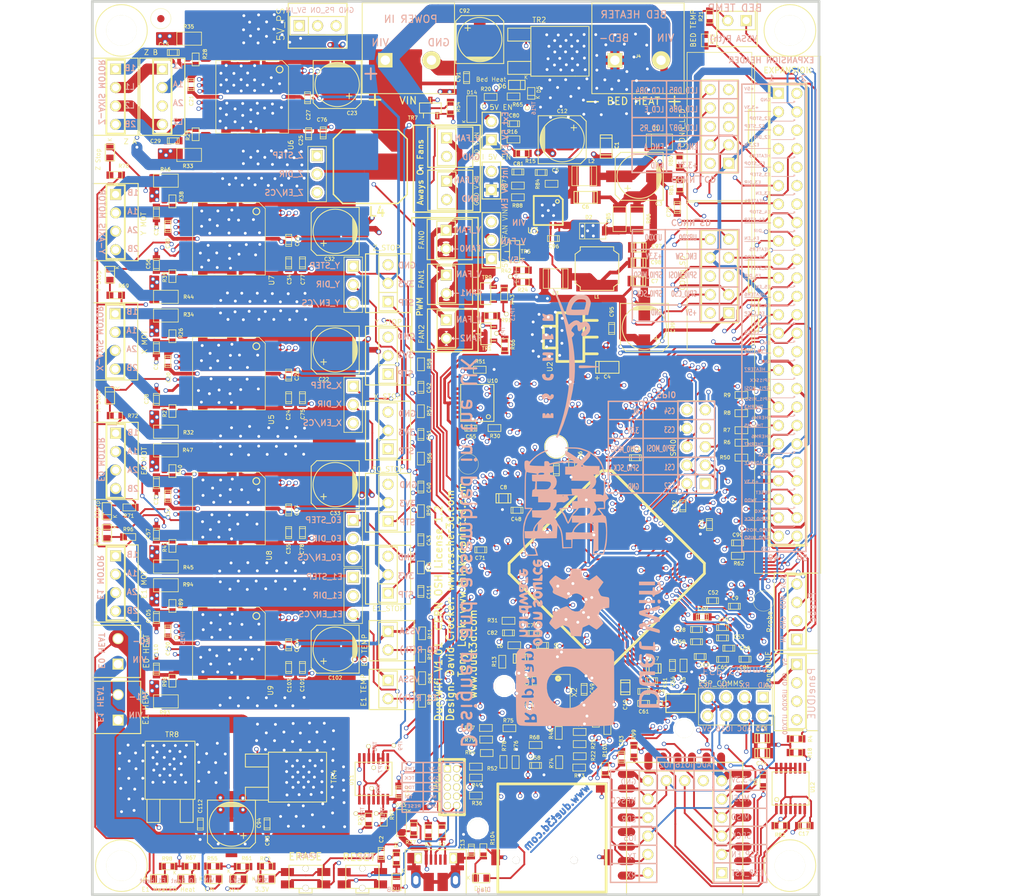
<source format=kicad_pcb>
(kicad_pcb (version 4) (host pcbnew 4.0.2-stable)
  (title_block (title "Duet WIFI") (date 2016-09-29) (rev 1.01) (company "Escher3D, Think3DPrint3D"))
  (layers (0 Front mixed hide) (1 Inner3 signal hide) (2 Inner2 power hide) (31 Back power hide) (35 F.Paste user hide) (36 B.SilkS user hide) (37 F.SilkS user) (38 B.Mask user) (39 F.Mask user hide) (44 Edge.Cuts user))
  (net 0 "")
  (net 1 +3.3V)
  (net 2 +5V)
  (net 3 /Processor/VDDCORE)
  (net 4 5V_IN)
  (net 5 ADVREF)
  (net 6 BED-)
  (net 7 BED_PWM)
  (net 8 CS3)
  (net 9 CS4)
  (net 10 CS5)
  (net 11 DDM)
  (net 12 DDP)
  (net 13 E0-)
  (net 14 E0_DIR)
  (net 15 E0_EN)
  (net 16 E0_MOT_1A)
  (net 17 E0_MOT_1B)
  (net 18 E0_MOT_2A)
  (net 19 E0_MOT_2B)
  (net 20 E0_PWM)
  (net 21 E0_STEP)
  (net 22 E0_STOP)
  (net 23 E0_STOP_CONN)
  (net 24 E1-)
  (net 25 E1_DIR)
  (net 26 E1_EN)
  (net 27 E1_MOT_1A)
  (net 28 E1_MOT_1B)
  (net 29 E1_MOT_2A)
  (net 30 E1_MOT_2B)
  (net 31 E1_PWM)
  (net 32 E1_STEP)
  (net 33 E1_STOP)
  (net 34 E1_STOP_CONN)
  (net 35 E2_DIR)
  (net 36 E2_EN)
  (net 37 E2_STEP)
  (net 38 E2_STOP)
  (net 39 E3_DIR)
  (net 40 E3_EN)
  (net 41 E3_STEP)
  (net 42 E3_STOP)
  (net 43 E4_DIR)
  (net 44 E4_EN)
  (net 45 E4_STEP)
  (net 46 E4_STOP)
  (net 47 E5_DIR)
  (net 48 E5_EN)
  (net 49 E5_STEP)
  (net 50 E5_STOP)
  (net 51 E6_DIR)
  (net 52 E6_EN)
  (net 53 E6_STEP)
  (net 54 E6_STOP)
  (net 55 EDR_CONN)
  (net 56 ENC_A)
  (net 57 ENC_B)
  (net 58 ENC_SW)
  (net 59 ERASE)
  (net 60 ESP_DATA_RDY)
  (net 61 ESP_EN)
  (net 62 ESP_RST)
  (net 63 FAN0)
  (net 64 FAN0-)
  (net 65 FAN1)
  (net 66 FAN1-)
  (net 67 FAN2)
  (net 68 FAN2-)
  (net 69 GND)
  (net 70 HEATER0)
  (net 71 HEATER1)
  (net 72 HEATER2)
  (net 73 HEATER3)
  (net 74 HEATER4)
  (net 75 HEATER5)
  (net 76 HEATER6)
  (net 77 HEATER7)
  (net 78 LCD_DB4)
  (net 79 LCD_DB5)
  (net 80 LCD_DB6)
  (net 81 LCD_DB7)
  (net 82 LCD_E)
  (net 83 LCD_RS)
  (net 84 MCCDA)
  (net 85 MCCK)
  (net 86 MCDA0)
  (net 87 MCDA1)
  (net 88 MCDA2)
  (net 89 MCDA3)
  (net 90 MISO)
  (net 91 MOSI)
  (net 92 NPCS0)
  (net 93 PB4/TDI)
  (net 94 PB5/TDO)
  (net 95 PB6/TMS)
  (net 96 PB7/TCK)
  (net 97 PS_ON)
  (net 98 PS_ON_IN)
  (net 99 PWR_FAIL_DET1)
  (net 100 PWR_FAIL_DET2)
  (net 101 RESET)
  (net 102 SAM_TFR_RDY)
  (net 103 SD_CD)
  (net 104 SPCK)
  (net 105 SPI0_CS0)
  (net 106 SPI0_CS1)
  (net 107 SPI0_CS2)
  (net 108 SPI0_MISO)
  (net 109 SPI0_MOSI)
  (net 110 SPI0_SCK)
  (net 111 SPI1_MISO)
  (net 112 SPI1_MOSI)
  (net 113 SPI1_MOSI_BUFF)
  (net 114 SPI1_SCK)
  (net 115 SPI1_SCK_BUFF)
  (net 116 SPI1_SCK_BUFF_EXP)
  (net 117 STEPPER_V_IN)
  (net 118 THERMISTOR0)
  (net 119 THERMISTOR1)
  (net 120 THERMISTOR2)
  (net 121 THERMISTOR3)
  (net 122 THERMISTOR4)
  (net 123 THERMISTOR5)
  (net 124 THERMISTOR6)
  (net 125 THERMISTOR7)
  (net 126 TWCK0)
  (net 127 TWD0)
  (net 128 URXD0)
  (net 129 URXD1)
  (net 130 URXD1_CONN)
  (net 131 USB_PWR_MON)
  (net 132 UTXD0)
  (net 133 UTXD1)
  (net 134 UTXD1_CONN)
  (net 135 VBUS)
  (net 136 VSSA)
  (net 137 V_FAN)
  (net 138 V_IN)
  (net 139 X_DIR)
  (net 140 X_EN)
  (net 141 X_MOT_1A)
  (net 142 X_MOT_1B)
  (net 143 X_MOT_2A)
  (net 144 X_MOT_2B)
  (net 145 X_STEP)
  (net 146 X_STOP)
  (net 147 X_STOP_CONN)
  (net 148 Y_DIR)
  (net 149 Y_EN)
  (net 150 Y_MOT_1A)
  (net 151 Y_MOT_1B)
  (net 152 Y_MOT_2A)
  (net 153 Y_MOT_2B)
  (net 154 Y_STEP)
  (net 155 Y_STOP)
  (net 156 Y_STOP_CONN)
  (net 157 Z_DIR)
  (net 158 Z_EN)
  (net 159 Z_MOT_1A)
  (net 160 Z_MOT_1B)
  (net 161 Z_MOT_2A)
  (net 162 Z_MOT_2B)
  (net 163 Z_PROBE_IN)
  (net 164 Z_PROBE_MOD)
  (net 165 Z_PROBE_MOD_BUFF)
  (net 166 Z_STEP)
  (net 167 Z_STOP)
  (net 168 Z_STOP_CONN)
  (net 169 "Net-(C1-Pad1)")
  (net 170 "Net-(C5-Pad1)")
  (net 171 "Net-(C6-Pad1)")
  (net 172 "Net-(C13-Pad1)")
  (net 173 "Net-(C14-Pad1)")
  (net 174 "Net-(C15-Pad1)")
  (net 175 "Net-(C18-Pad1)")
  (net 176 "Net-(C19-Pad1)")
  (net 177 "Net-(C20-Pad1)")
  (net 178 "Net-(C21-Pad1)")
  (net 179 "Net-(C24-Pad2)")
  (net 180 "Net-(C25-Pad2)")
  (net 181 "Net-(C28-Pad1)")
  (net 182 "Net-(C29-Pad1)")
  (net 183 "Net-(C30-Pad1)")
  (net 184 "Net-(C31-Pad1)")
  (net 185 "Net-(C34-Pad2)")
  (net 186 "Net-(C35-Pad2)")
  (net 187 "Net-(C38-Pad1)")
  (net 188 "Net-(C39-Pad1)")
  (net 189 "Net-(C44-Pad1)")
  (net 190 "Net-(C45-Pad1)")
  (net 191 "Net-(C53-Pad1)")
  (net 192 "Net-(C56-Pad1)")
  (net 193 "Net-(C57-Pad1)")
  (net 194 "Net-(C59-Pad1)")
  (net 195 "Net-(C60-Pad1)")
  (net 196 "Net-(C63-Pad1)")
  (net 197 "Net-(C65-Pad1)")
  (net 198 "Net-(C66-Pad1)")
  (net 199 "Net-(C67-Pad1)")
  (net 200 "Net-(C81-Pad1)")
  (net 201 "Net-(C81-Pad2)")
  (net 202 "Net-(C84-Pad1)")
  (net 203 "Net-(C90-Pad1)")
  (net 204 "Net-(C96-Pad1)")
  (net 205 "Net-(C96-Pad2)")
  (net 206 "Net-(C100-Pad1)")
  (net 207 "Net-(C103-Pad2)")
  (net 208 "Net-(C105-Pad1)")
  (net 209 "Net-(C110-Pad1)")
  (net 210 "Net-(D2-Pad1)")
  (net 211 "Net-(D3-Pad2)")
  (net 212 "Net-(D4-Pad2)")
  (net 213 "Net-(D7-Pad1)")
  (net 214 "Net-(D9-Pad1)")
  (net 215 "Net-(D10-Pad1)")
  (net 216 "Net-(D11-Pad1)")
  (net 217 "Net-(D12-Pad1)")
  (net 218 "Net-(D14-Pad2)")
  (net 219 "Net-(D15-Pad2)")
  (net 220 "Net-(D16-Pad2)")
  (net 221 "Net-(D17-Pad2)")
  (net 222 "Net-(D19-Pad1)")
  (net 223 "Net-(D20-Pad1)")
  (net 224 ENN)
  (net 225 "Net-(J36-Pad2)")
  (net 226 "Net-(J36-Pad3)")
  (net 227 "Net-(J15-Pad1)")
  (net 228 "Net-(J15-Pad2)")
  (net 229 "Net-(J15-Pad3)")
  (net 230 "Net-(J15-Pad5)")
  (net 231 "Net-(J15-Pad7)")
  (net 232 "Net-(J15-Pad8)")
  (net 233 "Net-(J15-Pad9)")
  (net 234 ADC)
  (net 235 GPIO16)
  (net 236 GPIO2)
  (net 237 NPCS0_CONN)
  (net 238 GPIO5)
  (net 239 "Net-(J21-Pad7)")
  (net 240 "Net-(J22-Pad3)")
  (net 241 "Net-(J22-Pad2)")
  (net 242 "Net-(J22-Pad4)")
  (net 243 "Net-(J37-Pad10)")
  (net 244 "Net-(JP9-Pad2)")
  (net 245 "Net-(R20-Pad1)")
  (net 246 "Net-(R23-Pad1)")
  (net 247 "Net-(R26-Pad1)")
  (net 248 "Net-(R27-Pad1)")
  (net 249 "Net-(R28-Pad1)")
  (net 250 "Net-(R29-Pad1)")
  (net 251 "Net-(R38-Pad1)")
  (net 252 "Net-(R39-Pad1)")
  (net 253 "Net-(R40-Pad1)")
  (net 254 "Net-(R41-Pad1)")
  (net 255 "Net-(R42-Pad1)")
  (net 256 "Net-(R43-Pad1)")
  (net 257 "Net-(R66-Pad1)")
  (net 258 "Net-(R82-Pad2)")
  (net 259 "Net-(R84-Pad2)")
  (net 260 "Net-(R89-Pad1)")
  (net 261 "Net-(R90-Pad1)")
  (net 262 "Net-(R97-Pad1)")
  (net 263 "Net-(U4-Pad9)")
  (net 264 "Net-(U4-Pad10)")
  (net 265 "Net-(U4-Pad12)")
  (net 266 "Net-(U4-Pad13)")
  (net 267 "Net-(U4-Pad14)")
  (net 268 "Net-(U5-Pad20)")
  (net 269 "Net-(U5-Pad34)")
  (net 270 "Net-(U5-Pad37)")
  (net 271 "Net-(U5-Pad38)")
  (net 272 "Net-(U6-Pad20)")
  (net 273 "Net-(U6-Pad34)")
  (net 274 "Net-(U6-Pad37)")
  (net 275 "Net-(U6-Pad38)")
  (net 276 "Net-(U7-Pad20)")
  (net 277 "Net-(U7-Pad34)")
  (net 278 "Net-(U7-Pad37)")
  (net 279 "Net-(U7-Pad38)")
  (net 280 "Net-(U8-Pad20)")
  (net 281 "Net-(U8-Pad34)")
  (net 282 "Net-(U8-Pad37)")
  (net 283 "Net-(U8-Pad38)")
  (net 284 "Net-(U9-Pad20)")
  (net 285 "Net-(U9-Pad34)")
  (net 286 "Net-(U9-Pad37)")
  (net 287 "Net-(U9-Pad38)")
  (net 288 "Net-(U10-Pad8)")
  (net 289 "Net-(U11-Pad1)")
  (net 290 "Net-(U12-Pad6)")
  (net 291 "Net-(U12-Pad8)")
  (net 292 "Net-(U12-Pad9)")
  (net 293 "Net-(U4-Pad11)")
  (net 294 D6_TestPoint)
  (net 295 "Net-(R4-Pad1)")
  (module complib:JUMPER (layer Front) (at 135.128 54.6608 90)
    (fp_text reference JP10 hide)
    (fp_text value "E 5V EN" (at 3.21056 0.75184 180) (layer F.SilkS) (effects (font (size 0.7 0.7) (thickness 0.1))))
    (pad 1 thru_hole rect (at -1.27 0 90) (size 1.524 1.524) (drill 1) (layers *.Cu *.Mask F.SilkS) (net 2 +5V))
    (pad 2 thru_hole circle (at 1.27 0 90) (size 1.524 1.524) (drill 1) (layers *.Cu *.Mask F.SilkS) (net 218 "Net-(D14-Pad2)"))
  )
  (module "FE Footprints:C_1206" (layer Front) (at 150.9268 56.8452 90)
    (fp_text reference C1 (at 0.1524 1.45796 90) (layer F.SilkS) (effects (font (size 0.50038 0.50038) (thickness 0.11938))))
    (fp_text value "10u 35V" hide)
    (pad 1 smd rect (at 1.50114 0 90) (size 1.15062 1.80086) (layers Front F.Paste F.Mask) (net 169 "Net-(C1-Pad1)"))
    (pad 2 smd rect (at -1.50114 0 90) (size 1.15062 1.80086) (layers Front F.Paste F.Mask) (net 69 GND))
  )
  (module "FE Footprints:C_1206" (layer Front) (at 148.09978 63.84798 180)
    (fp_text reference C6 (at 0.0254 -1.2954 180) (layer F.SilkS) (effects (font (size 0.50038 0.50038) (thickness 0.11938))))
    (fp_text value "10u 35V" hide)
    (pad 1 smd rect (at 1.50114 0 180) (size 1.15062 1.80086) (layers Front F.Paste F.Mask) (net 171 "Net-(C6-Pad1)"))
    (pad 2 smd rect (at -1.50114 0 180) (size 1.15062 1.80086) (layers Front F.Paste F.Mask) (net 69 GND))
  )
  (module "FE Footprints:C_0805" (layer Front) (at 155.34386 75.36942 180)
    (fp_text reference C7 (at -2.25614 -0.02058 180) (layer F.SilkS) (effects (font (size 0.5 0.5) (thickness 0.09))))
    (fp_text value 10u hide)
    (pad 1 smd rect (at 0.89916 0 180) (size 1.15062 1.45034) (layers Front F.Paste F.Mask) (net 2 +5V))
    (pad 2 smd rect (at -0.89916 0 180) (size 1.15062 1.45034) (layers Front F.Paste F.Mask) (net 69 GND))
  )
  (module "FE Footprints:C_0805" (layer Front) (at 136.78408 105.283 180)
    (fp_text reference C8 (at -0.01016 1.50876 180) (layer F.SilkS) (effects (font (size 0.5 0.5) (thickness 0.09))))
    (fp_text value 10u hide)
    (pad 1 smd rect (at 0.89916 0 180) (size 1.15062 1.45034) (layers Front F.Paste F.Mask) (net 1 +3.3V))
    (pad 2 smd rect (at -0.89916 0 180) (size 1.15062 1.45034) (layers Front F.Paste F.Mask) (net 69 GND))
  )
  (module "FE Footprints:C_0805" (layer Front) (at 153.55824 131.31546 90)
    (fp_text reference C10 (at -2.4003 -0.01524 90) (layer F.SilkS) (effects (font (size 0.5 0.5) (thickness 0.09))))
    (fp_text value 10u hide)
    (pad 1 smd rect (at 0.89916 0 90) (size 1.15062 1.45034) (layers Front F.Paste F.Mask) (net 3 /Processor/VDDCORE))
    (pad 2 smd rect (at -0.89916 0 90) (size 1.15062 1.45034) (layers Front F.Paste F.Mask) (net 69 GND))
  )
  (module "FE Footprints:C_0805" (layer Front) (at 157.45968 128.71704 180)
    (fp_text reference C47 (at -0.01524 1.34112 180) (layer F.SilkS) (effects (font (size 0.5 0.5) (thickness 0.09))))
    (fp_text value 10u hide)
    (pad 1 smd rect (at 0.89916 0 180) (size 1.15062 1.45034) (layers Front F.Paste F.Mask) (net 1 +3.3V))
    (pad 2 smd rect (at -0.89916 0 180) (size 1.15062 1.45034) (layers Front F.Paste F.Mask) (net 69 GND))
  )
  (module "FE Footprints:C_0805" (layer Front) (at 139.15898 127.35052 180)
    (fp_text reference C66 (at -0.06858 -1.28524 180) (layer F.SilkS) (effects (font (size 0.5 0.5) (thickness 0.09))))
    (fp_text value 4u7 hide)
    (pad 1 smd rect (at 0.89916 0 180) (size 1.15062 1.45034) (layers Front F.Paste F.Mask) (net 198 "Net-(C66-Pad1)"))
    (pad 2 smd rect (at -0.89916 0 180) (size 1.15062 1.45034) (layers Front F.Paste F.Mask) (net 69 GND))
  )
  (module "FE Footprints:C_0805" (layer Front) (at 172.41012 138.30426 180)
    (fp_text reference C73 (at 0.13716 1.3119 180) (layer F.SilkS) (effects (font (size 0.5 0.5) (thickness 0.09))))
    (fp_text value 10u hide)
    (pad 1 smd rect (at 0.89916 0 180) (size 1.15062 1.45034) (layers Front F.Paste F.Mask) (net 1 +3.3V))
    (pad 2 smd rect (at -0.89916 0 180) (size 1.15062 1.45034) (layers Front F.Paste F.Mask) (net 69 GND))
  )
  (module "FE Footprints:C_0805" (layer Front) (at 172.39996 140.37166 180)
    (fp_text reference C74 (at 0.11176 -1.4213 180) (layer F.SilkS) (effects (font (size 0.5 0.5) (thickness 0.09))))
    (fp_text value 10u hide)
    (pad 1 smd rect (at 0.89916 0 180) (size 1.15062 1.45034) (layers Front F.Paste F.Mask) (net 1 +3.3V))
    (pad 2 smd rect (at -0.89916 0 180) (size 1.15062 1.45034) (layers Front F.Paste F.Mask) (net 69 GND))
  )
  (module "FE Footprints:C_0805" (layer Front) (at 155.40548 70.7358 180)
    (fp_text reference C97 (at -2.46452 0.1558 180) (layer F.SilkS) (effects (font (size 0.5 0.5) (thickness 0.09))))
    (fp_text value 10u hide)
    (pad 1 smd rect (at 0.89916 0 180) (size 1.15062 1.45034) (layers Front F.Paste F.Mask) (net 200 "Net-(C81-Pad1)"))
    (pad 2 smd rect (at -0.89916 0 180) (size 1.15062 1.45034) (layers Front F.Paste F.Mask) (net 69 GND))
  )
  (module "FE Footprints:C_0805" (layer Front) (at 155.37548 72.8458 180)
    (fp_text reference C98 (at -2.41452 0.0558 180) (layer F.SilkS) (effects (font (size 0.5 0.5) (thickness 0.09))))
    (fp_text value 10u hide)
    (pad 1 smd rect (at 0.89916 0 180) (size 1.15062 1.45034) (layers Front F.Paste F.Mask) (net 200 "Net-(C81-Pad1)"))
    (pad 2 smd rect (at -0.89916 0 180) (size 1.15062 1.45034) (layers Front F.Paste F.Mask) (net 69 GND))
  )
  (module "FE Footprints:FUSE_0603" (layer Front) (at 161.17824 133.5024 180)
    (fp_text reference F1 (at 2.794 0 180) (layer F.SilkS) (effects (font (size 0.7 0.7) (thickness 0.1))))
    (fp_text value "0.25A VFA" hide)
    (pad 1 smd rect (at -0.8001 0 180) (size 0.94996 1.00076) (layers Front F.Paste F.Mask) (net 136 VSSA))
    (pad 2 smd rect (at 0.8001 0 180) (size 0.94996 1.00076) (layers Front F.Paste F.Mask) (net 69 GND))
  )
  (module "FE Footprints:PIN_ARRAY_2X1" (layer Front) (at 128.9301 81.9922 270)
    (fp_text reference J2 hide)
    (fp_text value FAN2 (at 0.6778 3.4201 270) (layer F.SilkS) (effects (font (size 0.7 0.7) (thickness 0.1))))
    (pad 1 thru_hole rect (at -1.27 0 270) (size 1.524 1.524) (drill 1) (layers *.Cu *.Mask F.SilkS) (net 137 V_FAN))
    (pad 2 thru_hole circle (at 1.27 0 270) (size 1.524 1.524) (drill 1) (layers *.Cu *.Mask F.SilkS) (net 68 FAN2-))
  )
  (module "FE Footprints:CONN_3x1" (layer Front) (at 135.128 69.7484 90)
    (fp_text reference J3 hide)
    (fp_text value "5V   V_FAN VIN" (at 0.2584 1.882 90) (layer F.SilkS) (effects (font (size 0.7 0.7) (thickness 0.08))))
    (pad 1 thru_hole rect (at -2.54 0 90) (size 1.524 1.524) (drill 1) (layers *.Cu *.Mask F.SilkS) (net 2 +5V))
    (pad 2 thru_hole circle (at 0 0 90) (size 1.524 1.524) (drill 1) (layers *.Cu *.Mask F.SilkS) (net 137 V_FAN))
    (pad 3 thru_hole circle (at 2.54 0 90) (size 1.524 1.524) (drill 1) (layers *.Cu *.Mask F.SilkS) (net 138 V_IN))
  )
  (module "FE Footprints:TERM_2-WAY_6.35mm" (layer Front) (at 155.3 44.97)
    (fp_text reference J4 (at 0.04064 -0.5588) (layer F.SilkS) (effects (font (size 0.39878 0.39878) (thickness 0.09906))))
    (fp_text value "BED HEAT" (at -0.62416 5.63188) (layer F.SilkS) (effects (font (size 1.016 1.016) (thickness 0.1524))))
    (pad 1 thru_hole rect (at -3.175 0) (size 1.99898 1.99898) (drill 1.30048) (layers *.Cu *.Mask F.SilkS) (net 6 BED-))
    (pad 2 thru_hole circle (at 3.175 0) (size 2.49936 2.49936) (drill 1.30048) (layers *.Cu *.Mask F.SilkS) (net 138 V_IN))
  )
  (module "FE Footprints:PIN_ARRAY_2X1" (layer Front) (at 168.92 39.5 180)
    (fp_text reference J5 hide)
    (fp_text value "BED TEMP" (at 6.01 -1.08 270) (layer F.SilkS) (effects (font (size 0.7 0.7) (thickness 0.1))))
    (pad 1 thru_hole rect (at -1.27 0 180) (size 1.524 1.524) (drill 1) (layers *.Cu *.Mask F.SilkS) (net 136 VSSA))
    (pad 2 thru_hole circle (at 1.27 0 180) (size 1.524 1.524) (drill 1) (layers *.Cu *.Mask F.SilkS) (net 118 THERMISTOR0))
  )
  (module "FE Footprints:PIN_ARRAY_4x1" (layer Front) (at 83.41106 117.01406 270)
    (fp_text reference J6 hide)
    (fp_text value "E1 MOT" (at 0.14594 -3.91894 270) (layer F.SilkS) (effects (font (size 0.7 0.7) (thickness 0.1))))
    (pad 1 thru_hole rect (at -3.81 0 270) (size 1.524 1.524) (drill 1) (layers *.Cu *.Mask F.SilkS) (net 28 E1_MOT_1B))
    (pad 2 thru_hole circle (at -1.27 0 270) (size 1.524 1.524) (drill 1) (layers *.Cu *.Mask F.SilkS) (net 27 E1_MOT_1A))
    (pad 3 thru_hole circle (at 1.27 0 270) (size 1.524 1.524) (drill 1) (layers *.Cu *.Mask F.SilkS) (net 29 E1_MOT_2A))
    (pad 4 thru_hole circle (at 3.81 0 270) (size 1.524 1.524) (drill 1) (layers *.Cu *.Mask F.SilkS) (net 30 E1_MOT_2B))
  )
  (module "FE Footprints:PIN_ARRAY_4x1" (layer Front) (at 89.8398 49.99228 270)
    (fp_text reference J7 hide)
    (fp_text value "Z B" (at -6.10228 1.5598 360) (layer F.SilkS) (effects (font (size 0.7 0.7) (thickness 0.1))))
    (pad 1 thru_hole rect (at -3.81 0 270) (size 1.524 1.524) (drill 1) (layers *.Cu *.Mask F.SilkS) (net 225 "Net-(J36-Pad2)"))
    (pad 2 thru_hole circle (at -1.27 0 270) (size 1.524 1.524) (drill 1) (layers *.Cu *.Mask F.SilkS) (net 159 Z_MOT_1A))
    (pad 3 thru_hole circle (at 1.27 0 270) (size 1.524 1.524) (drill 1) (layers *.Cu *.Mask F.SilkS) (net 161 Z_MOT_2A))
    (pad 4 thru_hole circle (at 3.81 0 270) (size 1.524 1.524) (drill 1) (layers *.Cu *.Mask F.SilkS) (net 226 "Net-(J36-Pad3)"))
  )
  (module "FE Footprints:PIN_ARRAY_4x1" (layer Front) (at 83.41106 67.25412 270)
    (fp_text reference J8 hide)
    (fp_text value "Y MOT" (at 0.22352 -3.8481 270) (layer F.SilkS) (effects (font (size 0.7 0.7) (thickness 0.1))))
    (pad 1 thru_hole rect (at -3.81 0 270) (size 1.524 1.524) (drill 1) (layers *.Cu *.Mask F.SilkS) (net 151 Y_MOT_1B))
    (pad 2 thru_hole circle (at -1.27 0 270) (size 1.524 1.524) (drill 1) (layers *.Cu *.Mask F.SilkS) (net 150 Y_MOT_1A))
    (pad 3 thru_hole circle (at 1.27 0 270) (size 1.524 1.524) (drill 1) (layers *.Cu *.Mask F.SilkS) (net 152 Y_MOT_2A))
    (pad 4 thru_hole circle (at 3.81 0 270) (size 1.524 1.524) (drill 1) (layers *.Cu *.Mask F.SilkS) (net 153 Y_MOT_2B))
  )
  (module "FE Footprints:PIN_ARRAY_4x1" (layer Front) (at 83.3528 83.67942 270)
    (fp_text reference J9 hide)
    (fp_text value "X MOT" (at 0.10058 -4.0472 270) (layer F.SilkS) (effects (font (size 0.7 0.7) (thickness 0.1))))
    (pad 1 thru_hole rect (at -3.81 0 270) (size 1.524 1.524) (drill 1) (layers *.Cu *.Mask F.SilkS) (net 142 X_MOT_1B))
    (pad 2 thru_hole circle (at -1.27 0 270) (size 1.524 1.524) (drill 1) (layers *.Cu *.Mask F.SilkS) (net 141 X_MOT_1A))
    (pad 3 thru_hole circle (at 1.27 0 270) (size 1.524 1.524) (drill 1) (layers *.Cu *.Mask F.SilkS) (net 143 X_MOT_2A))
    (pad 4 thru_hole circle (at 3.81 0 270) (size 1.524 1.524) (drill 1) (layers *.Cu *.Mask F.SilkS) (net 144 X_MOT_2B))
  )
  (module "FE Footprints:PIN_ARRAY_4x1" (layer Front) (at 83.42106 100.13118 270)
    (fp_text reference J10 hide)
    (fp_text value "E0 MOT" (at 0.00882 -3.91894 270) (layer F.SilkS) (effects (font (size 0.7 0.7) (thickness 0.1))))
    (pad 1 thru_hole rect (at -3.81 0 270) (size 1.524 1.524) (drill 1) (layers *.Cu *.Mask F.SilkS) (net 17 E0_MOT_1B))
    (pad 2 thru_hole circle (at -1.27 0 270) (size 1.524 1.524) (drill 1) (layers *.Cu *.Mask F.SilkS) (net 16 E0_MOT_1A))
    (pad 3 thru_hole circle (at 1.27 0 270) (size 1.524 1.524) (drill 1) (layers *.Cu *.Mask F.SilkS) (net 18 E0_MOT_2A))
    (pad 4 thru_hole circle (at 3.81 0 270) (size 1.524 1.524) (drill 1) (layers *.Cu *.Mask F.SilkS) (net 19 E0_MOT_2B))
  )
  (module "FE Footprints:3.5MM_2X1" (layer Front) (at 83.74 126.36 90)
    (fp_text reference J11 hide)
    (fp_text value "E0 HEAT" (at 0.02 3.9 90) (layer F.SilkS) (effects (font (size 0.762 0.762) (thickness 0.1))))
    (pad 1 thru_hole rect (at -1.75 0 90) (size 1.524 1.524) (drill 1.19888) (layers *.Cu *.Mask F.SilkS) (net 138 V_IN))
    (pad 2 thru_hole circle (at 1.75 0 90) (size 1.524 1.524) (drill 1.19888) (layers *.Cu *.Mask F.SilkS) (net 13 E0-))
  )
  (module "FE Footprints:PIN_ARRAY_2X1" (layer Front) (at 120.904 124.89 270)
    (fp_text reference J12 hide)
    (fp_text value "E0 TEMP" (at 1.32 3.234 270) (layer F.SilkS) (effects (font (size 0.7 0.7) (thickness 0.1))))
    (pad 1 thru_hole rect (at -1.27 0 270) (size 1.524 1.524) (drill 1) (layers *.Cu *.Mask F.SilkS) (net 136 VSSA))
    (pad 2 thru_hole circle (at 1.27 0 270) (size 1.524 1.524) (drill 1) (layers *.Cu *.Mask F.SilkS) (net 119 THERMISTOR1))
  )
  (module "FE Footprints:3.5MM_2X1" (layer Front) (at 83.76158 134.07898 90)
    (fp_text reference J13 hide)
    (fp_text value "E1 HEAT" (at -0.03302 3.79222 90) (layer F.SilkS) (effects (font (size 0.762 0.762) (thickness 0.1))))
    (pad 1 thru_hole rect (at -1.75 0 90) (size 1.524 1.524) (drill 1.19888) (layers *.Cu *.Mask F.SilkS) (net 138 V_IN))
    (pad 2 thru_hole circle (at 1.75 0 90) (size 1.524 1.524) (drill 1.19888) (layers *.Cu *.Mask F.SilkS) (net 24 E1-))
  )
  (module "FE Footprints:PIN_ARRAY_2X1" (layer Front) (at 120.904 131.60756 270)
    (fp_text reference J14 hide)
    (fp_text value "E1 TEMP" (at 0.10244 3.364 270) (layer F.SilkS) (effects (font (size 0.7 0.7) (thickness 0.1))))
    (pad 1 thru_hole rect (at -1.27 0 270) (size 1.524 1.524) (drill 1) (layers *.Cu *.Mask F.SilkS) (net 136 VSSA))
    (pad 2 thru_hole circle (at 1.27 0 270) (size 1.524 1.524) (drill 1) (layers *.Cu *.Mask F.SilkS) (net 120 THERMISTOR2))
  )
  (module "FE Footprints:PIN_ARRAY_3X1" (layer Front) (at 120.904 75.67 90)
    (fp_text reference J19 hide)
    (fp_text value Z_STOP (at 4.87004 -0.2032 180) (layer F.SilkS) (effects (font (size 0.7 0.7) (thickness 0.1))))
    (pad 1 thru_hole rect (at -2.54 0 90) (size 1.524 1.524) (drill 1) (layers *.Cu *.Mask F.SilkS) (net 168 Z_STOP_CONN))
    (pad 2 thru_hole circle (at 0 0 90) (size 1.524 1.524) (drill 1) (layers *.Cu *.Mask F.SilkS) (net 1 +3.3V))
    (pad 3 thru_hole circle (at 2.54 0 90) (size 1.524 1.524) (drill 1) (layers *.Cu *.Mask F.SilkS) (net 69 GND))
  )
  (module "FE Footprints:PIN_ARRAY_3X1" (layer Front) (at 111.2139 40.21836)
    (fp_text reference J20 hide)
    (fp_text value 5V_PS (at -5.08254 -0.18796 90) (layer F.SilkS) (effects (font (size 1.016 1.016) (thickness 0.1))))
    (pad 1 thru_hole rect (at -2.54 0) (size 1.524 1.524) (drill 1) (layers *.Cu *.Mask F.SilkS) (net 4 5V_IN))
    (pad 2 thru_hole circle (at 0 0) (size 1.524 1.524) (drill 1) (layers *.Cu *.Mask F.SilkS) (net 98 PS_ON_IN))
    (pad 3 thru_hole circle (at 2.54 0) (size 1.524 1.524) (drill 1) (layers *.Cu *.Mask F.SilkS) (net 69 GND))
  )
  (module "FE Footprints:MICRO_5x2" (layer Front) (at 129.7051 145.04924 270)
    (fp_text reference J21 hide)
    (fp_text value JTAG (at -0.07112 2.26822 270) (layer F.SilkS) (effects (font (size 0.50038 0.50038) (thickness 0.1))))
    (pad 1 thru_hole rect (at -2.54 0.635 270) (size 1.00076 1.00076) (drill 0.7112) (layers *.Cu *.Mask F.SilkS) (net 1 +3.3V) (clearance 0.14986))
    (pad 2 thru_hole circle (at -2.54 -0.635 270) (size 1.00076 1.00076) (drill 0.7112) (layers *.Cu *.Mask F.SilkS) (net 95 PB6/TMS) (clearance 0.14986))
    (pad 3 thru_hole circle (at -1.27 0.635 270) (size 1.00076 1.00076) (drill 0.7112) (layers *.Cu *.Mask F.SilkS) (net 69 GND) (clearance 0.14986))
    (pad 4 thru_hole circle (at -1.27 -0.635 270) (size 1.00076 1.00076) (drill 0.7112) (layers *.Cu *.Mask F.SilkS) (net 96 PB7/TCK) (clearance 0.14986))
    (pad 5 thru_hole circle (at 0 0.635 270) (size 1.00076 1.00076) (drill 0.7112) (layers *.Cu *.Mask F.SilkS) (net 69 GND) (clearance 0.14986))
    (pad 6 thru_hole circle (at 0 -0.635 270) (size 1.00076 1.00076) (drill 0.7112) (layers *.Cu *.Mask F.SilkS) (net 94 PB5/TDO) (clearance 0.14986))
    (pad 7 thru_hole circle (at 1.27 0.635 270) (size 1.00076 1.00076) (drill 0.7112) (layers *.Cu *.Mask F.SilkS) (net 239 "Net-(J21-Pad7)") (clearance 0.14986))
    (pad 8 thru_hole circle (at 1.27 -0.635 270) (size 1.00076 1.00076) (drill 0.7112) (layers *.Cu *.Mask F.SilkS) (net 93 PB4/TDI) (clearance 0.14986))
    (pad 9 thru_hole circle (at 2.54 0.635 270) (size 1.00076 1.00076) (drill 0.7112) (layers *.Cu *.Mask F.SilkS) (net 69 GND) (clearance 0.14986))
    (pad 10 thru_hole circle (at 2.54 -0.635 270) (size 1.00076 1.00076) (drill 0.7112) (layers *.Cu *.Mask F.SilkS) (net 101 RESET) (clearance 0.14986))
  )
  (module "FE Footprints:uUSB_new" (layer Front) (at 127.45974 157.86354)
    (fp_text reference J22 hide)
    (fp_text value USB hide)
    (pad CE smd rect (at -0.9625 0.25) (size 1.425 2.5) (layers Front F.Paste F.Mask) (net 172 "Net-(C13-Pad1)"))
    (pad CE smd rect (at 0.9625 0.25) (size 1.425 2.5) (layers Front F.Paste F.Mask) (net 172 "Net-(C13-Pad1)"))
    (pad CE smd rect (at -2.9875 -1.7) (size 1.825 0.7) (layers Front F.Paste F.Mask) (net 172 "Net-(C13-Pad1)"))
    (pad CE smd rect (at 2.9875 -1.7) (size 1.825 0.7) (layers Front F.Paste F.Mask) (net 172 "Net-(C13-Pad1)"))
    (pad CE smd rect (at -2.9 -3.03) (size 2 1.46) (layers Front F.Paste F.Mask) (net 172 "Net-(C13-Pad1)"))
    (pad CE thru_hole rect (at -2.425 -3.03) (size 1.05 1.46) (drill oval 0.7112 1.05) (layers *.Cu *.Mask F.SilkS) (net 172 "Net-(C13-Pad1)"))
    (pad 3 smd rect (at 0 -2.825) (size 0.34 1.4) (layers Front F.Paste F.Mask) (net 240 "Net-(J22-Pad3)"))
    (pad 2 smd rect (at -0.65 -2.825) (size 0.34 1.4) (layers Front F.Paste F.Mask) (net 241 "Net-(J22-Pad2)"))
    (pad 1 smd rect (at -1.3 -2.825) (size 0.4 1.4) (layers Front F.Paste F.Mask) (net 135 VBUS))
    (pad 4 smd rect (at 0.65 -2.825) (size 0.34 1.4) (layers Front F.Paste F.Mask) (net 242 "Net-(J22-Pad4)"))
    (pad 5 smd rect (at 1.3 -2.825) (size 0.4 1.4) (layers Front F.Paste F.Mask) (net 69 GND))
    (pad CE thru_hole oval (at -2.725 0) (size 1.3 2.2) (drill oval 0.7112 1.2) (layers *.Cu *.Mask F.Paste) (net 172 "Net-(C13-Pad1)"))
    (pad CE thru_hole oval (at 2.725 0) (size 1.3 2.2) (drill oval 0.7112 1.2) (layers *.Cu *.Mask F.Paste) (net 172 "Net-(C13-Pad1)"))
    (pad CE smd rect (at -2.725 -0.95) (size 1.3 0.8) (layers Front F.Paste F.Mask) (net 172 "Net-(C13-Pad1)"))
    (pad CE smd rect (at 2.725 -0.95) (size 1.3 0.8) (layers Front F.Paste F.Mask) (net 172 "Net-(C13-Pad1)"))
    (pad CE smd rect (at 2.9 -3.03) (size 2 1.46) (layers Front F.Paste F.Mask) (net 172 "Net-(C13-Pad1)"))
    (pad CE thru_hole rect (at 2.425 -3.03) (size 1.05 1.46) (drill oval 0.7112 1.05) (layers *.Cu *.Mask F.SilkS) (net 172 "Net-(C13-Pad1)"))
  )
  (module "FE Footprints:TERM_2-WAY_6.35mm" (layer Front) (at 123.7 44.96308)
    (fp_text reference J23 hide)
    (fp_text value VIN (at -0.0274 5.55752) (layer F.SilkS) (effects (font (size 1.016 1.016) (thickness 0.1524))))
    (pad 1 thru_hole rect (at -3.175 0) (size 1.99898 1.99898) (drill 1.30048) (layers *.Cu *.Mask F.SilkS) (net 138 V_IN))
    (pad 2 thru_hole circle (at 3.175 0) (size 2.49936 2.49936) (drill 1.30048) (layers *.Cu *.Mask F.SilkS) (net 69 GND))
  )
  (module "FE Footprints:PIN_ARRAY_2X1" (layer Front) (at 128.9682 56.9351 270)
    (fp_text reference J24 hide)
    (fp_text value "GND V_IN" (at -0.0051 -4.1318 270) (layer F.SilkS) (effects (font (size 0.6 0.6) (thickness 0.08))))
    (pad 1 thru_hole rect (at -1.27 0 270) (size 1.524 1.524) (drill 1) (layers *.Cu *.Mask F.SilkS) (net 137 V_FAN))
    (pad 2 thru_hole circle (at 1.27 0 270) (size 1.524 1.524) (drill 1) (layers *.Cu *.Mask F.SilkS) (net 69 GND))
  )
  (module "FE Footprints:PIN_ARRAY_2X1" (layer Front) (at 128.892 69.6478 270)
    (fp_text reference J25 hide)
    (fp_text value FAN0 (at 0.0622 3.382 270) (layer F.SilkS) (effects (font (size 0.7 0.7) (thickness 0.1))))
    (pad 1 thru_hole rect (at -1.27 0 270) (size 1.524 1.524) (drill 1) (layers *.Cu *.Mask F.SilkS) (net 137 V_FAN))
    (pad 2 thru_hole circle (at 1.27 0 270) (size 1.524 1.524) (drill 1) (layers *.Cu *.Mask F.SilkS) (net 64 FAN0-))
  )
  (module "FE Footprints:PIN_ARRAY_4x1" (layer Front) (at 177.16 120.89 90)
    (fp_text reference J28 hide)
    (fp_text value Probe (at -1.39068 -3.74404 90) (layer F.SilkS) (effects (font (size 0.7 0.7) (thickness 0.1))))
    (pad 1 thru_hole rect (at -3.81 0 90) (size 1.524 1.524) (drill 1) (layers *.Cu *.Mask F.SilkS) (net 163 Z_PROBE_IN))
    (pad 2 thru_hole circle (at -1.27 0 90) (size 1.524 1.524) (drill 1) (layers *.Cu *.Mask F.SilkS) (net 69 GND))
    (pad 3 thru_hole circle (at 1.27 0 90) (size 1.524 1.524) (drill 1) (layers *.Cu *.Mask F.SilkS) (net 164 Z_PROBE_MOD))
    (pad 4 thru_hole circle (at 3.81 0 90) (size 1.524 1.524) (drill 1) (layers *.Cu *.Mask F.SilkS) (net 1 +3.3V))
  )
  (module "FE Footprints:PIN_ARRAY_2X1" (layer Front) (at 128.9301 75.82 270)
    (fp_text reference J29 hide)
    (fp_text value FAN1 (at -0.75 3.4501 270) (layer F.SilkS) (effects (font (size 0.7 0.7) (thickness 0.1))))
    (pad 1 thru_hole rect (at -1.27 0 270) (size 1.524 1.524) (drill 1) (layers *.Cu *.Mask F.SilkS) (net 137 V_FAN))
    (pad 2 thru_hole circle (at 1.27 0 270) (size 1.524 1.524) (drill 1) (layers *.Cu *.Mask F.SilkS) (net 66 FAN1-))
  )
  (module "FE Footprints:PIN_ARRAY_4x1" (layer Front) (at 177.15 131.97 270)
    (fp_text reference J30 hide)
    (fp_text value PanelDUE (at -3.1412 3.922 270) (layer F.SilkS) (effects (font (size 0.7 0.7) (thickness 0.1))))
    (pad 1 thru_hole rect (at -3.81 0 270) (size 1.524 1.524) (drill 1) (layers *.Cu *.Mask F.SilkS) (net 2 +5V))
    (pad 2 thru_hole circle (at -1.27 0 270) (size 1.524 1.524) (drill 1) (layers *.Cu *.Mask F.SilkS) (net 69 GND))
    (pad 3 thru_hole circle (at 1.27 0 270) (size 1.524 1.524) (drill 1) (layers *.Cu *.Mask F.SilkS) (net 128 URXD0))
    (pad 4 thru_hole circle (at 3.81 0 270) (size 1.524 1.524) (drill 1) (layers *.Cu *.Mask F.SilkS) (net 132 UTXD0))
  )
  (module "FE Footprints:PIN_ARRAY_2X1" (layer Front) (at 128.9682 62.8787 270)
    (fp_text reference J31 hide)
    (fp_text value "GND V_IN" (at 0.0413 -4.1118 270) (layer F.SilkS) (effects (font (size 0.6 0.6) (thickness 0.08))))
    (pad 1 thru_hole rect (at -1.27 0 270) (size 1.524 1.524) (drill 1) (layers *.Cu *.Mask F.SilkS) (net 137 V_FAN))
    (pad 2 thru_hole circle (at 1.27 0 270) (size 1.524 1.524) (drill 1) (layers *.Cu *.Mask F.SilkS) (net 69 GND))
  )
  (module "FE Footprints:PIN_ARRAY_3X1" (layer Front) (at 120.904 85.64 90)
    (fp_text reference J32 hide)
    (fp_text value Y_STOP (at 4.60384 0.04064 180) (layer F.SilkS) (effects (font (size 0.7 0.7) (thickness 0.1))))
    (pad 1 thru_hole rect (at -2.54 0 90) (size 1.524 1.524) (drill 1) (layers *.Cu *.Mask F.SilkS) (net 156 Y_STOP_CONN))
    (pad 2 thru_hole circle (at 0 0 90) (size 1.524 1.524) (drill 1) (layers *.Cu *.Mask F.SilkS) (net 1 +3.3V))
    (pad 3 thru_hole circle (at 2.54 0 90) (size 1.524 1.524) (drill 1) (layers *.Cu *.Mask F.SilkS) (net 69 GND))
  )
  (module "FE Footprints:PIN_ARRAY_3X1" (layer Front) (at 120.904 95.95 90)
    (fp_text reference J33 hide)
    (fp_text value X_STOP (at 4.6624 -0.0508 180) (layer F.SilkS) (effects (font (size 0.7 0.7) (thickness 0.1))))
    (pad 1 thru_hole rect (at -2.54 0 90) (size 1.524 1.524) (drill 1) (layers *.Cu *.Mask F.SilkS) (net 147 X_STOP_CONN))
    (pad 2 thru_hole circle (at 0 0 90) (size 1.524 1.524) (drill 1) (layers *.Cu *.Mask F.SilkS) (net 1 +3.3V))
    (pad 3 thru_hole circle (at 2.54 0 90) (size 1.524 1.524) (drill 1) (layers *.Cu *.Mask F.SilkS) (net 69 GND))
  )
  (module "FE Footprints:PIN_ARRAY_3X1" (layer Front) (at 120.904 105.89 90)
    (fp_text reference J34 hide)
    (fp_text value E0_STOP (at 4.60496 0.02032 180) (layer F.SilkS) (effects (font (size 0.7 0.7) (thickness 0.1))))
    (pad 1 thru_hole rect (at -2.54 0 90) (size 1.524 1.524) (drill 1) (layers *.Cu *.Mask F.SilkS) (net 23 E0_STOP_CONN))
    (pad 2 thru_hole circle (at 0 0 90) (size 1.524 1.524) (drill 1) (layers *.Cu *.Mask F.SilkS) (net 1 +3.3V))
    (pad 3 thru_hole circle (at 2.54 0 90) (size 1.524 1.524) (drill 1) (layers *.Cu *.Mask F.SilkS) (net 69 GND))
  )
  (module "FE Footprints:PIN_ARRAY_3X1" (layer Front) (at 120.904 115.8 90)
    (fp_text reference J35 hide)
    (fp_text value E1_STOP (at -4.6722 0.06604 180) (layer F.SilkS) (effects (font (size 0.7 0.7) (thickness 0.1))))
    (pad 1 thru_hole rect (at -2.54 0 90) (size 1.524 1.524) (drill 1) (layers *.Cu *.Mask F.SilkS) (net 34 E1_STOP_CONN))
    (pad 2 thru_hole circle (at 0 0 90) (size 1.524 1.524) (drill 1) (layers *.Cu *.Mask F.SilkS) (net 1 +3.3V))
    (pad 3 thru_hole circle (at 2.54 0 90) (size 1.524 1.524) (drill 1) (layers *.Cu *.Mask F.SilkS) (net 69 GND))
  )
  (module "FE Footprints:PIN_ARRAY_4x1" (layer Front) (at 83.41106 49.99228 270)
    (fp_text reference J36 hide)
    (fp_text value "Z A" (at 6.16772 -2.01894 360) (layer F.SilkS) (effects (font (size 0.7 0.7) (thickness 0.1))))
    (pad 1 thru_hole rect (at -3.81 0 270) (size 1.524 1.524) (drill 1) (layers *.Cu *.Mask F.SilkS) (net 160 Z_MOT_1B))
    (pad 2 thru_hole circle (at -1.27 0 270) (size 1.524 1.524) (drill 1) (layers *.Cu *.Mask F.SilkS) (net 225 "Net-(J36-Pad2)"))
    (pad 3 thru_hole circle (at 1.27 0 270) (size 1.524 1.524) (drill 1) (layers *.Cu *.Mask F.SilkS) (net 226 "Net-(J36-Pad3)"))
    (pad 4 thru_hole circle (at 3.81 0 270) (size 1.524 1.524) (drill 1) (layers *.Cu *.Mask F.SilkS) (net 162 Z_MOT_2B))
  )
  (module "FE Footprints:L_6x6" (layer Front) (at 149.6568 73.66)
    (fp_text reference L1 (at -0.02286 3.88874) (layer F.SilkS) (effects (font (size 0.39878 0.39878) (thickness 0.09906))))
    (fp_text value 10uH hide)
    (pad 1 smd rect (at 0 2.35) (size 5.7 1.6) (layers Front F.Paste F.Mask) (net 200 "Net-(C81-Pad1)"))
    (pad 2 smd rect (at 0 -2.35) (size 5.7 1.6) (layers Front F.Paste F.Mask) (net 205 "Net-(C96-Pad2)"))
  )
  (module "FE Footprints:TPC-XL-Bridged" (layer Front) (at 118.4656 59.6138 180)
    (fp_text reference L4 (at -0.9044 -6.2262 180) (layer F.SilkS) (effects (font (size 1.27 1.27) (thickness 0.254))))
    (fp_text value "DNP    4.7uH Approx 10A" hide)
    (fp_text user "" (at 0 0 180) (layer F.SilkS) (effects (font (size 1.016 1.016) (thickness 0.254))))
    (fp_text user "" (at 0 0 180) (layer F.SilkS) (effects (font (size 1.016 1.016) (thickness 0.254))))
    (pad 1 smd rect (at -4.826 0 180) (size 1.99898 3.59918) (layers Front F.Paste F.Mask) (net 138 V_IN))
    (pad 2 smd rect (at 3.326 0 180) (size 4.99898 3.59918) (layers Front F.Paste F.Mask) (net 117 STEPPER_V_IN))
    (pad 3 smd rect (at -1.5 0 180) (size 4.7 3.59918) (layers Front F.Paste F.Mask))
  )
  (module "FE Footprints:SW_SIDE_1_lugs" (layer Front) (at 117.37 157.59684)
    (fp_text reference S1 hide)
    (fp_text value RESET (at -0.47 -2.89684) (layer F.SilkS) (effects (font (size 1.00076 1.00076) (thickness 0.1524))))
    (pad 1 smd rect (at -2.5 0.85) (size 1.8 1.1) (layers Front F.Paste F.Mask) (net 69 GND))
    (pad 2 smd rect (at 2.5 0.85) (size 1.8 1.1) (layers Front F.Paste F.Mask) (net 69 GND))
    (pad 3 smd rect (at 2.5 -0.85) (size 1.8 1.1) (layers Front F.Paste F.Mask) (net 101 RESET))
    (pad 4 smd rect (at -2.5 -0.85) (size 1.8 1.1) (layers Front F.Paste F.Mask) (net 101 RESET))
    (pad "" np_thru_hole circle (at 0 -1.35) (size 0.85 0.85) (drill 0.762) (layers *.Cu *.Mask F.SilkS))
    (pad "" np_thru_hole circle (at 0 1.35) (size 0.85 0.85) (drill 0.762) (layers *.Cu *.Mask F.SilkS))
  )
  (module "FE Footprints:SW_SIDE_1_lugs" (layer Front) (at 109.55782 157.59684)
    (fp_text reference S2 hide)
    (fp_text value ERASE (at -0.03782 -2.97684) (layer F.SilkS) (effects (font (size 1.00076 1.00076) (thickness 0.1524))))
    (pad 1 smd rect (at -2.5 0.85) (size 1.8 1.1) (layers Front F.Paste F.Mask) (net 59 ERASE))
    (pad 2 smd rect (at 2.5 0.85) (size 1.8 1.1) (layers Front F.Paste F.Mask) (net 59 ERASE))
    (pad 3 smd rect (at 2.5 -0.85) (size 1.8 1.1) (layers Front F.Paste F.Mask) (net 1 +3.3V))
    (pad 4 smd rect (at -2.5 -0.85) (size 1.8 1.1) (layers Front F.Paste F.Mask) (net 1 +3.3V))
    (pad "" np_thru_hole circle (at 0 -1.35) (size 0.85 0.85) (drill 0.762) (layers *.Cu *.Mask F.SilkS))
    (pad "" np_thru_hole circle (at 0 1.35) (size 0.85 0.85) (drill 0.762) (layers *.Cu *.Mask F.SilkS))
  )
  (module "FE Footprints:SOT-23" (layer Front) (at 134.37108 82.6389 90)
    (fp_text reference TR1 (at -2.02438 0.11684 180) (layer F.SilkS) (effects (font (size 0.50038 0.50038) (thickness 0.09906))))
    (fp_text value PMV40UN2 hide)
    (pad G smd rect (at -0.9525 1.05664 90) (size 0.59944 1.00076) (layers Front F.Paste F.Mask) (net 257 "Net-(R66-Pad1)"))
    (pad D smd rect (at 0 -1.05664 90) (size 0.59944 1.00076) (layers Front F.Paste F.Mask) (net 68 FAN2-))
    (pad S smd rect (at 0.9525 1.05664 90) (size 0.59944 1.00076) (layers Front F.Paste F.Mask) (net 69 GND))
  )
  (module "FE Footprints:D-PAK" (layer Front) (at 145.38 43.73 270)
    (fp_text reference TR2 (at -4.31166 3.67172 360) (layer F.SilkS) (effects (font (size 0.7 0.7) (thickness 0.1))))
    (fp_text value IPD036N04L hide)
    (pad G smd rect (at -2.286 6.35 270) (size 1.30048 2.30124) (layers Front F.Paste F.Mask) (net 245 "Net-(R20-Pad1)"))
    (pad D smd rect (at 0 0 270) (size 5.90042 6.49986) (layers Front F.Paste F.Mask) (net 6 BED-))
    (pad S smd rect (at 2.286 6.35 270) (size 1.30048 2.30124) (layers Front F.Paste F.Mask) (net 69 GND))
  )
  (module "FE Footprints:D-PAK" (layer Front) (at 109.2708 143.6751 270)
    (fp_text reference TR4 (at -0.07366 -4.191 450) (layer F.SilkS) (effects (font (size 0.7 0.7) (thickness 0.1))))
    (fp_text value IPD036N04L hide)
    (pad G smd rect (at -2.286 6.35 270) (size 1.30048 2.30124) (layers Front F.Paste F.Mask) (net 246 "Net-(R23-Pad1)"))
    (pad D smd rect (at 0 0 270) (size 5.90042 6.49986) (layers Front F.Paste F.Mask) (net 13 E0-))
    (pad S smd rect (at 2.286 6.35 270) (size 1.30048 2.30124) (layers Front F.Paste F.Mask) (net 69 GND))
  )
  (module "FE Footprints:SOT-23" (layer Front) (at 138.31824 71.30796 90)
    (fp_text reference TR5 (at -0.00204 1.52176 180) (layer F.SilkS) (effects (font (size 0.50038 0.50038) (thickness 0.09906))))
    (fp_text value PMV40UN2 hide)
    (pad G smd rect (at -0.9525 1.05664 90) (size 0.59944 1.00076) (layers Front F.Paste F.Mask) (net 255 "Net-(R42-Pad1)"))
    (pad D smd rect (at 0 -1.05664 90) (size 0.59944 1.00076) (layers Front F.Paste F.Mask) (net 64 FAN0-))
    (pad S smd rect (at 0.9525 1.05664 90) (size 0.59944 1.00076) (layers Front F.Paste F.Mask) (net 69 GND))
  )
  (module "FE Footprints:SOT-23" (layer Front) (at 126.72568 51.5493)
    (fp_text reference TR7 (at -2.40792 1.34366) (layer F.SilkS) (effects (font (size 0.50038 0.50038) (thickness 0.09906))))
    (fp_text value PMV40UN2 hide)
    (pad G smd rect (at -0.9525 1.05664) (size 0.59944 1.00076) (layers Front F.Paste F.Mask) (net 97 PS_ON))
    (pad D smd rect (at 0 -1.05664) (size 0.59944 1.00076) (layers Front F.Paste F.Mask) (net 98 PS_ON_IN))
    (pad S smd rect (at 0.9525 1.05664) (size 0.59944 1.00076) (layers Front F.Paste F.Mask) (net 69 GND))
  )
  (module "FE Footprints:D-PAK" (layer Front) (at 90.9066 141.9098)
    (fp_text reference TR8 (at 0.26924 -4.09956) (layer F.SilkS) (effects (font (size 0.7 0.7) (thickness 0.1))))
    (fp_text value IPD036N04L hide)
    (pad G smd rect (at -2.286 6.35) (size 1.30048 2.30124) (layers Front F.Paste F.Mask) (net 262 "Net-(R97-Pad1)"))
    (pad D smd rect (at 0 0) (size 5.90042 6.49986) (layers Front F.Paste F.Mask) (net 24 E1-))
    (pad S smd rect (at 2.286 6.35) (size 1.30048 2.30124) (layers Front F.Paste F.Mask) (net 69 GND))
  )
  (module "FE Footprints:SOT-23" (layer Front) (at 134.33806 77.10678 90)
    (fp_text reference TR9 (at 2.22758 0.1651 180) (layer F.SilkS) (effects (font (size 0.50038 0.50038) (thickness 0.09906))))
    (fp_text value PMV40UN2 hide)
    (pad G smd rect (at -0.9525 1.05664 90) (size 0.59944 1.00076) (layers Front F.Paste F.Mask) (net 256 "Net-(R43-Pad1)"))
    (pad D smd rect (at 0 -1.05664 90) (size 0.59944 1.00076) (layers Front F.Paste F.Mask) (net 66 FAN1-))
    (pad S smd rect (at 0.9525 1.05664 90) (size 0.59944 1.00076) (layers Front F.Paste F.Mask) (net 69 GND))
  )
  (module "FE Footprints:LQFP144" (layer Front) (at 151.003 114.935 225)
    (fp_text reference U1 (at 10.838533 -10.664584 225) (layer F.SilkS) (effects (font (size 0.7 0.7) (thickness 0.1))))
    (fp_text value ATSAM4E8E hide)
    (pad 1 smd rect (at 8.7503 -10.89914 225) (size 0.2794 1.50114) (layers Front F.Paste F.Mask) (net 45 E4_STEP))
    (pad 2 smd rect (at 8.24992 -10.89914 225) (size 0.2794 1.50114) (layers Front F.Paste F.Mask) (net 60 ESP_DATA_RDY))
    (pad 3 smd rect (at 7.74954 -10.89914 225) (size 0.2794 1.50114) (layers Front F.Paste F.Mask) (net 3 /Processor/VDDCORE))
    (pad 4 smd rect (at 7.24916 -10.89914 225) (size 0.2794 1.50114) (layers Front F.Paste F.Mask) (net 38 E2_STOP))
    (pad 5 smd rect (at 6.74878 -10.89914 225) (size 0.2794 1.50114) (layers Front F.Paste F.Mask) (net 1 +3.3V))
    (pad 6 smd rect (at 6.25094 -10.89914 225) (size 0.2794 1.50114) (layers Front F.Paste F.Mask) (net 42 E3_STOP))
    (pad 7 smd rect (at 5.75056 -10.89914 225) (size 0.2794 1.50114) (layers Front F.Paste F.Mask) (net 46 E4_STOP))
    (pad 8 smd rect (at 5.25018 -10.89914 225) (size 0.2794 1.50114) (layers Front F.Paste F.Mask) (net 69 GND))
    (pad 9 smd rect (at 4.7498 -10.89914 225) (size 0.2794 1.50114) (layers Front F.Paste F.Mask) (net 5 ADVREF))
    (pad 10 smd rect (at 4.24942 -10.89914 225) (size 0.2794 1.50114) (layers Front F.Paste F.Mask) (net 50 E5_STOP))
    (pad 11 smd rect (at 3.74904 -10.89914 225) (size 0.2794 1.50114) (layers Front F.Paste F.Mask) (net 51 E6_DIR))
    (pad 12 smd rect (at 3.2512 -10.89914 225) (size 0.2794 1.50114) (layers Front F.Paste F.Mask) (net 197 "Net-(C65-Pad1)"))
    (pad 13 smd rect (at 2.75082 -10.89914 225) (size 0.2794 1.50114) (layers Front F.Paste F.Mask) (net 65 FAN1))
    (pad 14 smd rect (at 2.25044 -10.89914 225) (size 0.2794 1.50114) (layers Front F.Paste F.Mask) (net 196 "Net-(C63-Pad1)"))
    (pad 15 smd rect (at 1.75006 -10.89914 225) (size 0.2794 1.50114) (layers Front F.Paste F.Mask) (net 195 "Net-(C60-Pad1)"))
    (pad 16 smd rect (at 1.24968 -10.89914 225) (size 0.2794 1.50114) (layers Front F.Paste F.Mask) (net 194 "Net-(C59-Pad1)"))
    (pad 17 smd rect (at 0.7493 -10.89914 225) (size 0.2794 1.50114) (layers Front F.Paste F.Mask) (net 191 "Net-(C53-Pad1)"))
    (pad 18 smd rect (at 0.24892 -10.89914 225) (size 0.2794 1.50114) (layers Front F.Paste F.Mask) (net 175 "Net-(C18-Pad1)"))
    (pad 19 smd rect (at -0.24892 -10.89914 225) (size 0.2794 1.50114) (layers Front F.Paste F.Mask) (net 176 "Net-(C19-Pad1)"))
    (pad 20 smd rect (at -0.7493 -10.89914 225) (size 0.2794 1.50114) (layers Front F.Paste F.Mask) (net 109 SPI0_MOSI))
    (pad 21 smd rect (at -1.24968 -10.89914 225) (size 0.2794 1.50114) (layers Front F.Paste F.Mask) (net 108 SPI0_MISO))
    (pad 22 smd rect (at -1.75006 -10.89914 225) (size 0.2794 1.50114) (layers Front F.Paste F.Mask) (net 71 HEATER1))
    (pad 23 smd rect (at -2.25044 -10.89914 225) (size 0.2794 1.50114) (layers Front F.Paste F.Mask) (net 70 HEATER0))
    (pad 24 smd rect (at -2.75082 -10.89914 225) (size 0.2794 1.50114) (layers Front F.Paste F.Mask) (net 202 "Net-(C84-Pad1)"))
    (pad 25 smd rect (at -3.2512 -10.89914 225) (size 0.2794 1.50114) (layers Front F.Paste F.Mask) (net 54 E6_STOP))
    (pad 26 smd rect (at -3.74904 -10.89914 225) (size 0.2794 1.50114) (layers Front F.Paste F.Mask) (net 106 SPI0_CS1))
    (pad 27 smd rect (at -4.24942 -10.89914 225) (size 0.2794 1.50114) (layers Front F.Paste F.Mask) (net 62 ESP_RST))
    (pad 28 smd rect (at -4.7498 -10.89914 225) (size 0.2794 1.50114) (layers Front F.Paste F.Mask) (net 61 ESP_EN))
    (pad 29 smd rect (at -5.25018 -10.89914 225) (size 0.2794 1.50114) (layers Front F.Paste F.Mask) (net 3 /Processor/VDDCORE))
    (pad 30 smd rect (at -5.75056 -10.89914 225) (size 0.2794 1.50114) (layers Front F.Paste F.Mask) (net 1 +3.3V))
    (pad 31 smd rect (at -6.25094 -10.89914 225) (size 0.2794 1.50114) (layers Front F.Paste F.Mask) (net 99 PWR_FAIL_DET1))
    (pad 32 smd rect (at -6.74878 -10.89914 225) (size 0.2794 1.50114) (layers Front F.Paste F.Mask) (net 111 SPI1_MISO))
    (pad 33 smd rect (at -7.24916 -10.89914 225) (size 0.2794 1.50114) (layers Front F.Paste F.Mask) (net 3 /Processor/VDDCORE))
    (pad 34 smd rect (at -7.74954 -10.89914 225) (size 0.2794 1.50114) (layers Front F.Paste F.Mask) (net 102 SAM_TFR_RDY))
    (pad 35 smd rect (at -8.24992 -10.89914 225) (size 0.2794 1.50114) (layers Front F.Paste F.Mask) (net 58 ENC_SW))
    (pad 36 smd rect (at -8.7503 -10.89914 225) (size 0.2794 1.50114) (layers Front F.Paste F.Mask) (net 56 ENC_A))
    (pad 73 smd rect (at -8.7503 10.89914 225) (size 0.2794 1.50114) (layers Front F.Paste F.Mask) (net 129 URXD1))
    (pad 74 smd rect (at -8.24992 10.89914 225) (size 0.2794 1.50114) (layers Front F.Paste F.Mask) (net 47 E5_DIR))
    (pad 75 smd rect (at -7.74954 10.89914 225) (size 0.2794 1.50114) (layers Front F.Paste F.Mask) (net 128 URXD0))
    (pad 76 smd rect (at -7.24916 10.89914 225) (size 0.2794 1.50114) (layers Front F.Paste F.Mask) (net 83 LCD_RS))
    (pad 77 smd rect (at -6.74878 10.89914 225) (size 0.2794 1.50114) (layers Front F.Paste F.Mask) (net 126 TWCK0))
    (pad 78 smd rect (at -6.25094 10.89914 225) (size 0.2794 1.50114) (layers Front F.Paste F.Mask) (net 43 E4_DIR))
    (pad 79 smd rect (at -5.75056 10.89914 225) (size 0.2794 1.50114) (layers Front F.Paste F.Mask) (net 95 PB6/TMS))
    (pad 80 smd rect (at -5.25018 10.89914 225) (size 0.2794 1.50114) (layers Front F.Paste F.Mask) (net 1 +3.3V))
    (pad 81 smd rect (at -4.7498 10.89914 225) (size 0.2794 1.50114) (layers Front F.Paste F.Mask) (net 3 /Processor/VDDCORE))
    (pad 82 smd rect (at -4.24942 10.89914 225) (size 0.2794 1.50114) (layers Front F.Paste F.Mask) (net 75 HEATER5))
    (pad 83 smd rect (at -3.74904 10.89914 225) (size 0.2794 1.50114) (layers Front F.Paste F.Mask) (net 101 RESET))
    (pad 84 smd rect (at -3.2512 10.89914 225) (size 0.2794 1.50114) (layers Front F.Paste F.Mask) (net 140 X_EN))
    (pad 85 smd rect (at -2.75082 10.89914 225) (size 0.2794 1.50114) (layers Front F.Paste F.Mask) (net 69 GND))
    (pad 86 smd rect (at -2.25044 10.89914 225) (size 0.2794 1.50114) (layers Front F.Paste F.Mask) (net 149 Y_EN))
    (pad 87 smd rect (at -1.75006 10.89914 225) (size 0.2794 1.50114) (layers Front F.Paste F.Mask) (net 59 ERASE))
    (pad 88 smd rect (at -1.24968 10.89914 225) (size 0.2794 1.50114) (layers Front F.Paste F.Mask) (net 157 Z_DIR))
    (pad 89 smd rect (at -0.7493 10.89914 225) (size 0.2794 1.50114) (layers Front F.Paste F.Mask) (net 96 PB7/TCK))
    (pad 90 smd rect (at -0.24892 10.89914 225) (size 0.2794 1.50114) (layers Front F.Paste F.Mask) (net 158 Z_EN))
    (pad 91 smd rect (at 0.24892 10.89914 225) (size 0.2794 1.50114) (layers Front F.Paste F.Mask) (net 127 TWD0))
    (pad 92 smd rect (at 0.7493 10.89914 225) (size 0.2794 1.50114) (layers Front F.Paste F.Mask) (net 148 Y_DIR))
    (pad 93 smd rect (at 1.24968 10.89914 225) (size 0.2794 1.50114) (layers Front F.Paste F.Mask) (net 155 Y_STOP))
    (pad 94 smd rect (at 1.75006 10.89914 225) (size 0.2794 1.50114) (layers Front F.Paste F.Mask) (net 76 HEATER6))
    (pad 95 smd rect (at 2.25044 10.89914 225) (size 0.2794 1.50114) (layers Front F.Paste F.Mask) (net 69 GND))
    (pad 96 smd rect (at 2.75082 10.89914 225) (size 0.2794 1.50114) (layers Front F.Paste F.Mask) (net 1 +3.3V))
    (pad 97 smd rect (at 3.2512 10.89914 225) (size 0.2794 1.50114) (layers Front F.Paste F.Mask) (net 146 X_STOP))
    (pad 98 smd rect (at 3.74904 10.89914 225) (size 0.2794 1.50114) (layers Front F.Paste F.Mask) (net 139 X_DIR))
    (pad 99 smd rect (at 4.24942 10.89914 225) (size 0.2794 1.50114) (layers Front F.Paste F.Mask) (net 14 E0_DIR))
    (pad 100 smd rect (at 4.7498 10.89914 225) (size 0.2794 1.50114) (layers Front F.Paste F.Mask) (net 33 E1_STOP))
    (pad 101 smd rect (at 5.25018 10.89914 225) (size 0.2794 1.50114) (layers Front F.Paste F.Mask) (net 22 E0_STOP))
    (pad 102 smd rect (at 5.75056 10.89914 225) (size 0.2794 1.50114) (layers Front F.Paste F.Mask) (net 67 FAN2))
    (pad 103 smd rect (at 6.25094 10.89914 225) (size 0.2794 1.50114) (layers Front F.Paste F.Mask) (net 15 E0_EN))
    (pad 104 smd rect (at 6.74878 10.89914 225) (size 0.2794 1.50114) (layers Front F.Paste F.Mask) (net 69 GND))
    (pad 105 smd rect (at 7.24916 10.89914 225) (size 0.2794 1.50114) (layers Front F.Paste F.Mask) (net 93 PB4/TDI))
    (pad 106 smd rect (at 7.74954 10.89914 225) (size 0.2794 1.50114) (layers Front F.Paste F.Mask) (net 97 PS_ON))
    (pad 107 smd rect (at 8.24992 10.89914 225) (size 0.2794 1.50114) (layers Front F.Paste F.Mask) (net 3 /Processor/VDDCORE))
    (pad 108 smd rect (at 8.7503 10.89914 225) (size 0.2794 1.50114) (layers Front F.Paste F.Mask) (net 167 Z_STOP))
    (pad 37 smd rect (at -10.89914 -8.7503 225) (size 1.50114 0.2794) (layers Front F.Paste F.Mask) (net 112 SPI1_MOSI))
    (pad 38 smd rect (at -10.89914 -8.24992 225) (size 1.50114 0.2794) (layers Front F.Paste F.Mask) (net 203 "Net-(C90-Pad1)"))
    (pad 39 smd rect (at -10.89914 -7.74954 225) (size 1.50114 0.2794) (layers Front F.Paste F.Mask) (net 164 Z_PROBE_MOD))
    (pad 40 smd rect (at -10.89914 -7.24916 225) (size 1.50114 0.2794) (layers Front F.Paste F.Mask) (net 73 HEATER3))
    (pad 41 smd rect (at -10.89914 -6.74878 225) (size 1.50114 0.2794) (layers Front F.Paste F.Mask) (net 100 PWR_FAIL_DET2))
    (pad 42 smd rect (at -10.89914 -6.25094 225) (size 1.50114 0.2794) (layers Front F.Paste F.Mask) (net 91 MOSI))
    (pad 43 smd rect (at -10.89914 -5.75056 225) (size 1.50114 0.2794) (layers Front F.Paste F.Mask) (net 1 +3.3V))
    (pad 44 smd rect (at -10.89914 -5.25018 225) (size 1.50114 0.2794) (layers Front F.Paste F.Mask) (net 69 GND))
    (pad 45 smd rect (at -10.89914 -4.7498 225) (size 1.50114 0.2794) (layers Front F.Paste F.Mask) (net 72 HEATER2))
    (pad 46 smd rect (at -10.89914 -4.24942 225) (size 1.50114 0.2794) (layers Front F.Paste F.Mask) (net 114 SPI1_SCK))
    (pad 47 smd rect (at -10.89914 -3.74904 225) (size 1.50114 0.2794) (layers Front F.Paste F.Mask) (net 53 E6_STEP))
    (pad 48 smd rect (at -10.89914 -3.2512 225) (size 1.50114 0.2794) (layers Front F.Paste F.Mask) (net 57 ENC_B))
    (pad 49 smd rect (at -10.89914 -2.75082 225) (size 1.50114 0.2794) (layers Front F.Paste F.Mask) (net 77 HEATER7))
    (pad 50 smd rect (at -10.89914 -2.25044 225) (size 1.50114 0.2794) (layers Front F.Paste F.Mask) (net 3 /Processor/VDDCORE))
    (pad 51 smd rect (at -10.89914 -1.75006 225) (size 1.50114 0.2794) (layers Front F.Paste F.Mask) (net 104 SPCK))
    (pad 52 smd rect (at -10.89914 -1.24968 225) (size 1.50114 0.2794) (layers Front F.Paste F.Mask) (net 44 E4_EN))
    (pad 53 smd rect (at -10.89914 -0.7493 225) (size 1.50114 0.2794) (layers Front F.Paste F.Mask) (net 48 E5_EN))
    (pad 54 smd rect (at -10.89914 -0.24892 225) (size 1.50114 0.2794) (layers Front F.Paste F.Mask) (net 224 ENN))
    (pad 55 smd rect (at -10.89914 0.24892 225) (size 1.50114 0.2794) (layers Front F.Paste F.Mask) (net 40 E3_EN))
    (pad 56 smd rect (at -10.89914 0.7493 225) (size 1.50114 0.2794) (layers Front F.Paste F.Mask) (net 10 CS5))
    (pad 57 smd rect (at -10.89914 1.24968 225) (size 1.50114 0.2794) (layers Front F.Paste F.Mask) (net 36 E2_EN))
    (pad 58 smd rect (at -10.89914 1.75006 225) (size 1.50114 0.2794) (layers Front F.Paste F.Mask) (net 74 HEATER4))
    (pad 59 smd rect (at -10.89914 2.25044 225) (size 1.50114 0.2794) (layers Front F.Paste F.Mask) (net 82 LCD_E))
    (pad 60 smd rect (at -10.89914 2.75082 225) (size 1.50114 0.2794) (layers Front F.Paste F.Mask) (net 39 E3_DIR))
    (pad 61 smd rect (at -10.89914 3.2512 225) (size 1.50114 0.2794) (layers Front F.Paste F.Mask) (net 69 GND))
    (pad 62 smd rect (at -10.89914 3.74904 225) (size 1.50114 0.2794) (layers Front F.Paste F.Mask) (net 88 MCDA2))
    (pad 63 smd rect (at -10.89914 4.24942 225) (size 1.50114 0.2794) (layers Front F.Paste F.Mask) (net 78 LCD_DB4))
    (pad 64 smd rect (at -10.89914 4.7498 225) (size 1.50114 0.2794) (layers Front F.Paste F.Mask) (net 92 NPCS0))
    (pad 65 smd rect (at -10.89914 5.25018 225) (size 1.50114 0.2794) (layers Front F.Paste F.Mask) (net 79 LCD_DB5))
    (pad 66 smd rect (at -10.89914 5.75056 225) (size 1.50114 0.2794) (layers Front F.Paste F.Mask) (net 132 UTXD0))
    (pad 67 smd rect (at -10.89914 6.25094 225) (size 1.50114 0.2794) (layers Front F.Paste F.Mask) (net 80 LCD_DB6))
    (pad 68 smd rect (at -10.89914 6.74878 225) (size 1.50114 0.2794) (layers Front F.Paste F.Mask) (net 90 MISO))
    (pad 69 smd rect (at -10.89914 7.24916 225) (size 1.50114 0.2794) (layers Front F.Paste F.Mask) (net 81 LCD_DB7))
    (pad 70 smd rect (at -10.89914 7.74954 225) (size 1.50114 0.2794) (layers Front F.Paste F.Mask) (net 89 MCDA3))
    (pad 71 smd rect (at -10.89914 8.24992 225) (size 1.50114 0.2794) (layers Front F.Paste F.Mask) (net 35 E2_DIR))
    (pad 72 smd rect (at -10.89914 8.7503 225) (size 1.50114 0.2794) (layers Front F.Paste F.Mask) (net 1 +3.3V))
    (pad 109 smd rect (at 10.89914 8.7503 225) (size 1.50114 0.2794) (layers Front F.Paste F.Mask) (net 94 PB5/TDO))
    (pad 110 smd rect (at 10.89914 8.24992 225) (size 1.50114 0.2794) (layers Front F.Paste F.Mask) (net 25 E1_DIR))
    (pad 111 smd rect (at 10.89914 7.74954 225) (size 1.50114 0.2794) (layers Front F.Paste F.Mask) (net 107 SPI0_CS2))
    (pad 112 smd rect (at 10.89914 7.24916 225) (size 1.50114 0.2794) (layers Front F.Paste F.Mask) (net 84 MCCDA))
    (pad 113 smd rect (at 10.89914 6.74878 225) (size 1.50114 0.2794) (layers Front F.Paste F.Mask) (net 166 Z_STEP))
    (pad 114 smd rect (at 10.89914 6.25094 225) (size 1.50114 0.2794) (layers Front F.Paste F.Mask) (net 133 UTXD1))
    (pad 115 smd rect (at 10.89914 5.75056 225) (size 1.50114 0.2794) (layers Front F.Paste F.Mask) (net 69 GND))
    (pad 116 smd rect (at 10.89914 5.25018 225) (size 1.50114 0.2794) (layers Front F.Paste F.Mask) (net 86 MCDA0))
    (pad 117 smd rect (at 10.89914 4.7498 225) (size 1.50114 0.2794) (layers Front F.Paste F.Mask) (net 8 CS3))
    (pad 118 smd rect (at 10.89914 4.24942 225) (size 1.50114 0.2794) (layers Front F.Paste F.Mask) (net 87 MCDA1))
    (pad 119 smd rect (at 10.89914 3.74904 225) (size 1.50114 0.2794) (layers Front F.Paste F.Mask) (net 154 Y_STEP))
    (pad 120 smd rect (at 10.89914 3.2512 225) (size 1.50114 0.2794) (layers Front F.Paste F.Mask) (net 9 CS4))
    (pad 121 smd rect (at 10.89914 2.75082 225) (size 1.50114 0.2794) (layers Front F.Paste F.Mask) (net 145 X_STEP))
    (pad 122 smd rect (at 10.89914 2.25044 225) (size 1.50114 0.2794) (layers Front F.Paste F.Mask) (net 103 SD_CD))
    (pad 123 smd rect (at 10.89914 1.75006 225) (size 1.50114 0.2794) (layers Front F.Paste F.Mask) (net 3 /Processor/VDDCORE))
    (pad 124 smd rect (at 10.89914 1.24968 225) (size 1.50114 0.2794) (layers Front F.Paste F.Mask) (net 131 USB_PWR_MON))
    (pad 125 smd rect (at 10.89914 0.7493 225) (size 1.50114 0.2794) (layers Front F.Paste F.Mask) (net 21 E0_STEP))
    (pad 126 smd rect (at 10.89914 0.24892 225) (size 1.50114 0.2794) (layers Front F.Paste F.Mask) (net 32 E1_STEP))
    (pad 127 smd rect (at 10.89914 -0.24892 225) (size 1.50114 0.2794) (layers Front F.Paste F.Mask) (net 63 FAN0))
    (pad 128 smd rect (at 10.89914 -0.7493 225) (size 1.50114 0.2794) (layers Front F.Paste F.Mask) (net 49 E5_STEP))
    (pad 129 smd rect (at 10.89914 -1.24968 225) (size 1.50114 0.2794) (layers Front F.Paste F.Mask) (net 85 MCCK))
    (pad 130 smd rect (at 10.89914 -1.75006 225) (size 1.50114 0.2794) (layers Front F.Paste F.Mask) (net 105 SPI0_CS0))
    (pad 131 smd rect (at 10.89914 -2.25044 225) (size 1.50114 0.2794) (layers Front F.Paste F.Mask) (net 37 E2_STEP))
    (pad 132 smd rect (at 10.89914 -2.75082 225) (size 1.50114 0.2794) (layers Front F.Paste F.Mask) (net 41 E3_STEP))
    (pad 133 smd rect (at 10.89914 -3.2512 225) (size 1.50114 0.2794) (layers Front F.Paste F.Mask) (net 26 E1_EN))
    (pad 134 smd rect (at 10.89914 -3.74904 225) (size 1.50114 0.2794) (layers Front F.Paste F.Mask) (net 1 +3.3V))
    (pad 135 smd rect (at 10.89914 -4.24942 225) (size 1.50114 0.2794) (layers Front F.Paste F.Mask) (net 69 GND))
    (pad 136 smd rect (at 10.89914 -4.7498 225) (size 1.50114 0.2794) (layers Front F.Paste F.Mask) (net 11 DDM))
    (pad 137 smd rect (at 10.89914 -5.25018 225) (size 1.50114 0.2794) (layers Front F.Paste F.Mask) (net 12 DDP))
    (pad 138 smd rect (at 10.89914 -5.75056 225) (size 1.50114 0.2794) (layers Front F.Paste F.Mask) (net 69 GND))
    (pad 139 smd rect (at 10.89914 -6.25094 225) (size 1.50114 0.2794) (layers Front F.Paste F.Mask) (net 199 "Net-(C67-Pad1)"))
    (pad 140 smd rect (at 10.89914 -6.74878 225) (size 1.50114 0.2794) (layers Front F.Paste F.Mask) (net 52 E6_EN))
    (pad 141 smd rect (at 10.89914 -7.24916 225) (size 1.50114 0.2794) (layers Front F.Paste F.Mask) (net 190 "Net-(C45-Pad1)"))
    (pad 142 smd rect (at 10.89914 -7.74954 225) (size 1.50114 0.2794) (layers Front F.Paste F.Mask) (net 189 "Net-(C44-Pad1)"))
    (pad 143 smd rect (at 10.89914 -8.24992 225) (size 1.50114 0.2794) (layers Front F.Paste F.Mask) (net 1 +3.3V))
    (pad 144 smd rect (at 10.89914 -8.7503 225) (size 1.50114 0.2794) (layers Front F.Paste F.Mask) (net 110 SPI0_SCK))
  )
  (module "FE Footprints:SOT-223" (layer Front) (at 145.9992 83.09102 90)
    (fp_text reference U2 (at -4.07898 -2.8192 90) (layer F.SilkS) (effects (font (size 0.7 0.7) (thickness 0.1))))
    (fp_text value TC2117-3.3VDBTR hide)
    (pad 4 smd rect (at 0 -3.302 90) (size 3.6576 2.032) (layers Front F.Paste F.Mask) (net 1 +3.3V))
    (pad 2 smd rect (at 0 3.302 90) (size 1.016 2.032) (layers Front F.Paste F.Mask) (net 1 +3.3V))
    (pad 3 smd rect (at 2.286 3.302 90) (size 1.016 2.032) (layers Front F.Paste F.Mask) (net 2 +5V))
    (pad 1 smd rect (at -2.286 3.302 90) (size 1.016 2.032) (layers Front F.Paste F.Mask) (net 69 GND))
  )
  (module "FE Footprints:QFN16-4x4" (layer Front) (at 142.95608 65.6568 270)
    (fp_text reference U3 (at 2.7632 2.13608 360) (layer F.SilkS) (effects (font (size 0.762 0.762) (thickness 0.127))))
    (fp_text value A4403 hide)
    (pad 17 smd rect (at 0 0 270) (size 2.70002 2.70002) (layers Front F.Paste F.Mask) (net 69 GND))
    (pad 1 smd rect (at -2.04978 -0.97536 270) (size 0.94996 0.35052) (layers Front F.Paste F.Mask) (net 171 "Net-(C6-Pad1)"))
    (pad 2 smd rect (at -2.04978 -0.32512 270) (size 0.94996 0.35052) (layers Front F.Paste F.Mask) (net 69 GND))
    (pad 3 smd rect (at -2.04978 0.32512 270) (size 0.94996 0.35052) (layers Front F.Paste F.Mask) (net 259 "Net-(R84-Pad2)"))
    (pad 4 smd rect (at -2.04978 0.97536 270) (size 0.94996 0.35052) (layers Front F.Paste F.Mask) (net 170 "Net-(C5-Pad1)"))
    (pad 9 smd rect (at 2.04978 0.97536 270) (size 0.94996 0.35052) (layers Front F.Paste F.Mask) (net 69 GND))
    (pad 10 smd rect (at 2.04978 0.32512 270) (size 0.94996 0.35052) (layers Front F.Paste F.Mask) (net 244 "Net-(JP9-Pad2)"))
    (pad 11 smd rect (at 2.04978 -0.32512 270) (size 0.94996 0.35052) (layers Front F.Paste F.Mask) (net 204 "Net-(C96-Pad1)"))
    (pad 12 smd rect (at 2.04978 -0.97536 270) (size 0.94996 0.35052) (layers Front F.Paste F.Mask) (net 205 "Net-(C96-Pad2)"))
    (pad 5 smd rect (at -0.97536 2.04978 270) (size 0.35052 0.94996) (layers Front F.Paste F.Mask) (net 201 "Net-(C81-Pad2)"))
    (pad 6 smd rect (at -0.32512 2.04978 270) (size 0.35052 0.94996) (layers Front F.Paste F.Mask) (net 69 GND))
    (pad 7 smd rect (at 0.32512 2.04978 270) (size 0.35052 0.94996) (layers Front F.Paste F.Mask) (net 69 GND))
    (pad 8 smd rect (at 0.97536 2.04978 270) (size 0.35052 0.94996) (layers Front F.Paste F.Mask) (net 210 "Net-(D2-Pad1)"))
    (pad 13 smd rect (at 0.97536 -2.04978 270) (size 0.35052 0.94996) (layers Front F.Paste F.Mask) (net 69 GND))
    (pad 14 smd rect (at 0.32512 -2.04978 270) (size 0.35052 0.94996) (layers Front F.Paste F.Mask) (net 69 GND))
    (pad 15 smd rect (at -0.32512 -2.04978 270) (size 0.35052 0.94996) (layers Front F.Paste F.Mask) (net 69 GND))
    (pad 16 smd rect (at -0.97536 -2.04978 270) (size 0.35052 0.94996) (layers Front F.Paste F.Mask) (net 69 GND))
  )
  (module "FE Footprints:ESP-12E" (layer Front) (at 169.7214 157.2387 180)
    (fp_text reference U4 hide)
    (fp_text value ESP-07/12 hide)
    (pad 9 smd oval (at 2.99 15.75 270) (size 2.4 1.1) (layers Front F.Paste F.Mask) (net 263 "Net-(U4-Pad9)"))
    (pad 10 smd oval (at 4.99 15.75 270) (size 2.4 1.1) (layers Front F.Paste F.Mask) (net 264 "Net-(U4-Pad10)"))
    (pad 11 smd oval (at 6.99 15.75 270) (size 2.4 1.1) (layers Front F.Paste F.Mask) (net 293 "Net-(U4-Pad11)"))
    (pad 12 smd oval (at 8.99 15.75 270) (size 2.4 1.1) (layers Front F.Paste F.Mask) (net 265 "Net-(U4-Pad12)"))
    (pad 13 smd oval (at 10.99 15.75 270) (size 2.4 1.1) (layers Front F.Paste F.Mask) (net 266 "Net-(U4-Pad13)"))
    (pad 14 smd oval (at 12.99 15.75 270) (size 2.4 1.1) (layers Front F.Paste F.Mask) (net 267 "Net-(U4-Pad14)"))
    (pad 1 smd rect (at 0 0 180) (size 2.4 1.1) (layers Front F.Paste F.Mask) (net 295 "Net-(R4-Pad1)"))
    (pad 2 smd oval (at 0 2 180) (size 2.4 1.1) (layers Front F.Paste F.Mask) (net 234 ADC))
    (pad 3 smd oval (at 0 4 180) (size 2.4 1.1) (layers Front F.Paste F.Mask) (net 61 ESP_EN))
    (pad 4 smd oval (at 0 6 180) (size 2.4 1.1) (layers Front F.Paste F.Mask) (net 235 GPIO16))
    (pad 5 smd oval (at 0 8 180) (size 2.4 1.1) (layers Front F.Paste F.Mask) (net 104 SPCK))
    (pad 6 smd oval (at 0 10 180) (size 2.4 1.1) (layers Front F.Paste F.Mask) (net 90 MISO))
    (pad 7 smd oval (at 0 12 180) (size 2.4 1.1) (layers Front F.Paste F.Mask) (net 91 MOSI))
    (pad 8 smd oval (at 0 14 180) (size 2.4 1.1) (layers Front F.Paste F.Mask) (net 1 +3.3V))
    (pad 15 smd oval (at 16 14 180) (size 2.4 1.1) (layers Front F.Paste F.Mask) (net 69 GND))
    (pad 16 smd oval (at 16 12 180) (size 2.4 1.1) (layers Front F.Paste F.Mask) (net 237 NPCS0_CONN))
    (pad 17 smd oval (at 16 10 180) (size 2.4 1.1) (layers Front F.Paste F.Mask) (net 236 GPIO2))
    (pad 18 smd oval (at 16 8 180) (size 2.4 1.1) (layers Front F.Paste F.Mask) (net 55 EDR_CONN))
    (pad 19 smd oval (at 16 6 180) (size 2.4 1.1) (layers Front F.Paste F.Mask) (net 258 "Net-(R82-Pad2)"))
    (pad 20 smd oval (at 16 4 180) (size 2.4 1.1) (layers Front F.Paste F.Mask) (net 238 GPIO5))
    (pad 21 smd oval (at 16 2 180) (size 2.4 1.1) (layers Front F.Paste F.Mask) (net 134 UTXD1_CONN))
    (pad 22 smd oval (at 16 0 180) (size 2.4 1.1) (layers Front F.Paste F.Mask) (net 130 URXD1_CONN))
  )
  (module "FE Footprints:TMC2660" (layer Front) (at 99.00666 88.11514 270)
    (fp_text reference U5 (at 6.3373 -5.84454 270) (layer F.SilkS) (effects (font (size 0.7 0.7) (thickness 0.1))))
    (fp_text value TMC2660 hide)
    (pad 1 smd rect (at -5.85 -4) (size 0.5 1.6) (layers Front F.Paste F.Mask) (net 117 STEPPER_V_IN))
    (pad 2.3 smd rect (at -5.85 -2.8) (size 1.3 1.6) (layers Front F.Paste F.Mask) (net 142 X_MOT_1B))
    (pad 5.6 smd rect (at -5.85 -0.4) (size 1.3 1.6) (layers Front F.Paste F.Mask) (net 141 X_MOT_1A))
    (pad 7.8 smd rect (at -5.85 1.2) (size 1.3 1.6) (layers Front F.Paste F.Mask) (net 142 X_MOT_1B))
    (pad 10.1 smd rect (at -5.85 3.6) (size 1.3 1.6) (layers Front F.Paste F.Mask) (net 141 X_MOT_1A))
    (pad 23.4 smd rect (at 5.85 3.6) (size 1.3 1.6) (layers Front F.Paste F.Mask) (net 144 X_MOT_2B))
    (pad 26.7 smd rect (at 5.85 1.2) (size 1.3 1.6) (layers Front F.Paste F.Mask) (net 143 X_MOT_2A))
    (pad 28.9 smd rect (at 5.85 -0.4) (size 1.3 1.6) (layers Front F.Paste F.Mask) (net 144 X_MOT_2B))
    (pad 31.2 smd rect (at 5.85 -2.8) (size 1.3 1.6) (layers Front F.Paste F.Mask) (net 143 X_MOT_2A))
    (pad 4 smd rect (at -5.85 -1.6) (size 0.5 1.6) (layers Front F.Paste F.Mask) (net 117 STEPPER_V_IN))
    (pad 9 smd rect (at -5.85 2.4) (size 0.5 1.6) (layers Front F.Paste F.Mask) (net 247 "Net-(R26-Pad1)"))
    (pad 25 smd rect (at 5.85 2.4) (size 0.5 1.6) (layers Front F.Paste F.Mask) (net 248 "Net-(R27-Pad1)"))
    (pad 30 smd rect (at 5.85 -1.6) (size 0.5 1.6) (layers Front F.Paste F.Mask) (net 117 STEPPER_V_IN))
    (pad 33 smd rect (at 5.85 -4) (size 0.5 1.6) (layers Front F.Paste F.Mask) (net 117 STEPPER_V_IN))
    (pad 12 smd rect (at -4 5.85 270) (size 0.5 1.6) (layers Front F.Paste F.Mask) (net 173 "Net-(C14-Pad1)"))
    (pad 13 smd rect (at -3.2 5.85 270) (size 0.5 1.6) (layers Front F.Paste F.Mask) (net 177 "Net-(C20-Pad1)"))
    (pad 14 smd rect (at -2.4 5.85 270) (size 0.5 1.6) (layers Front F.Paste F.Mask) (net 111 SPI1_MISO))
    (pad 15 smd rect (at -1.6 5.85 270) (size 0.5 1.6) (layers Front F.Paste F.Mask) (net 113 SPI1_MOSI_BUFF))
    (pad 16 smd rect (at -0.8 5.85 270) (size 0.5 1.6) (layers Front F.Paste F.Mask) (net 115 SPI1_SCK_BUFF))
    (pad 17 smd rect (at 0 5.85 270) (size 0.5 1.6) (layers Front F.Paste F.Mask) (net 69 GND))
    (pad 18 smd rect (at 0.8 5.85 270) (size 0.5 1.6) (layers Front F.Paste F.Mask) (net 140 X_EN))
    (pad 19 smd rect (at 1.6 5.85 270) (size 0.5 1.6) (layers Front F.Paste F.Mask) (net 224 ENN))
    (pad 20 smd rect (at 2.4 5.85 270) (size 0.5 1.6) (layers Front F.Paste F.Mask) (net 268 "Net-(U5-Pad20)"))
    (pad 21 smd rect (at 3.2 5.85 270) (size 0.5 1.6) (layers Front F.Paste F.Mask) (net 69 GND))
    (pad 22 smd rect (at 4 5.85 270) (size 0.5 1.6) (layers Front F.Paste F.Mask) (net 181 "Net-(C28-Pad1)"))
    (pad 34 smd rect (at 4 -5.85 270) (size 0.5 1.6) (layers Front F.Paste F.Mask) (net 269 "Net-(U5-Pad34)"))
    (pad 35 smd rect (at 3.2 -5.85 270) (size 0.5 1.6) (layers Front F.Paste F.Mask) (net 179 "Net-(C24-Pad2)"))
    (pad 36 smd rect (at 2.4 -5.85 270) (size 0.5 1.6) (layers Front F.Paste F.Mask) (net 117 STEPPER_V_IN))
    (pad 37 smd rect (at 1.6 -5.85 270) (size 0.5 1.6) (layers Front F.Paste F.Mask) (net 270 "Net-(U5-Pad37)"))
    (pad 38 smd rect (at 0.8 -5.85 270) (size 0.5 1.6) (layers Front F.Paste F.Mask) (net 271 "Net-(U5-Pad38)"))
    (pad 39 smd rect (at 0 -5.85 270) (size 0.5 1.6) (layers Front F.Paste F.Mask) (net 69 GND))
    (pad 40 smd rect (at -0.8 -5.85 270) (size 0.5 1.6) (layers Front F.Paste F.Mask) (net 1 +3.3V))
    (pad 41 smd rect (at -1.6 -5.85 270) (size 0.5 1.6) (layers Front F.Paste F.Mask) (net 139 X_DIR))
    (pad 42 smd rect (at -2.4 -5.85 270) (size 0.5 1.6) (layers Front F.Paste F.Mask) (net 145 X_STEP))
    (pad 43 smd rect (at -3.2 -5.85 270) (size 0.5 1.6) (layers Front F.Paste F.Mask) (net 69 GND))
    (pad 44 smd rect (at -4 -5.85 270) (size 0.5 1.6) (layers Front F.Paste F.Mask) (net 69 GND))
  )
  (module "FE Footprints:TMC2660" (layer Front) (at 102.20452 50.01006 270)
    (fp_text reference U6 (at 6.6167 -5.32892 270) (layer F.SilkS) (effects (font (size 0.7 0.7) (thickness 0.1))))
    (fp_text value TMC2660 hide)
    (pad 1 smd rect (at -5.85 -4) (size 0.5 1.6) (layers Front F.Paste F.Mask) (net 117 STEPPER_V_IN))
    (pad 2.3 smd rect (at -5.85 -2.8) (size 1.3 1.6) (layers Front F.Paste F.Mask) (net 160 Z_MOT_1B))
    (pad 5.6 smd rect (at -5.85 -0.4) (size 1.3 1.6) (layers Front F.Paste F.Mask) (net 159 Z_MOT_1A))
    (pad 7.8 smd rect (at -5.85 1.2) (size 1.3 1.6) (layers Front F.Paste F.Mask) (net 160 Z_MOT_1B))
    (pad 10.1 smd rect (at -5.85 3.6) (size 1.3 1.6) (layers Front F.Paste F.Mask) (net 159 Z_MOT_1A))
    (pad 23.4 smd rect (at 5.85 3.6) (size 1.3 1.6) (layers Front F.Paste F.Mask) (net 162 Z_MOT_2B))
    (pad 26.7 smd rect (at 5.85 1.2) (size 1.3 1.6) (layers Front F.Paste F.Mask) (net 161 Z_MOT_2A))
    (pad 28.9 smd rect (at 5.85 -0.4) (size 1.3 1.6) (layers Front F.Paste F.Mask) (net 162 Z_MOT_2B))
    (pad 31.2 smd rect (at 5.85 -2.8) (size 1.3 1.6) (layers Front F.Paste F.Mask) (net 161 Z_MOT_2A))
    (pad 4 smd rect (at -5.85 -1.6) (size 0.5 1.6) (layers Front F.Paste F.Mask) (net 117 STEPPER_V_IN))
    (pad 9 smd rect (at -5.85 2.4) (size 0.5 1.6) (layers Front F.Paste F.Mask) (net 249 "Net-(R28-Pad1)"))
    (pad 25 smd rect (at 5.85 2.4) (size 0.5 1.6) (layers Front F.Paste F.Mask) (net 250 "Net-(R29-Pad1)"))
    (pad 30 smd rect (at 5.85 -1.6) (size 0.5 1.6) (layers Front F.Paste F.Mask) (net 117 STEPPER_V_IN))
    (pad 33 smd rect (at 5.85 -4) (size 0.5 1.6) (layers Front F.Paste F.Mask) (net 117 STEPPER_V_IN))
    (pad 12 smd rect (at -4 5.85 270) (size 0.5 1.6) (layers Front F.Paste F.Mask) (net 174 "Net-(C15-Pad1)"))
    (pad 13 smd rect (at -3.2 5.85 270) (size 0.5 1.6) (layers Front F.Paste F.Mask) (net 178 "Net-(C21-Pad1)"))
    (pad 14 smd rect (at -2.4 5.85 270) (size 0.5 1.6) (layers Front F.Paste F.Mask) (net 111 SPI1_MISO))
    (pad 15 smd rect (at -1.6 5.85 270) (size 0.5 1.6) (layers Front F.Paste F.Mask) (net 113 SPI1_MOSI_BUFF))
    (pad 16 smd rect (at -0.8 5.85 270) (size 0.5 1.6) (layers Front F.Paste F.Mask) (net 115 SPI1_SCK_BUFF))
    (pad 17 smd rect (at 0 5.85 270) (size 0.5 1.6) (layers Front F.Paste F.Mask) (net 69 GND))
    (pad 18 smd rect (at 0.8 5.85 270) (size 0.5 1.6) (layers Front F.Paste F.Mask) (net 158 Z_EN))
    (pad 19 smd rect (at 1.6 5.85 270) (size 0.5 1.6) (layers Front F.Paste F.Mask) (net 224 ENN))
    (pad 20 smd rect (at 2.4 5.85 270) (size 0.5 1.6) (layers Front F.Paste F.Mask) (net 272 "Net-(U6-Pad20)"))
    (pad 21 smd rect (at 3.2 5.85 270) (size 0.5 1.6) (layers Front F.Paste F.Mask) (net 69 GND))
    (pad 22 smd rect (at 4 5.85 270) (size 0.5 1.6) (layers Front F.Paste F.Mask) (net 182 "Net-(C29-Pad1)"))
    (pad 34 smd rect (at 4 -5.85 270) (size 0.5 1.6) (layers Front F.Paste F.Mask) (net 273 "Net-(U6-Pad34)"))
    (pad 35 smd rect (at 3.2 -5.85 270) (size 0.5 1.6) (layers Front F.Paste F.Mask) (net 180 "Net-(C25-Pad2)"))
    (pad 36 smd rect (at 2.4 -5.85 270) (size 0.5 1.6) (layers Front F.Paste F.Mask) (net 117 STEPPER_V_IN))
    (pad 37 smd rect (at 1.6 -5.85 270) (size 0.5 1.6) (layers Front F.Paste F.Mask) (net 274 "Net-(U6-Pad37)"))
    (pad 38 smd rect (at 0.8 -5.85 270) (size 0.5 1.6) (layers Front F.Paste F.Mask) (net 275 "Net-(U6-Pad38)"))
    (pad 39 smd rect (at 0 -5.85 270) (size 0.5 1.6) (layers Front F.Paste F.Mask) (net 69 GND))
    (pad 40 smd rect (at -0.8 -5.85 270) (size 0.5 1.6) (layers Front F.Paste F.Mask) (net 1 +3.3V))
    (pad 41 smd rect (at -1.6 -5.85 270) (size 0.5 1.6) (layers Front F.Paste F.Mask) (net 157 Z_DIR))
    (pad 42 smd rect (at -2.4 -5.85 270) (size 0.5 1.6) (layers Front F.Paste F.Mask) (net 166 Z_STEP))
    (pad 43 smd rect (at -3.2 -5.85 270) (size 0.5 1.6) (layers Front F.Paste F.Mask) (net 69 GND))
    (pad 44 smd rect (at -4 -5.85 270) (size 0.5 1.6) (layers Front F.Paste F.Mask) (net 69 GND))
  )
  (module "FE Footprints:TMC2660" (layer Front) (at 99.00666 69.5452 270)
    (fp_text reference U7 (at 5.72516 -5.8801 270) (layer F.SilkS) (effects (font (size 0.7 0.7) (thickness 0.1))))
    (fp_text value TMC2660 hide)
    (pad 1 smd rect (at -5.85 -4) (size 0.5 1.6) (layers Front F.Paste F.Mask) (net 117 STEPPER_V_IN))
    (pad 2.3 smd rect (at -5.85 -2.8) (size 1.3 1.6) (layers Front F.Paste F.Mask) (net 151 Y_MOT_1B))
    (pad 5.6 smd rect (at -5.85 -0.4) (size 1.3 1.6) (layers Front F.Paste F.Mask) (net 150 Y_MOT_1A))
    (pad 7.8 smd rect (at -5.85 1.2) (size 1.3 1.6) (layers Front F.Paste F.Mask) (net 151 Y_MOT_1B))
    (pad 10.1 smd rect (at -5.85 3.6) (size 1.3 1.6) (layers Front F.Paste F.Mask) (net 150 Y_MOT_1A))
    (pad 23.4 smd rect (at 5.85 3.6) (size 1.3 1.6) (layers Front F.Paste F.Mask) (net 153 Y_MOT_2B))
    (pad 26.7 smd rect (at 5.85 1.2) (size 1.3 1.6) (layers Front F.Paste F.Mask) (net 152 Y_MOT_2A))
    (pad 28.9 smd rect (at 5.85 -0.4) (size 1.3 1.6) (layers Front F.Paste F.Mask) (net 153 Y_MOT_2B))
    (pad 31.2 smd rect (at 5.85 -2.8) (size 1.3 1.6) (layers Front F.Paste F.Mask) (net 152 Y_MOT_2A))
    (pad 4 smd rect (at -5.85 -1.6) (size 0.5 1.6) (layers Front F.Paste F.Mask) (net 117 STEPPER_V_IN))
    (pad 9 smd rect (at -5.85 2.4) (size 0.5 1.6) (layers Front F.Paste F.Mask) (net 251 "Net-(R38-Pad1)"))
    (pad 25 smd rect (at 5.85 2.4) (size 0.5 1.6) (layers Front F.Paste F.Mask) (net 252 "Net-(R39-Pad1)"))
    (pad 30 smd rect (at 5.85 -1.6) (size 0.5 1.6) (layers Front F.Paste F.Mask) (net 117 STEPPER_V_IN))
    (pad 33 smd rect (at 5.85 -4) (size 0.5 1.6) (layers Front F.Paste F.Mask) (net 117 STEPPER_V_IN))
    (pad 12 smd rect (at -4 5.85 270) (size 0.5 1.6) (layers Front F.Paste F.Mask) (net 187 "Net-(C38-Pad1)"))
    (pad 13 smd rect (at -3.2 5.85 270) (size 0.5 1.6) (layers Front F.Paste F.Mask) (net 183 "Net-(C30-Pad1)"))
    (pad 14 smd rect (at -2.4 5.85 270) (size 0.5 1.6) (layers Front F.Paste F.Mask) (net 111 SPI1_MISO))
    (pad 15 smd rect (at -1.6 5.85 270) (size 0.5 1.6) (layers Front F.Paste F.Mask) (net 113 SPI1_MOSI_BUFF))
    (pad 16 smd rect (at -0.8 5.85 270) (size 0.5 1.6) (layers Front F.Paste F.Mask) (net 115 SPI1_SCK_BUFF))
    (pad 17 smd rect (at 0 5.85 270) (size 0.5 1.6) (layers Front F.Paste F.Mask) (net 69 GND))
    (pad 18 smd rect (at 0.8 5.85 270) (size 0.5 1.6) (layers Front F.Paste F.Mask) (net 149 Y_EN))
    (pad 19 smd rect (at 1.6 5.85 270) (size 0.5 1.6) (layers Front F.Paste F.Mask) (net 224 ENN))
    (pad 20 smd rect (at 2.4 5.85 270) (size 0.5 1.6) (layers Front F.Paste F.Mask) (net 276 "Net-(U7-Pad20)"))
    (pad 21 smd rect (at 3.2 5.85 270) (size 0.5 1.6) (layers Front F.Paste F.Mask) (net 69 GND))
    (pad 22 smd rect (at 4 5.85 270) (size 0.5 1.6) (layers Front F.Paste F.Mask) (net 192 "Net-(C56-Pad1)"))
    (pad 34 smd rect (at 4 -5.85 270) (size 0.5 1.6) (layers Front F.Paste F.Mask) (net 277 "Net-(U7-Pad34)"))
    (pad 35 smd rect (at 3.2 -5.85 270) (size 0.5 1.6) (layers Front F.Paste F.Mask) (net 185 "Net-(C34-Pad2)"))
    (pad 36 smd rect (at 2.4 -5.85 270) (size 0.5 1.6) (layers Front F.Paste F.Mask) (net 117 STEPPER_V_IN))
    (pad 37 smd rect (at 1.6 -5.85 270) (size 0.5 1.6) (layers Front F.Paste F.Mask) (net 278 "Net-(U7-Pad37)"))
    (pad 38 smd rect (at 0.8 -5.85 270) (size 0.5 1.6) (layers Front F.Paste F.Mask) (net 279 "Net-(U7-Pad38)"))
    (pad 39 smd rect (at 0 -5.85 270) (size 0.5 1.6) (layers Front F.Paste F.Mask) (net 69 GND))
    (pad 40 smd rect (at -0.8 -5.85 270) (size 0.5 1.6) (layers Front F.Paste F.Mask) (net 1 +3.3V))
    (pad 41 smd rect (at -1.6 -5.85 270) (size 0.5 1.6) (layers Front F.Paste F.Mask) (net 148 Y_DIR))
    (pad 42 smd rect (at -2.4 -5.85 270) (size 0.5 1.6) (layers Front F.Paste F.Mask) (net 154 Y_STEP))
    (pad 43 smd rect (at -3.2 -5.85 270) (size 0.5 1.6) (layers Front F.Paste F.Mask) (net 69 GND))
    (pad 44 smd rect (at -4 -5.85 270) (size 0.5 1.6) (layers Front F.Paste F.Mask) (net 69 GND))
  )
  (module "FE Footprints:TMC2660" (layer Front) (at 99.00666 106.68508 270)
    (fp_text reference U8 (at 6.47192 -5.53974 270) (layer F.SilkS) (effects (font (size 0.7 0.7) (thickness 0.1))))
    (fp_text value TMC2660 hide)
    (pad 1 smd rect (at -5.85 -4) (size 0.5 1.6) (layers Front F.Paste F.Mask) (net 117 STEPPER_V_IN))
    (pad 2.3 smd rect (at -5.85 -2.8) (size 1.3 1.6) (layers Front F.Paste F.Mask) (net 17 E0_MOT_1B))
    (pad 5.6 smd rect (at -5.85 -0.4) (size 1.3 1.6) (layers Front F.Paste F.Mask) (net 16 E0_MOT_1A))
    (pad 7.8 smd rect (at -5.85 1.2) (size 1.3 1.6) (layers Front F.Paste F.Mask) (net 17 E0_MOT_1B))
    (pad 10.1 smd rect (at -5.85 3.6) (size 1.3 1.6) (layers Front F.Paste F.Mask) (net 16 E0_MOT_1A))
    (pad 23.4 smd rect (at 5.85 3.6) (size 1.3 1.6) (layers Front F.Paste F.Mask) (net 19 E0_MOT_2B))
    (pad 26.7 smd rect (at 5.85 1.2) (size 1.3 1.6) (layers Front F.Paste F.Mask) (net 18 E0_MOT_2A))
    (pad 28.9 smd rect (at 5.85 -0.4) (size 1.3 1.6) (layers Front F.Paste F.Mask) (net 19 E0_MOT_2B))
    (pad 31.2 smd rect (at 5.85 -2.8) (size 1.3 1.6) (layers Front F.Paste F.Mask) (net 18 E0_MOT_2A))
    (pad 4 smd rect (at -5.85 -1.6) (size 0.5 1.6) (layers Front F.Paste F.Mask) (net 117 STEPPER_V_IN))
    (pad 9 smd rect (at -5.85 2.4) (size 0.5 1.6) (layers Front F.Paste F.Mask) (net 253 "Net-(R40-Pad1)"))
    (pad 25 smd rect (at 5.85 2.4) (size 0.5 1.6) (layers Front F.Paste F.Mask) (net 254 "Net-(R41-Pad1)"))
    (pad 30 smd rect (at 5.85 -1.6) (size 0.5 1.6) (layers Front F.Paste F.Mask) (net 117 STEPPER_V_IN))
    (pad 33 smd rect (at 5.85 -4) (size 0.5 1.6) (layers Front F.Paste F.Mask) (net 117 STEPPER_V_IN))
    (pad 12 smd rect (at -4 5.85 270) (size 0.5 1.6) (layers Front F.Paste F.Mask) (net 188 "Net-(C39-Pad1)"))
    (pad 13 smd rect (at -3.2 5.85 270) (size 0.5 1.6) (layers Front F.Paste F.Mask) (net 184 "Net-(C31-Pad1)"))
    (pad 14 smd rect (at -2.4 5.85 270) (size 0.5 1.6) (layers Front F.Paste F.Mask) (net 111 SPI1_MISO))
    (pad 15 smd rect (at -1.6 5.85 270) (size 0.5 1.6) (layers Front F.Paste F.Mask) (net 113 SPI1_MOSI_BUFF))
    (pad 16 smd rect (at -0.8 5.85 270) (size 0.5 1.6) (layers Front F.Paste F.Mask) (net 115 SPI1_SCK_BUFF))
    (pad 17 smd rect (at 0 5.85 270) (size 0.5 1.6) (layers Front F.Paste F.Mask) (net 69 GND))
    (pad 18 smd rect (at 0.8 5.85 270) (size 0.5 1.6) (layers Front F.Paste F.Mask) (net 15 E0_EN))
    (pad 19 smd rect (at 1.6 5.85 270) (size 0.5 1.6) (layers Front F.Paste F.Mask) (net 224 ENN))
    (pad 20 smd rect (at 2.4 5.85 270) (size 0.5 1.6) (layers Front F.Paste F.Mask) (net 280 "Net-(U8-Pad20)"))
    (pad 21 smd rect (at 3.2 5.85 270) (size 0.5 1.6) (layers Front F.Paste F.Mask) (net 69 GND))
    (pad 22 smd rect (at 4 5.85 270) (size 0.5 1.6) (layers Front F.Paste F.Mask) (net 193 "Net-(C57-Pad1)"))
    (pad 34 smd rect (at 4 -5.85 270) (size 0.5 1.6) (layers Front F.Paste F.Mask) (net 281 "Net-(U8-Pad34)"))
    (pad 35 smd rect (at 3.2 -5.85 270) (size 0.5 1.6) (layers Front F.Paste F.Mask) (net 186 "Net-(C35-Pad2)"))
    (pad 36 smd rect (at 2.4 -5.85 270) (size 0.5 1.6) (layers Front F.Paste F.Mask) (net 117 STEPPER_V_IN))
    (pad 37 smd rect (at 1.6 -5.85 270) (size 0.5 1.6) (layers Front F.Paste F.Mask) (net 282 "Net-(U8-Pad37)"))
    (pad 38 smd rect (at 0.8 -5.85 270) (size 0.5 1.6) (layers Front F.Paste F.Mask) (net 283 "Net-(U8-Pad38)"))
    (pad 39 smd rect (at 0 -5.85 270) (size 0.5 1.6) (layers Front F.Paste F.Mask) (net 69 GND))
    (pad 40 smd rect (at -0.8 -5.85 270) (size 0.5 1.6) (layers Front F.Paste F.Mask) (net 1 +3.3V))
    (pad 41 smd rect (at -1.6 -5.85 270) (size 0.5 1.6) (layers Front F.Paste F.Mask) (net 14 E0_DIR))
    (pad 42 smd rect (at -2.4 -5.85 270) (size 0.5 1.6) (layers Front F.Paste F.Mask) (net 21 E0_STEP))
    (pad 43 smd rect (at -3.2 -5.85 270) (size 0.5 1.6) (layers Front F.Paste F.Mask) (net 69 GND))
    (pad 44 smd rect (at -4 -5.85 270) (size 0.5 1.6) (layers Front F.Paste F.Mask) (net 69 GND))
  )
  (module "FE Footprints:TMC2660" (layer Front) (at 99.00666 125.25502 270)
    (fp_text reference U9 (at 6.49478 -5.73278 270) (layer F.SilkS) (effects (font (size 0.7 0.7) (thickness 0.1))))
    (fp_text value TMC2660 hide)
    (pad 1 smd rect (at -5.85 -4) (size 0.5 1.6) (layers Front F.Paste F.Mask) (net 117 STEPPER_V_IN))
    (pad 2.3 smd rect (at -5.85 -2.8) (size 1.3 1.6) (layers Front F.Paste F.Mask) (net 28 E1_MOT_1B))
    (pad 5.6 smd rect (at -5.85 -0.4) (size 1.3 1.6) (layers Front F.Paste F.Mask) (net 27 E1_MOT_1A))
    (pad 7.8 smd rect (at -5.85 1.2) (size 1.3 1.6) (layers Front F.Paste F.Mask) (net 28 E1_MOT_1B))
    (pad 10.1 smd rect (at -5.85 3.6) (size 1.3 1.6) (layers Front F.Paste F.Mask) (net 27 E1_MOT_1A))
    (pad 23.4 smd rect (at 5.85 3.6) (size 1.3 1.6) (layers Front F.Paste F.Mask) (net 30 E1_MOT_2B))
    (pad 26.7 smd rect (at 5.85 1.2) (size 1.3 1.6) (layers Front F.Paste F.Mask) (net 29 E1_MOT_2A))
    (pad 28.9 smd rect (at 5.85 -0.4) (size 1.3 1.6) (layers Front F.Paste F.Mask) (net 30 E1_MOT_2B))
    (pad 31.2 smd rect (at 5.85 -2.8) (size 1.3 1.6) (layers Front F.Paste F.Mask) (net 29 E1_MOT_2A))
    (pad 4 smd rect (at -5.85 -1.6) (size 0.5 1.6) (layers Front F.Paste F.Mask) (net 117 STEPPER_V_IN))
    (pad 9 smd rect (at -5.85 2.4) (size 0.5 1.6) (layers Front F.Paste F.Mask) (net 260 "Net-(R89-Pad1)"))
    (pad 25 smd rect (at 5.85 2.4) (size 0.5 1.6) (layers Front F.Paste F.Mask) (net 261 "Net-(R90-Pad1)"))
    (pad 30 smd rect (at 5.85 -1.6) (size 0.5 1.6) (layers Front F.Paste F.Mask) (net 117 STEPPER_V_IN))
    (pad 33 smd rect (at 5.85 -4) (size 0.5 1.6) (layers Front F.Paste F.Mask) (net 117 STEPPER_V_IN))
    (pad 12 smd rect (at -4 5.85 270) (size 0.5 1.6) (layers Front F.Paste F.Mask) (net 208 "Net-(C105-Pad1)"))
    (pad 13 smd rect (at -3.2 5.85 270) (size 0.5 1.6) (layers Front F.Paste F.Mask) (net 206 "Net-(C100-Pad1)"))
    (pad 14 smd rect (at -2.4 5.85 270) (size 0.5 1.6) (layers Front F.Paste F.Mask) (net 111 SPI1_MISO))
    (pad 15 smd rect (at -1.6 5.85 270) (size 0.5 1.6) (layers Front F.Paste F.Mask) (net 113 SPI1_MOSI_BUFF))
    (pad 16 smd rect (at -0.8 5.85 270) (size 0.5 1.6) (layers Front F.Paste F.Mask) (net 115 SPI1_SCK_BUFF))
    (pad 17 smd rect (at 0 5.85 270) (size 0.5 1.6) (layers Front F.Paste F.Mask) (net 69 GND))
    (pad 18 smd rect (at 0.8 5.85 270) (size 0.5 1.6) (layers Front F.Paste F.Mask) (net 26 E1_EN))
    (pad 19 smd rect (at 1.6 5.85 270) (size 0.5 1.6) (layers Front F.Paste F.Mask) (net 224 ENN))
    (pad 20 smd rect (at 2.4 5.85 270) (size 0.5 1.6) (layers Front F.Paste F.Mask) (net 284 "Net-(U9-Pad20)"))
    (pad 21 smd rect (at 3.2 5.85 270) (size 0.5 1.6) (layers Front F.Paste F.Mask) (net 69 GND))
    (pad 22 smd rect (at 4 5.85 270) (size 0.5 1.6) (layers Front F.Paste F.Mask) (net 209 "Net-(C110-Pad1)"))
    (pad 34 smd rect (at 4 -5.85 270) (size 0.5 1.6) (layers Front F.Paste F.Mask) (net 285 "Net-(U9-Pad34)"))
    (pad 35 smd rect (at 3.2 -5.85 270) (size 0.5 1.6) (layers Front F.Paste F.Mask) (net 207 "Net-(C103-Pad2)"))
    (pad 36 smd rect (at 2.4 -5.85 270) (size 0.5 1.6) (layers Front F.Paste F.Mask) (net 117 STEPPER_V_IN))
    (pad 37 smd rect (at 1.6 -5.85 270) (size 0.5 1.6) (layers Front F.Paste F.Mask) (net 286 "Net-(U9-Pad37)"))
    (pad 38 smd rect (at 0.8 -5.85 270) (size 0.5 1.6) (layers Front F.Paste F.Mask) (net 287 "Net-(U9-Pad38)"))
    (pad 39 smd rect (at 0 -5.85 270) (size 0.5 1.6) (layers Front F.Paste F.Mask) (net 69 GND))
    (pad 40 smd rect (at -0.8 -5.85 270) (size 0.5 1.6) (layers Front F.Paste F.Mask) (net 1 +3.3V))
    (pad 41 smd rect (at -1.6 -5.85 270) (size 0.5 1.6) (layers Front F.Paste F.Mask) (net 25 E1_DIR))
    (pad 42 smd rect (at -2.4 -5.85 270) (size 0.5 1.6) (layers Front F.Paste F.Mask) (net 32 E1_STEP))
    (pad 43 smd rect (at -3.2 -5.85 270) (size 0.5 1.6) (layers Front F.Paste F.Mask) (net 69 GND))
    (pad 44 smd rect (at -4 -5.85 270) (size 0.5 1.6) (layers Front F.Paste F.Mask) (net 69 GND))
  )
  (module "FE Footprints:TSSOP-14" (layer Front) (at 133.1849 92.1512 90)
    (fp_text reference U10 (at 3.04292 2.10058 180) (layer F.SilkS) (effects (font (size 0.50038 0.50038) (thickness 0.09906))))
    (fp_text value 74HC125 hide)
    (pad 4 smd rect (at 0 2.79908 90) (size 0.368 1.47066) (layers Front F.Paste F.Mask) (net 69 GND))
    (pad 5 smd rect (at 0.65024 2.79908 90) (size 0.368 1.47066) (layers Front F.Paste F.Mask) (net 164 Z_PROBE_MOD))
    (pad 6 smd rect (at 1.30048 2.79908 90) (size 0.368 1.47066) (layers Front F.Paste F.Mask) (net 165 Z_PROBE_MOD_BUFF))
    (pad 7 smd rect (at 1.95072 2.79908 90) (size 0.368 1.47066) (layers Front F.Paste F.Mask) (net 69 GND))
    (pad 8 smd rect (at 1.95072 -2.79908 90) (size 0.368 1.47066) (layers Front F.Paste F.Mask) (net 288 "Net-(U10-Pad8)"))
    (pad 1 smd rect (at -1.95072 2.79908 90) (size 0.368 1.47066) (layers Front F.Paste F.Mask) (net 69 GND))
    (pad 2 smd rect (at -1.30048 2.79908 90) (size 0.368 1.47066) (layers Front F.Paste F.Mask) (net 114 SPI1_SCK))
    (pad 3 smd rect (at -0.65024 2.79908 90) (size 0.368 1.47066) (layers Front F.Paste F.Mask) (net 116 SPI1_SCK_BUFF_EXP))
    (pad 9 smd rect (at 1.30048 -2.79908 90) (size 0.368 1.47066) (layers Front F.Paste F.Mask) (net 69 GND))
    (pad 10 smd rect (at 0.65024 -2.79908 90) (size 0.368 1.47066) (layers Front F.Paste F.Mask) (net 69 GND))
    (pad 11 smd rect (at 0 -2.79908 90) (size 0.368 1.47066) (layers Front F.Paste F.Mask) (net 113 SPI1_MOSI_BUFF))
    (pad 12 smd rect (at -0.65024 -2.79908 90) (size 0.368 1.47066) (layers Front F.Paste F.Mask) (net 112 SPI1_MOSI))
    (pad 13 smd rect (at -1.30048 -2.79908 90) (size 0.368 1.47066) (layers Front F.Paste F.Mask) (net 69 GND))
    (pad 14 smd rect (at -1.95072 -2.79908 90) (size 0.368 1.47066) (layers Front F.Paste F.Mask) (net 1 +3.3V))
  )
  (module "FE Footprints:TSSOP-14" (layer Front) (at 118.91488 143.91294 180)
    (fp_text reference U11 (at 3.035 -0.1584 270) (layer F.SilkS) (effects (font (size 0.50038 0.50038) (thickness 0.09906))))
    (fp_text value 74HCT02 hide)
    (pad 4 smd rect (at 0 2.79908 180) (size 0.368 1.47066) (layers Front F.Paste F.Mask) (net 7 BED_PWM))
    (pad 5 smd rect (at 0.65024 2.79908 180) (size 0.368 1.47066) (layers Front F.Paste F.Mask) (net 70 HEATER0))
    (pad 6 smd rect (at 1.30048 2.79908 180) (size 0.368 1.47066) (layers Front F.Paste F.Mask) (net 289 "Net-(U11-Pad1)"))
    (pad 7 smd rect (at 1.95072 2.79908 180) (size 0.368 1.47066) (layers Front F.Paste F.Mask) (net 69 GND))
    (pad 8 smd rect (at 1.95072 -2.79908 180) (size 0.368 1.47066) (layers Front F.Paste F.Mask) (net 71 HEATER1))
    (pad 1 smd rect (at -1.95072 2.79908 180) (size 0.368 1.47066) (layers Front F.Paste F.Mask) (net 289 "Net-(U11-Pad1)"))
    (pad 2 smd rect (at -1.30048 2.79908 180) (size 0.368 1.47066) (layers Front F.Paste F.Mask) (net 1 +3.3V))
    (pad 3 smd rect (at -0.65024 2.79908 180) (size 0.368 1.47066) (layers Front F.Paste F.Mask) (net 1 +3.3V))
    (pad 9 smd rect (at 1.30048 -2.79908 180) (size 0.368 1.47066) (layers Front F.Paste F.Mask) (net 289 "Net-(U11-Pad1)"))
    (pad 10 smd rect (at 0.65024 -2.79908 180) (size 0.368 1.47066) (layers Front F.Paste F.Mask) (net 20 E0_PWM))
    (pad 11 smd rect (at 0 -2.79908 180) (size 0.368 1.47066) (layers Front F.Paste F.Mask) (net 72 HEATER2))
    (pad 12 smd rect (at -0.65024 -2.79908 180) (size 0.368 1.47066) (layers Front F.Paste F.Mask) (net 289 "Net-(U11-Pad1)"))
    (pad 13 smd rect (at -1.30048 -2.79908 180) (size 0.368 1.47066) (layers Front F.Paste F.Mask) (net 31 E1_PWM))
    (pad 14 smd rect (at -1.95072 -2.79908 180) (size 0.368 1.47066) (layers Front F.Paste F.Mask) (net 2 +5V))
  )
  (module "FE Footprints:TSSOP-14" (layer Front) (at 176.29632 145.24228)
    (fp_text reference U12 (at 3.035 -0.1584 90) (layer F.SilkS) (effects (font (size 0.50038 0.50038) (thickness 0.09906))))
    (fp_text value 74HC74 hide)
    (pad 4 smd rect (at 0 2.79908) (size 0.368 1.47066) (layers Front F.Paste F.Mask) (net 1 +3.3V))
    (pad 5 smd rect (at 0.65024 2.79908) (size 0.368 1.47066) (layers Front F.Paste F.Mask) (net 258 "Net-(R82-Pad2)"))
    (pad 6 smd rect (at 1.30048 2.79908) (size 0.368 1.47066) (layers Front F.Paste F.Mask) (net 290 "Net-(U12-Pad6)"))
    (pad 7 smd rect (at 1.95072 2.79908) (size 0.368 1.47066) (layers Front F.Paste F.Mask) (net 69 GND))
    (pad 8 smd rect (at 1.95072 -2.79908) (size 0.368 1.47066) (layers Front F.Paste F.Mask) (net 291 "Net-(U12-Pad8)"))
    (pad 1 smd rect (at -1.95072 2.79908) (size 0.368 1.47066) (layers Front F.Paste F.Mask) (net 92 NPCS0))
    (pad 2 smd rect (at -1.30048 2.79908) (size 0.368 1.47066) (layers Front F.Paste F.Mask) (net 1 +3.3V))
    (pad 3 smd rect (at -0.65024 2.79908) (size 0.368 1.47066) (layers Front F.Paste F.Mask) (net 102 SAM_TFR_RDY))
    (pad 9 smd rect (at 1.30048 -2.79908) (size 0.368 1.47066) (layers Front F.Paste F.Mask) (net 292 "Net-(U12-Pad9)"))
    (pad 10 smd rect (at 0.65024 -2.79908) (size 0.368 1.47066) (layers Front F.Paste F.Mask) (net 1 +3.3V))
    (pad 11 smd rect (at 0 -2.79908) (size 0.368 1.47066) (layers Front F.Paste F.Mask) (net 1 +3.3V))
    (pad 12 smd rect (at -0.65024 -2.79908) (size 0.368 1.47066) (layers Front F.Paste F.Mask) (net 1 +3.3V))
    (pad 13 smd rect (at -1.30048 -2.79908) (size 0.368 1.47066) (layers Front F.Paste F.Mask) (net 1 +3.3V))
    (pad 14 smd rect (at -1.95072 -2.79908) (size 0.368 1.47066) (layers Front F.Paste F.Mask) (net 1 +3.3V))
  )
  (module complib:CONN_4x2 (layer Front) (at 168.7068 133.9596 180)
    (fp_text reference J39 hide)
    (fp_text value ESP_COMMS (at 2.00152 3.15976 180) (layer F.SilkS) (effects (font (size 0.7 0.7) (thickness 0.09))))
    (pad 1 thru_hole rect (at -3.81 1.27 180) (size 1.524 1.524) (drill 1) (layers *.Cu *.Mask F.SilkS) (net 69 GND))
    (pad 2 thru_hole circle (at -3.81 -1.27 180) (size 1.524 1.524) (drill 1) (layers *.Cu *.Mask F.SilkS) (net 238 GPIO5))
    (pad 3 thru_hole circle (at -1.27 1.27 180) (size 1.524 1.524) (drill 1) (layers *.Cu *.Mask F.SilkS) (net 130 URXD1_CONN))
    (pad 4 thru_hole circle (at -1.27 -1.27 180) (size 1.524 1.524) (drill 1) (layers *.Cu *.Mask F.SilkS) (net 234 ADC))
    (pad 5 thru_hole circle (at 1.27 1.27 180) (size 1.524 1.524) (drill 1) (layers *.Cu *.Mask F.SilkS) (net 134 UTXD1_CONN))
    (pad 6 thru_hole circle (at 1.27 -1.27 180) (size 1.524 1.524) (drill 1) (layers *.Cu *.Mask F.SilkS) (net 235 GPIO16))
    (pad 7 thru_hole circle (at 3.81 1.27 180) (size 1.524 1.524) (drill 1) (layers *.Cu *.Mask F.SilkS) (net 236 GPIO2))
    (pad 8 thru_hole circle (at 3.81 -1.27 180) (size 1.524 1.524) (drill 1) (layers *.Cu *.Mask F.SilkS) (net 2 +5V))
  )
  (module complib:C_0603 (layer Front) (at 119.95912 154.18054 90)
    (fp_text reference C2 (at 1.93294 0.0254 90) (layer F.SilkS) (effects (font (size 0.5 0.5) (thickness 0.09))))
    (fp_text value 0u01 hide)
    (pad 1 smd rect (at 0.8001 0 90) (size 0.94996 1.00076) (layers Front F.Paste F.Mask) (net 1 +3.3V))
    (pad 2 smd rect (at -0.8001 0 90) (size 0.94996 1.00076) (layers Front F.Paste F.Mask) (net 101 RESET))
  )
  (module complib:C_ELEC_6.3x7.7 (layer Front) (at 155.46832 60.94984 180)
    (fp_text reference C3 (at -2.70764 -3.7592 180) (layer F.SilkS) (effects (font (size 0.50038 0.50038) (thickness 0.09))))
    (fp_text value "100u 35V" hide)
    (pad 1 smd rect (at 2.75082 0 180) (size 3.59918 1.6002) (layers Front F.Paste F.Mask) (net 169 "Net-(C1-Pad1)"))
    (pad 2 smd rect (at -2.75082 0 180) (size 3.59918 1.6002) (layers Front F.Paste F.Mask) (net 69 GND))
  )
  (module complib:C_1206_pol (layer Front) (at 151.08174 87.24646 180)
    (fp_text reference C4 (at 0.0254 -1.2954 180) (layer F.SilkS) (effects (font (size 0.50038 0.50038) (thickness 0.09))))
    (fp_text value "10u TANT" hide)
    (fp_text user + (at 1.39446 -1.41478 180) (layer F.SilkS) (effects (font (size 0.7 0.7) (thickness 0.1))))
    (pad 1 smd rect (at 1.50114 0 180) (size 1.15062 1.80086) (layers Front F.Paste F.Mask) (net 1 +3.3V))
    (pad 2 smd rect (at -1.50114 0 180) (size 1.15062 1.80086) (layers Front F.Paste F.Mask) (net 69 GND))
  )
  (module complib:C_0603 (layer Front) (at 141.97584 60.4266 180)
    (fp_text reference C5 (at -1.96088 0.31496 180) (layer F.SilkS) (effects (font (size 0.5 0.5) (thickness 0.09))))
    (fp_text value 0u1 hide)
    (pad 1 smd rect (at 0.8001 0 180) (size 0.94996 1.00076) (layers Front F.Paste F.Mask) (net 170 "Net-(C5-Pad1)"))
    (pad 2 smd rect (at -0.8001 0 180) (size 0.94996 1.00076) (layers Front F.Paste F.Mask) (net 69 GND))
  )
  (module complib:C_0603 (layer Front) (at 168.56202 120.15216 180)
    (fp_text reference C9 (at -0.08218 1.1204 180) (layer F.SilkS) (effects (font (size 0.5 0.5) (thickness 0.09))))
    (fp_text value 0u1 hide)
    (pad 1 smd rect (at 0.8001 0 180) (size 0.94996 1.00076) (layers Front F.Paste F.Mask) (net 1 +3.3V))
    (pad 2 smd rect (at -0.8001 0 180) (size 0.94996 1.00076) (layers Front F.Paste F.Mask) (net 69 GND))
  )
  (module complib:C_0603 (layer Front) (at 165.13 108.9 270)
    (fp_text reference C11 (at -0.08218 1.1204 270) (layer F.SilkS) (effects (font (size 0.5 0.5) (thickness 0.09))))
    (fp_text value 0u1 hide)
    (pad 1 smd rect (at 0.8001 0 270) (size 0.94996 1.00076) (layers Front F.Paste F.Mask) (net 1 +3.3V))
    (pad 2 smd rect (at -0.8001 0 270) (size 0.94996 1.00076) (layers Front F.Paste F.Mask) (net 69 GND))
  )
  (module complib:C_ELEC_6.3x7.7 (layer Front) (at 144.87144 55.90794)
    (fp_text reference C12 (at 0 -3.937) (layer F.SilkS) (effects (font (size 0.50038 0.50038) (thickness 0.09))))
    (fp_text value "100u 35V" hide)
    (pad 1 smd rect (at 2.75082 0) (size 3.59918 1.6002) (layers Front F.Paste F.Mask) (net 169 "Net-(C1-Pad1)"))
    (pad 2 smd rect (at -2.75082 0) (size 3.59918 1.6002) (layers Front F.Paste F.Mask) (net 69 GND))
  )
  (module complib:C_0603 (layer Front) (at 132.3721 153.72334 270)
    (fp_text reference C13 (at -0.74422 1.21666 270) (layer F.SilkS) (effects (font (size 0.5 0.5) (thickness 0.09))))
    (fp_text value 0u01 hide)
    (pad 1 smd rect (at 0.8001 0 270) (size 0.94996 1.00076) (layers Front F.Paste F.Mask) (net 172 "Net-(C13-Pad1)"))
    (pad 2 smd rect (at -0.8001 0 270) (size 0.94996 1.00076) (layers Front F.Paste F.Mask) (net 69 GND))
  )
  (module complib:C_0603 (layer Front) (at 89.027 84.56422 90)
    (fp_text reference C14 (at -2.34442 -0.04572 90) (layer F.SilkS) (effects (font (size 0.5 0.5) (thickness 0.09))))
    (fp_text value "0u01 X7R 10% 50V" hide)
    (pad 1 smd rect (at 0.8001 0 90) (size 0.94996 1.00076) (layers Front F.Paste F.Mask) (net 173 "Net-(C14-Pad1)"))
    (pad 2 smd rect (at -0.8001 0 90) (size 0.94996 1.00076) (layers Front F.Paste F.Mask) (net 69 GND))
  )
  (module complib:C_0603 (layer Front) (at 91.34348 43.91152)
    (fp_text reference C15 (at -1.30556 -1.1176) (layer F.SilkS) (effects (font (size 0.5 0.5) (thickness 0.09))))
    (fp_text value "0u01 X7R 10% 50V" hide)
    (pad 1 smd rect (at 0.8001 0) (size 0.94996 1.00076) (layers Front F.Paste F.Mask) (net 174 "Net-(C15-Pad1)"))
    (pad 2 smd rect (at -0.8001 0) (size 0.94996 1.00076) (layers Front F.Paste F.Mask) (net 69 GND))
  )
  (module complib:C_0603 (layer Front) (at 154.94508 99.70516 180)
    (fp_text reference C16 (at -0.08218 1.1204 180) (layer F.SilkS) (effects (font (size 0.5 0.5) (thickness 0.09))))
    (fp_text value 0u1 hide)
    (pad 1 smd rect (at 0.8001 0 180) (size 0.94996 1.00076) (layers Front F.Paste F.Mask) (net 1 +3.3V))
    (pad 2 smd rect (at -0.8001 0 180) (size 0.94996 1.00076) (layers Front F.Paste F.Mask) (net 69 GND))
  )
  (module complib:C_0603 (layer Front) (at 178.18354 150.35022)
    (fp_text reference C17 (at -0.08218 1.1204) (layer F.SilkS) (effects (font (size 0.5 0.5) (thickness 0.09))))
    (fp_text value 0u1 hide)
    (pad 1 smd rect (at 0.8001 0) (size 0.94996 1.00076) (layers Front F.Paste F.Mask) (net 1 +3.3V))
    (pad 2 smd rect (at -0.8001 0) (size 0.94996 1.00076) (layers Front F.Paste F.Mask) (net 69 GND))
  )
  (module complib:C_0603 (layer Front) (at 163.35756 123.35256 180)
    (fp_text reference C18 (at 2.22504 -0.04572 180) (layer F.SilkS) (effects (font (size 0.5 0.5) (thickness 0.09))))
    (fp_text value 2u2 hide)
    (pad 1 smd rect (at 0.8001 0 180) (size 0.94996 1.00076) (layers Front F.Paste F.Mask) (net 175 "Net-(C18-Pad1)"))
    (pad 2 smd rect (at -0.8001 0 180) (size 0.94996 1.00076) (layers Front F.Paste F.Mask) (net 69 GND))
  )
  (module complib:C_0603 (layer Front) (at 166.93896 123.08586 180)
    (fp_text reference C19 (at -0.08218 1.1204 180) (layer F.SilkS) (effects (font (size 0.5 0.5) (thickness 0.09))))
    (fp_text value 2u2 hide)
    (pad 1 smd rect (at 0.8001 0 180) (size 0.94996 1.00076) (layers Front F.Paste F.Mask) (net 176 "Net-(C19-Pad1)"))
    (pad 2 smd rect (at -0.8001 0 180) (size 0.94996 1.00076) (layers Front F.Paste F.Mask) (net 69 GND))
  )
  (module complib:C_0603 (layer Front) (at 90.59672 86.43112 90)
    (fp_text reference C20 (at -2.22504 0.11176 90) (layer F.SilkS) (effects (font (size 0.5 0.5) (thickness 0.09))))
    (fp_text value 0u47 hide)
    (pad 1 smd rect (at 0.8001 0 90) (size 0.94996 1.00076) (layers Front F.Paste F.Mask) (net 177 "Net-(C20-Pad1)"))
    (pad 2 smd rect (at -0.8001 0 90) (size 0.94996 1.00076) (layers Front F.Paste F.Mask) (net 69 GND))
  )
  (module complib:C_0603 (layer Front) (at 93.79458 48.32604 90)
    (fp_text reference C21 (at -2.22504 0.0381 90) (layer F.SilkS) (effects (font (size 0.5 0.5) (thickness 0.09))))
    (fp_text value 0u47 hide)
    (pad 1 smd rect (at 0.8001 0 90) (size 0.94996 1.00076) (layers Front F.Paste F.Mask) (net 178 "Net-(C21-Pad1)"))
    (pad 2 smd rect (at -0.8001 0 90) (size 0.94996 1.00076) (layers Front F.Paste F.Mask) (net 69 GND))
  )
  (module complib:C_ELEC_6.3x7.7 (layer Front) (at 113.63198 84.86394 180)
    (fp_text reference C22 (at 1.5621 -4.04114 180) (layer F.SilkS) (effects (font (size 0.50038 0.50038) (thickness 0.09))))
    (fp_text value "100u 35V" hide)
    (pad 1 smd rect (at 2.75082 0 180) (size 3.59918 1.6002) (layers Front F.Paste F.Mask) (net 117 STEPPER_V_IN))
    (pad 2 smd rect (at -2.75082 0 180) (size 3.59918 1.6002) (layers Front F.Paste F.Mask) (net 69 GND))
  )
  (module complib:C_ELEC_6.3x7.7 (layer Front) (at 113.90988 48.30826 270)
    (fp_text reference C23 (at 3.93954 -2.04112 360) (layer F.SilkS) (effects (font (size 0.50038 0.50038) (thickness 0.09))))
    (fp_text value "100u 35V" hide)
    (pad 1 smd rect (at 2.75082 0 270) (size 3.59918 1.6002) (layers Front F.Paste F.Mask) (net 117 STEPPER_V_IN))
    (pad 2 smd rect (at -2.75082 0 270) (size 3.59918 1.6002) (layers Front F.Paste F.Mask) (net 69 GND))
  )
  (module complib:C_0603 (layer Front) (at 107.22864 91.43746 90)
    (fp_text reference C24 (at -2.37998 -0.04064 90) (layer F.SilkS) (effects (font (size 0.5 0.5) (thickness 0.09))))
    (fp_text value "0u1  50V" hide)
    (pad 1 smd rect (at 0.8001 0 90) (size 0.94996 1.00076) (layers Front F.Paste F.Mask) (net 117 STEPPER_V_IN))
    (pad 2 smd rect (at -0.8001 0 90) (size 0.94996 1.00076) (layers Front F.Paste F.Mask) (net 179 "Net-(C24-Pad2)"))
  )
  (module complib:C_0603 (layer Front) (at 109.97 55.09 270)
    (fp_text reference C25 (at 0.917 1.06496 450) (layer F.SilkS) (effects (font (size 0.5 0.5) (thickness 0.09))))
    (fp_text value "0u1  50V" hide)
    (pad 1 smd rect (at 0.8001 0 270) (size 0.94996 1.00076) (layers Front F.Paste F.Mask) (net 117 STEPPER_V_IN))
    (pad 2 smd rect (at -0.8001 0 270) (size 0.94996 1.00076) (layers Front F.Paste F.Mask) (net 180 "Net-(C25-Pad2)"))
  )
  (module complib:C_0603 (layer Front) (at 107.22864 88.3158 90)
    (fp_text reference C26 (at -0.08218 1.1204 90) (layer F.SilkS) (effects (font (size 0.5 0.5) (thickness 0.09))))
    (fp_text value 0u1 hide)
    (pad 1 smd rect (at 0.8001 0 90) (size 0.94996 1.00076) (layers Front F.Paste F.Mask) (net 1 +3.3V))
    (pad 2 smd rect (at -0.8001 0 90) (size 0.94996 1.00076) (layers Front F.Paste F.Mask) (net 69 GND))
  )
  (module complib:C_0603 (layer Front) (at 109.83 50.13 90)
    (fp_text reference C27 (at -2.37688 0.12152 90) (layer F.SilkS) (effects (font (size 0.5 0.5) (thickness 0.09))))
    (fp_text value 0u1 hide)
    (pad 1 smd rect (at 0.8001 0 90) (size 0.94996 1.00076) (layers Front F.Paste F.Mask) (net 1 +3.3V))
    (pad 2 smd rect (at -0.8001 0 90) (size 0.94996 1.00076) (layers Front F.Paste F.Mask) (net 69 GND))
  )
  (module complib:C_0603 (layer Front) (at 89.027 91.66352 270)
    (fp_text reference C28 (at -0.04572 1.35128 270) (layer F.SilkS) (effects (font (size 0.5 0.5) (thickness 0.09))))
    (fp_text value "0u01 X7R 10% 50V" hide)
    (pad 1 smd rect (at 0.8001 0 270) (size 0.94996 1.00076) (layers Front F.Paste F.Mask) (net 181 "Net-(C28-Pad1)"))
    (pad 2 smd rect (at -0.8001 0 270) (size 0.94996 1.00076) (layers Front F.Paste F.Mask) (net 69 GND))
  )
  (module complib:C_0603 (layer Front) (at 91.34348 56.05018)
    (fp_text reference C29 (at -2.4384 0.05334) (layer F.SilkS) (effects (font (size 0.5 0.5) (thickness 0.09))))
    (fp_text value "0u01 X7R 10% 50V" hide)
    (pad 1 smd rect (at 0.8001 0) (size 0.94996 1.00076) (layers Front F.Paste F.Mask) (net 182 "Net-(C29-Pad1)"))
    (pad 2 smd rect (at -0.8001 0) (size 0.94996 1.00076) (layers Front F.Paste F.Mask) (net 69 GND))
  )
  (module complib:C_0603 (layer Front) (at 90.59672 67.86118 90)
    (fp_text reference C30 (at -2.34442 -0.01016 90) (layer F.SilkS) (effects (font (size 0.5 0.5) (thickness 0.09))))
    (fp_text value 0u47 hide)
    (pad 1 smd rect (at 0.8001 0 90) (size 0.94996 1.00076) (layers Front F.Paste F.Mask) (net 183 "Net-(C30-Pad1)"))
    (pad 2 smd rect (at -0.8001 0 90) (size 0.94996 1.00076) (layers Front F.Paste F.Mask) (net 69 GND))
  )
  (module complib:C_0603 (layer Front) (at 90.59672 105.00106 90)
    (fp_text reference C31 (at -2.26314 0.04064 90) (layer F.SilkS) (effects (font (size 0.5 0.5) (thickness 0.09))))
    (fp_text value 0u47 hide)
    (pad 1 smd rect (at 0.8001 0 90) (size 0.94996 1.00076) (layers Front F.Paste F.Mask) (net 184 "Net-(C31-Pad1)"))
    (pad 2 smd rect (at -0.8001 0 90) (size 0.94996 1.00076) (layers Front F.Paste F.Mask) (net 69 GND))
  )
  (module complib:C_ELEC_6.3x7.7 (layer Front) (at 113.63198 68.52412 180)
    (fp_text reference C32 (at 0.79502 -3.81508 180) (layer F.SilkS) (effects (font (size 0.50038 0.50038) (thickness 0.09))))
    (fp_text value "100u 35V" hide)
    (pad 1 smd rect (at 2.75082 0 180) (size 3.59918 1.6002) (layers Front F.Paste F.Mask) (net 117 STEPPER_V_IN))
    (pad 2 smd rect (at -2.75082 0 180) (size 3.59918 1.6002) (layers Front F.Paste F.Mask) (net 69 GND))
  )
  (module complib:C_ELEC_6.3x7.7 (layer Front) (at 113.63198 103.4034 180)
    (fp_text reference C33 (at 0 -3.937 180) (layer F.SilkS) (effects (font (size 0.50038 0.50038) (thickness 0.09))))
    (fp_text value "100u 35V" hide)
    (pad 1 smd rect (at 2.75082 0 180) (size 3.59918 1.6002) (layers Front F.Paste F.Mask) (net 117 STEPPER_V_IN))
    (pad 2 smd rect (at -2.75082 0 180) (size 3.59918 1.6002) (layers Front F.Paste F.Mask) (net 69 GND))
  )
  (module complib:C_0603 (layer Front) (at 107.22864 72.86752 90)
    (fp_text reference C34 (at -2.29108 0.09144 90) (layer F.SilkS) (effects (font (size 0.5 0.5) (thickness 0.09))))
    (fp_text value "0u1  50V" hide)
    (pad 1 smd rect (at 0.8001 0 90) (size 0.94996 1.00076) (layers Front F.Paste F.Mask) (net 117 STEPPER_V_IN))
    (pad 2 smd rect (at -0.8001 0 90) (size 0.94996 1.00076) (layers Front F.Paste F.Mask) (net 185 "Net-(C34-Pad2)"))
  )
  (module complib:C_0603 (layer Front) (at 107.22864 110.0074 90)
    (fp_text reference C35 (at -2.2606 -0.02032 90) (layer F.SilkS) (effects (font (size 0.5 0.5) (thickness 0.09))))
    (fp_text value "0u1  50V" hide)
    (pad 1 smd rect (at 0.8001 0 90) (size 0.94996 1.00076) (layers Front F.Paste F.Mask) (net 117 STEPPER_V_IN))
    (pad 2 smd rect (at -0.8001 0 90) (size 0.94996 1.00076) (layers Front F.Paste F.Mask) (net 186 "Net-(C35-Pad2)"))
  )
  (module complib:C_0603 (layer Front) (at 107.22864 69.76364 90)
    (fp_text reference C36 (at -0.11684 1.17856 90) (layer F.SilkS) (effects (font (size 0.5 0.5) (thickness 0.09))))
    (fp_text value 0u1 hide)
    (pad 1 smd rect (at 0.8001 0 90) (size 0.94996 1.00076) (layers Front F.Paste F.Mask) (net 1 +3.3V))
    (pad 2 smd rect (at -0.8001 0 90) (size 0.94996 1.00076) (layers Front F.Paste F.Mask) (net 69 GND))
  )
  (module complib:C_0603 (layer Front) (at 107.22864 106.88574 90)
    (fp_text reference C37 (at -0.08218 1.1204 90) (layer F.SilkS) (effects (font (size 0.5 0.5) (thickness 0.09))))
    (fp_text value 0u1 hide)
    (pad 1 smd rect (at 0.8001 0 90) (size 0.94996 1.00076) (layers Front F.Paste F.Mask) (net 1 +3.3V))
    (pad 2 smd rect (at -0.8001 0 90) (size 0.94996 1.00076) (layers Front F.Paste F.Mask) (net 69 GND))
  )
  (module complib:C_0603 (layer Front) (at 89.027 65.99428 90)
    (fp_text reference C38 (at -2.40284 -0.01016 90) (layer F.SilkS) (effects (font (size 0.5 0.5) (thickness 0.09))))
    (fp_text value "0u01 X7R 10% 50V" hide)
    (pad 1 smd rect (at 0.8001 0 90) (size 0.94996 1.00076) (layers Front F.Paste F.Mask) (net 187 "Net-(C38-Pad1)"))
    (pad 2 smd rect (at -0.8001 0 90) (size 0.94996 1.00076) (layers Front F.Paste F.Mask) (net 69 GND))
  )
  (module complib:C_0603 (layer Front) (at 89.027 103.13416 90)
    (fp_text reference C39 (at -2.34188 -0.03556 90) (layer F.SilkS) (effects (font (size 0.5 0.5) (thickness 0.09))))
    (fp_text value "0u01 X7R 10% 50V" hide)
    (pad 1 smd rect (at 0.8001 0 90) (size 0.94996 1.00076) (layers Front F.Paste F.Mask) (net 188 "Net-(C39-Pad1)"))
    (pad 2 smd rect (at -0.8001 0 90) (size 0.94996 1.00076) (layers Front F.Paste F.Mask) (net 69 GND))
  )
  (module complib:C_0603 (layer Front) (at 125.42012 103.7336 90)
    (fp_text reference C40 (at -0.08218 1.1204 90) (layer F.SilkS) (effects (font (size 0.5 0.5) (thickness 0.09))))
    (fp_text value 0u1 hide)
    (pad 1 smd rect (at 0.8001 0 90) (size 0.94996 1.00076) (layers Front F.Paste F.Mask) (net 146 X_STOP))
    (pad 2 smd rect (at -0.8001 0 90) (size 0.94996 1.00076) (layers Front F.Paste F.Mask) (net 69 GND))
  )
  (module complib:C_0603 (layer Front) (at 125.42012 96.4946 90)
    (fp_text reference C41 (at -0.08218 1.1204 90) (layer F.SilkS) (effects (font (size 0.5 0.5) (thickness 0.09))))
    (fp_text value 0u1 hide)
    (pad 1 smd rect (at 0.8001 0 90) (size 0.94996 1.00076) (layers Front F.Paste F.Mask) (net 155 Y_STOP))
    (pad 2 smd rect (at -0.8001 0 90) (size 0.94996 1.00076) (layers Front F.Paste F.Mask) (net 69 GND))
  )
  (module complib:C_0603 (layer Front) (at 125.42012 90.00236 90)
    (fp_text reference C42 (at -0.08218 1.1204 90) (layer F.SilkS) (effects (font (size 0.5 0.5) (thickness 0.09))))
    (fp_text value 0u1 hide)
    (pad 1 smd rect (at 0.8001 0 90) (size 0.94996 1.00076) (layers Front F.Paste F.Mask) (net 167 Z_STOP))
    (pad 2 smd rect (at -0.8001 0 90) (size 0.94996 1.00076) (layers Front F.Paste F.Mask) (net 69 GND))
  )
  (module complib:C_0603 (layer Front) (at 125.42012 111.00054 90)
    (fp_text reference C43 (at -0.08218 1.1204 90) (layer F.SilkS) (effects (font (size 0.5 0.5) (thickness 0.09))))
    (fp_text value 0u1 hide)
    (pad 1 smd rect (at 0.8001 0 90) (size 0.94996 1.00076) (layers Front F.Paste F.Mask) (net 22 E0_STOP))
    (pad 2 smd rect (at -0.8001 0 90) (size 0.94996 1.00076) (layers Front F.Paste F.Mask) (net 69 GND))
  )
  (module complib:C_0603 (layer Front) (at 141.1732 133.75894 90)
    (fp_text reference C44 (at 0.15494 -1.27 90) (layer F.SilkS) (effects (font (size 0.5 0.5) (thickness 0.09))))
    (fp_text value 10p hide)
    (pad 1 smd rect (at 0.8001 0 90) (size 0.94996 1.00076) (layers Front F.Paste F.Mask) (net 189 "Net-(C44-Pad1)"))
    (pad 2 smd rect (at -0.8001 0 90) (size 0.94996 1.00076) (layers Front F.Paste F.Mask) (net 69 GND))
  )
  (module complib:C_0603 (layer Front) (at 141.15542 130.4163 270)
    (fp_text reference C45 (at -0.08218 1.1204 270) (layer F.SilkS) (effects (font (size 0.5 0.5) (thickness 0.09))))
    (fp_text value 10p hide)
    (pad 1 smd rect (at 0.8001 0 270) (size 0.94996 1.00076) (layers Front F.Paste F.Mask) (net 190 "Net-(C45-Pad1)"))
    (pad 2 smd rect (at -0.8001 0 270) (size 0.94996 1.00076) (layers Front F.Paste F.Mask) (net 69 GND))
  )
  (module complib:C_0603 (layer Front) (at 146.177 100.52812 270)
    (fp_text reference C46 (at -1.0414 -1.17856 270) (layer F.SilkS) (effects (font (size 0.5 0.5) (thickness 0.09))))
    (fp_text value 0u1 hide)
    (pad 1 smd rect (at 0.8001 0 270) (size 0.94996 1.00076) (layers Front F.Paste F.Mask) (net 1 +3.3V))
    (pad 2 smd rect (at -0.8001 0 270) (size 0.94996 1.00076) (layers Front F.Paste F.Mask) (net 69 GND))
  )
  (module complib:C_0603 (layer Front) (at 138.6459 106.93146 180)
    (fp_text reference C48 (at 0.10414 -1.2319 180) (layer F.SilkS) (effects (font (size 0.5 0.5) (thickness 0.09))))
    (fp_text value 0u1 hide)
    (pad 1 smd rect (at 0.8001 0 180) (size 0.94996 1.00076) (layers Front F.Paste F.Mask) (net 1 +3.3V))
    (pad 2 smd rect (at -0.8001 0 180) (size 0.94996 1.00076) (layers Front F.Paste F.Mask) (net 69 GND))
  )
  (module complib:C_0603 (layer Front) (at 147.89404 131.59486 90)
    (fp_text reference C49 (at 0.11938 1.10744 90) (layer F.SilkS) (effects (font (size 0.5 0.5) (thickness 0.09))))
    (fp_text value 0u1 hide)
    (pad 1 smd rect (at 0.8001 0 90) (size 0.94996 1.00076) (layers Front F.Paste F.Mask) (net 1 +3.3V))
    (pad 2 smd rect (at -0.8001 0 90) (size 0.94996 1.00076) (layers Front F.Paste F.Mask) (net 69 GND))
  )
  (module complib:C_0603 (layer Front) (at 142.18158 125.5395)
    (fp_text reference C50 (at 1.88214 0.33782 90) (layer F.SilkS) (effects (font (size 0.5 0.5) (thickness 0.09))))
    (fp_text value 0u1 hide)
    (pad 1 smd rect (at 0.8001 0) (size 0.94996 1.00076) (layers Front F.Paste F.Mask) (net 1 +3.3V))
    (pad 2 smd rect (at -0.8001 0) (size 0.94996 1.00076) (layers Front F.Paste F.Mask) (net 69 GND))
  )
  (module complib:C_0603 (layer Front) (at 157.18536 130.39852 180)
    (fp_text reference C51 (at -1.84404 -0.28448 270) (layer F.SilkS) (effects (font (size 0.5 0.5) (thickness 0.09))))
    (fp_text value 0u1 hide)
    (pad 1 smd rect (at 0.8001 0 180) (size 0.94996 1.00076) (layers Front F.Paste F.Mask) (net 1 +3.3V))
    (pad 2 smd rect (at -0.8001 0 180) (size 0.94996 1.00076) (layers Front F.Paste F.Mask) (net 69 GND))
  )
  (module complib:C_0603 (layer Front) (at 165.56736 119.38254 180)
    (fp_text reference C52 (at -0.08218 1.1204 180) (layer F.SilkS) (effects (font (size 0.5 0.5) (thickness 0.09))))
    (fp_text value 0u1 hide)
    (pad 1 smd rect (at 0.8001 0 180) (size 0.94996 1.00076) (layers Front F.Paste F.Mask) (net 3 /Processor/VDDCORE))
    (pad 2 smd rect (at -0.8001 0 180) (size 0.94996 1.00076) (layers Front F.Paste F.Mask) (net 69 GND))
  )
  (module complib:C_0603 (layer Front) (at 166.93896 124.5108 180)
    (fp_text reference C53 (at -2.25552 0.1524 180) (layer F.SilkS) (effects (font (size 0.5 0.5) (thickness 0.09))))
    (fp_text value 2u2 hide)
    (pad 1 smd rect (at 0.8001 0 180) (size 0.94996 1.00076) (layers Front F.Paste F.Mask) (net 191 "Net-(C53-Pad1)"))
    (pad 2 smd rect (at -0.8001 0 180) (size 0.94996 1.00076) (layers Front F.Paste F.Mask) (net 69 GND))
  )
  (module complib:C_0603 (layer Front) (at 122.40768 145.69694 270)
    (fp_text reference C54 (at -0.0635 -1.15824 270) (layer F.SilkS) (effects (font (size 0.5 0.5) (thickness 0.09))))
    (fp_text value 0u1 hide)
    (pad 1 smd rect (at 0.8001 0 270) (size 0.94996 1.00076) (layers Front F.Paste F.Mask) (net 2 +5V))
    (pad 2 smd rect (at -0.8001 0 270) (size 0.94996 1.00076) (layers Front F.Paste F.Mask) (net 69 GND))
  )
  (module complib:C_0603 (layer Front) (at 132.30098 95.62592 180)
    (fp_text reference C55 (at -0.0127 -1.14808 180) (layer F.SilkS) (effects (font (size 0.5 0.5) (thickness 0.09))))
    (fp_text value 0u1 hide)
    (pad 1 smd rect (at 0.8001 0 180) (size 0.94996 1.00076) (layers Front F.Paste F.Mask) (net 1 +3.3V))
    (pad 2 smd rect (at -0.8001 0 180) (size 0.94996 1.00076) (layers Front F.Paste F.Mask) (net 69 GND))
  )
  (module complib:C_0603 (layer Front) (at 89.027 73.09358 270)
    (fp_text reference C56 (at -0.08218 1.1204 270) (layer F.SilkS) (effects (font (size 0.5 0.5) (thickness 0.09))))
    (fp_text value "0u01 X7R 10% 50V" hide)
    (pad 1 smd rect (at 0.8001 0 270) (size 0.94996 1.00076) (layers Front F.Paste F.Mask) (net 192 "Net-(C56-Pad1)"))
    (pad 2 smd rect (at -0.8001 0 270) (size 0.94996 1.00076) (layers Front F.Paste F.Mask) (net 69 GND))
  )
  (module complib:C_0603 (layer Front) (at 89.027 110.23346 270)
    (fp_text reference C57 (at -0.08218 1.1204 270) (layer F.SilkS) (effects (font (size 0.5 0.5) (thickness 0.09))))
    (fp_text value "0u01 X7R 10% 50V" hide)
    (pad 1 smd rect (at 0.8001 0 270) (size 0.94996 1.00076) (layers Front F.Paste F.Mask) (net 193 "Net-(C57-Pad1)"))
    (pad 2 smd rect (at -0.8001 0 270) (size 0.94996 1.00076) (layers Front F.Paste F.Mask) (net 69 GND))
  )
  (module complib:C_0603 (layer Front) (at 141.20622 142.06474)
    (fp_text reference C58 (at -0.0381 -1.04902) (layer F.SilkS) (effects (font (size 0.5 0.5) (thickness 0.09))))
    (fp_text value 2u2 hide)
    (pad 1 smd rect (at 0.8001 0) (size 0.94996 1.00076) (layers Front F.Paste F.Mask) (net 1 +3.3V))
    (pad 2 smd rect (at -0.8001 0) (size 0.94996 1.00076) (layers Front F.Paste F.Mask) (net 69 GND))
  )
  (module complib:C_0603 (layer Front) (at 163.35756 125.0442 180)
    (fp_text reference C59 (at 2.24028 -0.01524 180) (layer F.SilkS) (effects (font (size 0.5 0.5) (thickness 0.09))))
    (fp_text value 2u2 hide)
    (pad 1 smd rect (at 0.8001 0 180) (size 0.94996 1.00076) (layers Front F.Paste F.Mask) (net 194 "Net-(C59-Pad1)"))
    (pad 2 smd rect (at -0.8001 0 180) (size 0.94996 1.00076) (layers Front F.Paste F.Mask) (net 69 GND))
  )
  (module complib:C_0603 (layer Front) (at 167.80002 125.92812 180)
    (fp_text reference C60 (at -2.20218 0 180) (layer F.SilkS) (effects (font (size 0.5 0.5) (thickness 0.09))))
    (fp_text value 2u2 hide)
    (pad 1 smd rect (at 0.8001 0 180) (size 0.94996 1.00076) (layers Front F.Paste F.Mask) (net 195 "Net-(C60-Pad1)"))
    (pad 2 smd rect (at -0.8001 0 180) (size 0.94996 1.00076) (layers Front F.Paste F.Mask) (net 69 GND))
  )
  (module complib:C_0603 (layer Front) (at 156.07538 133.52526 180)
    (fp_text reference C61 (at -0.02794 -1.12014 180) (layer F.SilkS) (effects (font (size 0.5 0.5) (thickness 0.09))))
    (fp_text value 0u1 hide)
    (pad 1 smd rect (at 0.8001 0 180) (size 0.94996 1.00076) (layers Front F.Paste F.Mask) (net 3 /Processor/VDDCORE))
    (pad 2 smd rect (at -0.8001 0 180) (size 0.94996 1.00076) (layers Front F.Paste F.Mask) (net 69 GND))
  )
  (module complib:C_0603 (layer Front) (at 161.4678 106.32186 270)
    (fp_text reference C62 (at -0.08218 1.1204 270) (layer F.SilkS) (effects (font (size 0.5 0.5) (thickness 0.09))))
    (fp_text value 0u1 hide)
    (pad 1 smd rect (at 0.8001 0 270) (size 0.94996 1.00076) (layers Front F.Paste F.Mask) (net 3 /Processor/VDDCORE))
    (pad 2 smd rect (at -0.8001 0 270) (size 0.94996 1.00076) (layers Front F.Paste F.Mask) (net 69 GND))
  )
  (module complib:C_0603 (layer Front) (at 163.86048 127.07874 180)
    (fp_text reference C63 (at -0.56388 -1.11506 180) (layer F.SilkS) (effects (font (size 0.5 0.5) (thickness 0.09))))
    (fp_text value 2u2 hide)
    (pad 1 smd rect (at 0.8001 0 180) (size 0.94996 1.00076) (layers Front F.Paste F.Mask) (net 196 "Net-(C63-Pad1)"))
    (pad 2 smd rect (at -0.8001 0 180) (size 0.94996 1.00076) (layers Front F.Paste F.Mask) (net 69 GND))
  )
  (module complib:C_0603 (layer Front) (at 160.04032 128.30048 90)
    (fp_text reference C64 (at -2.1844 0.07112 90) (layer F.SilkS) (effects (font (size 0.5 0.5) (thickness 0.09))))
    (fp_text value 0u1 hide)
    (pad 1 smd rect (at 0.8001 0 90) (size 0.94996 1.00076) (layers Front F.Paste F.Mask) (net 5 ADVREF))
    (pad 2 smd rect (at -0.8001 0 90) (size 0.94996 1.00076) (layers Front F.Paste F.Mask) (net 69 GND))
  )
  (module complib:C_0603 (layer Front) (at 166.94658 127.46736 180)
    (fp_text reference C65 (at 0.02286 -1.07696 180) (layer F.SilkS) (effects (font (size 0.5 0.5) (thickness 0.09))))
    (fp_text value 2u2 hide)
    (pad 1 smd rect (at 0.8001 0 180) (size 0.94996 1.00076) (layers Front F.Paste F.Mask) (net 197 "Net-(C65-Pad1)"))
    (pad 2 smd rect (at -0.8001 0 180) (size 0.94996 1.00076) (layers Front F.Paste F.Mask) (net 69 GND))
  )
  (module complib:C_0603 (layer Front) (at 142.38732 127.49784 180)
    (fp_text reference C67 (at -2.24028 -0.50292 180) (layer F.SilkS) (effects (font (size 0.5 0.5) (thickness 0.09))))
    (fp_text value 0u1 hide)
    (pad 1 smd rect (at 0.8001 0 180) (size 0.94996 1.00076) (layers Front F.Paste F.Mask) (net 199 "Net-(C67-Pad1)"))
    (pad 2 smd rect (at -0.8001 0 180) (size 0.94996 1.00076) (layers Front F.Paste F.Mask) (net 69 GND))
  )
  (module complib:C_0603 (layer Front) (at 156.10078 131.87172 180)
    (fp_text reference C68 (at -2.19202 -0.0254 180) (layer F.SilkS) (effects (font (size 0.5 0.5) (thickness 0.09))))
    (fp_text value 2u2 hide)
    (pad 1 smd rect (at 0.8001 0 180) (size 0.94996 1.00076) (layers Front F.Paste F.Mask) (net 3 /Processor/VDDCORE))
    (pad 2 smd rect (at -0.8001 0 180) (size 0.94996 1.00076) (layers Front F.Paste F.Mask) (net 69 GND))
  )
  (module complib:C_0603 (layer Front) (at 164.15766 121.6152 180)
    (fp_text reference C69 (at -0.08218 1.1204 180) (layer F.SilkS) (effects (font (size 0.5 0.5) (thickness 0.09))))
    (fp_text value 0u1 hide)
    (pad 1 smd rect (at 0.8001 0 180) (size 0.94996 1.00076) (layers Front F.Paste F.Mask) (net 3 /Processor/VDDCORE))
    (pad 2 smd rect (at -0.8001 0 180) (size 0.94996 1.00076) (layers Front F.Paste F.Mask) (net 69 GND))
  )
  (module complib:C_0603 (layer Front) (at 144.06372 101.36124 270)
    (fp_text reference C70 (at 0.10668 1.15824 270) (layer F.SilkS) (effects (font (size 0.5 0.5) (thickness 0.09))))
    (fp_text value 0u1 hide)
    (pad 1 smd rect (at 0.8001 0 270) (size 0.94996 1.00076) (layers Front F.Paste F.Mask) (net 3 /Processor/VDDCORE))
    (pad 2 smd rect (at -0.8001 0 270) (size 0.94996 1.00076) (layers Front F.Paste F.Mask) (net 69 GND))
  )
  (module complib:C_0603 (layer Front) (at 133.67004 112.37976)
    (fp_text reference C71 (at -0.08218 1.1204) (layer F.SilkS) (effects (font (size 0.5 0.5) (thickness 0.09))))
    (fp_text value 0u1 hide)
    (pad 1 smd rect (at 0.8001 0) (size 0.94996 1.00076) (layers Front F.Paste F.Mask) (net 3 /Processor/VDDCORE))
    (pad 2 smd rect (at -0.8001 0) (size 0.94996 1.00076) (layers Front F.Paste F.Mask) (net 69 GND))
  )
  (module complib:C_0603 (layer Front) (at 140.87094 123.90882 180)
    (fp_text reference C72 (at 0.1651 1.11506 180) (layer F.SilkS) (effects (font (size 0.5 0.5) (thickness 0.09))))
    (fp_text value 0u1 hide)
    (pad 1 smd rect (at 0.8001 0 180) (size 0.94996 1.00076) (layers Front F.Paste F.Mask) (net 3 /Processor/VDDCORE))
    (pad 2 smd rect (at -0.8001 0 180) (size 0.94996 1.00076) (layers Front F.Paste F.Mask) (net 69 GND))
  )
  (module complib:C_0603 (layer Front) (at 109.12348 91.43746 90)
    (fp_text reference C75 (at -2.27838 0.03556 90) (layer F.SilkS) (effects (font (size 0.5 0.5) (thickness 0.09))))
    (fp_text value "1u 50V" hide)
    (pad 1 smd rect (at 0.8001 0 90) (size 0.94996 1.00076) (layers Front F.Paste F.Mask) (net 117 STEPPER_V_IN))
    (pad 2 smd rect (at -0.8001 0 90) (size 0.94996 1.00076) (layers Front F.Paste F.Mask) (net 69 GND))
  )
  (module complib:C_0603 (layer Front) (at 111.98 54.97 270)
    (fp_text reference C76 (at -1.81288 0.16412 360) (layer F.SilkS) (effects (font (size 0.5 0.5) (thickness 0.09))))
    (fp_text value "1u 50V" hide)
    (pad 1 smd rect (at 0.8001 0 270) (size 0.94996 1.00076) (layers Front F.Paste F.Mask) (net 117 STEPPER_V_IN))
    (pad 2 smd rect (at -0.8001 0 270) (size 0.94996 1.00076) (layers Front F.Paste F.Mask) (net 69 GND))
  )
  (module complib:C_0603 (layer Front) (at 109.12348 72.86752 90)
    (fp_text reference C77 (at -2.32156 0.06604 90) (layer F.SilkS) (effects (font (size 0.5 0.5) (thickness 0.09))))
    (fp_text value "1u 50V" hide)
    (pad 1 smd rect (at 0.8001 0 90) (size 0.94996 1.00076) (layers Front F.Paste F.Mask) (net 117 STEPPER_V_IN))
    (pad 2 smd rect (at -0.8001 0 90) (size 0.94996 1.00076) (layers Front F.Paste F.Mask) (net 69 GND))
  )
  (module complib:C_0603 (layer Front) (at 109.12348 110.0074 90)
    (fp_text reference C78 (at -2.28092 -0.06604 90) (layer F.SilkS) (effects (font (size 0.5 0.5) (thickness 0.09))))
    (fp_text value "1u 50V" hide)
    (pad 1 smd rect (at 0.8001 0 90) (size 0.94996 1.00076) (layers Front F.Paste F.Mask) (net 117 STEPPER_V_IN))
    (pad 2 smd rect (at -0.8001 0 90) (size 0.94996 1.00076) (layers Front F.Paste F.Mask) (net 69 GND))
  )
  (module complib:C_0603 (layer Front) (at 160.71 65.24 90)
    (fp_text reference C79 (at -0.61204 -1.17768 90) (layer F.SilkS) (effects (font (size 0.5 0.5) (thickness 0.09))))
    (fp_text value 0u01 hide)
    (pad 1 smd rect (at 0.8001 0 90) (size 0.94996 1.00076) (layers Front F.Paste F.Mask) (net 100 PWR_FAIL_DET2))
    (pad 2 smd rect (at -0.8001 0 90) (size 0.94996 1.00076) (layers Front F.Paste F.Mask) (net 69 GND))
  )
  (module complib:C_0603 (layer Front) (at 138.18108 53.70576 180)
    (fp_text reference C80 (at -0.08218 1.1204 180) (layer F.SilkS) (effects (font (size 0.5 0.5) (thickness 0.09))))
    (fp_text value 0u01 hide)
    (pad 1 smd rect (at 0.8001 0 180) (size 0.94996 1.00076) (layers Front F.Paste F.Mask) (net 99 PWR_FAIL_DET1))
    (pad 2 smd rect (at -0.8001 0 180) (size 0.94996 1.00076) (layers Front F.Paste F.Mask) (net 69 GND))
  )
  (module complib:C_0603 (layer Front) (at 138.76782 60.3504 180)
    (fp_text reference C81 (at -0.08218 1.1204 180) (layer F.SilkS) (effects (font (size 0.5 0.5) (thickness 0.09))))
    (fp_text value 0u01 hide)
    (pad 1 smd rect (at 0.8001 0 180) (size 0.94996 1.00076) (layers Front F.Paste F.Mask) (net 200 "Net-(C81-Pad1)"))
    (pad 2 smd rect (at -0.8001 0 180) (size 0.94996 1.00076) (layers Front F.Paste F.Mask) (net 201 "Net-(C81-Pad2)"))
  )
  (module complib:C_0603 (layer Front) (at 137.47242 123.81738)
    (fp_text reference C82 (at -2.2225 -0.0127) (layer F.SilkS) (effects (font (size 0.5 0.5) (thickness 0.09))))
    (fp_text value 0u1 hide)
    (pad 1 smd rect (at 0.8001 0) (size 0.94996 1.00076) (layers Front F.Paste F.Mask) (net 131 USB_PWR_MON))
    (pad 2 smd rect (at -0.8001 0) (size 0.94996 1.00076) (layers Front F.Paste F.Mask) (net 69 GND))
  )
  (module complib:C_0603 (layer Front) (at 153.03754 140.9319 270)
    (fp_text reference C83 (at -2.2479 0.02794 270) (layer F.SilkS) (effects (font (size 0.5 0.5) (thickness 0.09))))
    (fp_text value "DNP 47p" hide)
    (pad 1 smd rect (at 0.8001 0 270) (size 0.94996 1.00076) (layers Front F.Paste F.Mask) (net 134 UTXD1_CONN))
    (pad 2 smd rect (at -0.8001 0 270) (size 0.94996 1.00076) (layers Front F.Paste F.Mask) (net 69 GND))
  )
  (module complib:C_0603 (layer Front) (at 170.03268 127.4445)
    (fp_text reference C84 (at -0.08218 1.1204) (layer F.SilkS) (effects (font (size 0.5 0.5) (thickness 0.09))))
    (fp_text value 2u2 hide)
    (pad 1 smd rect (at 0.8001 0) (size 0.94996 1.00076) (layers Front F.Paste F.Mask) (net 202 "Net-(C84-Pad1)"))
    (pad 2 smd rect (at -0.8001 0) (size 0.94996 1.00076) (layers Front F.Paste F.Mask) (net 69 GND))
  )
  (module complib:C_0603 (layer Front) (at 169.00144 111.4298)
    (fp_text reference C90 (at 0.00856 -1.0998) (layer F.SilkS) (effects (font (size 0.5 0.5) (thickness 0.09))))
    (fp_text value 0u01 hide)
    (pad 1 smd rect (at 0.8001 0) (size 0.94996 1.00076) (layers Front F.Paste F.Mask) (net 203 "Net-(C90-Pad1)"))
    (pad 2 smd rect (at -0.8001 0) (size 0.94996 1.00076) (layers Front F.Paste F.Mask) (net 69 GND))
  )
  (module complib:C_0603 (layer Front) (at 131.7117 47.36338 270)
    (fp_text reference C91 (at -0.08218 1.1204 270) (layer F.SilkS) (effects (font (size 0.5 0.5) (thickness 0.09))))
    (fp_text value 0u1 hide)
    (pad 1 smd rect (at 0.8001 0 270) (size 0.94996 1.00076) (layers Front F.Paste F.Mask) (net 138 V_IN))
    (pad 2 smd rect (at -0.8001 0 270) (size 0.94996 1.00076) (layers Front F.Paste F.Mask) (net 69 GND))
  )
  (module complib:C_ELEC_6.3x7.7 (layer Front) (at 133.52 42.12 90)
    (fp_text reference C92 (at 3.95904 -2.09024 180) (layer F.SilkS) (effects (font (size 0.50038 0.50038) (thickness 0.09))))
    (fp_text value 100u hide)
    (pad 1 smd rect (at 2.75082 0 90) (size 3.59918 1.6002) (layers Front F.Paste F.Mask) (net 138 V_IN))
    (pad 2 smd rect (at -2.75082 0 90) (size 3.59918 1.6002) (layers Front F.Paste F.Mask) (net 69 GND))
  )
  (module complib:C_0603 (layer Front) (at 104.26192 150.11654 270)
    (fp_text reference C93 (at 2.3241 -0.04064 270) (layer F.SilkS) (effects (font (size 0.5 0.5) (thickness 0.09))))
    (fp_text value 0u1 hide)
    (pad 1 smd rect (at 0.8001 0 270) (size 0.94996 1.00076) (layers Front F.Paste F.Mask) (net 138 V_IN))
    (pad 2 smd rect (at -0.8001 0 270) (size 0.94996 1.00076) (layers Front F.Paste F.Mask) (net 69 GND))
  )
  (module complib:C_ELEC_6.3x7.7 (layer Front) (at 99.35464 150.14956 270)
    (fp_text reference C94 (at -0.14732 -3.78968 270) (layer F.SilkS) (effects (font (size 0.50038 0.50038) (thickness 0.09))))
    (fp_text value 100u hide)
    (pad 1 smd rect (at 2.75082 0 270) (size 3.59918 1.6002) (layers Front F.Paste F.Mask) (net 138 V_IN))
    (pad 2 smd rect (at -2.75082 0 270) (size 3.59918 1.6002) (layers Front F.Paste F.Mask) (net 69 GND))
  )
  (module complib:C_0603 (layer Front) (at 151.67864 81.89976 90)
    (fp_text reference C95 (at 2.286 0.01016 90) (layer F.SilkS) (effects (font (size 0.5 0.5) (thickness 0.09))))
    (fp_text value "DNP 1u" hide)
    (pad 1 smd rect (at 0.8001 0 90) (size 0.94996 1.00076) (layers Front F.Paste F.Mask) (net 2 +5V))
    (pad 2 smd rect (at -0.8001 0 90) (size 0.94996 1.00076) (layers Front F.Paste F.Mask) (net 69 GND))
  )
  (module complib:C_0603 (layer Front) (at 143.66158 69.51728 180)
    (fp_text reference C96 (at -0.06178 -1.08964 180) (layer F.SilkS) (effects (font (size 0.5 0.5) (thickness 0.09))))
    (fp_text value 22nF hide)
    (pad 1 smd rect (at 0.8001 0 180) (size 0.94996 1.00076) (layers Front F.Paste F.Mask) (net 204 "Net-(C96-Pad1)"))
    (pad 2 smd rect (at -0.8001 0 180) (size 0.94996 1.00076) (layers Front F.Paste F.Mask) (net 205 "Net-(C96-Pad2)"))
  )
  (module complib:C_ELEC_6.3x7.7 (layer Front) (at 156.1719 81.7626 270)
    (fp_text reference C99 (at 0 -3.937 270) (layer F.SilkS) (effects (font (size 0.50038 0.50038) (thickness 0.09))))
    (fp_text value 100u hide)
    (pad 1 smd rect (at 2.75082 0 270) (size 3.59918 1.6002) (layers Front F.Paste F.Mask) (net 2 +5V))
    (pad 2 smd rect (at -2.75082 0 270) (size 3.59918 1.6002) (layers Front F.Paste F.Mask) (net 69 GND))
  )
  (module complib:C_0603 (layer Front) (at 90.59672 123.571 90)
    (fp_text reference C100 (at -2.43332 0.02032 90) (layer F.SilkS) (effects (font (size 0.5 0.5) (thickness 0.09))))
    (fp_text value 0u47 hide)
    (pad 1 smd rect (at 0.8001 0 90) (size 0.94996 1.00076) (layers Front F.Paste F.Mask) (net 206 "Net-(C100-Pad1)"))
    (pad 2 smd rect (at -0.8001 0 90) (size 0.94996 1.00076) (layers Front F.Paste F.Mask) (net 69 GND))
  )
  (module complib:C_0603 (layer Front) (at 109.12348 128.57734 90)
    (fp_text reference C101 (at -2.40538 -0.0254 90) (layer F.SilkS) (effects (font (size 0.5 0.5) (thickness 0.09))))
    (fp_text value "1u 50V" hide)
    (pad 1 smd rect (at 0.8001 0 90) (size 0.94996 1.00076) (layers Front F.Paste F.Mask) (net 117 STEPPER_V_IN))
    (pad 2 smd rect (at -0.8001 0 90) (size 0.94996 1.00076) (layers Front F.Paste F.Mask) (net 69 GND))
  )
  (module complib:C_ELEC_6.3x7.7 (layer Front) (at 113.62944 126.06528 180)
    (fp_text reference C102 (at 0 -3.937 180) (layer F.SilkS) (effects (font (size 0.50038 0.50038) (thickness 0.09))))
    (fp_text value "100u 35V" hide)
    (pad 1 smd rect (at 2.75082 0 180) (size 3.59918 1.6002) (layers Front F.Paste F.Mask) (net 117 STEPPER_V_IN))
    (pad 2 smd rect (at -2.75082 0 180) (size 3.59918 1.6002) (layers Front F.Paste F.Mask) (net 69 GND))
  )
  (module complib:C_0603 (layer Front) (at 107.22864 128.57734 90)
    (fp_text reference C103 (at -2.48666 0.1016 90) (layer F.SilkS) (effects (font (size 0.5 0.5) (thickness 0.09))))
    (fp_text value "0u1  50V" hide)
    (pad 1 smd rect (at 0.8001 0 90) (size 0.94996 1.00076) (layers Front F.Paste F.Mask) (net 117 STEPPER_V_IN))
    (pad 2 smd rect (at -0.8001 0 90) (size 0.94996 1.00076) (layers Front F.Paste F.Mask) (net 207 "Net-(C103-Pad2)"))
  )
  (module complib:C_0603 (layer Front) (at 107.22864 125.45568 90)
    (fp_text reference C104 (at -0.08218 1.1204 90) (layer F.SilkS) (effects (font (size 0.5 0.5) (thickness 0.09))))
    (fp_text value 0u1 hide)
    (pad 1 smd rect (at 0.8001 0 90) (size 0.94996 1.00076) (layers Front F.Paste F.Mask) (net 1 +3.3V))
    (pad 2 smd rect (at -0.8001 0 90) (size 0.94996 1.00076) (layers Front F.Paste F.Mask) (net 69 GND))
  )
  (module complib:C_0603 (layer Front) (at 89.027 121.7041 90)
    (fp_text reference C105 (at 0.18034 -1.0922 90) (layer F.SilkS) (effects (font (size 0.5 0.5) (thickness 0.09))))
    (fp_text value "0u01 X7R 10% 50V" hide)
    (pad 1 smd rect (at 0.8001 0 90) (size 0.94996 1.00076) (layers Front F.Paste F.Mask) (net 208 "Net-(C105-Pad1)"))
    (pad 2 smd rect (at -0.8001 0 90) (size 0.94996 1.00076) (layers Front F.Paste F.Mask) (net 69 GND))
  )
  (module complib:C_0603 (layer Front) (at 89.027 128.8034 270)
    (fp_text reference C110 (at -2.47904 0.05588 270) (layer F.SilkS) (effects (font (size 0.5 0.5) (thickness 0.09))))
    (fp_text value "0u01 X7R 10% 50V" hide)
    (pad 1 smd rect (at 0.8001 0 270) (size 0.94996 1.00076) (layers Front F.Paste F.Mask) (net 209 "Net-(C110-Pad1)"))
    (pad 2 smd rect (at -0.8001 0 270) (size 0.94996 1.00076) (layers Front F.Paste F.Mask) (net 69 GND))
  )
  (module complib:C_0603 (layer Front) (at 125.42012 118.11 90)
    (fp_text reference C111 (at -0.08218 1.1204 90) (layer F.SilkS) (effects (font (size 0.5 0.5) (thickness 0.09))))
    (fp_text value 0u1 hide)
    (pad 1 smd rect (at 0.8001 0 90) (size 0.94996 1.00076) (layers Front F.Paste F.Mask) (net 33 E1_STOP))
    (pad 2 smd rect (at -0.8001 0 90) (size 0.94996 1.00076) (layers Front F.Paste F.Mask) (net 69 GND))
  )
  (module complib:C_0603 (layer Front) (at 95.07474 150.13432 270)
    (fp_text reference C112 (at -2.44856 0.01778 270) (layer F.SilkS) (effects (font (size 0.5 0.5) (thickness 0.09))))
    (fp_text value 0u1 hide)
    (pad 1 smd rect (at 0.8001 0 270) (size 0.94996 1.00076) (layers Front F.Paste F.Mask) (net 138 V_IN))
    (pad 2 smd rect (at -0.8001 0 270) (size 0.94996 1.00076) (layers Front F.Paste F.Mask) (net 69 GND))
  )
  (module complib:DO-220AA (layer Front) (at 157.5435 56.1975)
    (fp_text reference D1 (at 0.1651 -1.8796) (layer F.SilkS) (effects (font (size 0.50038 0.50038) (thickness 0.1))))
    (fp_text value SS3P4 hide)
    (pad 2 smd rect (at 0 0) (size 2.66954 2.54) (layers Front F.Paste F.Mask) (net 169 "Net-(C1-Pad1)"))
    (pad 1 smd rect (at 2.35204 0) (size 0.762 1.27) (layers Front F.Paste F.Mask) (net 138 V_IN))
  )
  (module complib:DO-220AA (layer Front) (at 148.36548 68.4558)
    (fp_text reference D2 (at 0.1651 -1.8796) (layer F.SilkS) (effects (font (size 0.50038 0.50038) (thickness 0.1))))
    (fp_text value SS3P4 hide)
    (pad 2 smd rect (at 0 0) (size 2.66954 2.54) (layers Front F.Paste F.Mask) (net 205 "Net-(C96-Pad2)"))
    (pad 1 smd rect (at 2.35204 0) (size 0.762 1.27) (layers Front F.Paste F.Mask) (net 210 "Net-(D2-Pad1)"))
  )
  (module complib:D_0603 (layer Front) (at 122.06224 158.13532 270)
    (fp_text reference D3 hide)
    (fp_text value USB hide)
    (fp_text user K (at -1.5494 -0.9144 360) (layer F.SilkS) (effects (font (size 0.5 0.5) (thickness 0.08))))
    (pad 2 smd rect (at -0.8001 0 270) (size 0.94996 1.00076) (layers Front F.Paste F.Mask) (net 211 "Net-(D3-Pad2)"))
    (pad 1 smd rect (at 0.762 0 270) (size 0.94996 1.00076) (layers Front F.Paste F.Mask) (net 135 VBUS))
  )
  (module complib:D_0603 (layer Front) (at 133.74116 157.58414)
    (fp_text reference D4 hide)
    (fp_text value Diag (at -0.01524 1.44018) (layer F.SilkS) (effects (font (size 0.6 0.6) (thickness 0.08))))
    (fp_text user K (at -1.76 -0.02) (layer F.SilkS) (effects (font (size 0.5 0.5) (thickness 0.08))))
    (pad 2 smd rect (at -0.8001 0) (size 0.94996 1.00076) (layers Front F.Paste F.Mask) (net 212 "Net-(D4-Pad2)"))
    (pad 1 smd rect (at 0.762 0) (size 0.94996 1.00076) (layers Front F.Paste F.Mask) (net 165 Z_PROBE_MOD_BUFF))
  )
  (module complib:D_0603 (layer Front) (at 138.62304 48.37176 180)
    (fp_text reference D6 (at 2.00152 -0.16256 180) (layer F.SilkS) (effects (font (size 0.59944 0.59944) (thickness 0.09906))))
    (fp_text value "Bed Heat" (at 3.54076 0.76708 180) (layer F.SilkS) (effects (font (size 0.6 0.6) (thickness 0.08))))
    (fp_text user K (at -1.26492 1.03632 180) (layer F.SilkS) (effects (font (size 0.5 0.5) (thickness 0.08))))
    (pad 2 smd rect (at -0.8001 0 180) (size 0.94996 1.00076) (layers Front F.Paste F.Mask) (net 6 BED-))
    (pad 1 smd rect (at 0.762 0 180) (size 0.94996 1.00076) (layers Front F.Paste F.Mask) (net 294 D6_TestPoint))
  )
  (module complib:D_0603 (layer Front) (at 93.17 157.71)
    (fp_text reference D7 hide)
    (fp_text value "E0 Heat" (at -0.64 1.43) (layer F.SilkS) (effects (font (size 0.6 0.6) (thickness 0.08))))
    (fp_text user K (at -1.61 -0.86) (layer F.SilkS) (effects (font (size 0.5 0.5) (thickness 0.08))))
    (pad 2 smd rect (at -0.8001 0) (size 0.94996 1.00076) (layers Front F.Paste F.Mask) (net 13 E0-))
    (pad 1 smd rect (at 0.762 0) (size 0.94996 1.00076) (layers Front F.Paste F.Mask) (net 213 "Net-(D7-Pad1)"))
  )
  (module complib:D_0603 (layer Front) (at 82.62874 74.50074 270)
    (fp_text reference D9 hide)
    (fp_text value "Y Stop" (at 0.85598 1.57226 270) (layer F.SilkS) (effects (font (size 0.6 0.6) (thickness 0.08))))
    (fp_text user K (at -1.00074 -1.01126 270) (layer F.SilkS) (effects (font (size 0.5 0.5) (thickness 0.08))))
    (pad 2 smd rect (at -0.8001 0 270) (size 0.94996 1.00076) (layers Front F.Paste F.Mask) (net 156 Y_STOP_CONN))
    (pad 1 smd rect (at 0.762 0 270) (size 0.94996 1.00076) (layers Front F.Paste F.Mask) (net 214 "Net-(D9-Pad1)"))
  )
  (module complib:D_0603 (layer Front) (at 82.62874 57.67578 270)
    (fp_text reference D10 hide)
    (fp_text value "Z Stop" (at 0.94234 1.62814 270) (layer F.SilkS) (effects (font (size 0.6 0.6) (thickness 0.08))))
    (fp_text user K (at -1.76 -0.02 270) (layer F.SilkS) (effects (font (size 0.5 0.5) (thickness 0.08))))
    (pad 2 smd rect (at -0.8001 0 270) (size 0.94996 1.00076) (layers Front F.Paste F.Mask) (net 168 Z_STOP_CONN))
    (pad 1 smd rect (at 0.762 0 270) (size 0.94996 1.00076) (layers Front F.Paste F.Mask) (net 215 "Net-(D10-Pad1)"))
  )
  (module complib:D_0603 (layer Front) (at 82.21218 107.03052 90)
    (fp_text reference D11 hide)
    (fp_text value E0stp (at 0.21336 -1.28778 90) (layer F.SilkS) (effects (font (size 0.6 0.6) (thickness 0.08))))
    (fp_text user K (at -2.17932 1.1049 90) (layer F.SilkS) (effects (font (size 0.5 0.5) (thickness 0.08))))
    (pad 2 smd rect (at -0.8001 0 90) (size 0.94996 1.00076) (layers Front F.Paste F.Mask) (net 23 E0_STOP_CONN))
    (pad 1 smd rect (at 0.762 0 90) (size 0.94996 1.00076) (layers Front F.Paste F.Mask) (net 216 "Net-(D11-Pad1)"))
  )
  (module complib:D_0603 (layer Front) (at 82.62874 91.14282 270)
    (fp_text reference D12 hide)
    (fp_text value "X Stop" (at 0.78486 1.6129 270) (layer F.SilkS) (effects (font (size 0.6 0.6) (thickness 0.08))))
    (fp_text user K (at -1.03282 -1.08126 270) (layer F.SilkS) (effects (font (size 0.5 0.5) (thickness 0.08))))
    (pad 2 smd rect (at -0.8001 0 270) (size 0.94996 1.00076) (layers Front F.Paste F.Mask) (net 147 X_STOP_CONN))
    (pad 1 smd rect (at 0.762 0 270) (size 0.94996 1.00076) (layers Front F.Paste F.Mask) (net 217 "Net-(D12-Pad1)"))
  )
  (module complib:D_0603 (layer Front) (at 96.91 157.7)
    (fp_text reference D15 hide)
    (fp_text value VIN (at -0.64 1.43) (layer F.SilkS) (effects (font (size 0.6 0.6) (thickness 0.08))))
    (fp_text user K (at -1.76 -0.02) (layer F.SilkS) (effects (font (size 0.5 0.5) (thickness 0.08))))
    (pad 2 smd rect (at -0.8001 0) (size 0.94996 1.00076) (layers Front F.Paste F.Mask) (net 219 "Net-(D15-Pad2)"))
    (pad 1 smd rect (at 0.762 0) (size 0.94996 1.00076) (layers Front F.Paste F.Mask) (net 138 V_IN))
  )
  (module complib:D_0603 (layer Front) (at 104.18 157.71)
    (fp_text reference D16 hide)
    (fp_text value 3.3V (at -0.64 1.43) (layer F.SilkS) (effects (font (size 0.6 0.6) (thickness 0.08))))
    (fp_text user K (at -1.76 -0.02) (layer F.SilkS) (effects (font (size 0.5 0.5) (thickness 0.08))))
    (pad 2 smd rect (at -0.8001 0) (size 0.94996 1.00076) (layers Front F.Paste F.Mask) (net 220 "Net-(D16-Pad2)"))
    (pad 1 smd rect (at 0.762 0) (size 0.94996 1.00076) (layers Front F.Paste F.Mask) (net 1 +3.3V))
  )
  (module complib:D_0603 (layer Front) (at 100.35 157.73)
    (fp_text reference D17 hide)
    (fp_text value 5V+ (at -0.64 1.43) (layer F.SilkS) (effects (font (size 0.6 0.6) (thickness 0.08))))
    (fp_text user K (at -1.35 -1.1) (layer F.SilkS) (effects (font (size 0.5 0.5) (thickness 0.08))))
    (pad 2 smd rect (at -0.8001 0) (size 0.94996 1.00076) (layers Front F.Paste F.Mask) (net 221 "Net-(D17-Pad2)"))
    (pad 1 smd rect (at 0.762 0) (size 0.94996 1.00076) (layers Front F.Paste F.Mask) (net 2 +5V))
  )
  (module complib:D_0603 (layer Front) (at 82.2198 110.06328 270)
    (fp_text reference D19 hide)
    (fp_text value E1stp (at 0.33528 1.2954 270) (layer F.SilkS) (effects (font (size 0.6 0.6) (thickness 0.08))))
    (fp_text user K (at -2.286 -1.12776 270) (layer F.SilkS) (effects (font (size 0.5 0.5) (thickness 0.08))))
    (pad 2 smd rect (at -0.8001 0 270) (size 0.94996 1.00076) (layers Front F.Paste F.Mask) (net 34 E1_STOP_CONN))
    (pad 1 smd rect (at 0.762 0 270) (size 0.94996 1.00076) (layers Front F.Paste F.Mask) (net 222 "Net-(D19-Pad1)"))
  )
  (module complib:D_0603 (layer Front) (at 89.43 157.71)
    (fp_text reference D20 hide)
    (fp_text value "E1 Heat" (at -0.64 1.43) (layer F.SilkS) (effects (font (size 0.6 0.6) (thickness 0.08))))
    (fp_text user K (at -1.76 -0.02) (layer F.SilkS) (effects (font (size 0.5 0.5) (thickness 0.08))))
    (pad 2 smd rect (at -0.8001 0) (size 0.94996 1.00076) (layers Front F.Paste F.Mask) (net 24 E1-))
    (pad 1 smd rect (at 0.762 0) (size 0.94996 1.00076) (layers Front F.Paste F.Mask) (net 223 "Net-(D20-Pad1)"))
  )
  (module complib:MAX_TEMP_DB (layer Front) (at 163.3 98.18136 90)
    (fp_text reference J37 hide)
    (fp_text value SPI0 (at -0.1397 -3.1369 90) (layer F.SilkS) (effects (font (size 0.7 0.7) (thickness 0.1))))
    (pad 1 thru_hole rect (at -5.08 1.27 90) (size 1.524 1.524) (drill 1) (layers *.Cu *.Mask F.SilkS) (net 107 SPI0_CS2))
    (pad 2 thru_hole circle (at -5.08 -1.27 90) (size 1.524 1.524) (drill 1) (layers *.Cu *.Mask F.SilkS) (net 69 GND))
    (pad 3 thru_hole circle (at -2.54 1.27 90) (size 1.524 1.524) (drill 1) (layers *.Cu *.Mask F.SilkS) (net 106 SPI0_CS1))
    (pad 4 thru_hole circle (at -2.54 -1.27 90) (size 1.524 1.524) (drill 1) (layers *.Cu *.Mask F.SilkS) (net 110 SPI0_SCK))
    (pad 5 thru_hole circle (at 0 1.27 90) (size 1.524 1.524) (drill 1) (layers *.Cu *.Mask F.SilkS) (net 109 SPI0_MOSI))
    (pad 6 thru_hole circle (at 0 -1.27 90) (size 1.524 1.524) (drill 1) (layers *.Cu *.Mask F.SilkS) (net 108 SPI0_MISO))
    (pad 7 thru_hole circle (at 2.54 1.27 90) (size 1.524 1.524) (drill 1) (layers *.Cu *.Mask F.SilkS) (net 8 CS3))
    (pad 8 thru_hole circle (at 2.54 -1.27 90) (size 1.524 1.524) (drill 1) (layers *.Cu *.Mask F.SilkS) (net 1 +3.3V))
    (pad 9 thru_hole circle (at 5.08 1.27 90) (size 1.524 1.524) (drill 1) (layers *.Cu *.Mask F.SilkS) (net 9 CS4))
    (pad 10 thru_hole circle (at 5.08 -1.27 90) (size 1.524 1.524) (drill 1) (layers *.Cu *.Mask F.SilkS) (net 243 "Net-(J37-Pad10)"))
    (pad "" np_thru_hole circle (at 0 -19.25066 90) (size 2.54 2.54) (drill 2.54) (layers *.Cu *.Mask F.SilkS))
  )
  (module complib:C_1210 (layer Front) (at 147.9042 60.8838 180)
    (fp_text reference L2 (at -0.99568 2.032 180) (layer F.SilkS) (effects (font (size 0.50038 0.50038) (thickness 0.09))))
    (fp_text value 1uH hide)
    (pad 1 smd rect (at 1.50114 0 180) (size 1.50114 2.90068) (layers Front F.Paste F.Mask) (net 171 "Net-(C6-Pad1)"))
    (pad 2 smd rect (at -1.50114 0 180) (size 1.50114 2.90068) (layers Front F.Paste F.Mask) (net 169 "Net-(C1-Pad1)"))
  )
  (module complib:C_1210 (layer Front) (at 143.96466 75.0316 180)
    (fp_text reference L3 (at 0.0127 -2.032 180) (layer F.SilkS) (effects (font (size 0.50038 0.50038) (thickness 0.09))))
    (fp_text value 1uH hide)
    (pad 1 smd rect (at 1.50114 0 180) (size 1.50114 2.90068) (layers Front F.Paste F.Mask) (net 2 +5V))
    (pad 2 smd rect (at -1.50114 0 180) (size 1.50114 2.90068) (layers Front F.Paste F.Mask) (net 200 "Net-(C81-Pad1)"))
  )
  (module complib:R_0603 (layer Front) (at 161.56686 128.30556 270)
    (fp_text reference L5 (at 2.01168 0.00762 270) (layer F.SilkS) (effects (font (size 0.5 0.5) (thickness 0.09))))
    (fp_text value "10uH 100Mhz" hide)
    (pad 1 smd rect (at -0.8001 0 270) (size 0.94996 1.00076) (layers Front F.Paste F.Mask) (net 5 ADVREF))
    (pad 2 smd rect (at 0.8001 0 270) (size 0.94996 1.00076) (layers Front F.Paste F.Mask) (net 1 +3.3V))
  )
  (module complib:R_0603 (layer Front) (at 138.28014 125.52426 180)
    (fp_text reference L6 (at 1.98374 -0.09398 180) (layer F.SilkS) (effects (font (size 0.5 0.5) (thickness 0.09))))
    (fp_text value "10uH 100Mhz" hide)
    (pad 1 smd rect (at -0.8001 0 180) (size 0.94996 1.00076) (layers Front F.Paste F.Mask) (net 3 /Processor/VDDCORE))
    (pad 2 smd rect (at 0.8001 0 180) (size 0.94996 1.00076) (layers Front F.Paste F.Mask) (net 199 "Net-(C67-Pad1)"))
  )
  (module complib:R_0603 (layer Front) (at 122.05716 154.89936 90)
    (fp_text reference R1 (at 1.95072 0.01524 90) (layer F.SilkS) (effects (font (size 0.5 0.5) (thickness 0.09))))
    (fp_text value 2K2 hide)
    (pad 1 smd rect (at -0.8001 0 90) (size 0.94996 1.00076) (layers Front F.Paste F.Mask) (net 211 "Net-(D3-Pad2)"))
    (pad 2 smd rect (at 0.8001 0 90) (size 0.94996 1.00076) (layers Front F.Paste F.Mask) (net 69 GND))
  )
  (module complib:R_0603 (layer Front) (at 128.32588 151.12746 90)
    (fp_text reference R2 (at -1.83642 -0.00508 180) (layer F.SilkS) (effects (font (size 0.5 0.5) (thickness 0.09))))
    (fp_text value "27R 1%" hide)
    (pad 1 smd rect (at -0.8001 0 90) (size 0.94996 1.00076) (layers Front F.Paste F.Mask) (net 240 "Net-(J22-Pad3)"))
    (pad 2 smd rect (at 0.8001 0 90) (size 0.94996 1.00076) (layers Front F.Paste F.Mask) (net 12 DDP))
  )
  (module complib:R_0603 (layer Front) (at 126.45136 151.1173 90)
    (fp_text reference R3 (at -1.84658 -0.02032 180) (layer F.SilkS) (effects (font (size 0.5 0.5) (thickness 0.09))))
    (fp_text value "27R 1%" hide)
    (pad 1 smd rect (at -0.8001 0 90) (size 0.94996 1.00076) (layers Front F.Paste F.Mask) (net 241 "Net-(J22-Pad2)"))
    (pad 2 smd rect (at 0.8001 0 90) (size 0.94996 1.00076) (layers Front F.Paste F.Mask) (net 11 DDM))
  )
  (module complib:R_0603 (layer Front) (at 177.0634 138.40714 180)
    (fp_text reference R4 (at -1.96088 -0.00254 270) (layer F.SilkS) (effects (font (size 0.5 0.5) (thickness 0.09))))
    (fp_text value 2K2 hide)
    (pad 1 smd rect (at -0.8001 0 180) (size 0.94996 1.00076) (layers Front F.Paste F.Mask) (net 295 "Net-(R4-Pad1)"))
    (pad 2 smd rect (at 0.8001 0 180) (size 0.94996 1.00076) (layers Front F.Paste F.Mask) (net 69 GND))
  )
  (module complib:R_0603 (layer Front) (at 169.53484 97.63252 180)
    (fp_text reference R6 (at 1.9812 0.05588 180) (layer F.SilkS) (effects (font (size 0.5 0.5) (thickness 0.09))))
    (fp_text value 10K hide)
    (pad 1 smd rect (at -0.8001 0 180) (size 0.94996 1.00076) (layers Front F.Paste F.Mask) (net 124 THERMISTOR6))
    (pad 2 smd rect (at 0.8001 0 180) (size 0.94996 1.00076) (layers Front F.Paste F.Mask) (net 197 "Net-(C65-Pad1)"))
  )
  (module complib:R_0603 (layer Front) (at 169.53484 95.91294 180)
    (fp_text reference R7 (at 2.01676 0.00762 180) (layer F.SilkS) (effects (font (size 0.5 0.5) (thickness 0.09))))
    (fp_text value 10K hide)
    (pad 1 smd rect (at -0.8001 0 180) (size 0.94996 1.00076) (layers Front F.Paste F.Mask) (net 123 THERMISTOR5))
    (pad 2 smd rect (at 0.8001 0 180) (size 0.94996 1.00076) (layers Front F.Paste F.Mask) (net 196 "Net-(C63-Pad1)"))
  )
  (module complib:R_0603 (layer Front) (at 169.52214 93.56344 180)
    (fp_text reference R8 (at 1.95834 0.03556 180) (layer F.SilkS) (effects (font (size 0.5 0.5) (thickness 0.09))))
    (fp_text value 10K hide)
    (pad 1 smd rect (at -0.8001 0 180) (size 0.94996 1.00076) (layers Front F.Paste F.Mask) (net 122 THERMISTOR4))
    (pad 2 smd rect (at 0.8001 0 180) (size 0.94996 1.00076) (layers Front F.Paste F.Mask) (net 195 "Net-(C60-Pad1)"))
  )
  (module complib:R_0603 (layer Front) (at 169.53992 91.059 180)
    (fp_text reference R9 (at 1.97612 -0.03048 180) (layer F.SilkS) (effects (font (size 0.5 0.5) (thickness 0.09))))
    (fp_text value 10K hide)
    (pad 1 smd rect (at -0.8001 0 180) (size 0.94996 1.00076) (layers Front F.Paste F.Mask) (net 121 THERMISTOR3))
    (pad 2 smd rect (at 0.8001 0 180) (size 0.94996 1.00076) (layers Front F.Paste F.Mask) (net 194 "Net-(C59-Pad1)"))
  )
  (module complib:R_0603 (layer Front) (at 125.5934 133.1722 270)
    (fp_text reference R10 (at -0.1524 -1.0541 270) (layer F.SilkS) (effects (font (size 0.5 0.5) (thickness 0.09))))
    (fp_text value 10K hide)
    (pad 1 smd rect (at -0.8001 0 270) (size 0.94996 1.00076) (layers Front F.Paste F.Mask) (net 120 THERMISTOR2))
    (pad 2 smd rect (at 0.8001 0 270) (size 0.94996 1.00076) (layers Front F.Paste F.Mask) (net 191 "Net-(C53-Pad1)"))
  )
  (module complib:R_0603 (layer Front) (at 125.5934 123.8758 90)
    (fp_text reference R11 (at -0.09652 1.08148 90) (layer F.SilkS) (effects (font (size 0.5 0.5) (thickness 0.09))))
    (fp_text value 10K hide)
    (pad 1 smd rect (at -0.8001 0 90) (size 0.94996 1.00076) (layers Front F.Paste F.Mask) (net 119 THERMISTOR1))
    (pad 2 smd rect (at 0.8001 0 90) (size 0.94996 1.00076) (layers Front F.Paste F.Mask) (net 175 "Net-(C18-Pad1)"))
  )
  (module complib:R_0603 (layer Front) (at 164.50056 42.2275 270)
    (fp_text reference R12 (at -0.1524 -1.0541 270) (layer F.SilkS) (effects (font (size 0.5 0.5) (thickness 0.09))))
    (fp_text value 10K hide)
    (pad 1 smd rect (at -0.8001 0 270) (size 0.94996 1.00076) (layers Front F.Paste F.Mask) (net 118 THERMISTOR0))
    (pad 2 smd rect (at 0.8001 0 270) (size 0.94996 1.00076) (layers Front F.Paste F.Mask) (net 176 "Net-(C19-Pad1)"))
  )
  (module complib:R_0603 (layer Front) (at 136.6266 127.7874 270)
    (fp_text reference R13 (at -0.00254 1.11252 270) (layer F.SilkS) (effects (font (size 0.5 0.5) (thickness 0.09))))
    (fp_text value 1R hide)
    (pad 1 smd rect (at -0.8001 0 270) (size 0.94996 1.00076) (layers Front F.Paste F.Mask) (net 199 "Net-(C67-Pad1)"))
    (pad 2 smd rect (at 0.8001 0 270) (size 0.94996 1.00076) (layers Front F.Paste F.Mask) (net 198 "Net-(C66-Pad1)"))
  )
  (module complib:R_0603 (layer Front) (at 139.40028 57.79008 180)
    (fp_text reference R15 (at -1.10236 -1.07188 180) (layer F.SilkS) (effects (font (size 0.5 0.5) (thickness 0.09))))
    (fp_text value "47K 1%" hide)
    (pad 1 smd rect (at -0.8001 0 180) (size 0.94996 1.00076) (layers Front F.Paste F.Mask) (net 169 "Net-(C1-Pad1)"))
    (pad 2 smd rect (at 0.8001 0 180) (size 0.94996 1.00076) (layers Front F.Paste F.Mask) (net 99 PWR_FAIL_DET1))
  )
  (module complib:R_0603 (layer Front) (at 138.16838 55.86984)
    (fp_text reference R16 (at -0.1524 -1.0541) (layer F.SilkS) (effects (font (size 0.5 0.5) (thickness 0.09))))
    (fp_text value "4K7 1%" hide)
    (pad 1 smd rect (at -0.8001 0) (size 0.94996 1.00076) (layers Front F.Paste F.Mask) (net 99 PWR_FAIL_DET1))
    (pad 2 smd rect (at 0.8001 0) (size 0.94996 1.00076) (layers Front F.Paste F.Mask) (net 69 GND))
  )
  (module complib:R_0603 (layer Front) (at 151.08936 136.91616 90)
    (fp_text reference R17 (at 2.30124 0.04064 90) (layer F.SilkS) (effects (font (size 0.5 0.5) (thickness 0.09))))
    (fp_text value 2K2 hide)
    (pad 1 smd rect (at -0.8001 0 90) (size 0.94996 1.00076) (layers Front F.Paste F.Mask) (net 55 EDR_CONN))
    (pad 2 smd rect (at 0.8001 0 90) (size 0.94996 1.00076) (layers Front F.Paste F.Mask) (net 60 ESP_DATA_RDY))
  )
  (module complib:R_0603 (layer Front) (at 177.04054 140.29182 180)
    (fp_text reference R18 (at -1.90754 -0.06858 270) (layer F.SilkS) (effects (font (size 0.5 0.5) (thickness 0.09))))
    (fp_text value 4K7 hide)
    (pad 1 smd rect (at -0.8001 0 180) (size 0.94996 1.00076) (layers Front F.Paste F.Mask) (net 61 ESP_EN))
    (pad 2 smd rect (at 0.8001 0 180) (size 0.94996 1.00076) (layers Front F.Paste F.Mask) (net 69 GND))
  )
  (module complib:R_0603 (layer Front) (at 125.5934 126.9746 270)
    (fp_text reference R19 (at -0.1524 -1.0541 270) (layer F.SilkS) (effects (font (size 0.5 0.5) (thickness 0.09))))
    (fp_text value "4K7 1%" hide)
    (pad 1 smd rect (at -0.8001 0 270) (size 0.94996 1.00076) (layers Front F.Paste F.Mask) (net 119 THERMISTOR1))
    (pad 2 smd rect (at 0.8001 0 270) (size 0.94996 1.00076) (layers Front F.Paste F.Mask) (net 5 ADVREF))
  )
  (module complib:R_0603 (layer Front) (at 135.02132 50.01514 180)
    (fp_text reference R20 (at 0.65024 1.0795 180) (layer F.SilkS) (effects (font (size 0.5 0.5) (thickness 0.09))))
    (fp_text value 180R hide)
    (pad 1 smd rect (at -0.8001 0 180) (size 0.94996 1.00076) (layers Front F.Paste F.Mask) (net 245 "Net-(R20-Pad1)"))
    (pad 2 smd rect (at 0.8001 0 180) (size 0.94996 1.00076) (layers Front F.Paste F.Mask) (net 7 BED_PWM))
  )
  (module complib:R_0603 (layer Front) (at 165.1762 38.97376 270)
    (fp_text reference R21 (at -0.0508 1.20904 450) (layer F.SilkS) (effects (font (size 0.5 0.5) (thickness 0.09))))
    (fp_text value "4K7 1%" hide)
    (pad 1 smd rect (at -0.8001 0 270) (size 0.94996 1.00076) (layers Front F.Paste F.Mask) (net 118 THERMISTOR0))
    (pad 2 smd rect (at 0.8001 0 270) (size 0.94996 1.00076) (layers Front F.Paste F.Mask) (net 5 ADVREF))
  )
  (module complib:R_0603 (layer Front) (at 147.28952 140.79982)
    (fp_text reference R22 (at 1.85928 -0.04318 90) (layer F.SilkS) (effects (font (size 0.5 0.5) (thickness 0.09))))
    (fp_text value 220R hide)
    (pad 1 smd rect (at -0.8001 0) (size 0.94996 1.00076) (layers Front F.Paste F.Mask) (net 227 "Net-(J15-Pad1)"))
    (pad 2 smd rect (at 0.8001 0) (size 0.94996 1.00076) (layers Front F.Paste F.Mask) (net 88 MCDA2))
  )
  (module complib:R_0603 (layer Front) (at 118.23488 149.52294 90)
    (fp_text reference R23 (at -0.08814 -1.13072 90) (layer F.SilkS) (effects (font (size 0.5 0.5) (thickness 0.09))))
    (fp_text value 180R hide)
    (pad 1 smd rect (at -0.8001 0 90) (size 0.94996 1.00076) (layers Front F.Paste F.Mask) (net 246 "Net-(R23-Pad1)"))
    (pad 2 smd rect (at 0.8001 0 90) (size 0.94996 1.00076) (layers Front F.Paste F.Mask) (net 20 E0_PWM))
  )
  (module complib:R_0603 (layer Front) (at 139.44854 75.51166 180)
    (fp_text reference R24 (at 0.00254 -1.08458 180) (layer F.SilkS) (effects (font (size 0.5 0.5) (thickness 0.09))))
    (fp_text value 10K hide)
    (pad 1 smd rect (at -0.8001 0 180) (size 0.94996 1.00076) (layers Front F.Paste F.Mask) (net 69 GND))
    (pad 2 smd rect (at 0.8001 0 180) (size 0.94996 1.00076) (layers Front F.Paste F.Mask) (net 63 FAN0))
  )
  (module complib:R_0603 (layer Front) (at 147.27174 139.1285)
    (fp_text reference R25 (at 1.87706 0.00254 90) (layer F.SilkS) (effects (font (size 0.5 0.5) (thickness 0.09))))
    (fp_text value 220R hide)
    (pad 1 smd rect (at -0.8001 0) (size 0.94996 1.00076) (layers Front F.Paste F.Mask) (net 228 "Net-(J15-Pad2)"))
    (pad 2 smd rect (at 0.8001 0) (size 0.94996 1.00076) (layers Front F.Paste F.Mask) (net 89 MCDA3))
  )
  (module complib:R_0603 (layer Front) (at 91.23172 82.96402 270)
    (fp_text reference R26 (at -0.42418 -1.16332 270) (layer F.SilkS) (effects (font (size 0.5 0.5) (thickness 0.09))))
    (fp_text value 22R hide)
    (pad 1 smd rect (at -0.8001 0 270) (size 0.94996 1.00076) (layers Front F.Paste F.Mask) (net 247 "Net-(R26-Pad1)"))
    (pad 2 smd rect (at 0.8001 0 270) (size 0.94996 1.00076) (layers Front F.Paste F.Mask) (net 173 "Net-(C14-Pad1)"))
  )
  (module complib:R_0603 (layer Front) (at 91.23172 93.26626 90)
    (fp_text reference R27 (at -0.1524 -1.0541 90) (layer F.SilkS) (effects (font (size 0.5 0.5) (thickness 0.09))))
    (fp_text value 22R hide)
    (pad 1 smd rect (at -0.8001 0 90) (size 0.94996 1.00076) (layers Front F.Paste F.Mask) (net 248 "Net-(R27-Pad1)"))
    (pad 2 smd rect (at 0.8001 0 90) (size 0.94996 1.00076) (layers Front F.Paste F.Mask) (net 181 "Net-(C28-Pad1)"))
  )
  (module complib:R_0603 (layer Front) (at 94.42958 44.85894 270)
    (fp_text reference R28 (at -0.73914 -1.29286 270) (layer F.SilkS) (effects (font (size 0.5 0.5) (thickness 0.09))))
    (fp_text value 22R hide)
    (pad 1 smd rect (at -0.8001 0 270) (size 0.94996 1.00076) (layers Front F.Paste F.Mask) (net 249 "Net-(R28-Pad1)"))
    (pad 2 smd rect (at 0.8001 0 270) (size 0.94996 1.00076) (layers Front F.Paste F.Mask) (net 174 "Net-(C15-Pad1)"))
  )
  (module complib:R_0603 (layer Front) (at 94.42958 55.16118 90)
    (fp_text reference R29 (at -0.1524 -1.0541 90) (layer F.SilkS) (effects (font (size 0.5 0.5) (thickness 0.09))))
    (fp_text value 22R hide)
    (pad 1 smd rect (at -0.8001 0 90) (size 0.94996 1.00076) (layers Front F.Paste F.Mask) (net 250 "Net-(R29-Pad1)"))
    (pad 2 smd rect (at 0.8001 0 90) (size 0.94996 1.00076) (layers Front F.Paste F.Mask) (net 182 "Net-(C29-Pad1)"))
  )
  (module complib:R_0603 (layer Front) (at 135.55218 95.60814)
    (fp_text reference R30 (at 0.08382 1.1049) (layer F.SilkS) (effects (font (size 0.5 0.5) (thickness 0.09))))
    (fp_text value 68R hide)
    (pad 1 smd rect (at -0.8001 0) (size 0.94996 1.00076) (layers Front F.Paste F.Mask) (net 115 SPI1_SCK_BUFF))
    (pad 2 smd rect (at 0.8001 0) (size 0.94996 1.00076) (layers Front F.Paste F.Mask) (net 116 SPI1_SCK_BUFF_EXP))
  )
  (module complib:R_0603 (layer Front) (at 137.48004 122.15368 180)
    (fp_text reference R31 (at 2.1844 0.05588 180) (layer F.SilkS) (effects (font (size 0.5 0.5) (thickness 0.09))))
    (fp_text value 47K hide)
    (pad 1 smd rect (at -0.8001 0 180) (size 0.94996 1.00076) (layers Front F.Paste F.Mask) (net 131 USB_PWR_MON))
    (pad 2 smd rect (at 0.8001 0 180) (size 0.94996 1.00076) (layers Front F.Paste F.Mask) (net 69 GND))
  )
  (module complib:R_1206 (layer Front) (at 90.33256 96.10852)
    (fp_text reference R32 (at 3.0988 0.11684) (layer F.SilkS) (effects (font (size 0.5 0.5) (thickness 0.09906))))
    (fp_text value 0R051 hide)
    (pad 1 smd rect (at -1.50114 0) (size 1.15062 1.80086) (layers Front F.Paste F.Mask) (net 69 GND))
    (pad 2 smd rect (at 1.50114 0) (size 1.15062 1.80086) (layers Front F.Paste F.Mask) (net 248 "Net-(R27-Pad1)"))
  )
  (module complib:R_1206 (layer Front) (at 93.53296 58.0009)
    (fp_text reference R33 (at -0.15772 1.53876) (layer F.SilkS) (effects (font (size 0.5 0.5) (thickness 0.09906))))
    (fp_text value 0R051 hide)
    (pad 1 smd rect (at -1.50114 0) (size 1.15062 1.80086) (layers Front F.Paste F.Mask) (net 69 GND))
    (pad 2 smd rect (at 1.50114 0) (size 1.15062 1.80086) (layers Front F.Paste F.Mask) (net 250 "Net-(R29-Pad1)"))
  )
  (module complib:R_1206 (layer Front) (at 90.33256 80.11922)
    (fp_text reference R34 (at 3.12928 -0.12446) (layer F.SilkS) (effects (font (size 0.5 0.5) (thickness 0.09906))))
    (fp_text value 0R051 hide)
    (pad 1 smd rect (at -1.50114 0) (size 1.15062 1.80086) (layers Front F.Paste F.Mask) (net 69 GND))
    (pad 2 smd rect (at 1.50114 0) (size 1.15062 1.80086) (layers Front F.Paste F.Mask) (net 247 "Net-(R26-Pad1)"))
  )
  (module complib:R_1206 (layer Front) (at 93.53296 41.9989)
    (fp_text reference R35 (at -0.0508 -1.65862) (layer F.SilkS) (effects (font (size 0.5 0.5) (thickness 0.09906))))
    (fp_text value 0R051 hide)
    (pad 1 smd rect (at -1.50114 0) (size 1.15062 1.80086) (layers Front F.Paste F.Mask) (net 69 GND))
    (pad 2 smd rect (at 1.50114 0) (size 1.15062 1.80086) (layers Front F.Paste F.Mask) (net 249 "Net-(R28-Pad1)"))
  )
  (module complib:R_0603 (layer Front) (at 132.99778 146.21984 180)
    (fp_text reference R36 (at -0.1524 -1.0541 180) (layer F.SilkS) (effects (font (size 0.5 0.5) (thickness 0.09))))
    (fp_text value "DNP 100K" hide)
    (pad 1 smd rect (at -0.8001 0 180) (size 0.94996 1.00076) (layers Front F.Paste F.Mask) (net 1 +3.3V))
    (pad 2 smd rect (at 0.8001 0 180) (size 0.94996 1.00076) (layers Front F.Paste F.Mask) (net 93 PB4/TDI))
  )
  (module complib:R_0603 (layer Front) (at 124.4346 150.80742 90)
    (fp_text reference R37 (at -1.85166 -0.41148 180) (layer F.SilkS) (effects (font (size 0.5 0.5) (thickness 0.09))))
    (fp_text value 27K hide)
    (pad 1 smd rect (at -0.8001 0 90) (size 0.94996 1.00076) (layers Front F.Paste F.Mask) (net 135 VBUS))
    (pad 2 smd rect (at 0.8001 0 90) (size 0.94996 1.00076) (layers Front F.Paste F.Mask) (net 131 USB_PWR_MON))
  )
  (module complib:R_0603 (layer Front) (at 91.23172 64.39408 270)
    (fp_text reference R38 (at -0.6604 -1.24968 270) (layer F.SilkS) (effects (font (size 0.5 0.5) (thickness 0.09))))
    (fp_text value 22R hide)
    (pad 1 smd rect (at -0.8001 0 270) (size 0.94996 1.00076) (layers Front F.Paste F.Mask) (net 251 "Net-(R38-Pad1)"))
    (pad 2 smd rect (at 0.8001 0 270) (size 0.94996 1.00076) (layers Front F.Paste F.Mask) (net 187 "Net-(C38-Pad1)"))
  )
  (module complib:R_0603 (layer Front) (at 91.23172 74.69632 90)
    (fp_text reference R39 (at -0.1524 -1.0541 90) (layer F.SilkS) (effects (font (size 0.5 0.5) (thickness 0.09))))
    (fp_text value 22R hide)
    (pad 1 smd rect (at -0.8001 0 90) (size 0.94996 1.00076) (layers Front F.Paste F.Mask) (net 252 "Net-(R39-Pad1)"))
    (pad 2 smd rect (at 0.8001 0 90) (size 0.94996 1.00076) (layers Front F.Paste F.Mask) (net 192 "Net-(C56-Pad1)"))
  )
  (module complib:R_0603 (layer Front) (at 91.23172 101.53396 270)
    (fp_text reference R40 (at -0.1524 -1.0541 270) (layer F.SilkS) (effects (font (size 0.5 0.5) (thickness 0.09))))
    (fp_text value 22R hide)
    (pad 1 smd rect (at -0.8001 0 270) (size 0.94996 1.00076) (layers Front F.Paste F.Mask) (net 253 "Net-(R40-Pad1)"))
    (pad 2 smd rect (at 0.8001 0 270) (size 0.94996 1.00076) (layers Front F.Paste F.Mask) (net 188 "Net-(C39-Pad1)"))
  )
  (module complib:R_0603 (layer Front) (at 91.23172 111.8362 90)
    (fp_text reference R41 (at -0.1524 -1.0541 90) (layer F.SilkS) (effects (font (size 0.5 0.5) (thickness 0.09))))
    (fp_text value 22R hide)
    (pad 1 smd rect (at -0.8001 0 90) (size 0.94996 1.00076) (layers Front F.Paste F.Mask) (net 254 "Net-(R41-Pad1)"))
    (pad 2 smd rect (at 0.8001 0 90) (size 0.94996 1.00076) (layers Front F.Paste F.Mask) (net 193 "Net-(C57-Pad1)"))
  )
  (module complib:R_0603 (layer Front) (at 139.41298 73.8759 180)
    (fp_text reference R42 (at 2.25298 -0.08382 180) (layer F.SilkS) (effects (font (size 0.5 0.5) (thickness 0.09))))
    (fp_text value 1K hide)
    (pad 1 smd rect (at -0.8001 0 180) (size 0.94996 1.00076) (layers Front F.Paste F.Mask) (net 255 "Net-(R42-Pad1)"))
    (pad 2 smd rect (at 0.8001 0 180) (size 0.94996 1.00076) (layers Front F.Paste F.Mask) (net 63 FAN0))
  )
  (module complib:R_0603 (layer Front) (at 136.88568 77.14234 270)
    (fp_text reference R43 (at 0.77978 -1.09728 270) (layer F.SilkS) (effects (font (size 0.5 0.5) (thickness 0.09))))
    (fp_text value 1K hide)
    (pad 1 smd rect (at -0.8001 0 270) (size 0.94996 1.00076) (layers Front F.Paste F.Mask) (net 256 "Net-(R43-Pad1)"))
    (pad 2 smd rect (at 0.8001 0 270) (size 0.94996 1.00076) (layers Front F.Paste F.Mask) (net 65 FAN1))
  )
  (module complib:R_1206 (layer Front) (at 90.33256 77.53858)
    (fp_text reference R44 (at 3.12928 0.02286) (layer F.SilkS) (effects (font (size 0.5 0.5) (thickness 0.09906))))
    (fp_text value 0R051 hide)
    (pad 1 smd rect (at -1.50114 0) (size 1.15062 1.80086) (layers Front F.Paste F.Mask) (net 69 GND))
    (pad 2 smd rect (at 1.50114 0) (size 1.15062 1.80086) (layers Front F.Paste F.Mask) (net 252 "Net-(R39-Pad1)"))
  )
  (module complib:R_1206 (layer Front) (at 90.33256 114.67846)
    (fp_text reference R45 (at 3.08864 0.12446) (layer F.SilkS) (effects (font (size 0.5 0.5) (thickness 0.09906))))
    (fp_text value 0R051 hide)
    (pad 1 smd rect (at -1.50114 0) (size 1.15062 1.80086) (layers Front F.Paste F.Mask) (net 69 GND))
    (pad 2 smd rect (at 1.50114 0) (size 1.15062 1.80086) (layers Front F.Paste F.Mask) (net 254 "Net-(R41-Pad1)"))
  )
  (module complib:R_1206 (layer Front) (at 90.33256 61.55182)
    (fp_text reference R46 (at -0.04572 -1.54178) (layer F.SilkS) (effects (font (size 0.5 0.5) (thickness 0.09906))))
    (fp_text value 0R051 hide)
    (pad 1 smd rect (at -1.50114 0) (size 1.15062 1.80086) (layers Front F.Paste F.Mask) (net 69 GND))
    (pad 2 smd rect (at 1.50114 0) (size 1.15062 1.80086) (layers Front F.Paste F.Mask) (net 251 "Net-(R38-Pad1)"))
  )
  (module complib:R_1206 (layer Front) (at 90.33256 98.68916)
    (fp_text reference R47 (at 3.01752 -0.03048) (layer F.SilkS) (effects (font (size 0.5 0.5) (thickness 0.09906))))
    (fp_text value 0R051 hide)
    (pad 1 smd rect (at -1.50114 0) (size 1.15062 1.80086) (layers Front F.Paste F.Mask) (net 69 GND))
    (pad 2 smd rect (at 1.50114 0) (size 1.15062 1.80086) (layers Front F.Paste F.Mask) (net 253 "Net-(R40-Pad1)"))
  )
  (module complib:R_0603 (layer Front) (at 144.39646 137.59434 90)
    (fp_text reference R48 (at -0.1524 -1.0541 90) (layer F.SilkS) (effects (font (size 0.5 0.5) (thickness 0.09))))
    (fp_text value 220R hide)
    (pad 1 smd rect (at -0.8001 0 90) (size 0.94996 1.00076) (layers Front F.Paste F.Mask) (net 229 "Net-(J15-Pad3)"))
    (pad 2 smd rect (at 0.8001 0 90) (size 0.94996 1.00076) (layers Front F.Paste F.Mask) (net 84 MCCDA))
  )
  (module complib:R_0603 (layer Front) (at 132.99778 143.74984 180)
    (fp_text reference R49 (at -0.1524 -1.0541 180) (layer F.SilkS) (effects (font (size 0.5 0.5) (thickness 0.09))))
    (fp_text value "DNP 100K" hide)
    (pad 1 smd rect (at -0.8001 0 180) (size 0.94996 1.00076) (layers Front F.Paste F.Mask) (net 1 +3.3V))
    (pad 2 smd rect (at 0.8001 0 180) (size 0.94996 1.00076) (layers Front F.Paste F.Mask) (net 96 PB7/TCK))
  )
  (module complib:R_0603 (layer Front) (at 169.53484 99.6823 180)
    (fp_text reference R50 (at 2.25552 0.02286 180) (layer F.SilkS) (effects (font (size 0.5 0.5) (thickness 0.09))))
    (fp_text value 10K hide)
    (pad 1 smd rect (at -0.8001 0 180) (size 0.94996 1.00076) (layers Front F.Paste F.Mask) (net 125 THERMISTOR7))
    (pad 2 smd rect (at 0.8001 0 180) (size 0.94996 1.00076) (layers Front F.Paste F.Mask) (net 202 "Net-(C84-Pad1)"))
  )
  (module complib:R_0603 (layer Front) (at 133.52 87.59 180)
    (fp_text reference R51 (at -0.08908 1.14364 180) (layer F.SilkS) (effects (font (size 0.5 0.5) (thickness 0.09))))
    (fp_text value 10K hide)
    (pad 1 smd rect (at -0.8001 0 180) (size 0.94996 1.00076) (layers Front F.Paste F.Mask) (net 1 +3.3V))
    (pad 2 smd rect (at 0.8001 0 180) (size 0.94996 1.00076) (layers Front F.Paste F.Mask) (net 224 ENN))
  )
  (module complib:R_0603 (layer Front) (at 132.99778 142.23984 180)
    (fp_text reference R52 (at -2.24198 -0.25416 180) (layer F.SilkS) (effects (font (size 0.5 0.5) (thickness 0.09))))
    (fp_text value "DNP 100K" hide)
    (pad 1 smd rect (at -0.8001 0 180) (size 0.94996 1.00076) (layers Front F.Paste F.Mask) (net 1 +3.3V))
    (pad 2 smd rect (at 0.8001 0 180) (size 0.94996 1.00076) (layers Front F.Paste F.Mask) (net 95 PB6/TMS))
  )
  (module complib:R_0603 (layer Front) (at 125.5934 130.048 90)
    (fp_text reference R53 (at -0.04064 1.15768 90) (layer F.SilkS) (effects (font (size 0.5 0.5) (thickness 0.09))))
    (fp_text value "4K7 1%" hide)
    (pad 1 smd rect (at -0.8001 0 90) (size 0.94996 1.00076) (layers Front F.Paste F.Mask) (net 120 THERMISTOR2))
    (pad 2 smd rect (at 0.8001 0 90) (size 0.94996 1.00076) (layers Front F.Paste F.Mask) (net 5 ADVREF))
  )
  (module complib:R_0603 (layer Front) (at 129.5019 51.5493 270)
    (fp_text reference R54 (at -0.1524 -1.0541 270) (layer F.SilkS) (effects (font (size 0.5 0.5) (thickness 0.09))))
    (fp_text value 4K7 hide)
    (pad 1 smd rect (at -0.8001 0 270) (size 0.94996 1.00076) (layers Front F.Paste F.Mask) (net 97 PS_ON))
    (pad 2 smd rect (at 0.8001 0 270) (size 0.94996 1.00076) (layers Front F.Paste F.Mask) (net 69 GND))
  )
  (module complib:R_0603 (layer Front) (at 96.87 155.94)
    (fp_text reference R55 (at -0.1524 -1.0541) (layer F.SilkS) (effects (font (size 0.5 0.5) (thickness 0.09))))
    (fp_text value 4K7 hide)
    (pad 1 smd rect (at -0.8001 0) (size 0.94996 1.00076) (layers Front F.Paste F.Mask) (net 219 "Net-(D15-Pad2)"))
    (pad 2 smd rect (at 0.8001 0) (size 0.94996 1.00076) (layers Front F.Paste F.Mask) (net 69 GND))
  )
  (module complib:R_0603 (layer Front) (at 125.42012 99.822 90)
    (fp_text reference R56 (at 0.1016 1.20396 90) (layer F.SilkS) (effects (font (size 0.5 0.5) (thickness 0.09))))
    (fp_text value 1K hide)
    (pad 1 smd rect (at -0.8001 0 90) (size 0.94996 1.00076) (layers Front F.Paste F.Mask) (net 146 X_STOP))
    (pad 2 smd rect (at 0.8001 0 90) (size 0.94996 1.00076) (layers Front F.Paste F.Mask) (net 147 X_STOP_CONN))
  )
  (module complib:R_0603 (layer Front) (at 125.42012 93.2942 90)
    (fp_text reference R57 (at 0.0254 1.16332 90) (layer F.SilkS) (effects (font (size 0.5 0.5) (thickness 0.09))))
    (fp_text value 1K hide)
    (pad 1 smd rect (at -0.8001 0 90) (size 0.94996 1.00076) (layers Front F.Paste F.Mask) (net 155 Y_STOP))
    (pad 2 smd rect (at 0.8001 0 90) (size 0.94996 1.00076) (layers Front F.Paste F.Mask) (net 156 Y_STOP_CONN))
  )
  (module complib:R_0603 (layer Front) (at 125.43282 86.83498 90)
    (fp_text reference R58 (at 0.0889 1.15062 90) (layer F.SilkS) (effects (font (size 0.5 0.5) (thickness 0.09))))
    (fp_text value 1K hide)
    (pad 1 smd rect (at -0.8001 0 90) (size 0.94996 1.00076) (layers Front F.Paste F.Mask) (net 167 Z_STOP))
    (pad 2 smd rect (at 0.8001 0 90) (size 0.94996 1.00076) (layers Front F.Paste F.Mask) (net 168 Z_STOP_CONN))
  )
  (module complib:R_0603 (layer Front) (at 125.42012 107.05338 90)
    (fp_text reference R59 (at 0.06858 1.11252 90) (layer F.SilkS) (effects (font (size 0.5 0.5) (thickness 0.09))))
    (fp_text value 1K hide)
    (pad 1 smd rect (at -0.8001 0 90) (size 0.94996 1.00076) (layers Front F.Paste F.Mask) (net 22 E0_STOP))
    (pad 2 smd rect (at 0.8001 0 90) (size 0.94996 1.00076) (layers Front F.Paste F.Mask) (net 23 E0_STOP_CONN))
  )
  (module complib:R_0603 (layer Front) (at 104.15 155.96)
    (fp_text reference R60 (at -0.1524 -1.0541) (layer F.SilkS) (effects (font (size 0.5 0.5) (thickness 0.09))))
    (fp_text value 180R hide)
    (pad 1 smd rect (at -0.8001 0) (size 0.94996 1.00076) (layers Front F.Paste F.Mask) (net 220 "Net-(D16-Pad2)"))
    (pad 2 smd rect (at 0.8001 0) (size 0.94996 1.00076) (layers Front F.Paste F.Mask) (net 69 GND))
  )
  (module complib:R_0603 (layer Front) (at 100.95 155.99 180)
    (fp_text reference R61 (at -0.52808 1.13128 180) (layer F.SilkS) (effects (font (size 0.5 0.5) (thickness 0.09))))
    (fp_text value 2K2 hide)
    (pad 1 smd rect (at -0.8001 0 180) (size 0.94996 1.00076) (layers Front F.Paste F.Mask) (net 221 "Net-(D17-Pad2)"))
    (pad 2 smd rect (at 0.8001 0 180) (size 0.94996 1.00076) (layers Front F.Paste F.Mask) (net 69 GND))
  )
  (module complib:R_0603 (layer Front) (at 169.02684 113.20272 180)
    (fp_text reference R62 (at -0.1524 -1.0541 180) (layer F.SilkS) (effects (font (size 0.5 0.5) (thickness 0.09))))
    (fp_text value 10K hide)
    (pad 1 smd rect (at -0.8001 0 180) (size 0.94996 1.00076) (layers Front F.Paste F.Mask) (net 163 Z_PROBE_IN))
    (pad 2 smd rect (at 0.8001 0 180) (size 0.94996 1.00076) (layers Front F.Paste F.Mask) (net 203 "Net-(C90-Pad1)"))
  )
  (module complib:R_0603 (layer Front) (at 147.27174 137.45718)
    (fp_text reference R63 (at -0.1524 -1.0541) (layer F.SilkS) (effects (font (size 0.5 0.5) (thickness 0.09))))
    (fp_text value 10K hide)
    (pad 1 smd rect (at -0.8001 0) (size 0.94996 1.00076) (layers Front F.Paste F.Mask) (net 229 "Net-(J15-Pad3)"))
    (pad 2 smd rect (at 0.8001 0) (size 0.94996 1.00076) (layers Front F.Paste F.Mask) (net 1 +3.3V))
  )
  (module complib:R_0603 (layer Front) (at 134.4803 140.3604 180)
    (fp_text reference R64 (at 2.25806 0.0762 180) (layer F.SilkS) (effects (font (size 0.5 0.5) (thickness 0.09))))
    (fp_text value 10K hide)
    (pad 1 smd rect (at -0.8001 0 180) (size 0.94996 1.00076) (layers Front F.Paste F.Mask) (net 233 "Net-(J15-Pad9)"))
    (pad 2 smd rect (at 0.8001 0 180) (size 0.94996 1.00076) (layers Front F.Paste F.Mask) (net 1 +3.3V))
  )
  (module complib:R_0603 (layer Front) (at 138.17854 49.9618 180)
    (fp_text reference R65 (at -0.56642 -1.1176 360) (layer F.SilkS) (effects (font (size 0.5 0.5) (thickness 0.09))))
    (fp_text value 4K7 hide)
    (pad 1 smd rect (at -0.8001 0 180) (size 0.94996 1.00076) (layers Front F.Paste F.Mask) (net 294 D6_TestPoint))
    (pad 2 smd rect (at 0.8001 0 180) (size 0.94996 1.00076) (layers Front F.Paste F.Mask) (net 138 V_IN))
  )
  (module complib:R_0603 (layer Front) (at 136.96696 84.17052 90)
    (fp_text reference R66 (at 0.05588 1.12014 90) (layer F.SilkS) (effects (font (size 0.5 0.5) (thickness 0.09))))
    (fp_text value 1K hide)
    (pad 1 smd rect (at -0.8001 0 90) (size 0.94996 1.00076) (layers Front F.Paste F.Mask) (net 257 "Net-(R66-Pad1)"))
    (pad 2 smd rect (at 0.8001 0 90) (size 0.94996 1.00076) (layers Front F.Paste F.Mask) (net 67 FAN2))
  )
  (module complib:R_0603 (layer Front) (at 93.76 155.95 180)
    (fp_text reference R67 (at 0.00352 1.17256 180) (layer F.SilkS) (effects (font (size 0.5 0.5) (thickness 0.09))))
    (fp_text value 4K7 hide)
    (pad 1 smd rect (at -0.8001 0 180) (size 0.94996 1.00076) (layers Front F.Paste F.Mask) (net 213 "Net-(D7-Pad1)"))
    (pad 2 smd rect (at 0.8001 0 180) (size 0.94996 1.00076) (layers Front F.Paste F.Mask) (net 138 V_IN))
  )
  (module complib:R_0603 (layer Front) (at 141.20622 139.25296)
    (fp_text reference R68 (at -0.1524 -1.0541) (layer F.SilkS) (effects (font (size 0.5 0.5) (thickness 0.09))))
    (fp_text value 100R hide)
    (pad 1 smd rect (at -0.8001 0) (size 0.94996 1.00076) (layers Front F.Paste F.Mask) (net 230 "Net-(J15-Pad5)"))
    (pad 2 smd rect (at 0.8001 0) (size 0.94996 1.00076) (layers Front F.Paste F.Mask) (net 85 MCCK))
  )
  (module complib:R_0603 (layer Front) (at 83.42884 77.32522)
    (fp_text reference R69 (at 1.0922 -1.27254) (layer F.SilkS) (effects (font (size 0.5 0.5) (thickness 0.09))))
    (fp_text value 1K hide)
    (pad 1 smd rect (at -0.8001 0) (size 0.94996 1.00076) (layers Front F.Paste F.Mask) (net 214 "Net-(D9-Pad1)"))
    (pad 2 smd rect (at 0.8001 0) (size 0.94996 1.00076) (layers Front F.Paste F.Mask) (net 1 +3.3V))
  )
  (module complib:R_0603 (layer Front) (at 83.42884 60.78474)
    (fp_text reference R70 (at 1.10236 -1.24714) (layer F.SilkS) (effects (font (size 0.5 0.5) (thickness 0.09))))
    (fp_text value 1K hide)
    (pad 1 smd rect (at -0.8001 0) (size 0.94996 1.00076) (layers Front F.Paste F.Mask) (net 215 "Net-(D10-Pad1)"))
    (pad 2 smd rect (at 0.8001 0) (size 0.94996 1.00076) (layers Front F.Paste F.Mask) (net 1 +3.3V))
  )
  (module complib:R_0603 (layer Front) (at 85.30336 106.5403)
    (fp_text reference R71 (at -0.06604 1.16078) (layer F.SilkS) (effects (font (size 0.5 0.5) (thickness 0.09))))
    (fp_text value 1K hide)
    (pad 1 smd rect (at -0.8001 0) (size 0.94996 1.00076) (layers Front F.Paste F.Mask) (net 216 "Net-(D11-Pad1)"))
    (pad 2 smd rect (at 0.8001 0) (size 0.94996 1.00076) (layers Front F.Paste F.Mask) (net 1 +3.3V))
  )
  (module complib:R_0603 (layer Front) (at 83.4771 93.89618)
    (fp_text reference R72 (at 2.31902 0.04826) (layer F.SilkS) (effects (font (size 0.5 0.5) (thickness 0.09))))
    (fp_text value 1K hide)
    (pad 1 smd rect (at -0.8001 0) (size 0.94996 1.00076) (layers Front F.Paste F.Mask) (net 217 "Net-(D12-Pad1)"))
    (pad 2 smd rect (at 0.8001 0) (size 0.94996 1.00076) (layers Front F.Paste F.Mask) (net 1 +3.3V))
  )
  (module complib:R_0603 (layer Front) (at 147.21078 142.36192)
    (fp_text reference R73 (at 0.02794 1.13792) (layer F.SilkS) (effects (font (size 0.5 0.5) (thickness 0.09))))
    (fp_text value "DNP 47K" hide)
    (pad 1 smd rect (at -0.8001 0) (size 0.94996 1.00076) (layers Front F.Paste F.Mask) (net 227 "Net-(J15-Pad1)"))
    (pad 2 smd rect (at 0.8001 0) (size 0.94996 1.00076) (layers Front F.Paste F.Mask) (net 1 +3.3V))
  )
  (module complib:R_0603 (layer Front) (at 144.45996 141.61262 90)
    (fp_text reference R74 (at -0.1524 -1.0541 90) (layer F.SilkS) (effects (font (size 0.5 0.5) (thickness 0.09))))
    (fp_text value "DNP 47K" hide)
    (pad 1 smd rect (at -0.8001 0 90) (size 0.94996 1.00076) (layers Front F.Paste F.Mask) (net 228 "Net-(J15-Pad2)"))
    (pad 2 smd rect (at 0.8001 0 90) (size 0.94996 1.00076) (layers Front F.Paste F.Mask) (net 1 +3.3V))
  )
  (module complib:R_0603 (layer Front) (at 137.60704 136.9441)
    (fp_text reference R75 (at -0.1524 -1.0541) (layer F.SilkS) (effects (font (size 0.5 0.5) (thickness 0.09))))
    (fp_text value "DNP 47K" hide)
    (pad 1 smd rect (at -0.8001 0) (size 0.94996 1.00076) (layers Front F.Paste F.Mask) (net 231 "Net-(J15-Pad7)"))
    (pad 2 smd rect (at 0.8001 0) (size 0.94996 1.00076) (layers Front F.Paste F.Mask) (net 1 +3.3V))
  )
  (module complib:R_0603 (layer Front) (at 138.46048 141.61262 90)
    (fp_text reference R76 (at 2.25806 0.07112 90) (layer F.SilkS) (effects (font (size 0.5 0.5) (thickness 0.09))))
    (fp_text value "DNP 47K" hide)
    (pad 1 smd rect (at -0.8001 0 90) (size 0.94996 1.00076) (layers Front F.Paste F.Mask) (net 232 "Net-(J15-Pad8)"))
    (pad 2 smd rect (at 0.8001 0 90) (size 0.94996 1.00076) (layers Front F.Paste F.Mask) (net 1 +3.3V))
  )
  (module complib:R_0603 (layer Front) (at 134.37108 136.89838 180)
    (fp_text reference R77 (at 2.24028 -0.00254 180) (layer F.SilkS) (effects (font (size 0.5 0.5) (thickness 0.09))))
    (fp_text value 220R hide)
    (pad 1 smd rect (at -0.8001 0 180) (size 0.94996 1.00076) (layers Front F.Paste F.Mask) (net 231 "Net-(J15-Pad7)"))
    (pad 2 smd rect (at 0.8001 0 180) (size 0.94996 1.00076) (layers Front F.Paste F.Mask) (net 86 MCDA0))
  )
  (module complib:R_0603 (layer Front) (at 136.779 141.5796 90)
    (fp_text reference R78 (at 2.17932 0.10668 90) (layer F.SilkS) (effects (font (size 0.5 0.5) (thickness 0.09))))
    (fp_text value 220R hide)
    (pad 1 smd rect (at -0.8001 0 90) (size 0.94996 1.00076) (layers Front F.Paste F.Mask) (net 232 "Net-(J15-Pad8)"))
    (pad 2 smd rect (at 0.8001 0 90) (size 0.94996 1.00076) (layers Front F.Paste F.Mask) (net 87 MCDA1))
  )
  (module complib:R_0603 (layer Front) (at 134.4041 138.5062 180)
    (fp_text reference R79 (at 2.22758 -0.05588 180) (layer F.SilkS) (effects (font (size 0.5 0.5) (thickness 0.09))))
    (fp_text value 220R hide)
    (pad 1 smd rect (at -0.8001 0 180) (size 0.94996 1.00076) (layers Front F.Paste F.Mask) (net 233 "Net-(J15-Pad9)"))
    (pad 2 smd rect (at 0.8001 0 180) (size 0.94996 1.00076) (layers Front F.Paste F.Mask) (net 103 SD_CD))
  )
  (module complib:R_0603 (layer Front) (at 161.02 58.93 270)
    (fp_text reference R80 (at -0.08328 1.18288 270) (layer F.SilkS) (effects (font (size 0.5 0.5) (thickness 0.09))))
    (fp_text value "47K  1%" hide)
    (pad 1 smd rect (at -0.8001 0 270) (size 0.94996 1.00076) (layers Front F.Paste F.Mask) (net 138 V_IN))
    (pad 2 smd rect (at 0.8001 0 270) (size 0.94996 1.00076) (layers Front F.Paste F.Mask) (net 100 PWR_FAIL_DET2))
  )
  (module complib:R_0603 (layer Front) (at 161.06 62.21 90)
    (fp_text reference R81 (at -0.62452 -1.17716 90) (layer F.SilkS) (effects (font (size 0.5 0.5) (thickness 0.09))))
    (fp_text value "4K7 1%" hide)
    (pad 1 smd rect (at -0.8001 0 90) (size 0.94996 1.00076) (layers Front F.Paste F.Mask) (net 100 PWR_FAIL_DET2))
    (pad 2 smd rect (at 0.8001 0 90) (size 0.94996 1.00076) (layers Front F.Paste F.Mask) (net 69 GND))
  )
  (module complib:R_0603 (layer Front) (at 174.94758 150.35784)
    (fp_text reference R82 (at -0.09398 1.27) (layer F.SilkS) (effects (font (size 0.5 0.5) (thickness 0.09))))
    (fp_text value "0R DNP" hide)
    (pad 1 smd rect (at -0.8001 0) (size 0.94996 1.00076) (layers Front F.Paste F.Mask) (net 102 SAM_TFR_RDY))
    (pad 2 smd rect (at 0.8001 0) (size 0.94996 1.00076) (layers Front F.Paste F.Mask) (net 258 "Net-(R82-Pad2)"))
  )
  (module complib:R_0603 (layer Front) (at 143.40548 61.9758 180)
    (fp_text reference R84 (at 1.91224 -0.04592 270) (layer F.SilkS) (effects (font (size 0.5 0.5) (thickness 0.09))))
    (fp_text value 100K hide)
    (pad 1 smd rect (at -0.8001 0 180) (size 0.94996 1.00076) (layers Front F.Paste F.Mask) (net 171 "Net-(C6-Pad1)"))
    (pad 2 smd rect (at 0.8001 0 180) (size 0.94996 1.00076) (layers Front F.Paste F.Mask) (net 259 "Net-(R84-Pad2)"))
  )
  (module complib:R_1206 (layer Front) (at 152.76548 66.8558 270)
    (fp_text reference R85 (at -0.15772 1.53876 270) (layer F.SilkS) (effects (font (size 0.5 0.5) (thickness 0.09906))))
    (fp_text value 0R1 hide)
    (pad 1 smd rect (at -1.50114 0 270) (size 1.15062 1.80086) (layers Front F.Paste F.Mask) (net 69 GND))
    (pad 2 smd rect (at 1.50114 0 270) (size 1.15062 1.80086) (layers Front F.Paste F.Mask) (net 210 "Net-(D2-Pad1)"))
  )
  (module complib:R_1206 (layer Front) (at 155.16548 66.8658 270)
    (fp_text reference R86 (at -0.0892 -1.60332 270) (layer F.SilkS) (effects (font (size 0.5 0.5) (thickness 0.09906))))
    (fp_text value 0R1 hide)
    (pad 1 smd rect (at -1.50114 0 270) (size 1.15062 1.80086) (layers Front F.Paste F.Mask) (net 69 GND))
    (pad 2 smd rect (at 1.50114 0 270) (size 1.15062 1.80086) (layers Front F.Paste F.Mask) (net 210 "Net-(D2-Pad1)"))
  )
  (module complib:R_0603 (layer Front) (at 138.77548 62.2258)
    (fp_text reference R87 (at -1.8644 -0.11264 90) (layer F.SilkS) (effects (font (size 0.5 0.5) (thickness 0.09))))
    (fp_text value 3K92 hide)
    (pad 1 smd rect (at -0.8001 0) (size 0.94996 1.00076) (layers Front F.Paste F.Mask) (net 200 "Net-(C81-Pad1)"))
    (pad 2 smd rect (at 0.8001 0) (size 0.94996 1.00076) (layers Front F.Paste F.Mask) (net 201 "Net-(C81-Pad2)"))
  )
  (module complib:R_0603 (layer Front) (at 138.77548 63.8358 180)
    (fp_text reference R88 (at 0.061 -1.14756 180) (layer F.SilkS) (effects (font (size 0.5 0.5) (thickness 0.09))))
    (fp_text value 750R hide)
    (pad 1 smd rect (at -0.8001 0 180) (size 0.94996 1.00076) (layers Front F.Paste F.Mask) (net 201 "Net-(C81-Pad2)"))
    (pad 2 smd rect (at 0.8001 0 180) (size 0.94996 1.00076) (layers Front F.Paste F.Mask) (net 69 GND))
  )
  (module complib:R_0603 (layer Front) (at 91.23172 120.1039 270)
    (fp_text reference R89 (at -0.28702 -1.1684 270) (layer F.SilkS) (effects (font (size 0.5 0.5) (thickness 0.09))))
    (fp_text value 22R hide)
    (pad 1 smd rect (at -0.8001 0 270) (size 0.94996 1.00076) (layers Front F.Paste F.Mask) (net 260 "Net-(R89-Pad1)"))
    (pad 2 smd rect (at 0.8001 0 270) (size 0.94996 1.00076) (layers Front F.Paste F.Mask) (net 208 "Net-(C105-Pad1)"))
  )
  (module complib:R_0603 (layer Front) (at 91.23172 130.40614 90)
    (fp_text reference R90 (at -0.1524 -1.0541 90) (layer F.SilkS) (effects (font (size 0.5 0.5) (thickness 0.09))))
    (fp_text value 22R hide)
    (pad 1 smd rect (at -0.8001 0 90) (size 0.94996 1.00076) (layers Front F.Paste F.Mask) (net 261 "Net-(R90-Pad1)"))
    (pad 2 smd rect (at 0.8001 0 90) (size 0.94996 1.00076) (layers Front F.Paste F.Mask) (net 209 "Net-(C110-Pad1)"))
  )
  (module complib:R_0603 (layer Front) (at 135.05688 80.15224)
    (fp_text reference R91 (at 2.11328 0.60452) (layer F.SilkS) (effects (font (size 0.5 0.5) (thickness 0.09))))
    (fp_text value 10K hide)
    (pad 1 smd rect (at -0.8001 0) (size 0.94996 1.00076) (layers Front F.Paste F.Mask) (net 69 GND))
    (pad 2 smd rect (at 0.8001 0) (size 0.94996 1.00076) (layers Front F.Paste F.Mask) (net 67 FAN2))
  )
  (module complib:R_1206 (layer Front) (at 90.33256 133.2484)
    (fp_text reference R93 (at -0.15772 1.53876) (layer F.SilkS) (effects (font (size 0.5 0.5) (thickness 0.09906))))
    (fp_text value 0R051 hide)
    (pad 1 smd rect (at -1.50114 0) (size 1.15062 1.80086) (layers Front F.Paste F.Mask) (net 69 GND))
    (pad 2 smd rect (at 1.50114 0) (size 1.15062 1.80086) (layers Front F.Paste F.Mask) (net 261 "Net-(R90-Pad1)"))
  )
  (module complib:R_1206 (layer Front) (at 90.33256 117.2591)
    (fp_text reference R94 (at 3.05816 -0.09398) (layer F.SilkS) (effects (font (size 0.5 0.5) (thickness 0.09906))))
    (fp_text value 0R051 hide)
    (pad 1 smd rect (at -1.50114 0) (size 1.15062 1.80086) (layers Front F.Paste F.Mask) (net 69 GND))
    (pad 2 smd rect (at 1.50114 0) (size 1.15062 1.80086) (layers Front F.Paste F.Mask) (net 260 "Net-(R89-Pad1)"))
  )
  (module complib:R_0603 (layer Front) (at 125.42012 114.808 90)
    (fp_text reference R95 (at 0.06096 1.13284 90) (layer F.SilkS) (effects (font (size 0.5 0.5) (thickness 0.09))))
    (fp_text value 1K hide)
    (pad 1 smd rect (at -0.8001 0 90) (size 0.94996 1.00076) (layers Front F.Paste F.Mask) (net 33 E1_STOP))
    (pad 2 smd rect (at 0.8001 0 90) (size 0.94996 1.00076) (layers Front F.Paste F.Mask) (net 34 E1_STOP_CONN))
  )
  (module complib:R_0603 (layer Front) (at 85.30336 110.61192)
    (fp_text reference R96 (at -0.1524 -1.0541) (layer F.SilkS) (effects (font (size 0.5 0.5) (thickness 0.09))))
    (fp_text value 1K hide)
    (pad 1 smd rect (at -0.8001 0) (size 0.94996 1.00076) (layers Front F.Paste F.Mask) (net 222 "Net-(D19-Pad1)"))
    (pad 2 smd rect (at 0.8001 0) (size 0.94996 1.00076) (layers Front F.Paste F.Mask) (net 1 +3.3V))
  )
  (module complib:R_0603 (layer Front) (at 120.31488 149.54294 90)
    (fp_text reference R97 (at 0.67862 1.14792 90) (layer F.SilkS) (effects (font (size 0.5 0.5) (thickness 0.09))))
    (fp_text value 180R hide)
    (pad 1 smd rect (at -0.8001 0 90) (size 0.94996 1.00076) (layers Front F.Paste F.Mask) (net 262 "Net-(R97-Pad1)"))
    (pad 2 smd rect (at 0.8001 0 90) (size 0.94996 1.00076) (layers Front F.Paste F.Mask) (net 31 E1_PWM))
  )
  (module complib:R_0603 (layer Front) (at 90.65 155.96)
    (fp_text reference R98 (at -0.1524 -1.0541) (layer F.SilkS) (effects (font (size 0.5 0.5) (thickness 0.09))))
    (fp_text value 4K7 hide)
    (pad 1 smd rect (at -0.8001 0) (size 0.94996 1.00076) (layers Front F.Paste F.Mask) (net 223 "Net-(D20-Pad1)"))
    (pad 2 smd rect (at 0.8001 0) (size 0.94996 1.00076) (layers Front F.Paste F.Mask) (net 138 V_IN))
  )
  (module complib:R_0603 (layer Front) (at 154.7368 140.1064 90)
    (fp_text reference R99 (at 2.27584 0 90) (layer F.SilkS) (effects (font (size 0.5 0.5) (thickness 0.09))))
    (fp_text value 2K2 hide)
    (pad 1 smd rect (at -0.8001 0 90) (size 0.94996 1.00076) (layers Front F.Paste F.Mask) (net 237 NPCS0_CONN))
    (pad 2 smd rect (at 0.8001 0 90) (size 0.94996 1.00076) (layers Front F.Paste F.Mask) (net 92 NPCS0))
  )
  (module complib:R_0603 (layer Front) (at 149.49678 135.91032 90)
    (fp_text reference R102 (at 2.46888 0.0381 90) (layer F.SilkS) (effects (font (size 0.5 0.5) (thickness 0.09))))
    (fp_text value 2K2 hide)
    (pad 1 smd rect (at -0.8001 0 90) (size 0.94996 1.00076) (layers Front F.Paste F.Mask) (net 130 URXD1_CONN))
    (pad 2 smd rect (at 0.8001 0 90) (size 0.94996 1.00076) (layers Front F.Paste F.Mask) (net 129 URXD1))
  )
  (module complib:R_0603 (layer Front) (at 150.7744 142.5321 90)
    (fp_text reference R103 (at 2.54762 -0.04064 90) (layer F.SilkS) (effects (font (size 0.5 0.5) (thickness 0.09))))
    (fp_text value 1K0 hide)
    (pad 1 smd rect (at -0.8001 0 90) (size 0.94996 1.00076) (layers Front F.Paste F.Mask) (net 134 UTXD1_CONN))
    (pad 2 smd rect (at 0.8001 0 90) (size 0.94996 1.00076) (layers Front F.Paste F.Mask) (net 133 UTXD1))
  )
  (module complib:R_0603 (layer Front) (at 134.02056 153.72588 270)
    (fp_text reference R104 (at -1.64592 -1.26492 270) (layer F.SilkS) (effects (font (size 0.5 0.5) (thickness 0.09))))
    (fp_text value 2K2 hide)
    (pad 1 smd rect (at -0.8001 0 270) (size 0.94996 1.00076) (layers Front F.Paste F.Mask) (net 69 GND))
    (pad 2 smd rect (at 0.8001 0 270) (size 0.94996 1.00076) (layers Front F.Paste F.Mask) (net 212 "Net-(D4-Pad2)"))
  )
  (module complib:Xtal_5x3.2 (layer Front) (at 144.32026 132.08762 270)
    (fp_text reference X2 (at -0.07874 -2.21234 270) (layer F.SilkS) (effects (font (size 0.7 0.7) (thickness 0.1))))
    (fp_text value CRYSTAL_4PIN hide)
    (pad 1 smd rect (at -1.99898 1.19888 270) (size 1.80086 1.19888) (layers Front F.Paste F.Mask) (net 190 "Net-(C45-Pad1)"))
    (pad 2 smd rect (at 1.99898 1.19888 270) (size 1.80086 1.19888) (layers Front F.Paste F.Mask) (net 69 GND))
    (pad 3 smd rect (at 1.99898 -1.19888 270) (size 1.80086 1.19888) (layers Front F.Paste F.Mask) (net 189 "Net-(C44-Pad1)"))
    (pad 4 smd rect (at -1.99898 -1.19888 270) (size 1.80086 1.19888) (layers Front F.Paste F.Mask) (net 69 GND))
  )
  (module complib:Fiducial_1mm_Dia_2.54mm_Outer_CopperTop (layer Front) (at 172.57268 119.4308)
    (fp_text reference M1 hide)
    (fp_text value FID hide)
    (pad ~ smd circle (at 0 0) (size 1 1) (layers Front F.Mask) (clearance 0.77))
  )
  (module complib:Fiducial_1mm_Dia_2.54mm_Outer_CopperTop (layer Front) (at 131.94792 100.57384)
    (fp_text reference M2 hide)
    (fp_text value FID hide)
    (pad ~ smd circle (at 0 0) (size 1 1) (layers Front F.Mask) (clearance 0.77))
  )
  (module complib:Fiducial_1mm_Dia_2.54mm_Outer_CopperTop (layer Front) (at 89.6366 39.243)
    (fp_text reference M3 hide)
    (fp_text value FID hide)
    (pad ~ smd circle (at 0 0) (size 1 1) (layers Front F.Mask) (clearance 0.77))
  )
  (module complib:SOD-523F (layer Front) (at 140.60424 49.53 270)
    (fp_text reference D5 (at -0.53848 -1.04648 270) (layer F.SilkS) (effects (font (size 0.5 0.5) (thickness 0.09))))
    (fp_text value SOD-523F hide)
    (fp_text user K (at 0.5334 -0.92456 270) (layer F.SilkS) (effects (font (size 0.5 0.5) (thickness 0.08))))
    (pad 2 smd rect (at -1 0 270) (size 0.8 0.5) (layers Front F.Paste F.Mask) (net 6 BED-))
    (pad 1 smd rect (at 1 0 270) (size 0.8 0.5) (layers Front F.Paste F.Mask) (net 294 D6_TestPoint))
  )
  (module complib:JUMPER (layer Front) (at 135.128 61.52896 90)
    (fp_text reference JP9 hide)
    (fp_text value "I 5V EN" (at 3.23596 0.69596 180) (layer F.SilkS) (effects (font (size 0.7 0.7) (thickness 0.1))))
    (pad 1 thru_hole rect (at -1.27 0 90) (size 1.524 1.524) (drill 1) (layers *.Cu *.Mask F.SilkS) (net 69 GND))
    (pad 2 thru_hole circle (at 1.27 0 90) (size 1.524 1.524) (drill 1) (layers *.Cu *.Mask F.SilkS) (net 244 "Net-(JP9-Pad2)"))
  )
  (module complib:CONN_3x1 (layer Front) (at 111.14532 60.63996 270)
    (fp_text reference TP1 hide)
    (fp_text value Z_Stp_Tp hide)
    (pad 1 thru_hole rect (at -2.54 0 270) (size 1.524 1.524) (drill 1) (layers *.Cu *.Mask F.SilkS) (net 166 Z_STEP))
    (pad 2 thru_hole circle (at 0 0 270) (size 1.524 1.524) (drill 1) (layers *.Cu *.Mask F.SilkS) (net 157 Z_DIR))
    (pad 3 thru_hole circle (at 2.54 0 270) (size 1.524 1.524) (drill 1) (layers *.Cu *.Mask F.SilkS) (net 158 Z_EN))
  )
  (module complib:CONN_3x1 (layer Front) (at 116.10848 75.87488 270)
    (fp_text reference TP2 hide)
    (fp_text value Y_Stp_Tp hide)
    (pad 1 thru_hole rect (at -2.54 0 270) (size 1.524 1.524) (drill 1) (layers *.Cu *.Mask F.SilkS) (net 154 Y_STEP))
    (pad 2 thru_hole circle (at 0 0 270) (size 1.524 1.524) (drill 1) (layers *.Cu *.Mask F.SilkS) (net 148 Y_DIR))
    (pad 3 thru_hole circle (at 2.54 0 270) (size 1.524 1.524) (drill 1) (layers *.Cu *.Mask F.SilkS) (net 149 Y_EN))
  )
  (module complib:CONN_3x1 (layer Front) (at 116.10848 92.40012 270)
    (fp_text reference TP3 hide)
    (fp_text value X_Stp_Tp hide)
    (pad 1 thru_hole rect (at -2.54 0 270) (size 1.524 1.524) (drill 1) (layers *.Cu *.Mask F.SilkS) (net 145 X_STEP))
    (pad 2 thru_hole circle (at 0 0 270) (size 1.524 1.524) (drill 1) (layers *.Cu *.Mask F.SilkS) (net 139 X_DIR))
    (pad 3 thru_hole circle (at 2.54 0 270) (size 1.524 1.524) (drill 1) (layers *.Cu *.Mask F.SilkS) (net 140 X_EN))
  )
  (module complib:CONN_3x1 (layer Front) (at 116.10848 110.86592 270)
    (fp_text reference TP4 hide)
    (fp_text value E0_Stp_Tp hide)
    (pad 1 thru_hole rect (at -2.54 0 270) (size 1.524 1.524) (drill 1) (layers *.Cu *.Mask F.SilkS) (net 21 E0_STEP))
    (pad 2 thru_hole circle (at 0 0 270) (size 1.524 1.524) (drill 1) (layers *.Cu *.Mask F.SilkS) (net 14 E0_DIR))
    (pad 3 thru_hole circle (at 2.54 0 270) (size 1.524 1.524) (drill 1) (layers *.Cu *.Mask F.SilkS) (net 15 E0_EN))
  )
  (module complib:CONN_3x1 (layer Front) (at 116.10848 118.70944 270)
    (fp_text reference TP5 hide)
    (fp_text value Z_Stp_Tp hide)
    (pad 1 thru_hole rect (at -2.54 0 270) (size 1.524 1.524) (drill 1) (layers *.Cu *.Mask F.SilkS) (net 32 E1_STEP))
    (pad 2 thru_hole circle (at 0 0 270) (size 1.524 1.524) (drill 1) (layers *.Cu *.Mask F.SilkS) (net 25 E1_DIR))
    (pad 3 thru_hole circle (at 2.54 0 270) (size 1.524 1.524) (drill 1) (layers *.Cu *.Mask F.SilkS) (net 26 E1_EN))
  )
  (module complib:TP_via (layer Front) (at 118.1862 139.41552)
    (fp_text reference TP6 (at 0.9271 0.0508 90) (layer B.SilkS) (effects (font (size 0.5 0.5) (thickness 0.09)) (justify mirror)))
    (fp_text value TP hide)
    (pad 1 thru_hole circle (at 0.02032 0.01016) (size 0.599 0.599) (drill 0.39878) (layers *.Cu F.SilkS B.Mask) (net 70 HEATER0))
  )
  (module complib:TP_via (layer Front) (at 118.91264 142.36192)
    (fp_text reference TP7 (at 0.9271 0.0508 90) (layer B.SilkS) (effects (font (size 0.5 0.5) (thickness 0.09)) (justify mirror)))
    (fp_text value TP hide)
    (pad 1 thru_hole circle (at 0.02032 0.01016) (size 0.599 0.599) (drill 0.39878) (layers *.Cu F.SilkS B.Mask) (net 71 HEATER1))
  )
  (module complib:TP_via (layer Front) (at 118.62308 145.20164)
    (fp_text reference TP8 (at 0.9271 0.0508 90) (layer B.SilkS) (effects (font (size 0.5 0.5) (thickness 0.09)) (justify mirror)))
    (fp_text value TP hide)
    (pad 1 thru_hole circle (at 0.02032 0.01016) (size 0.599 0.599) (drill 0.39878) (layers *.Cu F.SilkS B.Mask) (net 72 HEATER2))
  )
  (module complib:TP_via (layer Front) (at 121.67616 139.2936)
    (fp_text reference TP9 (at 0.9271 0.0508 90) (layer B.SilkS) (effects (font (size 0.5 0.5) (thickness 0.09)) (justify mirror)))
    (fp_text value TP hide)
    (pad 1 thru_hole circle (at 0.02032 0.01016) (size 0.599 0.599) (drill 0.39878) (layers *.Cu F.SilkS B.Mask) (net 7 BED_PWM))
  )
  (module complib:TP_via (layer Front) (at 116.44884 148.68144)
    (fp_text reference TP10 (at 0.9271 0.0508 90) (layer B.SilkS) (effects (font (size 0.5 0.5) (thickness 0.09)) (justify mirror)))
    (fp_text value TP hide)
    (pad 1 thru_hole circle (at 0.02032 0.01016) (size 0.599 0.599) (drill 0.39878) (layers *.Cu F.SilkS B.Mask) (net 20 E0_PWM))
  )
  (module complib:TP_via (layer Front) (at 119.253 148.6662)
    (fp_text reference TP11 (at 0.9271 0.0508 90) (layer B.SilkS) (effects (font (size 0.5 0.5) (thickness 0.09)) (justify mirror)))
    (fp_text value TP hide)
    (pad 1 thru_hole circle (at 0.02032 0.01016) (size 0.599 0.599) (drill 0.39878) (layers *.Cu F.SilkS B.Mask) (net 31 E1_PWM))
  )
  (module complib:TP_via (layer Front) (at 137.7188 74.7522)
    (fp_text reference TP12 (at 0.9271 0.0508 90) (layer B.SilkS) (effects (font (size 0.5 0.5) (thickness 0.09)) (justify mirror)))
    (fp_text value TP hide)
    (pad 1 thru_hole circle (at 0.02032 0.01016) (size 0.599 0.599) (drill 0.39878) (layers *.Cu F.SilkS B.Mask) (net 63 FAN0))
  )
  (module complib:TP_via (layer Front) (at 137.16 79.90332)
    (fp_text reference TP13 (at 0.9271 0.0508 90) (layer B.SilkS) (effects (font (size 0.5 0.5) (thickness 0.09)) (justify mirror)))
    (fp_text value TP hide)
    (pad 1 thru_hole circle (at 0.02032 0.01016) (size 0.599 0.599) (drill 0.39878) (layers *.Cu F.SilkS B.Mask) (net 65 FAN1))
  )
  (module complib:TP_via (layer Front) (at 135.82396 82.56016)
    (fp_text reference TP14 (at 0.9271 0.0508 90) (layer B.SilkS) (effects (font (size 0.5 0.5) (thickness 0.09)) (justify mirror)))
    (fp_text value TP hide)
    (pad 1 thru_hole circle (at 0.02032 0.01016) (size 0.599 0.599) (drill 0.39878) (layers *.Cu F.SilkS B.Mask) (net 67 FAN2))
  )
  (module complib:TP_via (layer Front) (at 91.74988 124.45492)
    (fp_text reference TP15 (at 0.9271 0.0508 90) (layer B.SilkS) (effects (font (size 0.5 0.5) (thickness 0.09)) (justify mirror)))
    (fp_text value TP hide)
    (pad 1 thru_hole circle (at 0.02032 0.01016) (size 0.599 0.599) (drill 0.39878) (layers *.Cu F.SilkS B.Mask) (net 115 SPI1_SCK_BUFF))
  )
  (module complib:TP_via (layer Front) (at 140.02004 51.52644)
    (fp_text reference TP16 (at 0.9271 0.0508 90) (layer B.SilkS) (effects (font (size 0.5 0.5) (thickness 0.09)) (justify mirror)))
    (fp_text value TP hide)
    (pad 1 thru_hole circle (at 0.02032 0.01016) (size 0.599 0.599) (drill 0.39878) (layers *.Cu F.SilkS B.Mask) (net 294 D6_TestPoint))
  )
  (module complib:uSD_SKT (layer Front) (at 143.46174 155.11272)
    (fp_text reference J15 hide)
    (fp_text value uSDHC hide)
    (pad H thru_hole circle (at -4.93014 0) (size 1 1) (drill 1) (layers *.Cu *.Mask F.SilkS))
    (pad H thru_hole circle (at 3.05054 0) (size 1 1) (drill 1) (layers *.Cu *.Mask F.SilkS))
    (pad G smd rect (at -7.74954 -0.39878) (size 1.19888 2.19964) (layers Front F.Paste F.Mask) (net 69 GND))
    (pad G smd rect (at 7.74954 -0.39878) (size 1.19888 2.19964) (layers Front F.Paste F.Mask) (net 69 GND))
    (pad G smd rect (at -7.74954 -9.99998) (size 1.19888 1.39954) (layers Front F.Paste F.Mask) (net 69 GND))
    (pad G smd rect (at 6.85038 -9.99998) (size 1.6002 1.39954) (layers Front F.Paste F.Mask) (net 69 GND))
    (pad 1 smd rect (at 2.19964 -10.50036) (size 0.70104 1.6002) (layers Front F.Paste F.Mask) (net 227 "Net-(J15-Pad1)"))
    (pad 2 smd rect (at 1.09982 -10.50036) (size 0.70104 1.6002) (layers Front F.Paste F.Mask) (net 228 "Net-(J15-Pad2)"))
    (pad 3 smd rect (at 0 -10.50036) (size 0.70104 1.6002) (layers Front F.Paste F.Mask) (net 229 "Net-(J15-Pad3)"))
    (pad 4 smd rect (at -1.09982 -10.50036) (size 0.70104 1.6002) (layers Front F.Paste F.Mask) (net 1 +3.3V))
    (pad 5 smd rect (at -2.19964 -10.50036) (size 0.70104 1.6002) (layers Front F.Paste F.Mask) (net 230 "Net-(J15-Pad5)"))
    (pad 6 smd rect (at -3.29946 -10.50036) (size 0.70104 1.6002) (layers Front F.Paste F.Mask) (net 69 GND))
    (pad 7 smd rect (at -4.39928 -10.50036) (size 0.70104 1.6002) (layers Front F.Paste F.Mask) (net 231 "Net-(J15-Pad7)"))
    (pad 8 smd rect (at -5.4991 -10.50036) (size 0.70104 1.6002) (layers Front F.Paste F.Mask) (net 232 "Net-(J15-Pad8)"))
    (pad 9 smd rect (at -6.59892 -10.50036) (size 0.70104 1.6002) (layers Front F.Paste F.Mask) (net 233 "Net-(J15-Pad9)"))
  )
  (module complib:R_0603 (layer Front) (at 172.55744 144.18056 90)
    (fp_text reference R5 (at -0.1524 -1.0541 90) (layer F.SilkS) (effects (font (size 0.5 0.5) (thickness 0.09))))
    (fp_text value 470R hide)
    (pad 1 smd rect (at -0.8001 0 90) (size 0.94996 1.00076) (layers Front F.Paste F.Mask) (net 295 "Net-(R4-Pad1)"))
    (pad 2 smd rect (at 0.8001 0 90) (size 0.94996 1.00076) (layers Front F.Paste F.Mask) (net 62 ESP_RST))
  )
  (module complib:Fixing_M4 (layer Front) (at 176.20996 155.86202)
    (fp_text reference M4 hide)
    (fp_text value MOUNTING hide)
    (pad "" np_thru_hole circle (at 0 0) (size 4.20116 4.20116) (drill 4.20116) (layers *.Cu *.Mask F.SilkS))
  )
  (module complib:Fixing_M4 (layer Front) (at 84.21116 40.86352)
    (fp_text reference M5 hide)
    (fp_text value MOUNTING hide)
    (pad "" np_thru_hole circle (at 0 0) (size 4.20116 4.20116) (drill 4.20116) (layers *.Cu *.Mask F.SilkS))
  )
  (module complib:Fixing_M4 (layer Front) (at 84.21116 155.86202)
    (fp_text reference M6 hide)
    (fp_text value MOUNTING hide)
    (pad "" np_thru_hole circle (at 0 0) (size 4.20116 4.20116) (drill 4.20116) (layers *.Cu *.Mask F.SilkS))
  )
  (module complib:Fixing_M4 (layer Front) (at 176.20996 40.86352)
    (fp_text reference M7 hide)
    (fp_text value MOUNTING hide)
    (pad "" np_thru_hole circle (at 0 0) (size 4.20116 4.20116) (drill 4.20116) (layers *.Cu *.Mask F.SilkS))
  )
  (module complib:IDC_PIN_ARRAY_5x2 (layer Front) (at 166.513 54.086 90)
    (fp_text reference P2 hide)
    (fp_text value CONN_LCD (at -0.22936 -5.13156 90) (layer F.SilkS) (effects (font (size 0.7 0.7) (thickness 0.1))))
    (pad 1 thru_hole rect (at -5.08 1.27 90) (size 1.524 1.524) (drill 1) (layers *.Cu *.Mask F.SilkS) (net 1 +3.3V))
    (pad 2 thru_hole circle (at -5.08 -1.27 90) (size 1.524 1.524) (drill 1) (layers *.Cu *.Mask F.SilkS) (net 69 GND))
    (pad 3 thru_hole circle (at -2.54 1.27 90) (size 1.524 1.524) (drill 1) (layers *.Cu *.Mask F.SilkS) (net 57 ENC_B))
    (pad 4 thru_hole circle (at -2.54 -1.27 90) (size 1.524 1.524) (drill 1) (layers *.Cu *.Mask F.SilkS) (net 56 ENC_A))
    (pad 5 thru_hole circle (at 0 1.27 90) (size 1.524 1.524) (drill 1) (layers *.Cu *.Mask F.SilkS) (net 81 LCD_DB7))
    (pad 6 thru_hole circle (at 0 -1.27 90) (size 1.524 1.524) (drill 1) (layers *.Cu *.Mask F.SilkS) (net 83 LCD_RS))
    (pad 7 thru_hole circle (at 2.54 1.27 90) (size 1.524 1.524) (drill 1) (layers *.Cu *.Mask F.SilkS) (net 80 LCD_DB6))
    (pad 8 thru_hole circle (at 2.54 -1.27 90) (size 1.524 1.524) (drill 1) (layers *.Cu *.Mask F.SilkS) (net 82 LCD_E))
    (pad 9 thru_hole circle (at 5.08 1.27 90) (size 1.524 1.524) (drill 1) (layers *.Cu *.Mask F.SilkS) (net 79 LCD_DB5))
    (pad 10 thru_hole circle (at 5.08 -1.27 90) (size 1.524 1.524) (drill 1) (layers *.Cu *.Mask F.SilkS) (net 78 LCD_DB4))
  )
  (module complib:IDC_PIN_ARRAY_5x2 (layer Front) (at 166.513 74.6946 90)
    (fp_text reference P1 hide)
    (fp_text value CONN_SD (at 0.43008 -5.07568 90) (layer F.SilkS) (effects (font (size 0.7 0.7) (thickness 0.1))))
    (pad 1 thru_hole rect (at -5.08 1.27 90) (size 1.524 1.524) (drill 1) (layers *.Cu *.Mask F.SilkS) (net 2 +5V))
    (pad 2 thru_hole circle (at -5.08 -1.27 90) (size 1.524 1.524) (drill 1) (layers *.Cu *.Mask F.SilkS) (net 69 GND))
    (pad 3 thru_hole circle (at -2.54 1.27 90) (size 1.524 1.524) (drill 1) (layers *.Cu *.Mask F.SilkS) (net 105 SPI0_CS0))
    (pad 4 thru_hole circle (at -2.54 -1.27 90) (size 1.524 1.524) (drill 1) (layers *.Cu *.Mask F.SilkS) (net 110 SPI0_SCK))
    (pad 5 thru_hole circle (at 0 1.27 90) (size 1.524 1.524) (drill 1) (layers *.Cu *.Mask F.SilkS) (net 109 SPI0_MOSI))
    (pad 6 thru_hole circle (at 0 -1.27 90) (size 1.524 1.524) (drill 1) (layers *.Cu *.Mask F.SilkS) (net 108 SPI0_MISO))
    (pad 7 thru_hole circle (at 2.54 1.27 90) (size 1.524 1.524) (drill 1) (layers *.Cu *.Mask F.SilkS) (net 58 ENC_SW))
    (pad 8 thru_hole circle (at 2.54 -1.27 90) (size 1.524 1.524) (drill 1) (layers *.Cu *.Mask F.SilkS) (net 1 +3.3V))
    (pad 9 thru_hole circle (at 5.08 1.27 90) (size 1.524 1.524) (drill 1) (layers *.Cu *.Mask F.SilkS) (net 128 URXD0))
    (pad 10 thru_hole circle (at 5.08 -1.27 90) (size 1.524 1.524) (drill 1) (layers *.Cu *.Mask F.SilkS) (net 132 UTXD0))
  )
  (module complib:PIN_ARRAY_25X2 (layer Front) (at 175.9 80.0148 270)
    (fp_text reference J1 hide)
    (fp_text value EXPANSION (at -33.66488 0.01008 540) (layer F.SilkS) (effects (font (size 0.8001 0.8001) (thickness 0.12192))))
    (pad 1 thru_hole rect (at -30.48 1.27 270) (size 1.524 1.524) (drill 1) (layers *.Cu *.Mask F.SilkS) (net 2 +5V))
    (pad 2 thru_hole circle (at -30.48 -1.27 270) (size 1.524 1.524) (drill 1) (layers *.Cu *.Mask F.SilkS) (net 69 GND))
    (pad 11 thru_hole circle (at -17.78 1.27 270) (size 1.524 1.524) (drill 1) (layers *.Cu *.Mask F.SilkS) (net 39 E3_DIR))
    (pad 4 thru_hole circle (at -27.94 -1.27 270) (size 1.524 1.524) (drill 1) (layers *.Cu *.Mask F.SilkS) (net 38 E2_STOP))
    (pad 13 thru_hole circle (at -15.24 1.27 270) (size 1.524 1.524) (drill 1) (layers *.Cu *.Mask F.SilkS) (net 74 HEATER4))
    (pad 6 thru_hole circle (at -25.4 -1.27 270) (size 1.524 1.524) (drill 1) (layers *.Cu *.Mask F.SilkS) (net 35 E2_DIR))
    (pad 15 thru_hole circle (at -12.7 1.27 270) (size 1.524 1.524) (drill 1) (layers *.Cu *.Mask F.SilkS) (net 45 E4_STEP))
    (pad 8 thru_hole circle (at -22.86 -1.27 270) (size 1.524 1.524) (drill 1) (layers *.Cu *.Mask F.SilkS) (net 73 HEATER3))
    (pad 17 thru_hole circle (at -10.16 1.27 270) (size 1.524 1.524) (drill 1) (layers *.Cu *.Mask F.SilkS) (net 44 E4_EN))
    (pad 10 thru_hole circle (at -20.32 -1.27 270) (size 1.524 1.524) (drill 1) (layers *.Cu *.Mask F.SilkS) (net 41 E3_STEP))
    (pad 19 thru_hole circle (at -7.62 1.27 270) (size 1.524 1.524) (drill 1) (layers *.Cu *.Mask F.SilkS) (net 50 E5_STOP))
    (pad 12 thru_hole circle (at -17.78 -1.27 270) (size 1.524 1.524) (drill 1) (layers *.Cu *.Mask F.SilkS) (net 40 E3_EN))
    (pad 21 thru_hole circle (at -5.08 1.27 270) (size 1.524 1.524) (drill 1) (layers *.Cu *.Mask F.SilkS) (net 47 E5_DIR))
    (pad 14 thru_hole circle (at -15.24 -1.27 270) (size 1.524 1.524) (drill 1) (layers *.Cu *.Mask F.SilkS) (net 46 E4_STOP))
    (pad 23 thru_hole circle (at -2.54 1.27 270) (size 1.524 1.524) (drill 1) (layers *.Cu *.Mask F.SilkS) (net 76 HEATER6))
    (pad 16 thru_hole circle (at -12.7 -1.27 270) (size 1.524 1.524) (drill 1) (layers *.Cu *.Mask F.SilkS) (net 43 E4_DIR))
    (pad 25 thru_hole circle (at 0 1.27 270) (size 1.524 1.524) (drill 1) (layers *.Cu *.Mask F.SilkS) (net 53 E6_STEP))
    (pad 18 thru_hole circle (at -10.16 -1.27 270) (size 1.524 1.524) (drill 1) (layers *.Cu *.Mask F.SilkS) (net 75 HEATER5))
    (pad 27 thru_hole circle (at 2.54 1.27 270) (size 1.524 1.524) (drill 1) (layers *.Cu *.Mask F.SilkS) (net 52 E6_EN))
    (pad 20 thru_hole circle (at -7.62 -1.27 270) (size 1.524 1.524) (drill 1) (layers *.Cu *.Mask F.SilkS) (net 49 E5_STEP))
    (pad 29 thru_hole circle (at 5.08 1.27 270) (size 1.524 1.524) (drill 1) (layers *.Cu *.Mask F.SilkS) (net 95 PB6/TMS))
    (pad 22 thru_hole circle (at -5.08 -1.27 270) (size 1.524 1.524) (drill 1) (layers *.Cu *.Mask F.SilkS) (net 48 E5_EN))
    (pad 31 thru_hole circle (at 7.62 1.27 270) (size 1.524 1.524) (drill 1) (layers *.Cu *.Mask F.SilkS) (net 77 HEATER7))
    (pad 24 thru_hole circle (at -2.54 -1.27 270) (size 1.524 1.524) (drill 1) (layers *.Cu *.Mask F.SilkS) (net 54 E6_STOP))
    (pad 26 thru_hole circle (at 0 -1.27 270) (size 1.524 1.524) (drill 1) (layers *.Cu *.Mask F.SilkS) (net 51 E6_DIR))
    (pad 33 thru_hole circle (at 10.16 1.27 270) (size 1.524 1.524) (drill 1) (layers *.Cu *.Mask F.SilkS) (net 113 SPI1_MOSI_BUFF))
    (pad 28 thru_hole circle (at 2.54 -1.27 270) (size 1.524 1.524) (drill 1) (layers *.Cu *.Mask F.SilkS) (net 224 ENN))
    (pad 32 thru_hole circle (at 7.62 -1.27 270) (size 1.524 1.524) (drill 1) (layers *.Cu *.Mask F.SilkS) (net 116 SPI1_SCK_BUFF_EXP))
    (pad 34 thru_hole circle (at 10.16 -1.27 270) (size 1.524 1.524) (drill 1) (layers *.Cu *.Mask F.SilkS) (net 111 SPI1_MISO))
    (pad 36 thru_hole circle (at 12.7 -1.27 270) (size 1.524 1.524) (drill 1) (layers *.Cu *.Mask F.SilkS) (net 122 THERMISTOR4))
    (pad 38 thru_hole circle (at 15.24 -1.27 270) (size 1.524 1.524) (drill 1) (layers *.Cu *.Mask F.SilkS) (net 124 THERMISTOR6))
    (pad 35 thru_hole circle (at 12.7 1.27 270) (size 1.524 1.524) (drill 1) (layers *.Cu *.Mask F.SilkS) (net 121 THERMISTOR3))
    (pad 37 thru_hole circle (at 15.24 1.27 270) (size 1.524 1.524) (drill 1) (layers *.Cu *.Mask F.SilkS) (net 123 THERMISTOR5))
    (pad 3 thru_hole circle (at -27.94 1.27 270) (size 1.524 1.524) (drill 1) (layers *.Cu *.Mask F.SilkS) (net 1 +3.3V))
    (pad 5 thru_hole circle (at -25.4 1.27 270) (size 1.524 1.524) (drill 1) (layers *.Cu *.Mask F.SilkS) (net 37 E2_STEP))
    (pad 7 thru_hole circle (at -22.86 1.27 270) (size 1.524 1.524) (drill 1) (layers *.Cu *.Mask F.SilkS) (net 36 E2_EN))
    (pad 9 thru_hole circle (at -20.32 1.27 270) (size 1.524 1.524) (drill 1) (layers *.Cu *.Mask F.SilkS) (net 42 E3_STOP))
    (pad 39 thru_hole circle (at 17.78 1.27 270) (size 1.524 1.524) (drill 1) (layers *.Cu *.Mask F.SilkS) (net 125 THERMISTOR7))
    (pad 40 thru_hole circle (at 17.78 -1.27 270) (size 1.524 1.524) (drill 1) (layers *.Cu *.Mask F.SilkS) (net 136 VSSA))
    (pad 30 thru_hole circle (at 5.08 -1.27 270) (size 1.524 1.524) (drill 1) (layers *.Cu *.Mask F.SilkS) (net 69 GND))
    (pad 41 thru_hole circle (at 20.32 1.27 270) (size 1.524 1.524) (drill 1) (layers *.Cu *.Mask F.SilkS) (net 5 ADVREF))
    (pad 42 thru_hole circle (at 20.32 -1.27 270) (size 1.524 1.524) (drill 1) (layers *.Cu *.Mask F.SilkS) (net 69 GND))
    (pad 43 thru_hole circle (at 22.86 1.27 270) (size 1.524 1.524) (drill 1) (layers *.Cu *.Mask F.SilkS) (net 1 +3.3V))
    (pad 44 thru_hole circle (at 22.86 -1.27 270) (size 1.524 1.524) (drill 1) (layers *.Cu *.Mask F.SilkS) (net 101 RESET))
    (pad 45 thru_hole circle (at 25.4 1.27 270) (size 1.524 1.524) (drill 1) (layers *.Cu *.Mask F.SilkS) (net 127 TWD0))
    (pad 46 thru_hole circle (at 25.4 -1.27 270) (size 1.524 1.524) (drill 1) (layers *.Cu *.Mask F.SilkS) (net 126 TWCK0))
    (pad 47 thru_hole circle (at 27.94 1.27 270) (size 1.524 1.524) (drill 1) (layers *.Cu *.Mask F.SilkS) (net 110 SPI0_SCK))
    (pad 48 thru_hole circle (at 27.94 -1.27 270) (size 1.524 1.524) (drill 1) (layers *.Cu *.Mask F.SilkS) (net 109 SPI0_MOSI))
    (pad 49 thru_hole circle (at 30.48 1.27 270) (size 1.524 1.524) (drill 1) (layers *.Cu *.Mask F.SilkS) (net 108 SPI0_MISO))
    (pad 50 thru_hole circle (at 30.48 -1.27 270) (size 1.524 1.524) (drill 1) (layers *.Cu *.Mask F.SilkS) (net 10 CS5))
  )
  (module complib:uSMA (layer Front) (at 132.4356 51.67884 90)
    (fp_text reference D14 (at 2.28092 0.01016 180) (layer F.SilkS) (effects (font (size 0.50038 0.50038) (thickness 0.08))))
    (fp_text value SS14M hide)
    (fp_text user K (at -1.7399 -1.0795 90) (layer F.SilkS) (effects (font (size 0.4 0.4) (thickness 0.08))))
    (pad 2 smd rect (at -0.65 -0.01 90) (size 2 1.1) (layers Front F.Paste F.Mask) (net 218 "Net-(D14-Pad2)"))
    (pad 1 smd rect (at 1.24792 -0.01 90) (size 0.8001 1.09982) (layers Front F.Paste F.Mask) (net 4 5V_IN))
  )
  (module complib:uSMA (layer Front) (at 122.75 149.99 270)
    (fp_text reference D13 (at -2.48 0.14 360) (layer F.SilkS) (effects (font (size 0.50038 0.50038) (thickness 0.08))))
    (fp_text value SS14M hide)
    (fp_text user K (at -1.7399 -1.0795 270) (layer F.SilkS) (effects (font (size 0.4 0.4) (thickness 0.08))))
    (pad 2 smd rect (at -0.65 -0.01 270) (size 2 1.1) (layers Front F.Paste F.Mask) (net 2 +5V))
    (pad 1 smd rect (at 1.24792 -0.01 270) (size 0.8001 1.09982) (layers Front F.Paste F.Mask) (net 135 VBUS))
  )
  (module complib:LOGO (layer Back) (at 149.9362 106.172 90)
    (fp_text reference M8 hide)
    (fp_text value LOGO hide)
  )
  (module complib:CONN_ALT_HEADER (layer Front) (at 166.82212 156.86532)
    (fp_text reference J16 hide)
    (fp_text value CONN_ALT_HEADER hide)
    (pad "" np_thru_hole circle (at -5.176 -19.85 90) (size 2.54 2.54) (drill 2.54) (layers *.Cu *.Mask F.SilkS))
    (pad "" np_thru_hole circle (at -33.57 -6.14 90) (size 2.54 2.54) (drill 2.54) (layers *.Cu *.Mask F.SilkS))
    (pad 12 thru_hole circle (at -10.16 -7.62 90) (size 1.524 1.524) (drill 1) (layers *.Cu *.Mask F.SilkS) (net 55 EDR_CONN))
    (pad 13 thru_hole circle (at -10.16 -5.08 90) (size 1.524 1.524) (drill 1) (layers *.Cu *.Mask F.SilkS) (net 238 GPIO5))
    (pad 14 thru_hole circle (at -10.16 -2.54 90) (size 1.524 1.524) (drill 1) (layers *.Cu *.Mask F.SilkS) (net 134 UTXD1_CONN))
    (pad 15 thru_hole circle (at -10.16 0 90) (size 1.524 1.524) (drill 1) (layers *.Cu *.Mask F.SilkS) (net 130 URXD1_CONN))
    (pad 11 thru_hole circle (at -10.16 -10.16 90) (size 1.524 1.524) (drill 1) (layers *.Cu *.Mask F.SilkS) (net 237 NPCS0_CONN))
    (pad 10 thru_hole circle (at -10.16 -12.7 90) (size 1.524 1.524) (drill 1) (layers *.Cu *.Mask F.SilkS) (net 69 GND))
    (pad 9 thru_hole circle (at -7.62 -12.7 90) (size 1.524 1.524) (drill 1) (layers *.Cu *.Mask F.SilkS) (net 236 GPIO2))
    (pad 8 thru_hole circle (at -5.08 -12.7 90) (size 1.524 1.524) (drill 1) (layers *.Cu *.Mask F.SilkS) (net 235 GPIO16))
    (pad 7 thru_hole circle (at -2.54 -12.7 90) (size 1.524 1.524) (drill 1) (layers *.Cu *.Mask F.SilkS) (net 234 ADC))
    (pad 6 thru_hole circle (at 0 -12.7 90) (size 1.524 1.524) (drill 1) (layers *.Cu *.Mask F.SilkS) (net 1 +3.3V))
    (pad 5 thru_hole circle (at 0 -10.16 90) (size 1.524 1.524) (drill 1) (layers *.Cu *.Mask F.SilkS) (net 91 MOSI))
    (pad 1 thru_hole rect (at 0 0 90) (size 1.524 1.524) (drill 1) (layers *.Cu *.Mask F.SilkS) (net 62 ESP_RST))
    (pad 2 thru_hole circle (at 0 -2.54 90) (size 1.524 1.524) (drill 1) (layers *.Cu *.Mask F.SilkS) (net 61 ESP_EN))
    (pad 3 thru_hole circle (at 0 -5.08 90) (size 1.524 1.524) (drill 1) (layers *.Cu *.Mask F.SilkS) (net 104 SPCK))
    (pad 4 thru_hole circle (at 0 -7.62 90) (size 1.524 1.524) (drill 1) (layers *.Cu *.Mask F.SilkS) (net 90 MISO))
    (pad "" np_thru_hole circle (at -29.93 -25.73 90) (size 2.54 2.54) (drill 2.54) (layers *.Cu *.Mask F.SilkS))
  )
  (gr_line (start 169.98696 110.88872) (end 173.609 110.88872) (angle 90) (layer B.SilkS) (width 0.1))
  (gr_line (start 169.98696 108.32872) (end 173.609 108.32872) (angle 90) (layer B.SilkS) (width 0.1))
  (gr_line (start 169.98696 105.76872) (end 173.609 105.76872) (angle 90) (layer B.SilkS) (width 0.1))
  (gr_line (start 169.98696 103.20872) (end 173.609 103.20872) (angle 90) (layer B.SilkS) (width 0.1))
  (gr_line (start 169.98696 100.64872) (end 173.609 100.64872) (angle 90) (layer B.SilkS) (width 0.1))
  (gr_line (start 169.98696 98.08872) (end 173.609 98.08872) (angle 90) (layer B.SilkS) (width 0.1))
  (gr_line (start 169.98696 95.52872) (end 173.609 95.52872) (angle 90) (layer B.SilkS) (width 0.1))
  (gr_line (start 169.98696 92.96872) (end 173.609 92.96872) (angle 90) (layer B.SilkS) (width 0.1))
  (gr_line (start 169.98696 90.40872) (end 173.609 90.40872) (angle 90) (layer B.SilkS) (width 0.1))
  (gr_line (start 169.98696 87.84872) (end 173.609 87.84872) (angle 90) (layer B.SilkS) (width 0.1))
  (gr_line (start 169.98696 85.28872) (end 173.609 85.28872) (angle 90) (layer B.SilkS) (width 0.1))
  (gr_line (start 169.98696 82.72872) (end 173.609 82.72872) (angle 90) (layer B.SilkS) (width 0.1))
  (gr_line (start 169.98696 80.16872) (end 173.609 80.16872) (angle 90) (layer B.SilkS) (width 0.1))
  (gr_line (start 169.98696 77.60872) (end 173.609 77.60872) (angle 90) (layer B.SilkS) (width 0.1))
  (gr_line (start 169.98696 75.04872) (end 173.609 75.04872) (angle 90) (layer B.SilkS) (width 0.1))
  (gr_line (start 169.98696 72.48872) (end 173.609 72.48872) (angle 90) (layer B.SilkS) (width 0.1))
  (gr_line (start 169.98696 69.92872) (end 173.609 69.92872) (angle 90) (layer B.SilkS) (width 0.1))
  (gr_line (start 169.98696 67.36872) (end 173.609 67.36872) (angle 90) (layer B.SilkS) (width 0.1))
  (gr_line (start 169.98696 64.80872) (end 173.609 64.80872) (angle 90) (layer B.SilkS) (width 0.1))
  (gr_line (start 169.98696 62.24872) (end 173.609 62.24872) (angle 90) (layer B.SilkS) (width 0.1))
  (gr_line (start 169.98696 59.68872) (end 173.609 59.68872) (angle 90) (layer B.SilkS) (width 0.1))
  (gr_line (start 169.98696 57.12872) (end 173.609 57.12872) (angle 90) (layer B.SilkS) (width 0.1))
  (gr_line (start 169.98696 54.56872) (end 173.609 54.56872) (angle 90) (layer B.SilkS) (width 0.1))
  (gr_line (start 169.98696 52.00872) (end 173.609 52.00872) (angle 90) (layer B.SilkS) (width 0.1))
  (gr_line (start 169.98696 49.44872) (end 173.609 49.44872) (angle 90) (layer B.SilkS) (width 0.1))
  (gr_text "Y_STEP\n\nY_DIR\n\nY_EN/CS" (at 114.3762 75.819) (layer B.SilkS) (effects (font (size 0.8001 0.8001) (thickness 0.14986)) (justify left mirror)))
  (gr_text "E1_STEP\n\nE1_DIR\n\nE1_EN/CS" (at 114.74196 118.65864) (layer B.SilkS) (effects (font (size 0.8001 0.8001) (thickness 0.14986)) (justify left mirror)))
  (gr_text "E0_STEP\n\nE0_DIR\n\nE0_EN/CS" (at 114.6048 110.8456) (layer B.SilkS) (effects (font (size 0.8001 0.8001) (thickness 0.14986)) (justify left mirror)))
  (gr_text "X_STEP\n\nX_DIR\n\nX_EN/CS" (at 114.62512 92.31376) (layer B.SilkS) (effects (font (size 0.8001 0.8001) (thickness 0.14986)) (justify left mirror)))
  (gr_text "Z_STEP\n\nZ_DIR\n\nZ_EN/CS" (at 109.35716 60.6298) (layer B.SilkS) (effects (font (size 0.8001 0.8001) (thickness 0.14986)) (justify left mirror)))
  (gr_line (start 176.87544 111.57204) (end 176.87544 111.71428) (angle 90) (layer B.SilkS) (width 0.1))
  (gr_line (start 176.87544 109.03204) (end 176.87544 109.17428) (angle 90) (layer B.SilkS) (width 0.1))
  (gr_line (start 176.87544 106.49204) (end 176.87544 106.63428) (angle 90) (layer B.SilkS) (width 0.1))
  (gr_line (start 176.87544 103.95204) (end 176.87544 104.09428) (angle 90) (layer B.SilkS) (width 0.1))
  (gr_line (start 176.87544 101.41204) (end 176.87544 101.55428) (angle 90) (layer B.SilkS) (width 0.1))
  (gr_line (start 176.87544 98.87204) (end 176.87544 99.01428) (angle 90) (layer B.SilkS) (width 0.1))
  (gr_line (start 176.87544 96.33204) (end 176.87544 96.47428) (angle 90) (layer B.SilkS) (width 0.1))
  (gr_line (start 176.87544 93.79204) (end 176.87544 93.93428) (angle 90) (layer B.SilkS) (width 0.1))
  (gr_line (start 176.87544 91.25204) (end 176.87544 91.39428) (angle 90) (layer B.SilkS) (width 0.1))
  (gr_line (start 176.87544 88.71204) (end 176.87544 88.85428) (angle 90) (layer B.SilkS) (width 0.1))
  (gr_line (start 176.87544 86.17204) (end 176.87544 86.31428) (angle 90) (layer B.SilkS) (width 0.1))
  (gr_line (start 176.87544 83.63204) (end 176.87544 83.77428) (angle 90) (layer B.SilkS) (width 0.1))
  (gr_line (start 176.87544 81.09204) (end 176.87544 81.23428) (angle 90) (layer B.SilkS) (width 0.1))
  (gr_line (start 176.87544 78.55204) (end 176.87544 78.69428) (angle 90) (layer B.SilkS) (width 0.1))
  (gr_line (start 176.87544 76.01204) (end 176.87544 76.15428) (angle 90) (layer B.SilkS) (width 0.1))
  (gr_line (start 176.87544 73.47204) (end 176.87544 73.61428) (angle 90) (layer B.SilkS) (width 0.1))
  (gr_line (start 176.87544 70.93204) (end 176.87544 71.07428) (angle 90) (layer B.SilkS) (width 0.1))
  (gr_line (start 176.87544 68.39204) (end 176.87544 68.53428) (angle 90) (layer B.SilkS) (width 0.1))
  (gr_line (start 176.87544 65.85204) (end 176.87544 65.99428) (angle 90) (layer B.SilkS) (width 0.1))
  (gr_line (start 176.87544 63.31204) (end 176.87544 63.45428) (angle 90) (layer B.SilkS) (width 0.1))
  (gr_line (start 176.87544 60.77204) (end 176.87544 60.91428) (angle 90) (layer B.SilkS) (width 0.1))
  (gr_line (start 176.87544 58.23204) (end 176.87544 58.37428) (angle 90) (layer B.SilkS) (width 0.1))
  (gr_line (start 176.87544 55.69204) (end 176.87544 55.83428) (angle 90) (layer B.SilkS) (width 0.1))
  (gr_line (start 176.87544 53.15204) (end 176.87544 53.29428) (angle 90) (layer B.SilkS) (width 0.1))
  (gr_line (start 176.87544 111.57204) (end 176.72304 111.57204) (angle 90) (layer B.SilkS) (width 0.1))
  (gr_line (start 176.87544 109.03204) (end 176.72304 109.03204) (angle 90) (layer B.SilkS) (width 0.1))
  (gr_line (start 176.87544 106.49204) (end 176.72304 106.49204) (angle 90) (layer B.SilkS) (width 0.1))
  (gr_line (start 176.87544 103.95204) (end 176.72304 103.95204) (angle 90) (layer B.SilkS) (width 0.1))
  (gr_line (start 176.87544 101.41204) (end 176.72304 101.41204) (angle 90) (layer B.SilkS) (width 0.1))
  (gr_line (start 176.87544 98.87204) (end 176.72304 98.87204) (angle 90) (layer B.SilkS) (width 0.1))
  (gr_line (start 176.87544 96.33204) (end 176.72304 96.33204) (angle 90) (layer B.SilkS) (width 0.1))
  (gr_line (start 176.87544 93.79204) (end 176.72304 93.79204) (angle 90) (layer B.SilkS) (width 0.1))
  (gr_line (start 176.87544 91.25204) (end 176.72304 91.25204) (angle 90) (layer B.SilkS) (width 0.1))
  (gr_line (start 176.87544 88.71204) (end 176.72304 88.71204) (angle 90) (layer B.SilkS) (width 0.1))
  (gr_line (start 176.87544 86.17204) (end 176.72304 86.17204) (angle 90) (layer B.SilkS) (width 0.1))
  (gr_line (start 176.87544 83.63204) (end 176.72304 83.63204) (angle 90) (layer B.SilkS) (width 0.1))
  (gr_line (start 176.87544 81.09204) (end 176.72304 81.09204) (angle 90) (layer B.SilkS) (width 0.1))
  (gr_line (start 176.87544 78.55204) (end 176.72304 78.55204) (angle 90) (layer B.SilkS) (width 0.1))
  (gr_line (start 176.87544 76.01204) (end 176.72304 76.01204) (angle 90) (layer B.SilkS) (width 0.1))
  (gr_line (start 176.87544 73.47204) (end 176.72304 73.47204) (angle 90) (layer B.SilkS) (width 0.1))
  (gr_line (start 176.87544 70.93204) (end 176.72304 70.93204) (angle 90) (layer B.SilkS) (width 0.1))
  (gr_line (start 176.87544 68.39204) (end 176.72304 68.39204) (angle 90) (layer B.SilkS) (width 0.1))
  (gr_line (start 176.87544 65.85204) (end 176.72304 65.85204) (angle 90) (layer B.SilkS) (width 0.1))
  (gr_line (start 176.87544 63.31204) (end 176.72304 63.31204) (angle 90) (layer B.SilkS) (width 0.1))
  (gr_line (start 176.87544 60.77204) (end 176.72304 60.77204) (angle 90) (layer B.SilkS) (width 0.1))
  (gr_line (start 176.87544 58.23204) (end 176.72304 58.23204) (angle 90) (layer B.SilkS) (width 0.1))
  (gr_line (start 176.87544 55.69204) (end 176.72304 55.69204) (angle 90) (layer B.SilkS) (width 0.1))
  (gr_line (start 176.87544 53.15204) (end 176.72304 53.15204) (angle 90) (layer B.SilkS) (width 0.1))
  (gr_line (start 176.67224 111.77524) (end 176.87544 111.57204) (angle 90) (layer B.SilkS) (width 0.1))
  (gr_line (start 176.67224 109.23524) (end 176.87544 109.03204) (angle 90) (layer B.SilkS) (width 0.1))
  (gr_line (start 176.67224 106.69524) (end 176.87544 106.49204) (angle 90) (layer B.SilkS) (width 0.1))
  (gr_line (start 176.67224 104.15524) (end 176.87544 103.95204) (angle 90) (layer B.SilkS) (width 0.1))
  (gr_line (start 176.67224 101.61524) (end 176.87544 101.41204) (angle 90) (layer B.SilkS) (width 0.1))
  (gr_line (start 176.67224 99.07524) (end 176.87544 98.87204) (angle 90) (layer B.SilkS) (width 0.1))
  (gr_line (start 176.67224 96.53524) (end 176.87544 96.33204) (angle 90) (layer B.SilkS) (width 0.1))
  (gr_line (start 176.67224 93.99524) (end 176.87544 93.79204) (angle 90) (layer B.SilkS) (width 0.1))
  (gr_line (start 176.67224 91.45524) (end 176.87544 91.25204) (angle 90) (layer B.SilkS) (width 0.1))
  (gr_line (start 176.67224 88.91524) (end 176.87544 88.71204) (angle 90) (layer B.SilkS) (width 0.1))
  (gr_line (start 176.67224 86.37524) (end 176.87544 86.17204) (angle 90) (layer B.SilkS) (width 0.1))
  (gr_line (start 176.67224 83.83524) (end 176.87544 83.63204) (angle 90) (layer B.SilkS) (width 0.1))
  (gr_line (start 176.67224 81.29524) (end 176.87544 81.09204) (angle 90) (layer B.SilkS) (width 0.1))
  (gr_line (start 176.67224 78.75524) (end 176.87544 78.55204) (angle 90) (layer B.SilkS) (width 0.1))
  (gr_line (start 176.67224 76.21524) (end 176.87544 76.01204) (angle 90) (layer B.SilkS) (width 0.1))
  (gr_line (start 176.67224 73.67524) (end 176.87544 73.47204) (angle 90) (layer B.SilkS) (width 0.1))
  (gr_line (start 176.67224 71.13524) (end 176.87544 70.93204) (angle 90) (layer B.SilkS) (width 0.1))
  (gr_line (start 176.67224 68.59524) (end 176.87544 68.39204) (angle 90) (layer B.SilkS) (width 0.1))
  (gr_line (start 176.67224 66.05524) (end 176.87544 65.85204) (angle 90) (layer B.SilkS) (width 0.1))
  (gr_line (start 176.67224 63.51524) (end 176.87544 63.31204) (angle 90) (layer B.SilkS) (width 0.1))
  (gr_line (start 176.67224 60.97524) (end 176.87544 60.77204) (angle 90) (layer B.SilkS) (width 0.1))
  (gr_line (start 176.67224 58.43524) (end 176.87544 58.23204) (angle 90) (layer B.SilkS) (width 0.1))
  (gr_line (start 176.67224 55.89524) (end 176.87544 55.69204) (angle 90) (layer B.SilkS) (width 0.1))
  (gr_line (start 176.67224 53.35524) (end 176.87544 53.15204) (angle 90) (layer B.SilkS) (width 0.1))
  (gr_line (start 176.87544 50.61204) (end 176.87544 50.75428) (angle 90) (layer B.SilkS) (width 0.1))
  (gr_line (start 176.87544 50.61204) (end 176.72304 50.61204) (angle 90) (layer B.SilkS) (width 0.1))
  (gr_line (start 176.67224 50.81524) (end 176.87544 50.61204) (angle 90) (layer B.SilkS) (width 0.1))
  (gr_line (start 173.6852 111.77524) (end 176.67224 111.77524) (angle 90) (layer B.SilkS) (width 0.1))
  (gr_line (start 173.6852 109.23524) (end 176.67224 109.23524) (angle 90) (layer B.SilkS) (width 0.1))
  (gr_line (start 173.6852 106.69524) (end 176.67224 106.69524) (angle 90) (layer B.SilkS) (width 0.1))
  (gr_line (start 173.6852 104.15524) (end 176.67224 104.15524) (angle 90) (layer B.SilkS) (width 0.1))
  (gr_line (start 173.6852 101.61524) (end 176.67224 101.61524) (angle 90) (layer B.SilkS) (width 0.1))
  (gr_line (start 173.6852 99.07524) (end 176.67224 99.07524) (angle 90) (layer B.SilkS) (width 0.1))
  (gr_line (start 173.6852 96.53524) (end 176.67224 96.53524) (angle 90) (layer B.SilkS) (width 0.1))
  (gr_line (start 173.6852 93.99524) (end 176.67224 93.99524) (angle 90) (layer B.SilkS) (width 0.1))
  (gr_line (start 173.6852 91.45524) (end 176.67224 91.45524) (angle 90) (layer B.SilkS) (width 0.1))
  (gr_line (start 173.6852 88.91524) (end 176.67224 88.91524) (angle 90) (layer B.SilkS) (width 0.1))
  (gr_line (start 173.6852 86.37524) (end 176.67224 86.37524) (angle 90) (layer B.SilkS) (width 0.1))
  (gr_line (start 173.6852 83.83524) (end 176.67224 83.83524) (angle 90) (layer B.SilkS) (width 0.1))
  (gr_line (start 173.6852 81.29524) (end 176.67224 81.29524) (angle 90) (layer B.SilkS) (width 0.1))
  (gr_line (start 173.6852 78.75524) (end 176.67224 78.75524) (angle 90) (layer B.SilkS) (width 0.1))
  (gr_line (start 173.6852 76.21524) (end 176.67224 76.21524) (angle 90) (layer B.SilkS) (width 0.1))
  (gr_line (start 173.6852 73.67524) (end 176.67224 73.67524) (angle 90) (layer B.SilkS) (width 0.1))
  (gr_line (start 173.6852 71.13524) (end 176.67224 71.13524) (angle 90) (layer B.SilkS) (width 0.1))
  (gr_line (start 173.6852 68.59524) (end 176.67224 68.59524) (angle 90) (layer B.SilkS) (width 0.1))
  (gr_line (start 173.6852 66.05524) (end 176.67224 66.05524) (angle 90) (layer B.SilkS) (width 0.1))
  (gr_line (start 173.6852 63.51524) (end 176.67224 63.51524) (angle 90) (layer B.SilkS) (width 0.1))
  (gr_line (start 173.6852 60.97524) (end 176.67224 60.97524) (angle 90) (layer B.SilkS) (width 0.1))
  (gr_line (start 173.6852 58.43524) (end 176.67224 58.43524) (angle 90) (layer B.SilkS) (width 0.1))
  (gr_line (start 173.6852 55.89524) (end 176.67224 55.89524) (angle 90) (layer B.SilkS) (width 0.1))
  (gr_line (start 173.6852 53.35524) (end 176.67224 53.35524) (angle 90) (layer B.SilkS) (width 0.1))
  (gr_line (start 173.6852 50.81524) (end 176.67224 50.81524) (angle 90) (layer B.SilkS) (width 0.1))
  (gr_text "+5V\n\n\n\n+3.3V\n\n\n\nE2_STEP\n\n\n\nE2_EN\n\n\n\nE3_STOP\n\n\n\nE3_DIR\n\n\n\nHEATER4\n\n\n\nE4_STEP\n\n\n\nE4_EN\n\n\n\nE5_STOP\n\n\n\nE5_DIR\n\n\n\nHEATER6\n\n\n\nE6_STEP\n\n\n\nE6_EN\n\n\n\nPB6/TMS\n\n\n\nHEATER7\n\n\n\nSPI1_MOSI\n\n\n\nTHERM3\n\n\n\nTHERM5\n\n\n\nTHERM7\n\n\n\nADVREF\n\n\n\n+3.3V\n\n\n\nTWD0\n\n\n\nSPI0_SCK\n\n\n\nSPI0_MISO" (at 169.88028 79.79664) (layer B.SilkS) (effects (font (size 0.4 0.45) (thickness 0.08)) (justify right mirror)))
  (gr_text "GND\n\n\n\nE2_STOP\n\n\n\nE2_DIR\n\n\n\nHEATER3\n\n\n\nE3_STEP\n\n\n\nE3_EN\n\n\n\nE4_STOP\n\n\n\nE4_DIR\n\n\n\nHEATER5\n\n\n\nE5_STEP\n\n\n\nE5_EN\n\n\n\nE6_STOP\n\n\n\nE6_DIR\n\n\n\nENN\n\n\n\nGND\n\n\n\nSPI1SCK\n\n\n\nSPI1_MISO\n\n\n\nTHERM4\n\n\n\nTHERM6\n\n\n\nVSSA\n\n\n\nGND\n\n\n\nRESET\n\n\n\nTWCK0\n\n\n\nSPI0_MOSI\n\n\n\nCS5" (at 173.57344 81.32064) (layer B.SilkS) (effects (font (size 0.4 0.45) (thickness 0.08)) (justify left mirror)))
  (gr_line (start 160.27908 140.98524) (end 160.50768 140.98524) (angle 90) (layer B.SilkS) (width 0.2))
  (gr_line (start 160.27908 145.51152) (end 160.27908 140.98524) (angle 90) (layer B.SilkS) (width 0.2))
  (gr_line (start 163.02228 140.97) (end 163.12896 140.97) (angle 90) (layer B.SilkS) (width 0.2))
  (gr_line (start 163.02228 145.51152) (end 163.02228 140.97) (angle 90) (layer B.SilkS) (width 0.2))
  (gr_line (start 165.71976 140.94968) (end 165.71976 142.86992) (angle 90) (layer B.SilkS) (width 0.2))
  (gr_line (start 157.88132 140.94968) (end 165.71976 140.94968) (angle 90) (layer B.SilkS) (width 0.2))
  (gr_line (start 157.88132 143.00708) (end 157.88132 140.94968) (angle 90) (layer B.SilkS) (width 0.2))
  (gr_line (start 173.01464 142.73784) (end 173.01464 142.748) (angle 90) (layer B.SilkS) (width 0.2))
  (gr_line (start 157.71876 142.73784) (end 173.01464 142.73784) (angle 90) (layer B.SilkS) (width 0.2))
  (gr_line (start 173.00956 145.47596) (end 173.00956 145.42516) (angle 90) (layer B.SilkS) (width 0.2))
  (gr_line (start 157.74416 145.47596) (end 173.00956 145.47596) (angle 90) (layer B.SilkS) (width 0.2))
  (gr_line (start 173.00956 155.48356) (end 165.72992 155.48356) (angle 90) (layer B.SilkS) (width 0.2))
  (gr_line (start 172.9994 152.96388) (end 165.71976 152.96388) (angle 90) (layer B.SilkS) (width 0.2))
  (gr_line (start 172.9994 150.4442) (end 165.71976 150.4442) (angle 90) (layer B.SilkS) (width 0.2))
  (gr_line (start 173.01972 147.96516) (end 165.74008 147.96516) (angle 90) (layer B.SilkS) (width 0.2))
  (gr_line (start 165.72992 158.17088) (end 165.72992 158.14548) (angle 90) (layer B.SilkS) (width 0.2))
  (gr_line (start 172.9994 158.17596) (end 165.71976 158.17596) (angle 90) (layer B.SilkS) (width 0.2))
  (gr_line (start 165.72484 158.17596) (end 165.72484 142.74292) (angle 90) (layer B.SilkS) (width 0.2))
  (gr_line (start 167.93464 158.18104) (end 167.93464 142.748) (angle 90) (layer B.SilkS) (width 0.2))
  (gr_line (start 173.01464 158.18612) (end 173.01464 142.75308) (angle 90) (layer B.SilkS) (width 0.2))
  (gr_line (start 155.49372 158.14548) (end 155.53944 158.14548) (angle 90) (layer B.SilkS) (width 0.2))
  (gr_line (start 155.49372 142.73784) (end 155.49372 158.14548) (angle 90) (layer B.SilkS) (width 0.2))
  (gr_line (start 151.57196 155.575) (end 151.57196 155.53944) (angle 90) (layer B.SilkS) (width 0.2))
  (gr_line (start 157.88132 155.575) (end 151.57196 155.575) (angle 90) (layer B.SilkS) (width 0.2))
  (gr_line (start 151.5618 153.0604) (end 151.5618 153.07056) (angle 90) (layer B.SilkS) (width 0.2))
  (gr_line (start 157.88132 153.0604) (end 151.5618 153.0604) (angle 90) (layer B.SilkS) (width 0.2))
  (gr_line (start 151.55164 150.54072) (end 151.55164 150.55596) (angle 90) (layer B.SilkS) (width 0.2))
  (gr_line (start 157.78988 150.54072) (end 151.55164 150.54072) (angle 90) (layer B.SilkS) (width 0.2))
  (gr_line (start 151.54656 147.92452) (end 151.54656 147.87372) (angle 90) (layer B.SilkS) (width 0.2))
  (gr_line (start 157.85084 147.92452) (end 151.54656 147.92452) (angle 90) (layer B.SilkS) (width 0.2))
  (gr_line (start 151.52624 145.47596) (end 151.52624 145.49628) (angle 90) (layer B.SilkS) (width 0.2))
  (gr_line (start 157.88132 145.47596) (end 151.52624 145.47596) (angle 90) (layer B.SilkS) (width 0.2))
  (gr_line (start 157.8864 143.03248) (end 157.8864 142.73784) (angle 90) (layer B.SilkS) (width 0.2))
  (gr_line (start 151.52116 142.73784) (end 157.87116 142.73784) (angle 90) (layer B.SilkS) (width 0.2))
  (gr_line (start 151.52116 158.17088) (end 151.52116 142.73784) (angle 90) (layer B.SilkS) (width 0.2))
  (gr_line (start 153.35504 158.17088) (end 151.52116 158.17088) (angle 90) (layer B.SilkS) (width 0.2))
  (gr_line (start 157.8864 158.17088) (end 153.35504 158.17088) (angle 90) (layer B.SilkS) (width 0.2))
  (gr_line (start 157.8864 157.90672) (end 157.8864 158.17088) (angle 90) (layer B.SilkS) (width 0.2))
  (gr_line (start 157.8864 143.0274) (end 157.8864 157.90672) (angle 90) (layer B.SilkS) (width 0.2))
  (gr_text "+3.3V\n\nMOSI\n\nMISO\n\nSPCK\n\nESP_EN\n\nESP_RST" (at 168.06164 150.45944) (layer B.SilkS) (effects (font (size 0.8 0.7) (thickness 0.1)) (justify right mirror)))
  (gr_text "GND\n\nNPSC0\n\nEDR\n\nIO5\n\nTX\n\nRX" (at 155.12288 150.76424) (layer B.SilkS) (effects (font (size 0.8 0.7) (thickness 0.1)) (justify left mirror)))
  (gr_text "ADC IO16 IO2" (at 161.7726 141.99108) (layer B.SilkS) (effects (font (size 0.7 0.7) (thickness 0.1)) (justify mirror)))
  (gr_text "IO5 ADC IO16 5V+" (at 168.2496 137.0076) (layer B.SilkS) (effects (font (size 0.7 0.7) (thickness 0.1)) (justify mirror)))
  (gr_text "GND  RX   TX  IO2" (at 168.82872 131.03352) (layer B.SilkS) (effects (font (size 0.7 0.7) (thickness 0.1)) (justify mirror)))
  (gr_text + (at 160.32988 50.51044) (layer F.SilkS) (effects (font (size 2 2) (thickness 0.2))))
  (gr_text - (at 149.05736 50.5206) (layer F.SilkS) (effects (font (size 2 2) (thickness 0.2))))
  (gr_text www.duet3d.com (at 148.53666 144.68094 45) (layer Back) (effects (font (size 1 1) (thickness 0.25)) (justify left mirror)))
  (gr_text www.duet3d.com (at 132.60324 132.9944 90) (layer F.SilkS) (effects (font (size 1 1) (thickness 0.18)) (justify left)))
  (gr_text "Designed and assembled in the UK" (at 131.953 112.776 270) (layer B.SilkS) (effects (font (size 2 2) (thickness 0.3048)) (justify mirror)))
  (gr_line (start 128.29032 143.05026) (end 128.29032 143.08836) (angle 90) (layer B.SilkS) (width 0.2))
  (gr_line (start 122.81154 143.05026) (end 128.29032 143.05026) (angle 90) (layer B.SilkS) (width 0.2))
  (gr_line (start 122.81154 144.42948) (end 122.81154 143.05026) (angle 90) (layer B.SilkS) (width 0.2))
  (gr_line (start 128.25222 144.42948) (end 122.81154 144.42948) (angle 90) (layer B.SilkS) (width 0.2))
  (gr_line (start 128.25222 145.64868) (end 128.25222 144.42948) (angle 90) (layer B.SilkS) (width 0.2))
  (gr_line (start 122.84964 145.64868) (end 128.25222 145.64868) (angle 90) (layer B.SilkS) (width 0.2))
  (gr_line (start 122.84964 147.0406) (end 122.84964 145.64868) (angle 90) (layer B.SilkS) (width 0.2))
  (gr_line (start 128.23698 147.0406) (end 122.84964 147.0406) (angle 90) (layer B.SilkS) (width 0.2))
  (gr_line (start 128.23698 148.48078) (end 128.23698 147.0406) (angle 90) (layer B.SilkS) (width 0.2))
  (gr_line (start 128.23698 141.68628) (end 128.23698 148.48078) (angle 90) (layer B.SilkS) (width 0.2))
  (gr_line (start 125.74016 141.68882) (end 125.73762 141.68882) (angle 90) (layer B.SilkS) (width 0.2))
  (gr_line (start 125.74016 141.82598) (end 125.74016 141.68882) (angle 90) (layer B.SilkS) (width 0.2))
  (gr_line (start 131.41452 141.66596) (end 122.85726 141.66596) (angle 90) (layer B.SilkS) (width 0.2))
  (gr_line (start 125.7427 148.4757) (end 125.7427 141.8336) (angle 90) (layer B.SilkS) (width 0.2))
  (gr_line (start 122.85726 141.66596) (end 122.85726 141.77772) (angle 90) (layer B.SilkS) (width 0.2))
  (gr_line (start 131.40944 148.36394) (end 131.40944 141.79804) (angle 90) (layer B.SilkS) (width 0.2))
  (gr_line (start 122.84456 148.50618) (end 131.40182 148.50618) (angle 90) (layer B.SilkS) (width 0.2))
  (gr_line (start 122.8344 141.87678) (end 122.8344 148.42998) (angle 90) (layer B.SilkS) (width 0.2))
  (gr_text "3.3V     TMS\n\nGND     TCK\n\nGND     TDO\n\nNC      TDI\n\nGND  RESET" (at 123.10364 145.10512) (layer B.SilkS) (effects (font (size 0.4001 0.5001) (thickness 0.09)) (justify right mirror)))
  (gr_text Diag (at 133.0198 159.1615) (layer B.SilkS) (effects (font (size 0.6001 0.6001) (thickness 0.09)) (justify right mirror)))
  (gr_text USB (at 120.6754 159.1615) (layer B.SilkS) (effects (font (size 0.6001 0.6001) (thickness 0.09)) (justify right mirror)))
  (gr_text CONN_SD (at 159.75584 67.28968 180) (layer B.SilkS) (effects (font (size 0.8001 0.8001) (thickness 0.14986)) (justify left mirror)))
  (gr_line (start 165.8747 102.03942) (end 151.26716 102.03942) (angle 90) (layer B.SilkS) (width 0.2))
  (gr_line (start 165.83914 99.63658) (end 151.23668 99.63658) (angle 90) (layer B.SilkS) (width 0.2))
  (gr_line (start 165.8493 97.03054) (end 151.2443 97.03054) (angle 90) (layer B.SilkS) (width 0.2))
  (gr_line (start 165.88486 94.44228) (end 151.27986 94.44228) (angle 90) (layer B.SilkS) (width 0.2))
  (gr_line (start 163.2077 104.58196) (end 163.2077 91.93022) (angle 90) (layer B.SilkS) (width 0.2))
  (gr_line (start 160.80994 91.9226) (end 160.80994 104.5591) (angle 90) (layer B.SilkS) (width 0.2))
  (gr_line (start 165.85692 104.5591) (end 151.22652 104.5591) (angle 90) (layer B.SilkS) (width 0.2))
  (gr_line (start 165.84422 104.5591) (end 165.84422 91.92514) (angle 90) (layer B.SilkS) (width 0.2))
  (gr_line (start 151.2189 91.9353) (end 165.8493 91.9353) (angle 90) (layer B.SilkS) (width 0.2))
  (gr_line (start 151.2189 91.9353) (end 151.2189 104.5591) (angle 90) (layer B.SilkS) (width 0.2))
  (gr_text "NC\n\n3.3V\n\nSPI0_MISO\n\nSPI0_SCK\n\nGND" (at 155.5242 98.53676) (layer B.SilkS) (effects (font (size 0.8001 0.5001) (thickness 0.125025)) (justify left mirror)))
  (gr_text "CS4\n\nCS3\n\nSPI0_MOSI\n\nCS1\n\nCS2" (at 160.4518 98.43516) (layer B.SilkS) (effects (font (size 0.8001 0.5001) (thickness 0.125025)) (justify left mirror)))
  (gr_line (start 156.0068 104.47528) (end 156.0068 91.90736) (angle 90) (layer B.SilkS) (width 0.2))
  (gr_line (start 159.2326 60.4012) (end 159.2072 60.4012) (angle 90) (layer B.SilkS) (width 0.2))
  (gr_line (start 159.2326 47.8282) (end 159.2326 60.4012) (angle 90) (layer B.SilkS) (width 0.2))
  (gr_line (start 159.11576 47.8282) (end 159.09544 47.80788) (angle 90) (layer B.SilkS) (width 0.2))
  (gr_line (start 159.05226 80.89138) (end 159.05226 68.32346) (angle 90) (layer B.SilkS) (width 0.2))
  (gr_text "EXPANSION HEADER" (at 179.64404 44.958) (layer B.SilkS) (effects (font (size 0.8001 0.8001) (thickness 0.14986)) (justify left mirror)))
  (gr_text CONN_LCD (at 159.75584 61.341 180) (layer B.SilkS) (effects (font (size 0.8001 0.8001) (thickness 0.14986)) (justify left mirror)))
  (gr_text "UTXD0\n\n+3.3V\n\nSPI0_MISO\n\nSPI0_SCK\n\nGND" (at 158.6992 74.53376) (layer B.SilkS) (effects (font (size 0.8001 0.5001) (thickness 0.125025)) (justify left mirror)))
  (gr_text "URXD0\n\nENC_SW\n\nSPI0_MOSI\n\nSPI0_CS0\n\n+5V" (at 163.4744 74.55408) (layer B.SilkS) (effects (font (size 0.8001 0.5001) (thickness 0.125025)) (justify left mirror)))
  (gr_line (start 154.5209 68.31584) (end 154.5209 80.93964) (angle 90) (layer B.SilkS) (width 0.2))
  (gr_line (start 154.559 68.29044) (end 169.1894 68.29044) (angle 90) (layer B.SilkS) (width 0.2))
  (gr_line (start 169.1894 80.90154) (end 169.1894 68.26758) (angle 90) (layer B.SilkS) (width 0.2))
  (gr_line (start 169.1894 80.95488) (end 154.559 80.95488) (angle 90) (layer B.SilkS) (width 0.2))
  (gr_line (start 154.4828 47.79264) (end 154.4828 47.80534) (angle 90) (layer B.SilkS) (width 0.01))
  (gr_line (start 163.81984 68.31584) (end 163.81984 80.95234) (angle 90) (layer B.SilkS) (width 0.2))
  (gr_line (start 163.84524 60.42914) (end 166.4208 60.42914) (angle 90) (layer B.SilkS) (width 0.2))
  (gr_line (start 166.5097 80.95488) (end 166.5097 68.30314) (angle 90) (layer B.SilkS) (width 0.2))
  (gr_line (start 169.1386 71.00824) (end 154.5336 71.00824) (angle 90) (layer B.SilkS) (width 0.2))
  (gr_line (start 169.1259 73.57364) (end 154.5209 73.57364) (angle 90) (layer B.SilkS) (width 0.2))
  (gr_line (start 154.4828 55.3466) (end 154.4828 55.372) (angle 90) (layer B.SilkS) (width 0.2))
  (gr_line (start 169.1894 76.18984) (end 154.58694 76.18984) (angle 90) (layer B.SilkS) (width 0.2))
  (gr_line (start 154.51074 52.8574) (end 154.51074 52.92344) (angle 90) (layer B.SilkS) (width 0.2))
  (gr_line (start 169.14368 78.66888) (end 154.53614 78.66888) (angle 90) (layer B.SilkS) (width 0.2))
  (gr_line (start 154.49042 50.2666) (end 154.49042 50.30216) (angle 90) (layer B.SilkS) (width 0.2))
  (gr_line (start 154.49042 50.2666) (end 154.49042 50.30216) (angle 90) (layer B.SilkS) (width 0.2))
  (gr_line (start 169.09796 50.2666) (end 154.49042 50.2666) (angle 90) (layer B.SilkS) (width 0.2))
  (gr_line (start 154.51074 52.8574) (end 154.51074 52.92344) (angle 90) (layer B.SilkS) (width 0.2))
  (gr_line (start 169.1132 52.8574) (end 154.51074 52.8574) (angle 90) (layer B.SilkS) (width 0.2))
  (gr_line (start 154.4828 55.3466) (end 154.4828 55.372) (angle 90) (layer B.SilkS) (width 0.2))
  (gr_line (start 169.0878 55.3466) (end 154.4828 55.3466) (angle 90) (layer B.SilkS) (width 0.2))
  (gr_line (start 169.0624 57.8866) (end 154.4574 57.8866) (angle 90) (layer B.SilkS) (width 0.2))
  (gr_line (start 166.4208 60.42914) (end 166.4208 47.7774) (angle 90) (layer B.SilkS) (width 0.2))
  (gr_line (start 163.84524 60.42914) (end 166.4208 60.42914) (angle 90) (layer B.SilkS) (width 0.2))
  (gr_line (start 163.84524 47.79264) (end 163.84524 60.42914) (angle 90) (layer B.SilkS) (width 0.2))
  (gr_line (start 154.4828 47.79264) (end 154.4828 47.80534) (angle 90) (layer B.SilkS) (width 0.01))
  (gr_line (start 169.1132 47.79264) (end 154.4828 47.79264) (angle 90) (layer B.SilkS) (width 0.2))
  (gr_line (start 169.1132 60.4266) (end 169.1132 47.79264) (angle 90) (layer B.SilkS) (width 0.2))
  (gr_line (start 154.4828 60.4266) (end 169.1132 60.4266) (angle 90) (layer B.SilkS) (width 0.2))
  (gr_line (start 154.4828 47.8028) (end 154.4828 60.4266) (angle 90) (layer B.SilkS) (width 0.2))
  (gr_text "LCD_DB5\n\nLCD_DB6\n\nLCD_DB7\n\nENC_B\n\n+3.3V" (at 163.6014 54.28488) (layer B.SilkS) (effects (font (size 0.8001 0.6001) (thickness 0.125025)) (justify left mirror)))
  (gr_text "LCD_DB4\n\nLCD_E\n\nLCD_RS\n\nENC_A\n\nGND" (at 158.9532 54.31536) (layer B.SilkS) (effects (font (size 0.8001 0.6001) (thickness 0.125025)) (justify left mirror)))
  (gr_text SPI0 (at 157.734 90.9828 180) (layer B.SilkS) (effects (font (size 0.8001 0.8001) (thickness 0.14986)) (justify left mirror)))
  (gr_text "Ext 5V EN" (at 137.04824 51.93284 90) (layer B.SilkS) (effects (font (size 0.8001 0.8001) (thickness 0.14986)) (justify left mirror)))
  (gr_text "Int 5V EN" (at 136.97204 59.5884 90) (layer B.SilkS) (effects (font (size 0.8001 0.8001) (thickness 0.14986)) (justify left mirror)))
  (gr_text "VIN\n\nV_FAN\n\n+5V" (at 139.9794 69.91604) (layer B.SilkS) (effects (font (size 0.8001 0.8001) (thickness 0.14986)) (justify left mirror)))
  (gr_text "V_FAN\n\nFAN0-" (at 133.8072 69.61124) (layer B.SilkS) (effects (font (size 0.8001 0.8001) (thickness 0.14986)) (justify left mirror)))
  (gr_text ESP_Comms (at 168.64584 129.02692 180) (layer B.SilkS) (effects (font (size 1 1) (thickness 0.1)) (justify mirror)))
  (gr_line (start 169.59834 112.61344) (end 169.59834 48.25492) (angle 90) (layer B.SilkS) (width 0.2))
  (gr_text "VSSA\n\nE0 R(Th)" (at 122.3772 124.85624) (layer B.SilkS) (effects (font (size 0.8001 0.8001) (thickness 0.14986)) (justify right mirror)))
  (gr_text "GND\n\n3V3\n\nSTP" (at 122.18924 75.78344) (layer B.SilkS) (effects (font (size 0.8001 0.8001) (thickness 0.14986)) (justify right mirror)))
  (gr_text "GND\n\n3V3\n\nSTP" (at 122.11304 85.5726) (layer B.SilkS) (effects (font (size 0.8001 0.8001) (thickness 0.14986)) (justify right mirror)))
  (gr_text "V_FAN\n\nFAN1-" (at 133.8834 75.70724) (layer B.SilkS) (effects (font (size 0.8001 0.8001) (thickness 0.14986)) (justify left mirror)))
  (gr_text "GND\n\n3V3\n\nSTP" (at 122.2248 96.20504) (layer B.SilkS) (effects (font (size 0.8001 0.8001) (thickness 0.14986)) (justify right mirror)))
  (gr_text "GND\n\n3V3\n\nSTP" (at 122.16384 115.98656) (layer B.SilkS) (effects (font (size 0.8001 0.8001) (thickness 0.14986)) (justify right mirror)))
  (gr_text "GND\n\n3V3\n\nSTP" (at 122.3772 106.00436) (layer B.SilkS) (effects (font (size 0.8001 0.8001) (thickness 0.14986)) (justify right mirror)))
  (gr_text "L1\n\n1A\n\n2A\n\nL2" (at 91.19616 49.56556) (layer B.SilkS) (effects (font (size 0.8001 0.8001) (thickness 0.14986)) (justify right mirror)))
  (gr_text PanelDUE (at 179.18176 132.18668 90) (layer B.SilkS) (effects (font (size 1.00076 1.00076) (thickness 0.10414)) (justify mirror)))
  (gr_text RESET (at 116.28628 154.56408) (layer B.SilkS) (effects (font (size 0.6001 0.6001) (thickness 0.09)) (justify right mirror)))
  (gr_text ERASE (at 108.26496 154.49296) (layer B.SilkS) (effects (font (size 0.6001 0.6001) (thickness 0.09)) (justify right mirror)))
  (gr_text 3.3V (at 102.41706 157.94738) (layer B.SilkS) (effects (font (size 0.6001 0.6001) (thickness 0.09)) (justify right mirror)))
  (gr_text 5V+ (at 98.79756 157.94738) (layer B.SilkS) (effects (font (size 0.6001 0.6001) (thickness 0.09)) (justify right mirror)))
  (gr_text VIN (at 95.49556 157.88388) (layer B.SilkS) (effects (font (size 0.6001 0.6001) (thickness 0.09)) (justify right mirror)))
  (gr_text "E0 Heat" (at 90.98706 157.94738) (layer B.SilkS) (effects (font (size 0.6001 0.6001) (thickness 0.09)) (justify right mirror)))
  (gr_text "E1 Heat" (at 86.66906 157.94738) (layer B.SilkS) (effects (font (size 0.6001 0.6001) (thickness 0.09)) (justify right mirror)))
  (gr_text "GND PS_ON 5V_IN " (at 111.252 38.0746) (layer B.SilkS) (effects (font (size 0.7 0.7) (thickness 0.09)) (justify mirror)))
  (gr_text + (at 118.53164 46.67504) (layer B.SilkS) (effects (font (size 2 2) (thickness 0.25)) (justify mirror)))
  (gr_text "V_FAN\n\nGND" (at 133.66496 56.9976) (layer B.SilkS) (effects (font (size 0.8001 0.8001) (thickness 0.14986)) (justify left mirror)))
  (gr_text "V_FAN\n\nGND" (at 133.5532 62.75324) (layer B.SilkS) (effects (font (size 0.8001 0.8001) (thickness 0.14986)) (justify left mirror)))
  (gr_text "V_FAN\n\nFAN2-" (at 133.8834 81.95564) (layer B.SilkS) (effects (font (size 0.8001 0.8001) (thickness 0.14986)) (justify left mirror)))
  (gr_text "VSSA\n\nE1 R(Th)" (at 122.2248 131.48564) (layer B.SilkS) (effects (font (size 0.8001 0.8001) (thickness 0.14986)) (justify right mirror)))
  (gr_text "E1-\n\nVIN" (at 85.1154 133.8834) (layer B.SilkS) (effects (font (size 0.8001 0.8001) (thickness 0.14986)) (justify right mirror)))
  (gr_text "1B\n\n1A\n\n2A\n\n2B" (at 84.85124 116.8908) (layer B.SilkS) (effects (font (size 0.8001 0.8001) (thickness 0.14986)) (justify right mirror)))
  (gr_text "5V  GND URXD0 UTXD0" (at 175.54448 132.56768 90) (layer B.SilkS) (effects (font (size 0.60104 0.60104) (thickness 0.09906)) (justify mirror)))
  (gr_text "E1 HEAT" (at 81.26984 136.2456 270) (layer B.SilkS) (effects (font (size 0.8001 0.8001) (thickness 0.14986)) (justify left mirror)))
  (gr_text "E1 MOTOR" (at 81.3054 119.3292 270) (layer B.SilkS) (effects (font (size 0.8001 0.8001) (thickness 0.14986)) (justify left mirror)))
  (gr_text PWM (at 125.2728 78.9051 90) (layer F.SilkS) (effects (font (size 0.8 0.8))))
  (gr_line (start 144.13992 129.87528) (end 144.18056 129.87528) (angle 90) (layer F.SilkS) (width 0.2))
  (gr_line (start 133.29412 66.64926) (end 133.29412 85.1154) (angle 90) (layer F.SilkS) (width 0.2))
  (gr_line (start 124.17552 85.1154) (end 124.17552 66.64926) (angle 90) (layer F.SilkS) (width 0.2))
  (gr_line (start 124.25172 85.1154) (end 133.29412 85.1154) (angle 90) (layer F.SilkS) (width 0.2))
  (gr_line (start 124.17552 66.64926) (end 133.29412 66.64926) (angle 90) (layer F.SilkS) (width 0.2))
  (gr_text "Aways On Fans" (at 125.35 60.39 90) (layer F.SilkS) (effects (font (size 0.8 0.8))))
  (gr_line (start 124.39396 53.90388) (end 124.39396 65.85204) (angle 90) (layer F.SilkS) (width 0.2))
  (gr_line (start 133.4897 53.90388) (end 124.38126 53.90388) (angle 90) (layer F.SilkS) (width 0.2))
  (gr_line (start 133.60908 65.85204) (end 133.60908 53.90388) (angle 90) (layer F.SilkS) (width 0.2))
  (gr_line (start 124.39904 65.87744) (end 133.50748 65.87744) (angle 90) (layer F.SilkS) (width 0.2))
  (gr_text "3.3V  MOD  GND  IN" (at 175.30572 120.4722 90) (layer B.SilkS) (effects (font (size 0.60104 0.60104) (thickness 0.09906)) (justify mirror)))
  (gr_text Probe (at 179.2605 120.3198 90) (layer B.SilkS) (effects (font (size 1.00076 1.00076) (thickness 0.10414)) (justify mirror)))
  (gr_text "1B\n\n1A\n\n2A\n\n2B" (at 84.92744 100.09124) (layer B.SilkS) (effects (font (size 0.8001 0.8001) (thickness 0.14986)) (justify right mirror)))
  (gr_text "1B\n\n1A\n\n2A\n\n2B\n" (at 84.8106 83.439) (layer B.SilkS) (effects (font (size 0.8001 0.8001) (thickness 0.14986)) (justify right mirror)))
  (gr_text "1B\n\n1A\n\n2A\n\n2B\n" (at 84.9376 67.056) (layer B.SilkS) (effects (font (size 0.8001 0.8001) (thickness 0.14986)) (justify right mirror)))
  (gr_text "1B\n\nL1\n\nL2\n\n2B" (at 84.54644 49.90084) (layer B.SilkS) (effects (font (size 0.8001 0.8001) (thickness 0.14986)) (justify right mirror)))
  (gr_line (start 180.21046 159.86252) (end 80.21066 159.86252) (angle 90) (layer Edge.Cuts) (width 0.381))
  (gr_line (start 180.21046 36.86302) (end 180.21046 159.86252) (angle 90) (layer Edge.Cuts) (width 0.381))
  (gr_line (start 80.21066 36.86302) (end 180.21046 36.86302) (angle 90) (layer Edge.Cuts) (width 0.381))
  (gr_line (start 80.21066 159.86252) (end 80.21066 36.86302) (angle 90) (layer Edge.Cuts) (width 0.381))
  (gr_text + (at 119.1006 50.25644) (layer F.SilkS) (effects (font (size 2 2) (thickness 0.26162))))
  (gr_text "2      1" (at 175.87976 47.45482) (layer B.SilkS) (effects (font (size 0.8001 0.8001) (thickness 0.14986)) (justify mirror)))
  (gr_text "VSSA R(th) " (at 168.12768 42.00144) (layer B.SilkS) (effects (font (size 0.8001 0.8001) (thickness 0.14986)) (justify mirror)))
  (gr_text "50    49" (at 175.91532 113.50244) (layer B.SilkS) (effects (font (size 0.8001 0.8001) (thickness 0.14986)) (justify mirror)))
  (gr_line (start 178.41214 112.61344) (end 169.59834 112.61344) (angle 90) (layer B.SilkS) (width 0.2))
  (gr_line (start 178.41214 48.26) (end 178.41214 112.61344) (angle 90) (layer B.SilkS) (width 0.2))
  (gr_line (start 169.59834 48.25492) (end 178.41214 48.25492) (angle 90) (layer B.SilkS) (width 0.2))
  (gr_text "BED TEMP" (at 168.64584 37.77488) (layer B.SilkS) (effects (font (size 1.00076 1.00076) (thickness 0.1524)) (justify mirror)))
  (gr_text "BED HEATER\n\nVIN     BED- " (at 154.73172 40.28948) (layer B.SilkS) (effects (font (size 1.00076 1.00076) (thickness 0.1524)) (justify mirror)))
  (gr_text "POWER IN\n\nGND       VIN" (at 124.01804 40.9194) (layer B.SilkS) (effects (font (size 1.00076 1.00076) (thickness 0.1524)) (justify mirror)))
  (gr_text "E0 HEAT" (at 81.4578 128.8542 270) (layer B.SilkS) (effects (font (size 0.8001 0.8001) (thickness 0.14986)) (justify left mirror)))
  (gr_text "E0-\n\nVIN" (at 85.6488 126.22784) (layer B.SilkS) (effects (font (size 0.8001 0.8001) (thickness 0.14986)) (justify right mirror)))
  (gr_text "E0 MOTOR" (at 81.41716 103.0986 270) (layer B.SilkS) (effects (font (size 0.8001 0.8001) (thickness 0.14986)) (justify left mirror)))
  (gr_text "X-AXIS MOTOR" (at 81.2292 87.8586 270) (layer B.SilkS) (effects (font (size 0.8001 0.8001) (thickness 0.14986)) (justify left mirror)))
  (gr_text "Y-AXIS MOTOR" (at 81.52892 71.74992 270) (layer B.SilkS) (effects (font (size 0.8001 0.8001) (thickness 0.14986)) (justify left mirror)))
  (gr_text "Z-AXIS MOTOR" (at 81.4832 53.9496 270) (layer B.SilkS) (effects (font (size 0.8001 0.8001) (thickness 0.14986)) (justify left mirror)))
  (gr_text "DuetWifi V1.01  CERN OSH License 1.2 \nDesign: David Crocker: www.escher3d.com\n        Tony Lock: www.think3dprint3d.com" (at 129.4638 136.0932 90) (layer F.SilkS) (effects (font (size 1 1) (thickness 0.18)) (justify left)))
  (segment (start 148.9202 145.6436) (end 140.5636 154.0002) (width 0.254) (layer Back) (net 0))
  (segment (start -87.27186 1.13538) (end -87.27186 1.13284) (width 0.381) (layer Back) (net 0))
  (segment (start 175.07712 124.26696) (end 175.07712 128.27288) (width 0.381) (layer Back) (net 1))
  (segment (start 175.07712 124.26696) (end 175.07712 119.16288) (width 0.381) (layer Back) (net 1))
  (segment (start 177.16 117.08) (end 175.07712 119.16288) (width 0.381) (layer Back) (net 1))
  (segment (start 175.07712 128.27288) (end 173.25 130.1) (width 0.381) (layer Back) (net 1))
  (segment (start 173.21276 85.94344) (end 173.21276 77.978) (width 0.508) (layer Back) (net 1))
  (segment (start 166.50964 73.42124) (end 165.243 72.1546) (width 0.508) (layer Back) (net 1))
  (segment (start 168.656 73.42124) (end 166.50964 73.42124) (width 0.508) (layer Back) (net 1))
  (segment (start 173.21276 77.978) (end 168.656 73.42124) (width 0.508) (layer Back) (net 1))
  (segment (start 167.783 59.166) (end 174.63 52.319) (width 0.508) (layer Back) (net 1))
  (segment (start 174.63 52.319) (end 174.63 52.0748) (width 0.508) (layer Back) (net 1))
  (segment (start 165.243 72.1546) (end 166.50208 70.89552) (width 0.508) (layer Back) (net 1))
  (segment (start 166.50208 60.44692) (end 167.783 59.166) (width 0.508) (layer Back) (net 1))
  (segment (start 166.50208 70.89552) (end 166.50208 60.44692) (width 0.508) (layer Back) (net 1))
  (segment (start 159.5374 142.30096) (end 154.94508 137.70864) (width 1.016) (layer Back) (net 1))
  (segment (start 165.52672 142.30096) (end 159.5374 142.30096) (width 1.016) (layer Back) (net 1))
  (segment (start 166.8114 143.58564) (end 165.52672 142.30096) (width 1.016) (layer Back) (net 1))
  (segment (start 154.94508 137.70864) (end 154.94508 136.6012) (width 1.016) (layer Back) (net 1))
  (segment (start 166.8114 144.17) (end 166.8114 143.58564) (width 1.016) (layer Back) (net 1))
  (segment (start 166.8114 144.17) (end 167.7427 143.2387) (width 1.016) (layer Front) (net 1))
  (segment (start 167.7427 143.2387) (end 169.7214 143.2387) (width 1.016) (layer Front) (net 1))
  (segment (start 171.5008 140.37166) (end 171.5008 140.43152) (width 0.254) (layer Front) (net 1))
  (segment (start 171.5008 140.43152) (end 173.51248 142.4432) (width 0.254) (layer Front) (net 1))
  (segment (start 173.51248 142.4432) (end 174.3456 142.4432) (width 0.254) (layer Front) (net 1))
  (via (at 131.2926 151.5618) (size 0.59944) (layers Front Back) (net 1))
  (segment (start 108.64342 125.2728) (end 119.47144 125.2728) (width 0.508) (layer Back) (net 1))
  (segment (start 171.51096 138.30426) (end 171.51096 138.07948) (width 0.381) (layer Front) (net 1))
  (segment (start 171.51096 138.07948) (end 172.42028 137.17016) (width 0.381) (layer Front) (net 1))
  (via (at 172.42028 137.17016) (size 0.59944) (drill 0.39878) (layers Front Back) (net 1))
  (segment (start 161.56686 129.10566) (end 162.60826 129.10566) (width 0.254) (layer Front) (net 1))
  (via (at 162.687 129.1844) (size 0.59944) (drill 0.39878) (layers Front Back) (net 1))
  (segment (start 162.60826 129.10566) (end 162.687 129.1844) (width 0.254) (layer Front) (net 1))
  (segment (start 155.50896 127.77724) (end 155.10764 128.17856) (width 0.254) (layer Front) (net 1))
  (segment (start 155.62072 127.77724) (end 155.50896 127.77724) (width 0.254) (layer Front) (net 1))
  (via (at 155.50896 127.77724) (size 0.59944) (drill 0.39878) (layers Front Back) (net 1))
  (segment (start 156.56052 128.71704) (end 155.62072 127.77724) (width 0.254) (layer Front) (net 1))
  (segment (start 154.702344 128.17856) (end 153.937748 127.413964) (width 0.254) (layer Front) (net 1))
  (segment (start 155.10764 128.17856) (end 154.702344 128.17856) (width 0.254) (layer Front) (net 1))
  (segment (start 156.56052 128.71704) (end 156.38526 128.8923) (width 0.254) (layer Front) (net 1))
  (segment (start 156.38526 128.8923) (end 156.38526 130.39852) (width 0.254) (layer Front) (net 1))
  (segment (start 146.09572 102.36708) (end 146.177 102.2858) (width 0.254) (layer Front) (net 1))
  (segment (start 146.09572 102.602844) (end 146.09572 102.36708) (width 0.254) (layer Front) (net 1))
  (via (at 146.09572 102.36708) (size 0.59944) (drill 0.39878) (layers Front Back) (net 1))
  (segment (start 147.008582 103.515706) (end 146.09572 102.602844) (width 0.254) (layer Front) (net 1))
  (segment (start 146.177 102.2858) (end 146.177 101.32822) (width 0.254) (layer Front) (net 1))
  (segment (start 109.83 49.3299) (end 110.61502 49.3299) (width 0.381) (layer Front) (net 1))
  (segment (start 110.61502 49.3299) (end 111.48822 50.2031) (width 0.381) (layer Front) (net 1))
  (via (at 111.48822 50.2031) (size 0.59944) (layers Front Back) (net 1))
  (segment (start 111.67618 50.01514) (end 111.48822 50.2031) (width 0.381) (layer Back) (net 1))
  (segment (start 111.67618 50.01514) (end 119.55272 50.01514) (width 0.381) (layer Back) (net 1))
  (segment (start 110.85502 49.5699) (end 111.48822 50.2031) (width 0.381) (layer Front) (net 1))
  (segment (start 108.05452 49.21006) (end 109.54016 49.21006) (width 0.508) (layer Front) (net 1))
  (segment (start 104.942 157.71) (end 104.97 157.71) (width 0.254) (layer Front) (net 1))
  (segment (start 104.97 157.71) (end 105.93316 156.74684) (width 0.254) (layer Front) (net 1))
  (segment (start 105.93316 156.74684) (end 107.05782 156.74684) (width 0.254) (layer Front) (net 1))
  (segment (start 163.88334 110.20806) (end 164.62204 110.20806) (width 0.254) (layer Front) (net 1))
  (via (at 163.88334 110.20806) (size 0.59944) (layers Front Back) (net 1))
  (segment (start 164.62204 110.20806) (end 165.13 109.7001) (width 0.254) (layer Front) (net 1))
  (segment (start 134.3201 87.59) (end 135.45 87.59) (width 0.254) (layer Front) (net 1))
  (via (at 135.5 87.54) (size 0.59944) (drill 0.39878) (layers Front Back) (net 1))
  (segment (start 135.45 87.59) (end 135.5 87.54) (width 0.254) (layer Front) (net 1))
  (segment (start 112.05782 156.74684) (end 112.05782 155.76232) (width 0.254) (layer Front) (net 1))
  (segment (start 118.49354 154.84602) (end 119.95912 153.38044) (width 0.254) (layer Front) (net 1))
  (segment (start 112.97412 154.84602) (end 118.49354 154.84602) (width 0.254) (layer Front) (net 1))
  (segment (start 112.05782 155.76232) (end 112.97412 154.84602) (width 0.254) (layer Front) (net 1))
  (segment (start 120.94464 152.94356) (end 120.396 152.94356) (width 0.254) (layer Front) (net 1))
  (segment (start 120.396 152.94356) (end 119.95912 153.38044) (width 0.254) (layer Front) (net 1))
  (segment (start 122.51436 152.94356) (end 120.94464 152.94356) (width 0.254) (layer Front) (net 1))
  (via (at 122.51436 152.94356) (size 0.59944) (layers Front Back) (net 1))
  (segment (start 109.57052 157.19552) (end 107.5065 157.19552) (width 0.254) (layer Front) (net 1))
  (segment (start 107.5065 157.19552) (end 107.05782 156.74684) (width 0.254) (layer Front) (net 1))
  (segment (start 112.05782 156.74684) (end 111.00472 156.74684) (width 0.254) (layer Front) (net 1))
  (segment (start 110.55604 157.19552) (end 109.57052 157.19552) (width 0.254) (layer Front) (net 1))
  (segment (start 111.00472 156.74684) (end 110.55604 157.19552) (width 0.254) (layer Front) (net 1))
  (segment (start 171.5008 140.28166) (end 171.5008 138.23442) (width 0.508) (layer Front) (net 1))
  (segment (start 171.5008 138.23442) (end 171.51096 138.22426) (width 0.508) (layer Front) (net 1))
  (segment (start 178.98364 149.24278) (end 179.1208 149.10562) (width 0.254) (layer Front) (net 1))
  (segment (start 178.98364 150.35022) (end 178.98364 149.24278) (width 0.254) (layer Front) (net 1))
  (segment (start 179.1208 149.10562) (end 179.1208 147.0025) (width 0.254) (layer Front) (net 1))
  (segment (start 179.1208 147.0025) (end 178.49088 146.37258) (width 0.254) (layer Front) (net 1))
  (segment (start 178.49088 146.37258) (end 176.52746 146.37258) (width 0.254) (layer Front) (net 1))
  (segment (start 176.52746 146.37258) (end 176.48174 146.4183) (width 0.254) (layer Front) (net 1))
  (segment (start 148.07184 137.45718) (end 148.07184 136.48182) (width 0.254) (layer Front) (net 1))
  (via (at 147.93468 136.34466) (size 0.59944) (layers Front Back) (net 1))
  (segment (start 148.07184 136.48182) (end 147.93468 136.34466) (width 0.254) (layer Front) (net 1))
  (segment (start 84.22894 78.21676) (end 84.22894 78.39456) (width 0.254) (layer Front) (net 1))
  (segment (start 84.22894 77.32522) (end 84.22894 78.21676) (width 0.254) (layer Front) (net 1))
  (segment (start 84.22894 78.39456) (end 84.01812 78.60538) (width 0.254) (layer Front) (net 1))
  (segment (start 84.01812 78.60538) (end 80.98282 78.60538) (width 0.254) (layer Front) (net 1))
  (segment (start 80.98282 78.60538) (end 80.89392 78.51648) (width 0.254) (layer Front) (net 1))
  (segment (start 87.56904 78.60538) (end 84.01812 78.60538) (width 0.254) (layer Front) (net 1))
  (via (at 87.56904 78.60538) (size 0.59944) (layers Front Back) (net 1))
  (segment (start 108.47832 87.58428) (end 107.29722 87.58428) (width 0.381) (layer Front) (net 1))
  (segment (start 107.29722 87.58428) (end 107.22864 87.5157) (width 0.381) (layer Front) (net 1))
  (segment (start 108.47832 87.58428) (end 108.5342 87.58428) (width 0.381) (layer Back) (net 1))
  (segment (start 108.5342 87.58428) (end 109.05998 88.11006) (width 0.381) (layer Back) (net 1))
  (segment (start 167.76192 120.15216) (end 167.76192 119.4562) (width 0.254) (layer Front) (net 1))
  (segment (start 167.76192 119.4562) (end 167.43426 119.12854) (width 0.254) (layer Front) (net 1))
  (via (at 167.43426 119.12854) (size 0.59944) (layers Front Back) (net 1))
  (segment (start 167.76192 119.4562) (end 167.43426 119.12854) (width 0.254) (layer Front) (net 1))
  (segment (start 161.56686 129.10566) (end 162.306 129.10566) (width 0.254) (layer Front) (net 1))
  (segment (start 174.63 102.8748) (end 172.45302 102.8748) (width 0.508) (layer Front) (net 1))
  (via (at 171.96054 102.38232) (size 0.59944) (layers Front Back) (net 1))
  (segment (start 172.45302 102.8748) (end 171.96054 102.38232) (width 0.508) (layer Front) (net 1))
  (segment (start 136.64692 106.83748) (end 137.75182 106.83748) (width 0.254) (layer Front) (net 1))
  (segment (start 137.75182 106.83748) (end 137.8458 106.93146) (width 0.254) (layer Front) (net 1))
  (segment (start 135.88492 105.283) (end 135.88492 106.07548) (width 0.254) (layer Front) (net 1))
  (segment (start 136.64184 106.84256) (end 136.63168 106.84256) (width 0.254) (layer Back) (net 1))
  (segment (start 136.64692 106.83748) (end 136.64184 106.84256) (width 0.254) (layer Back) (net 1))
  (via (at 136.64692 106.83748) (size 0.59944) (layers Front Back) (net 1))
  (segment (start 135.88492 106.07548) (end 136.64692 106.83748) (width 0.254) (layer Front) (net 1))
  (segment (start 108.39958 125.51664) (end 108.64342 125.2728) (width 0.381) (layer Back) (net 1))
  (segment (start 107.53852 124.65558) (end 108.39958 125.51664) (width 0.508) (layer Front) (net 1))
  (via (at 108.39958 125.51664) (size 0.59944) (layers Front Back) (net 1))
  (segment (start 107.22864 124.65558) (end 107.53852 124.65558) (width 0.508) (layer Front) (net 1))
  (segment (start 119.65686 117.04714) (end 120.904 115.8) (width 0.508) (layer Back) (net 1))
  (segment (start 119.47144 125.2728) (end 119.65686 125.08738) (width 0.508) (layer Back) (net 1))
  (segment (start 119.65686 125.08738) (end 119.65686 117.04714) (width 0.508) (layer Back) (net 1))
  (segment (start 120.904 115.8) (end 119.3546 114.2506) (width 0.508) (layer Back) (net 1))
  (segment (start 119.3546 114.2506) (end 119.3546 107.4394) (width 0.508) (layer Back) (net 1))
  (segment (start 119.3546 107.4394) (end 120.904 105.89) (width 0.508) (layer Back) (net 1))
  (segment (start 120.904 105.89) (end 119.49938 104.48538) (width 0.508) (layer Back) (net 1))
  (segment (start 119.49938 104.48538) (end 119.49938 97.35462) (width 0.508) (layer Back) (net 1))
  (segment (start 119.49938 97.35462) (end 120.904 95.95) (width 0.508) (layer Back) (net 1))
  (segment (start 120.904 95.95) (end 119.35968 94.40568) (width 0.508) (layer Back) (net 1))
  (segment (start 119.35968 87.18432) (end 120.904 85.64) (width 0.508) (layer Back) (net 1))
  (segment (start 119.35968 94.40568) (end 119.35968 87.18432) (width 0.508) (layer Back) (net 1))
  (segment (start 80.89392 78.51648) (end 80.89392 63.44666) (width 0.254) (layer Front) (net 1))
  (segment (start 80.89392 63.44666) (end 82.41284 61.92774) (width 0.254) (layer Front) (net 1))
  (segment (start 82.41284 61.92774) (end 83.08594 61.92774) (width 0.254) (layer Front) (net 1))
  (segment (start 83.08594 61.92774) (end 84.22894 60.78474) (width 0.254) (layer Front) (net 1))
  (segment (start 84.2772 93.89618) (end 84.2772 94.32036) (width 0.254) (layer Front) (net 1))
  (segment (start 83.52282 95.07474) (end 80.89392 95.07474) (width 0.254) (layer Front) (net 1))
  (segment (start 84.2772 94.32036) (end 83.52282 95.07474) (width 0.254) (layer Front) (net 1))
  (segment (start 82.62112 105.41) (end 81.04124 105.41) (width 0.254) (layer Front) (net 1))
  (segment (start 82.62112 105.41) (end 85.68436 105.41) (width 0.254) (layer Front) (net 1))
  (segment (start 85.68436 105.41) (end 86.10346 105.8291) (width 0.254) (layer Front) (net 1))
  (segment (start 86.10346 106.5403) (end 86.10346 105.8291) (width 0.254) (layer Front) (net 1))
  (segment (start 81.04124 105.41) (end 80.89392 105.26268) (width 0.254) (layer Front) (net 1))
  (segment (start 80.89392 103.6828) (end 80.89392 105.26268) (width 0.254) (layer Front) (net 1))
  (segment (start 80.89392 105.26268) (end 80.89392 111.68888) (width 0.254) (layer Front) (net 1))
  (segment (start 80.89392 78.51648) (end 80.89392 95.07474) (width 0.254) (layer Front) (net 1))
  (segment (start 80.89392 95.07474) (end 80.89392 103.6828) (width 0.254) (layer Front) (net 1))
  (segment (start 84.80298 111.9124) (end 86.10346 110.61192) (width 0.254) (layer Front) (net 1))
  (segment (start 81.11744 111.9124) (end 84.80298 111.9124) (width 0.254) (layer Front) (net 1))
  (segment (start 80.89392 111.68888) (end 81.11744 111.9124) (width 0.254) (layer Front) (net 1))
  (segment (start 119.55272 50.01514) (end 122.3518 52.81422) (width 0.381) (layer Back) (net 1))
  (segment (start 122.3518 74.2222) (end 120.904 75.67) (width 0.381) (layer Back) (net 1))
  (segment (start 122.3518 52.81422) (end 122.3518 74.2222) (width 0.381) (layer Back) (net 1))
  (segment (start 120.08612 50.54854) (end 119.55272 50.01514) (width 0.381) (layer Back) (net 1))
  (segment (start 120.904 75.67) (end 119.42826 74.19426) (width 0.381) (layer Back) (net 1))
  (segment (start 119.42826 71.374) (end 119.42826 70.9803) (width 0.381) (layer Back) (net 1))
  (segment (start 119.42826 70.9803) (end 118.01856 69.5706) (width 0.381) (layer Back) (net 1))
  (segment (start 118.01856 69.5706) (end 108.48848 69.5706) (width 0.381) (layer Back) (net 1))
  (segment (start 107.88142 68.96354) (end 107.22864 68.96354) (width 0.508) (layer Front) (net 1))
  (via (at 108.48848 69.5706) (size 0.59944) (layers Front Back) (net 1))
  (segment (start 107.88142 68.96354) (end 108.48848 69.5706) (width 0.508) (layer Front) (net 1))
  (segment (start 119.42826 74.19426) (end 119.42826 71.374) (width 0.381) (layer Back) (net 1))
  (segment (start 109.05998 88.11006) (end 118.43394 88.11006) (width 0.381) (layer Back) (net 1))
  (segment (start 118.43394 88.11006) (end 120.904 85.64) (width 0.381) (layer Back) (net 1))
  (segment (start 108.32846 106.86288) (end 108.48086 106.71048) (width 0.381) (layer Back) (net 1))
  (segment (start 108.48086 106.71048) (end 120.08352 106.71048) (width 0.381) (layer Back) (net 1))
  (segment (start 120.08352 106.71048) (end 120.904 105.89) (width 0.381) (layer Back) (net 1))
  (segment (start 107.55122 106.08564) (end 108.32846 106.86288) (width 0.508) (layer Front) (net 1))
  (via (at 108.32846 106.86288) (size 0.59944) (layers Front Back) (net 1))
  (segment (start 107.22864 106.08564) (end 107.55122 106.08564) (width 0.508) (layer Front) (net 1))
  (segment (start 154.2415 100.74402) (end 154.14498 100.6475) (width 0.254) (layer Front) (net 1))
  (via (at 154.2415 100.74402) (size 0.59944) (layers Front Back) (net 1))
  (segment (start 154.14498 100.6475) (end 154.14498 99.70516) (width 0.254) (layer Front) (net 1))
  (segment (start 152.522459 101.040748) (end 153.858047 99.70516) (width 0.254) (layer Front) (net 1))
  (segment (start 153.858047 99.70516) (end 154.14498 99.70516) (width 0.254) (layer Front) (net 1))
  (segment (start 152.522459 101.040748) (end 153.131607 100.4316) (width 0.254) (layer Front) (net 1))
  (segment (start 137.8458 106.93146) (end 138.684 107.76966) (width 0.254) (layer Front) (net 1))
  (segment (start 138.684 107.76966) (end 139.947413 107.76966) (width 0.254) (layer Front) (net 1))
  (segment (start 139.947413 107.76966) (end 141.351021 109.173268) (width 0.254) (layer Front) (net 1))
  (segment (start 137.8458 106.93146) (end 137.62482 106.71048) (width 0.254) (layer Front) (net 1))
  (segment (start 131.50088 95.62592) (end 131.50088 95.45066) (width 0.254) (layer Front) (net 1))
  (via (at 132.59054 94.361) (size 0.59944) (layers Front Back) (net 1))
  (segment (start 131.50088 95.45066) (end 132.59054 94.361) (width 0.254) (layer Front) (net 1))
  (segment (start 130.38582 94.10192) (end 131.28244 94.10192) (width 0.254) (layer Front) (net 1))
  (segment (start 131.50088 94.32036) (end 131.50088 95.62592) (width 0.254) (layer Front) (net 1))
  (segment (start 131.28244 94.10192) (end 131.50088 94.32036) (width 0.254) (layer Front) (net 1))
  (segment (start 120.35536 140.02766) (end 120.21536 140.16766) (width 0.254) (layer Front) (net 1))
  (segment (start 120.21536 141.11386) (end 120.21536 140.16766) (width 0.254) (layer Front) (net 1))
  (segment (start 121.48058 140.02766) (end 120.35536 140.02766) (width 0.254) (layer Front) (net 1))
  (segment (start 121.7168 140.02766) (end 121.48058 140.02766) (width 0.254) (layer Front) (net 1))
  (segment (start 123.50496 141.81582) (end 121.7168 140.02766) (width 0.254) (layer Front) (net 1))
  (segment (start 123.825 141.81582) (end 123.50496 141.81582) (width 0.254) (layer Front) (net 1))
  (via (at 123.825 141.81582) (size 0.59944) (layers Front Back) (net 1))
  (segment (start 108.48594 87.57666) (end 108.48594 87.54618) (width 0.508) (layer Back) (net 1))
  (segment (start 108.47832 87.58428) (end 108.48594 87.57666) (width 0.508) (layer Back) (net 1))
  (via (at 108.47832 87.58428) (size 0.59944) (layers Front Back) (net 1))
  (segment (start 104.85666 124.45502) (end 107.02808 124.45502) (width 0.508) (layer Front) (net 1))
  (segment (start 107.02808 124.45502) (end 107.22864 124.65558) (width 0.508) (layer Front) (net 1))
  (segment (start 104.85666 105.88508) (end 107.02808 105.88508) (width 0.508) (layer Front) (net 1))
  (segment (start 107.02808 105.88508) (end 107.22864 106.08564) (width 0.508) (layer Front) (net 1))
  (segment (start 104.85666 87.31514) (end 107.02808 87.31514) (width 0.508) (layer Front) (net 1))
  (segment (start 107.02808 87.31514) (end 107.22864 87.5157) (width 0.508) (layer Front) (net 1))
  (segment (start 104.85666 68.7452) (end 107.0103 68.7452) (width 0.508) (layer Front) (net 1))
  (segment (start 107.0103 68.7452) (end 107.22864 68.96354) (width 0.508) (layer Front) (net 1))
  (segment (start 119.56512 141.11386) (end 120.21536 141.11386) (width 0.254) (layer Front) (net 1))
  (via (at 144.77238 126.4539) (size 0.59944) (layers Front Back) (net 1))
  (segment (start 133.6802 140.3604) (end 133.47192 140.56868) (width 0.254) (layer Front) (net 1))
  (via (at 132.5372 140.56868) (size 0.59944) (layers Front Back) (net 1))
  (segment (start 133.47192 140.56868) (end 132.5372 140.56868) (width 0.254) (layer Front) (net 1))
  (segment (start 138.40714 136.9441) (end 137.76706 137.58418) (width 0.254) (layer Front) (net 1))
  (via (at 137.76706 138.1887) (size 0.59944) (layers Front Back) (net 1))
  (segment (start 137.76706 137.58418) (end 137.76706 138.1887) (width 0.254) (layer Front) (net 1))
  (segment (start 146.21256 87.29218) (end 144.52092 85.60054) (width 0.254) (layer Front) (net 1))
  (segment (start 149.129719 128.47543) (end 148.1455 129.459649) (width 0.254) (layer Front) (net 1))
  (segment (start 148.1455 129.459649) (end 148.1455 129.7432) (width 0.254) (layer Front) (net 1))
  (via (at 148.1455 129.7432) (size 0.59944) (layers Front Back) (net 1))
  (segment (start 148.1455 129.459649) (end 148.1455 129.7432) (width 0.254) (layer Front) (net 1))
  (segment (start 144.77238 126.4539) (end 144.592458 126.273978) (width 0.254) (layer Front) (net 1))
  (segment (start 144.084458 126.273978) (end 143.85544 126.04496) (width 0.254) (layer Front) (net 1))
  (segment (start 144.592458 126.273978) (end 144.084458 126.273978) (width 0.254) (layer Front) (net 1))
  (segment (start 143.85544 126.04496) (end 143.48714 126.04496) (width 0.254) (layer Front) (net 1))
  (segment (start 143.48714 126.04496) (end 142.98168 125.5395) (width 0.254) (layer Front) (net 1))
  (segment (start 145.947116 125.292827) (end 144.786043 126.4539) (width 0.254) (layer Front) (net 1))
  (segment (start 144.786043 126.4539) (end 144.77238 126.4539) (width 0.254) (layer Front) (net 1))
  (segment (start 144.786043 126.4539) (end 144.77238 126.4539) (width 0.254) (layer Front) (net 1))
  (segment (start 162.776116 111.294404) (end 163.86246 110.20806) (width 0.254) (layer Front) (net 1))
  (segment (start 163.86246 110.20806) (end 163.88334 110.20806) (width 0.254) (layer Front) (net 1))
  (segment (start 163.86246 110.20806) (end 163.88334 110.20806) (width 0.254) (layer Front) (net 1))
  (segment (start 162.776116 118.575596) (end 163.8681 119.66758) (width 0.254) (layer Front) (net 1))
  (segment (start 163.8681 119.66758) (end 163.8681 120.04548) (width 0.254) (layer Front) (net 1))
  (segment (start 163.8681 120.04548) (end 164.2491 120.42648) (width 0.254) (layer Front) (net 1))
  (segment (start 164.2491 120.42648) (end 167.4876 120.42648) (width 0.254) (layer Front) (net 1))
  (segment (start 167.4876 120.42648) (end 167.76192 120.15216) (width 0.254) (layer Front) (net 1))
  (segment (start 167.76192 120.15216) (end 167.9702 119.94388) (width 0.254) (layer Front) (net 1))
  (segment (start 148.07184 137.45718) (end 148.07184 137.3886) (width 0.254) (layer Front) (net 1))
  (segment (start 163.8681 119.66758) (end 163.8681 120.04548) (width 0.254) (layer Front) (net 1))
  (segment (start 167.4876 120.42648) (end 167.76192 120.15216) (width 0.254) (layer Front) (net 1))
  (segment (start 164.2491 120.42648) (end 167.4876 120.42648) (width 0.254) (layer Front) (net 1))
  (segment (start 163.8681 120.04548) (end 164.2491 120.42648) (width 0.254) (layer Front) (net 1))
  (segment (start 163.8681 119.66758) (end 163.8681 119.66758) (width 0.254) (layer Front) (net 1))
  (segment (start 143.48714 126.04496) (end 142.98168 125.5395) (width 0.254) (layer Front) (net 1))
  (segment (start 143.85544 126.04496) (end 143.48714 126.04496) (width 0.254) (layer Front) (net 1))
  (segment (start 148.1455 129.7432) (end 147.89404 129.99466) (width 0.254) (layer Front) (net 1))
  (segment (start 147.89404 129.99466) (end 147.89404 130.79476) (width 0.254) (layer Front) (net 1))
  (segment (start 147.24126 143.42364) (end 147.24126 143.13154) (width 0.254) (layer Front) (net 1))
  (via (at 147.24126 143.42364) (size 0.59944) (layers Front Back) (net 1))
  (segment (start 147.24126 143.13154) (end 148.01088 142.36192) (width 0.254) (layer Front) (net 1))
  (segment (start 153.937748 127.413964) (end 153.939184 127.413964) (width 0.254) (layer Front) (net 1))
  (segment (start 153.858047 99.70516) (end 154.14498 99.70516) (width 0.254) (layer Front) (net 1))
  (segment (start 144.45996 140.81252) (end 144.44218 140.79474) (width 0.254) (layer Front) (net 1))
  (via (at 144.44218 139.573) (size 0.59944) (layers Front Back) (net 1))
  (segment (start 144.44218 140.79474) (end 144.44218 139.573) (width 0.254) (layer Front) (net 1))
  (segment (start 174.3456 142.4432) (end 174.99584 142.4432) (width 0.254) (layer Front) (net 1))
  (segment (start 174.99584 142.4432) (end 175.64608 142.4432) (width 0.254) (layer Front) (net 1))
  (segment (start 175.64608 142.4432) (end 176.29632 142.4432) (width 0.254) (layer Front) (net 1))
  (segment (start 176.29632 142.4432) (end 176.94656 142.4432) (width 0.254) (layer Front) (net 1))
  (segment (start 175.55972 146.4183) (end 175.55972 142.52956) (width 0.254) (layer Front) (net 1))
  (segment (start 175.55972 142.52956) (end 175.64608 142.4432) (width 0.254) (layer Front) (net 1))
  (segment (start 174.99584 148.04136) (end 174.99584 146.98218) (width 0.254) (layer Front) (net 1))
  (segment (start 175.55972 146.4183) (end 176.48174 146.4183) (width 0.254) (layer Front) (net 1))
  (segment (start 174.99584 146.98218) (end 175.55972 146.4183) (width 0.254) (layer Front) (net 1))
  (segment (start 176.29632 146.60372) (end 176.29632 148.04136) (width 0.254) (layer Front) (net 1))
  (segment (start 176.48174 146.4183) (end 176.29632 146.60372) (width 0.254) (layer Front) (net 1))
  (segment (start 143.29918 81.77022) (end 143.29918 80.68564) (width 0.254) (layer Back) (net 1))
  (segment (start 143.29918 80.68564) (end 142.95628 80.34274) (width 0.254) (layer Back) (net 1))
  (via (at 142.95628 80.34274) (size 0.59944) (layers Front Back) (net 1))
  (segment (start 142.95628 80.34274) (end 142.56766 79.95412) (width 0.254) (layer Front) (net 1))
  (segment (start 142.56766 79.95412) (end 141.68628 79.95412) (width 0.254) (layer Front) (net 1))
  (via (at 142.66926 82.77098) (size 0.59944) (layers Front Back) (net 1))
  (segment (start 142.66926 82.77098) (end 142.66926 82.40014) (width 0.254) (layer Front) (net 1))
  (via (at 143.29918 81.77022) (size 0.59944) (layers Front Back) (net 1))
  (segment (start 143.29918 81.77022) (end 142.66926 82.40014) (width 0.254) (layer Front) (net 1))
  (via (at 143.92656 79.65694) (size 0.59944) (layers Front Back) (net 1))
  (segment (start 144.0307 79.65694) (end 143.92656 79.65694) (width 0.254) (layer Front) (net 1))
  (segment (start 144.87652 80.50276) (end 144.0307 79.65694) (width 0.254) (layer Front) (net 1))
  (via (at 144.87652 80.50276) (size 0.59944) (layers Front Back) (net 1))
  (segment (start 144.87652 82.14614) (end 144.87652 80.50276) (width 0.254) (layer Back) (net 1))
  (segment (start 144.84096 82.1817) (end 144.87652 82.14614) (width 0.254) (layer Back) (net 1))
  (via (at 144.84096 82.1817) (size 0.59944) (layers Front Back) (net 1))
  (segment (start 144.84096 83.93176) (end 144.84096 82.1817) (width 0.254) (layer Front) (net 1))
  (segment (start 144.8308 83.94192) (end 144.84096 83.93176) (width 0.254) (layer Front) (net 1))
  (via (at 144.8308 83.94192) (size 0.59944) (layers Front Back) (net 1))
  (segment (start 144.8308 85.29066) (end 144.8308 83.94192) (width 0.254) (layer Back) (net 1))
  (segment (start 144.52092 85.60054) (end 144.8308 85.29066) (width 0.254) (layer Back) (net 1))
  (via (at 144.52092 85.60054) (size 0.59944) (layers Front Back) (net 1))
  (segment (start 143.26362 85.60054) (end 144.52092 85.60054) (width 0.254) (layer Front) (net 1))
  (via (at 140.87602 81.00568) (size 0.59944) (layers Front Back) (net 1))
  (segment (start 140.87602 81.00568) (end 140.76172 81.11998) (width 0.254) (layer Front) (net 1))
  (segment (start 140.76172 81.11998) (end 140.76172 82.74304) (width 0.254) (layer Front) (net 1))
  (via (at 140.76172 82.74304) (size 0.59944) (layers Front Back) (net 1))
  (segment (start 140.76172 82.74304) (end 140.87602 82.85734) (width 0.254) (layer Back) (net 1))
  (segment (start 140.87602 82.85734) (end 140.87602 85.00618) (width 0.254) (layer Back) (net 1))
  (via (at 140.87602 85.00618) (size 0.59944) (layers Front Back) (net 1))
  (segment (start 140.87602 85.00618) (end 141.6304 85.76056) (width 0.254) (layer Front) (net 1))
  (via (at 141.6304 85.76056) (size 0.59944) (layers Front Back) (net 1))
  (segment (start 141.6304 85.76056) (end 141.6431 85.74786) (width 0.254) (layer Back) (net 1))
  (segment (start 141.6431 85.74786) (end 143.1163 85.74786) (width 0.254) (layer Back) (net 1))
  (via (at 143.1163 85.74786) (size 0.59944) (layers Front Back) (net 1))
  (segment (start 143.1163 85.74786) (end 143.26362 85.60054) (width 0.254) (layer Front) (net 1))
  (via (at 141.68628 79.95412) (size 0.59944) (layers Front Back) (net 1))
  (via (at 143.28902 83.63966) (size 0.59944) (layers Front Back) (net 1))
  (segment (start 133.79788 142.23984) (end 133.79788 143.74984) (width 0.508) (layer Front) (net 1))
  (segment (start 133.79788 143.74984) (end 133.80778 143.75974) (width 0.508) (layer Front) (net 1))
  (segment (start 133.80778 143.75974) (end 133.80778 144.97984) (width 0.508) (layer Front) (net 1))
  (segment (start 133.79788 146.21984) (end 133.79788 144.98974) (width 0.508) (layer Front) (net 1))
  (via (at 133.80778 144.97984) (size 0.59944) (layers Front Back) (net 1))
  (segment (start 133.79788 144.98974) (end 133.80778 144.97984) (width 0.508) (layer Front) (net 1))
  (segment (start 133.77788 146.23984) (end 133.79788 146.21984) (width 0.508) (layer Front) (net 1))
  (segment (start 143.28902 83.63966) (end 143.2687 83.65998) (width 0.254) (layer Front) (net 1))
  (segment (start 138.46048 140.81252) (end 138.5765 139.8575) (width 0.254) (layer Front) (net 1))
  (segment (start 142.35684 142.3162) (end 142.10538 142.06474) (width 0.254) (layer Front) (net 1))
  (segment (start 142.6972 83.09102) (end 142.6972 82.31886) (width 0.254) (layer Front) (net 1))
  (via (at 142.73022 84.4296) (size 0.59944) (layers Front Back) (net 1))
  (segment (start 142.6972 82.31886) (end 142.1384 81.76006) (width 0.254) (layer Front) (net 1))
  (via (at 142.36192 143.36268) (size 0.59944) (layers Front Back) (net 1))
  (segment (start 143.2687 83.65998) (end 142.09014 83.65998) (width 0.254) (layer Front) (net 1))
  (segment (start 142.36192 144.61236) (end 142.36192 143.36268) (width 0.254) (layer Front) (net 1))
  (via (at 142.09014 83.65998) (size 0.59944) (layers Front Back) (net 1))
  (via (at 138.5765 139.8575) (size 0.59944) (layers Front Back) (net 1))
  (segment (start 142.73022 84.4296) (end 142.6972 83.09102) (width 0.254) (layer Front) (net 1))
  (via (at 142.1384 81.76006) (size 0.59944) (layers Front Back) (net 1))
  (segment (start 142.36192 143.36268) (end 142.35684 142.3162) (width 0.254) (layer Front) (net 1))
  (segment (start 152.9334 77.7748) (end 153.2 78.0414) (width 1.016) (layer Front) (net 2))
  (segment (start 154.81848 83.16) (end 156.1719 84.51342) (width 1.016) (layer Front) (net 2))
  (segment (start 153.2 83.16) (end 154.81848 83.16) (width 1.016) (layer Front) (net 2))
  (segment (start 153.2 78.0414) (end 153.2 83.16) (width 1.016) (layer Front) (net 2))
  (segment (start 156.1719 84.51342) (end 156.578432 84.51342) (width 0.4455) (layer Front) (net 2))
  (segment (start 156.578432 84.51342) (end 158.97 82.121852) (width 0.4455) (layer Front) (net 2))
  (segment (start 165.435748 82.121852) (end 167.783 79.7746) (width 0.4455) (layer Front) (net 2))
  (segment (start 158.97 82.121852) (end 165.435748 82.121852) (width 0.4455) (layer Front) (net 2))
  (segment (start 164.8968 135.2296) (end 166.1414 133.985) (width 0.381) (layer Front) (net 2))
  (segment (start 174.627 130.683) (end 177.15 128.16) (width 0.381) (layer Front) (net 2))
  (segment (start 170.01744 130.683) (end 174.627 130.683) (width 0.381) (layer Front) (net 2))
  (segment (start 168.71696 131.98348) (end 170.01744 130.683) (width 0.381) (layer Front) (net 2))
  (segment (start 168.71696 133.27888) (end 168.71696 131.98348) (width 0.381) (layer Front) (net 2))
  (segment (start 168.01084 133.985) (end 168.71696 133.27888) (width 0.381) (layer Front) (net 2))
  (segment (start 166.1414 133.985) (end 168.01084 133.985) (width 0.381) (layer Front) (net 2))
  (segment (start 164.26 46.48907) (end 163.49 47.25907) (width 1.016) (layer Back) (net 2))
  (segment (start 162.17449 56.78551) (end 160.28289 56.78551) (width 1.016) (layer Back) (net 2))
  (segment (start 163.49 55.47) (end 162.17449 56.78551) (width 1.016) (layer Back) (net 2))
  (segment (start 163.49 47.25907) (end 163.49 55.47) (width 1.016) (layer Back) (net 2))
  (segment (start 164.26 46.48907) (end 170.84239 46.48907) (width 1.016) (layer Back) (net 2))
  (segment (start 170.84239 46.48907) (end 173.88812 49.5348) (width 1.016) (layer Back) (net 2))
  (segment (start 173.88812 49.5348) (end 174.63 49.5348) (width 1.016) (layer Back) (net 2))
  (segment (start 98.80346 159.02432) (end 100.52568 159.02432) (width 0.254) (layer Front) (net 2))
  (segment (start 100.52568 159.02432) (end 101.112 158.438) (width 0.254) (layer Front) (net 2))
  (segment (start 101.112 158.438) (end 101.112 157.73) (width 0.254) (layer Front) (net 2))
  (via (at 98.80346 159.02432) (size 0.59944) (layers Front Back) (net 2))
  (segment (start 121.75744 147.60702) (end 121.75744 148.23544) (width 0.381) (layer Front) (net 2))
  (segment (start 121.75744 148.23544) (end 122.75 149.228) (width 0.381) (layer Front) (net 2))
  (segment (start 126.47168 147.85848) (end 124.11952 147.85848) (width 0.762) (layer Front) (net 2))
  (segment (start 124.11952 147.85848) (end 122.75 149.228) (width 0.762) (layer Front) (net 2))
  (segment (start 126.619 147.73148) (end 126.619 147.71116) (width 0.762) (layer Front) (net 2))
  (segment (start 126.6571 147.67306) (end 126.619 147.71116) (width 0.762) (layer Front) (net 2))
  (segment (start 126.47168 147.85848) (end 126.6571 147.67306) (width 0.762) (layer Front) (net 2))
  (segment (start 127.4826 146.541536) (end 127.4826 132.59308) (width 0.762) (layer Back) (net 2))
  (segment (start 131.02082 84.49564) (end 131.02082 76.61656) (width 0.762) (layer Back) (net 2))
  (segment (start 129.95148 85.56498) (end 131.02082 84.49564) (width 0.762) (layer Back) (net 2))
  (segment (start 129.95148 103.11892) (end 129.95148 85.56498) (width 0.762) (layer Back) (net 2))
  (segment (start 129.95148 124.53366) (end 129.95148 103.11892) (width 0.762) (layer Back) (net 2))
  (segment (start 127.4826 127.00254) (end 129.95148 124.53366) (width 0.762) (layer Back) (net 2))
  (segment (start 127.4826 132.59308) (end 127.4826 127.00254) (width 0.762) (layer Back) (net 2))
  (segment (start 135.128 72.2884) (end 134.80288 72.61352) (width 0.762) (layer Back) (net 2))
  (segment (start 134.80288 72.61352) (end 131.02082 72.61352) (width 0.762) (layer Back) (net 2))
  (segment (start 131.02082 59.14136) (end 131.02082 70.51548) (width 1.016) (layer Back) (net 2))
  (segment (start 131.02082 70.51548) (end 131.02082 71.79818) (width 1.016) (layer Back) (net 2))
  (segment (start 131.02082 71.79818) (end 131.02082 72.61352) (width 1.016) (layer Back) (net 2))
  (segment (start 131.02082 72.61352) (end 131.02082 76.61656) (width 1.016) (layer Back) (net 2))
  (segment (start 172.43298 48.07966) (end 173.88812 49.5348) (width 1.016) (layer Back) (net 2))
  (segment (start 172.42536 48.07204) (end 172.43298 48.07966) (width 1.016) (layer Back) (net 2))
  (segment (start 173.88812 49.5348) (end 174.63 49.5348) (width 1.016) (layer Back) (net 2))
  (segment (start 159.41929 57.64911) (end 160.28289 56.78551) (width 1.016) (layer Back) (net 2))
  (segment (start 160.28289 56.78551) (end 160.32226 56.74614) (width 1.016) (layer Back) (net 2))
  (segment (start 157.41269 57.64911) (end 159.41929 57.64911) (width 1.016) (layer Back) (net 2))
  (segment (start 159.41929 57.64911) (end 159.4231 57.6453) (width 1.016) (layer Back) (net 2))
  (segment (start 155.87726 58.95848) (end 156.10332 58.95848) (width 1.016) (layer Back) (net 2))
  (segment (start 156.10332 58.95848) (end 157.41269 57.64911) (width 1.016) (layer Back) (net 2))
  (segment (start 157.41269 57.64911) (end 157.4165 57.6453) (width 1.016) (layer Back) (net 2))
  (segment (start 135.128 55.9308) (end 135.128 56.1467) (width 1.016) (layer Back) (net 2))
  (segment (start 137.93978 58.95848) (end 155.87726 58.95848) (width 1.016) (layer Back) (net 2))
  (segment (start 135.128 56.1467) (end 137.93978 58.95848) (width 1.016) (layer Back) (net 2))
  (via (at 141.351 77.5716) (size 0.59944) (layers Front Back) (net 2))
  (segment (start 142.46352 77.00772) (end 141.89964 77.5716) (width 1.016) (layer Front) (net 2))
  (segment (start 141.89964 77.5716) (end 141.351 77.5716) (width 1.016) (layer Front) (net 2))
  (via (at 142.84198 77.7748) (size 0.59944) (layers Front Back) (net 2))
  (segment (start 142.84198 77.7748) (end 143.2306 77.7748) (width 1.016) (layer Front) (net 2))
  (segment (start 141.5542 77.7748) (end 142.84198 77.7748) (width 1.016) (layer Back) (net 2))
  (segment (start 141.351 77.5716) (end 141.5542 77.7748) (width 1.016) (layer Back) (net 2))
  (segment (start 131.02082 76.61656) (end 131.97586 77.5716) (width 1.016) (layer Back) (net 2))
  (segment (start 131.97586 77.5716) (end 141.351 77.5716) (width 1.016) (layer Back) (net 2))
  (segment (start 135.128 55.9308) (end 134.23138 55.9308) (width 1.016) (layer Back) (net 2))
  (segment (start 134.23138 55.9308) (end 131.02082 59.14136) (width 1.016) (layer Back) (net 2))
  (segment (start 159.4231 57.6453) (end 160.32226 56.74614) (width 0.762) (layer Back) (net 2))
  (segment (start 157.4165 57.6453) (end 159.4231 57.6453) (width 0.762) (layer Back) (net 2))
  (segment (start 156.10332 58.95848) (end 157.4165 57.6453) (width 0.762) (layer Back) (net 2))
  (segment (start 142.46352 75.0316) (end 142.46352 74.28992) (width 0.762) (layer Front) (net 2))
  (segment (start 131.02082 59.14136) (end 134.23138 55.9308) (width 0.762) (layer Back) (net 2))
  (segment (start 126.619 147.73148) (end 127.074976 147.275504) (width 0.762) (layer Front) (net 2))
  (segment (start 127.074976 147.275504) (end 127.074976 146.983404) (width 0.762) (layer Front) (net 2))
  (segment (start 127.4826 146.541536) (end 127.4826 146.57578) (width 0.762) (layer Back) (net 2))
  (segment (start 127.4826 146.57578) (end 127.074976 146.983404) (width 0.762) (layer Back) (net 2))
  (via (at 127.074976 146.983404) (size 0.59944) (layers Front Back) (net 2))
  (segment (start 127.074976 146.983404) (end 127.074976 146.98218) (width 0.762) (layer Front) (net 2))
  (segment (start 127.074976 146.94916) (end 127.074976 147.275504) (width 0.762) (layer Back) (net 2))
  (via (at 126.619 147.73148) (size 0.59944) (layers Front Back) (net 2))
  (segment (start 127.074976 147.275504) (end 126.619 147.73148) (width 0.762) (layer Back) (net 2))
  (segment (start 127.074976 146.94916) (end 127.4826 146.541536) (width 0.762) (layer Back) (net 2))
  (segment (start 122.40768 146.49704) (end 121.75744 147.14728) (width 0.381) (layer Front) (net 2))
  (segment (start 121.75744 147.14728) (end 121.75744 147.60702) (width 0.381) (layer Front) (net 2))
  (via (at 121.75744 147.60702) (size 0.59944) (layers Front Back) (net 2))
  (segment (start 120.8656 146.71202) (end 122.1927 146.71202) (width 0.381) (layer Front) (net 2))
  (segment (start 122.1927 146.71202) (end 122.40768 146.49704) (width 0.381) (layer Front) (net 2))
  (segment (start 122.40768 146.49704) (end 122.1927 146.71202) (width 0.254) (layer Front) (net 2))
  (segment (start 154.4447 75.36942) (end 154.4447 76.2635) (width 0.381) (layer Front) (net 2))
  (segment (start 154.4447 76.2635) (end 152.9334 77.7748) (width 0.381) (layer Front) (net 2))
  (segment (start 156.1719 84.51342) (end 156.1719 83.6803) (width 1.016) (layer Front) (net 2))
  (segment (start 152.9334 77.7748) (end 150.07082 77.7748) (width 1.016) (layer Front) (net 2))
  (segment (start 149.3012 80.80502) (end 149.3012 78.54442) (width 1.016) (layer Front) (net 2))
  (segment (start 149.3012 78.54442) (end 150.07082 77.7748) (width 1.016) (layer Front) (net 2))
  (segment (start 142.46352 77.00772) (end 143.2306 77.7748) (width 1.016) (layer Front) (net 2))
  (segment (start 142.46352 75.0316) (end 142.46352 77.00772) (width 1.016) (layer Front) (net 2))
  (segment (start 143.2306 77.7748) (end 150.07082 77.7748) (width 1.016) (layer Front) (net 2))
  (segment (start 151.67864 81.09966) (end 151.384 80.80502) (width 0.254) (layer Front) (net 2))
  (segment (start 151.384 80.80502) (end 149.3012 80.80502) (width 0.254) (layer Front) (net 2))
  (segment (start 144.30502 102.40264) (end 145.15084 102.40264) (width 0.254) (layer Front) (net 3))
  (segment (start 145.15084 102.40264) (end 146.617728 103.869528) (width 0.254) (layer Front) (net 3))
  (segment (start 144.30502 102.40264) (end 144.06372 102.16134) (width 0.254) (layer Front) (net 3))
  (segment (start 146.65476 103.869528) (end 146.617728 103.869528) (width 0.254) (layer Front) (net 3))
  (segment (start 157.868056 110.189622) (end 155.227678 112.83) (width 0.254) (layer Front) (net 3))
  (via (at 155.12 112.83) (size 0.59944) (drill 0.39878) (layers Front Back) (net 3))
  (segment (start 155.227678 112.83) (end 155.12 112.83) (width 0.254) (layer Front) (net 3))
  (segment (start 145.74012 118.4148) (end 145.34388 118.01856) (width 0.381) (layer Back) (net 3))
  (segment (start 138.091251 113.6904) (end 147.65782 113.6904) (width 0.254) (layer Front) (net 3))
  (segment (start 147.65782 113.6904) (end 148.40458 114.43716) (width 0.254) (layer Front) (net 3))
  (via (at 148.40458 114.43716) (size 0.59944) (layers Front Back) (net 3))
  (segment (start 138.091251 113.6904) (end 137.46257 113.061719) (width 0.254) (layer Front) (net 3))
  (segment (start 147.94992 114.43716) (end 148.40458 114.43716) (width 0.381) (layer Back) (net 3))
  (segment (start 145.34388 117.0432) (end 147.94992 114.43716) (width 0.381) (layer Back) (net 3))
  (segment (start 145.34388 118.01856) (end 145.34388 117.0432) (width 0.381) (layer Back) (net 3))
  (segment (start 163.835786 117.515926) (end 163.13912 116.81926) (width 0.254) (layer Front) (net 3))
  (segment (start 161.95548 116.07292) (end 161.55924 116.46916) (width 0.254) (layer Front) (net 3))
  (segment (start 162.786718 116.07292) (end 161.95548 116.07292) (width 0.254) (layer Front) (net 3))
  (segment (start 163.13912 116.425322) (end 162.786718 116.07292) (width 0.254) (layer Front) (net 3))
  (segment (start 163.13912 116.81926) (end 163.13912 116.425322) (width 0.254) (layer Front) (net 3))
  (segment (start 160.39338 115.91798) (end 160.94456 116.46916) (width 0.381) (layer Back) (net 3))
  (segment (start 160.94456 116.46916) (end 161.55924 116.46916) (width 0.381) (layer Back) (net 3))
  (segment (start 160.39338 114.12474) (end 160.39338 115.91798) (width 0.381) (layer Back) (net 3))
  (segment (start 159.1056 112.83696) (end 160.39338 114.12474) (width 0.381) (layer Back) (net 3))
  (segment (start 162.422294 118.929418) (end 161.09696 117.604084) (width 0.254) (layer Front) (net 3))
  (segment (start 161.09696 116.93144) (end 161.55924 116.46916) (width 0.254) (layer Front) (net 3))
  (segment (start 161.09696 117.604084) (end 161.09696 116.93144) (width 0.254) (layer Front) (net 3))
  (via (at 161.55924 116.46916) (size 0.59944) (layers Front Back) (net 3))
  (segment (start 160.301157 108.819446) (end 158.930981 110.189622) (width 0.254) (layer Front) (net 3))
  (segment (start 157.640679 110.416999) (end 157.640679 110.42396) (width 0.254) (layer Front) (net 3))
  (segment (start 157.868056 110.189622) (end 157.640679 110.416999) (width 0.254) (layer Front) (net 3))
  (segment (start 158.930981 110.189622) (end 157.868056 110.189622) (width 0.254) (layer Front) (net 3))
  (segment (start 157.640679 110.42396) (end 157.64764 110.42396) (width 0.254) (layer Front) (net 3))
  (segment (start 157.64764 110.42396) (end 155.78836 112.28324) (width 0.254) (layer Front) (net 3))
  (segment (start 153.956048 128.847552) (end 153.956048 130.018492) (width 0.381) (layer Front) (net 3))
  (segment (start 153.956048 130.018492) (end 153.55824 130.4163) (width 0.381) (layer Front) (net 3))
  (segment (start 156.11094 112.77346) (end 156.17444 112.83696) (width 0.254) (layer Back) (net 3))
  (segment (start 156.17444 112.83696) (end 159.1056 112.83696) (width 0.254) (layer Back) (net 3))
  (segment (start 140.87221 122.57405) (end 140.07084 123.37542) (width 0.381) (layer Front) (net 3))
  (segment (start 140.07084 123.37542) (end 140.07084 123.90882) (width 0.381) (layer Front) (net 3))
  (segment (start 139.08024 125.52426) (end 139.08024 124.89942) (width 0.381) (layer Front) (net 3))
  (segment (start 139.08024 124.89942) (end 140.07084 123.90882) (width 0.381) (layer Front) (net 3))
  (segment (start 137.46257 113.061719) (end 136.833951 112.4331) (width 0.254) (layer Front) (net 3))
  (segment (start 136.833951 112.4331) (end 136.5123 112.4331) (width 0.254) (layer Front) (net 3))
  (segment (start 136.5123 112.4331) (end 136.170624 112.774776) (width 0.254) (layer Front) (net 3))
  (segment (start 136.170624 112.774776) (end 134.47014 112.774776) (width 0.254) (layer Front) (net 3))
  (segment (start 134.47014 112.774776) (end 134.47014 112.37976) (width 0.254) (layer Front) (net 3))
  (segment (start 157.11678 112.83696) (end 159.1056 112.83696) (width 0.381) (layer Back) (net 3))
  (segment (start 157.11678 112.83696) (end 155.38704 112.83696) (width 0.381) (layer Back) (net 3))
  (segment (start 150.21687 112.82553) (end 148.5138 114.5286) (width 0.381) (layer Back) (net 3))
  (segment (start 155.38704 112.83696) (end 150.2283 112.83696) (width 0.381) (layer Back) (net 3))
  (segment (start 150.2283 112.83696) (end 150.21687 112.82553) (width 0.381) (layer Back) (net 3))
  (segment (start 137.46257 113.061719) (end 137.46257 113.05825) (width 0.254) (layer Front) (net 3))
  (segment (start 163.835786 117.515926) (end 164.46754 118.14768) (width 0.254) (layer Front) (net 3))
  (segment (start 164.46754 119.08282) (end 164.76726 119.38254) (width 0.254) (layer Front) (net 3))
  (segment (start 164.46754 118.14768) (end 164.46754 119.08282) (width 0.254) (layer Front) (net 3))
  (segment (start 161.074328 117.581452) (end 162.422294 118.929418) (width 0.254) (layer Front) (net 3))
  (segment (start 160.301157 108.819446) (end 161.4678 107.652803) (width 0.254) (layer Front) (net 3))
  (segment (start 161.4678 107.652803) (end 161.4678 107.12196) (width 0.254) (layer Front) (net 3))
  (segment (start 146.28114 118.4148) (end 152.0317 124.16536) (width 0.381) (layer Front) (net 3))
  (segment (start 145.74012 118.4148) (end 146.28114 118.4148) (width 0.381) (layer Front) (net 3))
  (segment (start 152.0317 124.16536) (end 152.0317 126.923204) (width 0.381) (layer Front) (net 3))
  (via (at 145.74012 118.4148) (size 0.59944) (layers Front Back) (net 3))
  (segment (start 148.19122 105.5116) (end 148.5138 105.83418) (width 0.381) (layer Back) (net 3))
  (via (at 148.19122 105.5116) (size 0.59944) (layers Front Back) (net 3))
  (segment (start 148.19122 105.5116) (end 148.19122 105.405988) (width 0.254) (layer Front) (net 3))
  (segment (start 146.65476 103.869528) (end 148.19122 105.405988) (width 0.254) (layer Front) (net 3))
  (segment (start 148.5138 105.83418) (end 148.5138 114.5286) (width 0.381) (layer Back) (net 3))
  (segment (start 155.30068 131.87172) (end 155.30068 130.192184) (width 0.381) (layer Front) (net 3))
  (segment (start 155.30068 130.192184) (end 154.29484 129.186344) (width 0.381) (layer Front) (net 3))
  (segment (start 153.956048 128.847552) (end 154.29484 129.186344) (width 0.381) (layer Front) (net 3))
  (segment (start 153.230104 128.121608) (end 153.956048 128.847552) (width 0.254) (layer Front) (net 3))
  (segment (start 153.956048 128.847552) (end 153.960156 128.85166) (width 0.254) (layer Front) (net 3))
  (segment (start 162.422294 118.929418) (end 163.35756 119.864684) (width 0.254) (layer Front) (net 3))
  (segment (start 163.35756 119.864684) (end 163.35756 121.6152) (width 0.254) (layer Front) (net 3))
  (segment (start 140.07084 123.90882) (end 139.08024 124.89942) (width 0.254) (layer Front) (net 3))
  (segment (start 142.058665 121.404377) (end 142.041883 121.404377) (width 0.254) (layer Front) (net 3))
  (segment (start 140.07084 123.37542) (end 140.07084 123.90882) (width 0.254) (layer Front) (net 3))
  (segment (start 142.041883 121.404377) (end 140.87221 122.57405) (width 0.254) (layer Front) (net 3))
  (segment (start 155.27528 133.52526) (end 155.27528 131.89712) (width 0.381) (layer Front) (net 3))
  (segment (start 155.27528 131.89712) (end 155.30068 131.87172) (width 0.381) (layer Front) (net 3))
  (segment (start 152.0317 126.923204) (end 153.230104 128.121608) (width 0.254) (layer Front) (net 3))
  (segment (start 142.058665 121.404377) (end 142.983721 120.479321) (width 0.254) (layer Front) (net 3))
  (segment (start 142.983721 120.479321) (end 145.055862 118.40718) (width 0.381) (layer Front) (net 3))
  (segment (start 145.7325 118.40718) (end 145.74012 118.4148) (width 0.254) (layer Front) (net 3))
  (segment (start 145.055862 118.40718) (end 145.7325 118.40718) (width 0.381) (layer Front) (net 3))
  (segment (start 130.99796 49.32172) (end 131.3164 49.32172) (width 0.762) (layer Front) (net 4))
  (segment (start 130.29184 49.32172) (end 130.62204 49.32172) (width 0.762) (layer Front) (net 4))
  (segment (start 129.37744 49.32172) (end 130.29184 49.32172) (width 0.762) (layer Front) (net 4))
  (segment (start 130.62204 49.32172) (end 130.99796 49.32172) (width 0.762) (layer Front) (net 4))
  (segment (start 131.3164 49.32172) (end 132.4256 50.43092) (width 0.762) (layer Front) (net 4))
  (segment (start 128.12776 49.32172) (end 128.0922 49.28616) (width 0.762) (layer Front) (net 4))
  (via (at 128.0922 49.28616) (size 0.59944) (layers Front Back) (net 4))
  (via (at 129.37744 49.32172) (size 0.59944) (layers Front Back) (net 4))
  (segment (start 129.37744 49.32172) (end 128.12776 49.32172) (width 0.762) (layer Front) (net 4))
  (segment (start 174.11 116.66) (end 174.46752 116.30248) (width 0.254) (layer Back) (net 5))
  (via (at 174.11 116.66) (size 0.59944) (drill 0.39878) (layers Front Back) (net 5))
  (segment (start 174.46752 116.30248) (end 174.46752 112.17148) (width 0.254) (layer Back) (net 5))
  (segment (start 138.90752 129.37236) (end 139.25804 129.72288) (width 0.254) (layer Front) (net 5))
  (segment (start 139.25804 134.45744) (end 140.56868 135.76808) (width 0.254) (layer Front) (net 5))
  (segment (start 139.25804 129.72288) (end 139.25804 134.45744) (width 0.254) (layer Front) (net 5))
  (via (at 138.90752 129.37236) (size 0.59944) (drill 0.39878) (layers Front Back) (net 5))
  (segment (start 155.0797 135.743246) (end 152.402822 135.743246) (width 0.254) (layer Front) (net 5))
  (segment (start 152.402822 135.743246) (end 151.928688 135.269112) (width 0.254) (layer Front) (net 5))
  (segment (start 151.928688 135.269112) (end 151.156812 135.269112) (width 0.254) (layer Front) (net 5))
  (segment (start 148.48332 134.0739) (end 146.78914 135.76808) (width 0.254) (layer Front) (net 5))
  (segment (start 146.78914 135.76808) (end 145.3515 135.76808) (width 0.254) (layer Front) (net 5))
  (segment (start 145.3515 135.76808) (end 140.56868 135.76808) (width 0.254) (layer Front) (net 5))
  (segment (start 148.48332 134.0739) (end 149.9616 134.0739) (width 0.254) (layer Front) (net 5))
  (segment (start 151.156812 135.269112) (end 149.9616 134.0739) (width 0.254) (layer Front) (net 5))
  (segment (start 159.151886 135.743246) (end 159.40024 135.9916) (width 0.254) (layer Front) (net 5))
  (segment (start 155.0797 135.743246) (end 159.151886 135.743246) (width 0.254) (layer Front) (net 5))
  (via (at 159.40024 135.9916) (size 0.59944) (layers Front Back) (net 5))
  (segment (start 174.46752 112.17148) (end 173.47692 111.18088) (width 0.254) (layer Back) (net 5))
  (segment (start 173.47692 111.18088) (end 173.47692 101.48788) (width 0.254) (layer Back) (net 5))
  (segment (start 173.47692 101.48788) (end 174.63 100.3348) (width 0.254) (layer Back) (net 5))
  (segment (start 163.36518 129.19202) (end 163.36518 128.85674) (width 0.254) (layer Front) (net 5))
  (segment (start 162.0139 127.50546) (end 163.36518 128.85674) (width 0.254) (layer Front) (net 5))
  (via (at 164.16528 129.99212) (size 0.59944) (drill 0.39878) (layers Front Back) (net 5))
  (segment (start 164.16528 129.99212) (end 163.36518 129.19202) (width 0.254) (layer Front) (net 5))
  (segment (start 161.56686 127.50546) (end 162.0139 127.50546) (width 0.254) (layer Front) (net 5))
  (via (at 124.130788 132.246088) (size 0.59944) (layers Front Back) (net 5))
  (segment (start 124.60986 128.52654) (end 125.5934 128.52654) (width 0.254) (layer Front) (net 5))
  (segment (start 124.587 128.5494) (end 124.60986 128.52654) (width 0.254) (layer Front) (net 5))
  (segment (start 124.587 131.789876) (end 124.587 128.5494) (width 0.254) (layer Front) (net 5))
  (segment (start 124.130788 132.246088) (end 124.587 131.789876) (width 0.254) (layer Front) (net 5))
  (segment (start 161.56686 127.50546) (end 161.80308 127.50546) (width 0.254) (layer Front) (net 5))
  (segment (start 160.04032 127.50038) (end 161.56178 127.50038) (width 0.254) (layer Front) (net 5))
  (segment (start 161.56178 127.50038) (end 161.56686 127.50546) (width 0.254) (layer Front) (net 5))
  (segment (start 161.56686 127.50546) (end 161.79546 127.50546) (width 0.254) (layer Front) (net 5))
  (segment (start 176.592576 99.01428) (end 177.546 99.01428) (width 0.254) (layer Back) (net 5))
  (segment (start 172.87494 47.4726) (end 165.1762 39.77386) (width 0.254) (layer Front) (net 5))
  (segment (start 175.47554 99.48926) (end 176.117596 99.48926) (width 0.254) (layer Back) (net 5))
  (segment (start 176.117596 99.48926) (end 176.592576 99.01428) (width 0.254) (layer Back) (net 5))
  (segment (start 174.63 100.3348) (end 175.47554 99.48926) (width 0.254) (layer Back) (net 5))
  (segment (start 177.546 99.01428) (end 178.774702 97.785578) (width 0.254) (layer Back) (net 5))
  (segment (start 178.774702 97.785578) (end 178.774702 48.856806) (width 0.254) (layer Back) (net 5))
  (segment (start 178.774702 48.856806) (end 177.67808 47.760184) (width 0.254) (layer Back) (net 5))
  (segment (start 177.67808 47.760184) (end 177.67808 47.51324) (width 0.254) (layer Back) (net 5))
  (via (at 177.67808 47.51324) (size 0.59944) (layers Front Back) (net 5))
  (segment (start 177.67808 47.51324) (end 177.63744 47.4726) (width 0.254) (layer Front) (net 5))
  (segment (start 177.63744 47.4726) (end 172.87494 47.4726) (width 0.254) (layer Front) (net 5))
  (segment (start 125.5934 129.2479) (end 125.5934 128.52654) (width 0.254) (layer Front) (net 5))
  (segment (start 125.5934 128.52654) (end 125.5934 127.7747) (width 0.254) (layer Front) (net 5))
  (segment (start 160.04032 127.50038) (end 159.568461 127.50038) (width 0.254) (layer Front) (net 5))
  (segment (start 155.964688 126.61392) (end 155.35124 126.000472) (width 0.254) (layer Front) (net 5))
  (segment (start 155.972308 126.62154) (end 155.964688 126.61392) (width 0.254) (layer Front) (net 5))
  (segment (start 158.689621 126.62154) (end 155.972308 126.62154) (width 0.254) (layer Front) (net 5))
  (segment (start 159.568461 127.50038) (end 158.689621 126.62154) (width 0.254) (layer Front) (net 5))
  (via (at 154.96032 41.36136) (size 0.59944) (drill 0.39878) (layers Front Back) (net 6))
  (segment (start 149.62632 44.30268) (end 149.26644 44.66256) (width 0.254) (layer Back) (net 6))
  (via (at 147.93014 44.66256) (size 0.59944) (layers Front Back) (net 6))
  (segment (start 147.93014 44.66256) (end 146.99288 45.59982) (width 0.254) (layer Front) (net 6))
  (segment (start 149.26644 44.66256) (end 147.93014 44.66256) (width 0.254) (layer Back) (net 6))
  (segment (start 149.64156 46.32452) (end 149.62632 46.30928) (width 0.254) (layer Back) (net 6))
  (segment (start 149.62632 46.30928) (end 149.62632 44.30268) (width 0.254) (layer Back) (net 6))
  (segment (start 149.62632 46.30928) (end 149.62632 44.30268) (width 0.254) (layer Back) (net 6))
  (segment (start 150.876 42.83964) (end 149.48916 41.4528) (width 0.254) (layer Back) (net 6))
  (via (at 149.62632 44.30268) (size 0.59944) (drill 0.39878) (layers Front Back) (net 6))
  (segment (start 149.62632 44.30268) (end 149.62632 44.08932) (width 0.254) (layer Front) (net 6))
  (segment (start 149.62632 44.08932) (end 150.876 42.83964) (width 0.254) (layer Front) (net 6))
  (via (at 150.876 42.83964) (size 0.59944) (drill 0.39878) (layers Front Back) (net 6))
  (via (at 149.48916 41.43756) (size 0.59944) (drill 0.39878) (layers Front Back) (net 6))
  (segment (start 152.11044 41.43756) (end 152.14092 41.46804) (width 0.254) (layer Front) (net 6))
  (segment (start 149.48916 41.43756) (end 152.11044 41.43756) (width 0.254) (layer Front) (net 6))
  (via (at 152.14092 41.46804) (size 0.59944) (drill 0.39878) (layers Front Back) (net 6))
  (via (at 153.42108 42.7482) (size 0.59944) (drill 0.39878) (layers Front Back) (net 6))
  (segment (start 153.42108 42.7482) (end 153.57348 42.7482) (width 0.254) (layer Front) (net 6))
  (segment (start 153.57348 42.7482) (end 154.96032 41.36136) (width 0.254) (layer Front) (net 6))
  (segment (start 153.42108 42.7482) (end 152.14092 41.46804) (width 0.254) (layer Back) (net 6))
  (segment (start 149.48916 41.4528) (end 149.48916 41.43756) (width 0.254) (layer Back) (net 6))
  (segment (start 156.49956 42.88536) (end 154.97556 41.36136) (width 0.254) (layer Back) (net 6))
  (segment (start 154.97556 41.36136) (end 154.96032 41.36136) (width 0.254) (layer Back) (net 6))
  (segment (start 149.62632 44.30268) (end 149.64156 44.31792) (width 0.254) (layer Back) (net 6))
  (segment (start 149.64156 44.31792) (end 149.64156 46.32452) (width 0.254) (layer Back) (net 6))
  (segment (start 154.74696 44.51604) (end 156.39288 46.16196) (width 0.254) (layer Back) (net 6))
  (segment (start 156.39288 46.16196) (end 156.591 46.16196) (width 0.254) (layer Back) (net 6))
  (segment (start 153.7716 46.52772) (end 155.02128 47.7774) (width 0.254) (layer Back) (net 6))
  (segment (start 155.02128 47.7774) (end 155.09748 47.7774) (width 0.254) (layer Back) (net 6))
  (segment (start 155.0416 50.65776) (end 156.68752 52.30368) (width 0.254) (layer Back) (net 6))
  (segment (start 156.68752 52.30368) (end 156.74848 52.30368) (width 0.254) (layer Back) (net 6))
  (segment (start 153.74112 48.9966) (end 153.7716 49.02708) (width 0.254) (layer Back) (net 6))
  (segment (start 153.7716 49.02708) (end 156.75864 49.02708) (width 0.254) (layer Back) (net 6))
  (segment (start 151.69896 48.95088) (end 152.64384 48.006) (width 0.254) (layer Back) (net 6))
  (segment (start 152.64384 48.006) (end 152.64384 47.7774) (width 0.254) (layer Back) (net 6))
  (segment (start 149.6314 48.8188) (end 150.73884 47.71136) (width 0.254) (layer Back) (net 6))
  (segment (start 150.73884 47.71136) (end 150.73884 47.66564) (width 0.254) (layer Back) (net 6))
  (segment (start 147.16252 48.80864) (end 148.26996 47.7012) (width 0.254) (layer Back) (net 6))
  (segment (start 148.26996 47.7012) (end 148.26996 47.52848) (width 0.254) (layer Back) (net 6))
  (segment (start 151.91232 50.82032) (end 153.416 52.324) (width 0.254) (layer Back) (net 6))
  (via (at 145.71472 52.79136) (size 0.59944) (drill 0.39878) (layers Front Back) (net 6))
  (segment (start 147.78736 50.71872) (end 145.71472 52.79136) (width 0.254) (layer Front) (net 6))
  (segment (start 147.78736 50.45456) (end 147.78736 50.71872) (width 0.254) (layer Front) (net 6))
  (via (at 147.78736 50.45456) (size 0.59944) (drill 0.39878) (layers Front Back) (net 6))
  (via (at 147.84832 52.40528) (size 0.59944) (drill 0.39878) (layers Front Back) (net 6))
  (segment (start 149.43328 50.82032) (end 147.84832 52.40528) (width 0.254) (layer Front) (net 6))
  (segment (start 149.43328 50.71872) (end 149.43328 50.82032) (width 0.254) (layer Front) (net 6))
  (via (at 149.43328 50.71872) (size 0.59944) (drill 0.39878) (layers Front Back) (net 6))
  (via (at 150.24608 52.46624) (size 0.59944) (drill 0.39878) (layers Front Back) (net 6))
  (segment (start 148.26996 47.52848) (end 148.34108 47.52848) (width 0.254) (layer Front) (net 6))
  (segment (start 148.34108 47.52848) (end 149.6314 48.8188) (width 0.254) (layer Front) (net 6))
  (via (at 149.6314 48.8188) (size 0.59944) (drill 0.39878) (layers Front Back) (net 6))
  (via (at 150.73884 47.66564) (size 0.59944) (drill 0.39878) (layers Front Back) (net 6))
  (segment (start 150.73884 47.66564) (end 150.73884 47.4218) (width 0.254) (layer Front) (net 6))
  (segment (start 150.73884 47.4218) (end 149.64156 46.32452) (width 0.254) (layer Front) (net 6))
  (via (at 149.64156 46.32452) (size 0.59944) (drill 0.39878) (layers Front Back) (net 6))
  (via (at 156.49956 42.88536) (size 0.59944) (drill 0.39878) (layers Front Back) (net 6))
  (segment (start 156.49956 42.88536) (end 156.37764 42.88536) (width 0.254) (layer Front) (net 6))
  (segment (start 156.37764 42.88536) (end 154.74696 44.51604) (width 0.254) (layer Front) (net 6))
  (via (at 154.74696 44.51604) (size 0.59944) (drill 0.39878) (layers Front Back) (net 6))
  (via (at 156.591 46.16196) (size 0.59944) (drill 0.39878) (layers Front Back) (net 6))
  (segment (start 156.591 46.16196) (end 156.591 46.28388) (width 0.254) (layer Front) (net 6))
  (segment (start 156.591 46.28388) (end 155.09748 47.7774) (width 0.254) (layer Front) (net 6))
  (via (at 155.09748 47.7774) (size 0.59944) (drill 0.39878) (layers Front Back) (net 6))
  (via (at 153.7716 46.52772) (size 0.59944) (drill 0.39878) (layers Front Back) (net 6))
  (segment (start 153.7716 46.52772) (end 153.7716 46.64964) (width 0.254) (layer Front) (net 6))
  (segment (start 153.7716 46.64964) (end 152.64384 47.7774) (width 0.254) (layer Front) (net 6))
  (via (at 152.64384 47.7774) (size 0.59944) (drill 0.39878) (layers Front Back) (net 6))
  (via (at 151.69896 48.95088) (size 0.59944) (drill 0.39878) (layers Front Back) (net 6))
  (segment (start 151.69896 48.95088) (end 153.6954 48.95088) (width 0.254) (layer Front) (net 6))
  (segment (start 153.6954 48.95088) (end 153.74112 48.9966) (width 0.254) (layer Front) (net 6))
  (via (at 153.74112 48.9966) (size 0.59944) (drill 0.39878) (layers Front Back) (net 6))
  (via (at 156.75864 49.02708) (size 0.59944) (drill 0.39878) (layers Front Back) (net 6))
  (segment (start 156.75864 49.02708) (end 156.67228 49.02708) (width 0.254) (layer Front) (net 6))
  (segment (start 156.67228 49.02708) (end 155.0416 50.65776) (width 0.254) (layer Front) (net 6))
  (via (at 155.0416 50.65776) (size 0.59944) (drill 0.39878) (layers Front Back) (net 6))
  (via (at 156.74848 52.30368) (size 0.59944) (drill 0.39878) (layers Front Back) (net 6))
  (segment (start 156.74848 52.30368) (end 153.74112 52.30368) (width 0.254) (layer Front) (net 6))
  (segment (start 153.74112 52.30368) (end 153.7208 52.324) (width 0.254) (layer Front) (net 6))
  (via (at 153.7208 52.324) (size 0.59944) (drill 0.39878) (layers Front Back) (net 6))
  (via (at 151.91232 50.82032) (size 0.59944) (drill 0.39878) (layers Front Back) (net 6))
  (segment (start 151.91232 50.82032) (end 151.892 50.82032) (width 0.254) (layer Front) (net 6))
  (segment (start 151.892 50.82032) (end 150.24608 52.46624) (width 0.254) (layer Front) (net 6))
  (segment (start 147.78736 52.34432) (end 147.78736 50.45456) (width 0.254) (layer Back) (net 6))
  (segment (start 147.84832 52.40528) (end 147.78736 52.34432) (width 0.254) (layer Back) (net 6))
  (segment (start 150.24608 51.53152) (end 150.24608 52.46624) (width 0.254) (layer Back) (net 6))
  (segment (start 149.43328 50.71872) (end 150.24608 51.53152) (width 0.254) (layer Back) (net 6))
  (segment (start 153.416 52.324) (end 153.7208 52.324) (width 0.254) (layer Back) (net 6))
  (segment (start 144.71396 51.32324) (end 146.06524 49.97196) (width 0.254) (layer Back) (net 6))
  (via (at 143.16456 47.68088) (size 0.59944) (drill 0.39878) (layers Front Back) (net 6))
  (segment (start 143.16456 47.68088) (end 143.16456 47.68596) (width 0.254) (layer Front) (net 6))
  (segment (start 143.16456 47.68596) (end 142.00632 48.8442) (width 0.254) (layer Front) (net 6))
  (via (at 142.00632 48.8442) (size 0.59944) (drill 0.39878) (layers Front Back) (net 6))
  (via (at 143.24076 50.13452) (size 0.59944) (drill 0.39878) (layers Front Back) (net 6))
  (via (at 144.71396 51.32324) (size 0.59944) (drill 0.39878) (layers Front Back) (net 6))
  (via (at 148.26996 47.52848) (size 0.59944) (drill 0.39878) (layers Front Back) (net 6))
  (via (at 147.16252 48.80864) (size 0.59944) (drill 0.39878) (layers Front Back) (net 6))
  (segment (start 146.06524 49.90592) (end 147.16252 48.80864) (width 0.254) (layer Front) (net 6))
  (segment (start 146.06524 49.95164) (end 146.06524 49.90592) (width 0.254) (layer Front) (net 6))
  (via (at 146.06524 49.95164) (size 0.59944) (drill 0.39878) (layers Front Back) (net 6))
  (segment (start 143.26616 52.77104) (end 144.71396 51.32324) (width 0.254) (layer Front) (net 6))
  (segment (start 143.26616 52.81676) (end 143.26616 52.77104) (width 0.254) (layer Front) (net 6))
  (via (at 143.26616 52.81676) (size 0.59944) (drill 0.39878) (layers Front Back) (net 6))
  (via (at 141.8844 51.41976) (size 0.59944) (drill 0.39878) (layers Front Back) (net 6))
  (segment (start 143.16964 50.13452) (end 141.8844 51.41976) (width 0.254) (layer Front) (net 6))
  (segment (start 143.24076 50.13452) (end 143.16964 50.13452) (width 0.254) (layer Front) (net 6))
  (segment (start 143.16456 47.68088) (end 144.20088 48.7172) (width 0.254) (layer Back) (net 6))
  (segment (start 143.24076 50.07864) (end 143.24076 50.13452) (width 0.254) (layer Back) (net 6))
  (segment (start 142.00632 48.8442) (end 143.24076 50.07864) (width 0.254) (layer Back) (net 6))
  (segment (start 143.26616 52.80152) (end 143.26616 52.81676) (width 0.254) (layer Back) (net 6))
  (segment (start 141.8844 51.41976) (end 143.26616 52.80152) (width 0.254) (layer Back) (net 6))
  (segment (start 146.06524 49.97196) (end 146.06524 49.95164) (width 0.254) (layer Back) (net 6))
  (segment (start 144.20088 48.7172) (end 144.23644 48.7172) (width 0.254) (layer Back) (net 6))
  (segment (start 144.67386 46.29578) (end 145.34896 46.97088) (width 0.254) (layer Back) (net 6))
  (segment (start 142.83236 46.29578) (end 144.67386 46.29578) (width 0.254) (layer Front) (net 6))
  (via (at 144.67386 46.29578) (size 0.59944) (layers Front Back) (net 6))
  (via (at 144.23644 48.7172) (size 0.59944) (drill 0.39878) (layers Front Back) (net 6))
  (segment (start 145.30832 47.64532) (end 144.23644 48.7172) (width 0.254) (layer Front) (net 6))
  (segment (start 145.34896 47.64532) (end 145.30832 47.64532) (width 0.254) (layer Front) (net 6))
  (via (at 145.34896 47.64532) (size 0.59944) (drill 0.39878) (layers Front Back) (net 6))
  (segment (start 145.34896 46.97088) (end 145.34896 47.64532) (width 0.254) (layer Back) (net 6))
  (segment (start 146.04386 46.26578) (end 146.04386 46.29118) (width 0.254) (layer Back) (net 6))
  (segment (start 144.2938 44.73416) (end 144.34968 44.67828) (width 0.254) (layer Back) (net 6))
  (segment (start 145.99814 43.01966) (end 146.0083 43.0095) (width 0.254) (layer Back) (net 6))
  (segment (start 145.2209 43.7969) (end 145.18534 43.7969) (width 0.254) (layer Back) (net 6))
  (segment (start 146.70172 43.78166) (end 146.72458 43.7588) (width 0.254) (layer Back) (net 6))
  (segment (start 146.04386 46.26578) (end 146.08958 46.3115) (width 0.254) (layer Back) (net 6))
  (segment (start 144.11092 41.43216) (end 144.14394 41.46518) (width 0.254) (layer Back) (net 6))
  (segment (start 145.33172 43.81166) (end 143.8763 43.81166) (width 0.254) (layer Front) (net 6))
  (via (at 146.26136 46.3415) (size 0.59944) (layers Front Back) (net 6))
  (segment (start 146.18262 43.0395) (end 146.19532 43.0268) (width 0.254) (layer Front) (net 6))
  (segment (start 146.19532 43.0268) (end 147.87426 43.0268) (width 0.254) (layer Front) (net 6))
  (segment (start 144.33096 41.49518) (end 144.37668 41.44946) (width 0.254) (layer Front) (net 6))
  (segment (start 142.78664 46.25006) (end 142.83236 46.29578) (width 0.254) (layer Front) (net 6))
  (via (at 144.62814 43.04966) (size 0.59944) (layers Front Back) (net 6))
  (via (at 143.80518 45.62268) (size 0.59944) (layers Front Back) (net 6))
  (segment (start 146.91414 43.79388) (end 146.94462 43.81166) (width 0.254) (layer Front) (net 6))
  (via (at 142.78664 46.25006) (size 0.59944) (layers Front Back) (net 6))
  (segment (start 143.0381 43.04966) (end 144.62814 43.04966) (width 0.254) (layer Front) (net 6))
  (via (at 146.99288 45.60998) (size 0.59944) (layers Front Back) (net 6))
  (segment (start 144.55956 44.73114) (end 146.26136 44.73114) (width 0.254) (layer Front) (net 6))
  (segment (start 143.8763 43.81166) (end 142.9238 44.76416) (width 0.254) (layer Front) (net 6))
  (segment (start 145.33172 43.81166) (end 143.86614 43.81166) (width 0.254) (layer Front) (net 6))
  (segment (start 147.88442 41.4266) (end 145.33172 43.81166) (width 0.254) (layer Front) (net 6))
  (via (at 146.91414 43.79388) (size 0.59944) (layers Front Back) (net 6))
  (segment (start 146.9243 42.2394) (end 145.39268 42.2394) (width 0.254) (layer Front) (net 6))
  (segment (start 146.32994 46.27292) (end 148.03428 46.27292) (width 0.254) (layer Front) (net 6))
  (via (at 143.8509 43.8269) (size 0.59944) (layers Front Back) (net 6))
  (via (at 143.0381 43.04966) (size 0.59944) (layers Front Back) (net 6))
  (segment (start 146.94462 43.81166) (end 145.33172 43.81166) (width 0.254) (layer Front) (net 6))
  (via (at 146.99288 42.30798) (size 0.59944) (layers Front Back) (net 6))
  (segment (start 145.4384 45.58712) (end 145.40284 45.62268) (width 0.254) (layer Front) (net 6))
  (segment (start 144.37668 41.44946) (end 146.10134 41.44946) (width 0.254) (layer Front) (net 6))
  (via (at 147.88442 41.4266) (size 0.59944) (layers Front Back) (net 6))
  (via (at 142.9238 44.76416) (size 0.59944) (layers Front Back) (net 6))
  (segment (start 144.5367 44.70828) (end 144.55956 44.73114) (width 0.254) (layer Front) (net 6))
  (via (at 144.5367 44.70828) (size 0.59944) (layers Front Back) (net 6))
  (segment (start 146.99288 42.30798) (end 146.9243 42.2394) (width 0.254) (layer Front) (net 6))
  (segment (start 146.26136 46.3415) (end 146.32994 46.27292) (width 0.254) (layer Front) (net 6))
  (via (at 146.10134 41.44946) (size 0.59944) (layers Front Back) (net 6))
  (via (at 147.87426 43.0268) (size 0.59944) (layers Front Back) (net 6))
  (via (at 143.8382 42.26226) (size 0.59944) (layers Front Back) (net 6))
  (via (at 145.4384 45.58712) (size 0.59944) (layers Front Back) (net 6))
  (segment (start 145.40284 45.62268) (end 143.80518 45.62268) (width 0.254) (layer Front) (net 6))
  (segment (start 146.99288 45.59982) (end 146.99288 45.60998) (width 0.254) (layer Front) (net 6))
  (via (at 148.03428 46.27292) (size 0.59944) (layers Front Back) (net 6))
  (segment (start 143.8382 42.26226) (end 143.0381 41.46216) (width 0.254) (layer Front) (net 6))
  (via (at 144.33096 41.49518) (size 0.59944) (layers Front Back) (net 6))
  (via (at 146.26136 44.73114) (size 0.59944) (layers Front Back) (net 6))
  (via (at 142.74092 41.46216) (size 0.59944) (layers Front Back) (net 6))
  (via (at 146.18262 43.0395) (size 0.59944) (layers Front Back) (net 6))
  (via (at 145.39268 42.2394) (size 0.59944) (layers Front Back) (net 6))
  (via (at 145.33172 43.81166) (size 0.59944) (layers Front Back) (net 6))
  (segment (start 143.0381 41.46216) (end 142.74092 41.46216) (width 0.254) (layer Front) (net 6))
  (segment (start 143.86614 43.81166) (end 143.8509 43.8269) (width 0.254) (layer Front) (net 6))
  (segment (start 121.69648 139.30376) (end 122.66676 138.33348) (width 0.254) (layer Back) (net 7))
  (segment (start 122.66676 138.33348) (end 122.66676 136.49706) (width 0.254) (layer Back) (net 7))
  (segment (start 118.91488 139.65458) (end 119.2657 139.30376) (width 0.254) (layer Front) (net 7))
  (segment (start 119.2657 139.30376) (end 121.69648 139.30376) (width 0.254) (layer Front) (net 7))
  (segment (start 123.1265 55.17134) (end 123.1265 54.5846) (width 0.254) (layer Back) (net 7))
  (segment (start 123.2535 135.91032) (end 123.2535 132.06984) (width 0.254) (layer Back) (net 7))
  (segment (start 122.66676 136.49706) (end 123.2535 135.91032) (width 0.254) (layer Back) (net 7))
  (segment (start 123.1265 54.5846) (end 123.80214 53.90896) (width 0.254) (layer Back) (net 7))
  (segment (start 123.2535 132.06984) (end 123.2535 102.7176) (width 0.254) (layer Back) (net 7))
  (segment (start 123.1265 99.0727) (end 123.1265 55.17134) (width 0.254) (layer Back) (net 7))
  (segment (start 122.14098 100.05822) (end 123.1265 99.0727) (width 0.254) (layer Back) (net 7))
  (segment (start 122.14098 101.60508) (end 122.14098 100.05822) (width 0.254) (layer Back) (net 7))
  (segment (start 123.2535 102.7176) (end 122.14098 101.60508) (width 0.254) (layer Back) (net 7))
  (segment (start 123.79452 53.91658) (end 123.79452 53.9496) (width 0.254) (layer Front) (net 7))
  (segment (start 123.80214 53.90896) (end 123.79452 53.91658) (width 0.254) (layer Front) (net 7))
  (via (at 123.80214 53.90896) (size 0.59944) (layers Front Back) (net 7))
  (segment (start 134.22122 50.01514) (end 134.22122 51.22418) (width 0.254) (layer Front) (net 7))
  (via (at 134.1374 51.308) (size 0.59944) (layers Front Back) (net 7))
  (segment (start 134.22122 51.22418) (end 134.1374 51.308) (width 0.254) (layer Front) (net 7))
  (segment (start 118.91488 139.65458) (end 118.91488 141.11386) (width 0.254) (layer Front) (net 7))
  (segment (start 119.13108 139.43838) (end 118.91488 139.65458) (width 0.254) (layer Front) (net 7))
  (segment (start 118.91488 140.1823) (end 118.91488 141.11386) (width 0.254) (layer Front) (net 7))
  (segment (start 134.22122 50.01514) (end 134.22122 50.42154) (width 0.254) (layer Front) (net 7))
  (segment (start 140.73124 118.489528) (end 140.73124 117.93982) (width 0.254) (layer Front) (net 8))
  (via (at 140.73124 117.93982) (size 0.59944) (layers Front Back) (net 8))
  (segment (start 139.937528 119.28324) (end 140.73124 118.489528) (width 0.254) (layer Front) (net 8))
  (via (at 149.63 94.01) (size 0.59944) (drill 0.39878) (layers Front Back) (net 8))
  (segment (start 149.63 94.01) (end 149.72192 94.10192) (width 0.254) (layer Front) (net 8))
  (segment (start 149.72192 94.10192) (end 152.60066 94.10192) (width 0.254) (layer Front) (net 8))
  (segment (start 152.60066 94.10192) (end 153.7462 95.24746) (width 0.254) (layer Front) (net 8))
  (segment (start 153.7462 95.24746) (end 153.7462 96.1263) (width 0.254) (layer Front) (net 8))
  (via (at 153.7462 96.1263) (size 0.59944) (layers Front Back) (net 8))
  (segment (start 139.991609 121.3485) (end 140.997199 120.34291) (width 0.254) (layer Front) (net 9))
  (via (at 139.94892 121.3485) (size 0.59944) (layers Front Back) (net 9))
  (segment (start 139.94892 121.3485) (end 139.991609 121.3485) (width 0.254) (layer Front) (net 9))
  (via (at 152.91308 95.32112) (size 0.59944) (layers Front Back) (net 9))
  (via (at 148.5646 94.75724) (size 0.59944) (layers Front Back) (net 9))
  (segment (start 148.5646 94.75724) (end 152.3492 94.75724) (width 0.254) (layer Front) (net 9))
  (segment (start 152.3492 94.75724) (end 152.91308 95.32112) (width 0.254) (layer Front) (net 9))
  (segment (start 140.997199 120.34291) (end 141.04087 120.34291) (width 0.254) (layer Front) (net 9))
  (segment (start 168.14546 108.90758) (end 166.42 107.18212) (width 0.254) (layer Front) (net 10))
  (via (at 166.42 107) (size 0.59944) (drill 0.39878) (layers Front Back) (net 10))
  (segment (start 166.42 107.18212) (end 166.42 107) (width 0.254) (layer Front) (net 10))
  (segment (start 157.57603 108.04603) (end 157.76956 108.23956) (width 0.254) (layer Front) (net 10))
  (via (at 157.76956 108.23956) (size 0.59944) (layers Front Back) (net 10))
  (segment (start 158.180021 106.698309) (end 157.57603 107.3023) (width 0.254) (layer Front) (net 10))
  (segment (start 157.57603 107.3023) (end 157.57603 108.04603) (width 0.254) (layer Front) (net 10))
  (segment (start 175.977802 111.686998) (end 177.17 110.4948) (width 0.254) (layer Front) (net 10))
  (segment (start 174.183698 111.686998) (end 175.977802 111.686998) (width 0.254) (layer Front) (net 10))
  (segment (start 172.598738 110.102038) (end 174.183698 111.686998) (width 0.254) (layer Front) (net 10))
  (segment (start 172.598738 110.102038) (end 169.339918 110.102038) (width 0.254) (layer Front) (net 10))
  (segment (start 169.339918 110.102038) (end 168.14546 108.90758) (width 0.254) (layer Front) (net 10))
  (segment (start 126.45136 150.3172) (end 126.45136 149.69998) (width 0.254) (layer Front) (net 11))
  (segment (start 146.65476 126.000472) (end 147.65782 124.997412) (width 0.254) (layer Front) (net 11))
  (via (at 148.2598 124.13488) (size 0.59944) (layers Front Back) (net 11))
  (segment (start 147.65782 124.73686) (end 148.2598 124.13488) (width 0.254) (layer Front) (net 11))
  (segment (start 147.65782 124.997412) (end 147.65782 124.73686) (width 0.254) (layer Front) (net 11))
  (via (at 126.09068 149.3393) (size 0.59944) (layers Front Back) (net 11))
  (segment (start 126.45136 149.69998) (end 126.09068 149.3393) (width 0.254) (layer Front) (net 11))
  (segment (start 128.32588 150.32736) (end 127.47752 149.479) (width 0.254) (layer Front) (net 12))
  (segment (start 147.008582 126.354294) (end 148.32838 125.034496) (width 0.254) (layer Front) (net 12))
  (via (at 148.32838 124.99848) (size 0.59944) (layers Front Back) (net 12))
  (segment (start 148.32838 124.99848) (end 148.32838 125.034496) (width 0.254) (layer Front) (net 12))
  (via (at 127.381 149.479) (size 0.59944) (layers Front Back) (net 12))
  (segment (start 127.47752 149.479) (end 127.381 149.479) (width 0.254) (layer Front) (net 12))
  (segment (start 110.15218 141.4018) (end 110.15218 141.24178) (width 0.254) (layer Back) (net 13))
  (via (at 110.15218 141.4018) (size 0.59944) (layers Front Back) (net 13))
  (via (at 106.11612 149.09292) (size 0.59944) (layers Front Back) (net 13))
  (segment (start 106.11612 148.63826) (end 106.11612 149.09292) (width 0.254) (layer Back) (net 13))
  (segment (start 107.2261 147.52828) (end 106.11612 148.63826) (width 0.254) (layer Back) (net 13))
  (via (at 107.2261 147.52828) (size 0.59944) (layers Front Back) (net 13))
  (segment (start 107.2261 150.4061) (end 107.2261 147.52828) (width 0.254) (layer Front) (net 13))
  (segment (start 107.19054 150.44166) (end 107.2261 150.4061) (width 0.254) (layer Front) (net 13))
  (via (at 107.19054 150.44166) (size 0.59944) (layers Front Back) (net 13))
  (segment (start 107.19054 150.15718) (end 107.19054 150.44166) (width 0.254) (layer Back) (net 13))
  (segment (start 108.26496 149.08276) (end 107.19054 150.15718) (width 0.254) (layer Back) (net 13))
  (via (at 108.26496 149.08276) (size 0.59944) (layers Front Back) (net 13))
  (segment (start 108.26496 148.6027) (end 108.26496 149.08276) (width 0.254) (layer Front) (net 13))
  (segment (start 109.23778 147.62988) (end 108.26496 148.6027) (width 0.254) (layer Front) (net 13))
  (via (at 109.23778 147.62988) (size 0.59944) (layers Front Back) (net 13))
  (segment (start 109.23778 150.42134) (end 109.23778 147.62988) (width 0.254) (layer Back) (net 13))
  (segment (start 109.24794 150.4315) (end 109.23778 150.42134) (width 0.254) (layer Back) (net 13))
  (via (at 109.24794 150.4315) (size 0.59944) (layers Front Back) (net 13))
  (segment (start 109.24794 150.11146) (end 109.24794 150.4315) (width 0.254) (layer Front) (net 13))
  (segment (start 110.49508 148.86432) (end 109.24794 150.11146) (width 0.254) (layer Front) (net 13))
  (via (at 110.49508 148.86432) (size 0.59944) (layers Front Back) (net 13))
  (segment (start 110.49508 148.78304) (end 110.49508 148.86432) (width 0.254) (layer Back) (net 13))
  (segment (start 111.92256 147.35556) (end 110.49508 148.78304) (width 0.254) (layer Back) (net 13))
  (via (at 111.92256 147.35556) (size 0.59944) (layers Front Back) (net 13))
  (segment (start 111.92256 150.39594) (end 111.92256 147.35556) (width 0.254) (layer Front) (net 13))
  (segment (start 112.04956 150.52294) (end 111.92256 150.39594) (width 0.254) (layer Front) (net 13))
  (via (at 112.04956 150.52294) (size 0.59944) (layers Front Back) (net 13))
  (segment (start 112.04956 149.8346) (end 112.04956 150.52294) (width 0.254) (layer Back) (net 13))
  (segment (start 113.2713 148.61286) (end 112.04956 149.8346) (width 0.254) (layer Back) (net 13))
  (via (at 113.2713 148.61286) (size 0.59944) (layers Front Back) (net 13))
  (segment (start 113.2713 148.85162) (end 113.2713 148.61286) (width 0.254) (layer Front) (net 13))
  (segment (start 114.92992 150.51024) (end 113.2713 148.85162) (width 0.254) (layer Front) (net 13))
  (via (at 114.92992 150.51024) (size 0.59944) (layers Front Back) (net 13))
  (segment (start 114.92992 147.26666) (end 114.92992 150.51024) (width 0.254) (layer Back) (net 13))
  (segment (start 114.84864 147.18538) (end 114.92992 147.26666) (width 0.254) (layer Back) (net 13))
  (via (at 114.84864 147.18538) (size 0.59944) (layers Front Back) (net 13))
  (segment (start 114.00282 147.18538) (end 114.84864 147.18538) (width 0.254) (layer Front) (net 13))
  (segment (start 113.29416 146.47672) (end 114.00282 147.18538) (width 0.254) (layer Front) (net 13))
  (via (at 113.29416 146.47672) (size 0.59944) (layers Front Back) (net 13))
  (segment (start 113.81232 146.47672) (end 113.29416 146.47672) (width 0.254) (layer Back) (net 13))
  (segment (start 114.80292 145.48612) (end 113.81232 146.47672) (width 0.254) (layer Back) (net 13))
  (via (at 114.80292 145.48612) (size 0.59944) (layers Front Back) (net 13))
  (segment (start 113.67516 145.48612) (end 114.80292 145.48612) (width 0.254) (layer Front) (net 13))
  (segment (start 113.18748 144.99844) (end 113.67516 145.48612) (width 0.254) (layer Front) (net 13))
  (via (at 113.18748 144.99844) (size 0.59944) (layers Front Back) (net 13))
  (segment (start 113.87074 144.99844) (end 113.18748 144.99844) (width 0.254) (layer Back) (net 13))
  (segment (start 114.7699 144.09928) (end 113.87074 144.99844) (width 0.254) (layer Back) (net 13))
  (via (at 114.7699 144.09928) (size 0.59944) (layers Front Back) (net 13))
  (segment (start 114.04854 144.09928) (end 114.7699 144.09928) (width 0.254) (layer Front) (net 13))
  (segment (start 113.2713 143.32204) (end 114.04854 144.09928) (width 0.254) (layer Front) (net 13))
  (via (at 113.2713 143.32204) (size 0.59944) (layers Front Back) (net 13))
  (segment (start 113.2713 141.42466) (end 113.2713 143.32204) (width 0.254) (layer Back) (net 13))
  (segment (start 113.30686 141.3891) (end 113.2713 141.42466) (width 0.254) (layer Back) (net 13))
  (via (at 113.30686 141.3891) (size 0.59944) (layers Front Back) (net 13))
  (segment (start 113.91138 141.3891) (end 113.30686 141.3891) (width 0.254) (layer Front) (net 13))
  (segment (start 114.78006 142.25778) (end 113.91138 141.3891) (width 0.254) (layer Front) (net 13))
  (via (at 114.78006 142.25778) (size 0.59944) (layers Front Back) (net 13))
  (segment (start 114.78006 141.21638) (end 114.78006 142.25778) (width 0.254) (layer Back) (net 13))
  (segment (start 113.37544 139.81176) (end 114.78006 141.21638) (width 0.254) (layer Back) (net 13))
  (via (at 113.37544 139.81176) (size 0.59944) (layers Front Back) (net 13))
  (segment (start 113.37544 137.30986) (end 113.37544 139.81176) (width 0.254) (layer Front) (net 13))
  (segment (start 113.3983 137.287) (end 113.37544 137.30986) (width 0.254) (layer Front) (net 13))
  (via (at 113.3983 137.287) (size 0.59944) (layers Front Back) (net 13))
  (segment (start 113.3983 137.60704) (end 113.3983 137.287) (width 0.254) (layer Back) (net 13))
  (segment (start 112.18672 138.81862) (end 113.3983 137.60704) (width 0.254) (layer Back) (net 13))
  (via (at 112.18672 138.81862) (size 0.59944) (layers Front Back) (net 13))
  (segment (start 112.18672 136.31672) (end 112.18672 138.81862) (width 0.254) (layer Front) (net 13))
  (segment (start 112.1283 136.2583) (end 112.18672 136.31672) (width 0.254) (layer Front) (net 13))
  (via (at 112.1283 136.2583) (size 0.59944) (layers Front Back) (net 13))
  (segment (start 112.1283 136.46404) (end 112.1283 136.2583) (width 0.254) (layer Back) (net 13))
  (segment (start 111.12246 137.46988) (end 112.1283 136.46404) (width 0.254) (layer Back) (net 13))
  (via (at 111.12246 137.46988) (size 0.59944) (layers Front Back) (net 13))
  (segment (start 111.12246 139.94892) (end 111.12246 137.46988) (width 0.254) (layer Front) (net 13))
  (segment (start 111.15802 139.98448) (end 111.12246 139.94892) (width 0.254) (layer Front) (net 13))
  (via (at 111.15802 139.98448) (size 0.59944) (layers Front Back) (net 13))
  (segment (start 111.15802 139.90574) (end 111.15802 139.98448) (width 0.254) (layer Back) (net 13))
  (segment (start 110.0709 138.81862) (end 111.15802 139.90574) (width 0.254) (layer Back) (net 13))
  (via (at 110.0709 138.81862) (size 0.59944) (layers Front Back) (net 13))
  (segment (start 110.0709 136.271) (end 110.0709 138.81862) (width 0.254) (layer Front) (net 13))
  (segment (start 110.10646 136.23544) (end 110.0709 136.271) (width 0.254) (layer Front) (net 13))
  (via (at 110.10646 136.23544) (size 0.59944) (layers Front Back) (net 13))
  (segment (start 110.10646 136.33704) (end 110.10646 136.23544) (width 0.254) (layer Back) (net 13))
  (segment (start 108.83646 137.60704) (end 110.10646 136.33704) (width 0.254) (layer Back) (net 13))
  (via (at 108.83646 137.60704) (size 0.59944) (layers Front Back) (net 13))
  (segment (start 108.83646 137.28446) (end 108.83646 137.60704) (width 0.254) (layer Front) (net 13))
  (segment (start 107.84332 136.29132) (end 108.83646 137.28446) (width 0.254) (layer Front) (net 13))
  (via (at 107.84332 136.29132) (size 0.59944) (layers Front Back) (net 13))
  (segment (start 107.84332 138.70178) (end 107.84332 136.29132) (width 0.254) (layer Back) (net 13))
  (segment (start 107.76204 138.78306) (end 107.84332 138.70178) (width 0.254) (layer Back) (net 13))
  (via (at 107.76204 138.78306) (size 0.59944) (layers Front Back) (net 13))
  (segment (start 107.76204 138.6586) (end 107.76204 138.78306) (width 0.254) (layer Front) (net 13))
  (segment (start 106.57332 137.46988) (end 107.76204 138.6586) (width 0.254) (layer Front) (net 13))
  (via (at 106.57332 137.46988) (size 0.59944) (layers Front Back) (net 13))
  (segment (start 106.45902 137.46988) (end 106.57332 137.46988) (width 0.254) (layer Back) (net 13))
  (segment (start 105.40746 136.41832) (end 106.45902 137.46988) (width 0.254) (layer Back) (net 13))
  (via (at 105.40746 136.41832) (size 0.59944) (layers Front Back) (net 13))
  (segment (start 102.97414 136.41832) (end 105.40746 136.41832) (width 0.254) (layer Front) (net 13))
  (segment (start 102.93858 136.38276) (end 102.97414 136.41832) (width 0.254) (layer Front) (net 13))
  (via (at 102.93858 136.38276) (size 0.59944) (layers Front Back) (net 13))
  (segment (start 102.94874 136.38276) (end 102.93858 136.38276) (width 0.254) (layer Back) (net 13))
  (segment (start 104.15016 137.58418) (end 102.94874 136.38276) (width 0.254) (layer Back) (net 13))
  (via (at 104.15016 137.58418) (size 0.59944) (layers Front Back) (net 13))
  (segment (start 103.87584 137.58418) (end 104.15016 137.58418) (width 0.254) (layer Front) (net 13))
  (segment (start 102.81412 138.6459) (end 103.87584 137.58418) (width 0.254) (layer Front) (net 13))
  (via (at 102.81412 138.6459) (size 0.59944) (layers Front Back) (net 13))
  (segment (start 105.2703 138.6459) (end 102.81412 138.6459) (width 0.254) (layer Back) (net 13))
  (segment (start 105.283 138.6586) (end 105.2703 138.6459) (width 0.254) (layer Back) (net 13))
  (via (at 105.283 138.6586) (size 0.59944) (layers Front Back) (net 13))
  (segment (start 105.2576 138.6586) (end 105.283 138.6586) (width 0.254) (layer Front) (net 13))
  (segment (start 104.03586 139.88034) (end 105.2576 138.6586) (width 0.254) (layer Front) (net 13))
  (via (at 104.03586 139.88034) (size 0.59944) (layers Front Back) (net 13))
  (segment (start 106.5276 139.88034) (end 104.03586 139.88034) (width 0.254) (layer Back) (net 13))
  (segment (start 106.60888 139.96162) (end 106.5276 139.88034) (width 0.254) (layer Back) (net 13))
  (via (at 106.60888 139.96162) (size 0.59944) (layers Front Back) (net 13))
  (segment (start 108.8263 139.96162) (end 106.60888 139.96162) (width 0.254) (layer Front) (net 13))
  (segment (start 108.84916 139.93876) (end 108.8263 139.96162) (width 0.254) (layer Front) (net 13))
  (via (at 108.84916 139.93876) (size 0.59944) (layers Front Back) (net 13))
  (segment (start 110.15218 141.24178) (end 108.84916 139.93876) (width 0.254) (layer Back) (net 13))
  (via (at 106.95178 144.40662) (size 0.59944) (layers Front Back) (net 13))
  (segment (start 106.97464 146.13382) (end 106.9975 146.13382) (width 0.254) (layer Back) (net 13))
  (via (at 106.9975 146.13382) (size 0.59944) (layers Front Back) (net 13))
  (via (at 108.66628 146.0881) (size 0.59944) (layers Front Back) (net 13))
  (via (at 110.3122 146.06524) (size 0.59944) (layers Front Back) (net 13))
  (via (at 111.77524 145.77822) (size 0.59944) (layers Front Back) (net 13))
  (via (at 111.7981 144.31518) (size 0.59944) (layers Front Back) (net 13))
  (via (at 111.82096 142.875) (size 0.59944) (layers Front Back) (net 13))
  (via (at 111.76254 141.36624) (size 0.59944) (layers Front Back) (net 13))
  (via (at 106.93146 141.51102) (size 0.59944) (layers Front Back) (net 13))
  (via (at 106.9467 142.91564) (size 0.59944) (layers Front Back) (net 13))
  (via (at 108.40974 141.40434) (size 0.59944) (layers Front Back) (net 13))
  (segment (start 86.233 136.32688) (end 100.71608 136.32688) (width 2.54) (layer Front) (net 13))
  (segment (start 100.71608 136.32688) (end 100.9396 136.5504) (width 2.54) (layer Front) (net 13))
  (segment (start 109.28016 143.67018) (end 109.28508 143.6751) (width 0.254) (layer Back) (net 13))
  (segment (start 110.77194 143.6751) (end 109.28016 143.67018) (width 0.254) (layer Front) (net 13))
  (via (at 110.77194 143.6751) (size 0.59944) (layers Front Back) (net 13))
  (segment (start 109.28508 143.6751) (end 110.77194 143.6751) (width 0.254) (layer Back) (net 13))
  (segment (start 109.94136 144.31518) (end 110.64494 144.9197) (width 0.254) (layer Back) (net 13))
  (segment (start 110.64494 145.06702) (end 109.28016 143.67018) (width 0.254) (layer Front) (net 13))
  (via (at 110.64494 145.06702) (size 0.59944) (layers Front Back) (net 13))
  (segment (start 110.64494 144.9197) (end 110.64494 145.06702) (width 0.254) (layer Back) (net 13))
  (segment (start 109.94136 144.31518) (end 109.28016 143.67018) (width 0.254) (layer Front) (net 13))
  (via (at 109.94136 144.31518) (size 0.59944) (layers Front Back) (net 13))
  (segment (start 109.28016 143.67018) (end 109.22508 143.72526) (width 0.254) (layer Back) (net 13))
  (segment (start 109.31144 145.06702) (end 109.28016 143.67018) (width 0.254) (layer Front) (net 13))
  (via (at 109.31144 145.06702) (size 0.59944) (layers Front Back) (net 13))
  (segment (start 109.22508 143.72526) (end 109.31144 145.06702) (width 0.254) (layer Back) (net 13))
  (segment (start 108.55452 144.39138) (end 107.81792 145.06194) (width 0.254) (layer Back) (net 13))
  (segment (start 107.81792 145.0848) (end 109.28016 143.67018) (width 0.254) (layer Front) (net 13))
  (via (at 107.81792 145.0848) (size 0.59944) (layers Front Back) (net 13))
  (segment (start 107.81792 145.06194) (end 107.81792 145.0848) (width 0.254) (layer Back) (net 13))
  (segment (start 108.55452 144.39138) (end 109.28016 143.67018) (width 0.254) (layer Front) (net 13))
  (via (at 108.55452 144.39138) (size 0.59944) (layers Front Back) (net 13))
  (segment (start 109.28016 143.67018) (end 109.26984 143.65986) (width 0.254) (layer Back) (net 13))
  (segment (start 107.7849 143.65986) (end 109.28016 143.67018) (width 0.254) (layer Front) (net 13))
  (via (at 107.7849 143.65986) (size 0.59944) (layers Front Back) (net 13))
  (segment (start 109.26984 143.65986) (end 107.7849 143.65986) (width 0.254) (layer Back) (net 13))
  (segment (start 110.0328 142.9893) (end 110.87608 142.29334) (width 0.254) (layer Back) (net 13))
  (segment (start 110.87608 142.11554) (end 109.28016 143.67018) (width 0.254) (layer Front) (net 13))
  (via (at 110.87608 142.11554) (size 0.59944) (layers Front Back) (net 13))
  (segment (start 110.87608 142.29334) (end 110.87608 142.11554) (width 0.254) (layer Back) (net 13))
  (segment (start 110.0328 142.9893) (end 109.28016 143.67018) (width 0.254) (layer Front) (net 13))
  (via (at 110.0328 142.9893) (size 0.59944) (layers Front Back) (net 13))
  (segment (start 109.28016 143.67018) (end 109.22508 143.6151) (width 0.254) (layer Back) (net 13))
  (segment (start 109.29366 142.2273) (end 109.28016 143.67018) (width 0.254) (layer Front) (net 13))
  (via (at 109.29366 142.2273) (size 0.59944) (layers Front Back) (net 13))
  (segment (start 109.22508 143.6151) (end 109.29366 142.2273) (width 0.254) (layer Back) (net 13))
  (segment (start 108.49356 142.99692) (end 107.76458 142.19682) (width 0.254) (layer Back) (net 13))
  (segment (start 107.76458 142.1511) (end 109.28016 143.67018) (width 0.254) (layer Front) (net 13))
  (via (at 107.76458 142.1511) (size 0.59944) (layers Front Back) (net 13))
  (segment (start 107.76458 142.19682) (end 107.76458 142.1511) (width 0.254) (layer Back) (net 13))
  (via (at 109.28016 143.67018) (size 0.59944) (layers Front Back) (net 13))
  (segment (start 108.49356 143.02836) (end 109.28016 143.67018) (width 0.254) (layer Front) (net 13))
  (segment (start 108.49356 142.99692) (end 108.49356 143.02836) (width 0.254) (layer Front) (net 13))
  (via (at 108.49356 142.99692) (size 0.59944) (layers Front Back) (net 13))
  (segment (start 109.28096 143.67002) (end 109.2808 143.67018) (width 0.254) (layer Back) (net 13))
  (segment (start 109.2808 143.67018) (end 109.28016 143.67018) (width 0.254) (layer Back) (net 13))
  (segment (start 83.74776 124.60224) (end 84.24164 124.60224) (width 2.54) (layer Front) (net 13))
  (segment (start 84.24164 124.60224) (end 86.233 126.5936) (width 2.54) (layer Front) (net 13))
  (segment (start 86.233 126.5936) (end 86.233 136.32688) (width 2.54) (layer Front) (net 13))
  (segment (start 86.233 136.32688) (end 86.30412 136.398) (width 2.54) (layer Front) (net 13))
  (segment (start 83.74 124.61) (end 83.74776 124.60224) (width 2.54) (layer Front) (net 13))
  (segment (start 82.13 152.08) (end 80.6 150.55) (width 0.254) (layer Front) (net 13))
  (segment (start 88.1 153.99) (end 86.19 152.08) (width 0.254) (layer Front) (net 13))
  (segment (start 86.19 152.08) (end 82.13 152.08) (width 0.254) (layer Front) (net 13))
  (segment (start 88.1 156.33) (end 88.1 156.56) (width 0.254) (layer Front) (net 13))
  (segment (start 88.1 156.33) (end 88.1 154.26) (width 0.254) (layer Front) (net 13))
  (segment (start 92.3699 157.71) (end 92.3699 158.5401) (width 0.254) (layer Front) (net 13))
  (segment (start 91.76 159.15) (end 92.3699 158.5401) (width 0.254) (layer Front) (net 13))
  (segment (start 88.5 159.15) (end 91.76 159.15) (width 0.254) (layer Front) (net 13))
  (segment (start 87.606 158.256) (end 88.5 159.15) (width 0.254) (layer Front) (net 13))
  (segment (start 87.606 157.054) (end 87.606 158.256) (width 0.254) (layer Front) (net 13))
  (segment (start 88.1 156.56) (end 87.606 157.054) (width 0.254) (layer Front) (net 13))
  (segment (start 88.1 154.26) (end 88.1 153.99) (width 0.254) (layer Front) (net 13))
  (segment (start 80.6 127.2) (end 83.74 124.61) (width 0.254) (layer Front) (net 13))
  (segment (start 80.6 150.55) (end 80.6 127.2) (width 0.254) (layer Front) (net 13))
  (segment (start 104.85666 105.08508) (end 106.29372 105.08508) (width 0.254) (layer Front) (net 14))
  (via (at 108.204 103.1748) (size 0.59944) (layers Front Back) (net 14))
  (segment (start 106.29372 105.08508) (end 108.204 103.1748) (width 0.254) (layer Front) (net 14))
  (segment (start 140.29135 110.232938) (end 139.190078 109.131666) (width 0.254) (layer Front) (net 14))
  (segment (start 134.01802 104.54894) (end 133.31444 103.84536) (width 0.254) (layer Front) (net 14))
  (via (at 132.88264 103.84536) (size 0.59944) (layers Front Back) (net 14))
  (segment (start 132.88264 103.84536) (end 133.31444 103.84536) (width 0.254) (layer Front) (net 14))
  (segment (start 139.190078 109.131666) (end 136.583986 109.131666) (width 0.254) (layer Front) (net 14))
  (segment (start 136.583986 109.131666) (end 134.01802 106.5657) (width 0.254) (layer Front) (net 14))
  (segment (start 134.01802 106.5657) (end 134.01802 104.54894) (width 0.254) (layer Front) (net 14))
  (segment (start 139.532412 109.474) (end 140.29135 110.232938) (width 0.254) (layer Front) (net 14))
  (segment (start 130.83794 104.97566) (end 130.83794 105.35666) (width 0.254) (layer Front) (net 15))
  (via (at 130.83794 104.97566) (size 0.59944) (layers Front Back) (net 15))
  (segment (start 130.83794 105.35666) (end 135.974952 110.493672) (width 0.254) (layer Front) (net 15))
  (segment (start 93.15666 107.48508) (end 91.65834 107.48508) (width 0.381) (layer Front) (net 15))
  (via (at 91.65336 107.4801) (size 0.59944) (layers Front Back) (net 15))
  (segment (start 91.65834 107.48508) (end 91.65336 107.4801) (width 0.381) (layer Front) (net 15))
  (segment (start 138.876062 111.648226) (end 137.721508 110.493672) (width 0.254) (layer Front) (net 15))
  (segment (start 135.974952 110.493672) (end 130.83794 105.35666) (width 0.254) (layer Front) (net 15))
  (segment (start 137.721508 110.493672) (end 135.974952 110.493672) (width 0.254) (layer Front) (net 15))
  (segment (start 130.8354 105.35666) (end 130.83794 105.35666) (width 0.254) (layer Front) (net 15))
  (segment (start 130.83794 105.35666) (end 130.8354 105.35666) (width 0.254) (layer Front) (net 15))
  (segment (start 99.18192 104.07396) (end 99.18192 105.77322) (width 0.254) (layer Front) (net 16))
  (via (at 103.08336 104.11206) (size 0.59944) (layers Front Back) (net 16))
  (segment (start 103.08336 104.41686) (end 103.08336 104.11206) (width 0.254) (layer Back) (net 16))
  (segment (start 101.6508 105.84942) (end 103.08336 104.41686) (width 0.254) (layer Back) (net 16))
  (via (at 101.6508 105.84942) (size 0.59944) (layers Front Back) (net 16))
  (segment (start 101.6508 104.99598) (end 101.6508 105.84942) (width 0.254) (layer Front) (net 16))
  (segment (start 100.75926 104.10444) (end 101.6508 104.99598) (width 0.254) (layer Front) (net 16))
  (via (at 100.75926 104.10444) (size 0.59944) (layers Front Back) (net 16))
  (segment (start 100.75926 104.21112) (end 100.75926 104.10444) (width 0.254) (layer Back) (net 16))
  (segment (start 99.18954 105.78084) (end 100.75926 104.21112) (width 0.254) (layer Back) (net 16))
  (via (at 99.18954 105.78084) (size 0.59944) (layers Front Back) (net 16))
  (segment (start 99.18192 105.77322) (end 99.18954 105.78084) (width 0.254) (layer Front) (net 16))
  (segment (start 95.40666 100.83508) (end 95.40666 102.7371) (width 0.254) (layer Front) (net 16))
  (via (at 99.47148 102.6414) (size 0.59944) (layers Front Back) (net 16))
  (segment (start 99.47148 103.7844) (end 99.47148 102.6414) (width 0.254) (layer Back) (net 16))
  (segment (start 99.18192 104.07396) (end 99.47148 103.7844) (width 0.254) (layer Back) (net 16))
  (via (at 99.18192 104.07396) (size 0.59944) (layers Front Back) (net 16))
  (segment (start 99.16922 104.07396) (end 99.18192 104.07396) (width 0.254) (layer Front) (net 16))
  (segment (start 97.86366 102.7684) (end 99.16922 104.07396) (width 0.254) (layer Front) (net 16))
  (via (at 97.86366 102.7684) (size 0.59944) (layers Front Back) (net 16))
  (segment (start 97.86366 104.85882) (end 97.86366 102.7684) (width 0.254) (layer Back) (net 16))
  (segment (start 97.82556 104.89692) (end 97.86366 104.85882) (width 0.254) (layer Back) (net 16))
  (via (at 97.82556 104.89692) (size 0.59944) (layers Front Back) (net 16))
  (segment (start 97.82556 104.9274) (end 97.82556 104.89692) (width 0.254) (layer Front) (net 16))
  (segment (start 96.91624 105.83672) (end 97.82556 104.9274) (width 0.254) (layer Front) (net 16))
  (via (at 96.91624 105.83672) (size 0.59944) (layers Front Back) (net 16))
  (segment (start 96.393 105.83672) (end 96.91624 105.83672) (width 0.254) (layer Back) (net 16))
  (segment (start 95.44304 104.88676) (end 96.393 105.83672) (width 0.254) (layer Back) (net 16))
  (via (at 95.44304 104.88676) (size 0.59944) (layers Front Back) (net 16))
  (segment (start 95.74784 104.88676) (end 95.44304 104.88676) (width 0.254) (layer Front) (net 16))
  (segment (start 96.75876 103.87584) (end 95.74784 104.88676) (width 0.254) (layer Front) (net 16))
  (via (at 96.75876 103.87584) (size 0.59944) (layers Front Back) (net 16))
  (segment (start 96.5454 103.87584) (end 96.75876 103.87584) (width 0.254) (layer Back) (net 16))
  (segment (start 95.43288 102.76332) (end 96.5454 103.87584) (width 0.254) (layer Back) (net 16))
  (via (at 95.43288 102.76332) (size 0.59944) (layers Front Back) (net 16))
  (segment (start 95.40666 102.7371) (end 95.43288 102.76332) (width 0.254) (layer Front) (net 16))
  (segment (start 83.42106 98.86118) (end 83.90312 98.86118) (width 1.524) (layer Back) (net 16))
  (segment (start 88.03894 102.997) (end 93.04274 102.997) (width 1.524) (layer Back) (net 16))
  (segment (start 83.90312 98.86118) (end 88.03894 102.997) (width 1.524) (layer Back) (net 16))
  (segment (start 83.42106 96.32118) (end 84.28158 96.32118) (width 1.524) (layer Back) (net 17))
  (segment (start 86.5124 98.552) (end 90.7034 98.552) (width 1.524) (layer Back) (net 17))
  (segment (start 84.28158 96.32118) (end 86.5124 98.552) (width 1.524) (layer Back) (net 17))
  (segment (start 97.80666 100.83508) (end 97.80666 98.21784) (width 0.254) (layer Front) (net 17))
  (via (at 109.29366 99.21748) (size 0.59944) (layers Front Back) (net 17))
  (segment (start 108.17352 98.09734) (end 109.29366 99.21748) (width 0.254) (layer Back) (net 17))
  (via (at 108.17352 98.09734) (size 0.59944) (layers Front Back) (net 17))
  (segment (start 107.94238 98.09734) (end 108.17352 98.09734) (width 0.254) (layer Front) (net 17))
  (segment (start 106.82224 99.21748) (end 107.94238 98.09734) (width 0.254) (layer Front) (net 17))
  (via (at 106.82224 99.21748) (size 0.59944) (layers Front Back) (net 17))
  (segment (start 106.62158 99.21748) (end 106.82224 99.21748) (width 0.254) (layer Back) (net 17))
  (segment (start 105.537 98.1329) (end 106.62158 99.21748) (width 0.254) (layer Back) (net 17))
  (via (at 105.537 98.1329) (size 0.59944) (layers Front Back) (net 17))
  (segment (start 105.37698 98.1329) (end 105.537 98.1329) (width 0.254) (layer Front) (net 17))
  (segment (start 104.27462 99.23526) (end 105.37698 98.1329) (width 0.254) (layer Front) (net 17))
  (via (at 104.27462 99.23526) (size 0.59944) (layers Front Back) (net 17))
  (segment (start 104.23906 99.23526) (end 104.27462 99.23526) (width 0.254) (layer Back) (net 17))
  (segment (start 103.10114 98.09734) (end 104.23906 99.23526) (width 0.254) (layer Back) (net 17))
  (via (at 103.10114 98.09734) (size 0.59944) (layers Front Back) (net 17))
  (segment (start 102.92334 98.09734) (end 103.10114 98.09734) (width 0.254) (layer Front) (net 17))
  (segment (start 101.7143 99.30638) (end 102.92334 98.09734) (width 0.254) (layer Front) (net 17))
  (via (at 101.7143 99.30638) (size 0.59944) (layers Front Back) (net 17))
  (segment (start 101.7143 99.2886) (end 101.7143 99.30638) (width 0.254) (layer Back) (net 17))
  (segment (start 100.54082 98.11512) (end 101.7143 99.2886) (width 0.254) (layer Back) (net 17))
  (via (at 100.54082 98.11512) (size 0.59944) (layers Front Back) (net 17))
  (segment (start 100.4697 98.11512) (end 100.54082 98.11512) (width 0.254) (layer Front) (net 17))
  (segment (start 99.34956 99.23526) (end 100.4697 98.11512) (width 0.254) (layer Front) (net 17))
  (via (at 99.34956 99.23526) (size 0.59944) (layers Front Back) (net 17))
  (segment (start 98.88728 99.23526) (end 99.34956 99.23526) (width 0.254) (layer Back) (net 17))
  (segment (start 97.83826 98.18624) (end 98.88728 99.23526) (width 0.254) (layer Back) (net 17))
  (via (at 97.83826 98.18624) (size 0.59944) (layers Front Back) (net 17))
  (segment (start 97.80666 98.21784) (end 97.83826 98.18624) (width 0.254) (layer Front) (net 17))
  (segment (start 81.48828 103.11892) (end 81.48828 105.918) (width 1.524) (layer Back) (net 18))
  (segment (start 83.42106 101.40118) (end 83.20602 101.40118) (width 1.524) (layer Back) (net 18))
  (segment (start 88.2396 114.9858) (end 90.25128 114.9858) (width 1.524) (layer Back) (net 18))
  (segment (start 86.995 113.7412) (end 88.2396 114.9858) (width 1.524) (layer Back) (net 18))
  (segment (start 86.995 111.42472) (end 86.995 113.7412) (width 1.524) (layer Back) (net 18))
  (segment (start 81.48828 105.918) (end 86.995 111.42472) (width 1.524) (layer Back) (net 18))
  (segment (start 83.20602 101.40118) (end 81.48828 103.11892) (width 1.524) (layer Back) (net 18))
  (segment (start 97.80666 112.53508) (end 97.80666 115.2333) (width 0.254) (layer Front) (net 18))
  (via (at 109.27588 114.15268) (size 0.59944) (layers Front Back) (net 18))
  (segment (start 108.15574 115.27282) (end 109.27588 114.15268) (width 0.254) (layer Back) (net 18))
  (via (at 108.15574 115.27282) (size 0.59944) (layers Front Back) (net 18))
  (segment (start 107.99064 115.27282) (end 108.15574 115.27282) (width 0.254) (layer Front) (net 18))
  (segment (start 106.87812 114.1603) (end 107.99064 115.27282) (width 0.254) (layer Front) (net 18))
  (via (at 106.87812 114.1603) (size 0.59944) (layers Front Back) (net 18))
  (segment (start 106.69524 114.1603) (end 106.87812 114.1603) (width 0.254) (layer Back) (net 18))
  (segment (start 105.5878 115.26774) (end 106.69524 114.1603) (width 0.254) (layer Back) (net 18))
  (via (at 105.5878 115.26774) (size 0.59944) (layers Front Back) (net 18))
  (segment (start 105.31348 115.26774) (end 105.5878 115.26774) (width 0.254) (layer Front) (net 18))
  (segment (start 104.2162 114.17046) (end 105.31348 115.26774) (width 0.254) (layer Front) (net 18))
  (via (at 104.2162 114.17046) (size 0.59944) (layers Front Back) (net 18))
  (segment (start 104.01046 114.17046) (end 104.2162 114.17046) (width 0.254) (layer Back) (net 18))
  (segment (start 102.91318 115.26774) (end 104.01046 114.17046) (width 0.254) (layer Back) (net 18))
  (via (at 102.91318 115.26774) (size 0.59944) (layers Front Back) (net 18))
  (segment (start 102.7303 115.26774) (end 102.91318 115.26774) (width 0.254) (layer Front) (net 18))
  (segment (start 101.61016 114.1476) (end 102.7303 115.26774) (width 0.254) (layer Front) (net 18))
  (via (at 101.61016 114.1476) (size 0.59944) (layers Front Back) (net 18))
  (segment (start 101.55682 114.1476) (end 101.61016 114.1476) (width 0.254) (layer Back) (net 18))
  (segment (start 100.39858 115.30584) (end 101.55682 114.1476) (width 0.254) (layer Back) (net 18))
  (via (at 100.39858 115.30584) (size 0.59944) (layers Front Back) (net 18))
  (segment (start 100.39858 115.28298) (end 100.39858 115.30584) (width 0.254) (layer Front) (net 18))
  (segment (start 99.3013 114.1857) (end 100.39858 115.28298) (width 0.254) (layer Front) (net 18))
  (via (at 99.3013 114.1857) (size 0.59944) (layers Front Back) (net 18))
  (segment (start 98.85426 114.1857) (end 99.3013 114.1857) (width 0.254) (layer Back) (net 18))
  (segment (start 97.73666 115.3033) (end 98.85426 114.1857) (width 0.254) (layer Back) (net 18))
  (via (at 97.73666 115.3033) (size 0.59944) (layers Front Back) (net 18))
  (segment (start 97.80666 115.2333) (end 97.73666 115.3033) (width 0.254) (layer Front) (net 18))
  (segment (start 83.42106 105.16092) (end 88.64092 110.38078) (width 1.524) (layer Back) (net 19))
  (segment (start 97.62236 108.52912) (end 98.1329 108.52912) (width 0.254) (layer Front) (net 19))
  (via (at 102.86238 108.82884) (size 0.59944) (layers Front Back) (net 19))
  (segment (start 102.7938 108.82884) (end 102.86238 108.82884) (width 0.254) (layer Back) (net 19))
  (segment (start 101.51364 107.54868) (end 102.7938 108.82884) (width 0.254) (layer Back) (net 19))
  (via (at 101.51364 107.54868) (size 0.59944) (layers Front Back) (net 19))
  (segment (start 101.50602 107.54868) (end 101.51364 107.54868) (width 0.254) (layer Front) (net 19))
  (segment (start 100.22586 108.82884) (end 101.50602 107.54868) (width 0.254) (layer Front) (net 19))
  (via (at 100.22586 108.82884) (size 0.59944) (layers Front Back) (net 19))
  (segment (start 100.22586 108.76788) (end 100.22586 108.82884) (width 0.254) (layer Back) (net 19))
  (segment (start 99.06 107.60202) (end 100.22586 108.76788) (width 0.254) (layer Back) (net 19))
  (via (at 99.06 107.60202) (size 0.59944) (layers Front Back) (net 19))
  (segment (start 98.1329 108.52912) (end 99.06 107.60202) (width 0.254) (layer Front) (net 19))
  (segment (start 95.40666 112.53508) (end 95.40666 110.63814) (width 0.254) (layer Front) (net 19))
  (via (at 99.37242 110.85576) (size 0.59944) (layers Front Back) (net 19))
  (segment (start 99.37242 109.8423) (end 99.37242 110.85576) (width 0.254) (layer Back) (net 19))
  (segment (start 99.12096 109.59084) (end 99.37242 109.8423) (width 0.254) (layer Back) (net 19))
  (via (at 99.12096 109.59084) (size 0.59944) (layers Front Back) (net 19))
  (segment (start 98.67138 109.59084) (end 99.12096 109.59084) (width 0.254) (layer Front) (net 19))
  (segment (start 97.62744 110.63478) (end 98.67138 109.59084) (width 0.254) (layer Front) (net 19))
  (via (at 97.62744 110.63478) (size 0.59944) (layers Front Back) (net 19))
  (segment (start 97.62744 108.5342) (end 97.62744 110.63478) (width 0.254) (layer Back) (net 19))
  (segment (start 97.62236 108.52912) (end 97.62744 108.5342) (width 0.254) (layer Back) (net 19))
  (via (at 97.62236 108.52912) (size 0.59944) (layers Front Back) (net 19))
  (segment (start 97.62236 108.50372) (end 97.62236 108.52912) (width 0.254) (layer Front) (net 19))
  (segment (start 96.66732 107.54868) (end 97.62236 108.50372) (width 0.254) (layer Front) (net 19))
  (via (at 96.66732 107.54868) (size 0.59944) (layers Front Back) (net 19))
  (segment (start 96.32696 107.54868) (end 96.66732 107.54868) (width 0.254) (layer Back) (net 19))
  (segment (start 95.37192 108.50372) (end 96.32696 107.54868) (width 0.254) (layer Back) (net 19))
  (via (at 95.37192 108.50372) (size 0.59944) (layers Front Back) (net 19))
  (segment (start 95.37446 108.50372) (end 95.37192 108.50372) (width 0.254) (layer Front) (net 19))
  (segment (start 96.45904 109.5883) (end 95.37446 108.50372) (width 0.254) (layer Front) (net 19))
  (via (at 96.45904 109.5883) (size 0.59944) (layers Front Back) (net 19))
  (segment (start 96.4565 109.5883) (end 96.45904 109.5883) (width 0.254) (layer Back) (net 19))
  (segment (start 95.41002 110.63478) (end 96.4565 109.5883) (width 0.254) (layer Back) (net 19))
  (via (at 95.41002 110.63478) (size 0.59944) (layers Front Back) (net 19))
  (segment (start 95.40666 110.63814) (end 95.41002 110.63478) (width 0.254) (layer Front) (net 19))
  (segment (start 83.42106 103.94118) (end 83.42106 105.16092) (width 1.524) (layer Back) (net 19))
  (segment (start 88.64092 110.38078) (end 93.03004 110.38078) (width 1.524) (layer Back) (net 19))
  (segment (start 118.23488 148.72284) (end 118.20364 148.6916) (width 0.254) (layer Front) (net 20))
  (segment (start 118.20364 148.6916) (end 116.46916 148.6916) (width 0.254) (layer Front) (net 20))
  (segment (start 118.28464 146.19202) (end 118.28464 148.67308) (width 0.254) (layer Front) (net 20))
  (segment (start 118.28464 148.67308) (end 118.23488 148.72284) (width 0.254) (layer Front) (net 20))
  (segment (start 126.51232 114.81562) (end 126.51232 113.06048) (width 0.254) (layer Front) (net 21))
  (via (at 126.51232 114.81562) (size 0.59944) (layers Front Back) (net 21))
  (segment (start 117.81536 108.32592) (end 116.10848 108.32592) (width 0.254) (layer Front) (net 21))
  (segment (start 122.7582 113.26876) (end 117.81536 108.32592) (width 0.254) (layer Front) (net 21))
  (segment (start 124.26696 113.26876) (end 122.7582 113.26876) (width 0.254) (layer Front) (net 21))
  (segment (start 124.6632 112.87252) (end 124.26696 113.26876) (width 0.254) (layer Front) (net 21))
  (segment (start 126.32436 112.87252) (end 124.6632 112.87252) (width 0.254) (layer Front) (net 21))
  (segment (start 126.51232 113.06048) (end 126.32436 112.87252) (width 0.254) (layer Front) (net 21))
  (segment (start 106.15392 104.28508) (end 104.85666 104.28508) (width 0.254) (layer Front) (net 21))
  (via (at 107.27944 103.15956) (size 0.59944) (layers Front Back) (net 21))
  (segment (start 106.15392 104.28508) (end 107.27944 103.15956) (width 0.254) (layer Front) (net 21))
  (segment (start 127.12446 131.788558) (end 127.12446 129.94132) (width 0.254) (layer Front) (net 21))
  (segment (start 127.837542 132.50164) (end 127.12446 131.788558) (width 0.254) (layer Front) (net 21))
  (segment (start 128.37668 132.50164) (end 127.837542 132.50164) (width 0.254) (layer Front) (net 21))
  (via (at 128.37668 132.50164) (size 0.59944) (layers Front Back) (net 21))
  (segment (start 127.12446 129.94132) (end 127.12446 122.02414) (width 0.254) (layer Front) (net 21))
  (segment (start 127.12446 122.02414) (end 126.78664 121.68632) (width 0.254) (layer Front) (net 21))
  (via (at 126.78664 121.68632) (size 0.59944) (layers Front Back) (net 21))
  (segment (start 142.766309 122.112021) (end 142.06933 122.809) (width 0.254) (layer Front) (net 21))
  (segment (start 141.57198 122.809) (end 142.06933 122.809) (width 0.254) (layer Front) (net 21))
  (via (at 141.57198 122.809) (size 0.59944) (layers Front Back) (net 21))
  (segment (start 139.583706 110.940582) (end 138.228792 109.585668) (width 0.254) (layer Front) (net 22))
  (segment (start 133.55574 106.759304) (end 133.55574 105.30586) (width 0.254) (layer Front) (net 22))
  (segment (start 136.382104 109.585668) (end 133.55574 106.759304) (width 0.254) (layer Front) (net 22))
  (segment (start 138.228792 109.585668) (end 136.382104 109.585668) (width 0.254) (layer Front) (net 22))
  (segment (start 125.42012 110.20044) (end 125.42012 107.85348) (width 0.254) (layer Front) (net 22))
  (segment (start 125.40488 107.85348) (end 125.42012 107.85348) (width 0.254) (layer Front) (net 22))
  (segment (start 124.43968 106.88828) (end 125.40488 107.85348) (width 0.254) (layer Front) (net 22))
  (via (at 124.43968 106.88828) (size 0.59944) (layers Front Back) (net 22))
  (via (at 132.89788 104.648) (size 0.59944) (layers Front Back) (net 22))
  (segment (start 133.55574 105.30586) (end 132.89788 104.648) (width 0.254) (layer Front) (net 22))
  (via (at 90.3859 107.01528) (size 0.59944) (layers Front Back) (net 23))
  (segment (start 87.4776 106.77144) (end 90.14206 106.77144) (width 0.254) (layer Front) (net 23))
  (segment (start 90.14206 106.77144) (end 90.3859 107.01528) (width 0.254) (layer Front) (net 23))
  (segment (start 125.42012 106.25328) (end 124.14504 106.25328) (width 0.254) (layer Front) (net 23))
  (segment (start 124.14504 106.25328) (end 121.96832 108.43) (width 0.254) (layer Front) (net 23))
  (segment (start 121.96832 108.43) (end 120.904 108.43) (width 0.254) (layer Front) (net 23))
  (segment (start 82.21218 107.83062) (end 86.41842 107.83062) (width 0.254) (layer Front) (net 23))
  (segment (start 86.41842 107.83062) (end 87.4776 106.77144) (width 0.254) (layer Front) (net 23))
  (segment (start 86.78418 107.46486) (end 87.4776 106.77144) (width 0.254) (layer Front) (net 23))
  (segment (start 93.15196 139.27328) (end 93.23324 139.192) (width 0.254) (layer Back) (net 24))
  (via (at 93.15196 139.27328) (size 0.59944) (layers Front Back) (net 24))
  (segment (start 94.8436 144.2466) (end 94.8436 144.3482) (width 0.254) (layer Back) (net 24))
  (via (at 94.8436 144.2466) (size 0.59944) (layers Front Back) (net 24))
  (segment (start 95.0214 144.4244) (end 94.8436 144.2466) (width 0.254) (layer Front) (net 24))
  (segment (start 97.2312 144.4244) (end 95.0214 144.4244) (width 0.254) (layer Front) (net 24))
  (via (at 97.2312 144.4244) (size 0.59944) (layers Front Back) (net 24))
  (segment (start 98.552 143.1036) (end 97.2312 144.4244) (width 0.254) (layer Back) (net 24))
  (via (at 98.552 143.1036) (size 0.59944) (layers Front Back) (net 24))
  (segment (start 98.4504 143.002) (end 98.552 143.1036) (width 0.254) (layer Front) (net 24))
  (segment (start 96.2406 143.002) (end 98.4504 143.002) (width 0.254) (layer Front) (net 24))
  (via (at 96.2406 143.002) (size 0.59944) (layers Front Back) (net 24))
  (segment (start 94.869 141.6304) (end 96.2406 143.002) (width 0.254) (layer Back) (net 24))
  (via (at 94.869 141.6304) (size 0.59944) (layers Front Back) (net 24))
  (segment (start 94.9198 141.6812) (end 94.869 141.6304) (width 0.254) (layer Front) (net 24))
  (segment (start 97.1804 141.6812) (end 94.9198 141.6812) (width 0.254) (layer Front) (net 24))
  (via (at 97.1804 141.6812) (size 0.59944) (layers Front Back) (net 24))
  (segment (start 98.3742 140.4874) (end 97.1804 141.6812) (width 0.254) (layer Back) (net 24))
  (segment (start 98.5012 140.4874) (end 98.3742 140.4874) (width 0.254) (layer Back) (net 24))
  (via (at 98.5012 140.4874) (size 0.59944) (layers Front Back) (net 24))
  (segment (start 98.4504 140.4366) (end 98.5012 140.4874) (width 0.254) (layer Front) (net 24))
  (segment (start 95.9358 140.4366) (end 98.4504 140.4366) (width 0.254) (layer Front) (net 24))
  (via (at 95.9358 140.4366) (size 0.59944) (layers Front Back) (net 24))
  (segment (start 97.3582 139.0142) (end 95.9358 140.4366) (width 0.254) (layer Back) (net 24))
  (segment (start 97.409 139.0142) (end 97.3582 139.0142) (width 0.254) (layer Back) (net 24))
  (via (at 97.409 139.0142) (size 0.59944) (layers Front Back) (net 24))
  (segment (start 97.2312 139.192) (end 97.409 139.0142) (width 0.254) (layer Front) (net 24))
  (segment (start 94.6658 139.192) (end 97.2312 139.192) (width 0.254) (layer Front) (net 24))
  (via (at 94.6658 139.192) (size 0.59944) (layers Front Back) (net 24))
  (segment (start 93.23324 139.192) (end 94.6658 139.192) (width 0.254) (layer Back) (net 24))
  (segment (start 88.55964 140.99032) (end 88.10244 141.44752) (width 0.254) (layer Back) (net 24))
  (segment (start 90.9066 141.9098) (end 88.55964 140.99032) (width 0.381) (layer Front) (net 24))
  (via (at 88.55964 140.99032) (size 0.59944) (layers Front Back) (net 24))
  (segment (start 87.1474 146.6596) (end 87.122 146.685) (width 0.254) (layer Back) (net 24))
  (via (at 87.1474 146.6596) (size 0.59944) (layers Front Back) (net 24))
  (segment (start 85.9536 147.8534) (end 87.1474 146.6596) (width 0.254) (layer Front) (net 24))
  (segment (start 85.9536 148.2598) (end 85.9536 147.8534) (width 0.254) (layer Front) (net 24))
  (via (at 85.9536 148.2598) (size 0.59944) (layers Front Back) (net 24))
  (segment (start 85.7758 148.4376) (end 85.9536 148.2598) (width 0.254) (layer Back) (net 24))
  (segment (start 84.2264 148.4376) (end 85.7758 148.4376) (width 0.254) (layer Back) (net 24))
  (via (at 84.2264 148.4376) (size 0.59944) (layers Front Back) (net 24))
  (segment (start 85.2424 147.4216) (end 84.2264 148.4376) (width 0.254) (layer Front) (net 24))
  (segment (start 85.2424 146.685) (end 85.2424 147.4216) (width 0.254) (layer Front) (net 24))
  (via (at 85.2424 146.685) (size 0.59944) (layers Front Back) (net 24))
  (segment (start 84.1248 145.5674) (end 85.2424 146.685) (width 0.254) (layer Back) (net 24))
  (segment (start 84.1248 145.22958) (end 84.1248 145.5674) (width 0.254) (layer Back) (net 24))
  (via (at 84.1248 145.22958) (size 0.59944) (layers Front Back) (net 24))
  (segment (start 84.22894 145.33372) (end 84.1248 145.22958) (width 0.254) (layer Front) (net 24))
  (segment (start 86.04504 145.33372) (end 84.22894 145.33372) (width 0.254) (layer Front) (net 24))
  (via (at 86.04504 145.33372) (size 0.59944) (layers Front Back) (net 24))
  (segment (start 87.15502 144.22374) (end 86.04504 145.33372) (width 0.254) (layer Back) (net 24))
  (segment (start 87.15502 143.82496) (end 87.15502 144.22374) (width 0.254) (layer Back) (net 24))
  (via (at 87.15502 143.82496) (size 0.59944) (layers Front Back) (net 24))
  (segment (start 87.13216 143.84782) (end 87.15502 143.82496) (width 0.254) (layer Front) (net 24))
  (segment (start 85.22208 143.84782) (end 87.13216 143.84782) (width 0.254) (layer Front) (net 24))
  (via (at 85.22208 143.84782) (size 0.59944) (layers Front Back) (net 24))
  (segment (start 86.21776 142.85214) (end 85.22208 143.84782) (width 0.254) (layer Back) (net 24))
  (segment (start 86.21776 142.52194) (end 86.21776 142.85214) (width 0.254) (layer Back) (net 24))
  (via (at 86.21776 142.52194) (size 0.59944) (layers Front Back) (net 24))
  (segment (start 86.2076 142.5321) (end 86.21776 142.52194) (width 0.254) (layer Front) (net 24))
  (segment (start 83.93176 142.5321) (end 86.2076 142.5321) (width 0.254) (layer Front) (net 24))
  (via (at 83.93176 142.5321) (size 0.59944) (layers Front Back) (net 24))
  (segment (start 85.00618 141.45768) (end 83.93176 142.5321) (width 0.254) (layer Back) (net 24))
  (segment (start 85.2805 141.45768) (end 85.00618 141.45768) (width 0.254) (layer Back) (net 24))
  (via (at 85.2805 141.45768) (size 0.59944) (layers Front Back) (net 24))
  (segment (start 84.20608 140.38326) (end 85.2805 141.45768) (width 0.254) (layer Front) (net 24))
  (segment (start 83.98764 140.38326) (end 84.20608 140.38326) (width 0.254) (layer Front) (net 24))
  (via (at 83.98764 140.38326) (size 0.59944) (layers Front Back) (net 24))
  (segment (start 85.10778 139.26312) (end 83.98764 140.38326) (width 0.254) (layer Back) (net 24))
  (segment (start 85.13064 139.26312) (end 85.10778 139.26312) (width 0.254) (layer Back) (net 24))
  (via (at 85.13064 139.26312) (size 0.59944) (layers Front Back) (net 24))
  (segment (start 86.15934 140.29182) (end 85.13064 139.26312) (width 0.254) (layer Front) (net 24))
  (segment (start 86.15934 140.35024) (end 86.15934 140.29182) (width 0.254) (layer Front) (net 24))
  (via (at 86.15934 140.35024) (size 0.59944) (layers Front Back) (net 24))
  (segment (start 87.2109 139.29868) (end 86.15934 140.35024) (width 0.254) (layer Back) (net 24))
  (segment (start 87.2109 139.27582) (end 87.2109 139.29868) (width 0.254) (layer Back) (net 24))
  (via (at 87.2109 139.27582) (size 0.59944) (layers Front Back) (net 24))
  (segment (start 87.15502 139.3317) (end 87.2109 139.27582) (width 0.254) (layer Front) (net 24))
  (segment (start 87.15502 141.44752) (end 87.15502 139.3317) (width 0.254) (layer Front) (net 24))
  (via (at 87.15502 141.44752) (size 0.59944) (layers Front Back) (net 24))
  (segment (start 88.10244 141.44752) (end 87.15502 141.44752) (width 0.254) (layer Back) (net 24))
  (via (at 93.0529 144.40662) (size 0.59944) (layers Front Back) (net 24))
  (via (at 91.60002 144.3609) (size 0.59944) (layers Front Back) (net 24))
  (via (at 90.0684 144.3736) (size 0.59944) (layers Front Back) (net 24))
  (via (at 88.5444 144.39138) (size 0.59944) (layers Front Back) (net 24))
  (segment (start 92.97924 140.86332) (end 92.97924 140.88364) (width 0.381) (layer Back) (net 24))
  (via (at 92.97924 140.88364) (size 0.59944) (layers Front Back) (net 24))
  (segment (start 88.5952 142.70482) (end 88.65362 142.70482) (width 0.381) (layer Back) (net 24))
  (segment (start 88.66378 142.71498) (end 90.9066 141.9098) (width 0.381) (layer Front) (net 24))
  (via (at 88.66378 142.71498) (size 0.59944) (layers Front Back) (net 24))
  (segment (start 88.65362 142.70482) (end 88.66378 142.71498) (width 0.381) (layer Back) (net 24))
  (segment (start 88.519 139.35456) (end 88.52408 139.35456) (width 0.381) (layer Back) (net 24))
  (segment (start 88.52916 139.34948) (end 90.9066 141.9098) (width 0.381) (layer Front) (net 24))
  (via (at 88.52916 139.34948) (size 0.59944) (layers Front Back) (net 24))
  (segment (start 88.52408 139.35456) (end 88.52916 139.34948) (width 0.381) (layer Back) (net 24))
  (via (at 90.0684 139.30884) (size 0.59944) (layers Front Back) (net 24))
  (segment (start 90.9066 141.9098) (end 90.9066 140.14704) (width 0.381) (layer Front) (net 24))
  (segment (start 90.9066 140.14704) (end 90.0684 139.30884) (width 0.381) (layer Front) (net 24))
  (segment (start 90.9066 140.06068) (end 90.9066 141.9098) (width 0.381) (layer Front) (net 24))
  (segment (start 91.63558 139.3317) (end 90.9066 140.06068) (width 0.381) (layer Front) (net 24))
  (via (at 91.63558 139.3317) (size 0.59944) (layers Front Back) (net 24))
  (segment (start 91.62288 139.3444) (end 91.63558 139.3317) (width 0.381) (layer Back) (net 24))
  (segment (start 89.12098 140.21308) (end 89.12098 139.75588) (width 0.381) (layer Back) (net 24))
  (via (at 89.12098 140.21308) (size 0.59944) (layers Front Back) (net 24))
  (segment (start 91.5035 142.5448) (end 91.52128 142.5448) (width 0.254) (layer Back) (net 24))
  (segment (start 92.45346 143.36268) (end 90.85326 141.54404) (width 0.254) (layer Front) (net 24))
  (via (at 92.45346 143.36268) (size 0.59944) (layers Front Back) (net 24))
  (segment (start 91.46794 142.17904) (end 92.45346 143.36268) (width 0.254) (layer Back) (net 24))
  (segment (start 91.45016 141.16558) (end 91.59494 141.16558) (width 0.254) (layer Back) (net 24))
  (segment (start 91.59494 141.16558) (end 92.26296 140.15466) (width 0.254) (layer Back) (net 24))
  (via (at 92.26296 140.15466) (size 0.59944) (layers Front Back) (net 24))
  (segment (start 92.26296 140.15466) (end 90.9066 141.9098) (width 0.254) (layer Front) (net 24))
  (segment (start 89.50452 143.43126) (end 90.87104 143.45158) (width 0.254) (layer Back) (net 24))
  (segment (start 90.82436 141.70756) (end 89.50452 143.43126) (width 0.254) (layer Front) (net 24))
  (segment (start 90.8777 141.93028) (end 90.8777 142.07332) (width 0.254) (layer Front) (net 24))
  (via (at 89.50452 143.43126) (size 0.59944) (layers Front Back) (net 24))
  (segment (start 90.89644 143.42618) (end 90.82436 141.56452) (width 0.254) (layer Front) (net 24))
  (via (at 90.89644 143.42618) (size 0.59944) (layers Front Back) (net 24))
  (segment (start 90.87104 143.45158) (end 90.89644 143.42618) (width 0.254) (layer Back) (net 24))
  (segment (start 91.5035 142.5448) (end 91.70162 142.5448) (width 0.254) (layer Back) (net 24))
  (segment (start 91.5035 142.5448) (end 90.8777 141.93028) (width 0.254) (layer Front) (net 24))
  (via (at 91.5035 142.5448) (size 0.59944) (layers Front Back) (net 24))
  (segment (start 92.42552 141.8209) (end 90.8777 141.93028) (width 0.254) (layer Front) (net 24))
  (via (at 92.42552 141.8209) (size 0.59944) (layers Front Back) (net 24))
  (segment (start 91.70162 142.5448) (end 92.42552 141.8209) (width 0.254) (layer Back) (net 24))
  (segment (start 89.11082 141.859) (end 89.22512 141.859) (width 0.254) (layer Back) (net 24))
  (via (at 89.11082 141.859) (size 0.59944) (layers Front Back) (net 24))
  (segment (start 89.11082 141.859) (end 90.8777 141.93028) (width 0.254) (layer Front) (net 24))
  (segment (start 90.11666 140.96746) (end 90.8777 141.93028) (width 0.254) (layer Front) (net 24))
  (via (at 90.11666 140.96746) (size 0.59944) (layers Front Back) (net 24))
  (segment (start 89.22512 141.859) (end 90.11666 140.96746) (width 0.254) (layer Back) (net 24))
  (via (at 90.8777 141.93028) (size 0.59944) (layers Front Back) (net 24))
  (segment (start 91.45016 141.16558) (end 91.4781 141.16558) (width 0.254) (layer Back) (net 24))
  (segment (start 90.8777 141.73804) (end 90.8777 141.93028) (width 0.254) (layer Front) (net 24))
  (segment (start 91.45016 141.16558) (end 90.8777 141.73804) (width 0.254) (layer Front) (net 24))
  (via (at 91.45016 141.16558) (size 0.59944) (layers Front Back) (net 24))
  (segment (start 90.87866 140.1064) (end 90.8777 141.93028) (width 0.254) (layer Front) (net 24))
  (via (at 90.87866 140.1064) (size 0.59944) (layers Front Back) (net 24))
  (segment (start 90.87866 141.93266) (end 90.87866 141.93124) (width 0.254) (layer Back) (net 24))
  (segment (start 90.87866 141.93124) (end 90.8777 141.93028) (width 0.254) (layer Back) (net 24))
  (segment (start 90.70832 141.93028) (end 90.8777 141.93028) (width 0.254) (layer Front) (net 24))
  (segment (start 90.0938 142.5448) (end 90.70832 141.93028) (width 0.254) (layer Front) (net 24))
  (via (at 90.0938 142.5448) (size 0.59944) (layers Front Back) (net 24))
  (segment (start 88.6299 157.71) (end 88.6333 157.7066) (width 0.254) (layer Front) (net 24))
  (segment (start 88.6333 157.7066) (end 88.6333 152.94356) (width 0.254) (layer Front) (net 24))
  (segment (start 88.6299 157.71) (end 88.7 157.6399) (width 0.254) (layer Front) (net 24))
  (segment (start 136.694251 117.5766) (end 137.46257 116.808281) (width 0.254) (layer Front) (net 25))
  (segment (start 136.36752 117.5766) (end 136.694251 117.5766) (width 0.254) (layer Front) (net 25))
  (segment (start 135.67156 118.27256) (end 136.36752 117.5766) (width 0.254) (layer Front) (net 25))
  (via (at 135.67156 118.27256) (size 0.59944) (layers Front Back) (net 25))
  (segment (start 104.85666 123.65502) (end 106.23022 123.65502) (width 0.254) (layer Front) (net 25))
  (via (at 108.15828 121.72696) (size 0.59944) (layers Front Back) (net 25))
  (segment (start 106.23022 123.65502) (end 108.15828 121.72696) (width 0.254) (layer Front) (net 25))
  (segment (start 118.92788 128.27508) (end 118.92788 124.06884) (width 0.254) (layer Front) (net 26))
  (via (at 122.17908 131.87172) (size 0.59944) (drill 0.39878) (layers Front Back) (net 26))
  (segment (start 122.17908 131.87172) (end 121.93016 131.6228) (width 0.254) (layer Front) (net 26))
  (segment (start 121.93016 131.6228) (end 119.99976 131.6228) (width 0.254) (layer Front) (net 26))
  (segment (start 119.99976 131.6228) (end 118.92788 130.55092) (width 0.254) (layer Front) (net 26))
  (segment (start 118.92788 130.55092) (end 118.92788 128.27508) (width 0.254) (layer Front) (net 26))
  (segment (start 145.59509 124.940801) (end 144.902411 125.63348) (width 0.254) (layer Front) (net 26))
  (segment (start 144.51076 125.63348) (end 144.902411 125.63348) (width 0.254) (layer Front) (net 26))
  (via (at 144.51076 125.63348) (size 0.59944) (layers Front Back) (net 26))
  (segment (start 118.92788 124.06884) (end 116.10848 121.24944) (width 0.254) (layer Front) (net 26))
  (segment (start 93.15666 126.05502) (end 90.79474 126.05502) (width 0.254) (layer Front) (net 26))
  (via (at 90.7796 126.03988) (size 0.59944) (drill 0.39878) (layers Front Back) (net 26))
  (segment (start 90.79474 126.05502) (end 90.7796 126.03988) (width 0.254) (layer Front) (net 26))
  (segment (start 99.15906 122.5296) (end 99.15906 124.38126) (width 0.254) (layer Front) (net 27))
  (via (at 103.12908 122.6058) (size 0.59944) (layers Front Back) (net 27))
  (segment (start 103.12908 123.3297) (end 103.12908 122.6058) (width 0.254) (layer Back) (net 27))
  (segment (start 102.01656 124.44222) (end 103.12908 123.3297) (width 0.254) (layer Back) (net 27))
  (via (at 102.01656 124.44222) (size 0.59944) (layers Front Back) (net 27))
  (segment (start 102.01656 123.87072) (end 102.01656 124.44222) (width 0.254) (layer Front) (net 27))
  (segment (start 100.79736 122.65152) (end 102.01656 123.87072) (width 0.254) (layer Front) (net 27))
  (via (at 100.79736 122.65152) (size 0.59944) (layers Front Back) (net 27))
  (segment (start 100.79736 122.80392) (end 100.79736 122.65152) (width 0.254) (layer Back) (net 27))
  (segment (start 99.18954 124.41174) (end 100.79736 122.80392) (width 0.254) (layer Back) (net 27))
  (via (at 99.18954 124.41174) (size 0.59944) (layers Front Back) (net 27))
  (segment (start 99.15906 124.38126) (end 99.18954 124.41174) (width 0.254) (layer Front) (net 27))
  (segment (start 95.40666 119.40502) (end 95.40666 121.28418) (width 0.254) (layer Front) (net 27))
  (via (at 99.44862 121.24182) (size 0.59944) (layers Front Back) (net 27))
  (segment (start 99.44862 122.24004) (end 99.44862 121.24182) (width 0.254) (layer Back) (net 27))
  (segment (start 99.15906 122.5296) (end 99.44862 122.24004) (width 0.254) (layer Back) (net 27))
  (via (at 99.15906 122.5296) (size 0.59944) (layers Front Back) (net 27))
  (segment (start 98.99904 122.5296) (end 99.15906 122.5296) (width 0.254) (layer Front) (net 27))
  (segment (start 97.81794 121.3485) (end 98.99904 122.5296) (width 0.254) (layer Front) (net 27))
  (via (at 97.81794 121.3485) (size 0.59944) (layers Front Back) (net 27))
  (segment (start 97.81794 123.34494) (end 97.81794 121.3485) (width 0.254) (layer Back) (net 27))
  (segment (start 97.79508 123.3678) (end 97.81794 123.34494) (width 0.254) (layer Back) (net 27))
  (via (at 97.79508 123.3678) (size 0.59944) (layers Front Back) (net 27))
  (segment (start 97.71888 123.3678) (end 97.79508 123.3678) (width 0.254) (layer Front) (net 27))
  (segment (start 96.6597 124.42698) (end 97.71888 123.3678) (width 0.254) (layer Front) (net 27))
  (via (at 96.6597 124.42698) (size 0.59944) (layers Front Back) (net 27))
  (segment (start 96.52254 124.42698) (end 96.6597 124.42698) (width 0.254) (layer Back) (net 27))
  (segment (start 95.47098 123.37542) (end 96.52254 124.42698) (width 0.254) (layer Back) (net 27))
  (via (at 95.47098 123.37542) (size 0.59944) (layers Front Back) (net 27))
  (segment (start 95.61576 123.37542) (end 95.47098 123.37542) (width 0.254) (layer Front) (net 27))
  (segment (start 96.55302 122.43816) (end 95.61576 123.37542) (width 0.254) (layer Front) (net 27))
  (via (at 96.55302 122.43816) (size 0.59944) (layers Front Back) (net 27))
  (segment (start 96.55302 122.43054) (end 96.55302 122.43816) (width 0.254) (layer Back) (net 27))
  (segment (start 95.42272 121.30024) (end 96.55302 122.43054) (width 0.254) (layer Back) (net 27))
  (via (at 95.42272 121.30024) (size 0.59944) (layers Front Back) (net 27))
  (segment (start 95.40666 121.28418) (end 95.42272 121.30024) (width 0.254) (layer Front) (net 27))
  (segment (start 83.41106 115.74406) (end 83.63592 115.74406) (width 1.524) (layer Back) (net 27))
  (segment (start 88.65108 121.53646) (end 93.33738 121.53646) (width 1.524) (layer Back) (net 27))
  (segment (start 85.32876 118.21414) (end 88.65108 121.53646) (width 1.524) (layer Back) (net 27))
  (segment (start 85.32876 117.4369) (end 85.32876 118.21414) (width 1.524) (layer Back) (net 27))
  (segment (start 83.63592 115.74406) (end 85.32876 117.4369) (width 1.524) (layer Back) (net 27))
  (segment (start 83.41106 113.20406) (end 83.63338 113.20406) (width 1.524) (layer Back) (net 28))
  (segment (start 87.34298 116.91366) (end 90.80754 116.91366) (width 1.524) (layer Back) (net 28))
  (segment (start 83.63338 113.20406) (end 87.34298 116.91366) (width 1.524) (layer Back) (net 28))
  (segment (start 97.80666 119.40502) (end 97.80666 116.79286) (width 0.254) (layer Front) (net 28))
  (via (at 109.41304 117.78996) (size 0.59944) (layers Front Back) (net 28))
  (segment (start 109.19206 117.78996) (end 109.41304 117.78996) (width 0.254) (layer Back) (net 28))
  (segment (start 108.07192 116.66982) (end 109.19206 117.78996) (width 0.254) (layer Back) (net 28))
  (via (at 108.07192 116.66982) (size 0.59944) (layers Front Back) (net 28))
  (segment (start 107.88142 116.66982) (end 108.07192 116.66982) (width 0.254) (layer Front) (net 28))
  (segment (start 106.76128 117.78996) (end 107.88142 116.66982) (width 0.254) (layer Front) (net 28))
  (via (at 106.76128 117.78996) (size 0.59944) (layers Front Back) (net 28))
  (segment (start 106.51998 117.78996) (end 106.76128 117.78996) (width 0.254) (layer Back) (net 28))
  (segment (start 105.42524 116.69522) (end 106.51998 117.78996) (width 0.254) (layer Back) (net 28))
  (via (at 105.42524 116.69522) (size 0.59944) (layers Front Back) (net 28))
  (segment (start 105.12298 116.69522) (end 105.42524 116.69522) (width 0.254) (layer Front) (net 28))
  (segment (start 104.07396 117.74424) (end 105.12298 116.69522) (width 0.254) (layer Front) (net 28))
  (via (at 104.07396 117.74424) (size 0.59944) (layers Front Back) (net 28))
  (segment (start 103.82504 117.74424) (end 104.07396 117.74424) (width 0.254) (layer Back) (net 28))
  (segment (start 102.75824 116.67744) (end 103.82504 117.74424) (width 0.254) (layer Back) (net 28))
  (via (at 102.75824 116.67744) (size 0.59944) (layers Front Back) (net 28))
  (segment (start 102.68712 116.67744) (end 102.75824 116.67744) (width 0.254) (layer Front) (net 28))
  (segment (start 101.53142 117.83314) (end 102.68712 116.67744) (width 0.254) (layer Front) (net 28))
  (via (at 101.53142 117.83314) (size 0.59944) (layers Front Back) (net 28))
  (segment (start 101.44252 117.83314) (end 101.53142 117.83314) (width 0.254) (layer Back) (net 28))
  (segment (start 100.28682 116.67744) (end 101.44252 117.83314) (width 0.254) (layer Back) (net 28))
  (via (at 100.28682 116.67744) (size 0.59944) (layers Front Back) (net 28))
  (segment (start 100.26904 116.67744) (end 100.28682 116.67744) (width 0.254) (layer Front) (net 28))
  (segment (start 99.1489 117.79758) (end 100.26904 116.67744) (width 0.254) (layer Front) (net 28))
  (via (at 99.1489 117.79758) (size 0.59944) (layers Front Back) (net 28))
  (segment (start 98.82886 117.79758) (end 99.1489 117.79758) (width 0.254) (layer Back) (net 28))
  (segment (start 97.8154 116.78412) (end 98.82886 117.79758) (width 0.254) (layer Back) (net 28))
  (via (at 97.8154 116.78412) (size 0.59944) (layers Front Back) (net 28))
  (segment (start 97.80666 116.79286) (end 97.8154 116.78412) (width 0.254) (layer Front) (net 28))
  (segment (start 83.41106 118.28406) (end 83.19636 118.28406) (width 1.524) (layer Back) (net 29))
  (segment (start 87.89416 133.38556) (end 90.78976 133.38556) (width 1.524) (layer Back) (net 29))
  (segment (start 85.89772 131.38912) (end 87.89416 133.38556) (width 1.524) (layer Back) (net 29))
  (segment (start 85.89772 123.98248) (end 85.89772 131.38912) (width 1.524) (layer Back) (net 29))
  (segment (start 84.62772 122.71248) (end 85.89772 123.98248) (width 1.524) (layer Back) (net 29))
  (segment (start 82.55508 122.71248) (end 84.62772 122.71248) (width 1.524) (layer Back) (net 29))
  (segment (start 81.46542 121.62282) (end 82.55508 122.71248) (width 1.524) (layer Back) (net 29))
  (segment (start 81.46542 120.015) (end 81.46542 121.62282) (width 1.524) (layer Back) (net 29))
  (segment (start 83.19636 118.28406) (end 81.46542 120.015) (width 1.524) (layer Back) (net 29))
  (segment (start 97.80666 131.10502) (end 97.80666 133.76768) (width 0.254) (layer Front) (net 29))
  (segment (start 109.34954 132.70992) (end 109.34954 132.72262) (width 0.254) (layer Front) (net 29))
  (via (at 109.34954 132.70992) (size 0.59944) (layers Front Back) (net 29))
  (segment (start 108.94822 132.70992) (end 109.34954 132.70992) (width 0.254) (layer Back) (net 29))
  (segment (start 107.80522 133.85292) (end 108.94822 132.70992) (width 0.254) (layer Back) (net 29))
  (via (at 107.80522 133.85292) (size 0.59944) (layers Front Back) (net 29))
  (segment (start 106.69778 132.74548) (end 107.80522 133.85292) (width 0.254) (layer Front) (net 29))
  (via (at 106.69778 132.74548) (size 0.59944) (layers Front Back) (net 29))
  (segment (start 106.54792 132.74548) (end 106.69778 132.74548) (width 0.254) (layer Back) (net 29))
  (segment (start 105.45064 133.84276) (end 106.54792 132.74548) (width 0.254) (layer Back) (net 29))
  (via (at 105.45064 133.84276) (size 0.59944) (layers Front Back) (net 29))
  (segment (start 105.24998 133.84276) (end 105.45064 133.84276) (width 0.254) (layer Front) (net 29))
  (segment (start 104.15778 132.75056) (end 105.24998 133.84276) (width 0.254) (layer Front) (net 29))
  (via (at 104.15778 132.75056) (size 0.59944) (layers Front Back) (net 29))
  (segment (start 104.01554 132.75056) (end 104.15778 132.75056) (width 0.254) (layer Back) (net 29))
  (segment (start 102.91318 133.85292) (end 104.01554 132.75056) (width 0.254) (layer Back) (net 29))
  (via (at 102.91318 133.85292) (size 0.59944) (layers Front Back) (net 29))
  (segment (start 102.73538 133.85292) (end 102.91318 133.85292) (width 0.254) (layer Front) (net 29))
  (segment (start 101.63302 132.75056) (end 102.73538 133.85292) (width 0.254) (layer Front) (net 29))
  (via (at 101.63302 132.75056) (size 0.59944) (layers Front Back) (net 29))
  (segment (start 101.43744 132.75056) (end 101.63302 132.75056) (width 0.254) (layer Back) (net 29))
  (segment (start 100.3173 133.8707) (end 101.43744 132.75056) (width 0.254) (layer Back) (net 29))
  (via (at 100.3173 133.8707) (size 0.59944) (layers Front Back) (net 29))
  (segment (start 100.28174 133.8707) (end 100.3173 133.8707) (width 0.254) (layer Front) (net 29))
  (segment (start 99.1616 132.75056) (end 100.28174 133.8707) (width 0.254) (layer Front) (net 29))
  (via (at 99.1616 132.75056) (size 0.59944) (layers Front Back) (net 29))
  (segment (start 98.82378 132.75056) (end 99.1616 132.75056) (width 0.254) (layer Back) (net 29))
  (segment (start 97.79254 133.7818) (end 98.82378 132.75056) (width 0.254) (layer Back) (net 29))
  (via (at 97.79254 133.7818) (size 0.59944) (layers Front Back) (net 29))
  (segment (start 97.80666 133.76768) (end 97.79254 133.7818) (width 0.254) (layer Front) (net 29))
  (segment (start 87.72652 123.21286) (end 87.72652 128.266802) (width 1.524) (layer Back) (net 30))
  (segment (start 99.07524 128.0922) (end 99.07524 126.21768) (width 0.254) (layer Front) (net 30))
  (via (at 103.12908 126.12624) (size 0.59944) (layers Front Back) (net 30))
  (segment (start 103.12908 126.48438) (end 103.12908 126.12624) (width 0.254) (layer Front) (net 30))
  (segment (start 102.19944 127.41402) (end 103.12908 126.48438) (width 0.254) (layer Front) (net 30))
  (via (at 102.19944 127.41402) (size 0.59944) (layers Front Back) (net 30))
  (segment (start 102.19944 127.01778) (end 102.19944 127.41402) (width 0.254) (layer Back) (net 30))
  (segment (start 101.3079 126.12624) (end 102.19944 127.01778) (width 0.254) (layer Back) (net 30))
  (via (at 101.3079 126.12624) (size 0.59944) (layers Front Back) (net 30))
  (segment (start 101.3079 126.69012) (end 101.3079 126.12624) (width 0.254) (layer Front) (net 30))
  (segment (start 100.56876 127.42926) (end 101.3079 126.69012) (width 0.254) (layer Front) (net 30))
  (via (at 100.56876 127.42926) (size 0.59944) (layers Front Back) (net 30))
  (segment (start 100.28682 127.42926) (end 100.56876 127.42926) (width 0.254) (layer Back) (net 30))
  (segment (start 99.02952 126.17196) (end 100.28682 127.42926) (width 0.254) (layer Back) (net 30))
  (via (at 99.02952 126.17196) (size 0.59944) (layers Front Back) (net 30))
  (segment (start 99.07524 126.21768) (end 99.02952 126.17196) (width 0.254) (layer Front) (net 30))
  (segment (start 95.40666 131.10502) (end 95.40666 129.20554) (width 0.254) (layer Front) (net 30))
  (via (at 99.38766 129.28092) (size 0.59944) (layers Front Back) (net 30))
  (segment (start 99.38766 128.40462) (end 99.38766 129.28092) (width 0.254) (layer Back) (net 30))
  (segment (start 99.07524 128.0922) (end 99.38766 128.40462) (width 0.254) (layer Back) (net 30))
  (via (at 99.07524 128.0922) (size 0.59944) (layers Front Back) (net 30))
  (segment (start 98.57232 128.0922) (end 99.07524 128.0922) (width 0.254) (layer Front) (net 30))
  (segment (start 97.4598 129.20472) (end 98.57232 128.0922) (width 0.254) (layer Front) (net 30))
  (via (at 97.4598 129.20472) (size 0.59944) (layers Front Back) (net 30))
  (segment (start 97.4598 127.09398) (end 97.4598 129.20472) (width 0.254) (layer Back) (net 30))
  (segment (start 97.33026 126.96444) (end 97.4598 127.09398) (width 0.254) (layer Back) (net 30))
  (via (at 97.33026 126.96444) (size 0.59944) (layers Front Back) (net 30))
  (segment (start 97.17786 126.96444) (end 97.33026 126.96444) (width 0.254) (layer Front) (net 30))
  (segment (start 96.36252 126.1491) (end 97.17786 126.96444) (width 0.254) (layer Front) (net 30))
  (via (at 96.36252 126.1491) (size 0.59944) (layers Front Back) (net 30))
  (segment (start 96.15678 126.1491) (end 96.36252 126.1491) (width 0.254) (layer Back) (net 30))
  (segment (start 95.12808 127.1778) (end 96.15678 126.1491) (width 0.254) (layer Back) (net 30))
  (via (at 95.12808 127.1778) (size 0.59944) (layers Front Back) (net 30))
  (segment (start 95.57766 127.1778) (end 95.12808 127.1778) (width 0.254) (layer Front) (net 30))
  (segment (start 96.5073 128.10744) (end 95.57766 127.1778) (width 0.254) (layer Front) (net 30))
  (via (at 96.5073 128.10744) (size 0.59944) (layers Front Back) (net 30))
  (segment (start 96.48952 128.10744) (end 96.5073 128.10744) (width 0.254) (layer Back) (net 30))
  (segment (start 95.43034 129.16662) (end 96.48952 128.10744) (width 0.254) (layer Back) (net 30))
  (via (at 95.43034 129.16662) (size 0.59944) (layers Front Back) (net 30))
  (segment (start 95.43034 129.18186) (end 95.43034 129.16662) (width 0.254) (layer Front) (net 30))
  (segment (start 95.40666 129.20554) (end 95.43034 129.18186) (width 0.254) (layer Front) (net 30))
  (segment (start 83.41106 120.82406) (end 85.33772 120.82406) (width 1.524) (layer Back) (net 30))
  (segment (start 87.739878 128.28016) (end 93.32722 128.28016) (width 1.524) (layer Back) (net 30))
  (segment (start 87.72652 128.266802) (end 87.739878 128.28016) (width 1.524) (layer Back) (net 30))
  (segment (start 85.33772 120.82406) (end 87.72652 123.21286) (width 1.524) (layer Back) (net 30))
  (segment (start 119.27332 148.67636) (end 120.2484 148.67636) (width 0.254) (layer Front) (net 31))
  (segment (start 120.2484 148.67636) (end 120.31488 148.74284) (width 0.254) (layer Front) (net 31))
  (segment (start 120.23536 146.19202) (end 120.23536 148.66332) (width 0.254) (layer Front) (net 31))
  (segment (start 120.23536 148.66332) (end 120.31488 148.74284) (width 0.254) (layer Front) (net 31))
  (segment (start 128.89484 123.70054) (end 128.89484 123.4186) (width 0.254) (layer Front) (net 32))
  (segment (start 129.18694 130.37058) (end 129.107636 130.37058) (width 0.254) (layer Front) (net 32))
  (segment (start 128.89484 128.43002) (end 128.89484 128.90754) (width 0.254) (layer Front) (net 32))
  (segment (start 128.89484 125.1204) (end 128.89484 128.43002) (width 0.254) (layer Front) (net 32))
  (segment (start 128.89484 123.70054) (end 128.89484 125.1204) (width 0.254) (layer Front) (net 32))
  (segment (start 128.5621 129.24028) (end 128.5621 129.825044) (width 0.254) (layer Front) (net 32))
  (segment (start 128.89484 128.90754) (end 128.5621 129.24028) (width 0.254) (layer Front) (net 32))
  (segment (start 128.5621 129.825044) (end 129.107636 130.37058) (width 0.254) (layer Front) (net 32))
  (via (at 128.524 123.04776) (size 0.59944) (drill 0.39878) (layers Front Back) (net 32))
  (segment (start 128.89484 123.4186) (end 128.524 123.04776) (width 0.254) (layer Front) (net 32))
  (segment (start 104.85666 122.85502) (end 106.11582 122.85502) (width 0.254) (layer Front) (net 32))
  (via (at 107.24388 121.72696) (size 0.59944) (layers Front Back) (net 32))
  (segment (start 106.11582 122.85502) (end 107.24388 121.72696) (width 0.254) (layer Front) (net 32))
  (via (at 146.34972 119.97436) (size 0.59944) (layers Front Back) (net 32))
  (segment (start 143.120131 122.465843) (end 143.96212 121.623854) (width 0.254) (layer Front) (net 32))
  (segment (start 144.159206 121.623854) (end 145.8087 119.97436) (width 0.254) (layer Front) (net 32))
  (segment (start 145.8087 119.97436) (end 146.34972 119.97436) (width 0.254) (layer Front) (net 32))
  (segment (start 143.96212 121.623854) (end 144.159206 121.623854) (width 0.254) (layer Front) (net 32))
  (segment (start 129.18694 130.37058) (end 129.18948 130.37058) (width 0.254) (layer Back) (net 32))
  (via (at 129.18694 130.37058) (size 0.59944) (layers Front Back) (net 32))
  (segment (start 125.42012 117.3099) (end 125.42012 115.6081) (width 0.254) (layer Front) (net 33))
  (segment (start 125.42012 115.6081) (end 130.79476 115.6081) (width 0.254) (layer Front) (net 33))
  (segment (start 139.937528 110.595448) (end 139.937528 110.58676) (width 0.254) (layer Front) (net 33))
  (via (at 140.99794 111.65586) (size 0.59944) (layers Front Back) (net 33))
  (segment (start 140.99794 111.65586) (end 139.937528 110.595448) (width 0.254) (layer Front) (net 33))
  (via (at 131.81584 114.58702) (size 0.59944) (layers Front Back) (net 33))
  (segment (start 131.81584 114.58702) (end 130.79476 115.6081) (width 0.254) (layer Front) (net 33))
  (segment (start 120.904 118.34) (end 123.80976 115.43424) (width 0.254) (layer Front) (net 34))
  (segment (start 124.1679 114.0079) (end 125.42012 114.0079) (width 0.254) (layer Front) (net 34))
  (segment (start 123.80976 114.36604) (end 124.1679 114.0079) (width 0.254) (layer Front) (net 34))
  (segment (start 123.80976 115.43424) (end 123.80976 114.36604) (width 0.254) (layer Front) (net 34))
  (segment (start 85.645602 109.26318) (end 87.299142 107.60964) (width 0.254) (layer Front) (net 34))
  (via (at 90.07602 109.1184) (size 0.59944) (layers Front Back) (net 34))
  (segment (start 90.07602 108.37926) (end 90.07602 109.1184) (width 0.254) (layer Front) (net 34))
  (segment (start 89.3064 107.60964) (end 90.07602 108.37926) (width 0.254) (layer Front) (net 34))
  (segment (start 87.299142 107.60964) (end 89.3064 107.60964) (width 0.254) (layer Front) (net 34))
  (segment (start 82.2198 109.26318) (end 85.645602 109.26318) (width 0.254) (layer Front) (net 34))
  (segment (start 157.99308 89.04732) (end 158.65856 89.04732) (width 0.254) (layer Front) (net 35))
  (segment (start 157.99308 89.04732) (end 155.12034 91.92006) (width 0.254) (layer Front) (net 35))
  (segment (start 151.39416 101.473) (end 151.39416 100.97008) (width 0.254) (layer Front) (net 35))
  (segment (start 151.39416 100.97008) (end 155.73502 96.62922) (width 0.254) (layer Front) (net 35))
  (segment (start 152.876281 101.39457) (end 152.256831 102.01402) (width 0.254) (layer Front) (net 35))
  (segment (start 151.93518 102.01402) (end 151.39416 101.473) (width 0.254) (layer Front) (net 35))
  (segment (start 152.256831 102.01402) (end 151.93518 102.01402) (width 0.254) (layer Front) (net 35))
  (segment (start 155.73502 96.62922) (end 155.73502 94.54576) (width 0.254) (layer Front) (net 35))
  (segment (start 155.73502 93.15704) (end 155.12034 92.54236) (width 0.254) (layer Front) (net 35))
  (segment (start 155.73502 94.54576) (end 155.73502 93.15704) (width 0.254) (layer Front) (net 35))
  (segment (start 155.12034 92.54236) (end 155.12034 91.92006) (width 0.254) (layer Front) (net 35))
  (via (at 158.68396 89.07272) (size 0.59944) (layers Front Back) (net 35))
  (segment (start 158.65856 89.04732) (end 158.68396 89.07272) (width 0.254) (layer Front) (net 35))
  (segment (start 160.435998 89.972134) (end 160.435998 89.324002) (width 0.254) (layer Front) (net 36))
  (segment (start 160.435998 89.324002) (end 162.02 87.74) (width 0.254) (layer Front) (net 36))
  (segment (start 157.826199 106.344487) (end 159.701996 104.46869) (width 0.254) (layer Front) (net 36))
  (segment (start 160.435998 103.251946) (end 160.435998 89.972134) (width 0.254) (layer Front) (net 36))
  (segment (start 159.701996 103.985948) (end 160.435998 103.251946) (width 0.254) (layer Front) (net 36))
  (segment (start 159.701996 104.46869) (end 159.701996 103.985948) (width 0.254) (layer Front) (net 36))
  (segment (start 162.02 87.74) (end 163.09262 87.74) (width 0.254) (layer Front) (net 36))
  (segment (start 163.09262 87.74) (end 163.2966 87.53602) (width 0.254) (layer Front) (net 36))
  (via (at 163.576 87.25662) (size 0.59944) (layers Front Back) (net 36))
  (segment (start 163.2966 87.53602) (end 163.576 87.25662) (width 0.254) (layer Front) (net 36))
  (segment (start 144.887446 124.233157) (end 146.768803 122.3518) (width 0.254) (layer Front) (net 37))
  (via (at 147.02028 122.3518) (size 0.59944) (layers Front Back) (net 37))
  (segment (start 146.768803 122.3518) (end 147.02028 122.3518) (width 0.254) (layer Front) (net 37))
  (segment (start 155.10256 120.89892) (end 154.42438 120.89892) (width 0.254) (layer Front) (net 38))
  (segment (start 156.66466 119.33682) (end 155.10256 120.89892) (width 0.254) (layer Front) (net 38))
  (segment (start 156.70276 119.33682) (end 156.66466 119.33682) (width 0.254) (layer Front) (net 38))
  (segment (start 156.74848 119.33682) (end 156.70276 119.33682) (width 0.254) (layer Front) (net 38))
  (via (at 156.74848 119.33682) (size 0.59944) (layers Front Back) (net 38))
  (segment (start 161.455664 115.00104) (end 158.720084 117.73662) (width 0.254) (layer Front) (net 38))
  (via (at 158.17596 117.73662) (size 0.59944) (layers Front Back) (net 38))
  (segment (start 158.720084 117.73662) (end 158.17596 117.73662) (width 0.254) (layer Front) (net 38))
  (via (at 175.09998 114.80292) (size 0.59944) (layers Front Back) (net 38))
  (segment (start 175.87722 50.78202) (end 175.87722 46.96968) (width 0.254) (layer Back) (net 38))
  (segment (start 175.87722 46.96968) (end 176.70018 46.14672) (width 0.254) (layer Back) (net 38))
  (segment (start 176.70018 46.14672) (end 177.29454 46.14672) (width 0.254) (layer Back) (net 38))
  (segment (start 177.29454 46.14672) (end 179.228704 48.080884) (width 0.254) (layer Back) (net 38))
  (segment (start 179.228704 48.080884) (end 179.228704 110.034116) (width 0.254) (layer Back) (net 38))
  (segment (start 179.228704 110.034116) (end 175.09998 114.16284) (width 0.254) (layer Back) (net 38))
  (segment (start 175.09998 114.16284) (end 175.09998 114.80292) (width 0.254) (layer Back) (net 38))
  (segment (start 177.17 52.0748) (end 175.87722 50.78202) (width 0.254) (layer Back) (net 38))
  (segment (start 174.90186 115.00104) (end 161.455664 115.00104) (width 0.254) (layer Front) (net 38))
  (segment (start 175.09998 114.80292) (end 174.90186 115.00104) (width 0.254) (layer Front) (net 38))
  (segment (start 152.69464 122.62866) (end 154.42438 120.89892) (width 0.254) (layer Front) (net 38))
  (segment (start 152.69464 126.8785) (end 152.69464 122.62866) (width 0.254) (layer Front) (net 38))
  (segment (start 153.583926 127.767786) (end 152.69464 126.8785) (width 0.254) (layer Front) (net 38))
  (segment (start 156.764732 105.283021) (end 158.336491 103.711262) (width 0.254) (layer Front) (net 39))
  (via (at 158.2293 89.79916) (size 0.59944) (layers Front Back) (net 39))
  (segment (start 158.336491 103.711262) (end 158.336491 103.425285) (width 0.254) (layer Front) (net 39))
  (segment (start 158.336491 103.425285) (end 158.934838 102.826938) (width 0.254) (layer Front) (net 39))
  (segment (start 158.934838 102.826938) (end 158.934838 90.504698) (width 0.254) (layer Front) (net 39))
  (segment (start 158.934838 90.504698) (end 158.2293 89.79916) (width 0.254) (layer Front) (net 39))
  (segment (start 169.71264 62.2348) (end 174.63 62.2348) (width 0.254) (layer Front) (net 39))
  (via (at 168.65092 61.1378) (size 0.59944) (drill 0.39878) (layers Front Back) (net 39))
  (segment (start 168.65092 61.1378) (end 169.71264 62.19952) (width 0.254) (layer Front) (net 39))
  (segment (start 169.71264 62.19952) (end 169.71264 62.2348) (width 0.254) (layer Front) (net 39))
  (segment (start 160.435998 103.894002) (end 160.89 103.44) (width 0.254) (layer Front) (net 40))
  (segment (start 160.89 90.88) (end 164.338 87.432) (width 0.254) (layer Front) (net 40))
  (segment (start 160.89 103.44) (end 160.89 90.88) (width 0.254) (layer Front) (net 40))
  (segment (start 158.533843 107.052131) (end 160.155998 105.429976) (width 0.254) (layer Front) (net 40))
  (segment (start 160.155998 104.174002) (end 160.435998 103.894002) (width 0.254) (layer Front) (net 40))
  (segment (start 160.155998 105.429976) (end 160.155998 104.174002) (width 0.254) (layer Front) (net 40))
  (via (at 164.338 86.92134) (size 0.59944) (layers Front Back) (net 40))
  (segment (start 164.338 87.432) (end 164.338 86.92134) (width 0.254) (layer Front) (net 40))
  (segment (start 166.09568 133.12648) (end 166.09568 132.22432) (width 0.254) (layer Front) (net 41))
  (segment (start 168.22 130.1) (end 168.22 129.335356) (width 0.254) (layer Front) (net 41))
  (segment (start 166.09568 132.22432) (end 168.22 130.1) (width 0.254) (layer Front) (net 41))
  (segment (start 162.33648 134.835242) (end 162.781638 134.835242) (width 0.254) (layer Front) (net 41))
  (segment (start 154.66568 134.835242) (end 162.33648 134.835242) (width 0.254) (layer Front) (net 41))
  (segment (start 151.502252 134.33044) (end 150.949002 133.77719) (width 0.254) (layer Front) (net 41))
  (segment (start 152.274128 134.33044) (end 151.502252 134.33044) (width 0.254) (layer Front) (net 41))
  (segment (start 152.77893 134.835242) (end 152.274128 134.33044) (width 0.254) (layer Front) (net 41))
  (segment (start 154.66568 134.835242) (end 152.77893 134.835242) (width 0.254) (layer Front) (net 41))
  (segment (start 150.949002 133.77719) (end 150.949002 129.02438) (width 0.254) (layer Front) (net 41))
  (segment (start 150.9522 129.02438) (end 150.949002 129.02438) (width 0.254) (layer Front) (net 41))
  (segment (start 168.519828 129.035528) (end 168.519828 129.048792) (width 0.254) (layer Front) (net 41))
  (segment (start 168.22 129.335356) (end 168.519828 129.035528) (width 0.254) (layer Front) (net 41))
  (segment (start 165.24224 133.97992) (end 166.09568 133.12648) (width 0.254) (layer Front) (net 41))
  (segment (start 163.63696 133.97992) (end 165.24224 133.97992) (width 0.254) (layer Front) (net 41))
  (segment (start 162.781638 134.835242) (end 163.63696 133.97992) (width 0.254) (layer Front) (net 41))
  (segment (start 174.689158 118.65864) (end 174.689158 118.444622) (width 0.254) (layer Front) (net 41))
  (via (at 175.22952 117.90426) (size 0.59944) (layers Front Back) (net 41))
  (segment (start 174.689158 118.444622) (end 175.22952 117.90426) (width 0.254) (layer Front) (net 41))
  (segment (start 174.689158 126.399902) (end 174.689158 118.65864) (width 0.254) (layer Front) (net 41))
  (segment (start 168.765878 128.802742) (end 172.173994 128.802742) (width 0.254) (layer Front) (net 41))
  (segment (start 172.173994 128.802742) (end 172.286318 128.802742) (width 0.254) (layer Front) (net 41))
  (segment (start 172.286318 128.802742) (end 174.689158 126.399902) (width 0.254) (layer Front) (net 41))
  (segment (start 168.519828 129.048792) (end 168.765878 128.802742) (width 0.254) (layer Front) (net 41))
  (segment (start 146.348687 123.47956) (end 148.59 123.47956) (width 0.254) (layer Front) (net 41))
  (segment (start 145.241268 124.586979) (end 146.348687 123.47956) (width 0.254) (layer Front) (net 41))
  (segment (start 150.9522 125.84176) (end 150.9522 129.02438) (width 0.254) (layer Front) (net 41))
  (segment (start 148.59 123.47956) (end 150.9522 125.84176) (width 0.254) (layer Front) (net 41))
  (segment (start 150.9522 129.02438) (end 150.9522 129.02438) (width 0.254) (layer Front) (net 41))
  (segment (start 168.52646 129.04216) (end 168.519828 129.048792) (width 0.254) (layer Front) (net 41))
  (segment (start 153.23058 122.80392) (end 154.63393 121.40057) (width 0.254) (layer Front) (net 42))
  (segment (start 153.23058 126.002744) (end 154.289774 127.061938) (width 0.254) (layer Front) (net 42))
  (segment (start 153.23058 126.002744) (end 153.23058 122.80392) (width 0.254) (layer Front) (net 42))
  (segment (start 161.298748 114.5159) (end 161.69132 114.5159) (width 0.254) (layer Front) (net 42))
  (segment (start 159.490268 116.32438) (end 161.134636 114.680012) (width 0.254) (layer Front) (net 42))
  (segment (start 159.23514 116.32438) (end 159.490268 116.32438) (width 0.254) (layer Front) (net 42))
  (via (at 159.23514 116.32438) (size 0.59944) (layers Front Back) (net 42))
  (segment (start 179.682706 47.89283) (end 179.682706 46.843246) (width 0.254) (layer Back) (net 42))
  (segment (start 179.682706 46.843246) (end 179.15382 46.31436) (width 0.254) (layer Back) (net 42))
  (segment (start 175.9204 114.33048) (end 175.9204 113.984476) (width 0.254) (layer Back) (net 42))
  (segment (start 174.4091 114.5159) (end 174.76724 114.15776) (width 0.254) (layer Front) (net 42))
  (segment (start 174.76724 114.15776) (end 175.74768 114.15776) (width 0.254) (layer Front) (net 42))
  (segment (start 175.74768 114.15776) (end 175.9204 114.33048) (width 0.254) (layer Front) (net 42))
  (via (at 175.9204 114.33048) (size 0.59944) (layers Front Back) (net 42))
  (segment (start 163.2839 114.5159) (end 161.69132 114.5159) (width 0.254) (layer Front) (net 42))
  (segment (start 163.2839 114.5159) (end 173.69028 114.5159) (width 0.254) (layer Front) (net 42))
  (segment (start 173.69028 114.5159) (end 174.4091 114.5159) (width 0.254) (layer Front) (net 42))
  (segment (start 179.682706 110.22217) (end 179.682706 47.89283) (width 0.254) (layer Back) (net 42))
  (segment (start 175.9204 113.984476) (end 179.682706 110.22217) (width 0.254) (layer Back) (net 42))
  (segment (start 161.134636 114.680012) (end 161.298748 114.5159) (width 0.254) (layer Front) (net 42))
  (via (at 156.67736 120.25376) (size 0.59944) (layers Front Back) (net 42))
  (segment (start 156.67736 120.25376) (end 155.53055 121.40057) (width 0.254) (layer Front) (net 42))
  (segment (start 155.53055 121.40057) (end 154.63393 121.40057) (width 0.254) (layer Front) (net 42))
  (via (at 179.15382 46.31436) (size 0.59944) (layers Front Back) (net 42))
  (segment (start 147.05838 100.16998) (end 147.47748 99.75088) (width 0.254) (layer Front) (net 43))
  (via (at 147.47748 99.75088) (size 0.59944) (layers Front Back) (net 43))
  (segment (start 147.05838 102.150216) (end 147.05838 100.28682) (width 0.254) (layer Front) (net 43))
  (segment (start 147.716226 102.808062) (end 147.05838 102.150216) (width 0.254) (layer Front) (net 43))
  (segment (start 147.05838 100.28682) (end 147.05838 100.16998) (width 0.254) (layer Front) (net 43))
  (via (at 161 67.09) (size 0.59944) (drill 0.39878) (layers Front Back) (net 43))
  (segment (start 172.83078 67.09) (end 173.88586 66.03492) (width 0.254) (layer Front) (net 43))
  (segment (start 161 67.09) (end 172.83078 67.09) (width 0.254) (layer Front) (net 43))
  (segment (start 173.88586 66.03492) (end 175.89012 66.03492) (width 0.254) (layer Front) (net 43))
  (segment (start 177.17 67.3148) (end 175.89012 66.03492) (width 0.254) (layer Front) (net 43))
  (segment (start 172.2452 69.8548) (end 174.63 69.8548) (width 0.254) (layer Front) (net 44))
  (segment (start 171.66 70.44) (end 172.2452 69.8548) (width 0.254) (layer Front) (net 44))
  (via (at 171.66 70.44) (size 0.59944) (drill 0.39878) (layers Front Back) (net 44))
  (via (at 171.19 79.7) (size 0.59944) (drill 0.39878) (layers Front Back) (net 44))
  (segment (start 171.04 79.7) (end 171.19 79.7) (width 0.254) (layer Front) (net 44))
  (segment (start 168.46 82.28) (end 171.04 79.7) (width 0.254) (layer Front) (net 44))
  (via (at 168.46 82.28) (size 0.59944) (drill 0.39878) (layers Front Back) (net 44))
  (segment (start 158.988234 108.71708) (end 158.945054 108.76026) (width 0.254) (layer Front) (net 44))
  (segment (start 158.945054 108.76026) (end 158.42234 108.76026) (width 0.254) (layer Front) (net 44))
  (via (at 158.42234 108.76026) (size 0.59944) (layers Front Back) (net 44))
  (segment (start 159.593513 108.111801) (end 158.988234 108.71708) (width 0.254) (layer Front) (net 44))
  (segment (start 164.32784 131.27736) (end 166.400584 131.27736) (width 0.254) (layer Front) (net 45))
  (segment (start 162.55492 134.38124) (end 162.90544 134.03072) (width 0.254) (layer Front) (net 45))
  (segment (start 162.90544 134.03072) (end 162.90544 132.69976) (width 0.254) (layer Front) (net 45))
  (segment (start 162.90544 132.69976) (end 164.32784 131.27736) (width 0.254) (layer Front) (net 45))
  (segment (start 168.56456 128.34874) (end 167.68 129.2333) (width 0.254) (layer Front) (net 45))
  (segment (start 152.43048 133.20268) (end 153.60904 134.38124) (width 0.254) (layer Front) (net 45))
  (segment (start 153.60904 134.38124) (end 154.67584 134.38124) (width 0.254) (layer Front) (net 45))
  (segment (start 154.67584 134.38124) (end 161.86404 134.38124) (width 0.254) (layer Front) (net 45))
  (segment (start 152.43048 133.20268) (end 152.43048 128.921231) (width 0.254) (layer Front) (net 45))
  (segment (start 161.86404 134.38124) (end 162.55492 134.38124) (width 0.254) (layer Front) (net 45))
  (segment (start 166.421294 131.25665) (end 167.68 129.997944) (width 0.254) (layer Front) (net 45))
  (segment (start 167.68 129.997944) (end 167.68 129.2333) (width 0.254) (layer Front) (net 45))
  (segment (start 166.400584 131.27736) (end 166.421294 131.25665) (width 0.254) (layer Front) (net 45))
  (segment (start 174.22876 117.55374) (end 175.14824 116.63426) (width 0.254) (layer Front) (net 45))
  (via (at 175.14824 116.63426) (size 0.59944) (layers Front Back) (net 45))
  (segment (start 174.235156 118.078296) (end 174.22876 118.0719) (width 0.254) (layer Front) (net 45))
  (segment (start 174.235156 126.099524) (end 174.235156 118.078296) (width 0.254) (layer Front) (net 45))
  (segment (start 174.22876 118.0719) (end 174.22876 117.55374) (width 0.254) (layer Front) (net 45))
  (segment (start 168.56456 128.34874) (end 171.98594 128.34874) (width 0.254) (layer Front) (net 45))
  (segment (start 171.98594 128.34874) (end 174.235156 126.099524) (width 0.254) (layer Front) (net 45))
  (segment (start 152.522459 128.829252) (end 152.43048 128.921231) (width 0.254) (layer Front) (net 45))
  (segment (start 168.3639 128.5494) (end 168.56456 128.34874) (width 0.254) (layer Front) (net 45))
  (segment (start 157.13964 120.92432) (end 156.99232 120.92432) (width 0.254) (layer Front) (net 46))
  (segment (start 155.99156 121.92508) (end 155.2829 121.92508) (width 0.254) (layer Front) (net 46))
  (segment (start 156.99232 120.92432) (end 155.99156 121.92508) (width 0.254) (layer Front) (net 46))
  (via (at 177.3047 113.9063) (size 0.59944) (layers Front Back) (net 46))
  (segment (start 175.33874 115.4684) (end 175.7299 115.07724) (width 0.254) (layer Front) (net 46))
  (segment (start 175.7299 115.07724) (end 176.38268 115.07724) (width 0.254) (layer Front) (net 46))
  (segment (start 176.38268 115.07724) (end 177.3047 114.15522) (width 0.254) (layer Front) (net 46))
  (segment (start 177.3047 113.9063) (end 177.3047 114.15522) (width 0.254) (layer Front) (net 46))
  (segment (start 163.45154 115.4684) (end 162.45078 115.4684) (width 0.254) (layer Front) (net 46))
  (segment (start 162.45078 115.4684) (end 162.44697 115.46459) (width 0.254) (layer Front) (net 46))
  (segment (start 163.45154 115.4684) (end 173.75886 115.4684) (width 0.254) (layer Front) (net 46))
  (segment (start 161.63417 115.46459) (end 160.30956 116.7892) (width 0.254) (layer Front) (net 46))
  (segment (start 160.30956 116.7892) (end 160.30956 117.35816) (width 0.254) (layer Front) (net 46))
  (segment (start 162.44697 115.46459) (end 161.63417 115.46459) (width 0.254) (layer Front) (net 46))
  (segment (start 173.75886 115.4684) (end 175.33874 115.4684) (width 0.254) (layer Front) (net 46))
  (via (at 159.24784 118.8466) (size 0.59944) (layers Front Back) (net 46))
  (segment (start 159.24784 118.8466) (end 159.24784 118.41988) (width 0.254) (layer Front) (net 46))
  (segment (start 159.24784 118.41988) (end 160.30956 117.35816) (width 0.254) (layer Front) (net 46))
  (segment (start 153.7335 123.47448) (end 153.7335 125.79802) (width 0.254) (layer Front) (net 46))
  (segment (start 155.2829 121.92508) (end 153.7335 123.47448) (width 0.254) (layer Front) (net 46))
  (via (at 157.13964 120.92432) (size 0.59944) (layers Front Back) (net 46))
  (segment (start 154.643596 126.708116) (end 153.7335 125.79802) (width 0.254) (layer Front) (net 46))
  (segment (start 155.11 81.38) (end 157.19 81.38) (width 0.254) (layer Front) (net 47))
  (segment (start 154.72 80.99) (end 155.11 81.38) (width 0.254) (layer Front) (net 47))
  (via (at 154.72 80.99) (size 0.59944) (drill 0.39878) (layers Front Back) (net 47))
  (segment (start 164.09 78.49) (end 162.35 78.49) (width 0.254) (layer Front) (net 47))
  (segment (start 164.09 78.49) (end 168.1 78.49) (width 0.254) (layer Front) (net 47))
  (segment (start 168.1 78.49) (end 171.6552 74.9348) (width 0.254) (layer Front) (net 47))
  (segment (start 171.6552 74.9348) (end 174.63 74.9348) (width 0.254) (layer Front) (net 47))
  (segment (start 162.35 78.49) (end 161.31 79.53) (width 0.254) (layer Front) (net 47))
  (segment (start 161.31 79.53) (end 159.04 79.53) (width 0.254) (layer Front) (net 47))
  (segment (start 159.04 79.53) (end 157.19 81.38) (width 0.254) (layer Front) (net 47))
  (segment (start 155.281018 94.733814) (end 153.63952 93.092316) (width 0.254) (layer Front) (net 47))
  (segment (start 153.63952 92.52204) (end 153.63952 93.092316) (width 0.254) (layer Front) (net 47))
  (via (at 153.63952 92.52204) (size 0.59944) (layers Front Back) (net 47))
  (segment (start 174.63 74.9348) (end 174.62972 74.93508) (width 0.254) (layer Front) (net 47))
  (segment (start 155.281018 94.733814) (end 155.281018 96.441166) (width 0.254) (layer Front) (net 47))
  (segment (start 155.281018 96.441166) (end 155.281018 94.73946) (width 0.254) (layer Front) (net 47))
  (segment (start 155.281018 94.73946) (end 155.281018 94.733814) (width 0.254) (layer Front) (net 47))
  (segment (start 151.641104 100.08108) (end 155.281018 96.441166) (width 0.254) (layer Front) (net 47))
  (segment (start 148.84146 100.08108) (end 151.641104 100.08108) (width 0.254) (layer Front) (net 47))
  (segment (start 148.42236 100.50018) (end 148.84146 100.08108) (width 0.254) (layer Front) (net 47))
  (segment (start 148.84146 100.08108) (end 151.14016 100.08108) (width 0.254) (layer Front) (net 47))
  (segment (start 149.129719 101.39457) (end 148.42236 100.687211) (width 0.254) (layer Front) (net 47))
  (segment (start 148.42236 100.687211) (end 148.42236 100.50018) (width 0.254) (layer Front) (net 47))
  (segment (start 162.39 104.68) (end 165.54 104.68) (width 0.254) (layer Back) (net 48))
  (segment (start 166.22 104) (end 166.22 101.78) (width 0.254) (layer Back) (net 48))
  (segment (start 165.54 104.68) (end 166.22 104) (width 0.254) (layer Back) (net 48))
  (segment (start 167.43568 82.25028) (end 168.98 80.70596) (width 0.254) (layer Front) (net 48))
  (segment (start 167.19804 82.25028) (end 167.43568 82.25028) (width 0.254) (layer Front) (net 48))
  (via (at 167.19804 82.25028) (size 0.59944) (drill 0.39878) (layers Front Back) (net 48))
  (segment (start 159.239691 107.757979) (end 160.17767 106.82) (width 0.254) (layer Front) (net 48))
  (segment (start 160.17767 106.82) (end 160.4 106.82) (width 0.254) (layer Front) (net 48))
  (segment (start 166.22 101.78) (end 166.83 101.17) (width 0.254) (layer Back) (net 48))
  (via (at 166.83 101.17) (size 0.59944) (drill 0.39878) (layers Front Back) (net 48))
  (via (at 160.4 106.82) (size 0.59944) (drill 0.39878) (layers Front Back) (net 48))
  (segment (start 162.39 104.68) (end 160.4 106.67) (width 0.254) (layer Back) (net 48))
  (segment (start 160.4 106.67) (end 160.4 106.82) (width 0.254) (layer Back) (net 48))
  (segment (start 170.37366 78.00634) (end 168.98 79.4) (width 0.254) (layer Front) (net 48))
  (segment (start 172.03634 78.00634) (end 170.37366 78.00634) (width 0.254) (layer Front) (net 48))
  (segment (start 168.98 79.4) (end 168.98 80.70596) (width 0.254) (layer Front) (net 48))
  (segment (start 172.03166 78.01102) (end 172.03634 78.00634) (width 0.254) (layer Front) (net 48))
  (segment (start 172.03634 78.00634) (end 173.83506 76.20762) (width 0.254) (layer Front) (net 48))
  (segment (start 175.89718 76.20762) (end 177.17 74.9348) (width 0.254) (layer Front) (net 48))
  (segment (start 173.83506 76.20762) (end 175.89718 76.20762) (width 0.254) (layer Front) (net 48))
  (segment (start 143.825979 123.171691) (end 144.47774 122.51993) (width 0.254) (layer Front) (net 49))
  (via (at 147.80514 121.0056) (size 0.59944) (layers Front Back) (net 49))
  (segment (start 144.47774 122.51993) (end 144.47774 121.9835) (width 0.254) (layer Front) (net 49))
  (segment (start 144.47774 121.9835) (end 145.45564 121.0056) (width 0.254) (layer Front) (net 49))
  (segment (start 145.45564 121.0056) (end 147.80514 121.0056) (width 0.254) (layer Front) (net 49))
  (segment (start 168.30148 73.41) (end 173.64348 73.41) (width 0.254) (layer Front) (net 49))
  (segment (start 175.8794 73.6854) (end 177.17 72.3948) (width 0.254) (layer Front) (net 49))
  (segment (start 173.91888 73.6854) (end 175.8794 73.6854) (width 0.254) (layer Front) (net 49))
  (segment (start 173.64348 73.41) (end 173.91888 73.6854) (width 0.254) (layer Front) (net 49))
  (segment (start 160.09 75.89) (end 162.57 73.41) (width 0.254) (layer Front) (net 49))
  (segment (start 162.57 73.41) (end 168.30148 73.41) (width 0.254) (layer Front) (net 49))
  (via (at 160.09 75.89) (size 0.59944) (drill 0.39878) (layers Front Back) (net 49))
  (segment (start 160.09 75.89) (end 160.17 75.97) (width 0.254) (layer Front) (net 49))
  (segment (start 143.825979 123.171691) (end 144.4752 122.52247) (width 0.254) (layer Front) (net 49))
  (segment (start 156.36748 122.49912) (end 155.43276 122.49912) (width 0.254) (layer Front) (net 50))
  (segment (start 156.49448 122.37212) (end 156.36748 122.49912) (width 0.254) (layer Front) (net 50))
  (via (at 156.49448 122.37212) (size 0.59944) (layers Front Back) (net 50))
  (segment (start 174.379278 113.684662) (end 174.689158 113.684662) (width 0.254) (layer Front) (net 50))
  (via (at 166.99992 113.88344) (size 0.59944) (layers Front Back) (net 50))
  (segment (start 155.705062 125.64665) (end 154.60218 124.543768) (width 0.254) (layer Front) (net 50))
  (segment (start 154.60218 124.543768) (end 154.60218 123.3297) (width 0.254) (layer Front) (net 50))
  (segment (start 154.60218 123.3297) (end 155.43276 122.49912) (width 0.254) (layer Front) (net 50))
  (segment (start 174.002042 114.061898) (end 174.379278 113.684662) (width 0.254) (layer Front) (net 50))
  (segment (start 167.178378 114.061898) (end 174.002042 114.061898) (width 0.254) (layer Front) (net 50))
  (segment (start 166.99992 113.88344) (end 167.178378 114.061898) (width 0.254) (layer Front) (net 50))
  (via (at 175.11522 113.2586) (size 0.59944) (layers Front Back) (net 50))
  (segment (start 174.689158 113.684662) (end 175.11522 113.2586) (width 0.254) (layer Front) (net 50))
  (segment (start 172.94556 81.24444) (end 175.94036 81.24444) (width 0.254) (layer Front) (net 51))
  (segment (start 172.14 82.05) (end 172.94556 81.24444) (width 0.254) (layer Front) (net 51))
  (via (at 172.14 82.05) (size 0.59944) (drill 0.39878) (layers Front Back) (net 51))
  (segment (start 175.94036 81.24444) (end 177.17 80.0148) (width 0.254) (layer Front) (net 51))
  (via (at 156.15666 123.13158) (size 0.59944) (layers Front Back) (net 51))
  (segment (start 155.05938 124.293323) (end 155.05938 123.5583) (width 0.254) (layer Front) (net 51))
  (segment (start 155.05938 123.5583) (end 155.4861 123.13158) (width 0.254) (layer Front) (net 51))
  (segment (start 155.4861 123.13158) (end 156.15666 123.13158) (width 0.254) (layer Front) (net 51))
  (segment (start 156.058884 125.292827) (end 155.05938 124.293323) (width 0.254) (layer Front) (net 51))
  (segment (start 179.124988 82.061428) (end 178.3207 81.25714) (width 0.254) (layer Front) (net 52))
  (via (at 169.00144 129.47904) (size 0.59944) (drill 0.39878) (layers Front Back) (net 52))
  (segment (start 169.00144 129.47904) (end 172.57268 129.47904) (width 0.254) (layer Front) (net 52))
  (segment (start 172.57268 129.47904) (end 172.98924 129.06248) (width 0.254) (layer Front) (net 52))
  (segment (start 175.14316 126.90856) (end 175.14316 126.587956) (width 0.254) (layer Front) (net 52))
  (segment (start 172.98924 129.06248) (end 175.14316 126.90856) (width 0.254) (layer Front) (net 52))
  (segment (start 179.124988 122.195212) (end 179.124988 82.061428) (width 0.254) (layer Front) (net 52))
  (segment (start 175.14316 124.50572) (end 176.2252 123.42368) (width 0.254) (layer Front) (net 52))
  (segment (start 176.2252 123.42368) (end 177.89652 123.42368) (width 0.254) (layer Front) (net 52))
  (segment (start 177.89652 123.42368) (end 179.124988 122.195212) (width 0.254) (layer Front) (net 52))
  (segment (start 175.14316 126.587956) (end 175.14316 124.50572) (width 0.254) (layer Front) (net 52))
  (segment (start 174.63 82.5548) (end 175.41014 82.5548) (width 0.254) (layer Front) (net 52))
  (segment (start 176.7078 81.25714) (end 175.41014 82.5548) (width 0.254) (layer Front) (net 52))
  (segment (start 178.3207 81.25714) (end 176.7078 81.25714) (width 0.254) (layer Front) (net 52))
  (segment (start 160.31972 135.482284) (end 160.31972 135.49884) (width 0.254) (layer Front) (net 52))
  (via (at 160.31972 135.49884) (size 0.59944) (drill 0.39878) (layers Front Back) (net 52))
  (segment (start 154.872736 135.289244) (end 152.590876 135.289244) (width 0.254) (layer Front) (net 52))
  (segment (start 152.590876 135.289244) (end 152.116742 134.81511) (width 0.254) (layer Front) (net 52))
  (segment (start 151.344866 134.81511) (end 150.495 133.965244) (width 0.254) (layer Front) (net 52))
  (segment (start 150.495 133.965244) (end 150.495 128.134722) (width 0.254) (layer Front) (net 52))
  (segment (start 152.116742 134.81511) (end 151.344866 134.81511) (width 0.254) (layer Front) (net 52))
  (segment (start 148.761616 126.7206) (end 148.068252 127.413964) (width 0.254) (layer Front) (net 52))
  (segment (start 150.033378 127.6731) (end 150.495 128.134722) (width 0.254) (layer Front) (net 52))
  (segment (start 148.761616 126.7206) (end 149.080878 126.7206) (width 0.254) (layer Front) (net 52))
  (segment (start 149.080878 126.7206) (end 150.033378 127.6731) (width 0.254) (layer Front) (net 52))
  (segment (start 154.872736 135.289244) (end 160.12668 135.289244) (width 0.254) (layer Front) (net 52))
  (segment (start 160.12668 135.289244) (end 160.31972 135.482284) (width 0.254) (layer Front) (net 52))
  (segment (start 165.6 105.96) (end 163.88 105.96) (width 0.254) (layer Front) (net 53))
  (segment (start 165.65 105.91) (end 165.6 105.96) (width 0.254) (layer Front) (net 53))
  (via (at 165.65 105.91) (size 0.59944) (drill 0.39878) (layers Front Back) (net 53))
  (segment (start 163.315998 108.211946) (end 163.315998 106.524002) (width 0.254) (layer Front) (net 53))
  (segment (start 161.360827 109.879116) (end 162.120971 109.118972) (width 0.254) (layer Front) (net 53))
  (segment (start 162.408972 109.118972) (end 163.315998 108.211946) (width 0.254) (layer Front) (net 53))
  (segment (start 162.120971 109.118972) (end 162.408972 109.118972) (width 0.254) (layer Front) (net 53))
  (segment (start 163.315998 106.524002) (end 163.88 105.96) (width 0.254) (layer Front) (net 53))
  (segment (start 173.2652 80.0148) (end 169.244002 84.035998) (width 0.254) (layer Front) (net 53))
  (segment (start 169.244002 84.035998) (end 165.995998 84.035998) (width 0.254) (layer Front) (net 53))
  (segment (start 165.995998 84.035998) (end 165.67 83.71) (width 0.254) (layer Front) (net 53))
  (via (at 165.67 83.71) (size 0.59944) (drill 0.39878) (layers Front Back) (net 53))
  (segment (start 174.63 80.0148) (end 173.2652 80.0148) (width 0.254) (layer Front) (net 53))
  (segment (start 177.17 77.4748) (end 175.90734 78.73746) (width 0.254) (layer Front) (net 54))
  (segment (start 170.66514 78.73746) (end 175.90734 78.73746) (width 0.254) (layer Front) (net 54))
  (segment (start 170.54322 78.85938) (end 170.66514 78.73746) (width 0.254) (layer Front) (net 54))
  (via (at 170.54322 78.85938) (size 0.59944) (layers Front Back) (net 54))
  (via (at 162.18408 121.3104) (size 0.59944) (layers Front Back) (net 54))
  (segment (start 161.008801 120.34291) (end 161.976291 121.3104) (width 0.254) (layer Front) (net 54))
  (segment (start 161.976291 121.3104) (end 162.18408 121.3104) (width 0.254) (layer Front) (net 54))
  (segment (start 153.7214 149.2387) (end 156.6401 149.2387) (width 0.254) (layer Front) (net 55))
  (segment (start 156.6401 149.2387) (end 156.6514 149.25) (width 0.254) (layer Front) (net 55))
  (segment (start 151.08936 138.32332) (end 151.39416 138.62812) (width 0.254) (layer Front) (net 55))
  (via (at 151.39416 138.62812) (size 0.59944) (layers Front Back) (net 55))
  (segment (start 151.08936 138.32332) (end 151.08936 137.71626) (width 0.254) (layer Front) (net 55))
  (segment (start 175.48352 115.98148) (end 175.5521 115.9129) (width 0.254) (layer Front) (net 56))
  (via (at 177.3428 115.42522) (size 0.59944) (layers Front Back) (net 56))
  (segment (start 176.85512 115.9129) (end 177.3428 115.42522) (width 0.254) (layer Front) (net 56))
  (segment (start 175.5521 115.9129) (end 176.85512 115.9129) (width 0.254) (layer Front) (net 56))
  (segment (start 172.7962 115.98148) (end 165.370231 115.98148) (width 0.254) (layer Front) (net 56))
  (segment (start 164.897252 116.454459) (end 165.370231 115.98148) (width 0.254) (layer Front) (net 56))
  (segment (start 172.7962 115.98148) (end 175.48352 115.98148) (width 0.254) (layer Front) (net 56))
  (segment (start 166.5224 55.3466) (end 165.243 56.626) (width 0.254) (layer Front) (net 56))
  (segment (start 168.32072 55.3466) (end 166.5224 55.3466) (width 0.254) (layer Front) (net 56))
  (segment (start 172.80636 59.83224) (end 168.32072 55.3466) (width 0.254) (layer Front) (net 56))
  (segment (start 172.80636 60.01004) (end 172.80636 59.83224) (width 0.254) (layer Front) (net 56))
  (via (at 172.80636 60.01004) (size 0.59944) (drill 0.39878) (layers Front Back) (net 56))
  (segment (start 163.3 105.88) (end 163.3 104.23) (width 0.254) (layer Front) (net 57))
  (segment (start 165.83 100.15) (end 165.58 99.9) (width 0.254) (layer Back) (net 57))
  (segment (start 165.83 101.23) (end 165.83 100.15) (width 0.254) (layer Back) (net 57))
  (segment (start 165.02 102.04) (end 165.83 101.23) (width 0.254) (layer Back) (net 57))
  (segment (start 163.68 102.04) (end 165.02 102.04) (width 0.254) (layer Back) (net 57))
  (segment (start 163.27 102.45) (end 163.68 102.04) (width 0.254) (layer Back) (net 57))
  (segment (start 163.27 103.88) (end 163.27 102.45) (width 0.254) (layer Back) (net 57))
  (segment (start 163.11 104.04) (end 163.27 103.88) (width 0.254) (layer Back) (net 57))
  (via (at 163.11 104.04) (size 0.59944) (drill 0.39878) (layers Front Back) (net 57))
  (segment (start 163.3 104.23) (end 163.11 104.04) (width 0.254) (layer Front) (net 57))
  (segment (start 165.57 99.91) (end 165.56 99.91) (width 0.254) (layer Back) (net 57))
  (segment (start 165.58 99.9) (end 165.57 99.91) (width 0.254) (layer Back) (net 57))
  (via (at 165.58 99.9) (size 0.59944) (drill 0.39878) (layers Front Back) (net 57))
  (segment (start 165.1254 63.6397) (end 165.1254 61.66104) (width 0.254) (layer Front) (net 57))
  (segment (start 166.60368 57.80532) (end 167.783 56.626) (width 0.254) (layer Front) (net 57))
  (segment (start 166.60368 60.18276) (end 166.60368 57.80532) (width 0.254) (layer Front) (net 57))
  (segment (start 165.1254 61.66104) (end 166.60368 60.18276) (width 0.254) (layer Front) (net 57))
  (segment (start 162.861996 108.023892) (end 162.861996 106.318004) (width 0.254) (layer Front) (net 57))
  (segment (start 162.861996 106.318004) (end 163.3 105.88) (width 0.254) (layer Front) (net 57))
  (segment (start 161.882947 108.652944) (end 162.232944 108.652944) (width 0.254) (layer Front) (net 57))
  (segment (start 162.232944 108.652944) (end 162.847944 108.037944) (width 0.254) (layer Front) (net 57))
  (segment (start 161.008801 109.52709) (end 161.882947 108.652944) (width 0.254) (layer Front) (net 57))
  (segment (start 162.847944 108.037944) (end 162.861996 108.023892) (width 0.254) (layer Front) (net 57))
  (segment (start 165.1254 63.6397) (end 164.9857 63.6397) (width 0.254) (layer Front) (net 57))
  (via (at 165.1254 63.6397) (size 0.59944) (layers Front Back) (net 57))
  (segment (start 172.205482 116.435482) (end 173.026682 116.435482) (width 0.254) (layer Front) (net 58))
  (segment (start 165.9226 117.6274) (end 167.114518 116.435482) (width 0.254) (layer Front) (net 58))
  (segment (start 167.114518 116.435482) (end 172.205482 116.435482) (width 0.254) (layer Front) (net 58))
  (segment (start 164.54343 116.808281) (end 165.362549 117.6274) (width 0.254) (layer Front) (net 58))
  (segment (start 165.362549 117.6274) (end 165.9226 117.6274) (width 0.254) (layer Front) (net 58))
  (via (at 173.23308 116.64188) (size 0.59944) (layers Front Back) (net 58))
  (segment (start 173.026682 116.435482) (end 173.23308 116.64188) (width 0.254) (layer Front) (net 58))
  (segment (start 172.5236 72.1546) (end 167.783 72.1546) (width 0.254) (layer Front) (net 58))
  (segment (start 173.55312 71.12508) (end 172.5236 72.1546) (width 0.254) (layer Front) (net 58))
  (via (at 173.55312 71.12508) (size 0.59944) (drill 0.39878) (layers Front Back) (net 58))
  (segment (start 144.533623 105.990665) (end 143.527554 104.984596) (width 0.254) (layer Front) (net 59))
  (segment (start 138.692278 100.780238) (end 138.22172 100.30968) (width 0.254) (layer Front) (net 59))
  (segment (start 139.200278 100.780238) (end 138.692278 100.780238) (width 0.254) (layer Front) (net 59))
  (segment (start 139.854282 101.434242) (end 139.200278 100.780238) (width 0.254) (layer Front) (net 59))
  (segment (start 139.854282 102.277728) (end 139.854282 101.434242) (width 0.254) (layer Front) (net 59))
  (segment (start 142.56115 104.984596) (end 139.854282 102.277728) (width 0.254) (layer Front) (net 59))
  (segment (start 143.527554 104.984596) (end 142.56115 104.984596) (width 0.254) (layer Front) (net 59))
  (via (at 122.89282 143.01978) (size 0.59944) (layers Front Back) (net 59))
  (segment (start 122.89282 143.01978) (end 124.39142 143.01978) (width 0.254) (layer Front) (net 59))
  (segment (start 129.01295 119.72163) (end 129.01295 119.74449) (width 0.254) (layer Front) (net 59))
  (segment (start 129.01295 119.74449) (end 127.8636 120.89384) (width 0.254) (layer Front) (net 59))
  (segment (start 127.8636 120.89384) (end 127.8636 130.3782) (width 0.254) (layer Front) (net 59))
  (segment (start 127.8636 130.3782) (end 129.10312 131.61772) (width 0.254) (layer Front) (net 59))
  (segment (start 129.10312 131.61772) (end 129.10312 135.53186) (width 0.254) (layer Front) (net 59))
  (segment (start 129.10312 135.53186) (end 128.55702 136.07796) (width 0.254) (layer Front) (net 59))
  (segment (start 128.55702 136.07796) (end 128.55702 138.85418) (width 0.254) (layer Front) (net 59))
  (segment (start 128.55702 138.85418) (end 124.39142 143.01978) (width 0.254) (layer Front) (net 59))
  (via (at 129.01295 119.72163) (size 0.59944) (layers Front Back) (net 59))
  (via (at 138.22172 100.30968) (size 0.59944) (drill 0.39878) (layers Front Back) (net 59))
  (segment (start 113.44656 156.1846) (end 113.44656 155.77058) (width 0.254) (layer Front) (net 59))
  (segment (start 113.71834 155.4988) (end 114.13236 155.4988) (width 0.254) (layer Front) (net 59))
  (segment (start 113.44656 155.77058) (end 113.71834 155.4988) (width 0.254) (layer Front) (net 59))
  (segment (start 113.44656 156.2862) (end 113.44656 156.1846) (width 0.254) (layer Front) (net 59))
  (via (at 114.13236 155.4988) (size 0.59944) (layers Front Back) (net 59))
  (segment (start 107.05782 158.44684) (end 107.64874 157.85592) (width 0.254) (layer Front) (net 59))
  (segment (start 111.4669 157.85592) (end 112.05782 158.44684) (width 0.254) (layer Front) (net 59))
  (segment (start 107.64874 157.85592) (end 111.4669 157.85592) (width 0.254) (layer Front) (net 59))
  (segment (start 112.05782 158.44684) (end 113.05122 158.44684) (width 0.254) (layer Front) (net 59))
  (segment (start 113.44656 158.0515) (end 113.44656 156.2862) (width 0.254) (layer Front) (net 59))
  (segment (start 113.05122 158.44684) (end 113.44656 158.0515) (width 0.254) (layer Front) (net 59))
  (via (at 151.99614 133.68528) (size 0.59944) (layers Front Back) (net 60))
  (segment (start 152.876281 128.47543) (end 152.106971 127.70612) (width 0.254) (layer Front) (net 60))
  (segment (start 151.67356 127.70612) (end 152.106971 127.70612) (width 0.254) (layer Front) (net 60))
  (segment (start 151.406202 127.973478) (end 151.67356 127.70612) (width 0.254) (layer Front) (net 60))
  (segment (start 151.406202 128.622402) (end 151.406202 127.973478) (width 0.254) (layer Front) (net 60))
  (segment (start 151.976478 129.192678) (end 151.406202 128.622402) (width 0.254) (layer Front) (net 60))
  (segment (start 151.976478 133.665618) (end 151.976478 129.192678) (width 0.254) (layer Front) (net 60))
  (segment (start 151.99614 133.68528) (end 151.976478 133.665618) (width 0.254) (layer Front) (net 60))
  (segment (start 151.08936 136.11606) (end 151.83612 136.11606) (width 0.254) (layer Front) (net 60))
  (via (at 152.27554 136.55548) (size 0.59944) (layers Front Back) (net 60))
  (segment (start 151.83612 136.11606) (end 152.27554 136.55548) (width 0.254) (layer Front) (net 60))
  (segment (start 167.78 153.83) (end 168.3713 153.2387) (width 0.254) (layer Front) (net 61))
  (segment (start 167.3114 153.83) (end 167.78 153.83) (width 0.254) (layer Front) (net 61))
  (segment (start 166.8114 154.33) (end 167.3114 153.83) (width 0.254) (layer Front) (net 61))
  (segment (start 168.3713 153.2387) (end 169.7214 153.2387) (width 0.254) (layer Front) (net 61))
  (segment (start 166.86276 120.475398) (end 167.616482 121.22912) (width 0.254) (layer Back) (net 61))
  (segment (start 167.616482 121.22912) (end 168.8592 121.22912) (width 0.254) (layer Back) (net 61))
  (segment (start 168.8592 121.22912) (end 170.51528 122.8852) (width 0.254) (layer Back) (net 61))
  (via (at 170.51528 122.8852) (size 0.59944) (layers Front Back) (net 61))
  (segment (start 160.60928 118.01856) (end 160.655 118.01856) (width 0.254) (layer Back) (net 61))
  (segment (start 160.803792 118.01856) (end 160.60928 118.01856) (width 0.254) (layer Front) (net 61))
  (via (at 160.60928 118.01856) (size 0.59944) (layers Front Back) (net 61))
  (segment (start 162.068472 119.28324) (end 160.803792 118.01856) (width 0.254) (layer Front) (net 61))
  (segment (start 163.111838 120.475398) (end 166.86276 120.475398) (width 0.254) (layer Back) (net 61))
  (segment (start 160.655 118.01856) (end 163.111838 120.475398) (width 0.254) (layer Back) (net 61))
  (segment (start 178.71948 141.16304) (end 177.84826 140.29182) (width 0.254) (layer Front) (net 61))
  (via (at 178.71948 141.16304) (size 0.59944) (drill 0.39878) (layers Front Back) (net 61))
  (segment (start 177.84826 140.29182) (end 177.84064 140.29182) (width 0.254) (layer Front) (net 61))
  (segment (start 172.55744 142.68704) (end 172.55744 143.38046) (width 0.254) (layer Front) (net 62))
  (segment (start 172.16628 142.29588) (end 172.55744 142.68704) (width 0.254) (layer Front) (net 62))
  (via (at 172.16628 142.29588) (size 0.59944) (drill 0.39878) (layers Front Back) (net 62))
  (segment (start 168.41 121.92) (end 172.16 125.67) (width 0.254) (layer Front) (net 62))
  (via (at 172.16 127.17) (size 0.59944) (layers Front Back) (net 62))
  (segment (start 172.16 125.67) (end 172.16 127.17) (width 0.254) (layer Front) (net 62))
  (via (at 168 121.92) (size 0.59944) (layers Front Back) (net 62))
  (segment (start 167.6 121.92) (end 168 121.92) (width 0.254) (layer Back) (net 62))
  (segment (start 166.617347 120.937347) (end 167.6 121.92) (width 0.254) (layer Back) (net 62))
  (segment (start 168 121.92) (end 168.41 121.92) (width 0.254) (layer Front) (net 62))
  (segment (start 160.04032 118.66372) (end 160.658104 118.66372) (width 0.254) (layer Back) (net 62))
  (segment (start 160.741308 118.66372) (end 160.04032 118.66372) (width 0.254) (layer Front) (net 62))
  (via (at 160.04032 118.66372) (size 0.59944) (layers Front Back) (net 62))
  (segment (start 160.741308 118.66372) (end 161.71465 119.637062) (width 0.254) (layer Front) (net 62))
  (segment (start 162.931731 120.937347) (end 166.617347 120.937347) (width 0.254) (layer Back) (net 62))
  (segment (start 160.658104 118.66372) (end 162.931731 120.937347) (width 0.254) (layer Back) (net 62))
  (segment (start 128.16078 88.64346) (end 131.28244 85.5218) (width 0.254) (layer Front) (net 63))
  (segment (start 135.98144 85.5218) (end 136.26084 85.8012) (width 0.254) (layer Front) (net 63))
  (segment (start 131.28244 85.5218) (end 135.98144 85.5218) (width 0.254) (layer Front) (net 63))
  (segment (start 137.73912 74.76236) (end 138.61288 73.8886) (width 0.254) (layer Front) (net 63))
  (segment (start 138.61288 73.8886) (end 138.61288 73.8759) (width 0.254) (layer Front) (net 63))
  (segment (start 138.64844 75.51166) (end 137.89914 74.76236) (width 0.254) (layer Front) (net 63))
  (segment (start 137.89914 74.76236) (end 137.73912 74.76236) (width 0.254) (layer Front) (net 63))
  (segment (start 136.26084 85.8012) (end 137.78992 85.8012) (width 0.254) (layer Front) (net 63))
  (segment (start 137.8458 85.74532) (end 137.8458 84.8233) (width 0.254) (layer Front) (net 63))
  (segment (start 137.78992 85.8012) (end 137.8458 85.74532) (width 0.254) (layer Front) (net 63))
  (segment (start 137.8458 84.8233) (end 137.8458 84.05622) (width 0.254) (layer Front) (net 63))
  (segment (start 137.8458 84.05622) (end 137.8458 76.63942) (width 0.254) (layer Front) (net 63))
  (segment (start 137.8458 76.63942) (end 138.64844 75.83678) (width 0.254) (layer Front) (net 63))
  (segment (start 138.64844 75.51166) (end 138.61288 75.4761) (width 0.254) (layer Front) (net 63))
  (segment (start 131.98856 105.61066) (end 131.98856 105.180176) (width 0.254) (layer Front) (net 63))
  (segment (start 128.16078 95.257054) (end 128.16078 88.64346) (width 0.254) (layer Front) (net 63))
  (segment (start 128.969724 96.065998) (end 128.16078 95.257054) (width 0.254) (layer Front) (net 63))
  (segment (start 128.969724 102.16134) (end 128.969724 96.065998) (width 0.254) (layer Front) (net 63))
  (via (at 131.98856 105.61066) (size 0.59944) (layers Front Back) (net 63))
  (segment (start 131.98856 105.180176) (end 128.969724 102.16134) (width 0.254) (layer Front) (net 63))
  (segment (start 138.64844 75.83678) (end 138.64844 75.51166) (width 0.254) (layer Front) (net 63))
  (segment (start 128.99136 120.7008) (end 128.37922 121.31294) (width 0.254) (layer Front) (net 63))
  (via (at 128.99136 120.7008) (size 0.59944) (layers Front Back) (net 63))
  (segment (start 128.37922 122.0089) (end 129.385718 123.015398) (width 0.254) (layer Front) (net 63))
  (segment (start 128.37922 121.31294) (end 128.37922 122.0089) (width 0.254) (layer Front) (net 63))
  (segment (start 129.385718 123.015398) (end 129.385718 129.346302) (width 0.254) (layer Front) (net 63))
  (segment (start 129.19456 129.53746) (end 129.385718 129.346302) (width 0.254) (layer Front) (net 63))
  (segment (start 142.85214 123.437886) (end 142.85214 124.25172) (width 0.254) (layer Front) (net 63))
  (via (at 142.85214 124.25172) (size 0.59944) (layers Front Back) (net 63))
  (segment (start 142.85214 123.437886) (end 143.472157 122.817869) (width 0.254) (layer Front) (net 63))
  (via (at 129.19456 129.53746) (size 0.59944) (layers Front Back) (net 63))
  (segment (start 129.36474 129.36728) (end 129.19456 129.53746) (width 0.254) (layer Front) (net 63))
  (segment (start 148.64842 117.31752) (end 148.30044 117.31752) (width 0.254) (layer Front) (net 65))
  (via (at 158.54934 116.97208) (size 0.59944) (layers Front Back) (net 65))
  (segment (start 158.54934 116.97208) (end 158.4325 117.08892) (width 0.254) (layer Front) (net 65))
  (segment (start 158.4325 117.08892) (end 157.92704 117.08892) (width 0.254) (layer Front) (net 65))
  (segment (start 157.92704 117.08892) (end 157.69844 117.31752) (width 0.254) (layer Front) (net 65))
  (segment (start 157.69844 117.31752) (end 148.64842 117.31752) (width 0.254) (layer Front) (net 65))
  (segment (start 144.2466 115.87734) (end 142.7226 114.35334) (width 0.254) (layer Front) (net 65))
  (segment (start 146.86026 115.87734) (end 144.2466 115.87734) (width 0.254) (layer Front) (net 65))
  (segment (start 148.30044 117.31752) (end 146.86026 115.87734) (width 0.254) (layer Front) (net 65))
  (segment (start 137.16762 79.88808) (end 136.76122 79.48168) (width 0.254) (layer Front) (net 65))
  (segment (start 136.76122 79.48168) (end 136.76122 77.9526) (width 0.254) (layer Front) (net 65))
  (segment (start 141.02588 89.51468) (end 138.62812 89.51468) (width 0.254) (layer Front) (net 65))
  (via (at 138.61796 89.50452) (size 0.59944) (layers Front Back) (net 65))
  (segment (start 138.62812 89.51468) (end 138.61796 89.50452) (width 0.254) (layer Front) (net 65))
  (via (at 142.7226 114.35334) (size 0.59944) (layers Front Back) (net 65))
  (via (at 141.02588 89.51468) (size 0.59944) (layers Front Back) (net 65))
  (segment (start 142.7607 114.31524) (end 142.7226 114.35334) (width 0.254) (layer Front) (net 65))
  (segment (start 141.02588 89.51468) (end 141.01572 89.50452) (width 0.254) (layer Front) (net 65))
  (segment (start 156.025613 123.84786) (end 155.69946 123.84786) (width 0.254) (layer Front) (net 65))
  (via (at 155.69946 123.84786) (size 0.59944) (layers Front Back) (net 65))
  (segment (start 156.764732 124.586979) (end 156.025613 123.84786) (width 0.254) (layer Front) (net 65))
  (segment (start 135.8646 82.58048) (end 136.36244 82.08264) (width 0.254) (layer Front) (net 67))
  (segment (start 136.36244 80.6577) (end 135.85698 80.15224) (width 0.254) (layer Front) (net 67))
  (segment (start 136.36244 82.08264) (end 136.36244 80.6577) (width 0.254) (layer Front) (net 67))
  (segment (start 136.96696 83.37042) (end 136.17702 82.58048) (width 0.254) (layer Front) (net 67))
  (segment (start 136.17702 82.58048) (end 135.8646 82.58048) (width 0.254) (layer Front) (net 67))
  (segment (start 132.64134 106.48696) (end 132.9182 106.76382) (width 0.254) (layer Front) (net 67))
  (segment (start 132.64134 106.24312) (end 132.64134 106.48696) (width 0.254) (layer Front) (net 67))
  (via (at 132.64134 106.24312) (size 0.59944) (layers Front Back) (net 67))
  (segment (start 136.19405 110.03967) (end 132.9182 106.76382) (width 0.254) (layer Front) (net 67))
  (segment (start 137.97515 110.03967) (end 136.19405 110.03967) (width 0.254) (layer Front) (net 67))
  (segment (start 139.229884 111.294404) (end 137.97515 110.03967) (width 0.254) (layer Front) (net 67))
  (segment (start 139.229884 111.294404) (end 138.22247 110.28699) (width 0.254) (layer Front) (net 67))
  (segment (start 156.41091 104.929199) (end 155.7 105.640109) (width 0.254) (layer Front) (net 69))
  (via (at 156.05 106.54) (size 0.59944) (drill 0.39878) (layers Front Back) (net 69))
  (segment (start 155.7 106.19) (end 156.05 106.54) (width 0.254) (layer Front) (net 69))
  (segment (start 155.7 105.640109) (end 155.7 106.19) (width 0.254) (layer Front) (net 69))
  (segment (start 168.20134 111.4298) (end 168.0702 111.4298) (width 0.254) (layer Front) (net 69))
  (segment (start 168.0702 111.4298) (end 167.21 112.29) (width 0.254) (layer Front) (net 69))
  (via (at 167.21 112.29) (size 0.59944) (drill 0.39878) (layers Front Back) (net 69))
  (segment (start 167.73906 124.5108) (end 167.73906 123.08586) (width 0.381) (layer Front) (net 69))
  (segment (start 168.60012 125.92812) (end 167.73906 125.06706) (width 0.381) (layer Front) (net 69))
  (segment (start 167.73906 125.06706) (end 167.73906 124.5108) (width 0.381) (layer Front) (net 69))
  (segment (start 169.23258 127.4445) (end 169.20972 127.46736) (width 0.381) (layer Front) (net 69))
  (segment (start 169.20972 127.46736) (end 167.74668 127.46736) (width 0.381) (layer Front) (net 69))
  (segment (start 164.15766 123.35256) (end 164.16022 123.35) (width 0.381) (layer Front) (net 69))
  (segment (start 164.16022 123.35) (end 165.15 123.35) (width 0.381) (layer Front) (net 69))
  (via (at 165.15 123.35) (size 0.59944) (drill 0.39878) (layers Front Back) (net 69))
  (segment (start 164.15766 125.0442) (end 164.17186 125.03) (width 0.381) (layer Front) (net 69))
  (segment (start 164.17186 125.03) (end 165.16 125.03) (width 0.381) (layer Front) (net 69))
  (via (at 165.16 125.03) (size 0.59944) (drill 0.39878) (layers Front Back) (net 69))
  (segment (start 167.74668 127.46736) (end 168.60012 126.61392) (width 0.381) (layer Front) (net 69))
  (segment (start 168.60012 126.61392) (end 168.60012 125.92812) (width 0.381) (layer Front) (net 69))
  (segment (start 164.66 128.24) (end 164.66 128.83) (width 0.381) (layer Front) (net 69))
  (segment (start 164.66058 128.23942) (end 164.66 128.24) (width 0.381) (layer Front) (net 69))
  (via (at 164.66 128.24) (size 0.59944) (drill 0.39878) (layers Front Back) (net 69))
  (segment (start 164.66058 127.07874) (end 164.66058 128.23942) (width 0.381) (layer Front) (net 69))
  (segment (start 165.29 129.46) (end 165.97 129.46) (width 0.381) (layer Front) (net 69))
  (segment (start 164.66 128.83) (end 165.29 129.46) (width 0.381) (layer Front) (net 69))
  (segment (start 167.74668 127.46736) (end 167.74668 127.68332) (width 0.381) (layer Front) (net 69))
  (segment (start 167.74668 127.68332) (end 165.97 129.46) (width 0.381) (layer Front) (net 69))
  (segment (start 168.60012 125.92812) (end 168.60012 126.61392) (width 0.254) (layer Front) (net 69))
  (segment (start 167.76954 127.4445) (end 167.74668 127.46736) (width 0.254) (layer Front) (net 69))
  (segment (start 131.53136 90.85072) (end 131.53136 89.6874) (width 0.254) (layer Front) (net 69))
  (segment (start 130.38582 90.85072) (end 131.53136 90.85072) (width 0.254) (layer Front) (net 69))
  (via (at 133.86308 88.88984) (size 0.59944) (drill 0.39878) (layers Front Back) (net 69))
  (segment (start 132.32892 88.88984) (end 133.86308 88.88984) (width 0.254) (layer Front) (net 69))
  (segment (start 131.53136 89.6874) (end 132.32892 88.88984) (width 0.254) (layer Front) (net 69))
  (segment (start 129.209142 89.423898) (end 130.08356 88.54948) (width 0.254) (layer Front) (net 69))
  (segment (start 129.209142 91.28252) (end 129.209142 89.423898) (width 0.254) (layer Front) (net 69))
  (segment (start 129.447902 91.52128) (end 129.209142 91.28252) (width 0.254) (layer Front) (net 69))
  (segment (start 130.3655 91.52128) (end 129.447902 91.52128) (width 0.254) (layer Front) (net 69))
  (via (at 131.58216 88.54948) (size 0.59944) (drill 0.39878) (layers Front Back) (net 69))
  (segment (start 130.08356 88.54948) (end 131.58216 88.54948) (width 0.254) (layer Front) (net 69))
  (segment (start 130.38582 91.50096) (end 130.3655 91.52128) (width 0.254) (layer Front) (net 69))
  (segment (start 141.15542 129.6162) (end 141.11986 129.58064) (width 0.254) (layer Front) (net 69))
  (segment (start 141.11986 129.58064) (end 139.88288 129.58064) (width 0.254) (layer Front) (net 69))
  (via (at 139.88288 129.58064) (size 0.59944) (drill 0.39878) (layers Front Back) (net 69))
  (segment (start 153.7214 143.2387) (end 154.8087 143.2387) (width 0.508) (layer Front) (net 69))
  (segment (start 154.8087 143.2387) (end 155.74 144.17) (width 0.508) (layer Front) (net 69))
  (segment (start 155.74 144.17) (end 156.6514 144.17) (width 0.508) (layer Front) (net 69))
  (segment (start 116.38026 126.06528) (end 116.38026 126.21006) (width 0.762) (layer Front) (net 69))
  (segment (start 116.38026 126.21006) (end 117.66296 127.49276) (width 0.762) (layer Front) (net 69))
  (via (at 117.66296 127.49276) (size 0.59944) (drill 0.39878) (layers Front Back) (net 69))
  (segment (start 116.38026 126.06528) (end 116.38026 127.39878) (width 0.762) (layer Front) (net 69))
  (via (at 116.31168 127.46736) (size 0.59944) (drill 0.39878) (layers Front Back) (net 69))
  (segment (start 116.38026 127.39878) (end 116.31168 127.46736) (width 0.762) (layer Front) (net 69))
  (segment (start 159.29864 133.63448) (end 158.4198 133.63448) (width 0.762) (layer Front) (net 69))
  (segment (start 159.43072 133.5024) (end 159.29864 133.63448) (width 0.762) (layer Front) (net 69))
  (via (at 159.29864 133.63448) (size 0.59944) (drill 0.39878) (layers Front Back) (net 69))
  (segment (start 160.37814 133.5024) (end 159.43072 133.5024) (width 0.762) (layer Front) (net 69))
  (via (at 158.42488 133.63448) (size 0.59944) (drill 0.39878) (layers Front Back) (net 69))
  (segment (start 158.4198 133.63448) (end 158.42488 133.63448) (width 0.762) (layer Front) (net 69))
  (segment (start 125.42012 111.80064) (end 124.66828 111.80064) (width 0.254) (layer Front) (net 69))
  (via (at 124.12472 112.3442) (size 0.59944) (drill 0.39878) (layers Front Back) (net 69))
  (segment (start 124.66828 111.80064) (end 124.12472 112.3442) (width 0.254) (layer Front) (net 69))
  (segment (start 125.42012 118.9101) (end 124.1679 118.9101) (width 0.254) (layer Front) (net 69))
  (via (at 124.10948 118.85168) (size 0.59944) (drill 0.39878) (layers Front Back) (net 69))
  (segment (start 124.1679 118.9101) (end 124.10948 118.85168) (width 0.254) (layer Front) (net 69))
  (segment (start 154.997418 126.354294) (end 155.912364 127.26924) (width 0.254) (layer Front) (net 69))
  (via (at 156.58084 127.26924) (size 0.59944) (drill 0.39878) (layers Front Back) (net 69))
  (segment (start 155.912364 127.26924) (end 156.58084 127.26924) (width 0.254) (layer Front) (net 69))
  (segment (start 131.90982 46.04766) (end 133.9596 46.04766) (width 2.032) (layer Front) (net 69))
  (segment (start 133.52 44.87082) (end 132.34316 46.04766) (width 0.762) (layer Front) (net 69))
  (segment (start 133.9596 46.04766) (end 139.03 46.016) (width 2.032) (layer Front) (net 69))
  (segment (start 144.06372 100.56114) (end 144.54378 100.56114) (width 0.254) (layer Front) (net 69))
  (segment (start 144.54378 100.56114) (end 145.19148 99.91344) (width 0.254) (layer Front) (net 69))
  (segment (start 146.177 99.72802) (end 145.99158 99.91344) (width 0.254) (layer Front) (net 69))
  (segment (start 145.99158 99.91344) (end 145.19148 99.91344) (width 0.254) (layer Front) (net 69))
  (via (at 145.19148 99.91344) (size 0.59944) (drill 0.39878) (layers Front Back) (net 69))
  (segment (start 161.4678 105.52176) (end 162.03 104.95956) (width 0.254) (layer Front) (net 69))
  (segment (start 162.03 104.95956) (end 162.03 103.26136) (width 0.254) (layer Front) (net 69))
  (segment (start 160.71 66.0401) (end 160.3201 66.0401) (width 0.254) (layer Front) (net 69))
  (segment (start 160.3201 66.0401) (end 159.26548 64.98548) (width 0.254) (layer Front) (net 69))
  (segment (start 159.26548 64.98548) (end 159.26548 62.5358) (width 0.254) (layer Front) (net 69))
  (segment (start 161.06 61.4099) (end 158.6792 61.4099) (width 0.254) (layer Front) (net 69))
  (segment (start 158.6792 61.4099) (end 158.21914 60.94984) (width 0.254) (layer Front) (net 69))
  (segment (start 132.34316 46.04766) (end 131.90982 46.04766) (width 0.762) (layer Front) (net 69))
  (segment (start 131.90982 46.04766) (end 127.95958 46.04766) (width 2.032) (layer Front) (net 69))
  (segment (start 127.95958 46.04766) (end 126.875 44.96308) (width 2.032) (layer Front) (net 69))
  (segment (start 113.90988 45.55744) (end 113.90988 43.56012) (width 0.762) (layer Front) (net 69))
  (segment (start 114.68 42.79) (end 114.67 42.79) (width 0.762) (layer Back) (net 69))
  (via (at 114.68 42.79) (size 0.59944) (drill 0.39878) (layers Front Back) (net 69))
  (segment (start 113.90988 43.56012) (end 114.68 42.79) (width 0.762) (layer Front) (net 69))
  (segment (start 112.92078 42.83964) (end 113.56964 42.83964) (width 0.762) (layer Front) (net 69))
  (via (at 112.92078 42.83964) (size 0.59944) (layers Front Back) (net 69))
  (segment (start 113.90988 43.17988) (end 113.90988 45.55744) (width 0.762) (layer Front) (net 69))
  (segment (start 113.56964 42.83964) (end 113.90988 43.17988) (width 0.762) (layer Front) (net 69))
  (segment (start 108.05452 50.01006) (end 108.90996 50.01006) (width 0.381) (layer Front) (net 69))
  (segment (start 108.90996 50.01006) (end 109.83 50.9301) (width 0.381) (layer Front) (net 69))
  (segment (start 108.05452 50.01006) (end 106.56006 50.01006) (width 0.508) (layer Front) (net 69))
  (via (at 106.55 50) (size 0.59944) (drill 0.39878) (layers Front Back) (net 69))
  (segment (start 106.56006 50.01006) (end 106.55 50) (width 0.508) (layer Front) (net 69))
  (segment (start 113.1 54.16) (end 113.06952 54.12952) (width 0.254) (layer Front) (net 69))
  (via (at 113.1 54.16) (size 0.59944) (layers Front Back) (net 69))
  (segment (start 111.9899 54.16) (end 111.98 54.1699) (width 0.381) (layer Front) (net 69))
  (segment (start 111.9899 54.16) (end 113.1 54.16) (width 0.381) (layer Front) (net 69))
  (segment (start 164.9701 108.0999) (end 164.13 108.94) (width 0.254) (layer Front) (net 69))
  (segment (start 163.91188 108.94) (end 164.13 108.94) (width 0.254) (layer Front) (net 69))
  (via (at 164.13 108.94) (size 0.59944) (drill 0.39878) (layers Front Back) (net 69))
  (segment (start 163.15944 110.203436) (end 162.422294 110.940582) (width 0.254) (layer Front) (net 69))
  (segment (start 163.15944 109.745216) (end 163.15944 110.203436) (width 0.254) (layer Front) (net 69))
  (segment (start 163.15944 109.69244) (end 163.15944 109.745216) (width 0.254) (layer Front) (net 69))
  (segment (start 163.15944 109.69244) (end 163.91188 108.94) (width 0.254) (layer Front) (net 69))
  (segment (start 164.9701 108.0999) (end 165.13 108.0999) (width 0.254) (layer Front) (net 69))
  (segment (start 96.35452 53.21006) (end 91.72742 53.21006) (width 0.381) (layer Front) (net 69))
  (segment (start 90.54338 55.16626) (end 91.35872 54.35092) (width 0.508) (layer Front) (net 69))
  (segment (start 91.35872 54.35092) (end 91.35872 53.57876) (width 0.508) (layer Front) (net 69))
  (via (at 91.35872 53.57876) (size 0.59944) (layers Front Back) (net 69))
  (segment (start 90.54338 55.16626) (end 90.54338 56.05018) (width 0.508) (layer Front) (net 69))
  (segment (start 91.72742 53.21006) (end 91.35872 53.57876) (width 0.381) (layer Front) (net 69))
  (segment (start 93.15666 72.7452) (end 89.47872 72.7452) (width 0.381) (layer Front) (net 69))
  (segment (start 89.47872 72.7452) (end 89.027 72.29348) (width 0.381) (layer Front) (net 69))
  (segment (start 93.15666 91.31514) (end 89.47872 91.31514) (width 0.381) (layer Front) (net 69))
  (segment (start 89.47872 91.31514) (end 89.027 90.86342) (width 0.381) (layer Front) (net 69))
  (segment (start 93.15666 128.45502) (end 89.47872 128.45502) (width 0.381) (layer Front) (net 69))
  (segment (start 89.47872 128.45502) (end 89.027 128.0033) (width 0.381) (layer Front) (net 69))
  (segment (start 93.15666 109.88508) (end 89.47872 109.88508) (width 0.381) (layer Front) (net 69))
  (segment (start 89.47872 109.88508) (end 89.027 109.43336) (width 0.381) (layer Front) (net 69))
  (segment (start 93.15666 125.25502) (end 94.68104 125.25502) (width 0.508) (layer Front) (net 69))
  (segment (start 116.51488 157.88386) (end 116.5606 157.83814) (width 0.254) (layer Front) (net 69))
  (segment (start 115.43298 157.88386) (end 116.51488 157.88386) (width 0.254) (layer Front) (net 69))
  (via (at 116.51488 157.88386) (size 0.59944) (layers Front Back) (net 69))
  (segment (start 114.87 158.44684) (end 115.43298 157.88386) (width 0.254) (layer Front) (net 69))
  (segment (start 119.2613 157.83814) (end 119.87 158.44684) (width 0.254) (layer Front) (net 69))
  (segment (start 116.5606 157.83814) (end 119.2613 157.83814) (width 0.254) (layer Front) (net 69))
  (segment (start 104.9501 155.96) (end 104.9501 155.7374) (width 0.254) (layer Front) (net 69))
  (via (at 104.18064 154.96794) (size 0.59944) (layers Front Back) (net 69))
  (segment (start 104.9501 155.7374) (end 104.18064 154.96794) (width 0.254) (layer Front) (net 69))
  (via (at 152.07742 140.92682) (size 0.59944) (layers Front Back) (net 69))
  (segment (start 152.24252 140.92682) (end 152.07742 140.92682) (width 0.254) (layer Front) (net 69))
  (segment (start 153.03754 140.1318) (end 152.24252 140.92682) (width 0.254) (layer Front) (net 69))
  (segment (start 177.38344 150.35022) (end 177.38344 150.48484) (width 0.254) (layer Front) (net 69))
  (via (at 176.59096 151.27732) (size 0.59944) (layers Front Back) (net 69))
  (segment (start 177.38344 150.48484) (end 176.59096 151.27732) (width 0.254) (layer Front) (net 69))
  (segment (start 178.24704 148.04136) (end 178.24704 149.0091) (width 0.254) (layer Front) (net 69))
  (segment (start 177.38344 149.8727) (end 177.38344 150.35022) (width 0.254) (layer Front) (net 69))
  (segment (start 178.24704 149.0091) (end 177.38344 149.8727) (width 0.254) (layer Front) (net 69))
  (segment (start 160.04032 129.10058) (end 160.04032 129.27076) (width 0.381) (layer Front) (net 69))
  (via (at 160.84042 130.07086) (size 0.59944) (layers Front Back) (net 69))
  (segment (start 160.04032 129.27076) (end 160.84042 130.07086) (width 0.381) (layer Front) (net 69))
  (segment (start 140.24864 75.51166) (end 140.87602 76.13904) (width 0.254) (layer Front) (net 69))
  (via (at 140.87602 76.54798) (size 0.59944) (layers Front Back) (net 69))
  (segment (start 140.87602 76.13904) (end 140.87602 76.54798) (width 0.254) (layer Front) (net 69))
  (segment (start 139.2428 70.36308) (end 139.25296 70.36308) (width 0.254) (layer Front) (net 69))
  (via (at 140.00988 71.26986) (size 0.59944) (layers Front Back) (net 69))
  (segment (start 139.25296 70.36308) (end 140.00988 71.26986) (width 0.254) (layer Front) (net 69))
  (segment (start 153.55824 132.21462) (end 153.55824 132.82422) (width 0.381) (layer Front) (net 69))
  (via (at 154.08402 133.35) (size 0.59944) (layers Front Back) (net 69))
  (segment (start 153.55824 132.82422) (end 154.08402 133.35) (width 0.381) (layer Front) (net 69))
  (via (at 150.89251 84.18703) (size 0.59944) (layers Front Back) (net 69))
  (segment (start 156.1719 79.01178) (end 155.80868 79.01178) (width 0.381) (layer Front) (net 69))
  (via (at 154.71648 77.91958) (size 0.59944) (layers Front Back) (net 69))
  (segment (start 155.80868 79.01178) (end 154.71648 77.91958) (width 0.381) (layer Front) (net 69))
  (segment (start 156.1719 79.01178) (end 156.1719 78.20914) (width 0.381) (layer Front) (net 69))
  (via (at 154.92222 76.95946) (size 0.59944) (layers Front Back) (net 69))
  (segment (start 156.1719 78.20914) (end 154.92222 76.95946) (width 0.381) (layer Front) (net 69))
  (segment (start 151.67864 82.69986) (end 151.67864 83.4009) (width 0.381) (layer Front) (net 69))
  (segment (start 151.67864 83.4009) (end 150.89251 84.18703) (width 0.381) (layer Front) (net 69))
  (segment (start 150.89251 84.18703) (end 150.84806 84.23148) (width 0.381) (layer Front) (net 69))
  (segment (start 150.84806 84.23148) (end 151.9047 85.28812) (width 0.381) (layer Front) (net 69))
  (segment (start 151.9047 86.66226) (end 152.42286 87.18042) (width 0.381) (layer Front) (net 69))
  (segment (start 151.9047 85.28812) (end 151.9047 86.66226) (width 0.381) (layer Front) (net 69))
  (segment (start 149.3012 85.37702) (end 149.70252 85.37702) (width 0.254) (layer Front) (net 69))
  (segment (start 150.84806 84.23148) (end 149.70252 85.37702) (width 0.508) (layer Front) (net 69))
  (segment (start 135.16864 81.68894) (end 134.99084 81.51114) (width 0.254) (layer Front) (net 69))
  (segment (start 134.99084 81.51114) (end 133.93674 81.51114) (width 0.254) (layer Front) (net 69))
  (segment (start 134.25678 80.15224) (end 133.93674 80.47228) (width 0.381) (layer Front) (net 69))
  (segment (start 133.93674 81.51114) (end 133.93674 81.52638) (width 0.381) (layer Back) (net 69))
  (via (at 133.93674 81.51114) (size 0.59944) (layers Front Back) (net 69))
  (segment (start 133.93674 80.47228) (end 133.93674 81.51114) (width 0.381) (layer Front) (net 69))
  (segment (start 135.16864 76.2) (end 135.16864 75.8063) (width 0.381) (layer Front) (net 69))
  (via (at 135.81126 75.16368) (size 0.59944) (layers Front Back) (net 69))
  (segment (start 135.16864 75.8063) (end 135.81126 75.16368) (width 0.381) (layer Front) (net 69))
  (segment (start 129.5019 52.3494) (end 129.86766 52.71516) (width 0.254) (layer Front) (net 69))
  (via (at 129.86766 53.44668) (size 0.59944) (layers Front Back) (net 69))
  (segment (start 129.86766 52.71516) (end 129.86766 53.44668) (width 0.254) (layer Front) (net 69))
  (segment (start 127.67818 52.60594) (end 127.93472 52.3494) (width 0.254) (layer Front) (net 69))
  (segment (start 127.93472 52.3494) (end 129.5019 52.3494) (width 0.254) (layer Front) (net 69))
  (segment (start 97.84842 148.16328) (end 98.5901 148.16328) (width 0.508) (layer Front) (net 69))
  (segment (start 98.5901 148.16328) (end 97.84842 148.16328) (width 0.254) (layer Front) (net 69))
  (via (at 97.84842 148.16328) (size 0.59944) (layers Front Back) (net 69))
  (segment (start 98.5901 148.16328) (end 99.35464 147.39874) (width 0.508) (layer Front) (net 69))
  (segment (start 100.93452 148.1709) (end 100.1268 148.1709) (width 0.508) (layer Front) (net 69))
  (segment (start 100.1268 148.1709) (end 100.93452 148.1709) (width 0.254) (layer Front) (net 69))
  (via (at 100.93452 148.1709) (size 0.59944) (layers Front Back) (net 69))
  (segment (start 100.1268 148.1709) (end 99.35464 147.39874) (width 0.508) (layer Front) (net 69))
  (segment (start 100.9269 146.56308) (end 100.1903 146.56308) (width 0.508) (layer Front) (net 69))
  (segment (start 100.1903 146.56308) (end 100.9269 146.56308) (width 0.254) (layer Front) (net 69))
  (via (at 100.9269 146.56308) (size 0.59944) (layers Front Back) (net 69))
  (segment (start 100.1903 146.56308) (end 99.35464 147.39874) (width 0.508) (layer Front) (net 69))
  (segment (start 97.83318 146.52498) (end 98.48088 146.52498) (width 0.508) (layer Front) (net 69))
  (segment (start 98.48088 146.52498) (end 97.83318 146.52498) (width 0.254) (layer Front) (net 69))
  (via (at 97.83318 146.52498) (size 0.59944) (layers Front Back) (net 69))
  (segment (start 98.48088 146.52498) (end 99.35464 147.39874) (width 0.508) (layer Front) (net 69))
  (segment (start 135.98398 90.20048) (end 134.50316 90.20048) (width 0.254) (layer Front) (net 69))
  (via (at 134.44728 90.1446) (size 0.59944) (layers Front Back) (net 69))
  (segment (start 134.50316 90.20048) (end 134.44728 90.1446) (width 0.254) (layer Front) (net 69))
  (segment (start 135.98398 90.20048) (end 135.1788 90.20048) (width 0.254) (layer Front) (net 69))
  (segment (start 168.01084 118.48338) (end 168.01084 118.80088) (width 0.254) (layer Front) (net 69))
  (segment (start 166.36746 119.2911) (end 167.17518 118.48338) (width 0.254) (layer Front) (net 69))
  (segment (start 167.17518 118.48338) (end 168.01084 118.48338) (width 0.254) (layer Front) (net 69))
  (via (at 168.01084 118.48338) (size 0.59944) (layers Front Back) (net 69))
  (segment (start 166.36746 119.38254) (end 166.36746 119.2911) (width 0.254) (layer Front) (net 69))
  (segment (start 168.01084 118.80088) (end 169.36212 120.15216) (width 0.254) (layer Front) (net 69))
  (segment (start 136.67232 123.81738) (end 136.67232 122.1613) (width 0.254) (layer Front) (net 69))
  (segment (start 136.67232 122.1613) (end 136.67994 122.15368) (width 0.254) (layer Front) (net 69))
  (segment (start 136.67232 123.81738) (end 136.67232 124.53366) (width 0.254) (layer Front) (net 69))
  (via (at 136.16178 125.0442) (size 0.59944) (layers Front Back) (net 69))
  (segment (start 136.67232 124.53366) (end 136.16178 125.0442) (width 0.254) (layer Front) (net 69))
  (segment (start 125.42012 97.2947) (end 124.4473 96.32188) (width 0.254) (layer Front) (net 69))
  (via (at 124.31268 96.32188) (size 0.59944) (layers Front Back) (net 69))
  (segment (start 124.4473 96.32188) (end 124.31268 96.32188) (width 0.254) (layer Front) (net 69))
  (segment (start 117.10162 68.1736) (end 117.18798 68.1736) (width 0.762) (layer Front) (net 69))
  (via (at 118.70182 66.65976) (size 0.59944) (layers Front Back) (net 69))
  (segment (start 117.18798 68.1736) (end 118.70182 66.65976) (width 0.762) (layer Front) (net 69))
  (segment (start 117.10162 68.1736) (end 119.14886 68.1736) (width 0.762) (layer Front) (net 69))
  (via (at 119.6594 68.68414) (size 0.59944) (layers Front Back) (net 69))
  (segment (start 119.14886 68.1736) (end 119.6594 68.68414) (width 0.762) (layer Front) (net 69))
  (segment (start 117.10162 84.836) (end 119.3292 84.836) (width 0.762) (layer Front) (net 69))
  (via (at 119.56288 85.06968) (size 0.59944) (layers Front Back) (net 69))
  (segment (start 119.3292 84.836) (end 119.56288 85.06968) (width 0.762) (layer Front) (net 69))
  (segment (start 117.10162 84.836) (end 117.10162 84.40928) (width 0.762) (layer Front) (net 69))
  (via (at 118.1862 83.3247) (size 0.59944) (layers Front Back) (net 69))
  (segment (start 117.10162 84.40928) (end 118.1862 83.3247) (width 0.762) (layer Front) (net 69))
  (segment (start 117.31752 103.4034) (end 117.31752 103.46436) (width 0.762) (layer Front) (net 69))
  (via (at 118.70436 104.8512) (size 0.59944) (layers Front Back) (net 69))
  (segment (start 117.31752 103.46436) (end 118.70436 104.8512) (width 0.762) (layer Front) (net 69))
  (segment (start 117.31752 103.4034) (end 117.31752 104.88168) (width 0.762) (layer Front) (net 69))
  (via (at 117.30228 104.89692) (size 0.59944) (layers Front Back) (net 69))
  (segment (start 117.31752 104.88168) (end 117.30228 104.89692) (width 0.762) (layer Front) (net 69))
  (segment (start 147.362404 126.708116) (end 146.6438 127.42672) (width 0.254) (layer Front) (net 69))
  (segment (start 145.2118 127.42672) (end 145.00606 127.22098) (width 0.254) (layer Front) (net 69))
  (segment (start 146.6438 127.42672) (end 145.2118 127.42672) (width 0.254) (layer Front) (net 69))
  (segment (start 146.300938 125.64665) (end 145.48866 126.458928) (width 0.254) (layer Front) (net 69))
  (segment (start 144.32788 127.22098) (end 145.00606 127.22098) (width 0.381) (layer Front) (net 69))
  (segment (start 145.00606 127.22098) (end 145.48866 126.73838) (width 0.381) (layer Front) (net 69))
  (segment (start 145.48866 126.73838) (end 145.48866 126.55042) (width 0.381) (layer Front) (net 69))
  (segment (start 143.57858 127.10668) (end 143.18742 127.49784) (width 0.381) (layer Front) (net 69))
  (via (at 144.21358 127.10668) (size 0.59944) (layers Front Back) (net 69))
  (segment (start 143.57858 127.10668) (end 144.21358 127.10668) (width 0.381) (layer Front) (net 69))
  (segment (start 144.21358 127.10668) (end 144.32788 127.22098) (width 0.381) (layer Front) (net 69))
  (segment (start 145.48866 126.458928) (end 145.48866 126.55042) (width 0.254) (layer Front) (net 69))
  (segment (start 141.38148 125.5395) (end 141.59484 125.75286) (width 0.381) (layer Front) (net 69))
  (segment (start 141.59484 125.75286) (end 141.59484 125.79096) (width 0.381) (layer Front) (net 69))
  (segment (start 141.59484 125.79096) (end 141.59484 125.90526) (width 0.381) (layer Front) (net 69))
  (segment (start 141.59484 125.90526) (end 143.18742 127.49784) (width 0.381) (layer Front) (net 69))
  (via (at 140.16228 125.68936) (size 0.59944) (layers Front Back) (net 69))
  (segment (start 141.38148 125.5395) (end 141.67104 125.24994) (width 0.381) (layer Front) (net 69))
  (segment (start 141.67104 125.24994) (end 141.67104 123.90882) (width 0.381) (layer Front) (net 69))
  (segment (start 140.16228 125.68936) (end 140.16228 127.24638) (width 0.381) (layer Front) (net 69))
  (segment (start 140.16228 127.24638) (end 140.05814 127.35052) (width 0.381) (layer Front) (net 69))
  (segment (start 141.38148 125.5395) (end 141.23162 125.68936) (width 0.381) (layer Front) (net 69))
  (segment (start 141.23162 125.68936) (end 140.16228 125.68936) (width 0.381) (layer Front) (net 69))
  (segment (start 140.16228 125.68936) (end 141.23162 125.68936) (width 0.254) (layer Front) (net 69))
  (segment (start 155.74518 99.70516) (end 155.74518 99.08286) (width 0.254) (layer Front) (net 69))
  (via (at 155.13304 98.47072) (size 0.59944) (layers Front Back) (net 69))
  (segment (start 155.74518 99.08286) (end 155.13304 98.47072) (width 0.254) (layer Front) (net 69))
  (segment (start 141.704843 108.819446) (end 139.816857 106.93146) (width 0.254) (layer Front) (net 69))
  (segment (start 139.816857 106.93146) (end 139.446 106.93146) (width 0.254) (layer Front) (net 69))
  (segment (start 139.03452 105.79608) (end 139.446 106.20756) (width 0.254) (layer Front) (net 69))
  (segment (start 139.446 106.20756) (end 139.446 106.93146) (width 0.254) (layer Front) (net 69))
  (segment (start 132.86994 112.37976) (end 131.93268 112.37976) (width 0.254) (layer Front) (net 69))
  (via (at 131.86918 112.31626) (size 0.59944) (layers Front Back) (net 69))
  (segment (start 131.93268 112.37976) (end 131.86918 112.31626) (width 0.254) (layer Front) (net 69))
  (segment (start 139.229884 118.575596) (end 138.29848 119.507) (width 0.254) (layer Front) (net 69))
  (via (at 138.08964 119.507) (size 0.59944) (layers Front Back) (net 69))
  (segment (start 138.29848 119.507) (end 138.08964 119.507) (width 0.254) (layer Front) (net 69))
  (segment (start 125.42012 104.5337) (end 124.34062 104.5337) (width 0.254) (layer Front) (net 69))
  (via (at 124.33808 104.53116) (size 0.59944) (layers Front Back) (net 69))
  (segment (start 124.34062 104.5337) (end 124.33808 104.53116) (width 0.254) (layer Front) (net 69))
  (segment (start 125.5268 97.2947) (end 125.5268 97.22612) (width 0.254) (layer Front) (net 69))
  (segment (start 125.5268 97.2947) (end 125.5268 97.18294) (width 0.254) (layer Front) (net 69))
  (segment (start 90.54338 43.91152) (end 90.54338 44.34332) (width 0.508) (layer Front) (net 69))
  (via (at 91.30792 45.69714) (size 0.59944) (layers Front Back) (net 69))
  (segment (start 91.30792 45.10786) (end 91.30792 45.69714) (width 0.508) (layer Front) (net 69))
  (segment (start 90.54338 44.34332) (end 91.30792 45.10786) (width 0.508) (layer Front) (net 69))
  (segment (start 88.39708 119.06504) (end 88.58504 119.06504) (width 0.254) (layer Front) (net 69))
  (segment (start 88.80348 118.65864) (end 88.39708 119.06504) (width 0.254) (layer Front) (net 69))
  (via (at 88.39708 119.06504) (size 0.59944) (layers Front Back) (net 69))
  (segment (start 88.83142 117.2591) (end 88.83142 118.4021) (width 0.254) (layer Front) (net 69))
  (via (at 89.08796 118.65864) (size 0.59944) (layers Front Back) (net 69))
  (segment (start 88.83142 118.4021) (end 89.08796 118.65864) (width 0.254) (layer Front) (net 69))
  (segment (start 89.08796 118.65864) (end 88.80348 118.65864) (width 0.254) (layer Front) (net 69))
  (via (at 89.06256 119.54256) (size 0.59944) (layers Front Back) (net 69))
  (segment (start 88.58504 119.06504) (end 89.06256 119.54256) (width 0.254) (layer Front) (net 69))
  (segment (start 90.3478 58.04916) (end 90.3478 57.76214) (width 0.254) (layer Front) (net 69))
  (segment (start 90.9574 57.56656) (end 90.3478 58.04916) (width 0.254) (layer Front) (net 69))
  (via (at 90.3478 58.04916) (size 0.59944) (layers Front Back) (net 69))
  (segment (start 92.08008 58.0009) (end 91.21648 58.0009) (width 0.254) (layer Front) (net 69))
  (via (at 90.9574 57.46496) (size 0.59944) (layers Front Back) (net 69))
  (segment (start 91.21648 58.0009) (end 90.9574 57.46496) (width 0.254) (layer Front) (net 69))
  (segment (start 90.9574 57.46496) (end 90.9574 57.56656) (width 0.254) (layer Front) (net 69))
  (via (at 89.60612 57.49036) (size 0.59944) (layers Front Back) (net 69))
  (segment (start 90.3478 57.76214) (end 89.60612 57.49036) (width 0.254) (layer Front) (net 69))
  (segment (start 90.21826 42.42054) (end 90.21826 42.33672) (width 0.254) (layer Front) (net 69))
  (segment (start 90.8431 41.7957) (end 90.21826 42.42054) (width 0.254) (layer Front) (net 69))
  (via (at 90.21826 42.42054) (size 0.59944) (layers Front Back) (net 69))
  (segment (start 90.8431 41.65854) (end 90.8431 41.7957) (width 0.254) (layer Front) (net 69))
  (via (at 89.52484 41.6433) (size 0.59944) (layers Front Back) (net 69))
  (segment (start 90.21826 42.33672) (end 89.52484 41.6433) (width 0.254) (layer Front) (net 69))
  (segment (start 91.82608 41.9989) (end 91.18346 41.9989) (width 0.254) (layer Front) (net 69))
  (segment (start 90.85072 41.66616) (end 90.85072 41.67378) (width 0.254) (layer Back) (net 69))
  (segment (start 90.8431 41.65854) (end 90.85072 41.66616) (width 0.254) (layer Back) (net 69))
  (via (at 90.8431 41.65854) (size 0.59944) (layers Front Back) (net 69))
  (segment (start 91.18346 41.9989) (end 90.8431 41.65854) (width 0.254) (layer Front) (net 69))
  (segment (start 135.98398 92.1512) (end 137.58418 92.1512) (width 0.254) (layer Front) (net 69))
  (via (at 137.81024 92.37726) (size 0.59944) (layers Front Back) (net 69))
  (segment (start 137.58418 92.1512) (end 137.81024 92.37726) (width 0.254) (layer Front) (net 69))
  (segment (start 130.38582 93.45168) (end 132.93852 93.45168) (width 0.254) (layer Front) (net 69))
  (via (at 133.43636 94.58198) (size 0.59944) (layers Front Back) (net 69))
  (segment (start 133.43636 93.94952) (end 133.43636 94.58198) (width 0.254) (layer Front) (net 69))
  (segment (start 132.93852 93.45168) (end 133.43636 93.94952) (width 0.254) (layer Front) (net 69))
  (segment (start 135.98398 94.10192) (end 133.91642 94.10192) (width 0.254) (layer Front) (net 69))
  (segment (start 133.10108 94.91726) (end 133.43636 94.58198) (width 0.254) (layer Front) (net 69))
  (segment (start 133.10108 94.91726) (end 133.10108 95.62592) (width 0.254) (layer Front) (net 69))
  (segment (start 133.91642 94.10192) (end 133.43636 94.58198) (width 0.254) (layer Front) (net 69))
  (segment (start 125.5268 97.2947) (end 125.14834 97.2947) (width 0.254) (layer Front) (net 69))
  (segment (start 125.5934 104.5337) (end 125.5934 104.57378) (width 0.254) (layer Front) (net 69))
  (segment (start 116.96416 141.11386) (end 116.96416 142.6207) (width 0.254) (layer Front) (net 69))
  (segment (start 116.97462 142.63116) (end 116.967 142.63116) (width 0.254) (layer Back) (net 69))
  (via (at 116.97462 142.63116) (size 0.59944) (layers Front Back) (net 69))
  (segment (start 116.96416 142.6207) (end 116.97462 142.63116) (width 0.254) (layer Front) (net 69))
  (segment (start 122.05716 154.09926) (end 121.412 154.74442) (width 0.254) (layer Front) (net 69))
  (via (at 121.07926 154.74442) (size 0.59944) (layers Front Back) (net 69))
  (segment (start 121.412 154.74442) (end 121.07926 154.74442) (width 0.254) (layer Front) (net 69))
  (segment (start 125.42012 90.80246) (end 124.2314 90.80246) (width 0.254) (layer Front) (net 69))
  (via (at 124.22886 90.79992) (size 0.59944) (layers Front Back) (net 69))
  (segment (start 124.2314 90.80246) (end 124.22886 90.79992) (width 0.254) (layer Front) (net 69))
  (segment (start 125.5268 97.2947) (end 125.5141 97.282) (width 0.254) (layer Front) (net 69))
  (segment (start 108.05452 46.81006) (end 108.99862 46.81006) (width 0.381) (layer Front) (net 69))
  (segment (start 108.99862 46.81006) (end 109.40796 46.40072) (width 0.381) (layer Front) (net 69))
  (segment (start 108.05452 46.01006) (end 109.0173 46.01006) (width 0.381) (layer Front) (net 69))
  (segment (start 109.41558 46.3931) (end 109.41558 46.38548) (width 0.381) (layer Back) (net 69))
  (segment (start 109.40796 46.40072) (end 109.41558 46.3931) (width 0.381) (layer Back) (net 69))
  (via (at 109.40796 46.40072) (size 0.59944) (layers Front Back) (net 69))
  (segment (start 109.0173 46.01006) (end 109.40796 46.40072) (width 0.381) (layer Front) (net 69))
  (segment (start 106.25074 125.67666) (end 106.64952 125.67666) (width 0.508) (layer Front) (net 69))
  (segment (start 105.8291 125.25502) (end 106.25074 125.67666) (width 0.508) (layer Front) (net 69))
  (via (at 106.25074 125.67666) (size 0.59944) (layers Front Back) (net 69))
  (segment (start 104.85666 125.25502) (end 105.8291 125.25502) (width 0.508) (layer Front) (net 69))
  (segment (start 106.64952 125.67666) (end 107.22864 126.25578) (width 0.508) (layer Front) (net 69))
  (segment (start 106.20248 107.10672) (end 106.64952 107.10672) (width 0.508) (layer Front) (net 69))
  (segment (start 105.78084 106.68508) (end 106.20248 107.10672) (width 0.508) (layer Front) (net 69))
  (via (at 106.20248 107.10672) (size 0.59944) (layers Front Back) (net 69))
  (segment (start 104.85666 106.68508) (end 105.78084 106.68508) (width 0.508) (layer Front) (net 69))
  (segment (start 106.64952 107.10672) (end 107.22864 107.68584) (width 0.508) (layer Front) (net 69))
  (segment (start 106.22026 69.93636) (end 106.60126 69.93636) (width 0.508) (layer Front) (net 69))
  (segment (start 105.8291 69.5452) (end 106.22026 69.93636) (width 0.508) (layer Front) (net 69))
  (via (at 106.22026 69.93636) (size 0.59944) (layers Front Back) (net 69))
  (segment (start 104.85666 69.5452) (end 105.8291 69.5452) (width 0.508) (layer Front) (net 69))
  (segment (start 106.60126 69.93636) (end 107.22864 70.56374) (width 0.508) (layer Front) (net 69))
  (segment (start 106.30154 88.46058) (end 106.57332 88.46058) (width 0.508) (layer Front) (net 69))
  (segment (start 105.9561 88.11514) (end 106.30154 88.46058) (width 0.508) (layer Front) (net 69))
  (via (at 106.30154 88.46058) (size 0.59944) (layers Front Back) (net 69))
  (segment (start 104.85666 88.11514) (end 105.9561 88.11514) (width 0.508) (layer Front) (net 69))
  (segment (start 106.57332 88.46058) (end 107.22864 89.1159) (width 0.508) (layer Front) (net 69))
  (segment (start 96.35452 50.01006) (end 94.6785 50.01006) (width 0.508) (layer Front) (net 69))
  (segment (start 94.6785 50.01006) (end 93.79458 49.12614) (width 0.508) (layer Front) (net 69))
  (segment (start 96.35452 50.01006) (end 97.8535 50.01006) (width 0.508) (layer Front) (net 69))
  (via (at 97.88652 50.04308) (size 0.59944) (layers Front Back) (net 69))
  (segment (start 97.8535 50.01006) (end 97.88652 50.04308) (width 0.508) (layer Front) (net 69))
  (via (at 94.68358 125.25756) (size 0.59944) (layers Front Back) (net 69))
  (segment (start 94.68104 125.25502) (end 94.68358 125.25756) (width 0.508) (layer Front) (net 69))
  (segment (start 93.15666 106.68508) (end 94.68612 106.68508) (width 0.508) (layer Front) (net 69))
  (via (at 94.70898 106.70794) (size 0.59944) (layers Front Back) (net 69))
  (segment (start 94.68612 106.68508) (end 94.70898 106.70794) (width 0.508) (layer Front) (net 69))
  (segment (start 89.08796 131.17068) (end 88.93556 131.17068) (width 0.254) (layer Front) (net 69))
  (segment (start 88.47836 131.78028) (end 89.08796 131.17068) (width 0.254) (layer Front) (net 69))
  (via (at 89.08796 131.17068) (size 0.59944) (layers Front Back) (net 69))
  (segment (start 88.83142 133.2484) (end 88.83142 132.17144) (width 0.254) (layer Front) (net 69))
  (via (at 88.44026 131.78028) (size 0.59944) (layers Front Back) (net 69))
  (segment (start 88.83142 132.17144) (end 88.44026 131.78028) (width 0.254) (layer Front) (net 69))
  (segment (start 88.44026 131.78028) (end 88.47836 131.78028) (width 0.254) (layer Front) (net 69))
  (via (at 88.40978 130.6449) (size 0.59944) (layers Front Back) (net 69))
  (segment (start 88.93556 131.17068) (end 88.40978 130.6449) (width 0.254) (layer Front) (net 69))
  (segment (start 88.83142 117.2591) (end 88.83142 118.47322) (width 0.254) (layer Front) (net 69))
  (segment (start 89.11844 112.6998) (end 89.01176 112.6998) (width 0.254) (layer Front) (net 69))
  (segment (start 88.61552 113.20272) (end 89.11844 112.6998) (width 0.254) (layer Front) (net 69))
  (via (at 89.11844 112.6998) (size 0.59944) (layers Front Back) (net 69))
  (segment (start 88.83142 114.67846) (end 88.83142 113.62436) (width 0.254) (layer Front) (net 69))
  (via (at 88.40978 113.20272) (size 0.59944) (layers Front Back) (net 69))
  (segment (start 88.83142 113.62436) (end 88.40978 113.20272) (width 0.254) (layer Front) (net 69))
  (segment (start 88.40978 113.20272) (end 88.61552 113.20272) (width 0.254) (layer Front) (net 69))
  (via (at 88.4555 112.14354) (size 0.59944) (layers Front Back) (net 69))
  (segment (start 89.01176 112.6998) (end 88.4555 112.14354) (width 0.254) (layer Front) (net 69))
  (segment (start 89.03208 100.99548) (end 88.71966 100.99548) (width 0.254) (layer Front) (net 69))
  (segment (start 88.49868 100.46208) (end 89.03208 100.99548) (width 0.254) (layer Front) (net 69))
  (via (at 89.03208 100.99548) (size 0.59944) (layers Front Back) (net 69))
  (segment (start 88.83142 98.68916) (end 88.83142 99.97694) (width 0.254) (layer Front) (net 69))
  (via (at 88.49868 100.30968) (size 0.59944) (layers Front Back) (net 69))
  (segment (start 88.83142 99.97694) (end 88.49868 100.30968) (width 0.254) (layer Front) (net 69))
  (segment (start 88.49868 100.30968) (end 88.49868 100.46208) (width 0.254) (layer Front) (net 69))
  (via (at 88.36914 101.346) (size 0.59944) (layers Front Back) (net 69))
  (segment (start 88.71966 100.99548) (end 88.36914 101.346) (width 0.254) (layer Front) (net 69))
  (segment (start 109.12348 129.37744) (end 110.43412 129.37744) (width 0.381) (layer Front) (net 69))
  (via (at 110.44682 129.36474) (size 0.59944) (layers Front Back) (net 69))
  (segment (start 110.43412 129.37744) (end 110.44682 129.36474) (width 0.381) (layer Front) (net 69))
  (segment (start 109.12348 110.8075) (end 110.39856 110.8075) (width 0.381) (layer Front) (net 69))
  (via (at 110.40364 110.80242) (size 0.59944) (layers Front Back) (net 69))
  (segment (start 110.39856 110.8075) (end 110.40364 110.80242) (width 0.381) (layer Front) (net 69))
  (segment (start 104.85666 122.05502) (end 105.96078 122.05502) (width 0.381) (layer Front) (net 69))
  (segment (start 105.95406 121.25502) (end 106.35742 121.65838) (width 0.381) (layer Front) (net 69))
  (via (at 106.35742 121.65838) (size 0.59944) (layers Front Back) (net 69))
  (segment (start 105.95406 121.25502) (end 104.85666 121.25502) (width 0.381) (layer Front) (net 69))
  (segment (start 105.96078 122.05502) (end 106.35742 121.65838) (width 0.381) (layer Front) (net 69))
  (segment (start 104.85666 103.48508) (end 106.02174 103.48508) (width 0.381) (layer Front) (net 69))
  (segment (start 105.9185 102.68508) (end 106.37012 103.1367) (width 0.381) (layer Front) (net 69))
  (via (at 106.37012 103.1367) (size 0.59944) (layers Front Back) (net 69))
  (segment (start 105.9185 102.68508) (end 104.85666 102.68508) (width 0.381) (layer Front) (net 69))
  (segment (start 106.02174 103.48508) (end 106.37012 103.1367) (width 0.381) (layer Front) (net 69))
  (segment (start 89.027 122.5042) (end 89.027 123.68022) (width 0.508) (layer Front) (net 69))
  (via (at 89.03462 123.68784) (size 0.59944) (layers Front Back) (net 69))
  (segment (start 89.027 123.68022) (end 89.03462 123.68784) (width 0.508) (layer Front) (net 69))
  (segment (start 89.027 128.0033) (end 89.027 126.85014) (width 0.508) (layer Front) (net 69))
  (via (at 89.04732 126.82982) (size 0.59944) (layers Front Back) (net 69))
  (segment (start 89.027 126.85014) (end 89.04732 126.82982) (width 0.508) (layer Front) (net 69))
  (segment (start 89.027 109.43336) (end 89.027 108.2802) (width 0.508) (layer Front) (net 69))
  (via (at 89.01938 108.27258) (size 0.59944) (layers Front Back) (net 69))
  (segment (start 89.027 108.2802) (end 89.01938 108.27258) (width 0.508) (layer Front) (net 69))
  (segment (start 89.027 103.93426) (end 89.027 105.06964) (width 0.508) (layer Front) (net 69))
  (via (at 89.00668 105.08996) (size 0.59944) (layers Front Back) (net 69))
  (segment (start 89.027 105.06964) (end 89.00668 105.08996) (width 0.508) (layer Front) (net 69))
  (segment (start 93.15666 125.25502) (end 91.48064 125.25502) (width 0.508) (layer Front) (net 69))
  (segment (start 91.48064 125.25502) (end 90.59672 124.3711) (width 0.508) (layer Front) (net 69))
  (segment (start 93.15666 106.68508) (end 91.37904 106.68508) (width 0.508) (layer Front) (net 69))
  (segment (start 90.59672 105.90276) (end 90.59672 105.80116) (width 0.508) (layer Front) (net 69))
  (segment (start 91.37904 106.68508) (end 90.59672 105.90276) (width 0.508) (layer Front) (net 69))
  (segment (start 89.08288 94.11208) (end 88.99652 94.11208) (width 0.254) (layer Front) (net 69))
  (segment (start 88.51138 94.68358) (end 89.08288 94.11208) (width 0.254) (layer Front) (net 69))
  (via (at 89.08288 94.11208) (size 0.59944) (layers Front Back) (net 69))
  (segment (start 88.43518 94.68358) (end 88.51138 94.68358) (width 0.254) (layer Front) (net 69))
  (via (at 88.41994 93.5355) (size 0.59944) (layers Front Back) (net 69))
  (segment (start 88.99652 94.11208) (end 88.41994 93.5355) (width 0.254) (layer Front) (net 69))
  (segment (start 88.83142 96.10852) (end 88.83142 95.07982) (width 0.254) (layer Front) (net 69))
  (via (at 88.43518 94.68358) (size 0.59944) (layers Front Back) (net 69))
  (segment (start 88.83142 95.07982) (end 88.43518 94.68358) (width 0.254) (layer Front) (net 69))
  (segment (start 89.07526 82.20202) (end 88.90508 82.20202) (width 0.254) (layer Front) (net 69))
  (segment (start 88.59774 81.7245) (end 89.07526 82.20202) (width 0.254) (layer Front) (net 69))
  (via (at 89.07526 82.20202) (size 0.59944) (layers Front Back) (net 69))
  (segment (start 88.83142 80.11922) (end 88.83142 81.30286) (width 0.254) (layer Front) (net 69))
  (via (at 88.40978 81.7245) (size 0.59944) (layers Front Back) (net 69))
  (segment (start 88.83142 81.30286) (end 88.40978 81.7245) (width 0.254) (layer Front) (net 69))
  (segment (start 88.40978 81.7245) (end 88.59774 81.7245) (width 0.254) (layer Front) (net 69))
  (via (at 88.40216 82.70494) (size 0.59944) (layers Front Back) (net 69))
  (segment (start 88.90508 82.20202) (end 88.40216 82.70494) (width 0.254) (layer Front) (net 69))
  (segment (start 89.09812 75.53706) (end 88.99144 75.53706) (width 0.254) (layer Front) (net 69))
  (segment (start 88.45042 76.05522) (end 88.57996 76.05522) (width 0.254) (layer Front) (net 69))
  (segment (start 88.83142 76.43622) (end 88.45042 76.05522) (width 0.254) (layer Front) (net 69))
  (via (at 88.45042 76.05522) (size 0.59944) (layers Front Back) (net 69))
  (segment (start 88.83142 77.53858) (end 88.83142 76.43622) (width 0.254) (layer Front) (net 69))
  (segment (start 89.09812 75.53706) (end 88.57996 76.05522) (width 0.254) (layer Front) (net 69))
  (via (at 89.09812 75.53706) (size 0.59944) (layers Front Back) (net 69))
  (via (at 88.5571 75.10272) (size 0.59944) (layers Front Back) (net 69))
  (segment (start 88.99144 75.53706) (end 88.5571 75.10272) (width 0.254) (layer Front) (net 69))
  (segment (start 88.43264 63.6651) (end 88.57742 63.6651) (width 0.254) (layer Front) (net 69))
  (segment (start 88.83142 63.26632) (end 88.43264 63.6651) (width 0.254) (layer Front) (net 69))
  (via (at 88.43264 63.6651) (size 0.59944) (layers Front Back) (net 69))
  (segment (start 88.83142 61.55182) (end 88.83142 63.26632) (width 0.254) (layer Front) (net 69))
  (via (at 89.09558 64.18326) (size 0.59944) (layers Front Back) (net 69))
  (segment (start 88.57742 63.6651) (end 89.09558 64.18326) (width 0.254) (layer Front) (net 69))
  (segment (start 88.83142 61.55182) (end 88.83142 62.87516) (width 0.254) (layer Front) (net 69))
  (via (at 89.08796 63.1317) (size 0.59944) (layers Front Back) (net 69))
  (segment (start 88.83142 62.87516) (end 89.08796 63.1317) (width 0.254) (layer Front) (net 69))
  (segment (start 109.12348 92.23756) (end 110.35284 92.23756) (width 0.381) (layer Front) (net 69))
  (via (at 110.37824 92.26296) (size 0.59944) (layers Front Back) (net 69))
  (segment (start 110.35284 92.23756) (end 110.37824 92.26296) (width 0.381) (layer Front) (net 69))
  (segment (start 106.38282 84.50834) (end 105.97602 84.91514) (width 0.381) (layer Front) (net 69))
  (segment (start 105.98962 84.11514) (end 106.38282 84.50834) (width 0.381) (layer Front) (net 69))
  (via (at 106.38282 84.50834) (size 0.59944) (layers Front Back) (net 69))
  (segment (start 104.85666 84.11514) (end 105.98962 84.11514) (width 0.381) (layer Front) (net 69))
  (segment (start 105.97602 84.91514) (end 104.85666 84.91514) (width 0.381) (layer Front) (net 69))
  (segment (start 93.15666 88.11514) (end 91.48064 88.11514) (width 0.508) (layer Front) (net 69))
  (segment (start 91.48064 88.11514) (end 90.59672 87.23122) (width 0.508) (layer Front) (net 69))
  (segment (start 89.027 85.36432) (end 89.027 86.51748) (width 0.508) (layer Front) (net 69))
  (via (at 89.00414 86.54034) (size 0.59944) (layers Front Back) (net 69))
  (segment (start 89.027 86.51748) (end 89.00414 86.54034) (width 0.508) (layer Front) (net 69))
  (segment (start 89.027 90.86342) (end 89.027 89.7128) (width 0.508) (layer Front) (net 69))
  (via (at 89.03716 89.70264) (size 0.59944) (layers Front Back) (net 69))
  (segment (start 89.027 89.7128) (end 89.03716 89.70264) (width 0.508) (layer Front) (net 69))
  (segment (start 93.15666 88.11514) (end 94.66326 88.11514) (width 0.508) (layer Front) (net 69))
  (via (at 94.6658 88.11768) (size 0.59944) (layers Front Back) (net 69))
  (segment (start 94.66326 88.11514) (end 94.6658 88.11768) (width 0.508) (layer Front) (net 69))
  (segment (start 99.35464 147.39874) (end 100.1268 148.1709) (width 0.254) (layer Front) (net 69))
  (segment (start 99.35464 147.39874) (end 98.5901 148.16328) (width 0.254) (layer Front) (net 69))
  (segment (start 99.35464 147.39874) (end 100.1903 146.56308) (width 0.254) (layer Front) (net 69))
  (segment (start 99.35464 147.39874) (end 98.48088 146.52498) (width 0.254) (layer Front) (net 69))
  (segment (start 122.40768 144.89684) (end 122.40768 143.81988) (width 0.381) (layer Front) (net 69))
  (via (at 122.3645 143.7767) (size 0.59944) (layers Front Back) (net 69))
  (segment (start 122.40768 143.81988) (end 122.3645 143.7767) (width 0.381) (layer Front) (net 69))
  (segment (start 104.85666 66.3452) (end 106.03444 66.3452) (width 0.381) (layer Front) (net 69))
  (segment (start 106.03444 66.3452) (end 106.39552 65.98412) (width 0.381) (layer Front) (net 69))
  (segment (start 104.85666 65.5452) (end 105.9566 65.5452) (width 0.381) (layer Front) (net 69))
  (via (at 106.39552 65.98412) (size 0.59944) (layers Front Back) (net 69))
  (segment (start 105.9566 65.5452) (end 106.39552 65.98412) (width 0.381) (layer Front) (net 69))
  (segment (start 89.027 72.29348) (end 89.027 71.13778) (width 0.508) (layer Front) (net 69))
  (via (at 88.98382 71.0946) (size 0.59944) (layers Front Back) (net 69))
  (segment (start 89.027 71.13778) (end 88.98382 71.0946) (width 0.508) (layer Front) (net 69))
  (segment (start 89.027 66.79438) (end 89.027 67.97802) (width 0.508) (layer Front) (net 69))
  (via (at 89.04732 67.99834) (size 0.59944) (layers Front Back) (net 69))
  (segment (start 89.027 67.97802) (end 89.04732 67.99834) (width 0.508) (layer Front) (net 69))
  (segment (start 93.15666 69.5452) (end 91.90736 69.5452) (width 0.508) (layer Front) (net 69))
  (segment (start 90.59672 68.78066) (end 90.59672 68.66128) (width 0.508) (layer Front) (net 69))
  (segment (start 91.37142 69.55536) (end 90.59672 68.78066) (width 0.508) (layer Front) (net 69))
  (segment (start 91.8972 69.55536) (end 91.37142 69.55536) (width 0.508) (layer Front) (net 69))
  (segment (start 91.90736 69.5452) (end 91.8972 69.55536) (width 0.508) (layer Front) (net 69))
  (segment (start 107.01782 70.56374) (end 107.22864 70.56374) (width 0.508) (layer Front) (net 69))
  (segment (start 109.12348 73.66762) (end 110.37062 73.66762) (width 0.381) (layer Front) (net 69))
  (via (at 110.38078 73.65746) (size 0.59944) (layers Front Back) (net 69))
  (segment (start 110.37062 73.66762) (end 110.38078 73.65746) (width 0.381) (layer Front) (net 69))
  (segment (start 93.15666 69.5452) (end 94.6531 69.5452) (width 0.508) (layer Front) (net 69))
  (via (at 94.65818 69.54012) (size 0.59944) (layers Front Back) (net 69))
  (segment (start 94.6531 69.5452) (end 94.65818 69.54012) (width 0.508) (layer Front) (net 69))
  (segment (start 150.9268 58.34634) (end 149.6441 58.34634) (width 0.762) (layer Front) (net 69))
  (via (at 149.18944 57.89168) (size 0.59944) (layers Front Back) (net 69))
  (segment (start 149.6441 58.34634) (end 149.18944 57.89168) (width 0.762) (layer Front) (net 69))
  (segment (start 142.77594 60.4266) (end 142.7988 60.40374) (width 0.381) (layer Front) (net 69))
  (via (at 144.02562 60.40374) (size 0.59944) (layers Front Back) (net 69))
  (segment (start 142.7988 60.40374) (end 144.02562 60.40374) (width 0.381) (layer Front) (net 69))
  (segment (start 138.96848 55.86984) (end 138.98118 55.85714) (width 0.254) (layer Front) (net 69))
  (segment (start 138.98118 55.85714) (end 138.98118 53.70576) (width 0.254) (layer Front) (net 69))
  (segment (start 141.1732 134.55904) (end 141.64564 134.0866) (width 0.254) (layer Front) (net 69))
  (segment (start 141.64564 134.0866) (end 143.12138 134.0866) (width 0.254) (layer Front) (net 69))
  (segment (start 143.12138 134.0866) (end 143.81988 133.3881) (width 0.254) (layer Front) (net 69))
  (segment (start 143.81988 133.3881) (end 144.21358 133.3881) (width 0.254) (layer Front) (net 69))
  (via (at 144.21358 133.3881) (size 0.59944) (layers Front Back) (net 69))
  (segment (start 141.1732 134.55904) (end 140.51788 133.90372) (width 0.254) (layer Front) (net 69))
  (via (at 140.3858 133.90372) (size 0.59944) (layers Front Back) (net 69))
  (segment (start 140.51788 133.90372) (end 140.3858 133.90372) (width 0.254) (layer Front) (net 69))
  (segment (start 174.6504 139.2301) (end 176.06518 139.2301) (width 0.254) (layer Front) (net 69))
  (segment (start 173.29912 139.2174) (end 174.6377 139.2174) (width 0.508) (layer Front) (net 69))
  (via (at 174.6504 139.2301) (size 0.59944) (layers Front Back) (net 69))
  (segment (start 174.6377 139.2174) (end 174.6504 139.2301) (width 0.508) (layer Front) (net 69))
  (segment (start 176.2633 139.42822) (end 176.2633 139.39012) (width 0.254) (layer Front) (net 69))
  (segment (start 176.06518 139.2301) (end 176.2633 139.42822) (width 0.254) (layer Front) (net 69))
  (segment (start 173.29912 140.28166) (end 173.29912 139.2174) (width 0.508) (layer Front) (net 69))
  (segment (start 173.29912 139.2174) (end 173.29912 138.23442) (width 0.508) (layer Front) (net 69))
  (segment (start 173.29912 138.23442) (end 173.30928 138.22426) (width 0.508) (layer Front) (net 69))
  (segment (start 141.15542 129.6162) (end 140.73886 129.6162) (width 0.254) (layer Front) (net 69))
  (segment (start 145.51914 130.08864) (end 145.51914 131.5847) (width 0.254) (layer Front) (net 69))
  (via (at 145.67662 131.74218) (size 0.59944) (layers Front Back) (net 69))
  (segment (start 145.51914 131.5847) (end 145.67662 131.74218) (width 0.254) (layer Front) (net 69))
  (segment (start 160.04032 129.10058) (end 160.09874 129.159) (width 0.381) (layer Front) (net 69))
  (segment (start 158.5722 132.17398) (end 157.98546 131.58724) (width 0.381) (layer Front) (net 69))
  (segment (start 156.90088 131.87172) (end 158.26994 131.87172) (width 0.381) (layer Front) (net 69))
  (via (at 158.5722 132.17398) (size 0.59944) (layers Front Back) (net 69))
  (segment (start 158.5722 132.17398) (end 158.26994 131.87172) (width 0.381) (layer Front) (net 69))
  (segment (start 157.98546 131.58724) (end 157.98546 130.39852) (width 0.381) (layer Front) (net 69))
  (segment (start 157.98546 130.39852) (end 158.12516 130.25882) (width 0.381) (layer Front) (net 69))
  (segment (start 158.12516 130.25882) (end 158.12516 128.69164) (width 0.381) (layer Front) (net 69))
  (segment (start 122.40768 144.89684) (end 122.3645 144.85366) (width 0.254) (layer Front) (net 69))
  (segment (start 145.241268 105.283021) (end 145.86966 105.911413) (width 0.254) (layer Front) (net 69))
  (via (at 145.86966 106.80192) (size 0.59944) (layers Front Back) (net 69))
  (segment (start 145.86966 105.911413) (end 145.86966 106.80192) (width 0.254) (layer Front) (net 69))
  (segment (start 137.68324 105.283) (end 138.57732 105.33888) (width 0.254) (layer Front) (net 69))
  (via (at 139.03452 105.79608) (size 0.59944) (layers Front Back) (net 69))
  (segment (start 138.57732 105.33888) (end 139.03452 105.79608) (width 0.254) (layer Front) (net 69))
  (segment (start 176.2633 138.40714) (end 176.2633 139.39012) (width 0.254) (layer Front) (net 69))
  (segment (start 176.2633 139.39012) (end 176.2633 140.26896) (width 0.254) (layer Front) (net 69))
  (segment (start 176.2633 140.26896) (end 176.24044 140.29182) (width 0.254) (layer Front) (net 69))
  (segment (start 139.446 106.55808) (end 139.446 106.93146) (width 0.254) (layer Front) (net 69))
  (segment (start 140.05814 127.35052) (end 140.16228 127.24638) (width 0.254) (layer Front) (net 69))
  (segment (start 138.96848 55.86984) (end 142.08252 55.86984) (width 0.254) (layer Front) (net 69))
  (segment (start 142.08252 55.86984) (end 142.12062 55.90794) (width 0.254) (layer Front) (net 69))
  (segment (start 138.524036 112.000252) (end 139.574104 113.05032) (width 0.254) (layer Front) (net 69))
  (via (at 139.57808 113.05032) (size 0.59944) (layers Front Back) (net 69))
  (segment (start 139.574104 113.05032) (end 139.57808 113.05032) (width 0.254) (layer Front) (net 69))
  (segment (start 153.56332 132.34416) (end 153.55062 132.35686) (width 0.381) (layer Front) (net 69))
  (segment (start 164.95776 121.6152) (end 164.99332 121.65076) (width 0.254) (layer Front) (net 69))
  (via (at 166.21506 121.65076) (size 0.59944) (layers Front Back) (net 69))
  (segment (start 164.99332 121.65076) (end 166.21506 121.65076) (width 0.254) (layer Front) (net 69))
  (segment (start 155.74518 99.70516) (end 155.80106 99.76104) (width 0.254) (layer Front) (net 69))
  (segment (start 146.300938 125.64665) (end 146.29083 125.64665) (width 0.254) (layer Front) (net 69))
  (segment (start 141.67104 123.90882) (end 141.67104 125.44044) (width 0.254) (layer Front) (net 69))
  (segment (start 141.67104 125.44044) (end 141.7447 125.5141) (width 0.254) (layer Front) (net 69))
  (segment (start 147.89404 132.39496) (end 147.87118 132.41782) (width 0.254) (layer Front) (net 69))
  (via (at 147.87118 133.76656) (size 0.59944) (layers Front Back) (net 69))
  (segment (start 147.87118 132.41782) (end 147.87118 133.76656) (width 0.254) (layer Front) (net 69))
  (segment (start 160.04032 129.10058) (end 159.81172 128.87198) (width 0.254) (layer Front) (net 69))
  (segment (start 156.87548 133.52526) (end 156.87548 131.89712) (width 0.381) (layer Front) (net 69))
  (segment (start 156.87548 131.89712) (end 156.90088 131.87172) (width 0.381) (layer Front) (net 69))
  (segment (start 128.75974 155.03854) (end 128.75974 153.36822) (width 0.254) (layer Front) (net 69))
  (via (at 129.60604 152.52192) (size 0.59944) (layers Front Back) (net 69))
  (segment (start 128.75974 153.36822) (end 129.60604 152.52192) (width 0.254) (layer Front) (net 69))
  (segment (start 132.3721 152.92324) (end 133.86334 152.92324) (width 0.381) (layer Front) (net 69))
  (segment (start 133.86334 152.92324) (end 133.87 152.9299) (width 0.381) (layer Front) (net 69))
  (segment (start 156.24302 75.36942) (end 156.24302 72.87742) (width 1.016) (layer Front) (net 69))
  (segment (start 156.24302 72.87742) (end 156.27464 72.8458) (width 1.016) (layer Front) (net 69))
  (segment (start 156.1719 79.01178) (end 156.1719 75.44054) (width 1.016) (layer Front) (net 69))
  (segment (start 156.1719 75.44054) (end 156.24302 75.36942) (width 1.016) (layer Front) (net 69))
  (segment (start 157.4038 69.63664) (end 157.4038 69.1134) (width 1.016) (layer Front) (net 69))
  (segment (start 157.4038 69.1134) (end 157.4038 63.881) (width 1.016) (layer Front) (net 69))
  (segment (start 156.30464 70.7358) (end 157.4038 69.63664) (width 1.016) (layer Front) (net 69))
  (segment (start 156.57204 63.04924) (end 156.52124 63.10004) (width 1.016) (layer Front) (net 69))
  (segment (start 157.4038 63.881) (end 156.57204 63.04924) (width 1.016) (layer Front) (net 69))
  (segment (start 155.84548 63.7758) (end 156.52124 63.10004) (width 1.524) (layer Front) (net 69))
  (segment (start 156.52124 63.10004) (end 157.35548 62.2658) (width 1.524) (layer Front) (net 69))
  (segment (start 157.35548 62.2658) (end 157.35548 61.80662) (width 1.524) (layer Front) (net 69))
  (segment (start 157.35548 61.80662) (end 158.3263 60.8358) (width 1.524) (layer Front) (net 69))
  (segment (start 156.27464 72.8458) (end 156.30464 72.8158) (width 1.016) (layer Front) (net 69))
  (segment (start 156.30464 72.8158) (end 156.30464 70.7358) (width 1.016) (layer Front) (net 69))
  (segment (start 137.97538 63.8358) (end 139.47126 65.33168) (width 0.381) (layer Front) (net 69))
  (segment (start 139.47126 65.33168) (end 140.9063 65.33168) (width 0.381) (layer Front) (net 69))
  (segment (start 152.76548 65.35466) (end 152.76548 65.12024) (width 0.508) (layer Front) (net 69))
  (segment (start 151.49322 63.84798) (end 149.60092 63.84798) (width 0.508) (layer Front) (net 69))
  (segment (start 152.76548 65.12024) (end 151.49322 63.84798) (width 0.508) (layer Front) (net 69))
  (segment (start 142.50162 55.57774) (end 142.50162 56.72836) (width 1.016) (layer Front) (net 69))
  (via (at 141.51864 57.71134) (size 0.59944) (layers Front Back) (net 69))
  (segment (start 142.50162 56.72836) (end 141.51864 57.71134) (width 1.016) (layer Front) (net 69))
  (segment (start 142.50162 55.57774) (end 142.50162 56.76392) (width 1.016) (layer Front) (net 69))
  (via (at 143.55064 57.81294) (size 0.59944) (layers Front Back) (net 69))
  (segment (start 142.50162 56.76392) (end 143.55064 57.81294) (width 1.016) (layer Front) (net 69))
  (segment (start 97.6701 155.94) (end 97.7001 155.97) (width 0.254) (layer Front) (net 69))
  (segment (start 100.1299 155.97) (end 98.95 155.97) (width 0.254) (layer Front) (net 69))
  (via (at 98.95 155.97) (size 0.59944) (layers Front Back) (net 69))
  (segment (start 100.1299 155.97) (end 100.1499 155.99) (width 0.254) (layer Front) (net 69))
  (segment (start 97.7001 155.97) (end 98.95 155.97) (width 0.254) (layer Front) (net 69))
  (segment (start 104.9501 155.96) (end 105.0401 155.87) (width 0.254) (layer Front) (net 69))
  (segment (start 142.89448 65.6568) (end 142.95608 65.6568) (width 0.254) (layer Front) (net 69))
  (segment (start 142.17548 66.3758) (end 142.89448 65.6568) (width 0.254) (layer Front) (net 69))
  (via (at 142.17548 66.3758) (size 0.59944) (layers Front Back) (net 69))
  (segment (start 142.98648 65.6568) (end 142.95608 65.6568) (width 0.254) (layer Front) (net 69))
  (segment (start 143.68548 66.3558) (end 142.98648 65.6568) (width 0.254) (layer Front) (net 69))
  (via (at 143.68548 66.3558) (size 0.59944) (layers Front Back) (net 69))
  (segment (start 143.71548 64.8958) (end 142.95608 65.6568) (width 0.254) (layer Front) (net 69))
  (via (at 143.71548 64.8958) (size 0.59944) (layers Front Back) (net 69))
  (via (at 142.95608 65.6568) (size 0.59944) (layers Front Back) (net 69))
  (segment (start 142.88648 65.6568) (end 142.95608 65.6568) (width 0.254) (layer Front) (net 69))
  (segment (start 142.12548 64.8958) (end 142.88648 65.6568) (width 0.254) (layer Front) (net 69))
  (via (at 142.12548 64.8958) (size 0.59944) (layers Front Back) (net 69))
  (segment (start 152.54672 65.1359) (end 152.76548 65.35466) (width 0.762) (layer Front) (net 69))
  (segment (start 152.76548 65.35466) (end 152.76548 65.0958) (width 1.016) (layer Front) (net 69))
  (segment (start 154.08548 63.7758) (end 155.84548 63.7758) (width 1.524) (layer Front) (net 69))
  (segment (start 152.76548 65.0958) (end 154.08548 63.7758) (width 1.016) (layer Front) (net 69))
  (segment (start 155.16548 65.36466) (end 155.16548 64.4558) (width 1.016) (layer Front) (net 69))
  (segment (start 155.16548 64.4558) (end 155.84548 63.7758) (width 1.016) (layer Front) (net 69))
  (segment (start 145.00586 64.68144) (end 143.93144 64.68144) (width 0.381) (layer Front) (net 69))
  (segment (start 143.93144 64.68144) (end 142.95608 65.6568) (width 0.381) (layer Front) (net 69))
  (segment (start 141.98072 67.70658) (end 141.98072 66.63216) (width 0.381) (layer Front) (net 69))
  (segment (start 141.98072 66.63216) (end 142.95608 65.6568) (width 0.381) (layer Front) (net 69))
  (segment (start 140.9063 65.33168) (end 142.63096 65.33168) (width 0.381) (layer Front) (net 69))
  (segment (start 142.63096 65.33168) (end 142.95608 65.6568) (width 0.381) (layer Front) (net 69))
  (segment (start 140.9063 65.98192) (end 142.63096 65.98192) (width 0.381) (layer Front) (net 69))
  (segment (start 142.63096 65.98192) (end 142.95608 65.6568) (width 0.381) (layer Front) (net 69))
  (segment (start 145.00586 66.63216) (end 143.93144 66.63216) (width 0.381) (layer Front) (net 69))
  (segment (start 143.93144 66.63216) (end 142.95608 65.6568) (width 0.381) (layer Front) (net 69))
  (segment (start 145.00586 65.98192) (end 143.2812 65.98192) (width 0.381) (layer Front) (net 69))
  (segment (start 143.2812 65.98192) (end 142.95608 65.6568) (width 0.381) (layer Front) (net 69))
  (segment (start 145.00586 65.33168) (end 143.2812 65.33168) (width 0.381) (layer Front) (net 69))
  (segment (start 143.2812 65.33168) (end 142.95608 65.6568) (width 0.381) (layer Front) (net 69))
  (segment (start 143.2812 63.60702) (end 143.2812 65.33168) (width 0.381) (layer Front) (net 69))
  (segment (start 143.2812 65.33168) (end 142.95608 65.6568) (width 0.381) (layer Front) (net 69))
  (segment (start 133.87 152.9299) (end 135.65404 154.71394) (width 0.254) (layer Front) (net 69))
  (segment (start 135.65404 154.71394) (end 135.7122 154.71394) (width 0.254) (layer Front) (net 69))
  (segment (start 135.7122 154.71394) (end 136.95394 154.71394) (width 0.508) (layer Front) (net 69))
  (via (at 137 154.76) (size 0.59944) (layers Front Back) (net 69))
  (segment (start 136.95394 154.71394) (end 137 154.76) (width 0.508) (layer Front) (net 69))
  (segment (start 151.21128 154.71394) (end 150.0124 154.71394) (width 0.508) (layer Front) (net 69))
  (via (at 149.9616 154.66314) (size 0.59944) (layers Front Back) (net 69))
  (segment (start 150.0124 154.71394) (end 149.9616 154.66314) (width 0.508) (layer Front) (net 69))
  (segment (start 135.7122 145.11274) (end 135.7122 145.61312) (width 0.254) (layer Front) (net 69))
  (segment (start 150.84806 84.23148) (end 151.67864 83.4009) (width 0.254) (layer Front) (net 69))
  (segment (start 140.16228 143.36268) (end 140.1572 142.2146) (width 0.254) (layer Front) (net 69))
  (segment (start 149.28088 85.37702) (end 149.3012 85.37702) (width 0.254) (layer Front) (net 69))
  (segment (start 135.91032 154.71394) (end 135.7122 154.71394) (width 0.508) (layer Front) (net 69))
  (segment (start 131.7117 46.56328) (end 131.90982 46.36516) (width 0.508) (layer Front) (net 69))
  (segment (start 151.67864 82.69986) (end 151.70404 82.72526) (width 0.254) (layer Front) (net 69))
  (segment (start 150.31212 145.11274) (end 150.30958 145.11528) (width 0.254) (layer Front) (net 69))
  (segment (start 135.7122 145.61312) (end 136.4615 146.36242) (width 0.254) (layer Front) (net 69))
  (segment (start 135.66394 154.7622) (end 135.7122 154.71394) (width 0.508) (layer Front) (net 69))
  (via (at 150.30958 146.41322) (size 0.59944) (layers Front Back) (net 69))
  (segment (start 140.16228 144.61236) (end 140.16228 143.36268) (width 0.254) (layer Front) (net 69))
  (segment (start 140.1572 142.2146) (end 140.30706 142.06474) (width 0.254) (layer Front) (net 69))
  (via (at 136.4615 146.36242) (size 0.59944) (layers Front Back) (net 69))
  (via (at 140.16228 143.36268) (size 0.59944) (layers Front Back) (net 69))
  (segment (start 151.16048 154.66314) (end 151.21128 154.71394) (width 0.508) (layer Front) (net 69))
  (segment (start 150.30958 145.11528) (end 150.30958 146.41322) (width 0.254) (layer Front) (net 69))
  (segment (start 151.16048 154.66314) (end 151.21128 154.71394) (width 0.254) (layer Front) (net 69))
  (segment (start 131.90982 46.36516) (end 131.90982 46.04766) (width 0.508) (layer Front) (net 69))
  (segment (start 158.3263 60.8358) (end 158.3263 61.59662) (width 0.508) (layer Front) (net 69))
  (segment (start 158.3263 61.59662) (end 159.26548 62.5358) (width 0.508) (layer Front) (net 69))
  (via (at 159.26548 62.5358) (size 0.59944) (layers Front Back) (net 69))
  (segment (start 158.3263 60.8358) (end 158.3263 58.95662) (width 0.508) (layer Front) (net 69))
  (segment (start 158.3263 58.95662) (end 158.29548 58.9258) (width 0.508) (layer Front) (net 69))
  (via (at 158.29548 58.9258) (size 0.59944) (layers Front Back) (net 69))
  (segment (start 148.234894 117.810774) (end 148.046934 117.810774) (width 0.254) (layer Front) (net 70))
  (via (at 144.26692 117.37848) (size 0.59944) (layers Front Back) (net 70))
  (segment (start 144.45996 117.18544) (end 144.26692 117.37848) (width 0.254) (layer Front) (net 70))
  (segment (start 145.25244 117.18544) (end 144.45996 117.18544) (width 0.254) (layer Front) (net 70))
  (segment (start 146.05508 116.3828) (end 145.25244 117.18544) (width 0.254) (layer Front) (net 70))
  (segment (start 146.61896 116.3828) (end 146.05508 116.3828) (width 0.254) (layer Front) (net 70))
  (segment (start 148.046934 117.810774) (end 146.61896 116.3828) (width 0.254) (layer Front) (net 70))
  (segment (start 118.26464 141.11386) (end 118.26464 139.47872) (width 0.254) (layer Front) (net 70))
  (segment (start 118.1989 139.41298) (end 118.26464 139.47872) (width 0.254) (layer Front) (net 70))
  (segment (start 157.282374 117.810774) (end 149.112912 117.810774) (width 0.254) (layer Front) (net 70))
  (segment (start 148.234894 117.810774) (end 149.112912 117.810774) (width 0.254) (layer Front) (net 70))
  (segment (start 155.448494 117.810774) (end 157.060911 117.810308) (width 0.254) (layer Front) (net 70))
  (segment (start 159.132262 119.881659) (end 159.132262 119.660662) (width 0.254) (layer Front) (net 70))
  (segment (start 157.282374 117.810774) (end 157.061377 117.810774) (width 0.254) (layer Front) (net 70))
  (segment (start 159.132262 119.660662) (end 157.282374 117.810774) (width 0.254) (layer Front) (net 70))
  (segment (start 160.301157 121.050554) (end 159.132262 119.881659) (width 0.254) (layer Front) (net 70))
  (segment (start 157.061377 117.810774) (end 157.060911 117.810308) (width 0.254) (layer Front) (net 70))
  (segment (start 118.26494 141.11416) (end 118.26464 141.11386) (width 0.254) (layer Front) (net 70))
  (segment (start 116.96416 146.71202) (end 116.96416 144.5384) (width 0.254) (layer Front) (net 71))
  (via (at 116.94668 144.52092) (size 0.59944) (drill 0.39878) (layers Front Back) (net 71))
  (segment (start 116.96416 144.5384) (end 116.94668 144.52092) (width 0.254) (layer Front) (net 71))
  (segment (start 147.805478 118.27764) (end 147.721658 118.27764) (width 0.254) (layer Front) (net 71))
  (via (at 146.34464 117.02288) (size 0.59944) (layers Front Back) (net 71))
  (segment (start 146.50974 117.18798) (end 146.34464 117.02288) (width 0.254) (layer Front) (net 71))
  (segment (start 146.631998 117.18798) (end 146.50974 117.18798) (width 0.254) (layer Front) (net 71))
  (segment (start 147.721658 118.27764) (end 146.631998 117.18798) (width 0.254) (layer Front) (net 71))
  (segment (start 158.633659 119.870719) (end 157.04058 118.27764) (width 0.254) (layer Front) (net 71))
  (segment (start 157.03296 118.27764) (end 147.805478 118.27764) (width 0.254) (layer Front) (net 71))
  (segment (start 157.04058 118.27764) (end 157.03296 118.27764) (width 0.254) (layer Front) (net 71))
  (segment (start 159.947335 121.404377) (end 158.633659 120.090701) (width 0.254) (layer Front) (net 71))
  (segment (start 158.633659 120.090701) (end 158.633659 119.870719) (width 0.254) (layer Front) (net 71))
  (segment (start 118.91488 145.49598) (end 118.91488 146.71202) (width 0.254) (layer Front) (net 72))
  (segment (start 118.91488 145.49598) (end 118.63324 145.21434) (width 0.254) (layer Front) (net 72))
  (segment (start 148.6535 115.1001) (end 145.7706 115.1001) (width 0.254) (layer Front) (net 72))
  (via (at 145.71726 115.15344) (size 0.59944) (layers Front Back) (net 72))
  (segment (start 145.7706 115.1001) (end 145.71726 115.15344) (width 0.254) (layer Front) (net 72))
  (segment (start 149.1361 114.6175) (end 148.6535 115.1001) (width 0.254) (layer Front) (net 72))
  (segment (start 160.618372 112.03686) (end 159.213972 112.03686) (width 0.254) (layer Front) (net 72))
  (segment (start 149.15896 114.59464) (end 149.1361 114.6175) (width 0.254) (layer Front) (net 72))
  (segment (start 156.656192 114.59464) (end 149.15896 114.59464) (width 0.254) (layer Front) (net 72))
  (segment (start 159.213972 112.03686) (end 156.656192 114.59464) (width 0.254) (layer Front) (net 72))
  (segment (start 162.068472 110.58676) (end 160.618372 112.03686) (width 0.254) (layer Front) (net 72))
  (segment (start 173.32722 63.52778) (end 175.26778 63.52778) (width 0.254) (layer Front) (net 73))
  (segment (start 172.8216 64.0334) (end 173.32722 63.52778) (width 0.254) (layer Front) (net 73))
  (via (at 172.8216 64.0334) (size 0.59944) (drill 0.39878) (layers Front Back) (net 73))
  (via (at 172.04 80.29) (size 0.59944) (drill 0.39878) (layers Front Back) (net 73))
  (via (at 168.55 83.37) (size 0.59944) (drill 0.39878) (layers Front Back) (net 73))
  (segment (start 168.55 83.37) (end 169.14 83.37) (width 0.254) (layer Front) (net 73))
  (segment (start 169.14 83.37) (end 172.04 80.47) (width 0.254) (layer Front) (net 73))
  (segment (start 172.04 80.47) (end 172.04 80.29) (width 0.254) (layer Front) (net 73))
  (segment (start 165.05216 111.1377) (end 166.23792 111.1377) (width 0.254) (layer Front) (net 73))
  (via (at 166.23792 111.1377) (size 0.59944) (layers Front Back) (net 73))
  (segment (start 163.835786 112.354074) (end 165.05216 111.1377) (width 0.254) (layer Front) (net 73))
  (segment (start 175.26762 63.52794) (end 175.26778 63.52778) (width 0.254) (layer Front) (net 73))
  (segment (start 175.93056 58.39424) (end 177.17 57.1548) (width 0.254) (layer Front) (net 73))
  (segment (start 175.93056 62.865) (end 175.93056 58.39424) (width 0.254) (layer Front) (net 73))
  (segment (start 175.26778 63.52778) (end 175.93056 62.865) (width 0.254) (layer Front) (net 73))
  (segment (start 159.981996 90.161996) (end 159.981996 89.135948) (width 0.254) (layer Front) (net 74))
  (segment (start 162.451882 87.285998) (end 162.75558 86.9823) (width 0.254) (layer Front) (net 74))
  (segment (start 161.831946 87.285998) (end 162.451882 87.285998) (width 0.254) (layer Front) (net 74))
  (segment (start 159.981996 89.135948) (end 161.831946 87.285998) (width 0.254) (layer Front) (net 74))
  (segment (start 158.578004 104.885038) (end 159.247994 104.215048) (width 0.254) (layer Front) (net 74))
  (segment (start 159.981996 103.063892) (end 159.981996 90.161996) (width 0.254) (layer Front) (net 74))
  (segment (start 159.247994 103.797894) (end 159.981996 103.063892) (width 0.254) (layer Front) (net 74))
  (segment (start 159.247994 104.215048) (end 159.247994 103.797894) (width 0.254) (layer Front) (net 74))
  (segment (start 157.472377 105.990665) (end 158.578004 104.885038) (width 0.254) (layer Front) (net 74))
  (via (at 162.75558 86.9823) (size 0.59944) (layers Front Back) (net 74))
  (via (at 163.31946 64.82334) (size 0.59944) (layers Front Back) (net 74))
  (segment (start 163.31946 64.82334) (end 163.47948 64.66332) (width 0.254) (layer Front) (net 74))
  (segment (start 174.51852 64.66332) (end 163.47948 64.66332) (width 0.254) (layer Front) (net 74))
  (segment (start 174.51852 64.66332) (end 174.63 64.7748) (width 0.254) (layer Front) (net 74))
  (segment (start 141.67029 100.682026) (end 141.11732 100.129056) (width 0.254) (layer Front) (net 75))
  (segment (start 145.239131 103.161543) (end 143.306321 103.161543) (width 0.254) (layer Front) (net 75))
  (segment (start 143.306321 103.161543) (end 141.67029 101.525512) (width 0.254) (layer Front) (net 75))
  (segment (start 141.67029 101.525512) (end 141.67029 100.682026) (width 0.254) (layer Front) (net 75))
  (segment (start 146.300938 104.22335) (end 145.239131 103.161543) (width 0.254) (layer Front) (net 75))
  (via (at 141.11732 98.24212) (size 0.59944) (drill 0.39878) (layers Front Back) (net 75))
  (segment (start 141.11732 100.129056) (end 141.11732 98.24212) (width 0.254) (layer Front) (net 75))
  (segment (start 142.863616 91.616484) (end 142.65402 91.82608) (width 0.254) (layer Front) (net 75))
  (via (at 142.65402 91.82608) (size 0.59944) (layers Front Back) (net 75))
  (segment (start 170.136256 85.634124) (end 170.60164 85.16874) (width 0.254) (layer Front) (net 75))
  (segment (start 152.759456 91.616484) (end 153.00452 91.37142) (width 0.254) (layer Front) (net 75))
  (segment (start 142.863616 91.616484) (end 152.759456 91.616484) (width 0.254) (layer Front) (net 75))
  (segment (start 155.026924 91.37142) (end 160.76422 85.634124) (width 0.254) (layer Front) (net 75))
  (segment (start 153.00452 91.37142) (end 155.026924 91.37142) (width 0.254) (layer Front) (net 75))
  (segment (start 160.76422 85.634124) (end 170.136256 85.634124) (width 0.254) (layer Front) (net 75))
  (via (at 172.43298 84.60486) (size 0.59944) (layers Front Back) (net 75))
  (segment (start 171.8691 85.16874) (end 172.43298 84.60486) (width 0.254) (layer Front) (net 75))
  (segment (start 170.60164 85.16874) (end 171.8691 85.16874) (width 0.254) (layer Front) (net 75))
  (segment (start 142.863616 91.616484) (end 143.277636 91.616484) (width 0.254) (layer Front) (net 75))
  (segment (start 143.277636 91.616484) (end 151.590492 91.616484) (width 0.254) (layer Front) (net 75))
  (segment (start 175.9079 68.5927) (end 177.17 69.8548) (width 0.254) (layer Front) (net 75))
  (segment (start 172.92066 68.5927) (end 175.9079 68.5927) (width 0.254) (layer Front) (net 75))
  (via (at 172.92066 68.5927) (size 0.59944) (layers Front Back) (net 75))
  (segment (start 152.801367 90.891313) (end 154.864975 90.891313) (width 0.254) (layer Front) (net 76))
  (segment (start 154.864975 90.891313) (end 160.576166 85.180122) (width 0.254) (layer Front) (net 76))
  (segment (start 152.801367 90.891313) (end 153.426113 90.891313) (width 0.254) (layer Front) (net 76))
  (segment (start 172.35932 83.73364) (end 170.98636 83.73364) (width 0.254) (layer Front) (net 76))
  (segment (start 160.576166 85.180122) (end 165.857674 85.180122) (width 0.254) (layer Front) (net 76))
  (via (at 172.35932 83.73364) (size 0.59944) (layers Front Back) (net 76))
  (segment (start 170.98636 83.73364) (end 169.539878 85.180122) (width 0.254) (layer Front) (net 76))
  (segment (start 169.539878 85.180122) (end 165.857674 85.180122) (width 0.254) (layer Front) (net 76))
  (segment (start 141.91488 91.50096) (end 142.253358 91.162482) (width 0.254) (layer Front) (net 76))
  (via (at 141.91488 91.50096) (size 0.59944) (layers Front Back) (net 76))
  (segment (start 142.253358 91.162482) (end 152.530198 91.162482) (width 0.254) (layer Front) (net 76))
  (segment (start 152.530198 91.162482) (end 152.801367 90.891313) (width 0.254) (layer Front) (net 76))
  (segment (start 142.058665 108.465623) (end 142.82928 109.236238) (width 0.254) (layer Front) (net 76))
  (via (at 142.82928 109.9566) (size 0.59944) (layers Front Back) (net 76))
  (segment (start 142.82928 109.236238) (end 142.82928 109.9566) (width 0.254) (layer Front) (net 76))
  (segment (start 142.253358 91.162482) (end 142.66926 91.162482) (width 0.254) (layer Front) (net 76))
  (segment (start 142.66926 91.162482) (end 151.402438 91.162482) (width 0.254) (layer Front) (net 76))
  (segment (start 142.662298 91.162482) (end 142.66926 91.162482) (width 0.254) (layer Front) (net 76))
  (segment (start 162.4 107.843832) (end 162.4 105.62) (width 0.254) (layer Front) (net 77))
  (segment (start 160.654979 109.173268) (end 161.656331 108.171916) (width 0.254) (layer Front) (net 77))
  (segment (start 162.071916 108.171916) (end 162.4 107.843832) (width 0.254) (layer Front) (net 77))
  (segment (start 161.656331 108.171916) (end 162.071916 108.171916) (width 0.254) (layer Front) (net 77))
  (via (at 162.59 105.43) (size 0.59944) (drill 0.39878) (layers Front Back) (net 77))
  (segment (start 162.4 105.62) (end 162.59 105.43) (width 0.254) (layer Front) (net 77))
  (segment (start 174.63 87.6348) (end 166.4248 87.6348) (width 0.254) (layer Front) (net 77))
  (via (at 166.12 87.33) (size 0.59944) (drill 0.39878) (layers Front Back) (net 77))
  (segment (start 166.12 87.33) (end 166.4248 87.6348) (width 0.254) (layer Front) (net 77))
  (segment (start 157.56636 90.46464) (end 158.480836 91.379116) (width 0.254) (layer Front) (net 78))
  (segment (start 158.480836 101.447576) (end 155.705062 104.22335) (width 0.254) (layer Front) (net 78))
  (segment (start 158.480836 91.379116) (end 158.480836 101.447576) (width 0.254) (layer Front) (net 78))
  (segment (start 163.38804 50.86096) (end 165.243 49.006) (width 0.254) (layer Front) (net 78))
  (via (at 162.72764 60.71108) (size 0.59944) (drill 0.39878) (layers Front Back) (net 78))
  (segment (start 162.72764 60.71108) (end 163.38804 60.05068) (width 0.254) (layer Front) (net 78))
  (segment (start 163.38804 60.05068) (end 163.38804 50.86096) (width 0.254) (layer Front) (net 78))
  (via (at 157.56636 90.46464) (size 0.59944) (layers Front Back) (net 78))
  (segment (start 154.997418 103.515706) (end 155.699946 102.813178) (width 0.254) (layer Front) (net 79))
  (via (at 156.93136 91.09456) (size 0.59944) (layers Front Back) (net 79))
  (segment (start 155.699946 102.813178) (end 156.473178 102.813178) (width 0.254) (layer Front) (net 79))
  (segment (start 156.473178 102.813178) (end 158.026834 101.259522) (width 0.254) (layer Front) (net 79))
  (segment (start 158.026834 101.259522) (end 158.026834 92.190034) (width 0.254) (layer Front) (net 79))
  (segment (start 158.026834 92.190034) (end 156.93136 91.09456) (width 0.254) (layer Front) (net 79))
  (segment (start 154.997418 103.515706) (end 155.63596 102.877164) (width 0.254) (layer Front) (net 79))
  (segment (start 156.35224 91.69146) (end 156.35224 92.02224) (width 0.254) (layer Front) (net 80))
  (segment (start 156.643024 98.322648) (end 157.029762 98.709386) (width 0.254) (layer Front) (net 80))
  (segment (start 156.643024 92.313024) (end 156.643024 98.322648) (width 0.254) (layer Front) (net 80))
  (segment (start 156.35224 92.02224) (end 156.643024 92.313024) (width 0.254) (layer Front) (net 80))
  (segment (start 156.04744 101.55428) (end 157.029762 100.571958) (width 0.254) (layer Front) (net 80))
  (segment (start 155.513476 101.55428) (end 156.04744 101.55428) (width 0.254) (layer Front) (net 80))
  (segment (start 154.289774 102.777982) (end 155.513476 101.55428) (width 0.254) (layer Front) (net 80))
  (segment (start 157.029762 100.571958) (end 157.029762 98.709386) (width 0.254) (layer Front) (net 80))
  (via (at 156.35224 91.69146) (size 0.59944) (layers Front Back) (net 80))
  (segment (start 154.289774 102.808062) (end 154.289774 102.777982) (width 0.254) (layer Front) (net 80))
  (segment (start 156.57576 100.37) (end 156.38576 100.56) (width 0.254) (layer Front) (net 81))
  (segment (start 154.40684 101.48316) (end 154.20298 101.48316) (width 0.254) (layer Front) (net 81))
  (segment (start 155.33 100.56) (end 154.40684 101.48316) (width 0.254) (layer Front) (net 81))
  (segment (start 156.38576 100.56) (end 155.33 100.56) (width 0.254) (layer Front) (net 81))
  (segment (start 156.57576 100.37) (end 156.57576 98.89744) (width 0.254) (layer Front) (net 81))
  (segment (start 156.57576 98.89744) (end 156.189022 98.510702) (width 0.254) (layer Front) (net 81))
  (segment (start 156.189022 98.510702) (end 156.189022 92.683942) (width 0.254) (layer Front) (net 81))
  (segment (start 156.189022 92.683942) (end 155.75788 92.2528) (width 0.254) (layer Front) (net 81))
  (via (at 155.75788 92.2528) (size 0.59944) (layers Front Back) (net 81))
  (segment (start 153.583926 102.102214) (end 154.20298 101.48316) (width 0.254) (layer Front) (net 81))
  (segment (start 159.38884 103.014992) (end 159.527994 102.875838) (width 0.254) (layer Front) (net 82))
  (segment (start 161.79292 86.682968) (end 161.79292 86.6013) (width 0.254) (layer Front) (net 82))
  (segment (start 159.527994 88.947894) (end 161.79292 86.682968) (width 0.254) (layer Front) (net 82))
  (segment (start 159.527994 102.875838) (end 159.527994 88.947894) (width 0.254) (layer Front) (net 82))
  (segment (start 158.790493 103.964904) (end 157.118554 105.636843) (width 0.254) (layer Front) (net 82))
  (segment (start 158.790493 103.613339) (end 158.790493 103.964904) (width 0.254) (layer Front) (net 82))
  (segment (start 159.38884 103.014992) (end 158.790493 103.613339) (width 0.254) (layer Front) (net 82))
  (segment (start 163.18484 62.9412) (end 163.92144 62.2046) (width 0.254) (layer Front) (net 82))
  (segment (start 163.92144 52.86756) (end 165.243 51.546) (width 0.254) (layer Front) (net 82))
  (segment (start 163.92144 62.2046) (end 163.92144 52.86756) (width 0.254) (layer Front) (net 82))
  (via (at 163.18484 62.9412) (size 0.59944) (drill 0.39878) (layers Front Back) (net 82))
  (via (at 161.79292 86.6013) (size 0.59944) (layers Front Back) (net 82))
  (via (at 154.49042 92.53982) (size 0.59944) (layers Front Back) (net 83))
  (segment (start 153.25852 91.88196) (end 153.9875 91.88196) (width 0.254) (layer Front) (net 83))
  (segment (start 153.9875 91.88196) (end 154.49042 92.38488) (width 0.254) (layer Front) (net 83))
  (segment (start 154.49042 92.38488) (end 154.49042 92.53982) (width 0.254) (layer Front) (net 83))
  (segment (start 153.00452 92.13596) (end 153.25852 91.88196) (width 0.254) (layer Front) (net 83))
  (segment (start 154.827016 94.921868) (end 154.46709 94.561942) (width 0.254) (layer Front) (net 83))
  (segment (start 152.99436 92.14612) (end 153.00452 92.13596) (width 0.254) (layer Front) (net 83))
  (segment (start 152.99436 93.45676) (end 152.99436 92.14612) (width 0.254) (layer Front) (net 83))
  (segment (start 154.099542 94.561942) (end 152.99436 93.45676) (width 0.254) (layer Front) (net 83))
  (segment (start 154.46709 94.561942) (end 154.099542 94.561942) (width 0.254) (layer Front) (net 83))
  (segment (start 148.422074 102.102214) (end 147.64512 101.32526) (width 0.254) (layer Front) (net 83))
  (segment (start 147.64512 100.61448) (end 148.632522 99.627078) (width 0.254) (layer Front) (net 83))
  (segment (start 147.64512 101.32526) (end 147.64512 100.61448) (width 0.254) (layer Front) (net 83))
  (segment (start 151.45305 99.627078) (end 154.827016 96.253112) (width 0.254) (layer Front) (net 83))
  (segment (start 154.827016 96.253112) (end 154.827016 94.921868) (width 0.254) (layer Front) (net 83))
  (segment (start 148.632522 99.627078) (end 151.45305 99.627078) (width 0.254) (layer Front) (net 83))
  (segment (start 144.38122 136.779) (end 144.39646 136.79424) (width 0.254) (layer Front) (net 84))
  (segment (start 143.1417 136.779) (end 144.38122 136.779) (width 0.254) (layer Front) (net 84))
  (via (at 143.1417 136.779) (size 0.59944) (layers Front Back) (net 84))
  (segment (start 132.94106 122.72264) (end 132.94106 121.10466) (width 0.254) (layer Front) (net 84))
  (segment (start 134.97814 119.06758) (end 136.59612 119.06758) (width 0.254) (layer Front) (net 84))
  (segment (start 132.94106 121.10466) (end 134.97814 119.06758) (width 0.254) (layer Front) (net 84))
  (segment (start 132.93852 122.72518) (end 132.94106 122.72264) (width 0.254) (layer Front) (net 84))
  (segment (start 136.59612 119.06758) (end 137.40638 118.25732) (width 0.254) (layer Front) (net 84))
  (segment (start 132.93852 134.48284) (end 132.93852 122.72518) (width 0.254) (layer Front) (net 84))
  (via (at 133.91896 135.46328) (size 0.59944) (layers Front Back) (net 84))
  (segment (start 133.91896 135.46328) (end 132.93852 134.48284) (width 0.254) (layer Front) (net 84))
  (segment (start 137.42882 118.25732) (end 138.170214 117.515926) (width 0.254) (layer Front) (net 84))
  (segment (start 137.40638 118.25732) (end 137.42882 118.25732) (width 0.254) (layer Front) (net 84))
  (segment (start 138.99642 135.0645) (end 138.61796 134.68604) (width 0.254) (layer Front) (net 85))
  (segment (start 145.3896 122.315714) (end 145.3896 121.9708) (width 0.254) (layer Front) (net 85))
  (via (at 145.3896 121.9708) (size 0.59944) (layers Front Back) (net 85))
  (segment (start 144.179801 123.525513) (end 145.3896 122.315714) (width 0.254) (layer Front) (net 85))
  (segment (start 138.99642 135.0645) (end 142.00632 138.0744) (width 0.254) (layer Front) (net 85))
  (segment (start 142.00632 138.0744) (end 142.00632 139.25296) (width 0.254) (layer Front) (net 85))
  (via (at 138.61796 132.14604) (size 0.59944) (drill 0.39878) (layers Front Back) (net 85))
  (segment (start 138.61796 134.68604) (end 138.61796 132.14604) (width 0.254) (layer Front) (net 85))
  (segment (start 142.00632 139.25296) (end 142.00632 138.04392) (width 0.254) (layer Front) (net 85))
  (segment (start 134.32282 134.86638) (end 134.2644 134.80796) (width 0.254) (layer Front) (net 86))
  (segment (start 135.234116 120.25122) (end 138.261904 120.25122) (width 0.254) (layer Front) (net 86))
  (segment (start 134.2644 121.220936) (end 135.234116 120.25122) (width 0.254) (layer Front) (net 86))
  (segment (start 134.2644 134.80796) (end 134.2644 121.220936) (width 0.254) (layer Front) (net 86))
  (segment (start 138.261904 120.25122) (end 139.583706 118.929418) (width 0.254) (layer Front) (net 86))
  (segment (start 134.55904 135.1026) (end 134.32282 134.86638) (width 0.254) (layer Front) (net 86))
  (segment (start 134.55904 135.1026) (end 134.55904 135.91032) (width 0.254) (layer Front) (net 86))
  (segment (start 133.57098 136.89838) (end 134.55904 135.91032) (width 0.254) (layer Front) (net 86))
  (segment (start 134.78764 121.87428) (end 134.78764 121.339752) (width 0.254) (layer Front) (net 87))
  (segment (start 139.22319 120.705222) (end 140.29135 119.637062) (width 0.254) (layer Front) (net 87))
  (segment (start 135.42217 120.705222) (end 139.22319 120.705222) (width 0.254) (layer Front) (net 87))
  (segment (start 134.78764 121.339752) (end 135.42217 120.705222) (width 0.254) (layer Front) (net 87))
  (segment (start 134.78764 123.21286) (end 134.78764 121.87428) (width 0.254) (layer Front) (net 87))
  (segment (start 134.78764 125.140772) (end 134.78764 123.21286) (width 0.254) (layer Front) (net 87))
  (segment (start 136.2964 135.76808) (end 134.78764 134.25932) (width 0.254) (layer Front) (net 87))
  (segment (start 134.78764 134.25932) (end 134.78764 125.140772) (width 0.254) (layer Front) (net 87))
  (segment (start 139.00404 135.76808) (end 136.2964 135.76808) (width 0.254) (layer Front) (net 87))
  (segment (start 139.00404 135.76808) (end 139.41298 136.17702) (width 0.254) (layer Front) (net 87))
  (segment (start 139.41298 136.17702) (end 139.41298 137.6045) (width 0.254) (layer Front) (net 87))
  (segment (start 139.41298 137.6045) (end 136.779 140.23848) (width 0.254) (layer Front) (net 87))
  (segment (start 136.779 140.23848) (end 136.779 140.7795) (width 0.254) (layer Front) (net 87))
  (segment (start 140.29135 119.637062) (end 139.661952 120.26646) (width 0.254) (layer Front) (net 87))
  (segment (start 155.203029 105.433028) (end 156.058884 104.577173) (width 0.254) (layer Front) (net 88))
  (segment (start 154.426972 105.433028) (end 152.95 106.91) (width 0.254) (layer Front) (net 88))
  (segment (start 152.95 106.91) (end 151.76 106.91) (width 0.254) (layer Front) (net 88))
  (via (at 151.76 106.91) (size 0.59944) (drill 0.39878) (layers Front Back) (net 88))
  (segment (start 155.203029 105.433028) (end 154.426972 105.433028) (width 0.254) (layer Front) (net 88))
  (via (at 150.52294 138.8872) (size 0.59944) (layers Front Back) (net 88))
  (segment (start 149.70506 139.70508) (end 150.52294 138.8872) (width 0.254) (layer Front) (net 88))
  (segment (start 149.18436 139.70508) (end 149.70506 139.70508) (width 0.254) (layer Front) (net 88))
  (segment (start 148.08962 140.79982) (end 149.18436 139.70508) (width 0.254) (layer Front) (net 88))
  (segment (start 151.29002 103.688476) (end 151.29002 104.17302) (width 0.254) (layer Front) (net 89))
  (segment (start 153.230104 101.748392) (end 151.29002 103.688476) (width 0.254) (layer Front) (net 89))
  (via (at 151.29002 104.17302) (size 0.59944) (layers Front Back) (net 89))
  (segment (start 149.08022 139.1285) (end 149.92096 138.28776) (width 0.254) (layer Front) (net 89))
  (via (at 149.92096 138.28776) (size 0.59944) (layers Front Back) (net 89))
  (segment (start 149.08022 139.1285) (end 148.07184 139.1285) (width 0.254) (layer Front) (net 89))
  (segment (start 163.70808 140.17244) (end 164.0078 139.87272) (width 0.254) (layer Front) (net 90))
  (segment (start 165.2016 139.87272) (end 165.70452 140.37564) (width 0.254) (layer Front) (net 90))
  (segment (start 164.0078 139.87272) (end 165.2016 139.87272) (width 0.254) (layer Front) (net 90))
  (segment (start 163.70808 140.17244) (end 163.8935 139.98702) (width 0.254) (layer Front) (net 90))
  (via (at 163.70808 140.17244) (size 0.59944) (layers Front Back) (net 90))
  (via (at 152.21712 104.61498) (size 0.59944) (layers Front Back) (net 90))
  (segment (start 153.937748 102.456036) (end 152.21712 104.176664) (width 0.254) (layer Front) (net 90))
  (segment (start 152.21712 104.176664) (end 152.21712 104.61498) (width 0.254) (layer Front) (net 90))
  (segment (start 166.8114 149.25) (end 166.84 149.25) (width 0.254) (layer Front) (net 90))
  (segment (start 166.84 149.25) (end 168.8513 147.2387) (width 0.254) (layer Front) (net 90))
  (segment (start 168.8513 147.2387) (end 169.7214 147.2387) (width 0.254) (layer Front) (net 90))
  (segment (start 165.70452 145.06452) (end 165.70452 148.14312) (width 0.254) (layer Front) (net 90))
  (segment (start 165.70452 148.14312) (end 166.8114 149.25) (width 0.254) (layer Front) (net 90))
  (segment (start 165.70452 140.37564) (end 165.70452 145.06452) (width 0.254) (layer Front) (net 90))
  (via (at 167.49776 139.51712) (size 0.59944) (drill 0.39878) (layers Front Back) (net 91))
  (segment (start 170.15346 142.17282) (end 170.92282 142.17282) (width 0.254) (layer Front) (net 91))
  (segment (start 167.49776 139.51712) (end 170.15346 142.17282) (width 0.254) (layer Front) (net 91))
  (segment (start 156.63672 115.23472) (end 155.74264 115.23472) (width 0.254) (layer Front) (net 91))
  (via (at 155.73248 115.22456) (size 0.59944) (layers Front Back) (net 91))
  (segment (start 155.74264 115.23472) (end 155.73248 115.22456) (width 0.254) (layer Front) (net 91))
  (segment (start 156.658168 115.23472) (end 156.63672 115.23472) (width 0.254) (layer Front) (net 91))
  (segment (start 162.215524 112.56264) (end 159.330248 112.56264) (width 0.254) (layer Front) (net 91))
  (segment (start 159.330248 112.56264) (end 156.658168 115.23472) (width 0.254) (layer Front) (net 91))
  (segment (start 162.215524 112.56264) (end 163.129938 111.648226) (width 0.254) (layer Front) (net 91))
  (segment (start 162.278542 112.499622) (end 163.129938 111.648226) (width 0.254) (layer Front) (net 91))
  (segment (start 170.9913 145.2387) (end 169.7214 145.2387) (width 0.254) (layer Front) (net 91))
  (segment (start 170.92282 142.17282) (end 171.46 142.71) (width 0.254) (layer Front) (net 91))
  (segment (start 171.46 142.71) (end 171.46 144.77) (width 0.254) (layer Front) (net 91))
  (segment (start 171.46 144.77) (end 170.9913 145.2387) (width 0.254) (layer Front) (net 91))
  (segment (start 167.915 145.965) (end 168.6413 145.2387) (width 0.254) (layer Front) (net 91))
  (segment (start 168.6413 145.2387) (end 169.7214 145.2387) (width 0.254) (layer Front) (net 91))
  (segment (start 166.8114 146.71) (end 167.17 146.71) (width 0.254) (layer Front) (net 91))
  (segment (start 167.17 146.71) (end 167.915 145.965) (width 0.254) (layer Front) (net 91))
  (segment (start 167.915 145.965) (end 167.94988 145.93012) (width 0.254) (layer Front) (net 91))
  (segment (start 165.508656 158.2166) (end 171.727518 158.2166) (width 0.254) (layer Front) (net 92))
  (segment (start 160.43 147.38) (end 160.43 150.14) (width 0.254) (layer Front) (net 92))
  (segment (start 160.43 147.38) (end 160.43 143.54) (width 0.254) (layer Front) (net 92))
  (segment (start 160.43 153.137944) (end 165.508656 158.2166) (width 0.254) (layer Front) (net 92))
  (segment (start 160.43 150.14) (end 160.43 153.137944) (width 0.254) (layer Front) (net 92))
  (segment (start 171.91736 158.026758) (end 171.91736 155.21432) (width 0.254) (layer Front) (net 92))
  (segment (start 171.727518 158.2166) (end 171.91736 158.026758) (width 0.254) (layer Front) (net 92))
  (segment (start 174.3456 148.6662) (end 172.213882 150.797918) (width 0.254) (layer Front) (net 92))
  (segment (start 171.91736 155.21432) (end 171.91736 154.678985) (width 0.254) (layer Front) (net 92))
  (segment (start 172.213882 154.382463) (end 172.213882 153.14168) (width 0.254) (layer Front) (net 92))
  (segment (start 171.91736 154.678985) (end 172.213882 154.382463) (width 0.254) (layer Front) (net 92))
  (segment (start 157.4876 139.86) (end 157.28188 139.65428) (width 0.254) (layer Front) (net 92))
  (segment (start 159.1 139.86) (end 157.4876 139.86) (width 0.254) (layer Front) (net 92))
  (segment (start 159.73 140.49) (end 159.1 139.86) (width 0.254) (layer Front) (net 92))
  (segment (start 159.73 142.84) (end 159.73 140.49) (width 0.254) (layer Front) (net 92))
  (segment (start 160.43 143.54) (end 159.73 142.84) (width 0.254) (layer Front) (net 92))
  (segment (start 155.76042 139.94892) (end 156.05506 139.65428) (width 0.254) (layer Front) (net 92))
  (segment (start 155.76042 139.94892) (end 155.76042 140.18768) (width 0.254) (layer Front) (net 92))
  (segment (start 156.05506 139.65428) (end 157.28188 139.65428) (width 0.254) (layer Front) (net 92))
  (segment (start 172.213882 153.14168) (end 172.213882 150.797918) (width 0.254) (layer Front) (net 92))
  (segment (start 174.3456 148.6662) (end 174.3456 148.04136) (width 0.254) (layer Front) (net 92))
  (segment (start 155.35124 103.869528) (end 153.158066 106.027546) (width 0.254) (layer Front) (net 92))
  (via (at 155.76042 140.18768) (size 0.59944) (layers Front Back) (net 92))
  (via (at 151.78 106.02) (size 0.59944) (drill 0.39878) (layers Front Back) (net 92))
  (segment (start 151.78 106.02) (end 153.15052 106.02) (width 0.254) (layer Front) (net 92))
  (segment (start 153.15052 106.02) (end 153.158066 106.027546) (width 0.254) (layer Front) (net 92))
  (segment (start 154.87904 139.3063) (end 154.7368 139.3063) (width 0.254) (layer Front) (net 92))
  (segment (start 155.76042 140.18768) (end 154.87904 139.3063) (width 0.254) (layer Front) (net 92))
  (segment (start 137.39622 111.58008) (end 138.170214 112.354074) (width 0.254) (layer Front) (net 93))
  (via (at 137.39622 111.13008) (size 0.59944) (layers Front Back) (net 93))
  (segment (start 137.39622 111.58008) (end 137.39622 111.13008) (width 0.254) (layer Front) (net 93))
  (segment (start 132.38226 138.23442) (end 131.69646 138.92022) (width 0.254) (layer Front) (net 93))
  (segment (start 131.69646 138.92022) (end 131.69646 140.76934) (width 0.254) (layer Front) (net 93))
  (segment (start 131.69646 140.76934) (end 132.2451 141.31798) (width 0.254) (layer Front) (net 93))
  (segment (start 132.2451 141.31798) (end 134.468258 141.31798) (width 0.254) (layer Front) (net 93))
  (segment (start 134.468258 141.31798) (end 134.75208 141.601802) (width 0.254) (layer Front) (net 93))
  (segment (start 134.75208 141.601802) (end 134.75208 144.29994) (width 0.254) (layer Front) (net 93))
  (segment (start 134.75208 144.29994) (end 134.7216 144.33042) (width 0.254) (layer Front) (net 93))
  (segment (start 134.7216 144.33042) (end 134.7216 146.84502) (width 0.254) (layer Front) (net 93))
  (segment (start 134.7216 146.84502) (end 134.3787 147.18792) (width 0.254) (layer Front) (net 93))
  (segment (start 134.3787 147.18792) (end 132.63372 147.18792) (width 0.254) (layer Front) (net 93))
  (segment (start 132.63372 147.18792) (end 132.19768 146.75188) (width 0.254) (layer Front) (net 93))
  (segment (start 132.19768 146.21984) (end 132.19768 146.75188) (width 0.254) (layer Front) (net 93))
  (segment (start 132.38226 119.94642) (end 132.38226 138.23442) (width 0.254) (layer Front) (net 93))
  (via (at 133.60908 118.13286) (size 0.59944) (layers Front Back) (net 93))
  (segment (start 133.60908 118.7196) (end 133.60908 118.13286) (width 0.254) (layer Front) (net 93))
  (segment (start 132.38226 119.94642) (end 133.60908 118.7196) (width 0.254) (layer Front) (net 93))
  (segment (start 132.19768 146.21984) (end 130.39278 146.21984) (width 0.254) (layer Front) (net 93))
  (segment (start 130.39278 146.21984) (end 130.29278 146.31984) (width 0.254) (layer Front) (net 93))
  (segment (start 137.108748 116.454459) (end 136.484447 117.07876) (width 0.254) (layer Front) (net 94))
  (segment (start 132.79374 117.07876) (end 131.70916 118.16334) (width 0.254) (layer Front) (net 94))
  (segment (start 136.484447 117.07876) (end 132.79374 117.07876) (width 0.254) (layer Front) (net 94))
  (segment (start 131.34848 119.4054) (end 131.34086 119.41302) (width 0.254) (layer Front) (net 94))
  (segment (start 131.34086 119.41302) (end 131.34086 136.66978) (width 0.254) (layer Front) (net 94))
  (segment (start 131.70916 119.04472) (end 131.70916 118.16334) (width 0.254) (layer Front) (net 94))
  (segment (start 131.34848 119.4054) (end 131.70916 119.04472) (width 0.254) (layer Front) (net 94))
  (segment (start 131.34086 136.66978) (end 130.85064 137.16) (width 0.254) (layer Front) (net 94))
  (via (at 130.85064 137.16) (size 0.59944) (layers Front Back) (net 94))
  (segment (start 136.690187 116.87302) (end 137.108748 116.454459) (width 0.254) (layer Front) (net 94))
  (segment (start 173.19752 117.49532) (end 173.19244 117.5004) (width 0.254) (layer Front) (net 95))
  (segment (start 173.19752 117.46992) (end 173.19752 117.49532) (width 0.254) (layer Front) (net 95))
  (via (at 173.19752 117.46992) (size 0.59944) (drill 0.39878) (layers Front Back) (net 95))
  (segment (start 152.46604 140.0302) (end 152.6286 140.0302) (width 0.254) (layer Back) (net 95))
  (segment (start 152.46604 140.0302) (end 152.06472 140.0302) (width 0.254) (layer Back) (net 95))
  (via (at 149.733 143.79956) (size 0.59944) (drill 0.39878) (layers Front Back) (net 95))
  (segment (start 149.733 142.79372) (end 149.733 143.79956) (width 0.254) (layer Back) (net 95))
  (segment (start 151.34336 141.18336) (end 149.733 142.79372) (width 0.254) (layer Back) (net 95))
  (segment (start 151.34336 140.75156) (end 151.34336 141.18336) (width 0.254) (layer Back) (net 95))
  (segment (start 152.06472 140.0302) (end 151.34336 140.75156) (width 0.254) (layer Back) (net 95))
  (segment (start 159.12592 137.04824) (end 159.12592 136.74852) (width 0.254) (layer Front) (net 95))
  (segment (start 157.854038 138.320122) (end 159.12592 137.04824) (width 0.254) (layer Front) (net 95))
  (segment (start 154.04084 138.320122) (end 157.854038 138.320122) (width 0.254) (layer Front) (net 95))
  (segment (start 153.727856 138.633106) (end 154.04084 138.320122) (width 0.254) (layer Front) (net 95))
  (segment (start 153.727856 138.930944) (end 153.727856 138.633106) (width 0.254) (layer Front) (net 95))
  (segment (start 153.5938 139.065) (end 153.727856 138.930944) (width 0.254) (layer Front) (net 95))
  (via (at 153.5938 139.065) (size 0.59944) (drill 0.39878) (layers Front Back) (net 95))
  (segment (start 152.6286 140.0302) (end 153.5938 139.065) (width 0.254) (layer Back) (net 95))
  (via (at 159.12592 136.74852) (size 0.59944) (drill 0.39878) (layers Front Back) (net 95))
  (segment (start 154.45486 125.45822) (end 154.45486 127.648358) (width 0.254) (layer Back) (net 95))
  (segment (start 159.919058 130.922418) (end 160.19018 131.19354) (width 0.254) (layer Back) (net 95))
  (segment (start 157.72892 130.922418) (end 159.919058 130.922418) (width 0.254) (layer Back) (net 95))
  (segment (start 154.45486 127.648358) (end 157.72892 130.922418) (width 0.254) (layer Back) (net 95))
  (segment (start 147.362404 103.161884) (end 148.844 104.64348) (width 0.254) (layer Front) (net 95))
  (segment (start 154.45486 125.45822) (end 154.45486 124.789862) (width 0.254) (layer Back) (net 95))
  (segment (start 154.45486 124.789862) (end 148.93798 119.272982) (width 0.254) (layer Back) (net 95))
  (segment (start 148.93798 119.272982) (end 148.93798 118.9482) (width 0.254) (layer Back) (net 95))
  (via (at 148.93798 118.9482) (size 0.59944) (layers Front Back) (net 95))
  (via (at 160.67278 131.19354) (size 0.59944) (layers Front Back) (net 95))
  (segment (start 160.67278 131.19354) (end 160.19018 131.19354) (width 0.254) (layer Back) (net 95))
  (via (at 149.22246 110.32236) (size 0.59944) (layers Front Back) (net 95))
  (segment (start 148.844 104.64348) (end 148.844 109.9439) (width 0.254) (layer Front) (net 95))
  (segment (start 148.844 109.9439) (end 149.22246 110.32236) (width 0.254) (layer Front) (net 95))
  (via (at 175.87976 109.97692) (size 0.59944) (layers Front Back) (net 95))
  (segment (start 132.19768 142.23984) (end 130.56278 142.23984) (width 0.254) (layer Front) (net 95))
  (segment (start 130.56278 142.23984) (end 130.29278 142.50984) (width 0.254) (layer Front) (net 95))
  (segment (start 142.185042 105.8926) (end 143.02027 105.8926) (width 0.254) (layer Front) (net 96))
  (segment (start 138.7602 102.467758) (end 142.185042 105.8926) (width 0.254) (layer Front) (net 96))
  (segment (start 138.7602 101.89972) (end 138.7602 102.467758) (width 0.254) (layer Front) (net 96))
  (via (at 138.7602 101.89972) (size 0.59944) (drill 0.39878) (layers Front Back) (net 96))
  (segment (start 131.71932 137.48004) (end 131.71932 137.24128) (width 0.254) (layer Front) (net 96))
  (via (at 132.34416 118.88216) (size 0.59944) (layers Front Back) (net 96))
  (segment (start 132.17652 119.0498) (end 132.34416 118.88216) (width 0.254) (layer Front) (net 96))
  (segment (start 132.17652 119.24284) (end 132.17652 119.0498) (width 0.254) (layer Front) (net 96))
  (segment (start 131.794862 119.624498) (end 132.17652 119.24284) (width 0.254) (layer Front) (net 96))
  (segment (start 131.794862 137.165738) (end 131.794862 119.624498) (width 0.254) (layer Front) (net 96))
  (segment (start 131.71932 137.24128) (end 131.794862 137.165738) (width 0.254) (layer Front) (net 96))
  (segment (start 143.825979 106.698309) (end 143.02027 105.8926) (width 0.254) (layer Front) (net 96))
  (segment (start 132.19768 145.01538) (end 132.19768 143.74984) (width 0.254) (layer Front) (net 96))
  (via (at 131.71932 137.48004) (size 0.59944) (layers Front Back) (net 96))
  (via (at 132.15366 145.0594) (size 0.59944) (layers Front Back) (net 96))
  (segment (start 132.19768 145.01538) (end 132.15366 145.0594) (width 0.254) (layer Front) (net 96))
  (segment (start 132.19768 143.74984) (end 130.32278 143.74984) (width 0.254) (layer Front) (net 96))
  (segment (start 130.32278 143.74984) (end 130.29278 143.77984) (width 0.254) (layer Front) (net 96))
  (segment (start 127.201884 84.3534) (end 125.4252 82.576716) (width 0.254) (layer Front) (net 97))
  (segment (start 125.4252 63.246) (end 127.201884 61.469316) (width 0.254) (layer Front) (net 97))
  (segment (start 125.4252 82.576716) (end 125.4252 63.246) (width 0.254) (layer Front) (net 97))
  (segment (start 125.77318 52.60594) (end 126.81204 51.56708) (width 0.254) (layer Front) (net 97))
  (segment (start 128.68402 51.56708) (end 129.5019 50.7492) (width 0.254) (layer Front) (net 97))
  (segment (start 126.81204 51.56708) (end 128.68402 51.56708) (width 0.254) (layer Front) (net 97))
  (segment (start 127.34036 53.94706) (end 125.99924 52.60594) (width 0.254) (layer Front) (net 97))
  (segment (start 127.201884 58.28538) (end 127.201884 61.469316) (width 0.254) (layer Front) (net 97))
  (segment (start 127.34036 53.94706) (end 127.34036 58.146904) (width 0.254) (layer Front) (net 97))
  (segment (start 127.34036 58.146904) (end 127.201884 58.28538) (width 0.254) (layer Front) (net 97))
  (segment (start 125.99924 52.60594) (end 125.77318 52.60594) (width 0.254) (layer Front) (net 97))
  (segment (start 127.201884 84.3534) (end 127.201884 87.591712) (width 0.254) (layer Front) (net 97))
  (segment (start 127.201884 87.591712) (end 127.651464 88.041292) (width 0.254) (layer Front) (net 97))
  (segment (start 127.651464 88.041292) (end 127.651464 95.411244) (width 0.254) (layer Front) (net 97))
  (segment (start 127.651464 95.411244) (end 128.515722 96.275502) (width 0.254) (layer Front) (net 97))
  (segment (start 128.515722 96.275502) (end 128.515722 104.045362) (width 0.254) (layer Front) (net 97))
  (segment (start 128.515722 104.045362) (end 135.70712 111.23676) (width 0.254) (layer Front) (net 97))
  (segment (start 135.70712 111.23676) (end 136.345256 111.23676) (width 0.254) (layer Front) (net 97))
  (segment (start 137.816392 112.707896) (end 136.345256 111.23676) (width 0.254) (layer Front) (net 97))
  (segment (start 127.65786 50.49266) (end 126.72568 50.49266) (width 0.254) (layer Front) (net 98))
  (segment (start 127.72644 50.42408) (end 127.65786 50.49266) (width 0.254) (layer Front) (net 98))
  (via (at 127.72644 50.42408) (size 0.59944) (drill 0.39878) (layers Front Back) (net 98))
  (segment (start 137.36828 55.86984) (end 137.36828 56.83758) (width 0.254) (layer Front) (net 99))
  (segment (start 137.36828 56.83758) (end 137.60196 57.07126) (width 0.254) (layer Front) (net 99))
  (via (at 147.10664 92.27312) (size 0.59944) (layers Front Back) (net 99))
  (via (at 137.60196 57.07126) (size 0.59944) (layers Front Back) (net 99))
  (segment (start 162.202824 117.29466) (end 161.7345 117.29466) (width 0.254) (layer Front) (net 99))
  (via (at 161.7345 117.29466) (size 0.59944) (layers Front Back) (net 99))
  (segment (start 163.129938 118.221774) (end 162.202824 117.29466) (width 0.254) (layer Front) (net 99))
  (segment (start 148.29 96.1) (end 151.59 96.1) (width 0.254) (layer Front) (net 99))
  (segment (start 146.95 92.42976) (end 146.95 94.76) (width 0.254) (layer Front) (net 99))
  (segment (start 146.95 94.76) (end 148.29 96.1) (width 0.254) (layer Front) (net 99))
  (segment (start 147.10664 92.27312) (end 146.95 92.42976) (width 0.254) (layer Front) (net 99))
  (via (at 152.23744 96.66224) (size 0.59944) (drill 0.39878) (layers Front Back) (net 99))
  (segment (start 152.23744 96.66224) (end 151.6752 96.1) (width 0.254) (layer Front) (net 99))
  (segment (start 151.6752 96.1) (end 151.59 96.1) (width 0.254) (layer Front) (net 99))
  (segment (start 137.88136 57.07126) (end 138.60018 57.79008) (width 0.254) (layer Front) (net 99))
  (segment (start 137.88136 57.07126) (end 137.60196 57.07126) (width 0.254) (layer Front) (net 99))
  (segment (start 137.36828 55.86984) (end 137.38098 55.85714) (width 0.254) (layer Front) (net 99))
  (segment (start 137.38098 55.85714) (end 137.38098 53.70576) (width 0.254) (layer Front) (net 99))
  (segment (start 165.21 92.14) (end 165 91.93) (width 0.254) (layer Back) (net 100))
  (via (at 156.4 107.29) (size 0.59944) (drill 0.39878) (layers Front Back) (net 100))
  (segment (start 163.481964 112.000252) (end 162.34 113.142216) (width 0.254) (layer Front) (net 100))
  (via (at 162.34 113.2) (size 0.59944) (drill 0.39878) (layers Front Back) (net 100))
  (segment (start 162.34 113.142216) (end 162.34 113.2) (width 0.254) (layer Front) (net 100))
  (segment (start 156.4 107.29) (end 160.86 102.83) (width 0.254) (layer Back) (net 100))
  (segment (start 161.7 101.99) (end 162.67 101.99) (width 0.254) (layer Back) (net 100))
  (segment (start 162.67 101.99) (end 163.22 101.44) (width 0.254) (layer Back) (net 100))
  (segment (start 163.22 101.44) (end 163.22 100.173416) (width 0.254) (layer Back) (net 100))
  (segment (start 163.22 100.173416) (end 163.933416 99.46) (width 0.254) (layer Back) (net 100))
  (segment (start 163.933416 99.46) (end 164.94 99.46) (width 0.254) (layer Back) (net 100))
  (segment (start 160.86 102.83) (end 161.7 101.99) (width 0.254) (layer Back) (net 100))
  (segment (start 165.91 92.84) (end 165.21 92.14) (width 0.254) (layer Back) (net 100))
  (segment (start 165.91 98.49) (end 165.91 92.84) (width 0.254) (layer Back) (net 100))
  (segment (start 164.94 99.46) (end 165.91 98.49) (width 0.254) (layer Back) (net 100))
  (via (at 165 90.64) (size 0.59944) (drill 0.39878) (layers Front Back) (net 100))
  (segment (start 162.07 64.65) (end 162.07 64.11) (width 0.254) (layer Front) (net 100))
  (via (at 164.39 66.43) (size 0.59944) (drill 0.39878) (layers Front Back) (net 100))
  (segment (start 164.39 66.43) (end 163.85 66.43) (width 0.254) (layer Front) (net 100))
  (segment (start 163.85 66.43) (end 162.07 64.65) (width 0.254) (layer Front) (net 100))
  (segment (start 165 91.93) (end 165 90.64) (width 0.254) (layer Back) (net 100))
  (segment (start 161.06 63.54) (end 161.5 63.54) (width 0.254) (layer Front) (net 100))
  (segment (start 161.5 63.54) (end 162.07 64.11) (width 0.254) (layer Front) (net 100))
  (segment (start 161.06 63.0101) (end 161.06 63.54) (width 0.254) (layer Front) (net 100))
  (segment (start 161.06 63.54) (end 161.06 64.0899) (width 0.254) (layer Front) (net 100))
  (segment (start 161.06 64.0899) (end 160.71 64.4399) (width 0.254) (layer Front) (net 100))
  (segment (start 161.02 59.7301) (end 161.2601 59.7301) (width 0.254) (layer Front) (net 100))
  (segment (start 161.2601 59.7301) (end 162.07 60.54) (width 0.254) (layer Front) (net 100))
  (segment (start 162.07 60.54) (end 162.07 64.11) (width 0.254) (layer Front) (net 100))
  (segment (start 145.947116 104.577173) (end 144.985488 103.615545) (width 0.254) (layer Front) (net 101))
  (via (at 139.37996 98.67392) (size 0.59944) (drill 0.39878) (layers Front Back) (net 101))
  (segment (start 139.37996 99.033752) (end 139.37996 98.67392) (width 0.254) (layer Front) (net 101))
  (segment (start 141.216288 100.87008) (end 139.37996 99.033752) (width 0.254) (layer Front) (net 101))
  (segment (start 141.216288 101.713566) (end 141.216288 100.87008) (width 0.254) (layer Front) (net 101))
  (segment (start 143.118267 103.615545) (end 141.216288 101.713566) (width 0.254) (layer Front) (net 101))
  (segment (start 144.985488 103.615545) (end 143.118267 103.615545) (width 0.254) (layer Front) (net 101))
  (segment (start 169.22016 104.1) (end 171.71 101.61016) (width 0.254) (layer Front) (net 101))
  (segment (start 167.52 104.1) (end 169.22016 104.1) (width 0.254) (layer Front) (net 101))
  (segment (start 167.26 104.36) (end 167.52 104.1) (width 0.254) (layer Front) (net 101))
  (via (at 167.26 104.36) (size 0.59944) (drill 0.39878) (layers Front Back) (net 101))
  (segment (start 155.2194 109.4994) (end 156.36748 109.4994) (width 0.254) (layer Front) (net 101))
  (via (at 156.57068 109.2962) (size 0.59944) (layers Front Back) (net 101))
  (segment (start 156.36748 109.4994) (end 156.57068 109.2962) (width 0.254) (layer Front) (net 101))
  (segment (start 147.43684 106.066897) (end 147.43684 109.89056) (width 0.254) (layer Front) (net 101))
  (segment (start 147.43684 109.89056) (end 148.60016 111.05388) (width 0.254) (layer Front) (net 101))
  (segment (start 148.60016 111.05388) (end 153.66492 111.05388) (width 0.254) (layer Front) (net 101))
  (segment (start 153.66492 111.05388) (end 155.2194 109.4994) (width 0.254) (layer Front) (net 101))
  (segment (start 145.947116 104.577173) (end 147.43684 106.066897) (width 0.254) (layer Front) (net 101))
  (segment (start 175.90536 101.61016) (end 177.17 102.8748) (width 0.254) (layer Front) (net 101))
  (segment (start 175.90536 101.61016) (end 171.71 101.61016) (width 0.254) (layer Front) (net 101))
  (segment (start 118.36654 157.16758) (end 122.82242 157.16758) (width 0.254) (layer Back) (net 101))
  (segment (start 122.82242 157.16758) (end 123.11 156.88) (width 0.254) (layer Back) (net 101))
  (segment (start 130.275 153.03808) (end 130.275 147.65434) (width 0.254) (layer Back) (net 101))
  (segment (start 124.02842 153.24158) (end 123.11 154.16) (width 0.254) (layer Back) (net 101))
  (segment (start 123.11 154.16) (end 123.11 156.88) (width 0.254) (layer Back) (net 101))
  (segment (start 130.0715 153.24158) (end 130.275 153.03808) (width 0.254) (layer Back) (net 101))
  (segment (start 130.0715 153.24158) (end 124.02842 153.24158) (width 0.254) (layer Back) (net 101))
  (segment (start 130.275 147.65434) (end 130.3401 147.58924) (width 0.254) (layer Back) (net 101))
  (via (at 118.36654 157.16758) (size 0.59944) (layers Front Back) (net 101))
  (segment (start 118.36654 157.16758) (end 118.78728 156.74684) (width 0.254) (layer Front) (net 101))
  (segment (start 118.78728 156.74684) (end 119.87 156.74684) (width 0.254) (layer Front) (net 101))
  (segment (start 114.87 156.74684) (end 115.34662 157.22346) (width 0.254) (layer Front) (net 101))
  (segment (start 118.31066 157.22346) (end 118.36654 157.16758) (width 0.254) (layer Front) (net 101))
  (segment (start 115.34662 157.22346) (end 118.31066 157.22346) (width 0.254) (layer Front) (net 101))
  (segment (start 118.29288 157.24124) (end 118.36654 157.16758) (width 0.254) (layer Front) (net 101))
  (segment (start 114.87 156.74684) (end 115.29074 157.16758) (width 0.254) (layer Front) (net 101))
  (segment (start 119.95912 154.98064) (end 119.95912 156.65772) (width 0.254) (layer Front) (net 101))
  (segment (start 119.95912 156.65772) (end 119.87 156.74684) (width 0.254) (layer Front) (net 101))
  (segment (start 130.3401 147.58924) (end 129.47142 148.45792) (width 0.254) (layer Front) (net 101))
  (segment (start 131.04876 117.87378) (end 130.90398 117.87378) (width 0.254) (layer Front) (net 101))
  (segment (start 130.3147 118.78056) (end 130.3147 120.58142) (width 0.254) (layer Front) (net 101))
  (segment (start 130.3147 122.93092) (end 130.3147 134.79018) (width 0.254) (layer Front) (net 101))
  (via (at 131.04876 117.87378) (size 0.59944) (layers Front Back) (net 101))
  (segment (start 130.3147 122.93092) (end 130.3147 120.58142) (width 0.254) (layer Front) (net 101))
  (segment (start 130.90398 117.87378) (end 130.3147 118.46306) (width 0.254) (layer Front) (net 101))
  (segment (start 130.3147 118.46306) (end 130.3147 118.78056) (width 0.254) (layer Front) (net 101))
  (segment (start 128.23698 141.76248) (end 129.6162 140.38326) (width 0.254) (layer Front) (net 101))
  (segment (start 128.23698 147.98548) (end 128.23698 141.76248) (width 0.254) (layer Front) (net 101))
  (segment (start 129.6162 140.38326) (end 129.6162 136.59612) (width 0.254) (layer Front) (net 101))
  (segment (start 130.3147 135.89762) (end 129.6162 136.59612) (width 0.254) (layer Front) (net 101))
  (segment (start 130.3147 134.79018) (end 130.3147 135.89762) (width 0.254) (layer Front) (net 101))
  (segment (start 129.47142 148.45792) (end 128.70942 148.45792) (width 0.254) (layer Front) (net 101))
  (segment (start 128.70942 148.45792) (end 128.23698 147.98548) (width 0.254) (layer Front) (net 101))
  (segment (start 145.187363 103.81742) (end 145.947116 104.577173) (width 0.254) (layer Front) (net 101))
  (via (at 172.64888 125.01372) (size 0.59944) (layers Front Back) (net 102))
  (via (at 174.94758 149.45868) (size 0.59944) (layers Front Back) (net 102))
  (segment (start 174.94758 149.45868) (end 174.94758 149.55774) (width 0.254) (layer Front) (net 102))
  (segment (start 174.94758 149.55774) (end 174.14748 150.35784) (width 0.254) (layer Front) (net 102))
  (segment (start 175.64608 149.1107) (end 175.64608 148.04136) (width 0.254) (layer Front) (net 102))
  (segment (start 174.94758 149.45868) (end 175.2981 149.45868) (width 0.254) (layer Front) (net 102))
  (segment (start 175.2981 149.45868) (end 175.64608 149.1107) (width 0.254) (layer Front) (net 102))
  (segment (start 165.112104 118.0846) (end 166.91356 118.0846) (width 0.254) (layer Front) (net 102))
  (segment (start 171.68622 121.00306) (end 171.68622 124.05106) (width 0.254) (layer Front) (net 102))
  (segment (start 168.52138 117.83822) (end 171.68622 121.00306) (width 0.254) (layer Front) (net 102))
  (segment (start 167.15994 117.83822) (end 168.52138 117.83822) (width 0.254) (layer Front) (net 102))
  (segment (start 166.91356 118.0846) (end 167.15994 117.83822) (width 0.254) (layer Front) (net 102))
  (segment (start 164.189608 117.162104) (end 165.112104 118.0846) (width 0.254) (layer Front) (net 102))
  (segment (start 171.68622 124.05106) (end 172.64888 125.01372) (width 0.254) (layer Front) (net 102))
  (segment (start 172.466 124.83084) (end 172.64888 125.01372) (width 0.254) (layer Front) (net 102))
  (segment (start 141.704843 121.050554) (end 140.743957 122.01144) (width 0.254) (layer Front) (net 103))
  (segment (start 135.24738 134.077004) (end 135.988496 134.81812) (width 0.254) (layer Front) (net 103))
  (segment (start 135.24738 121.60758) (end 135.24738 134.077004) (width 0.254) (layer Front) (net 103))
  (segment (start 135.695736 121.159224) (end 135.24738 121.60758) (width 0.254) (layer Front) (net 103))
  (segment (start 138.807144 121.159224) (end 135.695736 121.159224) (width 0.254) (layer Front) (net 103))
  (segment (start 139.65936 122.01144) (end 138.807144 121.159224) (width 0.254) (layer Front) (net 103))
  (segment (start 140.743957 122.01144) (end 139.65936 122.01144) (width 0.254) (layer Front) (net 103))
  (segment (start 133.604 138.5062) (end 132.50164 139.60856) (width 0.254) (layer Front) (net 103))
  (segment (start 132.38988 139.60856) (end 132.50164 139.60856) (width 0.254) (layer Front) (net 103))
  (via (at 132.38988 139.60856) (size 0.59944) (layers Front Back) (net 103))
  (segment (start 136.62406 134.81812) (end 135.988496 134.81812) (width 0.254) (layer Front) (net 103))
  (via (at 136.62406 134.81812) (size 0.59944) (layers Front Back) (net 103))
  (segment (start 158.877 139.11072) (end 160.2994 139.11072) (width 0.254) (layer Front) (net 104))
  (segment (start 160.2994 139.11072) (end 161.74 140.55132) (width 0.254) (layer Front) (net 104))
  (segment (start 163.01 143.86) (end 161.74 142.59) (width 0.254) (layer Front) (net 104))
  (segment (start 163.01 147.9886) (end 166.8114 151.79) (width 0.254) (layer Front) (net 104))
  (segment (start 163.01 147.9886) (end 163.01 143.86) (width 0.254) (layer Front) (net 104))
  (segment (start 161.74 142.59) (end 161.74 140.55132) (width 0.254) (layer Front) (net 104))
  (via (at 158.877 139.11072) (size 0.59944) (layers Front Back) (net 104))
  (segment (start 158.877 139.11072) (end 158.97352 139.0142) (width 0.254) (layer Front) (net 104))
  (segment (start 155.12144 111.66856) (end 155.747062 111.66856) (width 0.254) (layer Front) (net 104))
  (segment (start 154.68 112.11) (end 155.12144 111.66856) (width 0.254) (layer Front) (net 104))
  (via (at 154.68 112.11) (size 0.59944) (drill 0.39878) (layers Front Back) (net 104))
  (segment (start 157.680002 109.73562) (end 155.747062 111.66856) (width 0.254) (layer Front) (net 104))
  (segment (start 158.677338 109.73562) (end 157.680002 109.73562) (width 0.254) (layer Front) (net 104))
  (segment (start 159.947335 108.465623) (end 158.677338 109.73562) (width 0.254) (layer Front) (net 104))
  (segment (start 159.947335 108.465623) (end 158.822118 109.59084) (width 0.254) (layer Front) (net 104))
  (segment (start 166.8114 151.79) (end 169.3627 149.2387) (width 0.254) (layer Front) (net 104))
  (segment (start 169.3627 149.2387) (end 169.7214 149.2387) (width 0.254) (layer Front) (net 104))
  (segment (start 146.736798 121.67616) (end 148.48332 121.67616) (width 0.254) (layer Front) (net 105))
  (via (at 148.48332 121.67616) (size 0.59944) (layers Front Back) (net 105))
  (segment (start 144.533623 123.879335) (end 146.736798 121.67616) (width 0.254) (layer Front) (net 105))
  (segment (start 166.50456 75.95616) (end 167.783 77.2346) (width 0.254) (layer Front) (net 105))
  (segment (start 161.2138 75.95616) (end 166.50456 75.95616) (width 0.254) (layer Front) (net 105))
  (segment (start 160.57372 76.59624) (end 161.2138 75.95616) (width 0.254) (layer Front) (net 105))
  (via (at 160.57372 76.59624) (size 0.59944) (drill 0.39878) (layers Front Back) (net 105))
  (segment (start 164.57 100.72136) (end 165.45136 100.72136) (width 0.254) (layer Front) (net 106))
  (via (at 167.69 102.96) (size 0.59944) (drill 0.39878) (layers Front Back) (net 106))
  (segment (start 165.45136 100.72136) (end 167.69 102.96) (width 0.254) (layer Front) (net 106))
  (segment (start 160.678823 119.30888) (end 160.25368 119.30888) (width 0.254) (layer Front) (net 106))
  (segment (start 160.25368 119.30888) (end 160.03524 119.52732) (width 0.254) (layer Front) (net 106))
  (via (at 160.03524 119.52732) (size 0.59944) (layers Front Back) (net 106))
  (segment (start 160.678823 119.30888) (end 161.360827 119.990884) (width 0.254) (layer Front) (net 106))
  (segment (start 138.877636 116.10086) (end 139.26566 116.10086) (width 0.254) (layer Front) (net 107))
  (via (at 139.26566 116.10086) (size 0.59944) (layers Front Back) (net 107))
  (segment (start 137.816392 117.162104) (end 138.877636 116.10086) (width 0.254) (layer Front) (net 107))
  (segment (start 152.06 95.4) (end 148.29 95.4) (width 0.254) (layer Front) (net 107))
  (segment (start 148.29 95.4) (end 147.93 95.04) (width 0.254) (layer Front) (net 107))
  (segment (start 147.93 95.04) (end 147.93 94.2) (width 0.254) (layer Front) (net 107))
  (segment (start 147.93 94.2) (end 147.6 93.87) (width 0.254) (layer Front) (net 107))
  (via (at 147.6 93.87) (size 0.59944) (drill 0.39878) (layers Front Back) (net 107))
  (segment (start 153.05278 96.89592) (end 153.05278 96.39278) (width 0.254) (layer Front) (net 107))
  (via (at 153.05278 96.89592) (size 0.59944) (layers Front Back) (net 107))
  (segment (start 153.05278 96.39278) (end 152.06 95.4) (width 0.254) (layer Front) (net 107))
  (segment (start 163.27 92.36) (end 163.27 91.15) (width 0.254) (layer Front) (net 108))
  (segment (start 164.55226 89.86774) (end 165.76226 89.86774) (width 0.254) (layer Front) (net 108))
  (segment (start 163.27 91.15) (end 164.55226 89.86774) (width 0.254) (layer Front) (net 108))
  (segment (start 163.27 96.14) (end 163.27 96.25) (width 0.254) (layer Front) (net 108))
  (segment (start 163.27 96.25) (end 162.03 97.49) (width 0.254) (layer Front) (net 108))
  (segment (start 162.03 97.49) (end 162.03 98.18136) (width 0.254) (layer Front) (net 108))
  (segment (start 165.76226 89.86774) (end 169.01414 89.86774) (width 0.254) (layer Front) (net 108))
  (segment (start 163.27 96.14) (end 163.27 92.36) (width 0.254) (layer Front) (net 108))
  (segment (start 169.01414 89.86774) (end 168.14038 89.86774) (width 0.254) (layer Front) (net 108))
  (segment (start 168.98874 89.84234) (end 168.95826 89.84234) (width 0.254) (layer Back) (net 108))
  (segment (start 169.01414 89.86774) (end 168.98874 89.84234) (width 0.254) (layer Back) (net 108))
  (via (at 169.01414 89.86774) (size 0.59944) (layers Front Back) (net 108))
  (segment (start 158.670734 120.83542) (end 158.40456 120.83542) (width 0.254) (layer Front) (net 108))
  (via (at 158.40456 120.83542) (size 0.59944) (layers Front Back) (net 108))
  (segment (start 159.593513 121.758199) (end 158.670734 120.83542) (width 0.254) (layer Front) (net 108))
  (segment (start 173.53915 109.55401) (end 173.52264 109.5375) (width 0.254) (layer Front) (net 108))
  (segment (start 169.79265 109.55401) (end 173.53915 109.55401) (width 0.254) (layer Front) (net 108))
  (segment (start 169.66692 109.42828) (end 169.79265 109.55401) (width 0.254) (layer Front) (net 108))
  (via (at 169.66692 109.42828) (size 0.59944) (layers Front Back) (net 108))
  (segment (start 174.47994 110.4948) (end 174.63 110.4948) (width 0.254) (layer Front) (net 108))
  (segment (start 173.52264 109.5375) (end 174.47994 110.4948) (width 0.254) (layer Front) (net 108))
  (segment (start 164.57 98.18136) (end 166.07864 98.18136) (width 0.254) (layer Front) (net 109))
  (segment (start 167.67 96.59) (end 167.67 95.08136) (width 0.254) (layer Front) (net 109))
  (segment (start 166.07864 98.18136) (end 167.67 96.59) (width 0.254) (layer Front) (net 109))
  (segment (start 169.4815 92.07246) (end 168.18754 92.07246) (width 0.254) (layer Front) (net 109))
  (via (at 169.4815 92.07246) (size 0.59944) (layers Front Back) (net 109))
  (segment (start 167.67 92.59) (end 167.67 95.08136) (width 0.254) (layer Front) (net 109))
  (segment (start 168.18754 92.07246) (end 167.67 92.59) (width 0.254) (layer Front) (net 109))
  (segment (start 158.2674 121.50598) (end 157.5562 122.21718) (width 0.254) (layer Front) (net 109))
  (via (at 157.28188 122.21718) (size 0.59944) (layers Front Back) (net 109))
  (segment (start 157.5562 122.21718) (end 157.28188 122.21718) (width 0.254) (layer Front) (net 109))
  (segment (start 159.239691 122.112021) (end 158.63365 121.50598) (width 0.254) (layer Front) (net 109))
  (segment (start 158.63365 121.50598) (end 158.2674 121.50598) (width 0.254) (layer Front) (net 109))
  (segment (start 175.93076 106.71556) (end 177.17 107.9548) (width 0.254) (layer Front) (net 109))
  (segment (start 170.13682 106.75112) (end 170.13682 106.71556) (width 0.254) (layer Front) (net 109))
  (segment (start 170.1419 106.7562) (end 170.13682 106.75112) (width 0.254) (layer Front) (net 109))
  (segment (start 175.93076 106.71556) (end 170.13682 106.71556) (width 0.254) (layer Front) (net 109))
  (segment (start 170.13682 106.71556) (end 169.95648 106.71556) (width 0.254) (layer Front) (net 109))
  (via (at 170.1419 106.7562) (size 0.59944) (layers Front Back) (net 109))
  (segment (start 162.39 88.39) (end 163.27 89.27) (width 0.254) (layer Back) (net 110))
  (via (at 162.39 88.39) (size 0.59944) (drill 0.39878) (layers Front Back) (net 110))
  (segment (start 163.27 89.27) (end 163.27 91.61406) (width 0.254) (layer Back) (net 110))
  (segment (start 162.53124 77.2346) (end 165.243 77.2346) (width 0.254) (layer Front) (net 110))
  (via (at 161.036 78.72984) (size 0.59944) (drill 0.39878) (layers Front Back) (net 110))
  (segment (start 161.036 78.72984) (end 162.53124 77.2346) (width 0.254) (layer Front) (net 110))
  (segment (start 166.14394 105.029564) (end 166.14394 105.51394) (width 0.254) (layer Front) (net 110))
  (segment (start 168.2879 107.6579) (end 168.772276 107.6579) (width 0.254) (layer Front) (net 110))
  (segment (start 166.14394 105.51394) (end 168.2879 107.6579) (width 0.254) (layer Front) (net 110))
  (segment (start 166.14394 104.9655) (end 166.14394 105.029564) (width 0.254) (layer Front) (net 110))
  (segment (start 168.772276 107.6579) (end 169.11066 107.6579) (width 0.254) (layer Front) (net 110))
  (segment (start 174.3331 107.6579) (end 169.11066 107.6579) (width 0.254) (layer Front) (net 110))
  (segment (start 166.14394 104.47) (end 166.14394 102.77394) (width 0.254) (layer Front) (net 110))
  (segment (start 163.35864 102.05) (end 162.03 100.72136) (width 0.254) (layer Front) (net 110))
  (segment (start 165.42 102.05) (end 163.35864 102.05) (width 0.254) (layer Front) (net 110))
  (segment (start 166.14394 102.77394) (end 165.42 102.05) (width 0.254) (layer Front) (net 110))
  (segment (start 163.27 91.61406) (end 163.27 99.48136) (width 0.254) (layer Back) (net 110))
  (segment (start 163.27 99.48136) (end 162.03 100.72136) (width 0.254) (layer Back) (net 110))
  (segment (start 166.14394 104.9655) (end 166.14394 104.47) (width 0.254) (layer Front) (net 110))
  (segment (start 166.14394 104.47) (end 166.14394 104.46766) (width 0.254) (layer Front) (net 110))
  (segment (start 174.63 107.9548) (end 174.3331 107.6579) (width 0.254) (layer Front) (net 110))
  (segment (start 149.483541 128.829252) (end 148.95576 129.357033) (width 0.254) (layer Front) (net 110))
  (segment (start 148.95576 129.357033) (end 148.95576 130.0353) (width 0.254) (layer Front) (net 110))
  (via (at 148.95576 130.0353) (size 0.59944) (layers Front Back) (net 110))
  (via (at 159.17418 114.89436) (size 0.59944) (layers Front Back) (net 111))
  (segment (start 158.3944 114.89436) (end 157.31998 115.96878) (width 0.381) (layer Front) (net 111))
  (segment (start 159.17418 114.89436) (end 158.3944 114.89436) (width 0.381) (layer Front) (net 111))
  (via (at 148.06676 115.74272) (size 0.59944) (layers Front Back) (net 111))
  (segment (start 148.06676 115.74272) (end 148.29282 115.96878) (width 0.381) (layer Front) (net 111))
  (segment (start 148.29282 115.96878) (end 157.31998 115.96878) (width 0.381) (layer Front) (net 111))
  (segment (start 178.39944 91.40424) (end 177.17 90.1748) (width 0.381) (layer Front) (net 111))
  (segment (start 178.39944 108.59008) (end 178.39944 91.40424) (width 0.381) (layer Front) (net 111))
  (segment (start 177.73396 109.25556) (end 178.39944 108.59008) (width 0.381) (layer Front) (net 111))
  (segment (start 173.99508 109.25556) (end 177.73396 109.25556) (width 0.381) (layer Front) (net 111))
  (segment (start 173.16958 108.43006) (end 173.99508 109.25556) (width 0.381) (layer Front) (net 111))
  (via (at 168.783 108.38688) (size 0.59944) (layers Front Back) (net 111))
  (segment (start 168.783 108.38688) (end 168.82618 108.43006) (width 0.381) (layer Front) (net 111))
  (segment (start 168.82618 108.43006) (end 173.16958 108.43006) (width 0.381) (layer Front) (net 111))
  (segment (start 162.49904 116.886824) (end 162.49904 116.713) (width 0.254) (layer Front) (net 111))
  (via (at 162.49904 116.713) (size 0.59944) (layers Front Back) (net 111))
  (segment (start 163.481964 117.869748) (end 162.49904 116.886824) (width 0.254) (layer Front) (net 111))
  (segment (start 94.92264 47.61006) (end 94.90964 47.59706) (width 0.381) (layer Front) (net 111))
  (via (at 94.90964 47.59706) (size 0.59944) (layers Front Back) (net 111))
  (segment (start 94.92264 47.61006) (end 96.35452 47.61006) (width 0.381) (layer Front) (net 111))
  (segment (start 91.71462 104.28508) (end 91.7067 104.27716) (width 0.381) (layer Front) (net 111))
  (via (at 91.7067 104.27716) (size 0.59944) (layers Front Back) (net 111))
  (segment (start 93.15666 104.28508) (end 91.71462 104.28508) (width 0.381) (layer Front) (net 111))
  (segment (start 93.15666 67.1452) (end 91.681 67.1452) (width 0.381) (layer Front) (net 111))
  (via (at 91.67876 67.14744) (size 0.59944) (layers Front Back) (net 111))
  (segment (start 91.681 67.1452) (end 91.67876 67.14744) (width 0.381) (layer Front) (net 111))
  (segment (start 93.15666 85.71514) (end 91.75272 85.71514) (width 0.381) (layer Front) (net 111))
  (via (at 91.74734 85.70976) (size 0.59944) (layers Front Back) (net 111))
  (segment (start 91.75272 85.71514) (end 91.74734 85.70976) (width 0.381) (layer Front) (net 111))
  (segment (start 91.72926 122.85502) (end 91.72194 122.86234) (width 0.381) (layer Front) (net 111))
  (via (at 91.72194 122.86234) (size 0.59944) (layers Front Back) (net 111))
  (segment (start 93.15666 122.85502) (end 91.72926 122.85502) (width 0.381) (layer Front) (net 111))
  (segment (start 145.68424 96.5962) (end 144.98828 95.90024) (width 0.254) (layer Front) (net 112))
  (segment (start 145.68424 96.5962) (end 148.08454 98.9965) (width 0.254) (layer Front) (net 112))
  (segment (start 149.79396 98.9965) (end 148.08454 98.9965) (width 0.254) (layer Front) (net 112))
  (segment (start 140.14196 95.90024) (end 139.03452 97.00768) (width 0.254) (layer Front) (net 112))
  (segment (start 144.98828 95.90024) (end 140.14196 95.90024) (width 0.254) (layer Front) (net 112))
  (segment (start 133.6294 92.80144) (end 130.38582 92.80144) (width 0.254) (layer Front) (net 112))
  (segment (start 139.03452 97.00768) (end 134.97814 97.00768) (width 0.254) (layer Front) (net 112))
  (via (at 134.52094 97.46488) (size 0.59944) (layers Front Back) (net 112))
  (segment (start 134.97814 97.00768) (end 134.52094 97.46488) (width 0.254) (layer Front) (net 112))
  (segment (start 133.6294 92.80144) (end 133.63448 92.80652) (width 0.254) (layer Front) (net 112))
  (via (at 133.63448 92.80652) (size 0.59944) (layers Front Back) (net 112))
  (via (at 149.79396 98.9965) (size 0.59944) (layers Front Back) (net 112))
  (via (at 158.06166 116.2939) (size 0.59944) (layers Front Back) (net 112))
  (segment (start 158.659548 115.696012) (end 158.06166 116.2939) (width 0.254) (layer Front) (net 112))
  (segment (start 159.389092 115.696012) (end 159.35706 115.696012) (width 0.254) (layer Front) (net 112))
  (segment (start 159.389092 115.696012) (end 161.023206 114.061898) (width 0.254) (layer Front) (net 112))
  (segment (start 164.250895 114.061898) (end 164.897252 113.415541) (width 0.254) (layer Front) (net 112))
  (segment (start 161.023206 114.061898) (end 164.250895 114.061898) (width 0.254) (layer Front) (net 112))
  (segment (start 159.35706 115.696012) (end 158.659548 115.696012) (width 0.254) (layer Front) (net 112))
  (segment (start 149.79396 98.9965) (end 148.87702 98.9965) (width 0.254) (layer Front) (net 112))
  (segment (start 131.182558 86.35354) (end 131.496796 86.039302) (width 0.381) (layer Front) (net 113))
  (segment (start 135.709502 86.039302) (end 136.02374 86.35354) (width 0.381) (layer Front) (net 113))
  (segment (start 131.496796 86.039302) (end 135.709502 86.039302) (width 0.381) (layer Front) (net 113))
  (segment (start 131.182558 86.35354) (end 128.69164 88.844458) (width 0.381) (layer Front) (net 113))
  (segment (start 129.38252 92.14612) (end 129.3876 92.1512) (width 0.381) (layer Front) (net 113))
  (segment (start 128.69164 92.14612) (end 129.38252 92.14612) (width 0.381) (layer Front) (net 113))
  (segment (start 128.69164 88.844458) (end 128.69164 92.14612) (width 0.381) (layer Front) (net 113))
  (segment (start 96.35452 48.41006) (end 94.91198 48.41006) (width 0.381) (layer Front) (net 113))
  (via (at 94.90202 48.42002) (size 0.59944) (layers Front Back) (net 113))
  (segment (start 94.91198 48.41006) (end 94.90202 48.42002) (width 0.381) (layer Front) (net 113))
  (segment (start 136.02374 86.35354) (end 137.867278 88.197078) (width 0.381) (layer Front) (net 113))
  (segment (start 170.600982 84.42198) (end 171.20362 84.42198) (width 0.381) (layer Back) (net 113))
  (segment (start 152.91054 84.41436) (end 170.593362 84.41436) (width 0.381) (layer Back) (net 113))
  (segment (start 137.867278 88.197078) (end 142.0876 88.197078) (width 0.381) (layer Front) (net 113))
  (segment (start 142.0876 88.197078) (end 142.43304 88.542518) (width 0.381) (layer Front) (net 113))
  (segment (start 142.43304 88.542518) (end 148.307402 88.542518) (width 0.381) (layer Front) (net 113))
  (segment (start 148.307402 88.542518) (end 148.4376 88.41232) (width 0.381) (layer Front) (net 113))
  (via (at 148.4376 88.41232) (size 0.59944) (layers Front Back) (net 113))
  (via (at 152.91054 84.41436) (size 0.59944) (layers Front Back) (net 113))
  (segment (start 170.593362 84.41436) (end 170.600982 84.42198) (width 0.381) (layer Back) (net 113))
  (segment (start 130.38582 92.1512) (end 129.3876 92.1512) (width 0.381) (layer Front) (net 113))
  (segment (start 171.16552 84.42198) (end 171.1579 84.4296) (width 0.381) (layer Front) (net 113))
  (segment (start 171.20362 84.42198) (end 171.16552 84.42198) (width 0.381) (layer Front) (net 113))
  (via (at 171.20362 84.42198) (size 0.59944) (layers Front Back) (net 113))
  (segment (start 130.50012 97.87128) (end 130.50012 96.99752) (width 0.381) (layer Front) (net 113))
  (segment (start 129.17678 94.5388) (end 130.50012 95.86214) (width 0.381) (layer Front) (net 113))
  (segment (start 129.17678 94.5388) (end 129.17678 92.45854) (width 0.381) (layer Front) (net 113))
  (segment (start 129.48412 92.1512) (end 129.17678 92.45854) (width 0.381) (layer Front) (net 113))
  (segment (start 130.38582 92.1512) (end 129.48412 92.1512) (width 0.381) (layer Front) (net 113))
  (segment (start 130.50012 96.99752) (end 130.50012 95.86214) (width 0.381) (layer Front) (net 113))
  (via (at 130.8862 98.25736) (size 0.59944) (layers Front Back) (net 113))
  (segment (start 130.8862 98.25736) (end 130.50012 97.87128) (width 0.381) (layer Front) (net 113))
  (segment (start 93.1467 67.95516) (end 91.66352 67.95516) (width 0.381) (layer Front) (net 113))
  (via (at 91.66352 67.95516) (size 0.59944) (layers Front Back) (net 113))
  (segment (start 93.1467 67.95516) (end 93.15666 67.9452) (width 0.381) (layer Front) (net 113))
  (segment (start 91.72936 123.65502) (end 91.72194 123.66244) (width 0.381) (layer Front) (net 113))
  (via (at 91.72194 123.66244) (size 0.59944) (layers Front Back) (net 113))
  (segment (start 93.15666 123.65502) (end 91.72936 123.65502) (width 0.381) (layer Front) (net 113))
  (segment (start 93.15666 86.51514) (end 91.75262 86.51514) (width 0.381) (layer Front) (net 113))
  (via (at 91.74734 86.50986) (size 0.59944) (layers Front Back) (net 113))
  (segment (start 91.75262 86.51514) (end 91.74734 86.50986) (width 0.381) (layer Front) (net 113))
  (segment (start 91.70436 105.08508) (end 91.70416 105.08488) (width 0.381) (layer Front) (net 113))
  (via (at 91.70416 105.08488) (size 0.59944) (layers Front Back) (net 113))
  (segment (start 93.15666 105.08508) (end 91.70436 105.08508) (width 0.381) (layer Front) (net 113))
  (segment (start 145.914816 95.39224) (end 145.345856 94.82328) (width 0.254) (layer Front) (net 114))
  (segment (start 139.02436 94.82328) (end 138.4554 95.39224) (width 0.254) (layer Front) (net 114))
  (segment (start 145.345856 94.82328) (end 139.02436 94.82328) (width 0.254) (layer Front) (net 114))
  (segment (start 151.75738 98.33356) (end 151.227744 97.803924) (width 0.254) (layer Front) (net 114))
  (segment (start 151.227744 97.803924) (end 148.3265 97.803924) (width 0.254) (layer Front) (net 114))
  (segment (start 137.0584 93.45168) (end 137.46226 93.85554) (width 0.254) (layer Front) (net 114))
  (via (at 137.46226 93.85554) (size 0.59944) (layers Front Back) (net 114))
  (segment (start 137.0584 93.45168) (end 135.98398 93.45168) (width 0.254) (layer Front) (net 114))
  (via (at 137.68578 96.16186) (size 0.59944) (layers Front Back) (net 114))
  (segment (start 138.4554 95.39224) (end 137.68578 96.16186) (width 0.254) (layer Front) (net 114))
  (via (at 151.75738 98.33356) (size 0.59944) (layers Front Back) (net 114))
  (segment (start 148.3265 97.803924) (end 145.914816 95.39224) (width 0.254) (layer Front) (net 114))
  (segment (start 163.77 108.4) (end 163.77 106.99) (width 0.254) (layer Front) (net 114))
  (via (at 164.05 106.71) (size 0.59944) (drill 0.39878) (layers Front Back) (net 114))
  (segment (start 163.77 106.99) (end 164.05 106.71) (width 0.254) (layer Front) (net 114))
  (segment (start 162.367588 109.58) (end 162.59 109.58) (width 0.254) (layer Front) (net 114))
  (segment (start 162.59 109.58) (end 163.77 108.4) (width 0.254) (layer Front) (net 114))
  (segment (start 161.71465 110.232938) (end 162.367588 109.58) (width 0.254) (layer Front) (net 114))
  (segment (start 134.75208 96.06534) (end 134.75208 95.60814) (width 0.381) (layer Front) (net 115))
  (segment (start 133.89102 96.9264) (end 134.75208 96.06534) (width 0.381) (layer Front) (net 115))
  (via (at 133.89102 96.9264) (size 0.59944) (layers Front Back) (net 115))
  (segment (start 95.00606 49.21006) (end 96.35452 49.21006) (width 0.381) (layer Front) (net 115))
  (via (at 94.98838 49.22774) (size 0.59944) (layers Front Back) (net 115))
  (segment (start 95.00606 49.21006) (end 94.98838 49.22774) (width 0.381) (layer Front) (net 115))
  (via (at 94.24162 101.94798) (size 0.59944) (layers Front Back) (net 115))
  (via (at 92.72524 101.73208) (size 0.59944) (layers Front Back) (net 115))
  (segment (start 92.94114 101.94798) (end 92.72524 101.73208) (width 0.381) (layer Front) (net 115))
  (segment (start 94.24162 101.94798) (end 92.94114 101.94798) (width 0.381) (layer Front) (net 115))
  (segment (start 91.76248 68.7452) (end 91.71432 68.79336) (width 0.381) (layer Front) (net 115))
  (via (at 91.71432 68.79336) (size 0.59944) (layers Front Back) (net 115))
  (segment (start 91.76248 68.7452) (end 93.15666 68.7452) (width 0.381) (layer Front) (net 115))
  (segment (start 91.78026 124.45502) (end 91.7702 124.46508) (width 0.381) (layer Front) (net 115))
  (segment (start 93.15666 124.45502) (end 91.78026 124.45502) (width 0.381) (layer Front) (net 115))
  (segment (start 91.78026 87.31514) (end 91.77782 87.31758) (width 0.381) (layer Front) (net 115))
  (segment (start 91.77782 87.31758) (end 91.76258 87.31758) (width 0.381) (layer Front) (net 115))
  (via (at 91.76258 87.31758) (size 0.59944) (layers Front Back) (net 115))
  (segment (start 93.15666 87.31514) (end 91.78026 87.31514) (width 0.381) (layer Front) (net 115))
  (segment (start 91.72692 105.88508) (end 91.72194 105.89006) (width 0.381) (layer Front) (net 115))
  (via (at 91.72194 105.89006) (size 0.59944) (layers Front Back) (net 115))
  (segment (start 93.15666 105.88508) (end 91.72692 105.88508) (width 0.381) (layer Front) (net 115))
  (segment (start 172.12818 86.46414) (end 172.12818 85.62594) (width 0.381) (layer Back) (net 116))
  (segment (start 172.12818 85.62594) (end 171.62272 85.12048) (width 0.381) (layer Back) (net 116))
  (segment (start 177.17 87.6348) (end 175.93584 86.40064) (width 0.381) (layer Front) (net 116))
  (via (at 172.12818 86.46414) (size 0.59944) (layers Front Back) (net 116))
  (segment (start 172.19168 86.40064) (end 172.12818 86.46414) (width 0.381) (layer Front) (net 116))
  (segment (start 175.93584 86.40064) (end 172.19168 86.40064) (width 0.381) (layer Front) (net 116))
  (segment (start 141.39926 90.12682) (end 152.02154 90.12682) (width 0.381) (layer Front) (net 116))
  (via (at 152.88768 85.2805) (size 0.59944) (layers Front Back) (net 116))
  (segment (start 153.0477 85.12048) (end 152.88768 85.2805) (width 0.381) (layer Back) (net 116))
  (segment (start 171.62272 85.12048) (end 153.0477 85.12048) (width 0.381) (layer Back) (net 116))
  (segment (start 138.61288 92.9132) (end 138.61288 91.34856) (width 0.381) (layer Front) (net 116))
  (segment (start 138.61288 91.34856) (end 139.1031 90.85834) (width 0.381) (layer Front) (net 116))
  (segment (start 139.1031 90.85834) (end 140.66774 90.85834) (width 0.381) (layer Front) (net 116))
  (segment (start 138.34872 93.17736) (end 138.61288 92.9132) (width 0.381) (layer Front) (net 116))
  (segment (start 140.66774 90.85834) (end 141.39926 90.12682) (width 0.381) (layer Front) (net 116))
  (segment (start 152.02154 90.12682) (end 152.42286 89.7255) (width 0.381) (layer Front) (net 116))
  (segment (start 152.42286 89.7255) (end 153.38298 89.7255) (width 0.381) (layer Front) (net 116))
  (via (at 153.38298 89.7255) (size 0.59944) (layers Front Back) (net 116))
  (segment (start 138.34872 93.48216) (end 138.34872 93.17736) (width 0.381) (layer Front) (net 116))
  (segment (start 136.35228 95.60814) (end 137.10412 95.60814) (width 0.381) (layer Front) (net 116))
  (segment (start 138.34872 94.36354) (end 137.10412 95.60814) (width 0.381) (layer Front) (net 116))
  (segment (start 138.34872 93.48216) (end 138.34872 94.36354) (width 0.381) (layer Front) (net 116))
  (segment (start 138.34872 93.17736) (end 138.4427 93.08338) (width 0.381) (layer Front) (net 116))
  (segment (start 138.4427 93.08338) (end 137.94994 93.08338) (width 0.381) (layer Front) (net 116))
  (segment (start 137.22858 92.80144) (end 137.51052 93.08338) (width 0.381) (layer Front) (net 116))
  (segment (start 137.51052 93.08338) (end 137.94994 93.08338) (width 0.381) (layer Front) (net 116))
  (segment (start 137.22858 92.80144) (end 135.98398 92.80144) (width 0.381) (layer Front) (net 116))
  (segment (start 108.05452 52.41006) (end 110.30428 52.41006) (width 0.508) (layer Front) (net 117))
  (segment (start 110.30428 52.41006) (end 110.4265 52.53228) (width 0.508) (layer Front) (net 117))
  (segment (start 110.30428 52.41006) (end 110.4265 52.53228) (width 0.381) (layer Front) (net 117))
  (segment (start 165.77666 38.17366) (end 166.32366 38.17366) (width 0.254) (layer Front) (net 118))
  (segment (start 165.1762 38.17366) (end 165.77666 38.17366) (width 0.254) (layer Front) (net 118))
  (segment (start 166.32366 38.17366) (end 167.65 39.5) (width 0.254) (layer Front) (net 118))
  (segment (start 164.50056 41.4274) (end 163.94938 40.87622) (width 0.254) (layer Front) (net 118))
  (segment (start 164.35832 38.17366) (end 165.1762 38.17366) (width 0.254) (layer Front) (net 118))
  (segment (start 163.94938 38.5826) (end 164.35832 38.17366) (width 0.254) (layer Front) (net 118))
  (segment (start 163.94938 40.87622) (end 163.94938 38.5826) (width 0.254) (layer Front) (net 118))
  (segment (start 125.5934 126.1745) (end 125.5934 124.6759) (width 0.254) (layer Front) (net 119))
  (segment (start 120.904 126.16) (end 120.9185 126.1745) (width 0.254) (layer Front) (net 119))
  (segment (start 120.9185 126.1745) (end 125.5934 126.1745) (width 0.254) (layer Front) (net 119))
  (segment (start 125.5934 132.3721) (end 125.5934 130.8481) (width 0.254) (layer Front) (net 120))
  (segment (start 120.904 132.87756) (end 125.08794 132.87756) (width 0.254) (layer Front) (net 120))
  (segment (start 125.08794 132.87756) (end 125.5934 132.3721) (width 0.254) (layer Front) (net 120))
  (segment (start 173.23328 91.31808) (end 174.63 92.7148) (width 0.254) (layer Front) (net 121))
  (segment (start 170.35018 91.31808) (end 173.23328 91.31808) (width 0.254) (layer Front) (net 121))
  (segment (start 170.32224 93.56344) (end 170.77436 94.01556) (width 0.254) (layer Front) (net 122))
  (segment (start 170.77436 94.01556) (end 175.86924 94.01556) (width 0.254) (layer Front) (net 122))
  (segment (start 175.86924 94.01556) (end 177.17 92.7148) (width 0.254) (layer Front) (net 122))
  (segment (start 170.33494 95.91294) (end 172.38472 95.91294) (width 0.254) (layer Front) (net 123))
  (segment (start 173.04286 95.2548) (end 174.63 95.2548) (width 0.254) (layer Front) (net 123))
  (segment (start 172.38472 95.91294) (end 173.04286 95.2548) (width 0.254) (layer Front) (net 123))
  (segment (start 170.33494 97.63252) (end 172.8089 97.63252) (width 0.254) (layer Front) (net 124))
  (segment (start 175.8794 96.5454) (end 177.17 95.2548) (width 0.254) (layer Front) (net 124))
  (segment (start 173.89602 96.5454) (end 175.8794 96.5454) (width 0.254) (layer Front) (net 124))
  (segment (start 172.8089 97.63252) (end 173.89602 96.5454) (width 0.254) (layer Front) (net 124))
  (segment (start 170.33494 99.6823) (end 172.7425 99.6823) (width 0.254) (layer Front) (net 125))
  (segment (start 173.30384 99.12096) (end 174.63 97.7948) (width 0.254) (layer Front) (net 125))
  (segment (start 172.7425 99.6823) (end 173.30384 99.12096) (width 0.254) (layer Front) (net 125))
  (segment (start 168.48 104.65562) (end 173.24578 104.65562) (width 0.254) (layer Front) (net 126))
  (segment (start 175.85964 104.10444) (end 177.17 105.4148) (width 0.254) (layer Front) (net 126))
  (segment (start 173.24578 104.65562) (end 173.79696 104.10444) (width 0.254) (layer Front) (net 126))
  (segment (start 173.79696 104.10444) (end 175.85964 104.10444) (width 0.254) (layer Front) (net 126))
  (segment (start 167.89438 104.65562) (end 168.48 104.65562) (width 0.254) (layer Front) (net 126))
  (segment (start 167.05 105.5) (end 167.89438 104.65562) (width 0.254) (layer Front) (net 126))
  (via (at 167.05 105.5) (size 0.59944) (drill 0.39878) (layers Front Back) (net 126))
  (segment (start 155.99156 108.95076) (end 156.81452 108.1278) (width 0.254) (layer Front) (net 126))
  (segment (start 150.51024 107.368998) (end 152.092002 108.95076) (width 0.254) (layer Front) (net 126))
  (segment (start 152.092002 108.95076) (end 155.99156 108.95076) (width 0.254) (layer Front) (net 126))
  (segment (start 150.51024 104.898024) (end 150.51024 107.368998) (width 0.254) (layer Front) (net 126))
  (via (at 156.81452 108.1278) (size 0.59944) (layers Front Back) (net 126))
  (segment (start 148.068252 102.456036) (end 150.51024 104.898024) (width 0.254) (layer Front) (net 126))
  (segment (start 143.120131 107.404157) (end 149.40261 113.686636) (width 0.254) (layer Front) (net 127))
  (via (at 159.59074 110.9218) (size 0.59944) (layers Front Back) (net 127))
  (segment (start 158.9786 110.9218) (end 159.59074 110.9218) (width 0.254) (layer Front) (net 127))
  (segment (start 156.213764 113.686636) (end 158.9786 110.9218) (width 0.254) (layer Front) (net 127))
  (segment (start 149.559056 113.686636) (end 156.213764 113.686636) (width 0.254) (layer Front) (net 127))
  (segment (start 149.559056 113.686636) (end 149.40261 113.686636) (width 0.254) (layer Front) (net 127))
  (segment (start 168.3752 105.4148) (end 174.63 105.4148) (width 0.254) (layer Front) (net 127))
  (segment (start 168.32 105.47) (end 168.3752 105.4148) (width 0.254) (layer Front) (net 127))
  (via (at 168.32 105.47) (size 0.59944) (drill 0.39878) (layers Front Back) (net 127))
  (segment (start 158.63 83.6) (end 158.65 83.58) (width 0.254) (layer Back) (net 128))
  (via (at 158.63 83.6) (size 0.59944) (drill 0.39878) (layers Front Back) (net 128))
  (via (at 159 88.32) (size 0.59944) (drill 0.39878) (layers Front Back) (net 128))
  (segment (start 159 88.32) (end 159.32 88.64) (width 0.254) (layer Back) (net 128))
  (segment (start 151.15032 102.9208) (end 151.15032 102.82968) (width 0.254) (layer Back) (net 128))
  (segment (start 159.32 89.62) (end 159.32 88.82) (width 0.254) (layer Back) (net 128))
  (segment (start 154.39 94.55) (end 159.32 89.62) (width 0.254) (layer Back) (net 128))
  (segment (start 154.39 96.62) (end 154.39 94.55) (width 0.254) (layer Back) (net 128))
  (segment (start 151.25 99.76) (end 154.39 96.62) (width 0.254) (layer Back) (net 128))
  (segment (start 151.25 101.98) (end 151.25 99.76) (width 0.254) (layer Back) (net 128))
  (segment (start 151.25 102.73) (end 151.25 101.98) (width 0.254) (layer Back) (net 128))
  (segment (start 151.15032 102.82968) (end 151.25 102.73) (width 0.254) (layer Back) (net 128))
  (segment (start 159.32 88.82) (end 159.32 88.64) (width 0.254) (layer Back) (net 128))
  (segment (start 166.3984 68.23) (end 167.783 69.6146) (width 0.254) (layer Front) (net 128))
  (segment (start 161.12 68.23) (end 166.3984 68.23) (width 0.254) (layer Front) (net 128))
  (segment (start 160.1 69.25) (end 161.12 68.23) (width 0.254) (layer Front) (net 128))
  (via (at 160.1 69.25) (size 0.59944) (drill 0.39878) (layers Front Back) (net 128))
  (segment (start 158.65 70.7) (end 160.1 69.25) (width 0.254) (layer Back) (net 128))
  (segment (start 158.65 83.58) (end 158.65 70.7) (width 0.254) (layer Back) (net 128))
  (segment (start 150.253104 103.2256) (end 148.775896 101.748392) (width 0.254) (layer Front) (net 128))
  (segment (start 150.84552 103.2256) (end 150.253104 103.2256) (width 0.254) (layer Front) (net 128))
  (segment (start 151.15032 102.9208) (end 150.84552 103.2256) (width 0.254) (layer Front) (net 128))
  (via (at 151.15032 102.9208) (size 0.59944) (drill 0.39878) (layers Front Back) (net 128))
  (segment (start 148.775896 101.748392) (end 149.765424 102.73792) (width 0.254) (layer Front) (net 128))
  (segment (start 149.483541 101.040748) (end 150.40102 101.958227) (width 0.254) (layer Front) (net 129))
  (segment (start 148.27758 135.27024) (end 149.33676 135.27024) (width 0.254) (layer Front) (net 129))
  (via (at 148.27758 135.27024) (size 0.59944) (layers Front Back) (net 129))
  (segment (start 150.60168 102.158887) (end 150.40102 101.958227) (width 0.254) (layer Front) (net 129))
  (segment (start 150.60168 102.3112) (end 150.60168 102.158887) (width 0.254) (layer Front) (net 129))
  (via (at 150.60168 102.3112) (size 0.59944) (drill 0.39878) (layers Front Back) (net 129))
  (segment (start 149.33676 135.27024) (end 149.49678 135.11022) (width 0.254) (layer Front) (net 129))
  (segment (start 153.7214 157.2387) (end 156.2827 157.2387) (width 0.254) (layer Front) (net 130))
  (segment (start 156.2827 157.2387) (end 156.6514 156.87) (width 0.254) (layer Front) (net 130))
  (segment (start 170.2054 136.78408) (end 170.22572 136.78408) (width 0.254) (layer Front) (net 130))
  (segment (start 171.23156 133.94436) (end 169.9768 132.6896) (width 0.254) (layer Front) (net 130))
  (segment (start 171.23156 135.77824) (end 171.23156 133.94436) (width 0.254) (layer Front) (net 130))
  (segment (start 170.22572 136.78408) (end 171.23156 135.77824) (width 0.254) (layer Front) (net 130))
  (segment (start 170.21556 136.79424) (end 170.2054 136.78408) (width 0.254) (layer Front) (net 130))
  (segment (start 170.21556 140.14704) (end 170.21556 136.79424) (width 0.254) (layer Front) (net 130))
  (segment (start 170.19016 140.17244) (end 170.21556 140.14704) (width 0.254) (layer Front) (net 130))
  (via (at 170.19016 140.17244) (size 0.59944) (drill 0.39878) (layers Front Back) (net 130))
  (segment (start 149.49678 136.71042) (end 149.49678 137.795) (width 0.254) (layer Front) (net 130))
  (via (at 148.97862 138.27506) (size 0.59944) (layers Front Back) (net 130))
  (segment (start 149.01672 138.27506) (end 148.97862 138.27506) (width 0.254) (layer Front) (net 130))
  (segment (start 149.49678 137.795) (end 149.01672 138.27506) (width 0.254) (layer Front) (net 130))
  (segment (start 125.222 152.5016) (end 126.44374 152.5016) (width 0.254) (layer Back) (net 131))
  (segment (start 129.16662 149.0472) (end 128.22936 148.10994) (width 0.254) (layer Back) (net 131))
  (segment (start 129.16662 150.90648) (end 129.16662 149.0472) (width 0.254) (layer Back) (net 131))
  (segment (start 127.5715 152.5016) (end 129.16662 150.90648) (width 0.254) (layer Back) (net 131))
  (segment (start 126.44374 152.5016) (end 127.5715 152.5016) (width 0.254) (layer Back) (net 131))
  (segment (start 128.38938 133.40842) (end 128.22936 133.56844) (width 0.254) (layer Back) (net 131))
  (segment (start 128.22936 133.56844) (end 128.22936 148.10994) (width 0.254) (layer Back) (net 131))
  (segment (start 128.38938 133.40842) (end 128.38938 133.40334) (width 0.254) (layer Front) (net 131))
  (via (at 128.38938 133.40842) (size 0.59944) (layers Front Back) (net 131))
  (segment (start 125.37948 152.34412) (end 125.222 152.5016) (width 0.254) (layer Front) (net 131))
  (via (at 125.222 152.5016) (size 0.59944) (layers Front Back) (net 131))
  (segment (start 124.94768 150.00732) (end 124.4346 150.00732) (width 0.254) (layer Front) (net 131))
  (segment (start 125.37948 150.43912) (end 125.37948 152.14092) (width 0.254) (layer Front) (net 131))
  (segment (start 124.94768 150.00732) (end 125.37948 150.43912) (width 0.254) (layer Front) (net 131))
  (segment (start 125.37948 152.14092) (end 125.37948 152.34412) (width 0.254) (layer Front) (net 131))
  (via (at 144.0434 120.67032) (size 0.59944) (layers Front Back) (net 131))
  (segment (start 143.121906 121.04878) (end 142.412487 121.758199) (width 0.254) (layer Front) (net 131))
  (segment (start 143.66494 121.04878) (end 143.121906 121.04878) (width 0.254) (layer Front) (net 131))
  (segment (start 144.0434 120.67032) (end 143.66494 121.04878) (width 0.254) (layer Front) (net 131))
  (segment (start 138.28014 122.15368) (end 138.80846 122.682) (width 0.254) (layer Front) (net 131))
  (segment (start 139.46124 122.682) (end 139.46124 122.67438) (width 0.254) (layer Back) (net 131))
  (via (at 139.46124 122.682) (size 0.59944) (layers Front Back) (net 131))
  (segment (start 138.80846 122.682) (end 139.46124 122.682) (width 0.254) (layer Front) (net 131))
  (segment (start 138.28014 122.15368) (end 138.28014 123.80976) (width 0.254) (layer Front) (net 131))
  (segment (start 138.28014 123.80976) (end 138.27252 123.81738) (width 0.254) (layer Front) (net 131))
  (via (at 157.34 92.51) (size 0.59944) (drill 0.39878) (layers Front Back) (net 132))
  (segment (start 154.643596 103.161884) (end 155.55548 102.25) (width 0.254) (layer Front) (net 132))
  (segment (start 157.572832 100.867168) (end 157.572832 92.919068) (width 0.254) (layer Front) (net 132))
  (segment (start 156.19 102.25) (end 157.572832 100.867168) (width 0.254) (layer Front) (net 132))
  (segment (start 155.55548 102.25) (end 156.19 102.25) (width 0.254) (layer Front) (net 132))
  (segment (start 157.572832 92.919068) (end 157.572832 92.742832) (width 0.254) (layer Front) (net 132))
  (segment (start 157.572832 92.742832) (end 157.34 92.51) (width 0.254) (layer Front) (net 132))
  (segment (start 161.0854 69.6146) (end 165.243 69.6146) (width 0.254) (layer Front) (net 132))
  (segment (start 160.32 70.38) (end 161.0854 69.6146) (width 0.254) (layer Front) (net 132))
  (via (at 160.32 70.38) (size 0.59944) (drill 0.39878) (layers Front Back) (net 132))
  (segment (start 154.643596 103.161884) (end 152.95372 104.85176) (width 0.254) (layer Front) (net 132))
  (via (at 152.95372 105.33634) (size 0.59944) (layers Front Back) (net 132))
  (segment (start 152.95372 104.85176) (end 152.95372 105.33634) (width 0.254) (layer Front) (net 132))
  (segment (start 150.7744 141.732) (end 151.54656 141.732) (width 0.254) (layer Front) (net 133))
  (via (at 151.83612 142.02156) (size 0.59944) (drill 0.39878) (layers Front Back) (net 133))
  (segment (start 151.54656 141.732) (end 151.83612 142.02156) (width 0.254) (layer Front) (net 133))
  (segment (start 137.77468 118.82882) (end 137.44956 119.15394) (width 0.254) (layer Front) (net 133))
  (segment (start 138.876062 118.221774) (end 138.269016 118.82882) (width 0.254) (layer Front) (net 133))
  (segment (start 138.269016 118.82882) (end 137.77468 118.82882) (width 0.254) (layer Front) (net 133))
  (segment (start 136.98728 119.61622) (end 137.44956 119.15394) (width 0.254) (layer Front) (net 133))
  (segment (start 135.22706 119.61622) (end 136.98728 119.61622) (width 0.254) (layer Front) (net 133))
  (segment (start 133.5913 123.0122) (end 133.5913 121.25198) (width 0.254) (layer Front) (net 133))
  (segment (start 133.5913 124.91466) (end 133.5913 133.92658) (width 0.254) (layer Front) (net 133))
  (via (at 133.5913 133.92658) (size 0.59944) (layers Front Back) (net 133))
  (segment (start 133.5913 124.91466) (end 133.5913 123.0122) (width 0.254) (layer Front) (net 133))
  (segment (start 133.5913 121.25198) (end 135.22706 119.61622) (width 0.254) (layer Front) (net 133))
  (segment (start 164.83584 138.44524) (end 163.61156 137.22096) (width 0.254) (layer Front) (net 134))
  (segment (start 164.83584 139.17676) (end 164.83584 138.44524) (width 0.254) (layer Front) (net 134))
  (via (at 164.83584 139.17676) (size 0.59944) (drill 0.39878) (layers Front Back) (net 134))
  (via (at 163.61156 137.22096) (size 0.59944) (drill 0.39878) (layers Front Back) (net 134))
  (segment (start 151.20112 142.90548) (end 151.98852 142.90548) (width 0.254) (layer Front) (net 134))
  (segment (start 151.98852 142.90548) (end 153.03754 141.85646) (width 0.254) (layer Front) (net 134))
  (segment (start 151.20112 142.90548) (end 150.7744 143.3322) (width 0.254) (layer Front) (net 134))
  (segment (start 153.03754 141.732) (end 153.03754 141.85646) (width 0.254) (layer Front) (net 134))
  (segment (start 150.7744 143.3322) (end 150.96744 143.3322) (width 0.254) (layer Front) (net 134))
  (segment (start 150.96744 143.3322) (end 151.66086 144.02562) (width 0.254) (layer Front) (net 134))
  (segment (start 153.7214 155.2387) (end 155.7427 155.2387) (width 0.254) (layer Front) (net 134))
  (segment (start 155.7427 155.2387) (end 156.6514 154.33) (width 0.254) (layer Front) (net 134))
  (segment (start 152.15362 153.67092) (end 153.7214 155.2387) (width 0.254) (layer Front) (net 134))
  (segment (start 152.15362 152.96896) (end 152.15362 153.67092) (width 0.254) (layer Front) (net 134))
  (segment (start 151.66086 152.4762) (end 152.15362 152.96896) (width 0.254) (layer Front) (net 134))
  (segment (start 151.66086 144.02562) (end 151.66086 152.4762) (width 0.254) (layer Front) (net 134))
  (segment (start 122.75 151.24792) (end 122.75 151.88992) (width 0.762) (layer Front) (net 135))
  (segment (start 125.82144 153.38298) (end 125.0061 153.38298) (width 0.762) (layer Front) (net 135))
  (segment (start 125.0061 153.38298) (end 124.24306 153.38298) (width 0.762) (layer Front) (net 135))
  (segment (start 126.15974 153.72128) (end 125.82144 153.38298) (width 0.508) (layer Front) (net 135))
  (segment (start 126.15974 153.80002) (end 126.15974 155.03854) (width 0.381) (layer Front) (net 135))
  (segment (start 126.15974 153.80002) (end 126.15974 153.72128) (width 0.508) (layer Front) (net 135))
  (segment (start 124.24306 153.38298) (end 122.75 151.88992) (width 0.762) (layer Front) (net 135))
  (segment (start 122.75 151.24792) (end 122.76 151.23792) (width 0.762) (layer Front) (net 135))
  (segment (start 122.75 151.12792) (end 123.955 151.12792) (width 0.254) (layer Front) (net 135))
  (segment (start 123.955 151.12792) (end 124.4346 151.60752) (width 0.254) (layer Front) (net 135))
  (via (at 123.33224 158.75508) (size 0.59944) (layers Front Back) (net 135))
  (segment (start 123.33224 158.75508) (end 123.19 158.89732) (width 0.254) (layer Front) (net 135))
  (segment (start 123.19 158.89732) (end 122.06224 158.89732) (width 0.254) (layer Front) (net 135))
  (segment (start 126.15974 155.03854) (end 126.15974 156.25874) (width 0.254) (layer Front) (net 135))
  (via (at 126.25578 156.35478) (size 0.59944) (layers Front Back) (net 135))
  (segment (start 126.15974 156.25874) (end 126.25578 156.35478) (width 0.254) (layer Front) (net 135))
  (segment (start 172.44 117.8) (end 172.44 116.4) (width 0.381) (layer Back) (net 136))
  (segment (start 173.94 119.3) (end 172.44 117.8) (width 0.381) (layer Back) (net 136))
  (segment (start 173.29 128.73) (end 173.94 128.08) (width 0.381) (layer Back) (net 136))
  (segment (start 166.000142 130.759858) (end 167.05 129.71) (width 0.381) (layer Front) (net 136))
  (via (at 167.05 129.71) (size 0.59944) (drill 0.39878) (layers Front Back) (net 136))
  (segment (start 167.05 129.71) (end 168.03 128.73) (width 0.381) (layer Back) (net 136))
  (segment (start 168.03 128.73) (end 173.29 128.73) (width 0.381) (layer Back) (net 136))
  (segment (start 161.71164 131.25196) (end 163.621382 131.25196) (width 0.381) (layer Front) (net 136))
  (segment (start 164.113484 130.759858) (end 165.421584 130.759858) (width 0.381) (layer Front) (net 136))
  (segment (start 163.621382 131.25196) (end 164.113484 130.759858) (width 0.381) (layer Front) (net 136))
  (segment (start 165.421584 130.759858) (end 166.000142 130.759858) (width 0.381) (layer Front) (net 136))
  (segment (start 173.94 128.08) (end 173.94 123.05) (width 0.381) (layer Back) (net 136))
  (segment (start 173.94 123.05) (end 173.94 119.3) (width 0.381) (layer Back) (net 136))
  (segment (start 176.3152 97.7948) (end 177.17 97.7948) (width 0.381) (layer Back) (net 136))
  (segment (start 174.986669 99.123331) (end 176.3152 97.7948) (width 0.381) (layer Back) (net 136))
  (segment (start 173.986669 99.123331) (end 174.986669 99.123331) (width 0.381) (layer Back) (net 136))
  (segment (start 172.959418 100.150582) (end 173.986669 99.123331) (width 0.381) (layer Back) (net 136))
  (segment (start 172.959418 115.880582) (end 172.959418 100.150582) (width 0.381) (layer Back) (net 136))
  (segment (start 172.44 116.4) (end 172.959418 115.880582) (width 0.381) (layer Back) (net 136))
  (via (at 161.71164 131.25196) (size 0.59944) (drill 0.39878) (layers Front Back) (net 136))
  (segment (start 147.92706 119.2149) (end 146.42592 117.71376) (width 0.381) (layer Front) (net 136))
  (segment (start 137.05332 114.44478) (end 140.27912 114.44478) (width 0.381) (layer Front) (net 136))
  (segment (start 131.8895 115.52682) (end 125.3871 122.02922) (width 0.381) (layer Front) (net 136))
  (segment (start 132.98424 114.43208) (end 131.8895 115.52682) (width 0.381) (layer Front) (net 136))
  (segment (start 120.904 123.62) (end 123.2807 123.62) (width 0.381) (layer Front) (net 136))
  (segment (start 124.87148 122.02922) (end 123.2807 123.62) (width 0.381) (layer Front) (net 136))
  (segment (start 125.3871 122.02922) (end 124.87148 122.02922) (width 0.381) (layer Front) (net 136))
  (segment (start 133.60654 113.80978) (end 132.98424 114.43208) (width 0.381) (layer Front) (net 136))
  (segment (start 136.41832 113.80978) (end 133.60654 113.80978) (width 0.381) (layer Front) (net 136))
  (segment (start 136.41832 113.80978) (end 137.05332 114.44478) (width 0.381) (layer Front) (net 136))
  (segment (start 143.5481 117.71376) (end 140.27912 114.44478) (width 0.381) (layer Front) (net 136))
  (segment (start 144.927622 117.71376) (end 144.478042 118.16334) (width 0.381) (layer Front) (net 136))
  (segment (start 144.478042 118.16334) (end 143.99768 118.16334) (width 0.381) (layer Front) (net 136))
  (segment (start 143.99768 118.16334) (end 143.5481 117.71376) (width 0.381) (layer Front) (net 136))
  (segment (start 146.42592 117.71376) (end 144.927622 117.71376) (width 0.381) (layer Front) (net 136))
  (segment (start 148.14804 119.2149) (end 153.87828 124.94514) (width 0.381) (layer Back) (net 136))
  (via (at 148.14804 119.2149) (size 0.59944) (layers Front Back) (net 136))
  (segment (start 148.14804 119.2149) (end 147.92706 119.2149) (width 0.381) (layer Front) (net 136))
  (segment (start 153.87828 127.84328) (end 157.47492 131.43992) (width 0.381) (layer Back) (net 136))
  (segment (start 153.87828 124.94514) (end 153.87828 127.84328) (width 0.381) (layer Back) (net 136))
  (segment (start 157.47492 131.43992) (end 158.88716 131.43992) (width 0.381) (layer Back) (net 136))
  (segment (start 159.73552 131.9022) (end 161.0614 131.9022) (width 0.381) (layer Back) (net 136))
  (segment (start 159.27324 131.43992) (end 159.73552 131.9022) (width 0.381) (layer Back) (net 136))
  (segment (start 158.88716 131.43992) (end 159.27324 131.43992) (width 0.381) (layer Back) (net 136))
  (segment (start 161.0614 131.9022) (end 161.71164 131.25196) (width 0.381) (layer Back) (net 136))
  (segment (start 161.97834 131.51866) (end 161.97834 133.5024) (width 0.381) (layer Front) (net 136))
  (segment (start 161.71164 131.25196) (end 161.97834 131.51866) (width 0.381) (layer Front) (net 136))
  (segment (start 170.19 39.5) (end 170.19 41.28) (width 0.254) (layer Front) (net 136))
  (segment (start 175.73236 46.82236) (end 177.02022 46.82236) (width 0.254) (layer Front) (net 136))
  (segment (start 170.19 41.28) (end 175.73236 46.82236) (width 0.254) (layer Front) (net 136))
  (segment (start 170.19 39.5) (end 170.19 39.99214) (width 0.254) (layer Front) (net 136))
  (segment (start 178.3207 49.04486) (end 177.02022 47.74438) (width 0.254) (layer Back) (net 136))
  (via (at 177.02022 46.82236) (size 0.59944) (layers Front Back) (net 136))
  (segment (start 177.02022 47.74438) (end 177.02022 46.82236) (width 0.254) (layer Back) (net 136))
  (segment (start 178.3207 96.6441) (end 178.3207 49.04486) (width 0.254) (layer Back) (net 136))
  (segment (start 177.17 97.7948) (end 178.3207 96.6441) (width 0.254) (layer Back) (net 136))
  (segment (start 177.02022 46.82236) (end 176.96536 46.82236) (width 0.254) (layer Front) (net 136))
  (segment (start 120.904 123.62) (end 119.4816 125.0424) (width 0.381) (layer Front) (net 136))
  (segment (start 119.4816 128.91516) (end 120.904 130.33756) (width 0.381) (layer Front) (net 136))
  (segment (start 119.4816 125.0424) (end 119.4816 128.91516) (width 0.381) (layer Front) (net 136))
  (segment (start 135.128 69.7484) (end 133.7574 68.3778) (width 0.762) (layer Front) (net 137))
  (segment (start 133.7574 68.3778) (end 128.892 68.3778) (width 0.762) (layer Front) (net 137))
  (segment (start 128.892 68.3778) (end 130.683 66.5868) (width 0.762) (layer Front) (net 137))
  (segment (start 130.683 66.5868) (end 130.683 63.3235) (width 0.762) (layer Front) (net 137))
  (segment (start 130.683 63.3235) (end 128.9682 61.6087) (width 0.762) (layer Front) (net 137))
  (segment (start 128.98498 68.47078) (end 128.892 68.3778) (width 0.762) (layer Front) (net 137))
  (segment (start 128.9301 74.55) (end 127.94642 74.55) (width 0.762) (layer Front) (net 137))
  (segment (start 127.05588 78.84798) (end 128.9301 80.7222) (width 0.762) (layer Front) (net 137))
  (segment (start 127.05588 75.44054) (end 127.05588 78.84798) (width 0.762) (layer Front) (net 137))
  (segment (start 127.94642 74.55) (end 127.05588 75.44054) (width 0.762) (layer Front) (net 137))
  (segment (start 128.892 68.3778) (end 127.70512 68.3778) (width 0.762) (layer Front) (net 137))
  (segment (start 126.873 72.4929) (end 128.9301 74.55) (width 0.762) (layer Front) (net 137))
  (segment (start 126.873 69.20992) (end 126.873 72.4929) (width 0.762) (layer Front) (net 137))
  (segment (start 127.70512 68.3778) (end 126.873 69.20992) (width 0.762) (layer Front) (net 137))
  (segment (start 128.9682 61.6087) (end 130.75158 59.82532) (width 0.762) (layer Front) (net 137))
  (segment (start 130.75158 59.82532) (end 130.75158 57.44848) (width 0.762) (layer Front) (net 137))
  (segment (start 130.75158 57.44848) (end 128.9682 55.6651) (width 0.762) (layer Front) (net 137))
  (segment (start 159.89554 56.1975) (end 159.89554 57.00544) (width 0.254) (layer Front) (net 138))
  (segment (start 159.89554 57.00544) (end 161.02 58.1299) (width 0.254) (layer Front) (net 138))
  (segment (start 158.475 44.97) (end 158.88 45.375) (width 1.016) (layer Front) (net 138))
  (segment (start 158.88 45.375) (end 158.88 53.66) (width 1.016) (layer Front) (net 138))
  (segment (start 159.89554 54.67554) (end 159.89554 56.1975) (width 1.016) (layer Front) (net 138))
  (segment (start 158.88 53.66) (end 159.89554 54.67554) (width 1.016) (layer Front) (net 138))
  (segment (start 156.46 38.55466) (end 157.01466 38.55466) (width 2.54) (layer Back) (net 138))
  (segment (start 120.525 44.96308) (end 126.93342 38.55466) (width 2.54) (layer Back) (net 138))
  (segment (start 127.7874 38.55466) (end 156.46 38.55466) (width 2.54) (layer Back) (net 138))
  (segment (start 127.7874 38.55466) (end 126.93342 38.55466) (width 2.54) (layer Back) (net 138))
  (segment (start 158.475 40.015) (end 158.475 44.97) (width 2.54) (layer Back) (net 138))
  (segment (start 157.01466 38.55466) (end 158.475 40.015) (width 2.54) (layer Back) (net 138))
  (segment (start 157.01 38.5572) (end 158.475 40.0222) (width 2.54) (layer Front) (net 138))
  (segment (start 127.79248 38.5572) (end 157.01 38.5572) (width 2.54) (layer Front) (net 138))
  (segment (start 158.475 40.0222) (end 158.475 44.97) (width 2.54) (layer Front) (net 138))
  (segment (start 133.52 39.36918) (end 132.70802 38.5572) (width 0.762) (layer Front) (net 138))
  (segment (start 132.70802 38.5572) (end 126.93088 38.5572) (width 0.762) (layer Front) (net 138))
  (segment (start 133.52 39.36918) (end 132.72 38.56918) (width 0.762) (layer Front) (net 138))
  (segment (start 132.72 38.56918) (end 132.72 38.5572) (width 0.762) (layer Front) (net 138))
  (segment (start 132.72 38.5572) (end 133.52 39.36918) (width 0.762) (layer Front) (net 138))
  (segment (start 127.79248 38.5572) (end 126.93088 38.5572) (width 2.54) (layer Front) (net 138))
  (segment (start 126.93088 38.5572) (end 120.525 44.96308) (width 2.54) (layer Front) (net 138))
  (segment (start 96.07 159.03) (end 97.11 159.03) (width 0.254) (layer Front) (net 138))
  (via (at 96.07 159.03) (size 0.59944) (layers Front Back) (net 138))
  (segment (start 95.39 158.35) (end 96.07 159.03) (width 0.254) (layer Back) (net 138))
  (segment (start 97.672 158.468) (end 97.672 157.7) (width 0.254) (layer Front) (net 138))
  (segment (start 97.11 159.03) (end 97.672 158.468) (width 0.254) (layer Front) (net 138))
  (via (at 125.36424 59.9059) (size 0.59944) (layers Front Back) (net 138))
  (segment (start 119.03732 152.89) (end 119.03732 152.80364) (width 2.286) (layer Back) (net 138))
  (segment (start 88.51 152.89) (end 119.03732 152.89) (width 2.54) (layer Back) (net 138))
  (segment (start 104.26192 150.91664) (end 104.26192 152.23744) (width 0.762) (layer Front) (net 138))
  (segment (start 104.24668 152.25268) (end 104.24668 152.89) (width 0.762) (layer Back) (net 138))
  (via (at 104.24668 152.25268) (size 0.59944) (layers Front Back) (net 138))
  (segment (start 104.26192 152.23744) (end 104.24668 152.25268) (width 0.762) (layer Front) (net 138))
  (segment (start 95.07474 150.93442) (end 95.07474 152.2349) (width 0.762) (layer Front) (net 138))
  (segment (start 95.04172 152.26792) (end 95.04172 152.89) (width 0.762) (layer Back) (net 138))
  (via (at 95.04172 152.26792) (size 0.59944) (layers Front Back) (net 138))
  (segment (start 95.07474 152.2349) (end 95.04172 152.26792) (width 0.762) (layer Front) (net 138))
  (segment (start 96.86566 152.89) (end 104.24668 152.89) (width 2.54) (layer Back) (net 138))
  (segment (start 95.39 158.35) (end 95.39 154.36566) (width 0.254) (layer Back) (net 138))
  (segment (start 95.39 154.36566) (end 96.86566 152.89) (width 0.254) (layer Back) (net 138))
  (segment (start 92.18 153.4829) (end 92.18 154.75) (width 0.254) (layer Back) (net 138))
  (segment (start 95.39 152.89) (end 95.04172 152.89) (width 2.54) (layer Back) (net 138))
  (segment (start 95.04172 152.89) (end 96.86566 152.89) (width 2.54) (layer Back) (net 138))
  (segment (start 99.35464 152.90038) (end 97.55632 152.90038) (width 1.524) (layer Front) (net 138))
  (via (at 97.52838 152.87244) (size 0.59944) (layers Front Back) (net 138))
  (segment (start 97.55632 152.90038) (end 97.52838 152.87244) (width 1.524) (layer Front) (net 138))
  (segment (start 99.35464 152.90038) (end 101.22662 152.90038) (width 1.524) (layer Front) (net 138))
  (via (at 101.23932 152.88768) (size 0.59944) (layers Front Back) (net 138))
  (segment (start 101.22662 152.90038) (end 101.23932 152.88768) (width 1.524) (layer Front) (net 138))
  (segment (start 81.98 149.94) (end 82.76 150.72) (width 2.54) (layer Back) (net 138))
  (segment (start 82.76 150.72) (end 86.34 150.72) (width 2.54) (layer Back) (net 138))
  (segment (start 86.34 150.72) (end 88.51 152.89) (width 2.54) (layer Back) (net 138))
  (segment (start 81.98 137.61056) (end 81.98 149.94) (width 2.54) (layer Back) (net 138))
  (segment (start 83.76158 135.82898) (end 81.98 137.61056) (width 2.54) (layer Back) (net 138))
  (segment (start 81.98 137.61056) (end 81.98 138.05) (width 2.286) (layer Back) (net 138))
  (segment (start 81.6086 129.744676) (end 81.6086 134.1586) (width 2.286) (layer Back) (net 138))
  (segment (start 83.27898 135.82898) (end 81.6086 134.1586) (width 2.286) (layer Back) (net 138))
  (segment (start 83.76158 135.82898) (end 83.27898 135.82898) (width 2.286) (layer Back) (net 138))
  (segment (start 81.6086 129.744676) (end 83.74 128.11) (width 2.286) (layer Back) (net 138))
  (segment (start 134.52 39.36918) (end 134.50062 38.5572) (width 0.254) (layer Front) (net 138))
  (segment (start 134.50062 38.5572) (end 127.79248 38.5572) (width 0.254) (layer Front) (net 138))
  (segment (start 92.19 152.89) (end 88.51 152.89) (width 2.54) (layer Back) (net 138))
  (segment (start 82.76 150.72) (end 86.34 150.72) (width 2.54) (layer Back) (net 138))
  (segment (start 86.34 150.72) (end 88.51 152.89) (width 2.54) (layer Back) (net 138))
  (segment (start 92.19 154.74) (end 92.19 152.89) (width 0.254) (layer Back) (net 138))
  (segment (start 92.18 154.75) (end 92.19 154.74) (width 0.254) (layer Back) (net 138))
  (segment (start 95.39 158.35) (end 95.39 152.89) (width 0.254) (layer Back) (net 138))
  (segment (start 92.19 152.89) (end 95.39 152.89) (width 2.54) (layer Back) (net 138))
  (via (at 92.18 154.75) (size 0.59944) (layers Front Back) (net 138))
  (segment (start 131.7117 48.16348) (end 132.5245 48.16348) (width 0.254) (layer Front) (net 138))
  (segment (start 136.66978 49.25314) (end 137.37844 49.9618) (width 0.254) (layer Front) (net 138))
  (segment (start 136.66978 48.1203) (end 136.66978 49.25314) (width 0.254) (layer Front) (net 138))
  (segment (start 136.0424 47.49292) (end 136.66978 48.1203) (width 0.254) (layer Front) (net 138))
  (segment (start 133.19506 47.49292) (end 136.0424 47.49292) (width 0.254) (layer Front) (net 138))
  (segment (start 132.5245 48.16348) (end 133.19506 47.49292) (width 0.254) (layer Front) (net 138))
  (segment (start 81.98 138.05) (end 81.98 137.61056) (width 2.286) (layer Back) (net 138))
  (segment (start 81.98 138.05) (end 81.98 149.94) (width 2.54) (layer Back) (net 138))
  (segment (start 92.19 155.95) (end 92.19 154.76) (width 0.254) (layer Front) (net 138))
  (segment (start 92.19 154.76) (end 92.18 154.75) (width 0.254) (layer Front) (net 138))
  (segment (start 91.4501 155.96) (end 91.4601 155.95) (width 0.254) (layer Front) (net 138))
  (segment (start 91.4601 155.95) (end 92.19 155.95) (width 0.254) (layer Front) (net 138))
  (segment (start 92.19 155.95) (end 93.0599 155.95) (width 0.254) (layer Front) (net 138))
  (segment (start 131.7117 48.16348) (end 131.91744 48.16348) (width 0.254) (layer Front) (net 138))
  (segment (start 121.3866 44.96308) (end 124.587 48.16348) (width 0.508) (layer Front) (net 138))
  (segment (start 124.587 48.16348) (end 131.7117 48.16348) (width 0.508) (layer Front) (net 138))
  (segment (start 131.7117 48.16348) (end 131.56184 48.01362) (width 0.508) (layer Front) (net 138))
  (segment (start 106.23276 86.51514) (end 108.1659 84.582) (width 0.254) (layer Front) (net 139))
  (segment (start 104.85666 86.51514) (end 106.23276 86.51514) (width 0.254) (layer Front) (net 139))
  (via (at 108.1659 84.582) (size 0.59944) (layers Front Back) (net 139))
  (segment (start 118.73484 96.29648) (end 118.73484 95.02648) (width 0.254) (layer Front) (net 139))
  (via (at 118.73484 101.53396) (size 0.59944) (layers Front Back) (net 139))
  (segment (start 118.73484 101.53396) (end 118.73484 96.29648) (width 0.254) (layer Front) (net 139))
  (via (at 132.87502 103.0351) (size 0.59944) (layers Front Back) (net 139))
  (segment (start 118.73484 95.02648) (end 116.10848 92.40012) (width 0.254) (layer Front) (net 139))
  (segment (start 140.645173 109.879116) (end 139.443721 108.677664) (width 0.254) (layer Front) (net 139))
  (segment (start 136.792924 108.677664) (end 134.493658 106.378398) (width 0.254) (layer Front) (net 139))
  (segment (start 139.443721 108.677664) (end 136.792924 108.677664) (width 0.254) (layer Front) (net 139))
  (segment (start 134.493658 104.34574) (end 134.493658 104.346398) (width 0.254) (layer Front) (net 139))
  (segment (start 134.493658 104.346398) (end 133.18236 103.0351) (width 0.254) (layer Front) (net 139))
  (segment (start 133.18236 103.0351) (end 132.87502 103.0351) (width 0.254) (layer Front) (net 139))
  (segment (start 134.493658 106.378398) (end 134.493658 104.34574) (width 0.254) (layer Front) (net 139))
  (segment (start 132.87502 103.0351) (end 133.14299 103.0351) (width 0.254) (layer Front) (net 139))
  (segment (start 140.645173 109.879116) (end 139.729517 108.96346) (width 0.254) (layer Front) (net 139))
  (via (at 131.26974 97.54108) (size 0.59944) (layers Front Back) (net 140))
  (via (at 91.58224 88.96096) (size 0.59944) (drill 0.39878) (layers Front Back) (net 140))
  (segment (start 91.58224 88.96096) (end 93.11084 88.96096) (width 0.254) (layer Front) (net 140))
  (segment (start 93.11084 88.96096) (end 93.15666 88.91514) (width 0.254) (layer Front) (net 140))
  (segment (start 145.59509 104.929199) (end 144.735438 104.069547) (width 0.254) (layer Front) (net 140))
  (segment (start 137.819272 98.11512) (end 133.98246 98.11512) (width 0.254) (layer Front) (net 140))
  (segment (start 140.762286 101.058134) (end 137.819272 98.11512) (width 0.254) (layer Front) (net 140))
  (segment (start 140.762286 101.90162) (end 140.762286 101.058134) (width 0.254) (layer Front) (net 140))
  (segment (start 142.930213 104.069547) (end 140.762286 101.90162) (width 0.254) (layer Front) (net 140))
  (segment (start 144.735438 104.069547) (end 142.930213 104.069547) (width 0.254) (layer Front) (net 140))
  (segment (start 93.15666 88.91514) (end 91.57218 88.91514) (width 0.254) (layer Front) (net 140))
  (segment (start 131.826 96.89592) (end 132.76326 96.89592) (width 0.254) (layer Front) (net 140))
  (segment (start 131.26974 97.45218) (end 131.826 96.89592) (width 0.254) (layer Front) (net 140))
  (segment (start 131.26974 97.54108) (end 131.26974 97.45218) (width 0.254) (layer Front) (net 140))
  (segment (start 132.76326 96.89592) (end 133.98246 98.11512) (width 0.254) (layer Front) (net 140))
  (segment (start 131.2545 97.52584) (end 131.22656 97.52584) (width 0.254) (layer Front) (net 140))
  (segment (start 131.26974 97.54108) (end 131.2545 97.52584) (width 0.254) (layer Front) (net 140))
  (segment (start 99.2124 85.6107) (end 99.2124 87.29218) (width 0.254) (layer Front) (net 141))
  (via (at 102.96144 85.57768) (size 0.59944) (layers Front Back) (net 141))
  (segment (start 102.96144 85.8647) (end 102.96144 85.57768) (width 0.254) (layer Back) (net 141))
  (segment (start 101.55682 87.26932) (end 102.96144 85.8647) (width 0.254) (layer Back) (net 141))
  (via (at 101.55682 87.26932) (size 0.59944) (layers Front Back) (net 141))
  (segment (start 101.55682 86.66226) (end 101.55682 87.26932) (width 0.254) (layer Front) (net 141))
  (segment (start 100.45954 85.56498) (end 101.55682 86.66226) (width 0.254) (layer Front) (net 141))
  (via (at 100.45954 85.56498) (size 0.59944) (layers Front Back) (net 141))
  (segment (start 100.45954 86.04504) (end 100.45954 85.56498) (width 0.254) (layer Back) (net 141))
  (segment (start 99.18954 87.31504) (end 100.45954 86.04504) (width 0.254) (layer Back) (net 141))
  (via (at 99.18954 87.31504) (size 0.59944) (layers Front Back) (net 141))
  (segment (start 99.2124 87.29218) (end 99.18954 87.31504) (width 0.254) (layer Front) (net 141))
  (segment (start 95.40666 82.26514) (end 95.40666 84.17134) (width 0.254) (layer Front) (net 141))
  (via (at 99.41814 84.07908) (size 0.59944) (layers Front Back) (net 141))
  (segment (start 99.41814 85.40496) (end 99.41814 84.07908) (width 0.254) (layer Back) (net 141))
  (segment (start 99.2124 85.6107) (end 99.41814 85.40496) (width 0.254) (layer Back) (net 141))
  (via (at 99.2124 85.6107) (size 0.59944) (layers Front Back) (net 141))
  (segment (start 98.99396 85.6107) (end 99.2124 85.6107) (width 0.254) (layer Front) (net 141))
  (segment (start 97.58934 84.20608) (end 98.99396 85.6107) (width 0.254) (layer Front) (net 141))
  (via (at 97.58934 84.20608) (size 0.59944) (layers Front Back) (net 141))
  (segment (start 97.58934 86.23046) (end 97.58934 84.20608) (width 0.254) (layer Back) (net 141))
  (segment (start 97.46488 86.35492) (end 97.58934 86.23046) (width 0.254) (layer Back) (net 141))
  (via (at 97.46488 86.35492) (size 0.59944) (layers Front Back) (net 141))
  (segment (start 97.46234 86.35492) (end 97.46488 86.35492) (width 0.254) (layer Front) (net 141))
  (segment (start 96.4692 87.34806) (end 97.46234 86.35492) (width 0.254) (layer Front) (net 141))
  (via (at 96.4692 87.34806) (size 0.59944) (layers Front Back) (net 141))
  (segment (start 96.2406 87.34806) (end 96.4692 87.34806) (width 0.254) (layer Back) (net 141))
  (segment (start 95.2246 86.33206) (end 96.2406 87.34806) (width 0.254) (layer Back) (net 141))
  (via (at 95.2246 86.33206) (size 0.59944) (layers Front Back) (net 141))
  (segment (start 95.40748 86.33206) (end 95.2246 86.33206) (width 0.254) (layer Front) (net 141))
  (segment (start 96.41332 85.32622) (end 95.40748 86.33206) (width 0.254) (layer Front) (net 141))
  (via (at 96.41332 85.32622) (size 0.59944) (layers Front Back) (net 141))
  (segment (start 96.40062 85.32622) (end 96.41332 85.32622) (width 0.254) (layer Back) (net 141))
  (segment (start 95.3262 84.2518) (end 96.40062 85.32622) (width 0.254) (layer Back) (net 141))
  (via (at 95.3262 84.2518) (size 0.59944) (layers Front Back) (net 141))
  (segment (start 95.40666 84.17134) (end 95.3262 84.2518) (width 0.254) (layer Front) (net 141))
  (segment (start 83.3528 82.40942) (end 85.88922 82.40942) (width 1.524) (layer Back) (net 141))
  (segment (start 87.90432 84.42452) (end 92.71 84.42452) (width 1.524) (layer Back) (net 141))
  (segment (start 85.88922 82.40942) (end 87.90432 84.42452) (width 1.524) (layer Back) (net 141))
  (segment (start 83.3528 79.86942) (end 90.53742 79.86942) (width 1.524) (layer Back) (net 142))
  (segment (start 90.53742 79.86942) (end 90.55608 79.88808) (width 1.524) (layer Back) (net 142))
  (segment (start 97.80666 82.26514) (end 97.80666 79.80792) (width 0.254) (layer Front) (net 142))
  (via (at 109.56544 80.6704) (size 0.59944) (layers Front Back) (net 142))
  (segment (start 109.50956 80.6704) (end 109.56544 80.6704) (width 0.254) (layer Back) (net 142))
  (segment (start 108.35386 79.5147) (end 109.50956 80.6704) (width 0.254) (layer Back) (net 142))
  (via (at 108.35386 79.5147) (size 0.59944) (layers Front Back) (net 142))
  (segment (start 108.35386 79.69758) (end 108.35386 79.5147) (width 0.254) (layer Front) (net 142))
  (segment (start 107.37088 80.68056) (end 108.35386 79.69758) (width 0.254) (layer Front) (net 142))
  (via (at 107.37088 80.68056) (size 0.59944) (layers Front Back) (net 142))
  (segment (start 107.33532 80.68056) (end 107.37088 80.68056) (width 0.254) (layer Back) (net 142))
  (segment (start 106.12374 79.46898) (end 107.33532 80.68056) (width 0.254) (layer Back) (net 142))
  (via (at 106.12374 79.46898) (size 0.59944) (layers Front Back) (net 142))
  (segment (start 106.12374 79.72044) (end 106.12374 79.46898) (width 0.254) (layer Front) (net 142))
  (segment (start 105.18648 80.6577) (end 106.12374 79.72044) (width 0.254) (layer Front) (net 142))
  (via (at 105.18648 80.6577) (size 0.59944) (layers Front Back) (net 142))
  (segment (start 105.09504 80.6577) (end 105.18648 80.6577) (width 0.254) (layer Back) (net 142))
  (segment (start 104.01046 79.57312) (end 105.09504 80.6577) (width 0.254) (layer Back) (net 142))
  (via (at 104.01046 79.57312) (size 0.59944) (layers Front Back) (net 142))
  (segment (start 104.01046 79.77886) (end 104.01046 79.57312) (width 0.254) (layer Front) (net 142))
  (segment (start 103.14178 80.64754) (end 104.01046 79.77886) (width 0.254) (layer Front) (net 142))
  (via (at 103.14178 80.64754) (size 0.59944) (layers Front Back) (net 142))
  (segment (start 102.90302 80.64754) (end 103.14178 80.64754) (width 0.254) (layer Back) (net 142))
  (segment (start 101.79304 79.53756) (end 102.90302 80.64754) (width 0.254) (layer Back) (net 142))
  (via (at 101.79304 79.53756) (size 0.59944) (layers Front Back) (net 142))
  (segment (start 101.79304 79.89316) (end 101.79304 79.53756) (width 0.254) (layer Front) (net 142))
  (segment (start 100.99294 80.69326) (end 101.79304 79.89316) (width 0.254) (layer Front) (net 142))
  (via (at 100.99294 80.69326) (size 0.59944) (layers Front Back) (net 142))
  (segment (start 100.93706 80.69326) (end 100.99294 80.69326) (width 0.254) (layer Back) (net 142))
  (segment (start 99.84994 79.60614) (end 100.93706 80.69326) (width 0.254) (layer Back) (net 142))
  (via (at 99.84994 79.60614) (size 0.59944) (layers Front Back) (net 142))
  (segment (start 99.84994 79.68488) (end 99.84994 79.60614) (width 0.254) (layer Front) (net 142))
  (segment (start 98.87712 80.6577) (end 99.84994 79.68488) (width 0.254) (layer Front) (net 142))
  (via (at 98.87712 80.6577) (size 0.59944) (layers Front Back) (net 142))
  (segment (start 98.73996 80.6577) (end 98.87712 80.6577) (width 0.254) (layer Back) (net 142))
  (segment (start 97.84842 79.76616) (end 98.73996 80.6577) (width 0.254) (layer Back) (net 142))
  (via (at 97.84842 79.76616) (size 0.59944) (layers Front Back) (net 142))
  (segment (start 97.80666 79.80792) (end 97.84842 79.76616) (width 0.254) (layer Front) (net 142))
  (segment (start 83.3528 84.94942) (end 83.1554 84.94942) (width 1.524) (layer Back) (net 143))
  (segment (start 88.18372 96.45142) (end 90.67546 96.45142) (width 1.524) (layer Back) (net 143))
  (segment (start 81.4197 89.6874) (end 88.18372 96.45142) (width 1.524) (layer Back) (net 143))
  (segment (start 81.4197 86.68512) (end 81.4197 89.6874) (width 1.524) (layer Back) (net 143))
  (segment (start 83.1554 84.94942) (end 81.4197 86.68512) (width 1.524) (layer Back) (net 143))
  (segment (start 97.80666 93.96514) (end 97.80666 96.64588) (width 0.254) (layer Front) (net 143))
  (via (at 109.4105 95.62592) (size 0.59944) (layers Front Back) (net 143))
  (segment (start 109.33938 95.62592) (end 109.4105 95.62592) (width 0.254) (layer Back) (net 143))
  (segment (start 108.1659 96.7994) (end 109.33938 95.62592) (width 0.254) (layer Back) (net 143))
  (via (at 108.1659 96.7994) (size 0.59944) (layers Front Back) (net 143))
  (segment (start 108.1659 96.74606) (end 108.1659 96.7994) (width 0.254) (layer Front) (net 143))
  (segment (start 106.99242 95.57258) (end 108.1659 96.74606) (width 0.254) (layer Front) (net 143))
  (via (at 106.99242 95.57258) (size 0.59944) (layers Front Back) (net 143))
  (segment (start 106.93908 95.57258) (end 106.99242 95.57258) (width 0.254) (layer Back) (net 143))
  (segment (start 105.74782 96.76384) (end 106.93908 95.57258) (width 0.254) (layer Back) (net 143))
  (via (at 105.74782 96.76384) (size 0.59944) (layers Front Back) (net 143))
  (segment (start 105.6767 96.76384) (end 105.74782 96.76384) (width 0.254) (layer Front) (net 143))
  (segment (start 104.48544 95.57258) (end 105.6767 96.76384) (width 0.254) (layer Front) (net 143))
  (via (at 104.48544 95.57258) (size 0.59944) (layers Front Back) (net 143))
  (segment (start 104.30764 95.57258) (end 104.48544 95.57258) (width 0.254) (layer Back) (net 143))
  (segment (start 103.11638 96.76384) (end 104.30764 95.57258) (width 0.254) (layer Back) (net 143))
  (via (at 103.11638 96.76384) (size 0.59944) (layers Front Back) (net 143))
  (segment (start 103.11638 96.65716) (end 103.11638 96.76384) (width 0.254) (layer Front) (net 143))
  (segment (start 101.854 95.39478) (end 103.11638 96.65716) (width 0.254) (layer Front) (net 143))
  (via (at 101.854 95.39478) (size 0.59944) (layers Front Back) (net 143))
  (segment (start 101.854 95.48368) (end 101.854 95.39478) (width 0.254) (layer Back) (net 143))
  (segment (start 100.6094 96.72828) (end 101.854 95.48368) (width 0.254) (layer Back) (net 143))
  (via (at 100.6094 96.72828) (size 0.59944) (layers Front Back) (net 143))
  (segment (start 100.5205 96.72828) (end 100.6094 96.72828) (width 0.254) (layer Front) (net 143))
  (segment (start 99.3648 95.57258) (end 100.5205 96.72828) (width 0.254) (layer Front) (net 143))
  (via (at 99.3648 95.57258) (size 0.59944) (layers Front Back) (net 143))
  (segment (start 98.97364 95.57258) (end 99.3648 95.57258) (width 0.254) (layer Back) (net 143))
  (segment (start 97.8535 96.69272) (end 98.97364 95.57258) (width 0.254) (layer Back) (net 143))
  (via (at 97.8535 96.69272) (size 0.59944) (layers Front Back) (net 143))
  (segment (start 97.80666 96.64588) (end 97.8535 96.69272) (width 0.254) (layer Front) (net 143))
  (segment (start 99.15652 90.8812) (end 99.15652 88.92794) (width 0.254) (layer Front) (net 144))
  (via (at 103.05288 90.22842) (size 0.59944) (layers Front Back) (net 144))
  (segment (start 102.85984 90.22842) (end 103.05288 90.22842) (width 0.254) (layer Back) (net 144))
  (segment (start 101.5111 88.87968) (end 102.85984 90.22842) (width 0.254) (layer Back) (net 144))
  (via (at 101.5111 88.87968) (size 0.59944) (layers Front Back) (net 144))
  (segment (start 101.5111 89.43848) (end 101.5111 88.87968) (width 0.254) (layer Front) (net 144))
  (segment (start 100.62972 90.31986) (end 101.5111 89.43848) (width 0.254) (layer Front) (net 144))
  (via (at 100.62972 90.31986) (size 0.59944) (layers Front Back) (net 144))
  (segment (start 100.54844 90.31986) (end 100.62972 90.31986) (width 0.254) (layer Back) (net 144))
  (segment (start 99.14382 88.91524) (end 100.54844 90.31986) (width 0.254) (layer Back) (net 144))
  (via (at 99.14382 88.91524) (size 0.59944) (layers Front Back) (net 144))
  (segment (start 99.15652 88.92794) (end 99.14382 88.91524) (width 0.254) (layer Front) (net 144))
  (segment (start 95.40666 93.96514) (end 95.40666 92.23166) (width 0.254) (layer Front) (net 144))
  (via (at 99.34956 92.09278) (size 0.59944) (layers Front Back) (net 144))
  (segment (start 99.34956 91.07424) (end 99.34956 92.09278) (width 0.254) (layer Back) (net 144))
  (segment (start 99.15652 90.8812) (end 99.34956 91.07424) (width 0.254) (layer Back) (net 144))
  (via (at 99.15652 90.8812) (size 0.59944) (layers Front Back) (net 144))
  (segment (start 98.8695 90.8812) (end 99.15652 90.8812) (width 0.254) (layer Front) (net 144))
  (segment (start 97.64776 92.10294) (end 98.8695 90.8812) (width 0.254) (layer Front) (net 144))
  (via (at 97.64776 92.10294) (size 0.59944) (layers Front Back) (net 144))
  (segment (start 97.64776 90.38336) (end 97.64776 92.10294) (width 0.254) (layer Back) (net 144))
  (segment (start 97.65792 90.3732) (end 97.64776 90.38336) (width 0.254) (layer Back) (net 144))
  (via (at 97.65792 90.3732) (size 0.59944) (layers Front Back) (net 144))
  (segment (start 96.5454 88.83396) (end 97.65792 90.3732) (width 0.254) (layer Front) (net 144))
  (via (at 96.5454 88.83396) (size 0.59944) (layers Front Back) (net 144))
  (segment (start 96.20758 88.9381) (end 96.5454 88.83396) (width 0.254) (layer Back) (net 144))
  (segment (start 94.81312 90.44686) (end 96.20758 88.9381) (width 0.254) (layer Back) (net 144))
  (via (at 94.81312 90.44686) (size 0.59944) (layers Front Back) (net 144))
  (segment (start 94.996 90.44686) (end 94.81312 90.44686) (width 0.254) (layer Front) (net 144))
  (segment (start 96.32188 90.8812) (end 94.996 90.44686) (width 0.254) (layer Front) (net 144))
  (via (at 96.32188 90.8812) (size 0.59944) (layers Front Back) (net 144))
  (segment (start 96.32188 90.932) (end 96.32188 90.8812) (width 0.254) (layer Back) (net 144))
  (segment (start 95.21444 92.03944) (end 96.32188 90.932) (width 0.254) (layer Back) (net 144))
  (via (at 95.21444 92.03944) (size 0.59944) (layers Front Back) (net 144))
  (segment (start 95.40666 92.23166) (end 95.21444 92.03944) (width 0.254) (layer Front) (net 144))
  (segment (start 83.3528 87.48942) (end 84.9291 87.48942) (width 1.524) (layer Back) (net 144))
  (segment (start 89.23528 91.7956) (end 92.71 91.7956) (width 1.524) (layer Back) (net 144))
  (segment (start 84.9291 87.48942) (end 89.23528 91.7956) (width 1.524) (layer Back) (net 144))
  (via (at 107.27436 84.55152) (size 0.59944) (layers Front Back) (net 145))
  (segment (start 106.11074 85.71514) (end 107.27436 84.55152) (width 0.254) (layer Front) (net 145))
  (segment (start 104.85666 85.71514) (end 106.11074 85.71514) (width 0.254) (layer Front) (net 145))
  (segment (start 139.8905 114.9858) (end 134.24916 114.9858) (width 0.254) (layer Front) (net 145))
  (segment (start 142.88008 119.167673) (end 142.88008 117.97538) (width 0.254) (layer Front) (net 145))
  (segment (start 141.351021 120.696732) (end 142.88008 119.167673) (width 0.254) (layer Front) (net 145))
  (segment (start 142.88008 117.97538) (end 139.943182 115.038482) (width 0.254) (layer Front) (net 145))
  (segment (start 139.943182 115.038482) (end 139.8905 114.9858) (width 0.254) (layer Front) (net 145))
  (via (at 133.83514 114.57178) (size 0.59944) (layers Front Back) (net 145))
  (segment (start 134.24916 114.9858) (end 133.83514 114.57178) (width 0.254) (layer Front) (net 145))
  (segment (start 126.9111 96.93148) (end 126.9111 105.55986) (width 0.254) (layer Front) (net 145))
  (via (at 126.9111 96.93148) (size 0.59944) (layers Front Back) (net 145))
  (via (at 132.53466 111.18342) (size 0.59944) (layers Front Back) (net 145))
  (segment (start 132.53466 111.18342) (end 126.9111 105.55986) (width 0.254) (layer Front) (net 145))
  (segment (start 117.82044 91.57208) (end 116.10848 89.86012) (width 0.254) (layer Front) (net 145))
  (segment (start 121.32564 91.57208) (end 117.82044 91.57208) (width 0.254) (layer Front) (net 145))
  (via (at 121.32564 91.57208) (size 0.59944) (drill 0.39878) (layers Front Back) (net 145))
  (segment (start 134.94766 106.17708) (end 134.94766 104.14762) (width 0.254) (layer Front) (net 146))
  (segment (start 139.693771 108.223662) (end 136.994242 108.223662) (width 0.254) (layer Front) (net 146))
  (segment (start 136.994242 108.223662) (end 134.94766 106.17708) (width 0.254) (layer Front) (net 146))
  (segment (start 140.997199 109.52709) (end 139.693771 108.223662) (width 0.254) (layer Front) (net 146))
  (segment (start 134.94766 103.84536) (end 134.13994 103.03764) (width 0.254) (layer Front) (net 146))
  (via (at 134.13994 103.03764) (size 0.59944) (layers Front Back) (net 146))
  (segment (start 134.94766 104.14762) (end 134.94766 103.84536) (width 0.254) (layer Front) (net 146))
  (via (at 124.60224 101.74732) (size 0.59944) (layers Front Back) (net 146))
  (segment (start 124.60224 101.74732) (end 124.60224 101.61326) (width 0.254) (layer Front) (net 146))
  (segment (start 124.60224 101.61326) (end 125.5934 100.6221) (width 0.254) (layer Front) (net 146))
  (segment (start 125.5934 102.73848) (end 125.5934 102.9335) (width 0.254) (layer Front) (net 146))
  (segment (start 124.60224 101.74732) (end 125.5934 102.73848) (width 0.254) (layer Front) (net 146))
  (segment (start 124.22124 97.82302) (end 124.22124 97.60712) (width 0.254) (layer Front) (net 147))
  (segment (start 125.42012 99.0219) (end 124.22124 97.82302) (width 0.254) (layer Front) (net 147))
  (via (at 124.206 97.59188) (size 0.59944) (drill 0.39878) (layers Front Back) (net 147))
  (segment (start 124.22124 97.60712) (end 124.206 97.59188) (width 0.254) (layer Front) (net 147))
  (segment (start 82.62874 90.34272) (end 84.83346 90.34272) (width 0.254) (layer Front) (net 147))
  (segment (start 86.3219 88.85428) (end 84.83346 90.34272) (width 0.254) (layer Front) (net 147))
  (via (at 90.59164 88.85428) (size 0.59944) (layers Front Back) (net 147))
  (segment (start 90.59164 88.85428) (end 86.3219 88.85428) (width 0.254) (layer Front) (net 147))
  (segment (start 119.23776 83.68284) (end 119.23776 79.00416) (width 0.254) (layer Front) (net 148))
  (segment (start 119.23776 79.00416) (end 116.10848 75.87488) (width 0.254) (layer Front) (net 148))
  (segment (start 104.85666 67.9452) (end 106.26324 67.9452) (width 0.254) (layer Front) (net 148))
  (via (at 108.21924 65.9892) (size 0.59944) (layers Front Back) (net 148))
  (segment (start 106.26324 67.9452) (end 108.21924 65.9892) (width 0.254) (layer Front) (net 148))
  (segment (start 122.8344 100.7618) (end 122.8344 100.32492) (width 0.254) (layer Front) (net 148))
  (segment (start 122.94616 100.87356) (end 122.8344 100.7618) (width 0.254) (layer Front) (net 148))
  (via (at 122.94616 100.87356) (size 0.59944) (drill 0.39878) (layers Front Back) (net 148))
  (segment (start 122.24004 85.27796) (end 121.37136 84.40928) (width 0.254) (layer Front) (net 148))
  (segment (start 121.37136 84.40928) (end 119.9642 84.40928) (width 0.254) (layer Front) (net 148))
  (segment (start 119.9642 84.40928) (end 119.23776 83.68284) (width 0.254) (layer Front) (net 148))
  (segment (start 119.23776 83.68284) (end 119.23268 83.67776) (width 0.254) (layer Front) (net 148))
  (segment (start 122.8344 100.32492) (end 122.8344 92.21724) (width 0.254) (layer Front) (net 148))
  (segment (start 122.8344 85.87232) (end 122.24004 85.27796) (width 0.254) (layer Front) (net 148))
  (segment (start 122.8344 92.21724) (end 122.8344 85.87232) (width 0.254) (layer Front) (net 148))
  (segment (start 138.29792 103.28959) (end 136.25371 103.28959) (width 0.254) (layer Front) (net 148))
  (segment (start 138.29792 103.28959) (end 142.766309 107.757979) (width 0.254) (layer Front) (net 148))
  (via (at 135.00608 102.04196) (size 0.59944) (layers Front Back) (net 148))
  (segment (start 136.25371 103.28959) (end 135.00608 102.04196) (width 0.254) (layer Front) (net 148))
  (segment (start 142.766309 107.757979) (end 139.69746 104.68913) (width 0.254) (layer Front) (net 148))
  (via (at 132.23748 97.55886) (size 0.59944) (layers Front Back) (net 149))
  (segment (start 133.26364 98.58502) (end 132.23748 97.55886) (width 0.254) (layer Front) (net 149))
  (via (at 122.15622 86.84514) (size 0.59944) (layers Front Back) (net 149))
  (via (at 122.20448 91.03868) (size 0.59944) (layers Front Back) (net 149))
  (segment (start 122.20448 91.03868) (end 122.15622 90.99042) (width 0.254) (layer Front) (net 149))
  (segment (start 122.15622 90.99042) (end 122.15622 86.84514) (width 0.254) (layer Front) (net 149))
  (segment (start 143.781197 104.530594) (end 142.749204 104.530594) (width 0.254) (layer Front) (net 149))
  (segment (start 142.749204 104.530594) (end 140.308284 102.089674) (width 0.254) (layer Front) (net 149))
  (segment (start 140.308284 102.089674) (end 140.308284 101.246188) (width 0.254) (layer Front) (net 149))
  (segment (start 140.308284 101.246188) (end 137.647116 98.58502) (width 0.254) (layer Front) (net 149))
  (segment (start 137.647116 98.58502) (end 133.26364 98.58502) (width 0.254) (layer Front) (net 149))
  (segment (start 144.887446 105.636843) (end 143.781197 104.530594) (width 0.254) (layer Front) (net 149))
  (segment (start 92.12844 70.3452) (end 92.0748 70.3452) (width 0.254) (layer Front) (net 149))
  (segment (start 92.12844 70.3452) (end 93.15666 70.3452) (width 0.254) (layer Front) (net 149))
  (via (at 91.32 71.1) (size 0.59944) (drill 0.39878) (layers Front Back) (net 149))
  (segment (start 92.0748 70.3452) (end 91.32 71.1) (width 0.254) (layer Front) (net 149))
  (segment (start 144.887446 105.636843) (end 144.224268 104.973665) (width 0.254) (layer Front) (net 149))
  (segment (start 98.99904 66.90614) (end 98.99904 68.73748) (width 0.254) (layer Front) (net 150))
  (via (at 103.2129 68.7197) (size 0.59944) (layers Front Back) (net 150))
  (segment (start 103.2129 67.7418) (end 103.2129 68.7197) (width 0.254) (layer Front) (net 150))
  (segment (start 102.37724 66.90614) (end 103.2129 67.7418) (width 0.254) (layer Front) (net 150))
  (via (at 102.37724 66.90614) (size 0.59944) (layers Front Back) (net 150))
  (segment (start 102.37724 67.67068) (end 102.37724 66.90614) (width 0.254) (layer Back) (net 150))
  (segment (start 101.2571 68.79082) (end 102.37724 67.67068) (width 0.254) (layer Back) (net 150))
  (via (at 101.2571 68.79082) (size 0.59944) (layers Front Back) (net 150))
  (segment (start 101.2571 67.90182) (end 101.2571 68.79082) (width 0.254) (layer Front) (net 150))
  (segment (start 100.33254 66.97726) (end 101.2571 67.90182) (width 0.254) (layer Front) (net 150))
  (via (at 100.33254 66.97726) (size 0.59944) (layers Front Back) (net 150))
  (segment (start 100.33254 67.43954) (end 100.33254 66.97726) (width 0.254) (layer Back) (net 150))
  (segment (start 99.01682 68.75526) (end 100.33254 67.43954) (width 0.254) (layer Back) (net 150))
  (via (at 99.01682 68.75526) (size 0.59944) (layers Front Back) (net 150))
  (segment (start 98.99904 68.73748) (end 99.01682 68.75526) (width 0.254) (layer Front) (net 150))
  (segment (start 95.40666 63.6952) (end 95.40666 65.5887) (width 0.254) (layer Front) (net 150))
  (via (at 99.40798 65.59042) (size 0.59944) (layers Front Back) (net 150))
  (segment (start 99.40798 66.4972) (end 99.40798 65.59042) (width 0.254) (layer Back) (net 150))
  (segment (start 98.99904 66.90614) (end 99.40798 66.4972) (width 0.254) (layer Back) (net 150))
  (via (at 98.99904 66.90614) (size 0.59944) (layers Front Back) (net 150))
  (segment (start 98.679 66.90614) (end 98.99904 66.90614) (width 0.254) (layer Front) (net 150))
  (segment (start 97.48774 65.71488) (end 98.679 66.90614) (width 0.254) (layer Front) (net 150))
  (via (at 97.48774 65.71488) (size 0.59944) (layers Front Back) (net 150))
  (segment (start 97.48774 67.67068) (end 97.48774 65.71488) (width 0.254) (layer Back) (net 150))
  (segment (start 97.41662 67.7418) (end 97.48774 67.67068) (width 0.254) (layer Back) (net 150))
  (via (at 97.41662 67.7418) (size 0.59944) (layers Front Back) (net 150))
  (segment (start 96.3676 68.79082) (end 97.41662 67.7418) (width 0.254) (layer Front) (net 150))
  (via (at 96.3676 68.79082) (size 0.59944) (layers Front Back) (net 150))
  (segment (start 96.20758 68.79082) (end 96.3676 68.79082) (width 0.254) (layer Back) (net 150))
  (segment (start 95.24746 67.8307) (end 96.20758 68.79082) (width 0.254) (layer Back) (net 150))
  (via (at 95.24746 67.8307) (size 0.59944) (layers Front Back) (net 150))
  (segment (start 95.46082 67.8307) (end 95.24746 67.8307) (width 0.254) (layer Front) (net 150))
  (segment (start 96.3676 66.92392) (end 95.46082 67.8307) (width 0.254) (layer Front) (net 150))
  (via (at 96.3676 66.92392) (size 0.59944) (layers Front Back) (net 150))
  (segment (start 96.3676 66.83248) (end 96.3676 66.92392) (width 0.254) (layer Back) (net 150))
  (segment (start 95.26524 65.73012) (end 96.3676 66.83248) (width 0.254) (layer Back) (net 150))
  (via (at 95.26524 65.73012) (size 0.59944) (layers Front Back) (net 150))
  (segment (start 95.40666 65.5887) (end 95.26524 65.73012) (width 0.254) (layer Front) (net 150))
  (segment (start 83.41106 65.98412) (end 83.53806 65.85712) (width 1.524) (layer Back) (net 150))
  (segment (start 83.53806 65.85712) (end 93.10116 65.85712) (width 1.524) (layer Back) (net 150))
  (segment (start 83.41106 63.44412) (end 85.1789 61.67628) (width 1.524) (layer Back) (net 151))
  (segment (start 85.1789 61.67628) (end 90.66276 61.67628) (width 1.524) (layer Back) (net 151))
  (segment (start 97.80666 63.6952) (end 97.80666 61.59612) (width 0.254) (layer Front) (net 151))
  (via (at 109.3597 61.20384) (size 0.59944) (layers Front Back) (net 151))
  (segment (start 109.3597 61.29782) (end 109.3597 61.20384) (width 0.254) (layer Front) (net 151))
  (segment (start 108.36656 62.29096) (end 109.3597 61.29782) (width 0.254) (layer Front) (net 151))
  (via (at 108.36656 62.29096) (size 0.59944) (layers Front Back) (net 151))
  (segment (start 108.30814 62.29096) (end 108.36656 62.29096) (width 0.254) (layer Back) (net 151))
  (segment (start 107.23372 61.21654) (end 108.30814 62.29096) (width 0.254) (layer Back) (net 151))
  (via (at 107.23372 61.21654) (size 0.59944) (layers Front Back) (net 151))
  (segment (start 107.21086 61.21654) (end 107.23372 61.21654) (width 0.254) (layer Front) (net 151))
  (segment (start 106.25074 62.17666) (end 107.21086 61.21654) (width 0.254) (layer Front) (net 151))
  (via (at 106.25074 62.17666) (size 0.59944) (layers Front Back) (net 151))
  (segment (start 106.24566 62.17666) (end 106.25074 62.17666) (width 0.254) (layer Back) (net 151))
  (segment (start 105.34142 61.27242) (end 106.24566 62.17666) (width 0.254) (layer Back) (net 151))
  (via (at 105.34142 61.27242) (size 0.59944) (layers Front Back) (net 151))
  (segment (start 105.34142 61.29528) (end 105.34142 61.27242) (width 0.254) (layer Front) (net 151))
  (segment (start 104.42702 62.20968) (end 105.34142 61.29528) (width 0.254) (layer Front) (net 151))
  (via (at 104.42702 62.20968) (size 0.59944) (layers Front Back) (net 151))
  (segment (start 104.42702 62.14364) (end 104.42702 62.20968) (width 0.254) (layer Back) (net 151))
  (segment (start 103.49992 61.21654) (end 104.42702 62.14364) (width 0.254) (layer Back) (net 151))
  (via (at 103.49992 61.21654) (size 0.59944) (layers Front Back) (net 151))
  (segment (start 103.49992 61.2267) (end 103.49992 61.21654) (width 0.254) (layer Front) (net 151))
  (segment (start 102.60838 62.11824) (end 103.49992 61.2267) (width 0.254) (layer Front) (net 151))
  (via (at 102.60838 62.11824) (size 0.59944) (layers Front Back) (net 151))
  (segment (start 102.60838 62.08522) (end 102.60838 62.11824) (width 0.254) (layer Back) (net 151))
  (segment (start 101.7397 61.21654) (end 102.60838 62.08522) (width 0.254) (layer Back) (net 151))
  (via (at 101.7397 61.21654) (size 0.59944) (layers Front Back) (net 151))
  (segment (start 101.7397 61.2521) (end 101.7397 61.21654) (width 0.254) (layer Front) (net 151))
  (segment (start 100.838 62.1538) (end 101.7397 61.2521) (width 0.254) (layer Front) (net 151))
  (via (at 100.838 62.1538) (size 0.59944) (layers Front Back) (net 151))
  (segment (start 100.838 62.08522) (end 100.838 62.1538) (width 0.254) (layer Back) (net 151))
  (segment (start 99.94646 61.19368) (end 100.838 62.08522) (width 0.254) (layer Back) (net 151))
  (via (at 99.94646 61.19368) (size 0.59944) (layers Front Back) (net 151))
  (segment (start 99.94392 61.19368) (end 99.94646 61.19368) (width 0.254) (layer Front) (net 151))
  (segment (start 99.06508 62.07252) (end 99.94392 61.19368) (width 0.254) (layer Front) (net 151))
  (via (at 99.06508 62.07252) (size 0.59944) (layers Front Back) (net 151))
  (segment (start 98.95078 62.07252) (end 99.06508 62.07252) (width 0.254) (layer Back) (net 151))
  (segment (start 98.14052 61.26226) (end 98.95078 62.07252) (width 0.254) (layer Back) (net 151))
  (via (at 98.14052 61.26226) (size 0.59944) (layers Front Back) (net 151))
  (segment (start 97.80666 61.59612) (end 98.14052 61.26226) (width 0.254) (layer Front) (net 151))
  (segment (start 81.48066 71.87946) (end 86.93404 77.33284) (width 1.524) (layer Back) (net 152))
  (segment (start 83.1977 68.52412) (end 81.48066 70.24116) (width 1.524) (layer Back) (net 152))
  (segment (start 81.48066 70.24116) (end 81.48066 71.87946) (width 1.524) (layer Back) (net 152))
  (segment (start 83.41106 68.52412) (end 83.1977 68.52412) (width 1.524) (layer Back) (net 152))
  (segment (start 86.93404 77.33284) (end 90.7542 77.33284) (width 1.524) (layer Back) (net 152))
  (segment (start 97.80666 75.3952) (end 97.80666 77.96926) (width 0.254) (layer Front) (net 152))
  (via (at 109.47908 77.0636) (size 0.59944) (layers Front Back) (net 152))
  (segment (start 109.47908 77.09916) (end 109.47908 77.0636) (width 0.254) (layer Back) (net 152))
  (segment (start 108.35894 78.2193) (end 109.47908 77.09916) (width 0.254) (layer Back) (net 152))
  (via (at 108.35894 78.2193) (size 0.59944) (layers Front Back) (net 152))
  (segment (start 108.27004 78.2193) (end 108.35894 78.2193) (width 0.254) (layer Front) (net 152))
  (segment (start 107.16768 77.11694) (end 108.27004 78.2193) (width 0.254) (layer Front) (net 152))
  (via (at 107.16768 77.11694) (size 0.59944) (layers Front Back) (net 152))
  (segment (start 107.16768 77.1525) (end 107.16768 77.11694) (width 0.254) (layer Back) (net 152))
  (segment (start 106.0831 78.23708) (end 107.16768 77.1525) (width 0.254) (layer Back) (net 152))
  (via (at 106.0831 78.23708) (size 0.59944) (layers Front Back) (net 152))
  (segment (start 106.0831 78.20152) (end 106.0831 78.23708) (width 0.254) (layer Front) (net 152))
  (segment (start 104.98074 77.09916) (end 106.0831 78.20152) (width 0.254) (layer Front) (net 152))
  (via (at 104.98074 77.09916) (size 0.59944) (layers Front Back) (net 152))
  (segment (start 104.98074 77.13472) (end 104.98074 77.09916) (width 0.254) (layer Back) (net 152))
  (segment (start 103.98506 78.1304) (end 104.98074 77.13472) (width 0.254) (layer Back) (net 152))
  (via (at 103.98506 78.1304) (size 0.59944) (layers Front Back) (net 152))
  (segment (start 103.98506 78.12024) (end 103.98506 78.1304) (width 0.254) (layer Front) (net 152))
  (segment (start 102.91064 77.04582) (end 103.98506 78.12024) (width 0.254) (layer Front) (net 152))
  (via (at 102.91064 77.04582) (size 0.59944) (layers Front Back) (net 152))
  (segment (start 102.91064 77.17028) (end 102.91064 77.04582) (width 0.254) (layer Back) (net 152))
  (segment (start 101.89718 78.18374) (end 102.91064 77.17028) (width 0.254) (layer Back) (net 152))
  (via (at 101.89718 78.18374) (size 0.59944) (layers Front Back) (net 152))
  (segment (start 101.89718 78.16596) (end 101.89718 78.18374) (width 0.254) (layer Front) (net 152))
  (segment (start 100.77704 77.04582) (end 101.89718 78.16596) (width 0.254) (layer Front) (net 152))
  (via (at 100.77704 77.04582) (size 0.59944) (layers Front Back) (net 152))
  (segment (start 100.77704 77.2414) (end 100.77704 77.04582) (width 0.254) (layer Back) (net 152))
  (segment (start 99.88804 78.1304) (end 100.77704 77.2414) (width 0.254) (layer Back) (net 152))
  (via (at 99.88804 78.1304) (size 0.59944) (layers Front Back) (net 152))
  (segment (start 99.88804 78.09484) (end 99.88804 78.1304) (width 0.254) (layer Front) (net 152))
  (segment (start 98.80346 77.01026) (end 99.88804 78.09484) (width 0.254) (layer Front) (net 152))
  (via (at 98.80346 77.01026) (size 0.59944) (layers Front Back) (net 152))
  (segment (start 98.80346 77.11694) (end 98.80346 77.01026) (width 0.254) (layer Back) (net 152))
  (segment (start 97.8789 78.0415) (end 98.80346 77.11694) (width 0.254) (layer Back) (net 152))
  (via (at 97.8789 78.0415) (size 0.59944) (layers Front Back) (net 152))
  (segment (start 97.80666 77.96926) (end 97.8789 78.0415) (width 0.254) (layer Front) (net 152))
  (segment (start 83.41106 71.06412) (end 85.56752 73.22058) (width 1.524) (layer Back) (net 153))
  (segment (start 83.41106 71.06412) (end 84.9503 72.60336) (width 1.524) (layer Back) (net 153))
  (segment (start 92.60586 73.22058) (end 93.22308 72.60336) (width 1.524) (layer Back) (net 153))
  (segment (start 85.56752 73.22058) (end 92.60586 73.22058) (width 1.524) (layer Back) (net 153))
  (segment (start 99.0981 72.26046) (end 99.0981 70.50024) (width 0.254) (layer Back) (net 153))
  (via (at 103.25862 70.33006) (size 0.59944) (layers Front Back) (net 153))
  (segment (start 103.25862 71.18858) (end 103.25862 70.33006) (width 0.254) (layer Back) (net 153))
  (segment (start 102.67696 71.77024) (end 103.25862 71.18858) (width 0.254) (layer Back) (net 153))
  (via (at 102.67696 71.77024) (size 0.59944) (layers Front Back) (net 153))
  (segment (start 102.67696 71.63308) (end 102.67696 71.77024) (width 0.254) (layer Front) (net 153))
  (segment (start 101.3968 70.35292) (end 102.67696 71.63308) (width 0.254) (layer Front) (net 153))
  (via (at 101.3968 70.35292) (size 0.59944) (layers Front Back) (net 153))
  (segment (start 101.3968 70.67296) (end 101.3968 70.35292) (width 0.254) (layer Back) (net 153))
  (segment (start 100.39096 71.6788) (end 101.3968 70.67296) (width 0.254) (layer Back) (net 153))
  (via (at 100.39096 71.6788) (size 0.59944) (layers Front Back) (net 153))
  (segment (start 100.32238 71.6788) (end 100.39096 71.6788) (width 0.254) (layer Front) (net 153))
  (segment (start 99.12096 70.47738) (end 100.32238 71.6788) (width 0.254) (layer Front) (net 153))
  (via (at 99.12096 70.47738) (size 0.59944) (layers Front Back) (net 153))
  (segment (start 99.0981 70.50024) (end 99.12096 70.47738) (width 0.254) (layer Back) (net 153))
  (segment (start 95.40666 75.3952) (end 95.40666 73.59822) (width 0.254) (layer Front) (net 153))
  (via (at 99.2251 73.58634) (size 0.59944) (layers Front Back) (net 153))
  (segment (start 99.2251 72.38746) (end 99.2251 73.58634) (width 0.254) (layer Back) (net 153))
  (segment (start 99.0981 72.26046) (end 99.2251 72.38746) (width 0.254) (layer Back) (net 153))
  (via (at 99.0981 72.26046) (size 0.59944) (layers Front Back) (net 153))
  (segment (start 98.64344 72.26046) (end 99.0981 72.26046) (width 0.254) (layer Front) (net 153))
  (segment (start 97.3963 73.5076) (end 98.64344 72.26046) (width 0.254) (layer Front) (net 153))
  (via (at 97.3963 73.5076) (size 0.59944) (layers Front Back) (net 153))
  (segment (start 97.3963 71.5645) (end 97.3963 73.5076) (width 0.254) (layer Back) (net 153))
  (segment (start 97.32772 71.49592) (end 97.3963 71.5645) (width 0.254) (layer Back) (net 153))
  (via (at 97.32772 71.49592) (size 0.59944) (layers Front Back) (net 153))
  (segment (start 97.19056 71.49592) (end 97.32772 71.49592) (width 0.254) (layer Front) (net 153))
  (segment (start 96.14916 70.45452) (end 97.19056 71.49592) (width 0.254) (layer Front) (net 153))
  (via (at 96.14916 70.45452) (size 0.59944) (layers Front Back) (net 153))
  (segment (start 96.139 70.45452) (end 96.14916 70.45452) (width 0.254) (layer Back) (net 153))
  (segment (start 95.07474 71.51878) (end 96.139 70.45452) (width 0.254) (layer Back) (net 153))
  (via (at 95.07474 71.51878) (size 0.59944) (layers Front Back) (net 153))
  (segment (start 95.21444 71.51878) (end 95.07474 71.51878) (width 0.254) (layer Front) (net 153))
  (segment (start 96.20758 72.51192) (end 95.21444 71.51878) (width 0.254) (layer Front) (net 153))
  (via (at 96.20758 72.51192) (size 0.59944) (layers Front Back) (net 153))
  (segment (start 96.19996 72.51192) (end 96.20758 72.51192) (width 0.254) (layer Back) (net 153))
  (segment (start 95.26016 73.45172) (end 96.19996 72.51192) (width 0.254) (layer Back) (net 153))
  (via (at 95.26016 73.45172) (size 0.59944) (layers Front Back) (net 153))
  (segment (start 95.40666 73.59822) (end 95.26016 73.45172) (width 0.254) (layer Front) (net 153))
  (segment (start 123.669402 82.668722) (end 123.669402 76.161242) (width 0.254) (layer Front) (net 154))
  (segment (start 127.59436 104.84612) (end 133.82752 111.07928) (width 0.254) (layer Front) (net 154))
  (segment (start 127.59436 96.6978) (end 127.59436 104.84612) (width 0.254) (layer Front) (net 154))
  (segment (start 126.74346 88.4174) (end 126.29388 87.96782) (width 0.254) (layer Front) (net 154))
  (segment (start 126.29388 87.96782) (end 126.29388 85.2932) (width 0.254) (layer Front) (net 154))
  (segment (start 127.59436 96.6978) (end 126.74346 95.8469) (width 0.254) (layer Front) (net 154))
  (segment (start 126.74346 95.8469) (end 126.74346 88.4174) (width 0.254) (layer Front) (net 154))
  (segment (start 134.72922 115.46586) (end 134.55396 115.64112) (width 0.254) (layer Front) (net 154))
  (via (at 134.55396 115.64112) (size 0.59944) (layers Front Back) (net 154))
  (segment (start 141.831849 117.717089) (end 139.58062 115.46586) (width 0.254) (layer Front) (net 154))
  (segment (start 141.831849 118.804208) (end 141.831849 117.717089) (width 0.254) (layer Front) (net 154))
  (segment (start 139.58062 115.46586) (end 134.72922 115.46586) (width 0.254) (layer Front) (net 154))
  (via (at 133.82752 111.07928) (size 0.59944) (layers Front Back) (net 154))
  (segment (start 126.29388 85.2932) (end 123.669402 82.668722) (width 0.254) (layer Front) (net 154))
  (segment (start 117.13972 74.36612) (end 116.10848 73.33488) (width 0.254) (layer Front) (net 154))
  (segment (start 121.87428 74.36612) (end 117.13972 74.36612) (width 0.254) (layer Front) (net 154))
  (segment (start 123.669402 76.161242) (end 121.87428 74.36612) (width 0.254) (layer Front) (net 154))
  (segment (start 104.85666 67.1452) (end 106.13868 67.1452) (width 0.254) (layer Front) (net 154))
  (via (at 107.27436 66.00952) (size 0.59944) (layers Front Back) (net 154))
  (segment (start 106.13868 67.1452) (end 107.27436 66.00952) (width 0.254) (layer Front) (net 154))
  (segment (start 140.645173 119.990884) (end 141.831849 118.804208) (width 0.254) (layer Front) (net 154))
  (segment (start 141.831849 118.804208) (end 141.842797 118.79326) (width 0.254) (layer Front) (net 154))
  (segment (start 123.57481 101.25329) (end 123.57481 100.09759) (width 0.254) (layer Front) (net 155))
  (segment (start 123.81992 101.4984) (end 123.57481 101.25329) (width 0.254) (layer Front) (net 155))
  (via (at 123.81992 101.4984) (size 0.59944) (drill 0.39878) (layers Front Back) (net 155))
  (segment (start 133.9596 102.20706) (end 134.24154 102.20706) (width 0.254) (layer Front) (net 155))
  (segment (start 134.24154 102.20706) (end 135.85444 103.81996) (width 0.254) (layer Front) (net 155))
  (segment (start 123.56846 96.02724) (end 123.56846 95.54718) (width 0.254) (layer Front) (net 155))
  (segment (start 123.56846 96.02724) (end 123.56846 100.09124) (width 0.254) (layer Front) (net 155))
  (segment (start 123.56846 100.09124) (end 123.57481 100.09759) (width 0.254) (layer Front) (net 155))
  (segment (start 123.56846 95.54718) (end 125.02134 94.0943) (width 0.254) (layer Front) (net 155))
  (segment (start 125.42012 94.0943) (end 125.02134 94.0943) (width 0.254) (layer Front) (net 155))
  (segment (start 142.412487 108.111801) (end 138.120646 103.81996) (width 0.254) (layer Front) (net 155))
  (segment (start 138.120646 103.81996) (end 135.85444 103.81996) (width 0.254) (layer Front) (net 155))
  (via (at 133.9596 102.20706) (size 0.59944) (layers Front Back) (net 155))
  (segment (start 125.5268 95.6945) (end 125.5268 94.20098) (width 0.254) (layer Front) (net 155))
  (segment (start 125.5268 94.20098) (end 125.42012 94.0943) (width 0.254) (layer Front) (net 155))
  (segment (start 123.32208 88.3158) (end 124.06884 88.3158) (width 0.254) (layer Front) (net 156))
  (via (at 124.16028 88.40724) (size 0.59944) (drill 0.39878) (layers Front Back) (net 156))
  (segment (start 124.06884 88.3158) (end 124.16028 88.40724) (width 0.254) (layer Front) (net 156))
  (segment (start 123.32208 90.84056) (end 123.32208 88.3158) (width 0.254) (layer Front) (net 156))
  (segment (start 123.32208 88.3158) (end 123.32208 85.51808) (width 0.254) (layer Front) (net 156))
  (segment (start 124.97562 92.4941) (end 123.32208 90.84056) (width 0.254) (layer Front) (net 156))
  (segment (start 84.9503 73.70064) (end 88.5825 70.06844) (width 0.254) (layer Front) (net 156))
  (segment (start 88.5825 70.06844) (end 90.87866 70.06844) (width 0.254) (layer Front) (net 156))
  (via (at 91.10472 70.2945) (size 0.59944) (layers Front Back) (net 156))
  (segment (start 90.87866 70.06844) (end 91.10472 70.2945) (width 0.254) (layer Front) (net 156))
  (segment (start 84.9503 73.70064) (end 82.62874 73.70064) (width 0.254) (layer Front) (net 156))
  (segment (start 122.71248 84.90848) (end 123.32208 85.51808) (width 0.254) (layer Front) (net 156))
  (segment (start 122.71248 82.338522) (end 122.71248 84.90848) (width 0.254) (layer Front) (net 156))
  (segment (start 121.140878 80.76692) (end 122.71248 82.338522) (width 0.254) (layer Front) (net 156))
  (segment (start 120.32488 80.76692) (end 121.140878 80.76692) (width 0.254) (layer Front) (net 156))
  (via (at 120.32488 80.76692) (size 0.59944) (drill 0.39878) (layers Front Back) (net 156))
  (segment (start 125.42012 92.4941) (end 124.97562 92.4941) (width 0.254) (layer Front) (net 156))
  (segment (start 144.179801 106.344487) (end 143.273912 105.438598) (width 0.254) (layer Front) (net 157))
  (segment (start 139.40028 101.6508) (end 138.98372 101.23424) (width 0.254) (layer Front) (net 157))
  (segment (start 139.40028 102.465782) (end 139.40028 101.6508) (width 0.254) (layer Front) (net 157))
  (segment (start 142.373096 105.438598) (end 139.40028 102.465782) (width 0.254) (layer Front) (net 157))
  (segment (start 143.273912 105.438598) (end 142.373096 105.438598) (width 0.254) (layer Front) (net 157))
  (via (at 137.42924 100.02012) (size 0.59944) (drill 0.39878) (layers Front Back) (net 157))
  (segment (start 137.42924 100.02012) (end 137.42924 100.75672) (width 0.254) (layer Front) (net 157))
  (segment (start 137.42924 100.75672) (end 137.90676 101.23424) (width 0.254) (layer Front) (net 157))
  (segment (start 137.90676 101.23424) (end 138.98372 101.23424) (width 0.254) (layer Front) (net 157))
  (segment (start 144.179801 106.344487) (end 143.291297 105.455983) (width 0.254) (layer Front) (net 157))
  (segment (start 143.291297 105.455983) (end 143.27886 105.443546) (width 0.254) (layer Front) (net 157))
  (segment (start 109.28076 48.41006) (end 111.20374 46.48708) (width 0.254) (layer Front) (net 157))
  (segment (start 111.20374 46.48708) (end 111.2139 46.48708) (width 0.254) (layer Front) (net 157))
  (via (at 111.2139 46.48708) (size 0.59944) (layers Front Back) (net 157))
  (segment (start 109.28076 48.41006) (end 108.05452 48.41006) (width 0.254) (layer Front) (net 157))
  (segment (start 94.89176 50.81006) (end 94.87154 50.78984) (width 0.381) (layer Front) (net 158))
  (segment (start 96.35452 50.81006) (end 94.89176 50.81006) (width 0.381) (layer Front) (net 158))
  (via (at 94.87154 50.78984) (size 0.59944) (layers Front Back) (net 158))
  (segment (start 142.798293 106.378267) (end 142.028653 106.378267) (width 0.254) (layer Front) (net 158))
  (segment (start 142.028653 106.378267) (end 142.028653 106.367053) (width 0.254) (layer Front) (net 158))
  (segment (start 142.028653 106.367053) (end 142.017439 106.367053) (width 0.254) (layer Front) (net 158))
  (segment (start 142.017439 106.367053) (end 137.55116 101.900774) (width 0.254) (layer Front) (net 158))
  (segment (start 142.798293 106.378267) (end 143.472157 107.052131) (width 0.254) (layer Front) (net 158))
  (segment (start 137.448506 101.79812) (end 137.033 101.79812) (width 0.254) (layer Front) (net 158))
  (via (at 137.033 101.79812) (size 0.59944) (drill 0.39878) (layers Front Back) (net 158))
  (segment (start 137.55116 101.900774) (end 137.448506 101.79812) (width 0.254) (layer Front) (net 158))
  (segment (start 143.472157 107.052131) (end 143.470651 107.052131) (width 0.254) (layer Front) (net 158))
  (segment (start 89.8398 48.72228) (end 90.70848 48.72228) (width 1.524) (layer Back) (net 159))
  (segment (start 93.10878 46.32198) (end 95.9485 46.32198) (width 1.524) (layer Back) (net 159))
  (segment (start 90.70848 48.72228) (end 93.10878 46.32198) (width 1.524) (layer Back) (net 159))
  (segment (start 98.60452 44.16006) (end 98.63328 44.18882) (width 0.254) (layer Front) (net 159))
  (via (at 105.97896 48.20158) (size 0.59944) (layers Front Back) (net 159))
  (segment (start 104.9782 49.20234) (end 105.97896 48.20158) (width 0.254) (layer Front) (net 159))
  (segment (start 104.83596 49.20234) (end 104.9782 49.20234) (width 0.254) (layer Front) (net 159))
  (via (at 104.83596 49.20234) (size 0.59944) (layers Front Back) (net 159))
  (segment (start 104.82834 49.19472) (end 104.83596 49.20234) (width 0.254) (layer Back) (net 159))
  (segment (start 104.82834 47.36592) (end 104.82834 49.19472) (width 0.254) (layer Back) (net 159))
  (via (at 104.82834 47.36592) (size 0.59944) (layers Front Back) (net 159))
  (segment (start 103.8606 48.33366) (end 104.82834 47.36592) (width 0.254) (layer Front) (net 159))
  (segment (start 103.7082 48.33366) (end 103.8606 48.33366) (width 0.254) (layer Front) (net 159))
  (via (at 103.7082 48.33366) (size 0.59944) (layers Front Back) (net 159))
  (segment (start 102.90048 49.14138) (end 103.7082 48.33366) (width 0.254) (layer Back) (net 159))
  (segment (start 102.54234 49.14138) (end 102.90048 49.14138) (width 0.254) (layer Back) (net 159))
  (via (at 102.54234 49.14138) (size 0.59944) (layers Front Back) (net 159))
  (segment (start 102.53472 49.13376) (end 102.54234 49.14138) (width 0.254) (layer Front) (net 159))
  (segment (start 102.53472 47.67834) (end 102.53472 49.13376) (width 0.254) (layer Front) (net 159))
  (via (at 102.53472 47.67834) (size 0.59944) (layers Front Back) (net 159))
  (segment (start 102.54488 47.66818) (end 102.53472 47.67834) (width 0.254) (layer Back) (net 159))
  (segment (start 102.54488 45.71492) (end 102.54488 47.66818) (width 0.254) (layer Back) (net 159))
  (via (at 102.54488 45.71492) (size 0.59944) (layers Front Back) (net 159))
  (segment (start 101.58222 46.67758) (end 102.54488 45.71492) (width 0.254) (layer Front) (net 159))
  (segment (start 101.58222 46.72584) (end 101.58222 46.67758) (width 0.254) (layer Front) (net 159))
  (via (at 101.58222 46.72584) (size 0.59944) (layers Front Back) (net 159))
  (segment (start 101.5365 46.77156) (end 101.58222 46.72584) (width 0.254) (layer Back) (net 159))
  (segment (start 101.5365 48.40224) (end 101.5365 46.77156) (width 0.254) (layer Back) (net 159))
  (via (at 101.5365 48.40224) (size 0.59944) (layers Front Back) (net 159))
  (segment (start 100.74402 49.19472) (end 101.5365 48.40224) (width 0.254) (layer Front) (net 159))
  (segment (start 100.6983 49.19472) (end 100.74402 49.19472) (width 0.254) (layer Front) (net 159))
  (via (at 100.6983 49.19472) (size 0.59944) (layers Front Back) (net 159))
  (segment (start 100.68306 49.17948) (end 100.6983 49.19472) (width 0.254) (layer Back) (net 159))
  (segment (start 100.68306 47.63262) (end 100.68306 49.17948) (width 0.254) (layer Back) (net 159))
  (via (at 100.68306 47.63262) (size 0.59944) (layers Front Back) (net 159))
  (segment (start 100.69068 47.625) (end 100.68306 47.63262) (width 0.254) (layer Front) (net 159))
  (segment (start 100.69068 45.75048) (end 100.69068 47.625) (width 0.254) (layer Front) (net 159))
  (via (at 100.69068 45.75048) (size 0.59944) (layers Front Back) (net 159))
  (segment (start 99.69246 46.7487) (end 100.69068 45.75048) (width 0.254) (layer Back) (net 159))
  (segment (start 99.69246 46.77918) (end 99.69246 46.7487) (width 0.254) (layer Back) (net 159))
  (via (at 99.69246 46.77918) (size 0.59944) (layers Front Back) (net 159))
  (segment (start 99.67722 46.79442) (end 99.69246 46.77918) (width 0.254) (layer Front) (net 159))
  (segment (start 99.67722 48.40224) (end 99.67722 46.79442) (width 0.254) (layer Front) (net 159))
  (via (at 99.67722 48.40224) (size 0.59944) (layers Front Back) (net 159))
  (segment (start 98.84664 49.23282) (end 99.67722 48.40224) (width 0.254) (layer Back) (net 159))
  (segment (start 98.82378 49.23282) (end 98.84664 49.23282) (width 0.254) (layer Back) (net 159))
  (via (at 98.82378 49.23282) (size 0.59944) (layers Front Back) (net 159))
  (segment (start 97.9551 48.36414) (end 98.82378 49.23282) (width 0.254) (layer Front) (net 159))
  (segment (start 97.90938 48.36414) (end 97.9551 48.36414) (width 0.254) (layer Front) (net 159))
  (via (at 97.90938 48.36414) (size 0.59944) (layers Front Back) (net 159))
  (segment (start 98.61042 47.6631) (end 97.90938 48.36414) (width 0.254) (layer Back) (net 159))
  (segment (start 98.66376 47.6631) (end 98.61042 47.6631) (width 0.254) (layer Back) (net 159))
  (via (at 98.66376 47.6631) (size 0.59944) (layers Front Back) (net 159))
  (segment (start 97.90938 46.90872) (end 98.66376 47.6631) (width 0.254) (layer Front) (net 159))
  (segment (start 97.90938 46.75632) (end 97.90938 46.90872) (width 0.254) (layer Front) (net 159))
  (via (at 97.90938 46.75632) (size 0.59944) (layers Front Back) (net 159))
  (segment (start 98.63328 46.03242) (end 97.90938 46.75632) (width 0.254) (layer Back) (net 159))
  (segment (start 98.63328 45.69714) (end 98.63328 46.03242) (width 0.254) (layer Back) (net 159))
  (via (at 98.63328 45.69714) (size 0.59944) (layers Front Back) (net 159))
  (segment (start 98.63328 44.18882) (end 98.63328 45.69714) (width 0.254) (layer Front) (net 159))
  (segment (start 83.41106 46.18228) (end 85.12302 46.18228) (width 1.524) (layer Back) (net 160))
  (segment (start 87.30742 43.99788) (end 93.4466 43.99788) (width 1.524) (layer Back) (net 160))
  (segment (start 85.12302 46.18228) (end 87.30742 43.99788) (width 1.524) (layer Back) (net 160))
  (segment (start 106.3244 41.44518) (end 107.36834 42.48912) (width 0.254) (layer Back) (net 160))
  (via (at 108.86694 41.95572) (size 0.59944) (layers Front Back) (net 160))
  (segment (start 108.33354 42.48912) (end 108.86694 41.95572) (width 0.254) (layer Front) (net 160))
  (segment (start 107.37342 42.48912) (end 108.33354 42.48912) (width 0.254) (layer Front) (net 160))
  (via (at 107.37342 42.48912) (size 0.59944) (layers Front Back) (net 160))
  (segment (start 107.36834 42.48912) (end 107.37342 42.48912) (width 0.254) (layer Back) (net 160))
  (segment (start 101.00452 44.16006) (end 101.0412 44.12338) (width 0.254) (layer Front) (net 160))
  (via (at 106.3244 39.70274) (size 0.59944) (layers Front Back) (net 160))
  (segment (start 106.3244 41.44518) (end 106.3244 39.70274) (width 0.254) (layer Front) (net 160))
  (via (at 106.3244 41.44518) (size 0.59944) (layers Front Back) (net 160))
  (segment (start 105.27538 42.4942) (end 106.3244 41.44518) (width 0.254) (layer Back) (net 160))
  (segment (start 105.23982 42.4942) (end 105.27538 42.4942) (width 0.254) (layer Back) (net 160))
  (via (at 105.23982 42.4942) (size 0.59944) (layers Front Back) (net 160))
  (segment (start 105.20426 42.45864) (end 105.23982 42.4942) (width 0.254) (layer Front) (net 160))
  (segment (start 105.20426 40.68064) (end 105.20426 42.45864) (width 0.254) (layer Front) (net 160))
  (via (at 105.20426 40.68064) (size 0.59944) (layers Front Back) (net 160))
  (segment (start 105.23982 40.64508) (end 105.20426 40.68064) (width 0.254) (layer Back) (net 160))
  (segment (start 105.23982 38.68928) (end 105.23982 40.64508) (width 0.254) (layer Back) (net 160))
  (via (at 105.23982 38.68928) (size 0.59944) (layers Front Back) (net 160))
  (segment (start 104.24414 39.68496) (end 105.23982 38.68928) (width 0.254) (layer Front) (net 160))
  (segment (start 104.1908 39.68496) (end 104.24414 39.68496) (width 0.254) (layer Front) (net 160))
  (via (at 104.1908 39.68496) (size 0.59944) (layers Front Back) (net 160))
  (segment (start 104.17302 39.70274) (end 104.1908 39.68496) (width 0.254) (layer Back) (net 160))
  (segment (start 104.17302 41.67632) (end 104.17302 39.70274) (width 0.254) (layer Back) (net 160))
  (via (at 104.17302 41.67632) (size 0.59944) (layers Front Back) (net 160))
  (segment (start 103.26624 42.5831) (end 104.17302 41.67632) (width 0.254) (layer Front) (net 160))
  (segment (start 103.01732 42.5831) (end 103.26624 42.5831) (width 0.254) (layer Front) (net 160))
  (via (at 103.01732 42.5831) (size 0.59944) (layers Front Back) (net 160))
  (segment (start 103.07066 42.52976) (end 103.01732 42.5831) (width 0.254) (layer Back) (net 160))
  (segment (start 103.07066 40.68064) (end 103.07066 42.52976) (width 0.254) (layer Back) (net 160))
  (via (at 103.07066 40.68064) (size 0.59944) (layers Front Back) (net 160))
  (segment (start 103.08844 40.66286) (end 103.07066 40.68064) (width 0.254) (layer Front) (net 160))
  (segment (start 103.08844 38.72484) (end 103.08844 40.66286) (width 0.254) (layer Front) (net 160))
  (via (at 103.08844 38.72484) (size 0.59944) (layers Front Back) (net 160))
  (segment (start 102.98176 38.83152) (end 103.08844 38.72484) (width 0.254) (layer Back) (net 160))
  (segment (start 101.06152 38.83152) (end 102.98176 38.83152) (width 0.254) (layer Back) (net 160))
  (via (at 101.06152 38.83152) (size 0.59944) (layers Front Back) (net 160))
  (segment (start 101.854 39.624) (end 101.06152 38.83152) (width 0.254) (layer Front) (net 160))
  (segment (start 101.854 39.72052) (end 101.854 39.624) (width 0.254) (layer Front) (net 160))
  (via (at 101.854 39.72052) (size 0.59944) (layers Front Back) (net 160))
  (segment (start 101.01834 40.55618) (end 101.854 39.72052) (width 0.254) (layer Back) (net 160))
  (segment (start 101.01834 40.77208) (end 101.01834 40.55618) (width 0.254) (layer Back) (net 160))
  (via (at 101.01834 40.77208) (size 0.59944) (layers Front Back) (net 160))
  (segment (start 101.86416 41.6179) (end 101.01834 40.77208) (width 0.254) (layer Front) (net 160))
  (segment (start 101.97846 41.6179) (end 101.86416 41.6179) (width 0.254) (layer Front) (net 160))
  (via (at 101.97846 41.6179) (size 0.59944) (layers Front Back) (net 160))
  (segment (start 101.0412 42.55516) (end 101.97846 41.6179) (width 0.254) (layer Back) (net 160))
  (segment (start 101.0412 42.56532) (end 101.0412 42.55516) (width 0.254) (layer Back) (net 160))
  (via (at 101.0412 42.56532) (size 0.59944) (layers Front Back) (net 160))
  (segment (start 101.0412 44.12338) (end 101.0412 42.56532) (width 0.254) (layer Front) (net 160))
  (segment (start 87.98814 59.3217) (end 94.0689 59.3217) (width 1.524) (layer Back) (net 161))
  (segment (start 86.34476 57.67832) (end 87.98814 59.3217) (width 1.524) (layer Back) (net 161))
  (via (at 86.34476 56.94172) (size 0.59944) (layers Front Back) (net 161))
  (via (at 86.35746 55.61584) (size 0.59944) (layers Front Back) (net 161))
  (segment (start 86.34476 56.94172) (end 86.34476 57.67832) (width 1.524) (layer Back) (net 161))
  (segment (start 94.0689 59.3217) (end 94.08414 59.33694) (width 1.524) (layer Back) (net 161))
  (segment (start 107.96016 58.38444) (end 108.80852 57.53608) (width 0.254) (layer Front) (net 161))
  (segment (start 101.00452 57.46354) (end 100.98532 57.48274) (width 0.254) (layer Front) (net 161))
  (via (at 100.98532 57.48274) (size 0.59944) (layers Front Back) (net 161))
  (segment (start 100.98532 57.48274) (end 100.99548 57.4929) (width 0.254) (layer Back) (net 161))
  (segment (start 100.99548 57.4929) (end 100.99548 59.19724) (width 0.254) (layer Back) (net 161))
  (via (at 100.99548 59.19724) (size 0.59944) (layers Front Back) (net 161))
  (segment (start 100.99548 59.19724) (end 101.854 58.33872) (width 0.254) (layer Front) (net 161))
  (segment (start 101.854 58.33872) (end 102.01402 58.33872) (width 0.254) (layer Front) (net 161))
  (via (at 102.01402 58.33872) (size 0.59944) (layers Front Back) (net 161))
  (segment (start 102.01402 58.33872) (end 102.85984 57.4929) (width 0.254) (layer Back) (net 161))
  (segment (start 102.85984 57.4929) (end 102.96144 57.4929) (width 0.254) (layer Back) (net 161))
  (via (at 102.96144 57.4929) (size 0.59944) (layers Front Back) (net 161))
  (segment (start 102.96144 57.4929) (end 103.01986 57.55132) (width 0.254) (layer Front) (net 161))
  (segment (start 103.01986 57.55132) (end 103.01986 59.24296) (width 0.254) (layer Front) (net 161))
  (via (at 103.01986 59.24296) (size 0.59944) (layers Front Back) (net 161))
  (segment (start 103.01986 59.24296) (end 103.9241 58.33872) (width 0.254) (layer Back) (net 161))
  (segment (start 103.9241 58.33872) (end 103.94442 58.33872) (width 0.254) (layer Back) (net 161))
  (via (at 103.94442 58.33872) (size 0.59944) (layers Front Back) (net 161))
  (segment (start 103.94442 58.33872) (end 104.83596 57.44718) (width 0.254) (layer Front) (net 161))
  (segment (start 104.83596 57.44718) (end 104.84866 57.44718) (width 0.254) (layer Front) (net 161))
  (via (at 104.84866 57.44718) (size 0.59944) (layers Front Back) (net 161))
  (segment (start 104.84866 57.44718) (end 104.99598 57.5945) (width 0.254) (layer Back) (net 161))
  (segment (start 104.99598 57.5945) (end 104.99598 59.31154) (width 0.254) (layer Back) (net 161))
  (via (at 104.99598 59.31154) (size 0.59944) (layers Front Back) (net 161))
  (segment (start 104.99598 59.31154) (end 105.9561 58.35142) (width 0.254) (layer Front) (net 161))
  (segment (start 105.9561 58.35142) (end 105.99166 58.35142) (width 0.254) (layer Front) (net 161))
  (via (at 105.99166 58.35142) (size 0.59944) (layers Front Back) (net 161))
  (segment (start 105.99166 58.35142) (end 106.84764 57.49544) (width 0.254) (layer Back) (net 161))
  (segment (start 106.84764 57.49544) (end 106.84764 57.44718) (width 0.254) (layer Back) (net 161))
  (via (at 106.84764 57.44718) (size 0.59944) (layers Front Back) (net 161))
  (segment (start 106.84764 57.44718) (end 107.04322 57.64276) (width 0.254) (layer Front) (net 161))
  (segment (start 107.04322 57.64276) (end 107.04322 59.35726) (width 0.254) (layer Front) (net 161))
  (via (at 107.04322 59.35726) (size 0.59944) (layers Front Back) (net 161))
  (segment (start 107.04322 59.35726) (end 107.96016 58.44032) (width 0.254) (layer Back) (net 161))
  (segment (start 107.96016 58.44032) (end 107.96016 58.38444) (width 0.254) (layer Back) (net 161))
  (via (at 107.96016 58.38444) (size 0.59944) (layers Front Back) (net 161))
  (segment (start 101.00452 55.86006) (end 101.00452 57.46354) (width 0.254) (layer Front) (net 161))
  (via (at 109.04474 59.3852) (size 0.59944) (layers Front Back) (net 161))
  (segment (start 108.95584 59.2963) (end 109.04474 59.3852) (width 0.254) (layer Back) (net 161))
  (segment (start 108.95584 57.53608) (end 108.95584 59.2963) (width 0.254) (layer Back) (net 161))
  (via (at 108.95584 57.53608) (size 0.59944) (layers Front Back) (net 161))
  (segment (start 108.80852 57.53608) (end 108.95584 57.53608) (width 0.254) (layer Front) (net 161))
  (segment (start 83.41106 53.80228) (end 86.77148 53.80228) (width 1.524) (layer Back) (net 162))
  (segment (start 93.06306 53.70576) (end 95.67672 53.70576) (width 1.524) (layer Back) (net 162))
  (segment (start 91.01582 55.753) (end 93.06306 53.70576) (width 1.524) (layer Back) (net 162))
  (segment (start 88.7222 55.753) (end 91.01582 55.753) (width 1.524) (layer Back) (net 162))
  (segment (start 86.77148 53.80228) (end 88.7222 55.753) (width 1.524) (layer Back) (net 162))
  (segment (start 102.02418 51.7906) (end 102.90556 50.90922) (width 0.254) (layer Back) (net 162))
  (via (at 106.2355 51.4731) (size 0.59944) (layers Front Back) (net 162))
  (segment (start 105.43794 52.27066) (end 106.2355 51.4731) (width 0.254) (layer Front) (net 162))
  (segment (start 105.03154 52.27066) (end 105.43794 52.27066) (width 0.254) (layer Front) (net 162))
  (via (at 105.03154 52.27066) (size 0.59944) (layers Front Back) (net 162))
  (segment (start 104.99598 52.2351) (end 105.03154 52.27066) (width 0.254) (layer Back) (net 162))
  (segment (start 104.9909 50.99304) (end 104.99598 52.2351) (width 0.254) (layer Back) (net 162))
  (via (at 104.9909 50.99304) (size 0.59944) (layers Front Back) (net 162))
  (segment (start 104.20858 51.5493) (end 104.9909 50.99304) (width 0.254) (layer Front) (net 162))
  (segment (start 103.9114 51.5493) (end 104.20858 51.5493) (width 0.254) (layer Front) (net 162))
  (via (at 103.9114 51.5493) (size 0.59944) (layers Front Back) (net 162))
  (segment (start 103.19004 52.27066) (end 103.9114 51.5493) (width 0.254) (layer Back) (net 162))
  (segment (start 102.96144 52.27066) (end 103.19004 52.27066) (width 0.254) (layer Back) (net 162))
  (via (at 102.96144 52.27066) (size 0.59944) (layers Front Back) (net 162))
  (segment (start 102.90556 52.21478) (end 102.96144 52.27066) (width 0.254) (layer Front) (net 162))
  (segment (start 102.90556 50.88636) (end 102.90556 52.21478) (width 0.254) (layer Front) (net 162))
  (via (at 102.90556 50.88636) (size 0.59944) (layers Front Back) (net 162))
  (segment (start 102.90556 50.90922) (end 102.90556 50.88636) (width 0.254) (layer Back) (net 162))
  (segment (start 98.60452 55.86006) (end 98.59518 55.85072) (width 0.254) (layer Front) (net 162))
  (segment (start 102.74554 54.37378) (end 102.74554 54.38394) (width 0.254) (layer Back) (net 162))
  (via (at 102.74554 54.37378) (size 0.59944) (layers Front Back) (net 162))
  (segment (start 102.00132 53.62956) (end 102.74554 54.37378) (width 0.254) (layer Front) (net 162))
  (segment (start 102.00132 53.43652) (end 102.00132 53.62956) (width 0.254) (layer Front) (net 162))
  (via (at 102.00132 53.43652) (size 0.59944) (layers Front Back) (net 162))
  (segment (start 102.02418 53.41366) (end 102.00132 53.43652) (width 0.254) (layer Back) (net 162))
  (segment (start 102.02418 51.7906) (end 102.02418 53.41366) (width 0.254) (layer Back) (net 162))
  (via (at 102.02418 51.7906) (size 0.59944) (layers Front Back) (net 162))
  (segment (start 101.1555 50.92192) (end 102.02418 51.7906) (width 0.254) (layer Front) (net 162))
  (segment (start 100.90404 50.92192) (end 101.1555 50.92192) (width 0.254) (layer Front) (net 162))
  (via (at 100.90404 50.92192) (size 0.59944) (layers Front Back) (net 162))
  (segment (start 100.90404 52.56276) (end 100.90404 50.92192) (width 0.254) (layer Back) (net 162))
  (via (at 100.90404 52.56276) (size 0.59944) (layers Front Back) (net 162))
  (segment (start 100.89388 52.57292) (end 100.90404 52.56276) (width 0.254) (layer Front) (net 162))
  (segment (start 100.89388 54.30012) (end 100.89388 52.57292) (width 0.254) (layer Front) (net 162))
  (via (at 100.89388 54.30012) (size 0.59944) (layers Front Back) (net 162))
  (segment (start 100.03282 53.43906) (end 100.89388 54.30012) (width 0.254) (layer Back) (net 162))
  (segment (start 99.85248 53.43906) (end 100.03282 53.43906) (width 0.254) (layer Back) (net 162))
  (via (at 99.85248 53.43906) (size 0.59944) (layers Front Back) (net 162))
  (segment (start 99.85248 51.6636) (end 99.85248 53.43906) (width 0.254) (layer Front) (net 162))
  (via (at 99.85248 51.6636) (size 0.59944) (layers Front Back) (net 162))
  (segment (start 99.06 50.87112) (end 99.85248 51.6636) (width 0.254) (layer Back) (net 162))
  (segment (start 98.7171 50.87112) (end 99.06 50.87112) (width 0.254) (layer Back) (net 162))
  (via (at 98.7171 50.87112) (size 0.59944) (layers Front Back) (net 162))
  (segment (start 97.97796 51.61026) (end 98.7171 50.87112) (width 0.254) (layer Front) (net 162))
  (segment (start 97.83318 51.61026) (end 97.97796 51.61026) (width 0.254) (layer Front) (net 162))
  (via (at 97.83318 51.61026) (size 0.59944) (layers Front Back) (net 162))
  (segment (start 98.66376 52.44084) (end 97.83318 51.61026) (width 0.254) (layer Back) (net 162))
  (segment (start 98.66376 52.45608) (end 98.66376 52.44084) (width 0.254) (layer Back) (net 162))
  (via (at 98.66376 52.45608) (size 0.59944) (layers Front Back) (net 162))
  (segment (start 97.79508 53.32476) (end 98.66376 52.45608) (width 0.254) (layer Front) (net 162))
  (segment (start 97.79508 53.35524) (end 97.79508 53.32476) (width 0.254) (layer Front) (net 162))
  (via (at 97.79508 53.35524) (size 0.59944) (layers Front Back) (net 162))
  (segment (start 98.59518 54.15534) (end 97.79508 53.35524) (width 0.254) (layer Back) (net 162))
  (segment (start 98.59518 54.2925) (end 98.59518 54.15534) (width 0.254) (layer Back) (net 162))
  (via (at 98.59518 54.2925) (size 0.59944) (layers Front Back) (net 162))
  (segment (start 98.59518 55.85072) (end 98.59518 54.2925) (width 0.254) (layer Front) (net 162))
  (segment (start 178.003858 115.6843) (end 178.003858 115.987218) (width 0.254) (layer Front) (net 163))
  (segment (start 170.18254 113.55832) (end 173.68012 113.55832) (width 0.254) (layer Front) (net 163))
  (segment (start 178.003858 115.6843) (end 178.003858 113.64468) (width 0.254) (layer Front) (net 163))
  (segment (start 174.625 112.61344) (end 176.972618 112.61344) (width 0.254) (layer Front) (net 163))
  (segment (start 176.972618 112.61344) (end 178.003858 113.64468) (width 0.254) (layer Front) (net 163))
  (segment (start 173.68012 113.55832) (end 174.625 112.61344) (width 0.254) (layer Front) (net 163))
  (via (at 178.01336 115.99672) (size 0.59944) (drill 0.39878) (layers Front Back) (net 163))
  (segment (start 178.003858 115.987218) (end 178.01336 115.99672) (width 0.254) (layer Front) (net 163))
  (segment (start 170.18254 113.55832) (end 169.82694 113.20272) (width 0.254) (layer Front) (net 163))
  (segment (start 170.18254 113.55832) (end 169.82694 113.20272) (width 0.254) (layer Front) (net 163))
  (segment (start 178.45278 113.38306) (end 178.670986 113.601266) (width 0.254) (layer Front) (net 164))
  (segment (start 178.670986 118.854454) (end 177.90544 119.62) (width 0.254) (layer Front) (net 164))
  (segment (start 178.670986 113.601266) (end 178.670986 118.854454) (width 0.254) (layer Front) (net 164))
  (segment (start 177.90544 119.62) (end 177.16 119.62) (width 0.254) (layer Front) (net 164))
  (segment (start 177.21072 112.141) (end 178.45278 113.38306) (width 0.254) (layer Front) (net 164))
  (segment (start 178.45278 113.38306) (end 178.45786 113.38814) (width 0.254) (layer Front) (net 164))
  (segment (start 173.89602 112.141) (end 177.21072 112.141) (width 0.254) (layer Front) (net 164))
  (segment (start 167.61206 110.55604) (end 167.3098 110.8583) (width 0.254) (layer Front) (net 164))
  (segment (start 172.31106 110.55604) (end 173.5074 111.75238) (width 0.254) (layer Front) (net 164))
  (segment (start 167.61206 110.55604) (end 172.31106 110.55604) (width 0.254) (layer Front) (net 164))
  (segment (start 173.5074 111.75238) (end 173.89602 112.141) (width 0.254) (layer Front) (net 164))
  (segment (start 177.16 119.37738) (end 177.16 119.62) (width 0.254) (layer Front) (net 164))
  (segment (start 145.77568 95.99676) (end 145.056202 95.277282) (width 0.254) (layer Front) (net 164))
  (via (at 164.87902 106.61396) (size 0.59944) (layers Front Back) (net 164))
  (segment (start 145.77568 95.99676) (end 148.27504 98.49612) (width 0.254) (layer Front) (net 164))
  (segment (start 137.53592 91.50096) (end 137.76706 91.26982) (width 0.254) (layer Front) (net 164))
  (via (at 137.76706 91.26982) (size 0.59944) (layers Front Back) (net 164))
  (segment (start 135.98398 91.50096) (end 137.53592 91.50096) (width 0.254) (layer Front) (net 164))
  (segment (start 138.684 96.27108) (end 138.95832 95.99676) (width 0.254) (layer Front) (net 164))
  (via (at 138.684 96.27108) (size 0.59944) (layers Front Back) (net 164))
  (segment (start 148.27504 98.49612) (end 149.20722 98.49612) (width 0.254) (layer Front) (net 164))
  (via (at 151.09952 98.95332) (size 0.59944) (layers Front Back) (net 164))
  (segment (start 165.13396 106.61396) (end 167.3098 108.7898) (width 0.254) (layer Front) (net 164))
  (segment (start 167.3098 108.7898) (end 167.3098 110.8583) (width 0.254) (layer Front) (net 164))
  (segment (start 164.87902 106.61396) (end 165.13396 106.61396) (width 0.254) (layer Front) (net 164))
  (segment (start 149.40534 98.298) (end 150.4442 98.298) (width 0.254) (layer Front) (net 164))
  (segment (start 150.4442 98.298) (end 151.09952 98.95332) (width 0.254) (layer Front) (net 164))
  (segment (start 149.20722 98.49612) (end 149.40534 98.298) (width 0.254) (layer Front) (net 164))
  (segment (start 145.056202 95.277282) (end 139.677798 95.277282) (width 0.254) (layer Front) (net 164))
  (segment (start 139.677798 95.277282) (end 138.95832 95.99676) (width 0.254) (layer Front) (net 164))
  (segment (start 164.189608 112.707896) (end 165.040326 111.857178) (width 0.254) (layer Front) (net 164))
  (segment (start 167.3098 110.99546) (end 167.3098 110.8583) (width 0.254) (layer Front) (net 164))
  (segment (start 166.448082 111.857178) (end 167.3098 110.99546) (width 0.254) (layer Front) (net 164))
  (segment (start 165.040326 111.857178) (end 166.448082 111.857178) (width 0.254) (layer Front) (net 164))
  (segment (start 127.782978 145.488002) (end 127.782978 148.222358) (width 0.254) (layer Front) (net 165))
  (segment (start 129.860698 130.26136) (end 129.860698 135.637882) (width 0.254) (layer Front) (net 165))
  (segment (start 129.860698 135.637882) (end 129.09042 136.40816) (width 0.254) (layer Front) (net 165))
  (segment (start 129.09042 136.40816) (end 129.09042 140.22578) (width 0.254) (layer Front) (net 165))
  (segment (start 129.09042 140.22578) (end 127.782978 141.533222) (width 0.254) (layer Front) (net 165))
  (segment (start 127.782978 141.533222) (end 127.782978 145.488002) (width 0.254) (layer Front) (net 165))
  (segment (start 135.98398 90.85072) (end 134.64794 90.85072) (width 0.254) (layer Front) (net 165))
  (via (at 134.51586 90.9828) (size 0.59944) (layers Front Back) (net 165))
  (segment (start 134.64794 90.85072) (end 134.51586 90.9828) (width 0.254) (layer Front) (net 165))
  (segment (start 129.225698 121.68886) (end 129.860698 122.32386) (width 0.254) (layer Front) (net 165))
  (segment (start 129.0574 121.68886) (end 129.225698 121.68886) (width 0.254) (layer Front) (net 165))
  (via (at 129.0574 121.68886) (size 0.59944) (layers Front Back) (net 165))
  (segment (start 129.860698 122.32386) (end 129.860698 130.26136) (width 0.254) (layer Front) (net 165))
  (segment (start 137.7569 157.58414) (end 134.50316 157.58414) (width 0.254) (layer Front) (net 165))
  (segment (start 139.65174 155.6893) (end 137.7569 157.58414) (width 0.254) (layer Front) (net 165))
  (segment (start 139.65174 154.03068) (end 139.65174 155.6893) (width 0.254) (layer Front) (net 165))
  (segment (start 134.55142 148.93036) (end 139.65174 154.03068) (width 0.254) (layer Front) (net 165))
  (segment (start 128.49098 148.93036) (end 134.55142 148.93036) (width 0.254) (layer Front) (net 165))
  (segment (start 127.782978 148.222358) (end 128.49098 148.93036) (width 0.254) (layer Front) (net 165))
  (segment (start 124.8918 76.90104) (end 124.8918 68.00088) (width 0.254) (layer Front) (net 166))
  (segment (start 128.06172 104.17556) (end 128.06172 104.33304) (width 0.254) (layer Front) (net 166))
  (segment (start 127.197462 95.630342) (end 128.06172 96.4946) (width 0.254) (layer Front) (net 166))
  (segment (start 127.197462 88.229346) (end 127.197462 95.630342) (width 0.254) (layer Front) (net 166))
  (segment (start 126.747882 87.779766) (end 127.197462 88.229346) (width 0.254) (layer Front) (net 166))
  (segment (start 126.747882 84.73948) (end 126.747882 87.779766) (width 0.254) (layer Front) (net 166))
  (segment (start 128.06172 96.4946) (end 128.06172 104.17556) (width 0.254) (layer Front) (net 166))
  (segment (start 135.86206 112.13338) (end 128.06172 104.33304) (width 0.254) (layer Front) (net 166))
  (segment (start 124.8918 82.883398) (end 124.8918 76.90104) (width 0.254) (layer Front) (net 166))
  (segment (start 126.747882 84.73948) (end 124.8918 82.883398) (width 0.254) (layer Front) (net 166))
  (via (at 118.94312 62.0522) (size 0.59944) (drill 0.39878) (layers Front Back) (net 166))
  (segment (start 124.8918 68.00088) (end 118.94312 62.0522) (width 0.254) (layer Front) (net 166))
  (via (at 135.86206 112.13338) (size 0.59944) (layers Front Back) (net 166))
  (segment (start 135.86206 111.9759) (end 135.86206 112.13338) (width 0.254) (layer Front) (net 166))
  (via (at 139.58316 116.8527) (size 0.59944) (layers Front Back) (net 166))
  (segment (start 138.524036 117.869748) (end 139.541084 116.8527) (width 0.254) (layer Front) (net 166))
  (segment (start 108.05452 47.61006) (end 109.14096 47.61006) (width 0.254) (layer Front) (net 166))
  (segment (start 110.3122 46.4185) (end 110.3122 46.4058) (width 0.254) (layer Back) (net 166))
  (segment (start 110.32236 46.42866) (end 110.3122 46.4185) (width 0.254) (layer Back) (net 166))
  (via (at 110.32236 46.42866) (size 0.59944) (layers Front Back) (net 166))
  (segment (start 109.14096 47.61006) (end 110.32236 46.42866) (width 0.254) (layer Front) (net 166))
  (segment (start 137.108748 113.415541) (end 136.921985 113.228778) (width 0.254) (layer Front) (net 167))
  (segment (start 127.4064 108.7628) (end 127.4064 107.33278) (width 0.254) (layer Front) (net 167))
  (segment (start 131.872378 113.228778) (end 127.4064 108.7628) (width 0.254) (layer Front) (net 167))
  (segment (start 136.921985 113.228778) (end 131.872378 113.228778) (width 0.254) (layer Front) (net 167))
  (segment (start 127.4064 107.33278) (end 126.27356 106.19994) (width 0.254) (layer Front) (net 167))
  (segment (start 126.27356 89.44102) (end 126.0348 89.20226) (width 0.254) (layer Front) (net 167))
  (segment (start 126.27356 106.19994) (end 126.27356 89.44102) (width 0.254) (layer Front) (net 167))
  (segment (start 125.42012 89.20226) (end 125.42012 87.64778) (width 0.254) (layer Front) (net 167))
  (segment (start 125.42012 87.64778) (end 125.43282 87.63508) (width 0.254) (layer Front) (net 167))
  (segment (start 126.0348 89.20226) (end 125.42012 89.20226) (width 0.254) (layer Front) (net 167))
  (segment (start 123.2154 84.04098) (end 123.2154 80.71104) (width 0.254) (layer Front) (net 168))
  (segment (start 125.2093 86.03488) (end 123.2154 84.04098) (width 0.254) (layer Front) (net 168))
  (segment (start 123.2154 80.5214) (end 120.904 78.21) (width 0.254) (layer Front) (net 168))
  (segment (start 123.2154 80.71104) (end 123.2154 80.5214) (width 0.254) (layer Front) (net 168))
  (segment (start 87.56904 61.81598) (end 87.56904 62.9158) (width 0.254) (layer Front) (net 168))
  (segment (start 87.56904 61.81598) (end 82.62874 56.87568) (width 0.254) (layer Front) (net 168))
  (via (at 87.54364 62.9412) (size 0.59944) (layers Front Back) (net 168))
  (segment (start 87.56904 62.9158) (end 87.54364 62.9412) (width 0.254) (layer Front) (net 168))
  (segment (start 125.43282 86.03488) (end 125.2093 86.03488) (width 0.254) (layer Front) (net 168))
  (segment (start 150.9268 55.34406) (end 151.78024 56.1975) (width 0.762) (layer Front) (net 169))
  (segment (start 151.78024 56.1975) (end 157.5435 56.1975) (width 0.762) (layer Front) (net 169))
  (segment (start 147.62226 55.90794) (end 148.18614 55.34406) (width 0.762) (layer Front) (net 169))
  (segment (start 148.18614 55.34406) (end 150.9268 55.34406) (width 0.762) (layer Front) (net 169))
  (segment (start 157.32252 56.41848) (end 157.5435 56.1975) (width 0.762) (layer Front) (net 169))
  (segment (start 140.20038 57.79008) (end 140.20038 58.34126) (width 0.254) (layer Front) (net 169))
  (segment (start 140.20038 58.34126) (end 140.79982 58.9407) (width 0.254) (layer Front) (net 169))
  (segment (start 140.79982 58.9407) (end 145.29816 58.9407) (width 0.254) (layer Front) (net 169))
  (segment (start 145.29816 58.9407) (end 147.62226 56.6166) (width 0.254) (layer Front) (net 169))
  (segment (start 147.62226 56.6166) (end 147.62226 55.90794) (width 0.254) (layer Front) (net 169))
  (segment (start 152.7175 60.94984) (end 154.53106 60.94984) (width 1.016) (layer Front) (net 169))
  (segment (start 157.5435 57.9374) (end 157.5435 56.1975) (width 1.016) (layer Front) (net 169))
  (segment (start 154.53106 60.94984) (end 157.5435 57.9374) (width 1.016) (layer Front) (net 169))
  (segment (start 152.7175 60.94984) (end 149.47138 60.94984) (width 1.016) (layer Front) (net 169))
  (segment (start 149.47138 60.94984) (end 149.40534 60.8838) (width 1.016) (layer Front) (net 169))
  (segment (start 152.7175 60.94984) (end 152.79116 60.94984) (width 1.016) (layer Front) (net 169))
  (segment (start 141.17558 60.6158) (end 141.17558 62.80188) (width 0.381) (layer Front) (net 170))
  (segment (start 141.17558 62.80188) (end 141.98072 63.60702) (width 0.381) (layer Front) (net 170))
  (segment (start 146.59864 63.84798) (end 146.0627 63.84798) (width 0.254) (layer Front) (net 171))
  (segment (start 146.0627 63.84798) (end 145.7325 63.51778) (width 0.254) (layer Front) (net 171))
  (segment (start 145.7325 63.51778) (end 144.27708 63.51778) (width 1.016) (layer Front) (net 171))
  (segment (start 146.40306 62.84722) (end 145.7325 63.51778) (width 1.016) (layer Front) (net 171))
  (segment (start 146.40306 60.8838) (end 146.40306 62.84722) (width 1.016) (layer Front) (net 171))
  (segment (start 144.27708 63.51778) (end 144.26946 63.51016) (width 1.016) (layer Front) (net 171))
  (segment (start 143.93144 63.60702) (end 143.93144 62.24994) (width 0.381) (layer Front) (net 171))
  (segment (start 143.93144 62.24994) (end 144.20558 61.9758) (width 0.381) (layer Front) (net 171))
  (segment (start 130.18474 157.86354) (end 130.18474 156.42604) (width 0.254) (layer Front) (net 172))
  (segment (start 130.18474 156.42604) (end 130.44724 156.16354) (width 0.254) (layer Front) (net 172))
  (segment (start 124.73474 157.86354) (end 124.73474 156.42604) (width 0.254) (layer Front) (net 172))
  (segment (start 124.73474 156.42604) (end 124.47224 156.16354) (width 0.254) (layer Front) (net 172))
  (segment (start 130.18474 157.86354) (end 130.18474 156.91354) (width 0.254) (layer Front) (net 172))
  (segment (start 124.73474 157.86354) (end 124.73474 156.91354) (width 0.254) (layer Front) (net 172))
  (segment (start 130.35974 154.83354) (end 132.062 154.83354) (width 0.381) (layer Front) (net 172))
  (segment (start 132.062 154.83354) (end 132.3721 154.52344) (width 0.381) (layer Front) (net 172))
  (segment (start 130.35974 154.83354) (end 130.35974 154.70954) (width 0.254) (layer Front) (net 172))
  (segment (start 130.35974 154.70954) (end 130.85064 154.21864) (width 0.254) (layer Front) (net 172))
  (segment (start 130.44724 156.16354) (end 130.44724 154.92104) (width 0.508) (layer Front) (net 172))
  (segment (start 130.44724 154.92104) (end 130.35974 154.83354) (width 0.508) (layer Front) (net 172))
  (segment (start 124.47224 156.16354) (end 124.47224 154.92104) (width 0.508) (layer Front) (net 172))
  (segment (start 124.47224 154.92104) (end 124.55974 154.83354) (width 0.508) (layer Front) (net 172))
  (segment (start 124.47224 156.16354) (end 124.54724 156.16354) (width 0.508) (layer Front) (net 172))
  (segment (start 124.54724 156.16354) (end 126.49724 158.11354) (width 0.508) (layer Front) (net 172))
  (segment (start 130.44724 156.16354) (end 130.37224 156.16354) (width 0.508) (layer Front) (net 172))
  (segment (start 130.37224 156.16354) (end 128.42224 158.11354) (width 0.508) (layer Front) (net 172))
  (segment (start 126.49724 158.11354) (end 128.42224 158.11354) (width 0.508) (layer Front) (net 172))
  (segment (start 91.23172 83.76412) (end 89.027 83.76412) (width 0.508) (layer Front) (net 173))
  (segment (start 93.15666 84.11514) (end 91.58274 84.11514) (width 0.508) (layer Front) (net 173))
  (segment (start 91.58274 84.11514) (end 91.23172 83.76412) (width 0.508) (layer Front) (net 173))
  (segment (start 94.42958 45.65904) (end 92.49918 45.65904) (width 0.508) (layer Front) (net 174))
  (segment (start 92.14358 45.30344) (end 92.14358 43.91152) (width 0.508) (layer Front) (net 174))
  (segment (start 92.49918 45.65904) (end 92.14358 45.30344) (width 0.508) (layer Front) (net 174))
  (segment (start 96.35452 46.01006) (end 94.7806 46.01006) (width 0.508) (layer Front) (net 174))
  (segment (start 94.7806 46.01006) (end 94.42958 45.65904) (width 0.508) (layer Front) (net 174))
  (segment (start 151.46782 139.4841) (end 153.67762 137.2743) (width 0.254) (layer Front) (net 175))
  (segment (start 156.7307 137.2743) (end 157.34792 136.65708) (width 0.254) (layer Front) (net 175))
  (segment (start 153.67762 137.2743) (end 156.7307 137.2743) (width 0.254) (layer Front) (net 175))
  (segment (start 150.76932 139.4841) (end 151.46782 139.4841) (width 0.254) (layer Front) (net 175))
  (segment (start 149.1742 141.07922) (end 150.76932 139.4841) (width 0.254) (layer Front) (net 175))
  (segment (start 149.1742 142.20444) (end 149.1742 141.07922) (width 0.254) (layer Front) (net 175))
  (via (at 157.34792 136.65708) (size 0.59944) (layers Front Back) (net 175))
  (via (at 123.37542 138.09726) (size 0.59944) (layers Front Back) (net 175))
  (via (at 149.1742 142.20444) (size 0.59944) (layers Front Back) (net 175))
  (via (at 160.782 123.16968) (size 0.59944) (layers Front Back) (net 175))
  (segment (start 160.782 123.571) (end 160.782 123.16968) (width 0.254) (layer Front) (net 175))
  (segment (start 160.51276 123.84024) (end 160.782 123.571) (width 0.254) (layer Front) (net 175))
  (segment (start 123.37542 138.01852) (end 126.64694 134.747) (width 0.254) (layer Front) (net 175))
  (segment (start 126.64694 123.28652) (end 126.43612 123.0757) (width 0.254) (layer Front) (net 175))
  (segment (start 126.64694 134.747) (end 126.64694 123.28652) (width 0.254) (layer Front) (net 175))
  (segment (start 126.43612 123.0757) (end 125.5934 123.0757) (width 0.254) (layer Front) (net 175))
  (segment (start 123.37542 138.01852) (end 123.37542 138.09726) (width 0.254) (layer Front) (net 175))
  (segment (start 123.37542 138.09726) (end 123.37542 138.01852) (width 0.254) (layer Front) (net 175))
  (segment (start 158.533843 122.817869) (end 159.556214 123.84024) (width 0.254) (layer Front) (net 175))
  (segment (start 159.556214 123.84024) (end 160.51276 123.84024) (width 0.254) (layer Front) (net 175))
  (segment (start 161.6456 123.35256) (end 162.55746 123.35256) (width 0.254) (layer Front) (net 175))
  (segment (start 160.51276 123.84024) (end 161.15792 123.84024) (width 0.254) (layer Front) (net 175))
  (segment (start 161.15792 123.84024) (end 161.6456 123.35256) (width 0.254) (layer Front) (net 175))
  (segment (start 178.88204 123.41352) (end 179.71516 122.5804) (width 0.254) (layer Front) (net 176))
  (segment (start 164.50056 43.0276) (end 166.23284 43.0276) (width 0.254) (layer Front) (net 176))
  (segment (start 179.71516 119.41556) (end 179.71516 49.11598) (width 0.254) (layer Front) (net 176))
  (segment (start 179.71516 121.87484) (end 179.71516 120.97484) (width 0.254) (layer Front) (net 176))
  (segment (start 179.71516 49.11598) (end 179.71516 48.97516) (width 0.254) (layer Front) (net 176))
  (segment (start 179.71516 120.97484) (end 179.71516 119.41556) (width 0.254) (layer Front) (net 176))
  (segment (start 179.71516 48.97516) (end 178.93 48.19) (width 0.254) (layer Front) (net 176))
  (segment (start 178.93 48.19) (end 171.39524 48.19) (width 0.254) (layer Front) (net 176))
  (via (at 171.03852 121.47804) (size 0.59944) (layers Front Back) (net 176))
  (segment (start 171.03852 121.47804) (end 170.79976 121.23928) (width 0.254) (layer Front) (net 176))
  (segment (start 170.79976 121.23928) (end 167.59936 121.23928) (width 0.254) (layer Front) (net 176))
  (segment (start 167.59936 121.23928) (end 165.94582 122.89282) (width 0.254) (layer Front) (net 176))
  (segment (start 171.39524 48.19) (end 166.23284 43.0276) (width 0.254) (layer Front) (net 176))
  (via (at 178.88204 123.41352) (size 0.59944) (layers Front Back) (net 176))
  (segment (start 179.71516 122.5804) (end 179.71516 121.87484) (width 0.254) (layer Front) (net 176))
  (segment (start 160.42894 122.50928) (end 165.56228 122.50928) (width 0.254) (layer Front) (net 176))
  (segment (start 159.8295 123.10872) (end 160.42894 122.50928) (width 0.254) (layer Front) (net 176))
  (segment (start 158.885869 122.465843) (end 159.528746 123.10872) (width 0.254) (layer Front) (net 176))
  (segment (start 159.528746 123.10872) (end 159.8295 123.10872) (width 0.254) (layer Front) (net 176))
  (segment (start 165.56228 122.50928) (end 166.13886 123.08586) (width 0.254) (layer Front) (net 176))
  (segment (start 93.15666 84.91514) (end 91.3126 84.91514) (width 0.508) (layer Front) (net 177))
  (segment (start 91.3126 84.91514) (end 90.59672 85.63102) (width 0.508) (layer Front) (net 177))
  (segment (start 96.35452 46.81006) (end 94.51046 46.81006) (width 0.508) (layer Front) (net 178))
  (segment (start 94.51046 46.81006) (end 93.79458 47.52594) (width 0.508) (layer Front) (net 178))
  (segment (start 104.85666 91.31514) (end 105.75758 91.31514) (width 0.381) (layer Front) (net 179))
  (segment (start 106.68 92.23756) (end 107.22864 92.23756) (width 0.381) (layer Front) (net 179))
  (segment (start 105.75758 91.31514) (end 106.68 92.23756) (width 0.381) (layer Front) (net 179))
  (segment (start 108.05452 53.21006) (end 109.21006 53.21006) (width 0.381) (layer Front) (net 180))
  (segment (start 109.21006 53.21006) (end 109.97 53.97) (width 0.381) (layer Front) (net 180))
  (segment (start 109.97 53.97) (end 109.97 54.2899) (width 0.381) (layer Front) (net 180))
  (segment (start 91.23172 92.46616) (end 89.02954 92.46616) (width 0.508) (layer Front) (net 181))
  (segment (start 89.02954 92.46616) (end 89.027 92.46362) (width 0.508) (layer Front) (net 181))
  (segment (start 93.15666 92.11514) (end 91.58274 92.11514) (width 0.508) (layer Front) (net 181))
  (segment (start 91.58274 92.11514) (end 91.23172 92.46616) (width 0.508) (layer Front) (net 181))
  (segment (start 92.14358 54.35854) (end 92.14358 56.05018) (width 0.508) (layer Front) (net 182))
  (segment (start 94.42958 54.36108) (end 92.14358 54.36108) (width 0.508) (layer Front) (net 182))
  (segment (start 93.93936 54.3433) (end 93.90888 54.37378) (width 0.508) (layer Front) (net 182))
  (segment (start 96.35452 54.01006) (end 94.7806 54.01006) (width 0.508) (layer Front) (net 182))
  (segment (start 94.7806 54.01006) (end 94.42958 54.36108) (width 0.508) (layer Front) (net 182))
  (segment (start 93.15666 66.3452) (end 91.3126 66.3452) (width 0.508) (layer Front) (net 183))
  (segment (start 91.3126 66.3452) (end 90.59672 67.06108) (width 0.508) (layer Front) (net 183))
  (segment (start 93.15666 103.48508) (end 91.3126 103.48508) (width 0.508) (layer Front) (net 184))
  (segment (start 91.3126 103.48508) (end 90.59672 104.20096) (width 0.508) (layer Front) (net 184))
  (segment (start 104.85666 72.7452) (end 105.87442 72.7452) (width 0.381) (layer Front) (net 185))
  (segment (start 106.79684 73.66762) (end 107.22864 73.66762) (width 0.381) (layer Front) (net 185))
  (segment (start 105.87442 72.7452) (end 106.79684 73.66762) (width 0.381) (layer Front) (net 185))
  (segment (start 104.85666 109.88508) (end 105.78552 109.88508) (width 0.381) (layer Front) (net 186))
  (segment (start 106.70794 110.8075) (end 107.22864 110.8075) (width 0.381) (layer Front) (net 186))
  (segment (start 105.78552 109.88508) (end 106.70794 110.8075) (width 0.381) (layer Front) (net 186))
  (segment (start 89.027 65.19418) (end 91.23172 65.19418) (width 0.508) (layer Front) (net 187))
  (segment (start 93.15666 65.5452) (end 91.58274 65.5452) (width 0.508) (layer Front) (net 187))
  (segment (start 91.58274 65.5452) (end 91.23172 65.19418) (width 0.508) (layer Front) (net 187))
  (segment (start 91.23172 102.33406) (end 89.027 102.33406) (width 0.508) (layer Front) (net 188))
  (segment (start 93.15666 102.68508) (end 91.58274 102.68508) (width 0.508) (layer Front) (net 188))
  (segment (start 91.58274 102.68508) (end 91.23172 102.33406) (width 0.508) (layer Front) (net 188))
  (segment (start 148.775896 128.121608) (end 148.775896 128.127284) (width 0.254) (layer Front) (net 189))
  (segment (start 146.56816 133.03758) (end 145.51914 134.0866) (width 0.254) (layer Front) (net 189))
  (segment (start 146.56816 130.33502) (end 146.56816 133.03758) (width 0.254) (layer Front) (net 189))
  (segment (start 148.775896 128.127284) (end 146.56816 130.33502) (width 0.254) (layer Front) (net 189))
  (segment (start 145.51914 134.0866) (end 145.51914 132.98424) (width 0.508) (layer Front) (net 189))
  (segment (start 141.75105 132.38099) (end 141.1732 132.95884) (width 0.508) (layer Front) (net 189))
  (segment (start 144.91589 132.38099) (end 141.75105 132.38099) (width 0.508) (layer Front) (net 189))
  (segment (start 145.51914 132.98424) (end 144.91589 132.38099) (width 0.508) (layer Front) (net 189))
  (segment (start 148.422074 127.767786) (end 147.39662 128.79324) (width 0.254) (layer Front) (net 190))
  (segment (start 143.51254 130.08864) (end 143.12138 130.08864) (width 0.254) (layer Front) (net 190))
  (segment (start 144.80794 128.79324) (end 143.51254 130.08864) (width 0.254) (layer Front) (net 190))
  (segment (start 147.39662 128.79324) (end 144.80794 128.79324) (width 0.254) (layer Front) (net 190))
  (segment (start 141.15542 131.2164) (end 141.99362 131.2164) (width 0.508) (layer Front) (net 190))
  (segment (start 141.99362 131.2164) (end 143.12138 130.08864) (width 0.508) (layer Front) (net 190))
  (segment (start 151.01316 139.98448) (end 151.609496 139.98448) (width 0.254) (layer Front) (net 191))
  (segment (start 157.35808 137.86612) (end 158.33344 136.89076) (width 0.254) (layer Front) (net 191))
  (segment (start 153.727856 137.86612) (end 157.35808 137.86612) (width 0.254) (layer Front) (net 191))
  (segment (start 151.609496 139.98448) (end 153.727856 137.86612) (width 0.254) (layer Front) (net 191))
  (segment (start 149.82444 141.1732) (end 151.01316 139.98448) (width 0.254) (layer Front) (net 191))
  (segment (start 149.82444 141.1732) (end 149.82444 142.78356) (width 0.254) (layer Front) (net 191))
  (via (at 148.77288 143.83512) (size 0.59944) (layers Front Back) (net 191))
  (segment (start 149.82444 142.78356) (end 148.77288 143.83512) (width 0.254) (layer Front) (net 191))
  (segment (start 125.5934 133.9723) (end 125.5934 134.73628) (width 0.254) (layer Front) (net 191))
  (segment (start 123.39828 136.9314) (end 125.5934 134.73628) (width 0.254) (layer Front) (net 191))
  (via (at 123.39828 136.9314) (size 0.59944) (layers Front Back) (net 191))
  (segment (start 158.3309 136.8933) (end 158.32582 136.8933) (width 0.254) (layer Back) (net 191))
  (segment (start 158.33344 136.89076) (end 158.3309 136.8933) (width 0.254) (layer Back) (net 191))
  (via (at 158.33344 136.89076) (size 0.59944) (layers Front Back) (net 191))
  (via (at 160.31464 125.0442) (size 0.59944) (layers Front Back) (net 191))
  (segment (start 160.13176 124.86132) (end 160.31464 125.0442) (width 0.254) (layer Front) (net 191))
  (segment (start 160.13176 124.30252) (end 160.13176 124.86132) (width 0.254) (layer Front) (net 191))
  (segment (start 158.180021 123.171691) (end 159.31085 124.30252) (width 0.254) (layer Front) (net 191))
  (segment (start 165.8366 124.20346) (end 166.14394 124.5108) (width 0.254) (layer Front) (net 191))
  (segment (start 161.48304 124.20346) (end 165.8366 124.20346) (width 0.254) (layer Front) (net 191))
  (segment (start 161.38398 124.30252) (end 161.48304 124.20346) (width 0.254) (layer Front) (net 191))
  (segment (start 159.31085 124.30252) (end 160.13176 124.30252) (width 0.254) (layer Front) (net 191))
  (segment (start 160.13176 124.30252) (end 161.38398 124.30252) (width 0.254) (layer Front) (net 191))
  (segment (start 91.23172 73.89622) (end 89.02954 73.89622) (width 0.508) (layer Front) (net 192))
  (segment (start 89.02954 73.89622) (end 89.027 73.89368) (width 0.508) (layer Front) (net 192))
  (segment (start 93.15666 73.5452) (end 91.58274 73.5452) (width 0.508) (layer Front) (net 192))
  (segment (start 91.58274 73.5452) (end 91.23172 73.89622) (width 0.508) (layer Front) (net 192))
  (segment (start 91.23172 111.0361) (end 89.02954 111.0361) (width 0.508) (layer Front) (net 193))
  (segment (start 89.02954 111.0361) (end 89.027 111.03356) (width 0.508) (layer Front) (net 193))
  (segment (start 93.15666 110.68508) (end 91.58274 110.68508) (width 0.508) (layer Front) (net 193))
  (segment (start 91.58274 110.68508) (end 91.23172 111.0361) (width 0.508) (layer Front) (net 193))
  (segment (start 168.73982 91.059) (end 169.6085 90.19032) (width 0.254) (layer Front) (net 194))
  (segment (start 169.6085 90.19032) (end 171.17568 90.19032) (width 0.254) (layer Front) (net 194))
  (segment (start 171.17568 90.19032) (end 171.56176 90.5764) (width 0.254) (layer Front) (net 194))
  (via (at 171.56176 90.5764) (size 0.59944) (layers Front Back) (net 194))
  (via (at 161.52114 125.53188) (size 0.59944) (layers Front Back) (net 194))
  (segment (start 161.52114 125.53188) (end 162.06978 125.53188) (width 0.254) (layer Front) (net 194))
  (segment (start 159.99968 125.69444) (end 161.35858 125.69444) (width 0.254) (layer Front) (net 194))
  (segment (start 157.830753 123.525513) (end 159.99968 125.69444) (width 0.254) (layer Front) (net 194))
  (segment (start 157.826199 123.525513) (end 157.830753 123.525513) (width 0.254) (layer Front) (net 194))
  (segment (start 161.35858 125.69444) (end 161.52114 125.53188) (width 0.254) (layer Front) (net 194))
  (segment (start 162.06978 125.53188) (end 162.55746 125.0442) (width 0.254) (layer Front) (net 194))
  (segment (start 168.72204 93.56344) (end 169.58056 92.70492) (width 0.254) (layer Front) (net 195))
  (segment (start 169.58056 92.70492) (end 171.42714 92.70492) (width 0.254) (layer Front) (net 195))
  (segment (start 171.42714 92.70492) (end 171.8818 93.15958) (width 0.254) (layer Front) (net 195))
  (segment (start 171.86402 93.17736) (end 171.8818 93.15958) (width 0.254) (layer Front) (net 195))
  (via (at 171.8818 93.15958) (size 0.59944) (layers Front Back) (net 195))
  (via (at 165.81882 125.85192) (size 0.59944) (layers Front Back) (net 195))
  (via (at 169.5196 117.1448) (size 0.59944) (layers Front Back) (net 195))
  (segment (start 169.7228 117.1448) (end 169.5196 117.1448) (width 0.254) (layer Front) (net 195))
  (segment (start 170.85056 118.27256) (end 169.7228 117.1448) (width 0.254) (layer Front) (net 195))
  (via (at 170.85056 118.27256) (size 0.59944) (layers Front Back) (net 195))
  (segment (start 166.99992 125.92812) (end 165.89502 125.92812) (width 0.254) (layer Front) (net 195))
  (segment (start 165.81882 125.85192) (end 165.457482 126.213258) (width 0.254) (layer Front) (net 195))
  (segment (start 165.89502 125.92812) (end 165.81882 125.85192) (width 0.254) (layer Front) (net 195))
  (segment (start 159.772622 126.213258) (end 159.772622 126.17958) (width 0.254) (layer Front) (net 195))
  (segment (start 165.457482 126.213258) (end 159.772622 126.213258) (width 0.254) (layer Front) (net 195))
  (segment (start 159.627842 126.0348) (end 159.772622 126.17958) (width 0.254) (layer Front) (net 195))
  (segment (start 159.772622 126.17958) (end 159.772622 126.17958) (width 0.254) (layer Front) (net 195))
  (segment (start 157.472377 123.879335) (end 159.627842 126.0348) (width 0.254) (layer Front) (net 195))
  (segment (start 168.80586 95.91294) (end 169.799 94.9198) (width 0.254) (layer Front) (net 196))
  (segment (start 168.73474 95.91294) (end 168.80586 95.91294) (width 0.254) (layer Front) (net 196))
  (segment (start 169.799 94.9198) (end 171.13504 94.9198) (width 0.254) (layer Front) (net 196))
  (segment (start 171.13504 94.9198) (end 171.20616 94.99092) (width 0.254) (layer Front) (net 196))
  (via (at 171.20616 94.99092) (size 0.59944) (layers Front Back) (net 196))
  (via (at 163.64712 128.2446) (size 0.59944) (layers Front Back) (net 196))
  (segment (start 163.06038 127.65786) (end 163.64712 128.2446) (width 0.254) (layer Front) (net 196))
  (segment (start 163.06038 127.65786) (end 163.06038 127.07874) (width 0.254) (layer Front) (net 196))
  (segment (start 157.118554 124.233157) (end 159.552657 126.66726) (width 0.254) (layer Front) (net 196))
  (segment (start 159.552657 126.66726) (end 162.57016 126.66726) (width 0.254) (layer Front) (net 196))
  (segment (start 162.57016 126.66726) (end 162.6489 126.66726) (width 0.254) (layer Front) (net 196))
  (segment (start 162.6489 126.66726) (end 163.06038 127.07874) (width 0.254) (layer Front) (net 196))
  (segment (start 162.64382 126.66726) (end 162.57016 126.66726) (width 0.254) (layer Front) (net 196))
  (segment (start 171.9453 98.67138) (end 171.93006 98.65614) (width 0.254) (layer Front) (net 197))
  (via (at 171.9453 98.67138) (size 0.59944) (layers Front Back) (net 197))
  (segment (start 171.93006 98.65614) (end 170.61942 98.65614) (width 0.254) (layer Front) (net 197))
  (segment (start 170.61942 98.6536) (end 170.72356 98.6536) (width 0.254) (layer Front) (net 197))
  (segment (start 169.75582 98.6536) (end 170.72356 98.6536) (width 0.254) (layer Front) (net 197))
  (segment (start 170.61942 98.65614) (end 170.61942 98.6536) (width 0.254) (layer Front) (net 197))
  (segment (start 168.73474 97.63252) (end 169.75582 98.6536) (width 0.254) (layer Front) (net 197))
  (segment (start 168.148 117.18544) (end 168.510656 117.18544) (width 0.254) (layer Front) (net 197))
  (via (at 168.148 117.18544) (size 0.59944) (layers Front Back) (net 197))
  (segment (start 170.471536 119.14632) (end 170.83278 119.14632) (width 0.254) (layer Front) (net 197))
  (via (at 170.83278 119.14632) (size 0.59944) (layers Front Back) (net 197))
  (segment (start 168.510656 117.18544) (end 170.471536 119.14632) (width 0.254) (layer Front) (net 197))
  (segment (start 166.14648 128.0795) (end 166.14648 127.46736) (width 0.254) (layer Front) (net 197))
  (segment (start 165.56482 128.66116) (end 166.14648 128.0795) (width 0.254) (layer Front) (net 197))
  (via (at 165.56482 128.66116) (size 0.59944) (layers Front Back) (net 197))
  (segment (start 156.41091 124.940801) (end 157.403309 125.9332) (width 0.254) (layer Front) (net 197))
  (segment (start 157.403309 125.9332) (end 157.88132 125.9332) (width 0.254) (layer Front) (net 197))
  (via (at 157.88132 125.9332) (size 0.59944) (layers Front Back) (net 197))
  (segment (start 136.65708 128.73736) (end 136.74852 128.64592) (width 0.254) (layer Front) (net 198))
  (segment (start 136.96442 128.64592) (end 138.25982 127.35052) (width 0.381) (layer Front) (net 198))
  (segment (start 136.74852 128.64592) (end 136.96442 128.64592) (width 0.254) (layer Front) (net 198))
  (segment (start 135.72236 128.07188) (end 135.72236 127.89154) (width 0.254) (layer Front) (net 199))
  (segment (start 140.74648 128.6383) (end 138.57732 128.6383) (width 0.254) (layer Front) (net 199))
  (segment (start 141.58722 127.79756) (end 140.74648 128.6383) (width 0.254) (layer Front) (net 199))
  (segment (start 135.72236 129.14884) (end 135.72236 128.07188) (width 0.254) (layer Front) (net 199))
  (segment (start 135.9916 129.41808) (end 137.79754 129.41808) (width 0.254) (layer Front) (net 199))
  (segment (start 137.79754 129.41808) (end 138.57732 128.6383) (width 0.254) (layer Front) (net 199))
  (segment (start 135.72236 129.14884) (end 135.9916 129.41808) (width 0.254) (layer Front) (net 199))
  (segment (start 135.72236 127.89154) (end 136.6266 126.9873) (width 0.254) (layer Front) (net 199))
  (segment (start 136.6266 126.9873) (end 136.65708 126.95682) (width 0.381) (layer Front) (net 199))
  (segment (start 136.65708 126.95682) (end 136.65708 126.34722) (width 0.381) (layer Front) (net 199))
  (segment (start 141.58722 127.49784) (end 141.58722 127.79756) (width 0.254) (layer Front) (net 199))
  (segment (start 147.716226 127.061938) (end 146.708824 128.06934) (width 0.254) (layer Front) (net 199))
  (segment (start 142.67434 128.58496) (end 141.58722 127.49784) (width 0.254) (layer Front) (net 199))
  (segment (start 144.16024 128.58496) (end 142.67434 128.58496) (width 0.254) (layer Front) (net 199))
  (segment (start 144.67586 128.06934) (end 144.16024 128.58496) (width 0.254) (layer Front) (net 199))
  (segment (start 146.708824 128.06934) (end 144.67586 128.06934) (width 0.254) (layer Front) (net 199))
  (segment (start 141.86154 127.36322) (end 141.7447 127.48006) (width 0.381) (layer Front) (net 199))
  (segment (start 137.48004 125.52426) (end 136.65708 126.34722) (width 0.381) (layer Front) (net 199))
  (segment (start 137.97538 62.2258) (end 137.96772 62.21814) (width 0.254) (layer Front) (net 200))
  (segment (start 137.96772 62.21814) (end 137.96772 60.3504) (width 0.254) (layer Front) (net 200))
  (segment (start 154.47632 72.8458) (end 153.81364 72.8458) (width 0.508) (layer Front) (net 200))
  (segment (start 151.47086 74.19594) (end 149.6568 76.01) (width 0.508) (layer Front) (net 200))
  (segment (start 152.4635 74.19594) (end 151.47086 74.19594) (width 0.508) (layer Front) (net 200))
  (segment (start 153.81364 72.8458) (end 152.4635 74.19594) (width 0.508) (layer Front) (net 200))
  (segment (start 139.1158 67.59956) (end 143.5227 72.00646) (width 0.254) (layer Front) (net 200))
  (segment (start 148.5773 74.7903) (end 145.25244 74.7903) (width 1.016) (layer Front) (net 200))
  (segment (start 149.6568 75.8698) (end 148.5773 74.7903) (width 1.016) (layer Front) (net 200))
  (segment (start 149.6568 76.01) (end 149.6568 75.8698) (width 1.016) (layer Front) (net 200))
  (segment (start 143.5227 73.06056) (end 145.25244 74.7903) (width 0.254) (layer Front) (net 200))
  (segment (start 143.5227 72.00646) (end 143.5227 73.06056) (width 0.254) (layer Front) (net 200))
  (segment (start 139.1158 65.92824) (end 139.1158 67.59956) (width 0.254) (layer Front) (net 200))
  (segment (start 138.557 65.36944) (end 139.1158 65.92824) (width 0.254) (layer Front) (net 200))
  (segment (start 137.76706 65.36944) (end 138.557 65.36944) (width 0.254) (layer Front) (net 200))
  (segment (start 154.50632 70.7358) (end 154.50632 72.8158) (width 0.508) (layer Front) (net 200))
  (segment (start 154.50632 72.8158) (end 154.47632 72.8458) (width 0.508) (layer Front) (net 200))
  (segment (start 137.14476 63.05642) (end 137.14476 64.74714) (width 0.254) (layer Front) (net 200))
  (segment (start 137.97538 62.2258) (end 137.14476 63.05642) (width 0.254) (layer Front) (net 200))
  (segment (start 137.14476 64.74714) (end 137.76706 65.36944) (width 0.254) (layer Front) (net 200))
  (segment (start 139.57558 62.2258) (end 139.56792 62.21814) (width 0.254) (layer Front) (net 201))
  (segment (start 139.56792 62.21814) (end 139.56792 60.3504) (width 0.254) (layer Front) (net 201))
  (segment (start 140.9063 64.68144) (end 140.06066 63.8358) (width 0.381) (layer Front) (net 201))
  (segment (start 140.06066 63.8358) (end 139.57558 63.8358) (width 0.381) (layer Front) (net 201))
  (segment (start 139.57558 63.8358) (end 139.57558 62.2258) (width 0.381) (layer Front) (net 201))
  (segment (start 168.73474 99.6823) (end 169.79392 100.74148) (width 0.254) (layer Front) (net 202))
  (segment (start 169.79392 100.74148) (end 170.12412 100.74148) (width 0.254) (layer Front) (net 202))
  (segment (start 170.9674 100.74148) (end 170.12412 100.74148) (width 0.254) (layer Front) (net 202))
  (segment (start 171.0436 100.81768) (end 170.9674 100.74148) (width 0.254) (layer Front) (net 202))
  (via (at 171.0436 100.81768) (size 0.59944) (layers Front Back) (net 202))
  (segment (start 170.2308 126.26086) (end 170.16984 126.26086) (width 0.254) (layer Back) (net 202))
  (segment (start 170.83278 126.86284) (end 170.2308 126.26086) (width 0.254) (layer Front) (net 202))
  (via (at 170.2308 126.26086) (size 0.59944) (layers Front Back) (net 202))
  (segment (start 170.83278 127.4445) (end 170.83278 126.86284) (width 0.254) (layer Front) (net 202))
  (segment (start 162.06216 122.36958) (end 161.56686 121.87428) (width 0.254) (layer Back) (net 202))
  (segment (start 167.30726 122.36958) (end 162.06216 122.36958) (width 0.254) (layer Back) (net 202))
  (segment (start 168.67632 123.73864) (end 167.30726 122.36958) (width 0.254) (layer Back) (net 202))
  (segment (start 168.67632 124.76734) (end 168.67632 123.73864) (width 0.254) (layer Back) (net 202))
  (segment (start 170.16984 126.26086) (end 168.67632 124.76734) (width 0.254) (layer Back) (net 202))
  (segment (start 161.56686 121.608613) (end 160.654979 120.696732) (width 0.254) (layer Front) (net 202))
  (via (at 161.56686 121.87428) (size 0.59944) (layers Front Back) (net 202))
  (segment (start 161.56686 121.608613) (end 161.56686 121.87428) (width 0.254) (layer Front) (net 202))
  (segment (start 165.66 112.33) (end 165.275149 112.33) (width 0.254) (layer Front) (net 203))
  (segment (start 165.66 112.33) (end 166.55 113.22) (width 0.254) (layer Front) (net 203))
  (segment (start 168.20946 113.22) (end 166.55 113.22) (width 0.254) (layer Front) (net 203))
  (segment (start 165.275149 112.33) (end 164.54343 113.061719) (width 0.254) (layer Front) (net 203))
  (segment (start 168.20946 113.22) (end 168.22674 113.20272) (width 0.254) (layer Front) (net 203))
  (segment (start 168.22674 113.20272) (end 169.80154 111.62792) (width 0.254) (layer Front) (net 203))
  (segment (start 169.80154 111.62792) (end 169.80154 111.4298) (width 0.254) (layer Front) (net 203))
  (segment (start 168.12456 113.20272) (end 168.22674 113.20272) (width 0.254) (layer Front) (net 203))
  (segment (start 142.86148 69.51728) (end 143.2812 69.09756) (width 0.254) (layer Front) (net 204))
  (segment (start 143.2812 69.09756) (end 143.2812 67.70658) (width 0.254) (layer Front) (net 204))
  (segment (start 148.36548 68.4558) (end 146.3266 68.4558) (width 0.762) (layer Front) (net 205))
  (segment (start 146.69212 71.31) (end 149.6568 71.31) (width 0.762) (layer Front) (net 205))
  (segment (start 146.22526 70.84314) (end 146.69212 71.31) (width 0.762) (layer Front) (net 205))
  (segment (start 146.22526 68.55714) (end 146.22526 70.84314) (width 0.762) (layer Front) (net 205))
  (segment (start 146.3266 68.4558) (end 146.22526 68.55714) (width 0.762) (layer Front) (net 205))
  (via (at 148.36548 68.4558) (size 0.59944) (layers Front Back) (net 205))
  (via (at 147.65548 67.8058) (size 0.59944) (layers Front Back) (net 205))
  (segment (start 147.65548 67.8058) (end 148.30548 68.4558) (width 0.254) (layer Front) (net 205))
  (segment (start 148.30548 68.4558) (end 148.36548 68.4558) (width 0.254) (layer Front) (net 205))
  (via (at 149.16548 69.1658) (size 0.59944) (layers Front Back) (net 205))
  (segment (start 149.16548 69.1658) (end 148.36548 68.4558) (width 0.254) (layer Front) (net 205))
  (segment (start 148.35548 68.4558) (end 148.36548 68.4558) (width 0.254) (layer Front) (net 205))
  (segment (start 147.65548 69.1558) (end 148.35548 68.4558) (width 0.254) (layer Front) (net 205))
  (via (at 147.65548 69.1558) (size 0.59944) (layers Front Back) (net 205))
  (segment (start 148.40548 68.4558) (end 148.36548 68.4558) (width 0.254) (layer Front) (net 205))
  (segment (start 149.12548 67.7358) (end 148.40548 68.4558) (width 0.254) (layer Front) (net 205))
  (via (at 149.12548 67.7358) (size 0.59944) (layers Front Back) (net 205))
  (segment (start 145.18626 67.70658) (end 147.61626 67.70658) (width 1.016) (layer Front) (net 205))
  (segment (start 144.27548 67.70658) (end 145.18626 67.70658) (width 0.762) (layer Front) (net 205))
  (segment (start 147.61626 67.70658) (end 148.36548 68.4558) (width 1.016) (layer Front) (net 205))
  (segment (start 144.46168 69.51728) (end 144.46558 67.89668) (width 0.254) (layer Front) (net 205))
  (segment (start 144.46558 67.89668) (end 144.27548 67.70658) (width 0.254) (layer Front) (net 205))
  (segment (start 143.93144 67.70658) (end 144.27548 67.70658) (width 0.381) (layer Front) (net 205))
  (segment (start 144.27548 67.70658) (end 144.3547 67.70658) (width 0.381) (layer Front) (net 205))
  (segment (start 144.3547 67.70658) (end 144.36548 67.6958) (width 0.381) (layer Front) (net 205))
  (segment (start 93.15666 122.05502) (end 91.3126 122.05502) (width 0.508) (layer Front) (net 206))
  (segment (start 91.3126 122.05502) (end 90.59672 122.7709) (width 0.508) (layer Front) (net 206))
  (segment (start 104.85666 128.45502) (end 105.8541 128.45502) (width 0.381) (layer Front) (net 207))
  (segment (start 106.77652 129.37744) (end 107.22864 129.37744) (width 0.381) (layer Front) (net 207))
  (segment (start 105.8541 128.45502) (end 106.77652 129.37744) (width 0.381) (layer Front) (net 207))
  (segment (start 91.23172 120.904) (end 89.027 120.904) (width 0.508) (layer Front) (net 208))
  (segment (start 93.15666 121.25502) (end 91.58274 121.25502) (width 0.508) (layer Front) (net 208))
  (segment (start 91.58274 121.25502) (end 91.23172 120.904) (width 0.508) (layer Front) (net 208))
  (segment (start 91.23172 129.60604) (end 89.02954 129.60604) (width 0.508) (layer Front) (net 209))
  (segment (start 89.02954 129.60604) (end 89.027 129.6035) (width 0.508) (layer Front) (net 209))
  (segment (start 93.15666 129.25502) (end 91.58274 129.25502) (width 0.508) (layer Front) (net 209))
  (segment (start 91.58274 129.25502) (end 91.23172 129.60604) (width 0.508) (layer Front) (net 209))
  (via (at 151.35548 67.0958) (size 0.59944) (layers Front Back) (net 210))
  (segment (start 151.35548 67.0958) (end 150.71752 67.73376) (width 0.254) (layer Front) (net 210))
  (segment (start 150.71752 68.4558) (end 150.71752 67.73376) (width 0.254) (layer Front) (net 210))
  (segment (start 139.98184 66.63216) (end 140.9063 66.63216) (width 0.254) (layer Front) (net 210))
  (via (at 139.77548 66.4258) (size 0.59944) (layers Front Back) (net 210))
  (segment (start 139.98184 66.63216) (end 139.77548 66.4258) (width 0.254) (layer Front) (net 210))
  (segment (start 152.76548 68.35694) (end 155.15548 68.35694) (width 1.016) (layer Front) (net 210))
  (segment (start 155.15548 68.35694) (end 155.16548 68.36694) (width 1.016) (layer Front) (net 210))
  (segment (start 151.12548 68.4558) (end 152.66662 68.4558) (width 1.016) (layer Front) (net 210))
  (segment (start 152.66662 68.4558) (end 152.76548 68.35694) (width 1.016) (layer Front) (net 210))
  (segment (start 150.71752 68.4558) (end 151.12548 68.4558) (width 0.508) (layer Front) (net 210))
  (segment (start 151.12548 68.4558) (end 151.16548 68.4158) (width 0.508) (layer Front) (net 210))
  (segment (start 122.06224 157.33522) (end 122.06224 155.70454) (width 0.254) (layer Front) (net 211))
  (segment (start 122.06224 155.70454) (end 122.05716 155.69946) (width 0.254) (layer Front) (net 211))
  (segment (start 132.94106 157.58414) (end 132.92074 157.56382) (width 0.254) (layer Front) (net 212))
  (segment (start 132.92074 155.6258) (end 134.02056 154.52598) (width 0.254) (layer Front) (net 212))
  (segment (start 132.92074 157.56382) (end 132.92074 155.6258) (width 0.254) (layer Front) (net 212))
  (segment (start 94.6601 155.95) (end 93.932 156.6781) (width 0.254) (layer Front) (net 213))
  (segment (start 93.932 156.6781) (end 93.932 157.71) (width 0.254) (layer Front) (net 213))
  (segment (start 82.62874 75.26274) (end 82.62874 77.32522) (width 0.254) (layer Front) (net 214))
  (segment (start 82.62874 58.43778) (end 82.62874 60.78474) (width 0.254) (layer Front) (net 215))
  (segment (start 82.21218 106.26852) (end 84.23148 106.26852) (width 0.254) (layer Front) (net 216))
  (segment (start 84.23148 106.26852) (end 84.50326 106.5403) (width 0.254) (layer Front) (net 216))
  (segment (start 82.62874 91.90482) (end 82.62874 93.84792) (width 0.254) (layer Front) (net 217))
  (segment (start 82.62874 93.84792) (end 82.677 93.89618) (width 0.254) (layer Front) (net 217))
  (segment (start 132.44068 52.66436) (end 134.40156 52.66436) (width 0.762) (layer Front) (net 218))
  (segment (start 134.40156 52.66436) (end 135.128 53.3908) (width 0.762) (layer Front) (net 218))
  (segment (start 96.0699 155.94) (end 96.0699 157.66) (width 0.254) (layer Front) (net 219))
  (segment (start 96.0699 157.66) (end 96.1099 157.7) (width 0.254) (layer Front) (net 219))
  (segment (start 103.3499 155.96) (end 103.3499 157.68) (width 0.254) (layer Front) (net 220))
  (segment (start 103.3499 157.68) (end 103.3799 157.71) (width 0.254) (layer Front) (net 220))
  (segment (start 99.5499 157.73) (end 99.5499 157.2801) (width 0.254) (layer Front) (net 221))
  (segment (start 99.5499 157.2801) (end 99.97 156.86) (width 0.254) (layer Front) (net 221))
  (segment (start 99.97 156.86) (end 101.27 156.86) (width 0.254) (layer Front) (net 221))
  (segment (start 101.27 156.86) (end 101.7501 156.3799) (width 0.254) (layer Front) (net 221))
  (segment (start 101.7501 156.3799) (end 101.7501 155.99) (width 0.254) (layer Front) (net 221))
  (segment (start 84.50326 110.61192) (end 82.43316 110.61192) (width 0.254) (layer Front) (net 222))
  (segment (start 82.43316 110.61192) (end 82.2198 110.82528) (width 0.254) (layer Front) (net 222))
  (segment (start 89.8499 155.96) (end 90.192 156.3021) (width 0.254) (layer Front) (net 223))
  (segment (start 90.192 156.3021) (end 90.192 157.71) (width 0.254) (layer Front) (net 223))
  (segment (start 90.512 157.852) (end 90.512 157.7) (width 0.254) (layer Front) (net 223))
  (via (at 161.02 104.27) (size 0.59944) (drill 0.39878) (layers Front Back) (net 224))
  (segment (start 160.61 105.680026) (end 158.885869 107.404157) (width 0.254) (layer Front) (net 224))
  (segment (start 160.61 104.68) (end 160.61 105.680026) (width 0.254) (layer Front) (net 224))
  (segment (start 161.02 104.27) (end 160.61 104.68) (width 0.254) (layer Front) (net 224))
  (segment (start 132.7199 87.59) (end 133.753096 86.556804) (width 0.254) (layer Front) (net 224))
  (segment (start 138.19124 88.71458) (end 138.19124 88.73) (width 0.254) (layer Front) (net 224))
  (segment (start 137.59942 88.71458) (end 138.19124 88.71458) (width 0.254) (layer Front) (net 224))
  (segment (start 135.441644 86.556804) (end 137.59942 88.71458) (width 0.254) (layer Front) (net 224))
  (segment (start 133.753096 86.556804) (end 135.441644 86.556804) (width 0.254) (layer Front) (net 224))
  (via (at 131.18 87.77) (size 0.59944) (drill 0.39878) (layers Front Back) (net 224))
  (segment (start 131.36 87.59) (end 131.18 87.77) (width 0.254) (layer Front) (net 224))
  (segment (start 131.36 87.59) (end 132.7199 87.59) (width 0.254) (layer Front) (net 224))
  (segment (start 148.67 97.28) (end 148.16 96.77) (width 0.254) (layer Front) (net 224))
  (segment (start 152 97.28) (end 148.67 97.28) (width 0.254) (layer Front) (net 224))
  (segment (start 152.39 97.67) (end 152 97.28) (width 0.254) (layer Front) (net 224))
  (via (at 152.39 97.67) (size 0.59944) (drill 0.39878) (layers Front Back) (net 224))
  (segment (start 148.16 96.77) (end 146.27 94.88) (width 0.254) (layer Front) (net 224))
  (segment (start 146.27 94.88) (end 146.27 92.32) (width 0.254) (layer Front) (net 224))
  (via (at 146.27 92.32) (size 0.59944) (drill 0.39878) (layers Front Back) (net 224))
  (via (at 145.98 89.25) (size 0.59944) (drill 0.39878) (layers Front Back) (net 224))
  (segment (start 173.3489 83.09) (end 171.999638 83.09) (width 0.254) (layer Front) (net 224))
  (segment (start 169.58 84.49) (end 160.54 84.49) (width 0.254) (layer Front) (net 224))
  (segment (start 170.8 83.27) (end 169.58 84.49) (width 0.254) (layer Front) (net 224))
  (segment (start 171.819638 83.27) (end 170.8 83.27) (width 0.254) (layer Front) (net 224))
  (segment (start 171.999638 83.09) (end 171.819638 83.27) (width 0.254) (layer Front) (net 224))
  (segment (start 174.12945 83.87055) (end 173.3489 83.09) (width 0.254) (layer Front) (net 224))
  (segment (start 160.54 84.49) (end 158.23 86.8) (width 0.254) (layer Front) (net 224))
  (segment (start 138.19124 88.73) (end 141.69 88.73) (width 0.254) (layer Front) (net 224))
  (segment (start 155.14 86.8) (end 158.23 86.8) (width 0.254) (layer Front) (net 224))
  (segment (start 145.98 89.25) (end 151.71 89.25) (width 0.254) (layer Front) (net 224))
  (segment (start 152.23 88.73) (end 153.21 88.73) (width 0.254) (layer Front) (net 224))
  (segment (start 151.71 89.25) (end 152.23 88.73) (width 0.254) (layer Front) (net 224))
  (segment (start 153.21 88.73) (end 155.14 86.8) (width 0.254) (layer Front) (net 224))
  (segment (start 174.12945 83.87055) (end 174.14748 83.88858) (width 0.254) (layer Front) (net 224))
  (segment (start 142.21 89.25) (end 141.69 88.73) (width 0.254) (layer Front) (net 224))
  (segment (start 145.98 89.25) (end 142.21 89.25) (width 0.254) (layer Front) (net 224))
  (segment (start 141.69 88.73) (end 142.1 89.14) (width 0.254) (layer Front) (net 224))
  (via (at 94.84 51.64) (size 0.59944) (drill 0.39878) (layers Front Back) (net 224))
  (segment (start 94.84 51.64) (end 94.86994 51.61006) (width 0.254) (layer Front) (net 224))
  (segment (start 94.86994 51.61006) (end 96.35452 51.61006) (width 0.254) (layer Front) (net 224))
  (segment (start 93.15666 71.1452) (end 92.3048 71.1452) (width 0.254) (layer Front) (net 224))
  (via (at 89.81 70.75) (size 0.59944) (drill 0.39878) (layers Front Back) (net 224))
  (segment (start 89.81 70.75) (end 90.93 71.87) (width 0.254) (layer Front) (net 224))
  (segment (start 90.93 71.87) (end 91.46 71.87) (width 0.254) (layer Front) (net 224))
  (segment (start 91.58 71.87) (end 91.46 71.87) (width 0.381) (layer Front) (net 224))
  (segment (start 92.3048 71.1452) (end 91.58 71.87) (width 0.254) (layer Front) (net 224))
  (segment (start 87.08 104.96) (end 87.08 100.71) (width 0.254) (layer Front) (net 224))
  (via (at 87.32 100.47) (size 0.59944) (drill 0.39878) (layers Front Back) (net 224))
  (segment (start 87.08 100.71) (end 87.32 100.47) (width 0.254) (layer Front) (net 224))
  (segment (start 91.99486 89.71514) (end 93.15666 89.71514) (width 0.381) (layer Front) (net 224))
  (segment (start 91.26 90.45) (end 91.99486 89.71514) (width 0.381) (layer Front) (net 224))
  (segment (start 90.31 90.45) (end 91.26 90.45) (width 0.381) (layer Front) (net 224))
  (via (at 90.31 90.45) (size 0.59944) (drill 0.39878) (layers Front Back) (net 224))
  (segment (start 90.63 107.91) (end 90 107.91) (width 0.254) (layer Back) (net 224))
  (segment (start 87.08 104.96) (end 87.1 104.94) (width 0.381) (layer Front) (net 224))
  (via (at 87.08 104.96) (size 0.59944) (drill 0.39878) (layers Front Back) (net 224))
  (segment (start 87.08 104.99) (end 87.08 104.96) (width 0.381) (layer Back) (net 224))
  (segment (start 90 107.91) (end 87.08 104.99) (width 0.254) (layer Back) (net 224))
  (segment (start 93.15666 126.85502) (end 91.68502 126.85502) (width 0.254) (layer Front) (net 224))
  (via (at 91.59 126.76) (size 0.59944) (drill 0.39878) (layers Front Back) (net 224))
  (segment (start 91.68502 126.85502) (end 91.59 126.76) (width 0.254) (layer Front) (net 224))
  (segment (start 91.00508 108.28508) (end 93.15666 108.28508) (width 0.254) (layer Front) (net 224))
  (segment (start 90.63 107.91) (end 91.00508 108.28508) (width 0.254) (layer Front) (net 224))
  (via (at 90.63 107.91) (size 0.59944) (drill 0.39878) (layers Front Back) (net 224))
  (segment (start 175.83622 83.88858) (end 177.17 82.5548) (width 0.254) (layer Front) (net 224))
  (segment (start 174.14748 83.88858) (end 175.83622 83.88858) (width 0.254) (layer Front) (net 224))
  (segment (start 83.41106 48.72228) (end 85.21446 48.72228) (width 1.524) (layer Front) (net 225))
  (segment (start 87.75446 46.18228) (end 89.8398 46.18228) (width 1.524) (layer Front) (net 225))
  (segment (start 85.21446 48.72228) (end 87.75446 46.18228) (width 1.524) (layer Front) (net 225))
  (segment (start 83.39066 48.9) (end 83.38566 48.895) (width 1.016) (layer Front) (net 225))
  (segment (start 83.41106 51.26228) (end 85.48878 51.26228) (width 1.524) (layer Front) (net 226))
  (segment (start 88.02878 53.80228) (end 89.8398 53.80228) (width 1.524) (layer Front) (net 226))
  (segment (start 85.48878 51.26228) (end 88.02878 53.80228) (width 1.524) (layer Front) (net 226))
  (segment (start 146.48942 140.79982) (end 146.48942 142.28318) (width 0.254) (layer Front) (net 227))
  (segment (start 146.48942 142.28318) (end 146.41068 142.36192) (width 0.254) (layer Front) (net 227))
  (segment (start 146.41068 142.36192) (end 146.41068 143.86306) (width 0.254) (layer Front) (net 227))
  (segment (start 145.66138 144.61236) (end 145.66138 144.4117) (width 0.254) (layer Front) (net 227))
  (segment (start 146.41068 143.86306) (end 145.66138 144.61236) (width 0.254) (layer Front) (net 227))
  (segment (start 146.47164 139.1285) (end 146.15414 139.1285) (width 0.254) (layer Front) (net 228))
  (segment (start 145.5166 141.35608) (end 144.45996 142.41272) (width 0.254) (layer Front) (net 228))
  (segment (start 145.5166 139.76604) (end 145.5166 141.35608) (width 0.254) (layer Front) (net 228))
  (segment (start 146.15414 139.1285) (end 145.5166 139.76604) (width 0.254) (layer Front) (net 228))
  (segment (start 144.56156 142.51432) (end 144.45996 142.41272) (width 0.254) (layer Front) (net 228))
  (segment (start 144.56156 144.61236) (end 144.56156 142.51432) (width 0.254) (layer Front) (net 228))
  (segment (start 144.56156 144.61236) (end 144.56156 144.01038) (width 0.254) (layer Front) (net 228))
  (segment (start 144.39646 138.39444) (end 145.33372 137.45718) (width 0.254) (layer Front) (net 229))
  (segment (start 145.33372 137.45718) (end 146.47164 137.45718) (width 0.254) (layer Front) (net 229))
  (segment (start 143.46174 144.61236) (end 143.29918 144.4498) (width 0.254) (layer Front) (net 229))
  (segment (start 143.29918 139.49172) (end 144.39646 138.39444) (width 0.254) (layer Front) (net 229))
  (segment (start 143.29918 144.4498) (end 143.29918 139.49172) (width 0.254) (layer Front) (net 229))
  (segment (start 141.2621 144.61236) (end 141.20876 144.6657) (width 0.254) (layer Front) (net 230))
  (segment (start 140.49756 139.3444) (end 140.40612 139.25296) (width 0.254) (layer Front) (net 230))
  (segment (start 140.49756 140.78204) (end 140.49756 139.3444) (width 0.254) (layer Front) (net 230))
  (via (at 140.49756 140.78204) (size 0.59944) (layers Front Back) (net 230))
  (via (at 141.20876 146.18716) (size 0.59944) (layers Front Back) (net 230))
  (segment (start 141.20876 144.6657) (end 141.20876 146.18716) (width 0.254) (layer Front) (net 230))
  (segment (start 136.80694 136.9441) (end 136.80694 138.03122) (width 0.254) (layer Front) (net 231))
  (segment (start 139.08024 144.63014) (end 139.06246 144.61236) (width 0.254) (layer Front) (net 231))
  (segment (start 139.08024 146.27098) (end 139.08024 144.63014) (width 0.254) (layer Front) (net 231))
  (via (at 139.08024 146.27098) (size 0.59944) (layers Front Back) (net 231))
  (via (at 136.45896 138.3792) (size 0.59944) (layers Front Back) (net 231))
  (segment (start 136.80694 138.03122) (end 136.45896 138.3792) (width 0.254) (layer Front) (net 231))
  (segment (start 136.80694 136.9441) (end 135.2169 136.9441) (width 0.254) (layer Front) (net 231))
  (segment (start 135.2169 136.9441) (end 135.17118 136.89838) (width 0.254) (layer Front) (net 231))
  (segment (start 136.779 142.3797) (end 137.43178 142.3797) (width 0.254) (layer Front) (net 232))
  (segment (start 137.43178 142.3797) (end 137.96264 142.91056) (width 0.254) (layer Front) (net 232))
  (segment (start 137.96264 142.91056) (end 138.46048 142.41272) (width 0.254) (layer Front) (net 232))
  (segment (start 137.96264 144.61236) (end 137.96264 142.91056) (width 0.254) (layer Front) (net 232))
  (segment (start 135.2804 140.3604) (end 135.2804 138.5824) (width 0.254) (layer Front) (net 233))
  (segment (start 135.2804 138.5824) (end 135.2042 138.5062) (width 0.254) (layer Front) (net 233))
  (segment (start 136.86282 144.61236) (end 136.8552 144.60474) (width 0.254) (layer Front) (net 233))
  (segment (start 135.2804 142.61846) (end 135.2804 140.3604) (width 0.254) (layer Front) (net 233))
  (segment (start 136.8552 144.19326) (end 135.2804 142.61846) (width 0.254) (layer Front) (net 233))
  (segment (start 136.8552 144.60474) (end 136.8552 144.19326) (width 0.254) (layer Front) (net 233))
  (segment (start 170.76864 154.43136) (end 171.29252 153.90748) (width 0.254) (layer Front) (net 234))
  (segment (start 171.29252 146.33252) (end 171.235 146.275) (width 0.254) (layer Front) (net 234))
  (segment (start 171.29252 153.90748) (end 171.29252 146.33252) (width 0.254) (layer Front) (net 234))
  (segment (start 168.05656 142.07744) (end 169.7228 142.07744) (width 0.254) (layer Back) (net 234))
  (via (at 168.05656 142.07744) (size 0.59944) (drill 0.39878) (layers Front Back) (net 234))
  (segment (start 170.88104 136.13384) (end 169.9768 135.2296) (width 0.254) (layer Back) (net 234))
  (segment (start 170.88104 140.9192) (end 170.88104 136.13384) (width 0.254) (layer Back) (net 234))
  (segment (start 169.7228 142.07744) (end 170.88104 140.9192) (width 0.254) (layer Back) (net 234))
  (via (at 171.235 146.275) (size 0.59944) (drill 0.39878) (layers Front Back) (net 234))
  (segment (start 169.7214 155.2387) (end 169.9613 155.2387) (width 0.254) (layer Front) (net 234))
  (segment (start 169.9613 155.2387) (end 170.76864 154.43136) (width 0.254) (layer Front) (net 234))
  (segment (start 171.235 146.275) (end 171.23 146.27) (width 0.254) (layer Front) (net 234))
  (segment (start 169.7214 151.2387) (end 169.2813 151.2387) (width 0.254) (layer Front) (net 235))
  (segment (start 169.2813 151.2387) (end 167.46 153.06) (width 0.254) (layer Front) (net 235))
  (segment (start 167.46 153.06) (end 166.17 153.06) (width 0.254) (layer Front) (net 235))
  (segment (start 166.17 153.06) (end 161.7314 148.6214) (width 0.254) (layer Front) (net 235))
  (segment (start 161.7314 148.6214) (end 161.7314 144.17) (width 0.254) (layer Front) (net 235))
  (segment (start 166.50208 139.5222) (end 166.50208 137.4394) (width 0.254) (layer Back) (net 235))
  (via (at 166.50208 139.5222) (size 0.59944) (drill 0.39878) (layers Front Back) (net 235))
  (segment (start 167.42156 136.51992) (end 167.4368 136.51992) (width 0.254) (layer Back) (net 235))
  (segment (start 166.50208 137.4394) (end 167.42156 136.51992) (width 0.254) (layer Back) (net 235))
  (segment (start 167.4368 136.51992) (end 167.4368 135.2296) (width 0.254) (layer Back) (net 235))
  (segment (start 153.7214 147.2387) (end 154.4427 147.96) (width 0.254) (layer Front) (net 236))
  (segment (start 159.1914 146.1286) (end 159.1914 144.17) (width 0.254) (layer Front) (net 236))
  (segment (start 157.36 147.96) (end 159.1914 146.1286) (width 0.254) (layer Front) (net 236))
  (segment (start 154.4427 147.96) (end 157.36 147.96) (width 0.254) (layer Front) (net 236))
  (segment (start 159.1914 144.17) (end 160.54816 145.52676) (width 0.254) (layer Back) (net 236))
  (segment (start 165.52164 139.38504) (end 165.52164 137.57148) (width 0.254) (layer Back) (net 236))
  (segment (start 165.52164 137.57148) (end 166.10076 136.99236) (width 0.254) (layer Back) (net 236))
  (segment (start 166.10076 136.99236) (end 166.10076 133.89356) (width 0.254) (layer Back) (net 236))
  (segment (start 166.10076 133.89356) (end 164.8968 132.6896) (width 0.254) (layer Back) (net 236))
  (segment (start 165.52164 140.68044) (end 165.52164 139.38504) (width 0.254) (layer Back) (net 236))
  (segment (start 168.03624 143.19504) (end 165.52164 140.68044) (width 0.254) (layer Back) (net 236))
  (segment (start 168.03624 144.71904) (end 168.03624 143.19504) (width 0.254) (layer Back) (net 236))
  (segment (start 167.22852 145.52676) (end 168.03624 144.71904) (width 0.254) (layer Back) (net 236))
  (segment (start 160.54816 145.52676) (end 167.22852 145.52676) (width 0.254) (layer Back) (net 236))
  (segment (start 156.6514 146.71) (end 156.6514 146.5914) (width 0.254) (layer Front) (net 237))
  (segment (start 156.6514 146.5914) (end 155.2987 145.2387) (width 0.254) (layer Front) (net 237))
  (segment (start 155.2987 145.2387) (end 153.7214 145.2387) (width 0.254) (layer Front) (net 237))
  (segment (start 154.7368 140.9065) (end 154.7368 141.4168) (width 0.254) (layer Front) (net 237))
  (segment (start 157.92 145.4414) (end 156.6514 146.71) (width 0.254) (layer Front) (net 237))
  (segment (start 157.92 143.38) (end 157.92 145.4414) (width 0.254) (layer Front) (net 237))
  (segment (start 157.59 143.05) (end 157.92 143.38) (width 0.254) (layer Front) (net 237))
  (segment (start 156.37 143.05) (end 157.59 143.05) (width 0.254) (layer Front) (net 237))
  (segment (start 154.7368 141.4168) (end 156.37 143.05) (width 0.254) (layer Front) (net 237))
  (segment (start 157.93116 150.51024) (end 160.5118 147.9296) (width 0.254) (layer Back) (net 238))
  (segment (start 156.6514 151.79) (end 157.93116 150.51024) (width 0.254) (layer Back) (net 238))
  (segment (start 167.52824 147.9296) (end 174.02048 141.43736) (width 0.254) (layer Back) (net 238))
  (segment (start 167.29964 147.9296) (end 167.52824 147.9296) (width 0.254) (layer Back) (net 238))
  (segment (start 160.5118 147.9296) (end 167.29964 147.9296) (width 0.254) (layer Back) (net 238))
  (segment (start 153.7214 153.2387) (end 155.2027 153.2387) (width 0.254) (layer Front) (net 238))
  (segment (start 155.2027 153.2387) (end 156.6514 151.79) (width 0.254) (layer Front) (net 238))
  (segment (start 173.87824 135.2296) (end 174.02048 135.37184) (width 0.254) (layer Back) (net 238))
  (segment (start 174.02048 135.37184) (end 174.02048 141.43736) (width 0.254) (layer Back) (net 238))
  (segment (start 172.5168 135.2296) (end 173.87824 135.2296) (width 0.254) (layer Back) (net 238))
  (segment (start 127.45974 155.03854) (end 127.45974 154.02814) (width 0.254) (layer Front) (net 240))
  (segment (start 128.32588 153.162) (end 128.32588 151.92756) (width 0.254) (layer Front) (net 240))
  (segment (start 127.45974 154.02814) (end 128.32588 153.162) (width 0.254) (layer Front) (net 240))
  (segment (start 126.80974 155.03854) (end 126.80974 153.1089) (width 0.254) (layer Front) (net 241))
  (segment (start 126.45136 152.75052) (end 126.45136 151.9174) (width 0.254) (layer Front) (net 241))
  (segment (start 126.80974 153.1089) (end 126.45136 152.75052) (width 0.254) (layer Front) (net 241))
  (via (at 141.02588 68.49872) (size 0.59944) (layers Front Back) (net 244))
  (segment (start 141.17574 68.64858) (end 141.02588 68.49872) (width 0.254) (layer Front) (net 244))
  (segment (start 142.3797 68.64858) (end 141.17574 68.64858) (width 0.254) (layer Front) (net 244))
  (segment (start 142.63096 67.70658) (end 142.63096 68.39732) (width 0.254) (layer Front) (net 244))
  (segment (start 142.63096 68.39732) (end 142.3797 68.64858) (width 0.254) (layer Front) (net 244))
  (segment (start 139.9032 42.9895) (end 139.9032 42.3172) (width 0.254) (layer Front) (net 245))
  (segment (start 135.82142 48.8061) (end 135.76808 48.75276) (width 0.254) (layer Front) (net 245))
  (via (at 135.76808 48.75276) (size 0.59944) (layers Front Back) (net 245))
  (via (at 139.9032 42.9895) (size 0.59944) (layers Front Back) (net 245))
  (segment (start 135.82142 50.01514) (end 135.82142 48.8061) (width 0.254) (layer Front) (net 245))
  (segment (start 139.9032 42.3172) (end 139.03 41.444) (width 0.254) (layer Front) (net 245))
  (segment (start 117.10924 151.10206) (end 117.88826 150.32304) (width 0.254) (layer Front) (net 246))
  (via (at 117.10924 151.10206) (size 0.59944) (layers Front Back) (net 246))
  (segment (start 118.23488 150.32304) (end 117.88826 150.32304) (width 0.254) (layer Front) (net 246))
  (segment (start 102.9208 139.95654) (end 102.9208 141.3891) (width 0.254) (layer Front) (net 246))
  (segment (start 102.78618 139.82192) (end 102.9208 139.95654) (width 0.254) (layer Front) (net 246))
  (via (at 102.78618 139.82192) (size 0.59944) (layers Front Back) (net 246))
  (segment (start 139.2428 72.26808) (end 140.21308 73.23836) (width 0.254) (layer Front) (net 255))
  (segment (start 140.21308 73.23836) (end 140.21308 73.8759) (width 0.254) (layer Front) (net 255))
  (segment (start 135.3947 78.05928) (end 135.3947 77.66304) (width 0.254) (layer Front) (net 256))
  (segment (start 136.08558 77.14234) (end 136.88568 76.34224) (width 0.254) (layer Front) (net 256))
  (segment (start 135.9154 77.14234) (end 136.08558 77.14234) (width 0.254) (layer Front) (net 256))
  (segment (start 135.3947 77.66304) (end 135.9154 77.14234) (width 0.254) (layer Front) (net 256))
  (segment (start 135.42772 83.5914) (end 135.58774 83.5914) (width 0.254) (layer Front) (net 257))
  (segment (start 135.58774 83.5914) (end 136.96696 84.97062) (width 0.254) (layer Front) (net 257))
  (segment (start 154.4401 150.52) (end 157.17 150.52) (width 0.254) (layer Front) (net 258))
  (segment (start 172.42536 154.813041) (end 172.430399 154.813041) (width 0.254) (layer Front) (net 258))
  (segment (start 157.17 150.52) (end 165.21 158.56) (width 0.254) (layer Front) (net 258))
  (segment (start 165.34412 158.69412) (end 171.9072 158.69412) (width 0.254) (layer Front) (net 258))
  (segment (start 171.9072 158.69412) (end 172.42536 158.17596) (width 0.254) (layer Front) (net 258))
  (segment (start 172.42536 158.17596) (end 172.42536 155.34132) (width 0.254) (layer Front) (net 258))
  (segment (start 165.21 158.56) (end 165.34412 158.69412) (width 0.254) (layer Front) (net 258))
  (segment (start 172.42536 155.34132) (end 172.42536 154.813041) (width 0.254) (layer Front) (net 258))
  (segment (start 172.430399 154.813041) (end 172.68952 154.55392) (width 0.254) (layer Front) (net 258))
  (segment (start 172.68952 154.55392) (end 172.68952 154.07132) (width 0.254) (layer Front) (net 258))
  (segment (start 172.68952 154.07132) (end 175.74768 151.01316) (width 0.254) (layer Front) (net 258))
  (segment (start 153.7214 151.2387) (end 154.4401 150.52) (width 0.254) (layer Front) (net 258))
  (segment (start 175.74768 151.01316) (end 175.74768 150.35784) (width 0.254) (layer Front) (net 258))
  (segment (start 175.74768 150.69232) (end 175.74768 150.35784) (width 0.254) (layer Front) (net 258))
  (segment (start 175.74768 150.35784) (end 175.74768 149.99208) (width 0.254) (layer Front) (net 258))
  (segment (start 176.94656 148.96846) (end 176.94656 148.04136) (width 0.254) (layer Front) (net 258))
  (segment (start 175.92294 149.99208) (end 176.94656 148.96846) (width 0.254) (layer Front) (net 258))
  (segment (start 175.74768 149.99208) (end 175.92294 149.99208) (width 0.254) (layer Front) (net 258))
  (segment (start 142.63096 63.60702) (end 142.63096 62.00138) (width 0.381) (layer Front) (net 259))
  (segment (start 142.63096 62.00138) (end 142.60538 61.9758) (width 0.381) (layer Front) (net 259))
  (segment (start 119.45664 150.34304) (end 120.31488 150.34304) (width 0.254) (layer Front) (net 262))
  (segment (start 119.26824 150.15464) (end 119.45664 150.34304) (width 0.254) (layer Front) (net 262))
  (via (at 119.26824 150.15464) (size 0.59944) (drill 0.39878) (layers Front Back) (net 262))
  (segment (start 88.6206 149.89048) (end 88.6206 148.2598) (width 0.254) (layer Front) (net 262))
  (segment (start 89.38006 150.64994) (end 88.6206 149.89048) (width 0.254) (layer Front) (net 262))
  (via (at 89.38006 150.64994) (size 0.59944) (layers Front Back) (net 262))
  (segment (start 120.33488 150.36304) (end 120.31488 150.34304) (width 0.254) (layer Front) (net 262))
  (segment (start 119.22488 144.53294) (end 119.22488 144.31294) (width 0.254) (layer Front) (net 289))
  (segment (start 120.8656 142.67222) (end 120.8656 141.11386) (width 0.254) (layer Front) (net 289))
  (segment (start 119.22488 144.31294) (end 120.8656 142.67222) (width 0.254) (layer Front) (net 289))
  (segment (start 117.6144 141.11386) (end 117.6144 144.12246) (width 0.254) (layer Front) (net 289))
  (segment (start 117.6144 144.12246) (end 118.02488 144.53294) (width 0.254) (layer Front) (net 289))
  (segment (start 119.56512 146.71202) (end 119.56512 144.87318) (width 0.254) (layer Front) (net 289))
  (segment (start 117.6144 144.94342) (end 117.6144 146.71202) (width 0.254) (layer Front) (net 289))
  (segment (start 118.02488 144.53294) (end 117.6144 144.94342) (width 0.254) (layer Front) (net 289))
  (segment (start 119.22488 144.53294) (end 118.02488 144.53294) (width 0.254) (layer Front) (net 289))
  (segment (start 119.56512 144.87318) (end 119.22488 144.53294) (width 0.254) (layer Front) (net 289))
  (segment (start 140.04036 51.5366) (end 140.04036 51.09388) (width 0.254) (layer Front) (net 294))
  (segment (start 140.04036 51.09388) (end 140.60424 50.53) (width 0.254) (layer Front) (net 294))
  (segment (start 138.97864 49.9618) (end 140.03604 49.9618) (width 0.254) (layer Front) (net 294))
  (segment (start 140.03604 49.9618) (end 140.60424 50.53) (width 0.254) (layer Front) (net 294))
  (segment (start 137.86104 48.37176) (end 137.86104 48.8442) (width 0.254) (layer Front) (net 294))
  (segment (start 137.86104 48.8442) (end 138.97864 49.9618) (width 0.254) (layer Front) (net 294))
  (via (at 178.27244 137.20572) (size 0.59944) (drill 0.39878) (layers Front Back) (net 295))
  (via (at 172.55744 146.09064) (size 0.59944) (drill 0.39878) (layers Front Back) (net 295))
  (segment (start 177.8635 137.61466) (end 177.8635 138.40714) (width 0.254) (layer Front) (net 295))
  (segment (start 178.27244 137.20572) (end 177.8635 137.61466) (width 0.254) (layer Front) (net 295))
  (segment (start 171.75988 154.194409) (end 171.75988 146.8882) (width 0.254) (layer Front) (net 295))
  (segment (start 171.14774 157.2387) (end 171.463358 156.923082) (width 0.254) (layer Front) (net 295))
  (segment (start 171.463358 156.923082) (end 171.463358 154.490931) (width 0.254) (layer Front) (net 295))
  (segment (start 171.463358 154.490931) (end 171.75988 154.194409) (width 0.254) (layer Front) (net 295))
  (segment (start 169.7214 157.2387) (end 171.14774 157.2387) (width 0.254) (layer Front) (net 295))
  (segment (start 172.55744 146.09064) (end 172.55744 144.98066) (width 0.254) (layer Front) (net 295))
  (segment (start 171.75988 146.8882) (end 172.55744 146.09064) (width 0.254) (layer Front) (net 295))
  (zone (net 6) (net_name BED-) (layer Back) (connect_pads (clearance 0.254)) (min_thickness 0.254) (fill yes (mode segment) (arc_segments 32) (thermal_gap 0.254) (thermal_bridge_width 0.508) (smoothing fillet) (radius 0.50038))
    (polygon (pts (xy 164.51842 57.01842) (xy 164.4219 38.17162) (xy 130.36042 38.36162) (xy 130.35788 52.36718) (xy 130.34264 52.30368) (xy 130.57042 57.21606)))
  )
  (zone (net 6) (net_name BED-) (layer Front) (connect_pads (clearance 0.254)) (min_thickness 0.254) (fill yes (mode segment) (arc_segments 32) (thermal_gap 0.254) (thermal_bridge_width 1.5) (smoothing fillet) (radius 0.50038))
    (polygon (pts (xy 158.20162 57.38032) (xy 158.07462 40.13118) (xy 137.27456 40.13118) (xy 137.42442 49.01102) (xy 140.66038 49.10246) (xy 140.65276 57.38032)))
  )
  (zone (net 1) (net_name +3.3V) (layer Front) (connect_pads yes (clearance 0.254)) (min_thickness 0.254) (fill yes (mode segment) (arc_segments 32) (thermal_gap 0.254) (thermal_bridge_width 0.508) (smoothing fillet) (radius 0.50038))
    (polygon (pts (xy 150.91918 88.67902) (xy 150.95982 78.76794) (xy 138.02868 78.74254) (xy 137.9982 88.46312)))
  )
  (zone (net 64) (net_name FAN0-) (layer Front) (connect_pads (clearance 0.254)) (min_thickness 0.254) (fill yes (mode segment) (arc_segments 32) (thermal_gap 0.254) (thermal_bridge_width 0.508) (smoothing fillet) (radius 0.50038))
    (polygon (pts (xy 137.80516 68.30568) (xy 137.80516 72.31126) (xy 127.72938 72.31526) (xy 127.66938 69.46526) (xy 129.94182 69.50082) (xy 129.94132 68.30822)))
  )
  (zone (net 205) (net_name "Net-(C96-Pad2)") (layer Front) (connect_pads thru_hole_only (clearance 0.254)) (min_thickness 0.254) (fill yes (mode segment) (arc_segments 32) (thermal_gap 0.254) (thermal_bridge_width 0.508) (smoothing fillet) (radius 0.50038))
    (polygon (pts (xy 153.20548 72.6158) (xy 143.78548 72.6158) (xy 143.78548 68.5258) (xy 145.93548 68.5258) (xy 145.93548 66.9258) (xy 150.02548 66.9258) (xy 150.02548 69.9958) (xy 153.20548 69.9958)))
  )
  (zone (net 69) (net_name GND) (layer Back) (connect_pads (clearance 0.254)) (min_thickness 0.254) (fill yes (mode segment) (arc_segments 32) (thermal_gap 0.254) (thermal_bridge_width 0.508) (smoothing fillet) (radius 0.50038))
    (polygon (pts (xy 143.0631 72.62676) (xy 143.0631 67.06676) (xy 145.6831 67.06676) (xy 145.6831 59.53676) (xy 131.8131 59.53676) (xy 131.8131 72.61676) (xy 133.1531 72.61676)))
  )
  (zone (net 205) (net_name "Net-(C96-Pad2)") (layer Back) (connect_pads (clearance 0.254)) (min_thickness 0.254) (fill yes (mode segment) (arc_segments 32) (thermal_gap 0.254) (thermal_bridge_width 0.508) (smoothing fillet) (radius 0.50038))
    (polygon (pts (xy 153.19278 72.64374) (xy 143.77278 72.64374) (xy 143.77278 68.55374) (xy 146.09042 68.54358) (xy 146.09042 66.94358) (xy 150.01278 66.95374) (xy 150.01278 70.02374) (xy 153.19278 70.02374)))
  )
  (zone (net 66) (net_name FAN1-) (layer Front) (connect_pads (clearance 0.254)) (min_thickness 0.254) (fill yes (mode segment) (arc_segments 32) (thermal_gap 0.254) (thermal_bridge_width 0.508) (smoothing fillet) (radius 0.50038))
    (polygon (pts (xy 127.90678 78.98384) (xy 127.90678 76.05014) (xy 129.75844 76.073) (xy 129.75844 72.6821) (xy 135.70204 72.6821) (xy 135.70204 75.0062) (xy 134.10184 75.0062) (xy 134.10184 79.0829) (xy 133.98754 79.0829)))
  )
  (zone (net 138) (net_name V_IN) (layer Back) (connect_pads yes (clearance 0.254)) (min_thickness 0.254) (fill yes (arc_segments 16) (thermal_gap 0.254) (thermal_bridge_width 0.508))
    (polygon (pts (xy 126.77394 127.06858) (xy 126.77394 145.54708) (xy 126.77648 145.54708) (xy 126.77648 145.55724) (xy 126.77394 145.6563) (xy 126.77394 146.6596) (xy 119.30126 154.13228) (xy 116.79174 151.62276) (xy 118.58244 151.62276) (xy 124.64034 145.56486) (xy 124.64034 125.76048) (xy 124.64034 52.49164) (xy 119.51 45.98) (xy 119.5 43.78) (xy 121.78 43.84) (xy 126.77394 50.90414)))
  )
  (zone (net 1) (net_name +3.3V) (layer Back) (connect_pads (clearance 0.254)) (min_thickness 0.254) (fill yes (arc_segments 16) (thermal_gap 0.254) (thermal_bridge_width 0.508))
    (polygon (pts (xy 173.5836 137.75436) (xy 154.37 137.69) (xy 138.56208 153.49982) (xy 128.09474 153.49982) (xy 128.09474 127.32512) (xy 130.2154 125.1402) (xy 130.19 85.62) (xy 137.90168 85.62) (xy 137.90168 78.2955) (xy 152.4 78.2955) (xy 152.4 85.62) (xy 173.56836 85.62594)))
  )
  (zone (net 150) (net_name Y_MOT_1A) (layer Front) (connect_pads yes (clearance 0.254)) (min_thickness 0.254) (fill yes (arc_segments 16) (thermal_gap 0.254) (thermal_bridge_width 0.508))
    (polygon (pts (xy 100.05568 62.89548) (xy 100.05568 66.39814) (xy 103.65486 66.39814) (xy 103.65994 69.19468) (xy 94.2086 69.19468) (xy 94.2086 65.09512) (xy 94.75724 65.09512) (xy 94.75724 62.89548) (xy 96.05518 62.89548) (xy 96.05518 64.74714) (xy 98.75774 64.74714) (xy 98.75774 62.89548)))
  )
  (zone (net 153) (net_name Y_MOT_2B) (layer Front) (connect_pads yes (clearance 0.254)) (min_thickness 0.254) (fill yes (arc_segments 16) (thermal_gap 0.254) (thermal_bridge_width 0.508))
    (polygon (pts (xy 103.65994 72.19188) (xy 100.05568 72.19188) (xy 100.05568 76.19492) (xy 98.75774 76.19492) (xy 98.75774 74.34072) (xy 96.05772 74.34072) (xy 96.05518 76.19492) (xy 94.75724 76.19492) (xy 94.75724 73.99528) (xy 94.2086 73.99528) (xy 94.2086 69.89572) (xy 103.65994 69.89572)))
  )
  (zone (net 251) (net_name "Net-(R38-Pad1)") (layer Front) (connect_pads yes (clearance 0.254)) (min_thickness 0.254) (fill yes (arc_segments 16) (thermal_gap 0.254) (thermal_bridge_width 0.508))
    (polygon (pts (xy 96.85274 64.44234) (xy 96.3549 64.44234) (xy 96.3549 62.59068) (xy 94.42958 62.59068) (xy 94.42958 63.44666) (xy 93.1545 64.7192) (xy 89.72804 64.7192) (xy 89.72804 62.59068) (xy 89.72804 60.44946) (xy 96.85274 60.44946)))
  )
  (zone (net 252) (net_name "Net-(R39-Pad1)") (layer Front) (connect_pads yes (clearance 0.254)) (min_thickness 0.254) (fill yes (arc_segments 16) (thermal_gap 0.254) (thermal_bridge_width 0.508))
    (polygon (pts (xy 96.85528 78.6384) (xy 89.73058 78.6384) (xy 89.73058 76.49972) (xy 89.73058 74.3712) (xy 93.1545 74.3712) (xy 94.42958 75.64628) (xy 94.42958 76.49972) (xy 96.35744 76.49972) (xy 96.35744 74.6379) (xy 96.85528 74.6379)))
  )
  (zone (net 152) (net_name Y_MOT_2A) (layer Front) (connect_pads yes (clearance 0.254)) (min_thickness 0.254) (fill yes (arc_segments 16) (thermal_gap 0.254) (thermal_bridge_width 0.508))
    (polygon (pts (xy 97.16008 74.6252) (xy 98.45548 74.6252) (xy 98.45548 76.48194) (xy 98.45548 76.52258) (xy 101.15804 76.52258) (xy 101.15804 74.68108) (xy 102.45344 74.68108) (xy 102.45344 76.52258) (xy 110.18012 76.52258) (xy 110.18012 78.6384) (xy 97.16008 78.6384)))
  )
  (zone (net 69) (net_name GND) (layer Front) (connect_pads (clearance 0.254)) (min_thickness 0.254) (fill yes (arc_segments 16) (thermal_gap 0.254) (thermal_bridge_width 0.508))
    (polygon (pts (xy 92.2401 145.80616) (xy 92.2401 149.85492) (xy 105.00106 149.8219) (xy 105.00106 145.80616)))
  )
  (zone (net 24) (net_name E1-) (layer Front) (connect_pads (clearance 0.254)) (min_thickness 0.254) (fill yes (arc_segments 16) (thermal_gap 0.254) (thermal_bridge_width 1.5))
    (polygon (pts (xy 99.10064 153.3525) (xy 80.74152 153.3525) (xy 80.74152 130.48488) (xy 84.72678 130.48488) (xy 84.72678 138.01344) (xy 99.10064 138.01344) (xy 99.11842 145.35912) (xy 91.76766 145.35912) (xy 91.76512 150.5585) (xy 99.09302 150.5585)))
  )
  (zone (net 13) (net_name E0-) (layer Front) (connect_pads (clearance 0.254)) (min_thickness 0.254) (fill yes (arc_segments 16) (thermal_gap 0.254) (thermal_bridge_width 1.5))
    (polygon (pts (xy 115.61572 153.3525) (xy 99.60864 153.3525) (xy 99.61118 150.5585) (xy 105.49636 150.5585) (xy 105.50652 145.36166) (xy 99.60864 145.35912) (xy 99.60864 135.4074) (xy 115.61572 135.4074)))
  )
  (zone (net 142) (net_name X_MOT_1B) (layer Front) (connect_pads yes (clearance 0.254)) (min_thickness 0.254) (fill yes (arc_segments 16) (thermal_gap 0.254) (thermal_bridge_width 0.508))
    (polygon (pts (xy 110.18012 81.13522) (xy 102.45598 81.13522) (xy 102.45598 82.99196) (xy 101.15804 82.99196) (xy 101.15804 81.13522) (xy 98.45548 81.13522) (xy 98.45548 82.99196) (xy 97.15754 82.99196) (xy 97.15754 79.0194) (xy 110.18012 79.0194)))
  )
  (zone (net 28) (net_name E1_MOT_1B) (layer Front) (connect_pads yes (clearance 0.254)) (min_thickness 0.254) (fill yes (arc_segments 16) (thermal_gap 0.254) (thermal_bridge_width 0.508))
    (polygon (pts (xy 110.18012 118.2751) (xy 102.45598 118.2751) (xy 102.45598 120.13184) (xy 101.15804 120.13184) (xy 101.15804 118.2751) (xy 98.45548 118.2751) (xy 98.45548 120.13184) (xy 97.15754 120.13184) (xy 97.15754 116.15928) (xy 110.18012 116.15928)))
  )
  (zone (net 247) (net_name "Net-(R26-Pad1)") (layer Front) (connect_pads yes (clearance 0.254)) (min_thickness 0.254) (fill yes (arc_segments 16) (thermal_gap 0.254) (thermal_bridge_width 0.508))
    (polygon (pts (xy 96.85274 83.01228) (xy 96.3549 83.01228) (xy 96.3549 81.16062) (xy 94.42958 81.16062) (xy 94.42958 82.0166) (xy 93.1545 83.28914) (xy 89.72804 83.28914) (xy 89.72804 81.16062) (xy 89.72804 79.0194) (xy 96.85274 79.0194)))
  )
  (zone (net 141) (net_name X_MOT_1A) (layer Front) (connect_pads yes (clearance 0.254)) (min_thickness 0.254) (fill yes (arc_segments 16) (thermal_gap 0.254) (thermal_bridge_width 0.508))
    (polygon (pts (xy 100.05568 81.46542) (xy 100.05568 84.96808) (xy 103.65486 84.96808) (xy 103.65994 87.76462) (xy 94.2086 87.76462) (xy 94.2086 83.66506) (xy 94.75724 83.66506) (xy 94.75724 81.46542) (xy 96.05518 81.46542) (xy 96.05518 83.31708) (xy 98.75774 83.31708) (xy 98.75774 81.46542)))
  )
  (zone (net 144) (net_name X_MOT_2B) (layer Front) (connect_pads yes (clearance 0.254)) (min_thickness 0.254) (fill yes (arc_segments 16) (thermal_gap 0.254) (thermal_bridge_width 0.508))
    (polygon (pts (xy 103.65994 90.76182) (xy 100.05568 90.76182) (xy 100.05568 94.76486) (xy 98.75774 94.76486) (xy 98.75774 92.91066) (xy 96.05772 92.91066) (xy 96.05518 94.76486) (xy 94.75724 94.76486) (xy 94.75724 92.56522) (xy 94.2086 92.56522) (xy 94.2086 88.46566) (xy 103.65994 88.46566)))
  )
  (zone (net 248) (net_name "Net-(R27-Pad1)") (layer Front) (connect_pads yes (clearance 0.254)) (min_thickness 0.254) (fill yes (arc_segments 16) (thermal_gap 0.254) (thermal_bridge_width 0.508))
    (polygon (pts (xy 96.85528 97.20834) (xy 89.73058 97.20834) (xy 89.73058 95.06966) (xy 89.73058 92.94114) (xy 93.1545 92.94114) (xy 94.42958 94.21622) (xy 94.42958 95.06966) (xy 96.35744 95.06966) (xy 96.35744 93.20784) (xy 96.85528 93.20784)))
  )
  (zone (net 143) (net_name X_MOT_2A) (layer Front) (connect_pads yes (clearance 0.254)) (min_thickness 0.254) (fill yes (arc_segments 16) (thermal_gap 0.254) (thermal_bridge_width 0.508))
    (polygon (pts (xy 97.16008 93.19514) (xy 98.45548 93.19514) (xy 98.45548 95.05188) (xy 98.45548 95.09252) (xy 101.15804 95.09252) (xy 101.15804 93.25102) (xy 102.45344 93.25102) (xy 102.45344 95.09252) (xy 110.18012 95.09252) (xy 110.18012 97.20834) (xy 97.16008 97.20834)))
  )
  (zone (net 69) (net_name GND) (layer Front) (connect_pads yes (clearance 0.254)) (min_thickness 0.254) (fill yes (arc_segments 16) (thermal_gap 0.254) (thermal_bridge_width 0.508))
    (polygon (pts (xy 89.40546 97.00768) (xy 89.40546 93.13926) (xy 88.05418 93.13926) (xy 88.05418 97.00768)))
  )
  (zone (net 69) (net_name GND) (layer Front) (connect_pads yes (clearance 0.254)) (min_thickness 0.254) (fill yes (arc_segments 16) (thermal_gap 0.254) (thermal_bridge_width 0.508))
    (polygon (pts (xy 89.40546 78.43774) (xy 89.40546 74.56932) (xy 88.05418 74.56932) (xy 88.05418 78.43774)))
  )
  (zone (net 69) (net_name GND) (layer Front) (connect_pads yes (clearance 0.254)) (min_thickness 0.254) (fill yes (arc_segments 16) (thermal_gap 0.254) (thermal_bridge_width 0.508))
    (polygon (pts (xy 89.40546 64.52108) (xy 89.40546 60.65266) (xy 88.05418 60.65266) (xy 88.05418 64.52108)))
  )
  (zone (net 69) (net_name GND) (layer Front) (connect_pads yes (clearance 0.254)) (min_thickness 0.254) (fill yes (arc_segments 16) (thermal_gap 0.254) (thermal_bridge_width 0.508))
    (polygon (pts (xy 89.40546 83.08848) (xy 89.40546 79.22006) (xy 88.05418 79.22006) (xy 88.05418 83.08848)))
  )
  (zone (net 151) (net_name Y_MOT_1B) (layer Back) (connect_pads yes (clearance 0.254)) (min_thickness 0.254) (fill yes (arc_segments 16) (thermal_gap 0.254) (thermal_bridge_width 0.508))
    (polygon (pts (xy 118.30558 64.49568) (xy 89.72804 64.49568) (xy 89.72804 60.44946) (xy 118.30558 60.44946)))
  )
  (zone (net 152) (net_name Y_MOT_2A) (layer Back) (connect_pads yes (clearance 0.254)) (min_thickness 0.254) (fill yes (arc_segments 16) (thermal_gap 0.254) (thermal_bridge_width 0.508))
    (polygon (pts (xy 118.30812 78.6384) (xy 89.73058 78.6384) (xy 89.73058 74.59218) (xy 118.30812 74.59218)))
  )
  (zone (net 150) (net_name Y_MOT_1A) (layer Back) (connect_pads yes (clearance 0.254)) (min_thickness 0.254) (fill yes (arc_segments 16) (thermal_gap 0.254) (thermal_bridge_width 0.508))
    (polygon (pts (xy 92.15882 65.09512) (xy 118.30812 65.09512) (xy 118.30812 69.19468) (xy 92.15882 69.19468)))
  )
  (zone (net 153) (net_name Y_MOT_2B) (layer Back) (connect_pads yes (clearance 0.254)) (min_thickness 0.254) (fill yes (arc_segments 16) (thermal_gap 0.254) (thermal_bridge_width 0.508))
    (polygon (pts (xy 118.30812 74.00036) (xy 92.15882 73.99528) (xy 92.15882 69.89572) (xy 118.30812 69.89572)))
  )
  (zone (net 17) (net_name E0_MOT_1B) (layer Front) (connect_pads yes (clearance 0.254)) (min_thickness 0.254) (fill yes (arc_segments 16) (thermal_gap 0.254) (thermal_bridge_width 0.508))
    (polygon (pts (xy 110.18012 99.70516) (xy 102.45598 99.70516) (xy 102.45598 101.5619) (xy 101.15804 101.5619) (xy 101.15804 99.70516) (xy 98.45548 99.70516) (xy 98.45548 101.5619) (xy 97.15754 101.5619) (xy 97.15754 97.58934) (xy 110.18012 97.58934)))
  )
  (zone (net 18) (net_name E0_MOT_2A) (layer Front) (connect_pads yes (clearance 0.254)) (min_thickness 0.254) (fill yes (arc_segments 16) (thermal_gap 0.254) (thermal_bridge_width 0.508))
    (polygon (pts (xy 97.16008 111.76508) (xy 98.45548 111.76508) (xy 98.45548 113.62182) (xy 98.45548 113.66246) (xy 101.15804 113.66246) (xy 101.15804 111.82096) (xy 102.45344 111.82096) (xy 102.45344 113.66246) (xy 110.18012 113.66246) (xy 110.18012 115.77828) (xy 97.16008 115.77828)))
  )
  (zone (net 29) (net_name E1_MOT_2A) (layer Front) (connect_pads yes (clearance 0.254)) (min_thickness 0.254) (fill yes (arc_segments 16) (thermal_gap 0.254) (thermal_bridge_width 0.508))
    (polygon (pts (xy 97.16008 130.33502) (xy 98.45548 130.33502) (xy 98.45548 132.19176) (xy 98.45548 132.2324) (xy 101.15804 132.2324) (xy 101.15804 130.3909) (xy 102.45344 130.3909) (xy 102.45344 132.2324) (xy 110.18012 132.2324) (xy 110.18012 134.34822) (xy 97.16008 134.34822)))
  )
  (zone (net 16) (net_name E0_MOT_1A) (layer Front) (connect_pads yes (clearance 0.254)) (min_thickness 0.254) (fill yes (arc_segments 16) (thermal_gap 0.254) (thermal_bridge_width 0.508))
    (polygon (pts (xy 100.05568 100.03536) (xy 100.05568 103.53802) (xy 103.65486 103.53802) (xy 103.65994 106.33456) (xy 94.2086 106.33456) (xy 94.2086 102.235) (xy 94.75724 102.235) (xy 94.75724 100.03536) (xy 96.05518 100.03536) (xy 96.05518 101.88702) (xy 98.75774 101.88702) (xy 98.75774 100.03536)))
  )
  (zone (net 30) (net_name E1_MOT_2B) (layer Front) (connect_pads yes (clearance 0.254)) (min_thickness 0.254) (fill yes (arc_segments 16) (thermal_gap 0.254) (thermal_bridge_width 0.508))
    (polygon (pts (xy 103.65994 127.9017) (xy 100.05568 127.9017) (xy 100.05568 131.90474) (xy 98.75774 131.90474) (xy 98.75774 130.05054) (xy 96.05772 130.05054) (xy 96.05518 131.90474) (xy 94.75724 131.90474) (xy 94.75724 129.7051) (xy 94.2086 129.7051) (xy 94.2086 125.60554) (xy 103.65994 125.60554)))
  )
  (zone (net 27) (net_name E1_MOT_1A) (layer Front) (connect_pads yes (clearance 0.254)) (min_thickness 0.254) (fill yes (arc_segments 16) (thermal_gap 0.254) (thermal_bridge_width 0.508))
    (polygon (pts (xy 100.05568 118.6053) (xy 100.05568 122.10796) (xy 103.65486 122.10796) (xy 103.65994 124.9045) (xy 94.2086 124.9045) (xy 94.2086 120.80494) (xy 94.75724 120.80494) (xy 94.75724 118.6053) (xy 96.05518 118.6053) (xy 96.05518 120.45696) (xy 98.75774 120.45696) (xy 98.75774 118.6053)))
  )
  (zone (net 19) (net_name E0_MOT_2B) (layer Front) (connect_pads yes (clearance 0.254)) (min_thickness 0.254) (fill yes (arc_segments 16) (thermal_gap 0.254) (thermal_bridge_width 0.508))
    (polygon (pts (xy 103.65994 109.33176) (xy 100.05568 109.33176) (xy 100.05568 113.3348) (xy 98.75774 113.3348) (xy 98.75774 111.4806) (xy 96.05772 111.4806) (xy 96.05518 113.3348) (xy 94.75724 113.3348) (xy 94.75724 111.13516) (xy 94.2086 111.13516) (xy 94.2086 107.0356) (xy 103.65994 107.0356)))
  )
  (zone (net 260) (net_name "Net-(R89-Pad1)") (layer Front) (connect_pads yes (clearance 0.254)) (min_thickness 0.254) (fill yes (arc_segments 16) (thermal_gap 0.254) (thermal_bridge_width 0.508))
    (polygon (pts (xy 96.85274 120.15216) (xy 96.3549 120.15216) (xy 96.3549 118.3005) (xy 94.42958 118.3005) (xy 94.42958 119.15648) (xy 93.1545 120.42902) (xy 89.72804 120.42902) (xy 89.72804 118.3005) (xy 89.72804 116.15928) (xy 96.85274 116.15928)))
  )
  (zone (net 261) (net_name "Net-(R90-Pad1)") (layer Front) (connect_pads yes (clearance 0.254)) (min_thickness 0.254) (fill yes (arc_segments 16) (thermal_gap 0.254) (thermal_bridge_width 0.508))
    (polygon (pts (xy 96.85528 134.34822) (xy 89.73058 134.34822) (xy 89.73058 132.20954) (xy 89.73058 130.08102) (xy 93.1545 130.08102) (xy 94.42958 131.3561) (xy 94.42958 132.20954) (xy 96.35744 132.20954) (xy 96.35744 130.34772) (xy 96.85528 130.34772)))
  )
  (zone (net 254) (net_name "Net-(R41-Pad1)") (layer Front) (connect_pads yes (clearance 0.254)) (min_thickness 0.254) (fill yes (arc_segments 16) (thermal_gap 0.254) (thermal_bridge_width 0.508))
    (polygon (pts (xy 96.85528 115.77828) (xy 89.73058 115.77828) (xy 89.73058 113.6396) (xy 89.73058 111.51108) (xy 93.1545 111.51108) (xy 94.42958 112.78616) (xy 94.42958 113.6396) (xy 96.35744 113.6396) (xy 96.35744 111.77778) (xy 96.85528 111.77778)))
  )
  (zone (net 69) (net_name GND) (layer Front) (connect_pads yes (clearance 0.254)) (min_thickness 0.254) (fill yes (arc_segments 16) (thermal_gap 0.254) (thermal_bridge_width 0.508))
    (polygon (pts (xy 89.40546 101.65842) (xy 89.40546 97.79) (xy 88.05418 97.79) (xy 88.05418 101.65842)))
  )
  (zone (net 69) (net_name GND) (layer Front) (connect_pads yes (clearance 0.254)) (min_thickness 0.254) (fill yes (arc_segments 16) (thermal_gap 0.254) (thermal_bridge_width 0.508))
    (polygon (pts (xy 89.40546 115.57762) (xy 89.40546 111.7092) (xy 88.05418 111.7092) (xy 88.05418 115.57762)))
  )
  (zone (net 69) (net_name GND) (layer Front) (connect_pads yes (clearance 0.254)) (min_thickness 0.254) (fill yes (arc_segments 16) (thermal_gap 0.254) (thermal_bridge_width 0.508))
    (polygon (pts (xy 89.40546 134.14756) (xy 89.40546 130.27914) (xy 88.05418 130.27914) (xy 88.05418 134.14756)))
  )
  (zone (net 69) (net_name GND) (layer Front) (connect_pads yes (clearance 0.254)) (min_thickness 0.254) (fill yes (arc_segments 16) (thermal_gap 0.254) (thermal_bridge_width 0.508))
    (polygon (pts (xy 89.40546 120.22836) (xy 89.40546 116.35994) (xy 88.05418 116.35994) (xy 88.05418 120.22836)))
  )
  (zone (net 160) (net_name Z_MOT_1B) (layer Front) (connect_pads yes (clearance 0.254)) (min_thickness 0.254) (fill yes (arc_segments 16) (thermal_gap 0.254) (thermal_bridge_width 0.508))
    (polygon (pts (xy 112.36706 43.05554) (xy 105.65384 43.05554) (xy 105.65384 44.91228) (xy 104.3559 44.91228) (xy 104.3559 43.05554) (xy 101.65334 43.05554) (xy 101.65334 44.91228) (xy 100.3554 44.91228) (xy 100.35286 38.1254) (xy 107.47756 38.1254) (xy 107.4801 41.40454) (xy 112.36706 41.40454)))
  )
  (zone (net 161) (net_name Z_MOT_2A) (layer Front) (connect_pads yes (clearance 0.254)) (min_thickness 0.254) (fill yes (arc_segments 16) (thermal_gap 0.254) (thermal_bridge_width 0.508))
    (polygon (pts (xy 100.35794 55.0672) (xy 101.65334 55.0672) (xy 101.65334 56.92394) (xy 101.65334 56.96458) (xy 104.3559 56.96458) (xy 104.3559 55.12308) (xy 105.6513 55.12308) (xy 105.6513 56.96458) (xy 110.18012 56.96458) (xy 110.18012 60.06338) (xy 100.35794 60.06338)))
  )
  (zone (net 159) (net_name Z_MOT_1A) (layer Front) (connect_pads yes (clearance 0.254)) (min_thickness 0.254) (fill yes (arc_segments 16) (thermal_gap 0.254) (thermal_bridge_width 0.508))
    (polygon (pts (xy 103.25354 43.35018) (xy 103.25354 46.85284) (xy 106.85272 46.85284) (xy 106.8578 49.64938) (xy 97.40646 49.64938) (xy 97.40646 45.54982) (xy 97.9551 45.54982) (xy 97.9551 43.35018) (xy 99.25304 43.35018) (xy 99.25304 45.20184) (xy 101.9556 45.20184) (xy 101.9556 43.35018)))
  )
  (zone (net 162) (net_name Z_MOT_2B) (layer Front) (connect_pads yes (clearance 0.254)) (min_thickness 0.254) (fill yes (arc_segments 16) (thermal_gap 0.254) (thermal_bridge_width 0.508))
    (polygon (pts (xy 106.8578 52.65674) (xy 103.25354 52.65674) (xy 103.25354 56.65978) (xy 101.9556 56.65978) (xy 101.9556 54.80558) (xy 99.25558 54.80558) (xy 99.25304 56.65978) (xy 97.9551 56.65978) (xy 97.9551 54.46014) (xy 97.40646 54.46014) (xy 97.40646 50.36058) (xy 106.8578 50.36058)))
  )
  (zone (net 249) (net_name "Net-(R28-Pad1)") (layer Front) (connect_pads yes (clearance 0.254)) (min_thickness 0.254) (fill yes (arc_segments 16) (thermal_gap 0.254) (thermal_bridge_width 0.508))
    (polygon (pts (xy 100.0506 44.9072) (xy 99.55276 44.9072) (xy 99.55276 43.05554) (xy 97.62744 43.05554) (xy 97.62744 43.91152) (xy 96.35236 45.18406) (xy 92.9259 45.18406) (xy 92.9259 43.05554) (xy 92.9259 40.91432) (xy 100.0506 40.91432)))
  )
  (zone (net 250) (net_name "Net-(R29-Pad1)") (layer Front) (connect_pads yes (clearance 0.254)) (min_thickness 0.254) (fill yes (arc_segments 16) (thermal_gap 0.254) (thermal_bridge_width 0.508))
    (polygon (pts (xy 100.05314 59.10326) (xy 92.92844 59.10326) (xy 92.92844 56.96458) (xy 92.92844 54.83606) (xy 96.35236 54.83606) (xy 97.62744 56.11114) (xy 97.62744 56.96458) (xy 99.5553 56.96458) (xy 99.5553 55.10276) (xy 100.05314 55.10276)))
  )
  (zone (net 69) (net_name GND) (layer Front) (connect_pads yes (clearance 0.254)) (min_thickness 0.254) (fill yes (arc_segments 16) (thermal_gap 0.254) (thermal_bridge_width 0.508))
    (polygon (pts (xy 92.40012 42.89806) (xy 92.40012 41.09974) (xy 88.9762 41.09974) (xy 88.9762 42.89806)))
  )
  (zone (net 69) (net_name GND) (layer Front) (connect_pads yes (clearance 0.254)) (min_thickness 0.254) (fill yes (arc_segments 16) (thermal_gap 0.254) (thermal_bridge_width 0.508))
    (polygon (pts (xy 92.65412 58.90006) (xy 92.65412 57.10174) (xy 89.2302 57.10174) (xy 89.2302 58.90006)))
  )
  (zone (net 160) (net_name Z_MOT_1B) (layer Back) (connect_pads yes (clearance 0.254)) (min_thickness 0.254) (fill yes (arc_segments 16) (thermal_gap 0.254) (thermal_bridge_width 0.508))
    (polygon (pts (xy 119.01 44.94) (xy 92.9259 44.96054) (xy 92.9259 38.1) (xy 107.4801 38.1) (xy 107.48264 41.37914) (xy 119.54764 41.37914)))
  )
  (zone (net 161) (net_name Z_MOT_2A) (layer Back) (connect_pads yes (clearance 0.254)) (min_thickness 0.254) (fill yes (arc_segments 16) (thermal_gap 0.254) (thermal_bridge_width 0.508))
    (polygon (pts (xy 119.54764 60.08624) (xy 92.9259 60.08624) (xy 92.9259 55.05704) (xy 119.54764 55.05704)))
  )
  (zone (net 159) (net_name Z_MOT_1A) (layer Back) (connect_pads yes (clearance 0.254)) (min_thickness 0.254) (fill yes (arc_segments 16) (thermal_gap 0.254) (thermal_bridge_width 0.508))
    (polygon (pts (xy 95.35414 45.55998) (xy 119.05 45.57) (xy 119.54764 49.65954) (xy 95.35414 49.65954)))
  )
  (zone (net 162) (net_name Z_MOT_2B) (layer Back) (connect_pads yes (clearance 0.254)) (min_thickness 0.254) (fill yes (arc_segments 16) (thermal_gap 0.254) (thermal_bridge_width 0.508))
    (polygon (pts (xy 119.54764 54.46014) (xy 95.35414 54.46014) (xy 95.35414 50.36058) (xy 119.54764 50.36058)))
  )
  (zone (net 28) (net_name E1_MOT_1B) (layer Back) (connect_pads yes (clearance 0.254)) (min_thickness 0.254) (fill yes (arc_segments 16) (thermal_gap 0.254) (thermal_bridge_width 0.508))
    (polygon (pts (xy 118.30812 120.2055) (xy 89.72804 120.2055) (xy 89.72804 116.15928) (xy 118.30812 116.15928)))
  )
  (zone (net 142) (net_name X_MOT_1B) (layer Back) (connect_pads yes (clearance 0.254)) (min_thickness 0.254) (fill yes (arc_segments 16) (thermal_gap 0.254) (thermal_bridge_width 0.508))
    (polygon (pts (xy 118.30812 83.06562) (xy 89.72804 83.06562) (xy 89.72804 79.0194) (xy 118.30812 79.0194)))
  )
  (zone (net 17) (net_name E0_MOT_1B) (layer Back) (connect_pads yes (clearance 0.254)) (min_thickness 0.254) (fill yes (arc_segments 16) (thermal_gap 0.254) (thermal_bridge_width 0.508))
    (polygon (pts (xy 118.30812 101.63556) (xy 89.72804 101.63556) (xy 89.72804 97.58934) (xy 118.30812 97.58934)))
  )
  (zone (net 29) (net_name E1_MOT_2A) (layer Back) (connect_pads yes (clearance 0.254)) (min_thickness 0.254) (fill yes (arc_segments 16) (thermal_gap 0.254) (thermal_bridge_width 0.508))
    (polygon (pts (xy 118.30812 134.34822) (xy 89.72804 134.34822) (xy 89.72804 130.302) (xy 118.30812 130.302)))
  )
  (zone (net 143) (net_name X_MOT_2A) (layer Back) (connect_pads yes (clearance 0.254)) (min_thickness 0.254) (fill yes (arc_segments 16) (thermal_gap 0.254) (thermal_bridge_width 0.508))
    (polygon (pts (xy 118.30812 97.20834) (xy 89.72804 97.20834) (xy 89.72804 93.16212) (xy 118.30812 93.16212)))
  )
  (zone (net 18) (net_name E0_MOT_2A) (layer Back) (connect_pads yes (clearance 0.254)) (min_thickness 0.254) (fill yes (arc_segments 16) (thermal_gap 0.254) (thermal_bridge_width 0.508))
    (polygon (pts (xy 118.30812 115.77828) (xy 89.72804 115.77828) (xy 89.72804 111.73206) (xy 118.30812 111.73206)))
  )
  (zone (net 27) (net_name E1_MOT_1A) (layer Back) (connect_pads yes (clearance 0.254)) (min_thickness 0.254) (fill yes (arc_segments 16) (thermal_gap 0.254) (thermal_bridge_width 0.508))
    (polygon (pts (xy 92.15628 120.80494) (xy 118.30812 120.80494) (xy 118.30812 124.9045) (xy 92.15628 124.9045)))
  )
  (zone (net 141) (net_name X_MOT_1A) (layer Back) (connect_pads yes (clearance 0.254)) (min_thickness 0.254) (fill yes (arc_segments 16) (thermal_gap 0.254) (thermal_bridge_width 0.508))
    (polygon (pts (xy 92.15628 83.66506) (xy 118.30812 83.66506) (xy 118.30812 87.76462) (xy 92.15628 87.76462)))
  )
  (zone (net 16) (net_name E0_MOT_1A) (layer Back) (connect_pads yes (clearance 0.254)) (min_thickness 0.254) (fill yes (arc_segments 16) (thermal_gap 0.254) (thermal_bridge_width 0.508))
    (polygon (pts (xy 92.15628 102.235) (xy 118.30812 102.235) (xy 118.30812 106.33456) (xy 92.15628 106.33456)))
  )
  (zone (net 144) (net_name X_MOT_2B) (layer Back) (connect_pads yes (clearance 0.254)) (min_thickness 0.254) (fill yes (arc_segments 16) (thermal_gap 0.254) (thermal_bridge_width 0.508))
    (polygon (pts (xy 118.30812 92.56522) (xy 92.15628 92.56522) (xy 92.15628 88.46566) (xy 118.30812 88.46566)))
  )
  (zone (net 30) (net_name E1_MOT_2B) (layer Back) (connect_pads yes (clearance 0.254)) (min_thickness 0.254) (fill yes (arc_segments 16) (thermal_gap 0.254) (thermal_bridge_width 0.508))
    (polygon (pts (xy 118.30812 129.7051) (xy 92.15628 129.7051) (xy 92.15628 125.60554) (xy 118.30812 125.60554)))
  )
  (zone (net 19) (net_name E0_MOT_2B) (layer Back) (connect_pads yes (clearance 0.254)) (min_thickness 0.254) (fill yes (arc_segments 16) (thermal_gap 0.254) (thermal_bridge_width 0.508))
    (polygon (pts (xy 118.30812 111.13516) (xy 92.15628 111.13516) (xy 92.15628 107.0356) (xy 118.30812 107.0356)))
  )
  (zone (net 138) (net_name V_IN) (layer Front) (connect_pads yes (clearance 0.254)) (min_thickness 0.254) (fill yes (arc_segments 16) (thermal_gap 0.254) (thermal_bridge_width 0.508))
    (polygon (pts (xy 119.93118 43.4594) (xy 118.2751 43.4594) (xy 118.2751 54.43728) (xy 121.64314 57.80532) (xy 121.64314 61.61278) (xy 125.5903 61.61278) (xy 125.5903 53.21554) (xy 125.5903 43.4594) (xy 119.93118 43.4594)))
  )
  (zone (net 151) (net_name Y_MOT_1B) (layer Front) (connect_pads yes (clearance 0.254)) (min_thickness 0.254) (fill yes (arc_segments 16) (thermal_gap 0.254) (thermal_bridge_width 0.508))
    (polygon (pts (xy 110.18012 62.56528) (xy 102.45598 62.56528) (xy 102.45598 64.42202) (xy 101.15804 64.42202) (xy 101.15804 62.56528) (xy 98.45548 62.56528) (xy 98.45548 64.42202) (xy 97.15754 64.42202) (xy 97.15754 60.44946) (xy 110.18012 60.44946)))
  )
  (zone (net 117) (net_name STEPPER_V_IN) (layer Front) (connect_pads yes (clearance 0.254)) (min_thickness 0.254) (fill yes (arc_segments 16) (thermal_gap 0.254) (thermal_bridge_width 0.508))
    (polygon (pts (xy 116.44122 131.90728) (xy 110.56112 131.90728) (xy 110.56112 131.906777) (xy 102.7557 131.90474) (xy 102.7557 130.10388) (xy 100.85578 130.10388) (xy 100.85578 131.90474) (xy 100.3554 131.90474) (xy 100.3554 128.20396) (xy 103.85298 128.20396) (xy 103.85298 129.7051) (xy 105.8545 129.7051) (xy 105.8545 127.90424) (xy 104.05364 127.90424) (xy 104.05364 127.4064) (xy 105.8545 127.4064) (xy 105.8545 120.8024) (xy 103.85298 120.8024) (xy 103.85298 121.8057) (xy 100.3554 121.8057) (xy 100.3554 118.6053) (xy 100.85324 118.6053) (xy 100.85324 120.40616) (xy 102.75316 120.40616) (xy 102.75316 118.6053) (xy 110.56112 118.6053) (xy 110.56112 113.336837) (xy 102.7557 113.3348) (xy 102.7557 111.53394) (xy 100.85578 111.53394) (xy 100.85578 113.3348) (xy 100.3554 113.3348) (xy 100.3554 109.63402) (xy 103.85298 109.63402) (xy 103.85298 111.13516) (xy 105.8545 111.13516) (xy 105.8545 109.3343) (xy 104.05364 109.3343) (xy 104.05364 108.83646) (xy 105.8545 108.83646) (xy 105.8545 102.23246) (xy 103.85298 102.23246) (xy 103.85298 103.23576) (xy 100.3554 103.23576) (xy 100.3554 100.03536) (xy 100.85324 100.03536) (xy 100.85324 101.83622) (xy 102.75316 101.83622) (xy 102.75316 100.03536) (xy 110.56112 100.03536) (xy 110.56112 94.766897) (xy 102.7557 94.76486) (xy 102.7557 92.964) (xy 100.85578 92.964) (xy 100.85578 94.76486) (xy 100.3554 94.76486) (xy 100.3554 91.06408) (xy 103.85298 91.06408) (xy 103.85298 92.56522) (xy 105.8545 92.56522) (xy 105.8545 90.76436) (xy 104.05364 90.76436) (xy 104.05364 90.26652) (xy 105.8545 90.26652) (xy 105.8545 83.66252) (xy 103.85298 83.66252) (xy 103.85298 84.66582) (xy 100.3554 84.66582) (xy 100.3554 81.46542) (xy 100.85324 81.46542) (xy 100.85324 83.26628) (xy 102.75316 83.26628) (xy 102.75316 81.46542) (xy 110.56112 81.46542) (xy 110.56112 76.194417) (xy 102.7557 76.19238) (xy 102.7557 74.39152) (xy 100.85578 74.39152) (xy 100.85578 76.19238) (xy 100.3554 76.19238) (xy 100.3554 72.4916) (xy 103.85298 72.4916) (xy 103.85298 73.99274) (xy 105.8545 73.99274) (xy 105.8545 72.19188) (xy 104.05364 72.19188) (xy 104.05364 71.69404) (xy 105.8545 71.69404) (xy 105.8545 65.09004) (xy 103.85298 65.09004) (xy 103.85298 66.09334) (xy 100.3554 66.09334) (xy 100.3554 62.89294) (xy 100.85324 62.89294) (xy 100.85324 64.6938) (xy 102.75316 64.6938) (xy 102.75316 62.89294) (xy 110.56112 62.89294) (xy 110.56112 56.65978) (xy 105.9561 56.65978) (xy 105.9561 54.80558) (xy 104.05364 54.80558) (xy 104.05364 56.65978) (xy 103.5558 56.65978) (xy 103.5558 52.959) (xy 107.05338 52.959) (xy 107.05338 54.46268) (xy 109.05744 54.46268) (xy 109.05744 45.55744) (xy 107.05338 45.55744) (xy 107.05338 46.56074) (xy 103.5558 46.56074) (xy 103.5558 43.36034) (xy 104.05364 43.36034) (xy 104.05364 45.20184) (xy 105.9561 45.20184) (xy 105.9561 43.36288) (xy 116.44122 43.36288) (xy 116.44122 62.89294) (xy 116.44122 63.01232) (xy 116.44122 131.90728)))
  )
  (zone (net 24) (net_name E1-) (layer Back) (connect_pads yes (clearance 0.254)) (min_thickness 0.254) (fill yes (arc_segments 16) (thermal_gap 0.254) (thermal_bridge_width 0.508))
    (polygon (pts (xy 99.0981 153.34488) (xy 80.74152 153.34488) (xy 80.74152 130.48488) (xy 84.72678 130.48488) (xy 84.72678 135.4074) (xy 99.0981 135.4074) (xy 99.0981 138.0109) (xy 99.0981 138.0236) (xy 99.0981 153.34488)))
  )
  (zone (net 13) (net_name E0-) (layer Back) (connect_pads yes (clearance 0.254)) (min_thickness 0.254) (fill yes (arc_segments 16) (thermal_gap 0.254) (thermal_bridge_width 0.508))
    (polygon (pts (xy 115.61572 138.01852) (xy 115.61318 138.01852) (xy 115.61318 153.36012) (xy 99.60864 153.36012) (xy 99.60864 153.34996) (xy 99.60864 138.01344) (xy 99.60864 138.0109) (xy 99.60864 135.40232) (xy 115.61572 135.40232) (xy 115.61572 138.01852)))
  )
  (zone (net 253) (net_name "Net-(R40-Pad1)") (layer Front) (connect_pads yes (clearance 0.254)) (min_thickness 0.254) (fill yes (arc_segments 16) (thermal_gap 0.254) (thermal_bridge_width 0.508))
    (polygon (pts (xy 96.85274 101.58222) (xy 96.3549 101.58222) (xy 96.3549 99.73056) (xy 94.42958 99.73056) (xy 94.42958 100.58654) (xy 93.1545 101.85908) (xy 89.72804 101.85908) (xy 89.72804 99.73056) (xy 89.72804 97.58934) (xy 96.85274 97.58934)))
  )
  (zone (net 68) (net_name FAN2-) (layer Front) (connect_pads (clearance 0.254)) (min_thickness 0.254) (fill yes (mode segment) (arc_segments 32) (thermal_gap 0.254) (thermal_bridge_width 1.5) (smoothing fillet) (radius 0.50038))
    (polygon (pts (xy 127.64516 81.86928) (xy 130.0734 81.86928) (xy 130.0734 79.3496) (xy 133.50748 79.3496) (xy 133.50748 81.94548) (xy 134.6073 81.94548) (xy 134.6073 85.17636) (xy 127.6731 85.17636) (xy 127.6731 85.00618)))
  )
)
</source>
